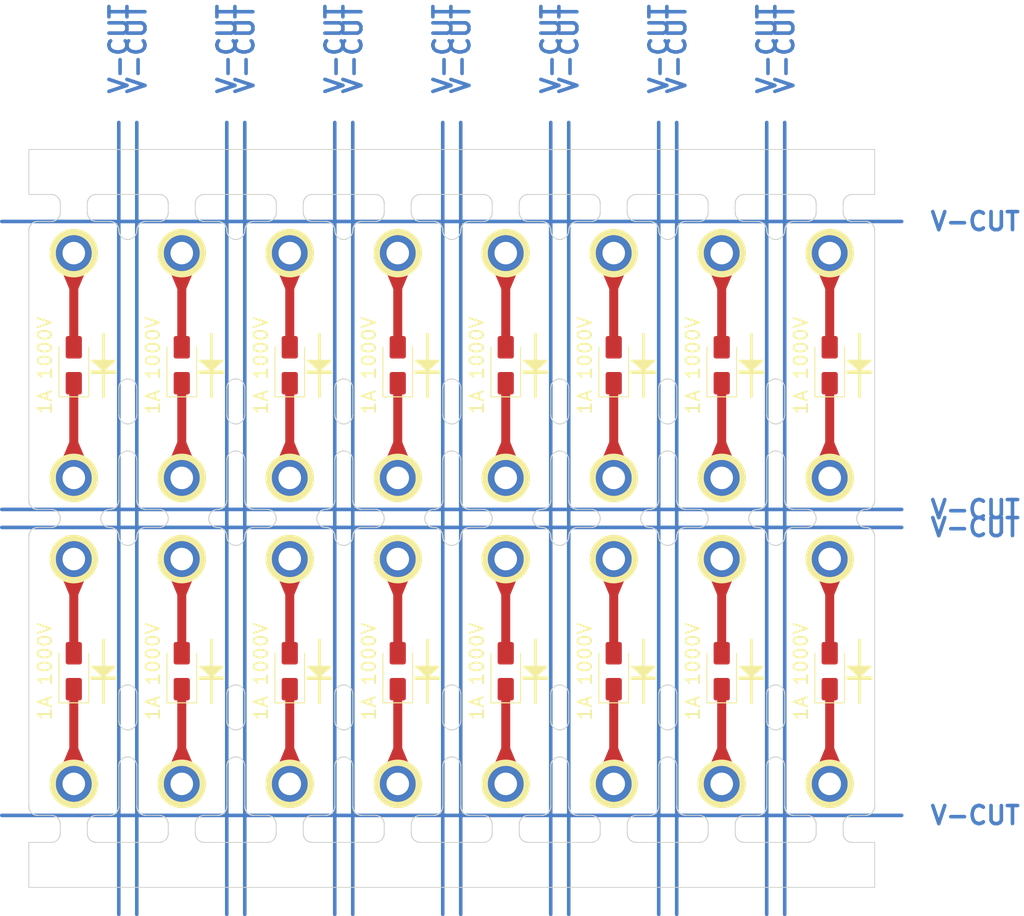
<source format=kicad_pcb>
(kicad_pcb (version 20240108) (generator "pcbnew") (generator_version "8.0")
  (layers (0 "F.Cu" signal) (31 "B.Cu" signal) (34 "B.Paste" user) (35 "F.Paste" user) (36 "B.SilkS" user "B.Silkscreen") (37 "F.SilkS" user "F.Silkscreen") (38 "B.Mask" user) (39 "F.Mask" user) (44 "Edge.Cuts" user))
  (net 0 "")
  (net 1 "Board_0-Net-(D1-A)")
  (net 2 "Board_0-Net-(D1-K)")
  (net 3 "Board_1-Net-(D1-A)")
  (net 4 "Board_1-Net-(D1-K)")
  (net 5 "Board_2-Net-(D1-A)")
  (net 6 "Board_2-Net-(D1-K)")
  (net 7 "Board_3-Net-(D1-A)")
  (net 8 "Board_3-Net-(D1-K)")
  (net 9 "Board_4-Net-(D1-A)")
  (net 10 "Board_4-Net-(D1-K)")
  (net 11 "Board_5-Net-(D1-A)")
  (net 12 "Board_5-Net-(D1-K)")
  (net 13 "Board_6-Net-(D1-A)")
  (net 14 "Board_6-Net-(D1-K)")
  (net 15 "Board_7-Net-(D1-A)")
  (net 16 "Board_7-Net-(D1-K)")
  (net 17 "Board_8-Net-(D1-A)")
  (net 18 "Board_8-Net-(D1-K)")
  (net 19 "Board_9-Net-(D1-A)")
  (net 20 "Board_9-Net-(D1-K)")
  (net 21 "Board_10-Net-(D1-A)")
  (net 22 "Board_10-Net-(D1-K)")
  (net 23 "Board_11-Net-(D1-A)")
  (net 24 "Board_11-Net-(D1-K)")
  (net 25 "Board_12-Net-(D1-A)")
  (net 26 "Board_12-Net-(D1-K)")
  (net 27 "Board_13-Net-(D1-A)")
  (net 28 "Board_13-Net-(D1-K)")
  (net 29 "Board_14-Net-(D1-A)")
  (net 30 "Board_14-Net-(D1-K)")
  (net 31 "Board_15-Net-(D1-A)")
  (net 32 "Board_15-Net-(D1-K)")
  (footprint "Diode_SMD:D_SMA" (layer "F.Cu") (at 154.499988 43.978 90)
    (property "Reference" "D1")
    (property "Value" "SM4007")
  )
  (footprint "Diode_SMD:D_SMA" (layer "F.Cu") (at 154.499988 77.978 90)
    (property "Reference" "D1")
    (property "Value" "SM4007")
  )
  (footprint "Diode_SMD:D_SMA" (layer "F.Cu") (at 118.499988 77.978 90)
    (property "Reference" "D1")
    (property "Value" "SM4007")
  )
  (footprint "MountingHole:MountingHole_2.5mm_Pad" (layer "F.Cu") (at 118.499988 31.516125)
    (property "Reference" "J1")
    (property "Value" "Conn_01x01_Socket")
  )
  (footprint "Diode_SMD:D_SMA" (layer "F.Cu") (at 166.499988 43.978 90)
    (property "Reference" "D1")
    (property "Value" "SM4007")
  )
  (footprint "MountingHole:MountingHole_2.5mm_Pad" (layer "F.Cu") (at 130.499988 65.516125)
    (property "Reference" "J1")
    (property "Value" "Conn_01x01_Socket")
  )
  (footprint "MountingHole:MountingHole_2.5mm_Pad" (layer "F.Cu") (at 142.499988 65.516125)
    (property "Reference" "J1")
    (property "Value" "Conn_01x01_Socket")
  )
  (footprint "MountingHole:MountingHole_2.5mm_Pad" (layer "F.Cu") (at 166.499988 56.5005)
    (property "Reference" "J2")
    (property "Value" "Conn_01x01_Socket")
  )
  (footprint "Diode_SMD:D_SMA" (layer "F.Cu") (at 142.499988 77.978 90)
    (property "Reference" "D1")
    (property "Value" "SM4007")
  )
  (footprint "MountingHole:MountingHole_2.5mm_Pad" (layer "F.Cu") (at 106.499988 56.5005)
    (property "Reference" "J2")
    (property "Value" "Conn_01x01_Socket")
  )
  (footprint "MountingHole:MountingHole_2.5mm_Pad" (layer "F.Cu") (at 178.499988 56.5005)
    (property "Reference" "J2")
    (property "Value" "Conn_01x01_Socket")
  )
  (footprint "MountingHole:MountingHole_2.5mm_Pad" (layer "F.Cu") (at 190.499988 31.516125)
    (property "Reference" "J1")
    (property "Value" "Conn_01x01_Socket")
  )
  (footprint "MountingHole:MountingHole_2.5mm_Pad" (layer "F.Cu") (at 166.499988 31.516125)
    (property "Reference" "J1")
    (property "Value" "Conn_01x01_Socket")
  )
  (footprint "Diode_SMD:D_SMA" (layer "F.Cu") (at 118.499988 43.978 90)
    (property "Reference" "D1")
    (property "Value" "SM4007")
  )
  (footprint "Diode_SMD:D_SMA" (layer "F.Cu") (at 130.499988 43.978 90)
    (property "Reference" "D1")
    (property "Value" "SM4007")
  )
  (footprint "MountingHole:MountingHole_2.5mm_Pad" (layer "F.Cu") (at 154.499988 65.516125)
    (property "Reference" "J1")
    (property "Value" "Conn_01x01_Socket")
  )
  (footprint "MountingHole:MountingHole_2.5mm_Pad" (layer "F.Cu") (at 154.499988 90.5005)
    (property "Reference" "J2")
    (property "Value" "Conn_01x01_Socket")
  )
  (footprint "MountingHole:MountingHole_2.5mm_Pad" (layer "F.Cu") (at 190.499988 65.516125)
    (property "Reference" "J1")
    (property "Value" "Conn_01x01_Socket")
  )
  (footprint "MountingHole:MountingHole_2.5mm_Pad" (layer "F.Cu") (at 178.499988 31.516125)
    (property "Reference" "J1")
    (property "Value" "Conn_01x01_Socket")
  )
  (footprint "MountingHole:MountingHole_2.5mm_Pad" (layer "F.Cu") (at 106.499988 31.516125)
    (property "Reference" "J1")
    (property "Value" "Conn_01x01_Socket")
  )
  (footprint "Diode_SMD:D_SMA" (layer "F.Cu") (at 106.499988 77.978 90)
    (property "Reference" "D1")
    (property "Value" "SM4007")
  )
  (footprint "MountingHole:MountingHole_2.5mm_Pad" (layer "F.Cu") (at 154.499988 31.516125)
    (property "Reference" "J1")
    (property "Value" "Conn_01x01_Socket")
  )
  (footprint "MountingHole:MountingHole_2.5mm_Pad" (layer "F.Cu") (at 106.499988 65.516125)
    (property "Reference" "J1")
    (property "Value" "Conn_01x01_Socket")
  )
  (footprint "MountingHole:MountingHole_2.5mm_Pad" (layer "F.Cu") (at 130.499988 56.5005)
    (property "Reference" "J2")
    (property "Value" "Conn_01x01_Socket")
  )
  (footprint "MountingHole:MountingHole_2.5mm_Pad" (layer "F.Cu") (at 142.499988 90.5005)
    (property "Reference" "J2")
    (property "Value" "Conn_01x01_Socket")
  )
  (footprint "Diode_SMD:D_SMA" (layer "F.Cu") (at 106.499988 43.978 90)
    (property "Reference" "D1")
    (property "Value" "SM4007")
  )
  (footprint "Diode_SMD:D_SMA" (layer "F.Cu") (at 130.499988 77.978 90)
    (property "Reference" "D1")
    (property "Value" "SM4007")
  )
  (footprint "MountingHole:MountingHole_2.5mm_Pad" (layer "F.Cu") (at 118.499988 65.516125)
    (property "Reference" "J1")
    (property "Value" "Conn_01x01_Socket")
  )
  (footprint "Diode_SMD:D_SMA" (layer "F.Cu") (at 166.499988 77.978 90)
    (property "Reference" "D1")
    (property "Value" "SM4007")
  )
  (footprint "MountingHole:MountingHole_2.5mm_Pad" (layer "F.Cu") (at 142.499988 56.5005)
    (property "Reference" "J2")
    (property "Value" "Conn_01x01_Socket")
  )
  (footprint "Diode_SMD:D_SMA" (layer "F.Cu") (at 190.499988 77.978 90)
    (property "Reference" "D1")
    (property "Value" "SM4007")
  )
  (footprint "MountingHole:MountingHole_2.5mm_Pad" (layer "F.Cu") (at 106.499988 90.5005)
    (property "Reference" "J2")
    (property "Value" "Conn_01x01_Socket")
  )
  (footprint "MountingHole:MountingHole_2.5mm_Pad" (layer "F.Cu") (at 130.499988 31.516125)
    (property "Reference" "J1")
    (property "Value" "Conn_01x01_Socket")
  )
  (footprint "Diode_SMD:D_SMA" (layer "F.Cu") (at 178.499988 77.978 90)
    (property "Reference" "D1")
    (property "Value" "SM4007")
  )
  (footprint "Diode_SMD:D_SMA" (layer "F.Cu") (at 190.499988 43.978 90)
    (property "Reference" "D1")
    (property "Value" "SM4007")
  )
  (footprint "MountingHole:MountingHole_2.5mm_Pad" (layer "F.Cu") (at 130.499988 90.5005)
    (property "Reference" "J2")
    (property "Value" "Conn_01x01_Socket")
  )
  (footprint "MountingHole:MountingHole_2.5mm_Pad" (layer "F.Cu") (at 166.499988 65.516125)
    (property "Reference" "J1")
    (property "Value" "Conn_01x01_Socket")
  )
  (footprint "Diode_SMD:D_SMA" (layer "F.Cu") (at 178.499988 43.978 90)
    (property "Reference" "D1")
    (property "Value" "SM4007")
  )
  (footprint "MountingHole:MountingHole_2.5mm_Pad" (layer "F.Cu") (at 118.499988 90.5005)
    (property "Reference" "J2")
    (property "Value" "Conn_01x01_Socket")
  )
  (footprint "MountingHole:MountingHole_2.5mm_Pad" (layer "F.Cu") (at 166.499988 90.5005)
    (property "Reference" "J2")
    (property "Value" "Conn_01x01_Socket")
  )
  (footprint "Diode_SMD:D_SMA" (layer "F.Cu") (at 142.499988 43.978 90)
    (property "Reference" "D1")
    (property "Value" "SM4007")
  )
  (footprint "MountingHole:MountingHole_2.5mm_Pad" (layer "F.Cu") (at 178.499988 90.5005)
    (property "Reference" "J2")
    (property "Value" "Conn_01x01_Socket")
  )
  (footprint "MountingHole:MountingHole_2.5mm_Pad" (layer "F.Cu") (at 154.499988 56.5005)
    (property "Reference" "J2")
    (property "Value" "Conn_01x01_Socket")
  )
  (footprint "MountingHole:MountingHole_2.5mm_Pad" (layer "F.Cu") (at 190.499988 90.5005)
    (property "Reference" "J2")
    (property "Value" "Conn_01x01_Socket")
  )
  (footprint "MountingHole:MountingHole_2.5mm_Pad" (layer "F.Cu") (at 118.499988 56.5005)
    (property "Reference" "J2")
    (property "Value" "Conn_01x01_Socket")
  )
  (footprint "MountingHole:MountingHole_2.5mm_Pad" (layer "F.Cu") (at 142.499988 31.516125)
    (property "Reference" "J1")
    (property "Value" "Conn_01x01_Socket")
  )
  (footprint "MountingHole:MountingHole_2.5mm_Pad" (layer "F.Cu") (at 190.499988 56.5005)
    (property "Reference" "J2")
    (property "Value" "Conn_01x01_Socket")
  )
  (footprint "MountingHole:MountingHole_2.5mm_Pad" (layer "F.Cu") (at 178.499988 65.516125)
    (property "Reference" "J1")
    (property "Value" "Conn_01x01_Socket")
  )
  (gr_line (start 98.499988 60.0005) (end 198.500012 60.0005) (stroke (width 0.4)) (layer "B.Cu"))
  (gr_line (start 123.499988 17) (end 123.499988 105.001525) (stroke (width 0.4)) (layer "B.Cu"))
  (gr_line (start 183.499988 17) (end 183.499988 105.001525) (stroke (width 0.4)) (layer "B.Cu"))
  (gr_line (start 137.499988 17) (end 137.499988 105.001525) (stroke (width 0.4)) (layer "B.Cu"))
  (gr_line (start 111.499988 17) (end 111.499988 105.001525) (stroke (width 0.4)) (layer "B.Cu"))
  (gr_line (start 161.499988 17) (end 161.499988 105.001525) (stroke (width 0.4)) (layer "B.Cu"))
  (gr_line (start 135.499988 17) (end 135.499988 105.001525) (stroke (width 0.4)) (layer "B.Cu"))
  (gr_line (start 98.499988 94.0005) (end 198.500012 94.0005) (stroke (width 0.4)) (layer "B.Cu"))
  (gr_line (start 171.499988 17) (end 171.499988 105.001525) (stroke (width 0.4)) (layer "B.Cu"))
  (gr_line (start 173.499988 17) (end 173.499988 105.001525) (stroke (width 0.4)) (layer "B.Cu"))
  (gr_line (start 125.499988 17) (end 125.499988 105.001525) (stroke (width 0.4)) (layer "B.Cu"))
  (gr_line (start 98.499988 28.0005) (end 198.500012 28.0005) (stroke (width 0.4)) (layer "B.Cu"))
  (gr_line (start 98.499988 62.0005) (end 198.500012 62.0005) (stroke (width 0.4)) (layer "B.Cu"))
  (gr_line (start 159.499988 17) (end 159.499988 105.001525) (stroke (width 0.4)) (layer "B.Cu"))
  (gr_line (start 147.499988 17) (end 147.499988 105.001525) (stroke (width 0.4)) (layer "B.Cu"))
  (gr_line (start 185.499988 17) (end 185.499988 105.001525) (stroke (width 0.4)) (layer "B.Cu"))
  (gr_line (start 149.499988 17) (end 149.499988 105.001525) (stroke (width 0.4)) (layer "B.Cu"))
  (gr_line (start 113.499988 17) (end 113.499988 105.001525) (stroke (width 0.4)) (layer "B.Cu"))
  (gr_circle (center 178.499988 31.516125) (end 180.849988 31.516125) (stroke (width 0.7)) (fill none) (layer "F.SilkS"))
  (gr_circle (center 154.499988 31.516125) (end 156.849988 31.516125) (stroke (width 0.7)) (fill none) (layer "F.SilkS"))
  (gr_line (start 133.799988 44.7505) (end 133.799988 47.5005) (stroke (width 0.3)) (layer "F.SilkS"))
  (gr_line (start 145.799988 77.5005) (end 145.799988 74.5005) (stroke (width 0.3)) (layer "F.SilkS"))
  (gr_circle (center 118.499988 56.5005) (end 120.849988 56.5005) (stroke (width 0.7)) (fill none) (layer "F.SilkS"))
  (gr_line (start 169.799988 44.7505) (end 169.799988 47.5005) (stroke (width 0.3)) (layer "F.SilkS"))
  (gr_poly (pts (xy 156.549988 77.46504) (xy 159.049988 77.46504) (xy 157.799988 78.578056)) (stroke (width 0.2)) (fill solid) (layer "F.SilkS"))
  (gr_poly (pts (xy 108.549988 77.46504) (xy 111.049988 77.46504) (xy 109.799988 78.578056)) (stroke (width 0.2)) (fill solid) (layer "F.SilkS"))
  (gr_circle (center 118.499988 90.5005) (end 120.849988 90.5005) (stroke (width 0.7)) (fill none) (layer "F.SilkS"))
  (gr_line (start 169.799988 78.7505) (end 169.799988 81.5005) (stroke (width 0.3)) (layer "F.SilkS"))
  (gr_circle (center 142.499988 90.5005) (end 144.849988 90.5005) (stroke (width 0.7)) (fill none) (layer "F.SilkS"))
  (gr_circle (center 130.499988 31.516125) (end 132.849988 31.516125) (stroke (width 0.7)) (fill none) (layer "F.SilkS"))
  (gr_line (start 157.799988 78.7505) (end 157.799988 81.5005) (stroke (width 0.3)) (layer "F.SilkS"))
  (gr_circle (center 178.499988 65.516125) (end 180.849988 65.516125) (stroke (width 0.7)) (fill none) (layer "F.SilkS"))
  (gr_line (start 168.549988 44.7505) (end 171.049988 44.7505) (stroke (width 0.4)) (layer "F.SilkS"))
  (gr_circle (center 106.499988 31.516125) (end 108.849988 31.516125) (stroke (width 0.7)) (fill none) (layer "F.SilkS"))
  (gr_line (start 157.799988 43.5005) (end 157.799988 40.5005) (stroke (width 0.3)) (layer "F.SilkS"))
  (gr_line (start 108.549988 44.7505) (end 111.049988 44.7505) (stroke (width 0.4)) (layer "F.SilkS"))
  (gr_circle (center 178.499988 90.5005) (end 180.849988 90.5005) (stroke (width 0.7)) (fill none) (layer "F.SilkS"))
  (gr_poly (pts (xy 156.549988 43.46504) (xy 159.049988 43.46504) (xy 157.799988 44.578056)) (stroke (width 0.2)) (fill solid) (layer "F.SilkS"))
  (gr_line (start 181.799988 44.7505) (end 181.799988 47.5005) (stroke (width 0.3)) (layer "F.SilkS"))
  (gr_line (start 181.799988 77.5005) (end 181.799988 74.5005) (stroke (width 0.3)) (layer "F.SilkS"))
  (gr_line (start 109.799988 43.5005) (end 109.799988 40.5005) (stroke (width 0.3)) (layer "F.SilkS"))
  (gr_line (start 109.799988 78.7505) (end 109.799988 81.5005) (stroke (width 0.3)) (layer "F.SilkS"))
  (gr_circle (center 154.499988 65.516125) (end 156.849988 65.516125) (stroke (width 0.7)) (fill none) (layer "F.SilkS"))
  (gr_line (start 133.799988 77.5005) (end 133.799988 74.5005) (stroke (width 0.3)) (layer "F.SilkS"))
  (gr_circle (center 190.499988 31.516125) (end 192.849988 31.516125) (stroke (width 0.7)) (fill none) (layer "F.SilkS"))
  (gr_line (start 156.549988 44.7505) (end 159.049988 44.7505) (stroke (width 0.4)) (layer "F.SilkS"))
  (gr_poly (pts (xy 168.549988 77.46504) (xy 171.049988 77.46504) (xy 169.799988 78.578056)) (stroke (width 0.2)) (fill solid) (layer "F.SilkS"))
  (gr_poly (pts (xy 108.549988 43.46504) (xy 111.049988 43.46504) (xy 109.799988 44.578056)) (stroke (width 0.2)) (fill solid) (layer "F.SilkS"))
  (gr_circle (center 142.499988 56.5005) (end 144.849988 56.5005) (stroke (width 0.7)) (fill none) (layer "F.SilkS"))
  (gr_circle (center 166.499988 31.516125) (end 168.849988 31.516125) (stroke (width 0.7)) (fill none) (layer "F.SilkS"))
  (gr_circle (center 166.499988 90.5005) (end 168.849988 90.5005) (stroke (width 0.7)) (fill none) (layer "F.SilkS"))
  (gr_circle (center 178.499988 56.5005) (end 180.849988 56.5005) (stroke (width 0.7)) (fill none) (layer "F.SilkS"))
  (gr_line (start 145.799988 43.5005) (end 145.799988 40.5005) (stroke (width 0.3)) (layer "F.SilkS"))
  (gr_line (start 121.799988 43.5005) (end 121.799988 40.5005) (stroke (width 0.3)) (layer "F.SilkS"))
  (gr_circle (center 130.499988 56.5005) (end 132.849988 56.5005) (stroke (width 0.7)) (fill none) (layer "F.SilkS"))
  (gr_line (start 193.799988 78.7505) (end 193.799988 81.5005) (stroke (width 0.3)) (layer "F.SilkS"))
  (gr_circle (center 106.499988 56.5005) (end 108.849988 56.5005) (stroke (width 0.7)) (fill none) (layer "F.SilkS"))
  (gr_circle (center 190.499988 56.5005) (end 192.849988 56.5005) (stroke (width 0.7)) (fill none) (layer "F.SilkS"))
  (gr_line (start 133.799988 43.5005) (end 133.799988 40.5005) (stroke (width 0.3)) (layer "F.SilkS"))
  (gr_line (start 169.799988 43.5005) (end 169.799988 40.5005) (stroke (width 0.3)) (layer "F.SilkS"))
  (gr_line (start 169.799988 77.5005) (end 169.799988 74.5005) (stroke (width 0.3)) (layer "F.SilkS"))
  (gr_line (start 121.799988 77.5005) (end 121.799988 74.5005) (stroke (width 0.3)) (layer "F.SilkS"))
  (gr_line (start 121.799988 44.7505) (end 121.799988 47.5005) (stroke (width 0.3)) (layer "F.SilkS"))
  (gr_line (start 192.549988 44.7505) (end 195.049988 44.7505) (stroke (width 0.4)) (layer "F.SilkS"))
  (gr_circle (center 130.499988 65.516125) (end 132.849988 65.516125) (stroke (width 0.7)) (fill none) (layer "F.SilkS"))
  (gr_line (start 145.799988 78.7505) (end 145.799988 81.5005) (stroke (width 0.3)) (layer "F.SilkS"))
  (gr_line (start 168.549988 78.7505) (end 171.049988 78.7505) (stroke (width 0.4)) (layer "F.SilkS"))
  (gr_line (start 193.799988 43.5005) (end 193.799988 40.5005) (stroke (width 0.3)) (layer "F.SilkS"))
  (gr_poly (pts (xy 180.549988 43.46504) (xy 183.049988 43.46504) (xy 181.799988 44.578056)) (stroke (width 0.2)) (fill solid) (layer "F.SilkS"))
  (gr_line (start 180.549988 78.7505) (end 183.049988 78.7505) (stroke (width 0.4)) (layer "F.SilkS"))
  (gr_circle (center 154.499988 90.5005) (end 156.849988 90.5005) (stroke (width 0.7)) (fill none) (layer "F.SilkS"))
  (gr_line (start 180.549988 44.7505) (end 183.049988 44.7505) (stroke (width 0.4)) (layer "F.SilkS"))
  (gr_line (start 193.799988 77.5005) (end 193.799988 74.5005) (stroke (width 0.3)) (layer "F.SilkS"))
  (gr_poly (pts (xy 168.549988 43.46504) (xy 171.049988 43.46504) (xy 169.799988 44.578056)) (stroke (width 0.2)) (fill solid) (layer "F.SilkS"))
  (gr_circle (center 166.499988 56.5005) (end 168.849988 56.5005) (stroke (width 0.7)) (fill none) (layer "F.SilkS"))
  (gr_circle (center 118.499988 31.516125) (end 120.849988 31.516125) (stroke (width 0.7)) (fill none) (layer "F.SilkS"))
  (gr_line (start 192.549988 78.7505) (end 195.049988 78.7505) (stroke (width 0.4)) (layer "F.SilkS"))
  (gr_line (start 181.799988 43.5005) (end 181.799988 40.5005) (stroke (width 0.3)) (layer "F.SilkS"))
  (gr_circle (center 130.499988 90.5005) (end 132.849988 90.5005) (stroke (width 0.7)) (fill none) (layer "F.SilkS"))
  (gr_line (start 120.549988 44.7505) (end 123.049988 44.7505) (stroke (width 0.4)) (layer "F.SilkS"))
  (gr_poly (pts (xy 132.549988 43.46504) (xy 135.049988 43.46504) (xy 133.799988 44.578056)) (stroke (width 0.2)) (fill solid) (layer "F.SilkS"))
  (gr_line (start 144.549988 44.7505) (end 147.049988 44.7505) (stroke (width 0.4)) (layer "F.SilkS"))
  (gr_line (start 109.799988 77.5005) (end 109.799988 74.5005) (stroke (width 0.3)) (layer "F.SilkS"))
  (gr_line (start 109.799988 44.7505) (end 109.799988 47.5005) (stroke (width 0.3)) (layer "F.SilkS"))
  (gr_line (start 157.799988 77.5005) (end 157.799988 74.5005) (stroke (width 0.3)) (layer "F.SilkS"))
  (gr_poly (pts (xy 144.549988 77.46504) (xy 147.049988 77.46504) (xy 145.799988 78.578056)) (stroke (width 0.2)) (fill solid) (layer "F.SilkS"))
  (gr_circle (center 190.499988 65.516125) (end 192.849988 65.516125) (stroke (width 0.7)) (fill none) (layer "F.SilkS"))
  (gr_poly (pts (xy 120.549988 77.46504) (xy 123.049988 77.46504) (xy 121.799988 78.578056)) (stroke (width 0.2)) (fill solid) (layer "F.SilkS"))
  (gr_line (start 144.549988 78.7505) (end 147.049988 78.7505) (stroke (width 0.4)) (layer "F.SilkS"))
  (gr_circle (center 190.499988 90.5005) (end 192.849988 90.5005) (stroke (width 0.7)) (fill none) (layer "F.SilkS"))
  (gr_poly (pts (xy 132.549988 77.46504) (xy 135.049988 77.46504) (xy 133.799988 78.578056)) (stroke (width 0.2)) (fill solid) (layer "F.SilkS"))
  (gr_line (start 181.799988 78.7505) (end 181.799988 81.5005) (stroke (width 0.3)) (layer "F.SilkS"))
  (gr_circle (center 166.499988 65.516125) (end 168.849988 65.516125) (stroke (width 0.7)) (fill none) (layer "F.SilkS"))
  (gr_circle (center 154.499988 56.5005) (end 156.849988 56.5005) (stroke (width 0.7)) (fill none) (layer "F.SilkS"))
  (gr_poly (pts (xy 120.549988 43.46504) (xy 123.049988 43.46504) (xy 121.799988 44.578056)) (stroke (width 0.2)) (fill solid) (layer "F.SilkS"))
  (gr_circle (center 106.499988 65.516125) (end 108.849988 65.516125) (stroke (width 0.7)) (fill none) (layer "F.SilkS"))
  (gr_circle (center 142.499988 31.516125) (end 144.849988 31.516125) (stroke (width 0.7)) (fill none) (layer "F.SilkS"))
  (gr_line (start 156.549988 78.7505) (end 159.049988 78.7505) (stroke (width 0.4)) (layer "F.SilkS"))
  (gr_circle (center 106.499988 90.5005) (end 108.849988 90.5005) (stroke (width 0.7)) (fill none) (layer "F.SilkS"))
  (gr_line (start 157.799988 44.7505) (end 157.799988 47.5005) (stroke (width 0.3)) (layer "F.SilkS"))
  (gr_line (start 132.549988 78.7505) (end 135.049988 78.7505) (stroke (width 0.4)) (layer "F.SilkS"))
  (gr_poly (pts (xy 192.549988 43.46504) (xy 195.049988 43.46504) (xy 193.799988 44.578056)) (stroke (width 0.2)) (fill solid) (layer "F.SilkS"))
  (gr_line (start 108.549988 78.7505) (end 111.049988 78.7505) (stroke (width 0.4)) (layer "F.SilkS"))
  (gr_line (start 133.799988 78.7505) (end 133.799988 81.5005) (stroke (width 0.3)) (layer "F.SilkS"))
  (gr_line (start 193.799988 44.7505) (end 193.799988 47.5005) (stroke (width 0.3)) (layer "F.SilkS"))
  (gr_line (start 145.799988 44.7505) (end 145.799988 47.5005) (stroke (width 0.3)) (layer "F.SilkS"))
  (gr_line (start 121.799988 78.7505) (end 121.799988 81.5005) (stroke (width 0.3)) (layer "F.SilkS"))
  (gr_line (start 120.549988 78.7505) (end 123.049988 78.7505) (stroke (width 0.4)) (layer "F.SilkS"))
  (gr_poly (pts (xy 192.549988 77.46504) (xy 195.049988 77.46504) (xy 193.799988 78.578056)) (stroke (width 0.2)) (fill solid) (layer "F.SilkS"))
  (gr_circle (center 118.499988 65.516125) (end 120.849988 65.516125) (stroke (width 0.7)) (fill none) (layer "F.SilkS"))
  (gr_circle (center 142.499988 65.516125) (end 144.849988 65.516125) (stroke (width 0.7)) (fill none) (layer "F.SilkS"))
  (gr_poly (pts (xy 180.549988 77.46504) (xy 183.049988 77.46504) (xy 181.799988 78.578056)) (stroke (width 0.2)) (fill solid) (layer "F.SilkS"))
  (gr_line (start 132.549988 44.7505) (end 135.049988 44.7505) (stroke (width 0.4)) (layer "F.SilkS"))
  (gr_poly (pts (xy 144.549988 43.46504) (xy 147.049988 43.46504) (xy 145.799988 44.578056)) (stroke (width 0.2)) (fill solid) (layer "F.SilkS"))
  (gr_line (start 116.000004 60.000504) (end 116.049072 60.001709) (stroke (width 0.1)) (layer "Edge.Cuts"))
  (gr_line (start 136.40198 79.505327) (end 136.450929 79.501717) (stroke (width 0.1)) (layer "Edge.Cuts"))
  (gr_line (start 164.773011 96.635918) (end 164.740951 96.673084) (stroke (width 0.1)) (layer "Edge.Cuts"))
  (gr_line (start 112.59802 45.505327) (end 112.646733 45.511335) (stroke (width 0.1)) (layer "Edge.Cuts"))
  (gr_line (start 148.971406 53.618597) (end 149.014112 53.642789) (stroke (width 0.1)) (layer "Edge.Cuts"))
  (gr_line (start 138.462003 93.999537) (end 138.493656 94.000339) (stroke (width 0.1)) (layer "Edge.Cuts"))
  (gr_line (start 168.04306 96.29181) (end 168.029969 96.244505) (stroke (width 0.1)) (layer "Edge.Cuts"))
  (gr_line (start 116.881921 25.528602) (end 116.903989 25.572444) (stroke (width 0.1)) (layer "Edge.Cuts"))
  (gr_line (start 161.095708 53.69731) (end 161.134402 53.727507) (stroke (width 0.1)) (layer "Edge.Cuts"))
  (gr_line (start 160.720696 29.974964) (end 160.672214 29.984681) (stroke (width 0.1)) (layer "Edge.Cuts"))
  (gr_line (start 182.24384 60.034112) (end 182.291931 60.022586) (stroke (width 0.1)) (layer "Edge.Cuts"))
  (gr_line (start 135.5012 49.549586) (end 135.499995 49.500518) (stroke (width 0.1)) (layer "Edge.Cuts"))
  (gr_line (start 135.618077 80.029114) (end 135.642269 79.986408) (stroke (width 0.1)) (layer "Edge.Cuts"))
  (gr_line (start 102.048369 59.892438) (end 102.071109 59.903593) (stroke (width 0.1)) (layer "Edge.Cuts"))
  (gr_line (start 110.870453 28.071928) (end 110.846019 28.062549) (stroke (width 0.1)) (layer "Edge.Cuts"))
  (gr_line (start 173.157151 29.75338) (end 173.119089 29.784942) (stroke (width 0.1)) (layer "Edge.Cuts"))
  (gr_line (start 183.327731 59.561202) (end 183.341669 59.540053) (stroke (width 0.1)) (layer "Edge.Cuts"))
  (gr_line (start 173.8981 59.798772) (end 173.918514 59.813764) (stroke (width 0.1)) (layer "Edge.Cuts"))
  (gr_line (start 126.411452 93.996331) (end 126.436707 93.998254) (stroke (width 0.1)) (layer "Edge.Cuts"))
  (gr_line (start 164.970031 96.244505) (end 164.95694 96.29181) (stroke (width 0.1)) (layer "Edge.Cuts"))
  (gr_line (start 185.207116 87.793411) (end 185.24096 87.828959) (stroke (width 0.1)) (layer "Edge.Cuts"))
  (gr_line (start 135.475099 28.779858) (end 135.468988 28.754408) (stroke (width 0.1)) (layer "Edge.Cuts"))
  (gr_line (start 136.598023 50.495703) (end 136.549073 50.499314) (stroke (width 0.1)) (layer "Edge.Cuts"))
  (gr_line (start 160.20971 84.457459) (end 160.163105 84.442062) (stroke (width 0.1)) (layer "Edge.Cuts"))
  (gr_line (start 104.514103 96.859253) (end 104.471397 96.883446) (stroke (width 0.1)) (layer "Edge.Cuts"))
  (gr_line (start 137.38193 88.02912) (end 137.403998 88.072962) (stroke (width 0.1)) (layer "Edge.Cuts"))
  (gr_line (start 194.762824 93.965115) (end 194.787175 93.958147) (stroke (width 0.1)) (layer "Edge.Cuts"))
  (gr_line (start 168.950934 27.9993) (end 168.901985 27.995689) (stroke (width 0.1)) (layer "Edge.Cuts"))
  (gr_line (start 138.034499 62.115761) (end 138.011499 62.128249) (stroke (width 0.1)) (layer "Edge.Cuts"))
  (gr_line (start 192.572446 94.096529) (end 192.617318 94.076639) (stroke (width 0.1)) (layer "Edge.Cuts"))
  (gr_line (start 116.92388 27.383203) (end 116.90399 27.428075) (stroke (width 0.1)) (layer "Edge.Cuts"))
  (gr_line (start 162.129531 62.071951) (end 162.105351 62.081967) (stroke (width 0.1)) (layer "Edge.Cuts"))
  (gr_line (start 125.157151 29.75338) (end 125.119089 29.784942) (stroke (width 0.1)) (layer "Edge.Cuts"))
  (gr_line (start 157.715748 60.381182) (end 157.747327 60.343124) (stroke (width 0.1)) (layer "Edge.Cuts"))
  (gr_line (start 160.908062 29.912576) (end 160.862435 29.931631) (stroke (width 0.1)) (layer "Edge.Cuts"))
  (gr_line (start 195.413664 93.406375) (end 195.423652 93.383099) (stroke (width 0.1)) (layer "Edge.Cuts"))
  (gr_line (start 113.500012 92.994172) (end 113.500173 93.006825) (stroke (width 0.1)) (layer "Edge.Cuts"))
  (gr_line (start 173.686734 59.581977) (end 173.701725 59.602392) (stroke (width 0.1)) (layer "Edge.Cuts"))
  (gr_line (start 150.28635 59.977166) (end 150.311161 59.982264) (stroke (width 0.1)) (layer "Edge.Cuts"))
  (gr_line (start 122.787175 93.958147) (end 122.811343 93.950565) (stroke (width 0.1)) (layer "Edge.Cuts"))
  (gr_line (start 108.365608 27.773516) (end 108.328442 27.741457) (stroke (width 0.1)) (layer "Edge.Cuts"))
  (gr_line (start 182.506531 28.000671) (end 182.493442 28.0005) (stroke (width 0.1)) (layer "Edge.Cuts"))
  (gr_line (start 160.35326 87.511342) (end 160.401973 87.505334) (stroke (width 0.1)) (layer "Edge.Cuts"))
  (gr_line (start 108.001205 27.049573) (end 108 27.000505) (stroke (width 0.1)) (layer "Edge.Cuts"))
  (gr_line (start 120.757022 27.970536) (end 120.709717 27.957445) (stroke (width 0.1)) (layer "Edge.Cuts"))
  (gr_line (start 168.029969 27.243486) (end 168.019215 27.195596) (stroke (width 0.1)) (layer "Edge.Cuts"))
  (gr_line (start 171.372273 62.512002) (end 171.359186 62.489336) (stroke (width 0.1)) (layer "Edge.Cuts"))
  (gr_line (start 147.433047 93.359576) (end 147.441844 93.335824) (stroke (width 0.1)) (layer "Edge.Cuts"))
  (gr_line (start 135.500087 63.012724) (end 135.499841 62.99395) (stroke (width 0.1)) (layer "Edge.Cuts"))
  (gr_line (start 111.944421 87.669048) (end 111.985888 87.642789) (stroke (width 0.1)) (layer "Edge.Cuts"))
  (gr_line (start 183.355067 93.518557) (end 183.367916 93.496729) (stroke (width 0.1)) (layer "Edge.Cuts"))
  (gr_line (start 144.292894 27.707612) (end 144.25905 27.672065) (stroke (width 0.1)) (layer "Edge.Cuts"))
  (gr_line (start 125.500009 54.500516) (end 125.500012 58.994172) (stroke (width 0.1)) (layer "Edge.Cuts"))
  (gr_line (start 101.960451 59.842171) (end 101.981947 59.85557) (stroke (width 0.1)) (layer "Edge.Cuts"))
  (gr_line (start 183.529964 49.743499) (end 183.51921 49.695609) (stroke (width 0.1)) (layer "Edge.Cuts"))
  (gr_line (start 160.6951 87.519733) (end 160.74299 87.530487) (stroke (width 0.1)) (layer "Edge.Cuts"))
  (gr_line (start 128.242983 94.030474) (end 128.290288 94.043565) (stroke (width 0.1)) (layer "Edge.Cuts"))
  (gr_line (start 120.096011 25.572444) (end 120.118079 25.528602) (stroke (width 0.1)) (layer "Edge.Cuts"))
  (gr_line (start 123.450036 59.311856) (end 123.457618 59.287689) (stroke (width 0.1)) (layer "Edge.Cuts"))
  (gr_line (start 164.740951 25.32844) (end 164.773011 25.365606) (stroke (width 0.1)) (layer "Edge.Cuts"))
  (gr_line (start 176.740952 94.328946) (end 176.773012 94.366112) (stroke (width 0.1)) (layer "Edge.Cuts"))
  (gr_line (start 147.513006 29.160376) (end 147.506267 29.111392) (stroke (width 0.1)) (layer "Edge.Cuts"))
  (gr_line (start 104.290288 61.957459) (end 104.242983 61.97055) (stroke (width 0.1)) (layer "Edge.Cuts"))
  (gr_line (start 152.098021 61.995704) (end 152.049072 61.999315) (stroke (width 0.1)) (layer "Edge.Cuts"))
  (gr_line (start 111.865601 84.273529) (end 111.828436 84.241469) (stroke (width 0.1)) (layer "Edge.Cuts"))
  (gr_line (start 147.759044 50.172077) (end 147.726984 50.134912) (stroke (width 0.1)) (layer "Edge.Cuts"))
  (gr_line (start 171.642269 79.986408) (end 171.668528 79.944941) (stroke (width 0.1)) (layer "Edge.Cuts"))
  (gr_line (start 195.12192 59.783288) (end 195.14155 59.767281) (stroke (width 0.1)) (layer "Edge.Cuts"))
  (gr_line (start 183.759047 79.828952) (end 183.792891 79.793405) (stroke (width 0.1)) (layer "Edge.Cuts"))
  (gr_line (start 159.529964 83.743499) (end 159.51921 83.695609) (stroke (width 0.1)) (layer "Edge.Cuts"))
  (gr_line (start 171.506267 63.111392) (end 171.501957 63.062134) (stroke (width 0.1)) (layer "Edge.Cuts"))
  (gr_line (start 132.029969 25.757019) (end 132.04306 25.709714) (stroke (width 0.1)) (layer "Edge.Cuts"))
  (gr_line (start 125.658327 93.54004) (end 125.672265 93.561188) (stroke (width 0.1)) (layer "Edge.Cuts"))
  (gr_line (start 108.901985 27.995689) (end 108.853271 27.989681) (stroke (width 0.1)) (layer "Edge.Cuts"))
  (gr_line (start 176.471397 25.118078) (end 176.514103 25.142271) (stroke (width 0.1)) (layer "Edge.Cuts"))
  (gr_line (start 125.683565 62.423515) (end 125.66874 62.445084) (stroke (width 0.1)) (layer "Edge.Cuts"))
  (gr_line (start 125.658327 59.54004) (end 125.672265 59.561188) (stroke (width 0.1)) (layer "Edge.Cuts"))
  (gr_line (start 152.740952 94.328946) (end 152.773012 94.366112) (stroke (width 0.1)) (layer "Edge.Cuts"))
  (gr_line (start 170.928877 93.903615) (end 170.951617 93.89246) (stroke (width 0.1)) (layer "Edge.Cuts"))
  (gr_line (start 114.237158 59.965091) (end 114.261678 59.97144) (stroke (width 0.1)) (layer "Edge.Cuts"))
  (gr_line (start 138.02592 93.880711) (end 138.048369 93.892438) (stroke (width 0.1)) (layer "Edge.Cuts"))
  (gr_line (start 173.566951 93.359568) (end 173.576346 93.383089) (stroke (width 0.1)) (layer "Edge.Cuts"))
  (gr_line (start 144.4043 96.804732) (end 144.365606 96.774535) (stroke (width 0.1)) (layer "Edge.Cuts"))
  (gr_line (start 161.506741 93.114234) (end 161.50994 93.139359) (stroke (width 0.1)) (layer "Edge.Cuts"))
  (gr_line (start 122.905861 59.91419) (end 122.928877 59.903615) (stroke (width 0.1)) (layer "Edge.Cuts"))
  (gr_line (start 159.696784 87.904818) (end 159.726981 87.866124) (stroke (width 0.1)) (layer "Edge.Cuts"))
  (gr_line (start 170.493653 94.000524) (end 170.50632 94.000364) (stroke (width 0.1)) (layer "Edge.Cuts"))
  (gr_line (start 150.057819 62.103879) (end 150.034499 62.115761) (stroke (width 0.1)) (layer "Edge.Cuts"))
  (gr_line (start 108.019215 94.805428) (end 108.029969 94.757538) (stroke (width 0.1)) (layer "Edge.Cuts"))
  (gr_line (start 128.803208 96.597224) (end 128.773011 96.635918) (stroke (width 0.1)) (layer "Edge.Cuts"))
  (gr_line (start 137.292462 29.609542) (end 137.261345 29.647968) (stroke (width 0.1)) (layer "Edge.Cuts"))
  (gr_line (start 140.857729 61.514622) (end 140.83147 61.55609) (stroke (width 0.1)) (layer "Edge.Cuts"))
  (gr_line (start 152.83147 25.444429) (end 152.857729 25.485896) (stroke (width 0.1)) (layer "Edge.Cuts"))
  (gr_line (start 135.558454 46.163621) (end 135.576119 46.117827) (stroke (width 0.1)) (layer "Edge.Cuts"))
  (gr_line (start 171.372273 28.512002) (end 171.359186 28.489336) (stroke (width 0.1)) (layer "Edge.Cuts"))
  (gr_line (start 136.163108 79.558968) (end 136.209713 79.543572) (stroke (width 0.1)) (layer "Edge.Cuts"))
  (gr_line (start 134.787175 59.958147) (end 134.811343 59.950565) (stroke (width 0.1)) (layer "Edge.Cuts"))
  (gr_line (start 121.658425 60.461744) (end 121.68609 60.420754) (stroke (width 0.1)) (layer "Edge.Cuts"))
  (gr_line (start 195.495559 62.90902) (end 195.492823 62.882992) (stroke (width 0.1)) (layer "Edge.Cuts"))
  (gr_line (start 183.101891 93.798792) (end 183.12192 93.783288) (stroke (width 0.1)) (layer "Edge.Cuts"))
  (gr_line (start 102.28635 59.977166) (end 102.311161 59.982264) (stroke (width 0.1)) (layer "Edge.Cuts"))
  (gr_line (start 161.30321 45.904812) (end 161.331472 45.944941) (stroke (width 0.1)) (layer "Edge.Cuts"))
  (gr_line (start 111.359186 28.489336) (end 111.34551 28.46702) (stroke (width 0.1)) (layer "Edge.Cuts"))
  (gr_line (start 125.537785 28.729134) (end 125.531011 28.754414) (stroke (width 0.1)) (layer "Edge.Cuts"))
  (gr_line (start 136.091938 29.912576) (end 136.04731 29.891289) (stroke (width 0.1)) (layer "Edge.Cuts"))
  (gr_line (start 135.510815 88.353786) (end 135.519206 88.305426) (stroke (width 0.1)) (layer "Edge.Cuts"))
  (gr_line (start 144.485897 25.142271) (end 144.528603 25.118078) (stroke (width 0.1)) (layer "Edge.Cuts"))
  (gr_line (start 135.495559 62.90902) (end 135.492823 62.882992) (stroke (width 0.1)) (layer "Edge.Cuts"))
  (gr_line (start 171.160769 93.750782) (end 171.179563 93.733802) (stroke (width 0.1)) (layer "Edge.Cuts"))
  (gr_line (start 183.944427 45.669042) (end 183.985895 45.642783) (stroke (width 0.1)) (layer "Edge.Cuts"))
  (gr_line (start 137.64081 28.489349) (end 137.627724 28.512014) (stroke (width 0.1)) (layer "Edge.Cuts"))
  (gr_line (start 147.792891 79.793405) (end 147.828439 79.75956) (stroke (width 0.1)) (layer "Edge.Cuts"))
  (gr_line (start 125.499913 63.012724) (end 125.498043 63.062134) (stroke (width 0.1)) (layer "Edge.Cuts"))
  (gr_line (start 147.603132 29.441919) (end 147.582365 29.397045) (stroke (width 0.1)) (layer "Edge.Cuts"))
  (gr_line (start 150.081442 62.092612) (end 150.057819 62.103879) (stroke (width 0.1)) (layer "Edge.Cuts"))
  (gr_line (start 137.157151 29.75338) (end 137.119089 29.784942) (stroke (width 0.1)) (layer "Edge.Cuts"))
  (gr_line (start 183.904295 84.303726) (end 183.865601 84.273529) (stroke (width 0.1)) (layer "Edge.Cuts"))
  (gr_line (start 126.153965 28.062572) (end 126.129531 28.071951) (stroke (width 0.1)) (layer "Edge.Cuts"))
  (gr_line (start 135.081475 93.813784) (end 135.101891 93.798792) (stroke (width 0.1)) (layer "Edge.Cuts"))
  (gr_line (start 173.357731 45.986408) (end 173.381923 46.029114) (stroke (width 0.1)) (layer "Edge.Cuts"))
  (gr_line (start 109.501189 60.975575) (end 109.503645 60.926183) (stroke (width 0.1)) (layer "Edge.Cuts"))
  (gr_line (start 160.475277 29.999316) (end 160.425892 29.996872) (stroke (width 0.1)) (layer "Edge.Cuts"))
  (gr_line (start 145.68609 60.420754) (end 145.715748 60.381182) (stroke (width 0.1)) (layer "Edge.Cuts"))
  (gr_line (start 136.672214 29.984681) (end 136.623312 29.99199) (stroke (width 0.1)) (layer "Edge.Cuts"))
  (gr_line (start 149.373909 29.48571) (end 149.348813 29.528314) (stroke (width 0.1)) (layer "Edge.Cuts"))
  (gr_line (start 116.995185 96.099543) (end 116.989177 96.148256) (stroke (width 0.1)) (layer "Edge.Cuts"))
  (gr_line (start 111.29827 93.602408) (end 111.313262 93.581991) (stroke (width 0.1)) (layer "Edge.Cuts"))
  (gr_line (start 135.759047 45.828952) (end 135.792891 45.793405) (stroke (width 0.1)) (layer "Edge.Cuts"))
  (gr_line (start 173.47004 88.257537) (end 173.480794 88.305426) (stroke (width 0.1)) (layer "Edge.Cuts"))
  (gr_line (start 138.408511 62.004975) (end 138.382482 62.007711) (stroke (width 0.1)) (layer "Edge.Cuts"))
  (gr_line (start 185.701725 93.602392) (end 185.717228 93.622422) (stroke (width 0.1)) (layer "Edge.Cuts"))
  (gr_line (start 160.549071 79.501717) (end 160.59802 79.505327) (stroke (width 0.1)) (layer "Edge.Cuts"))
  (gr_line (start 152.555571 25.16853) (end 152.5957 25.196792) (stroke (width 0.1)) (layer "Edge.Cuts"))
  (gr_line (start 147.738655 63.647968) (end 147.707538 63.609542) (stroke (width 0.1)) (layer "Edge.Cuts"))
  (gr_line (start 116.998795 60.951436) (end 117 61.000503) (stroke (width 0.1)) (layer "Edge.Cuts"))
  (gr_line (start 104.92388 94.617821) (end 104.941544 94.663614) (stroke (width 0.1)) (layer "Edge.Cuts"))
  (gr_line (start 150.506532 62.000524) (end 150.493446 62.000696) (stroke (width 0.1)) (layer "Edge.Cuts"))
  (gr_line (start 113.701725 93.602392) (end 113.717228 93.622422) (stroke (width 0.1)) (layer "Edge.Cuts"))
  (gr_line (start 185.171568 53.759567) (end 185.207116 53.793411) (stroke (width 0.1)) (layer "Edge.Cuts"))
  (gr_line (start 152.740951 96.673084) (end 152.707107 96.708632) (stroke (width 0.1)) (layer "Edge.Cuts"))
  (gr_line (start 149.717228 93.622422) (end 149.733234 93.642052) (stroke (width 0.1)) (layer "Edge.Cuts"))
  (gr_line (start 135.26676 93.642068) (end 135.282766 93.622437) (stroke (width 0.1)) (layer "Edge.Cuts"))
  (gr_line (start 162.237158 59.965091) (end 162.261678 59.97144) (stroke (width 0.1)) (layer "Edge.Cuts"))
  (gr_line (start 137.4988 49.549586) (end 137.495189 49.598536) (stroke (width 0.1)) (layer "Edge.Cuts"))
  (gr_line (start 161.134402 53.727507) (end 161.171568 53.759567) (stroke (width 0.1)) (layer "Edge.Cuts"))
  (gr_line (start 159.331256 28.44507) (end 159.316431 28.423501) (stroke (width 0.1)) (layer "Edge.Cuts"))
  (gr_line (start 102.382482 28.007711) (end 102.356534 28.011127) (stroke (width 0.1)) (layer "Edge.Cuts"))
  (gr_line (start 156.259049 25.32844) (end 156.292893 25.292892) (stroke (width 0.1)) (layer "Edge.Cuts"))
  (gr_line (start 192.001205 96.050593) (end 192 96.001525) (stroke (width 0.1)) (layer "Edge.Cuts"))
  (gr_line (start 104.671559 25.259048) (end 104.707107 25.292892) (stroke (width 0.1)) (layer "Edge.Cuts"))
  (gr_line (start 111.696784 87.904818) (end 111.726981 87.866124) (stroke (width 0.1)) (layer "Edge.Cuts"))
  (gr_line (start 123.159172 62.248852) (end 123.139269 62.231854) (stroke (width 0.1)) (layer "Edge.Cuts"))
  (gr_line (start 112.720696 29.974964) (end 112.672214 29.984681) (stroke (width 0.1)) (layer "Edge.Cuts"))
  (gr_line (start 111.34551 62.46702) (end 111.331256 62.44507) (stroke (width 0.1)) (layer "Edge.Cuts"))
  (gr_line (start 125.452392 63.304496) (end 125.436158 63.3512) (stroke (width 0.1)) (layer "Edge.Cuts"))
  (gr_line (start 152.995185 94.902486) (end 152.998795 94.951436) (stroke (width 0.1)) (layer "Edge.Cuts"))
  (gr_line (start 162.003773 59.868419) (end 162.025919 59.880711) (stroke (width 0.1)) (layer "Edge.Cuts"))
  (gr_line (start 146.638851 59.990593) (end 146.663888 59.986757) (stroke (width 0.1)) (layer "Edge.Cuts"))
  (gr_line (start 108.950931 25.001204) (end 108.999999 25) (stroke (width 0.1)) (layer "Edge.Cuts"))
  (gr_line (start 125.603353 28.558334) (end 125.592085 28.581956) (stroke (width 0.1)) (layer "Edge.Cuts"))
  (gr_line (start 168.663112 94.058975) (end 168.709717 94.043579) (stroke (width 0.1)) (layer "Edge.Cuts"))
  (gr_line (start 123.446692 28.679141) (end 123.437954 28.654469) (stroke (width 0.1)) (layer "Edge.Cuts"))
  (gr_line (start 192.757022 27.970536) (end 192.709717 27.957445) (stroke (width 0.1)) (layer "Edge.Cuts"))
  (gr_line (start 140.146731 25.010823) (end 140.195091 25.019214) (stroke (width 0.1)) (layer "Edge.Cuts"))
  (gr_line (start 108.04306 94.710234) (end 108.058456 94.663629) (stroke (width 0.1)) (layer "Edge.Cuts"))
  (gr_line (start 111.668522 53.944947) (end 111.696784 53.904818) (stroke (width 0.1)) (layer "Edge.Cuts"))
  (gr_line (start 137.30321 79.904812) (end 137.331472 79.944941) (stroke (width 0.1)) (layer "Edge.Cuts"))
  (gr_line (start 109.508487 61.123632) (end 109.503613 61.07442) (stroke (width 0.1)) (layer "Edge.Cuts"))
  (gr_line (start 113.441549 49.837408) (end 113.423884 49.883202) (stroke (width 0.1)) (layer "Edge.Cuts"))
  (gr_line (start 171.413664 93.406375) (end 171.423652 93.383099) (stroke (width 0.1)) (layer "Edge.Cuts"))
  (gr_line (start 183.576119 80.117827) (end 183.596009 80.072956) (stroke (width 0.1)) (layer "Edge.Cuts"))
  (gr_line (start 132.226989 25.365606) (end 132.259049 25.32844) (stroke (width 0.1)) (layer "Edge.Cuts"))
  (gr_line (start 156.709717 94.043579) (end 156.757022 94.030488) (stroke (width 0.1)) (layer "Edge.Cuts"))
  (gr_line (start 104.471399 61.88244) (end 104.427558 61.904508) (stroke (width 0.1)) (layer "Edge.Cuts"))
  (gr_line (start 146.506531 62.000671) (end 146.48779 62.000426) (stroke (width 0.1)) (layer "Edge.Cuts"))
  (gr_line (start 182.77136 28.038291) (end 182.74608 28.031518) (stroke (width 0.1)) (layer "Edge.Cuts"))
  (gr_line (start 116.989177 27.147251) (end 116.980785 27.195611) (stroke (width 0.1)) (layer "Edge.Cuts"))
  (gr_line (start 146.974068 59.880733) (end 146.996214 59.86844) (stroke (width 0.1)) (layer "Edge.Cuts"))
  (gr_line (start 161.055579 87.669048) (end 161.095708 87.69731) (stroke (width 0.1)) (layer "Edge.Cuts"))
  (gr_line (start 138.228621 62.038315) (end 138.203527 62.045749) (stroke (width 0.1)) (layer "Edge.Cuts"))
  (gr_line (start 185.87807 93.783268) (end 185.8981 93.798772) (stroke (width 0.1)) (layer "Edge.Cuts"))
  (gr_line (start 144.226989 96.635918) (end 144.196792 96.597224) (stroke (width 0.1)) (layer "Edge.Cuts"))
  (gr_line (start 148.353264 84.489695) (end 148.304904 84.481304) (stroke (width 0.1)) (layer "Edge.Cuts"))
  (gr_line (start 125.66874 28.445084) (end 125.654486 28.467034) (stroke (width 0.1)) (layer "Edge.Cuts"))
  (gr_line (start 112.184078 29.948407) (end 112.137565 29.931631) (stroke (width 0.1)) (layer "Edge.Cuts"))
  (gr_line (start 111.642269 45.986408) (end 111.668528 45.944941) (stroke (width 0.1)) (layer "Edge.Cuts"))
  (gr_line (start 101.922999 28.184087) (end 101.901825 28.199471) (stroke (width 0.1)) (layer "Edge.Cuts"))
  (gr_line (start 171.596006 83.928073) (end 171.576116 83.883202) (stroke (width 0.1)) (layer "Edge.Cuts"))
  (gr_line (start 125.470033 46.25753) (end 125.480787 46.30542) (stroke (width 0.1)) (layer "Edge.Cuts"))
  (gr_line (start 149.207109 79.793405) (end 149.240953 79.828952) (stroke (width 0.1)) (layer "Edge.Cuts"))
  (gr_line (start 171.313262 93.581991) (end 171.327731 93.561202) (stroke (width 0.1)) (layer "Edge.Cuts"))
  (gr_line (start 173.303216 87.904818) (end 173.331478 87.944947) (stroke (width 0.1)) (layer "Edge.Cuts"))
  (gr_line (start 124.353264 84.489695) (end 124.304904 84.481304) (stroke (width 0.1)) (layer "Edge.Cuts"))
  (gr_line (start 183.726988 79.866118) (end 183.759047 79.828952) (stroke (width 0.1)) (layer "Edge.Cuts"))
  (gr_line (start 149.658327 93.54004) (end 149.672265 93.561188) (stroke (width 0.1)) (layer "Edge.Cuts"))
  (gr_line (start 110.996214 59.86844) (end 111.018042 59.855591) (stroke (width 0.1)) (layer "Edge.Cuts"))
  (gr_line (start 113.500005 83.500518) (end 113.4988 83.549586) (stroke (width 0.1)) (layer "Edge.Cuts"))
  (gr_line (start 132.4043 96.804732) (end 132.365606 96.774535) (stroke (width 0.1)) (layer "Edge.Cuts"))
  (gr_line (start 164.427558 94.096516) (end 164.471399 94.118584) (stroke (width 0.1)) (layer "Edge.Cuts"))
  (gr_line (start 108.04306 25.709714) (end 108.058456 25.663109) (stroke (width 0.1)) (layer "Edge.Cuts"))
  (gr_line (start 135.501196 88.451449) (end 135.504807 88.402499) (stroke (width 0.1)) (layer "Edge.Cuts"))
  (gr_line (start 183.865601 84.273529) (end 183.828436 84.241469) (stroke (width 0.1)) (layer "Edge.Cuts"))
  (gr_line (start 159.380208 59.474583) (end 159.391935 59.452132) (stroke (width 0.1)) (layer "Edge.Cuts"))
  (gr_line (start 164.000004 60.000504) (end 164.049072 60.001709) (stroke (width 0.1)) (layer "Edge.Cuts"))
  (gr_line (start 110.563269 59.998279) (end 110.588525 59.996356) (stroke (width 0.1)) (layer "Edge.Cuts"))
  (gr_line (start 158.588525 59.996356) (end 158.613724 59.993793) (stroke (width 0.1)) (layer "Edge.Cuts"))
  (gr_line (start 159.216114 62.302887) (end 159.197608 62.28438) (stroke (width 0.1)) (layer "Edge.Cuts"))
  (gr_line (start 172.50001 53.500518) (end 172.549077 53.501723) (stroke (width 0.1)) (layer "Edge.Cuts"))
  (gr_line (start 108.365606 25.226989) (end 108.4043 25.196792) (stroke (width 0.1)) (layer "Edge.Cuts"))
  (gr_line (start 147.792884 53.793411) (end 147.828432 53.759567) (stroke (width 0.1)) (layer "Edge.Cuts"))
  (gr_line (start 135.216114 62.302887) (end 135.197608 62.28438) (stroke (width 0.1)) (layer "Edge.Cuts"))
  (gr_line (start 176.995185 61.098538) (end 176.989177 61.147251) (stroke (width 0.1)) (layer "Edge.Cuts"))
  (gr_line (start 193.537704 60.731634) (end 193.552175 60.684346) (stroke (width 0.1)) (layer "Edge.Cuts"))
  (gr_line (start 176.427556 96.905514) (end 176.382684 96.925404) (stroke (width 0.1)) (layer "Edge.Cuts"))
  (gr_line (start 152.995185 25.901981) (end 152.998795 25.950931) (stroke (width 0.1)) (layer "Edge.Cuts"))
  (gr_line (start 123.282766 93.622437) (end 123.29827 93.602408) (stroke (width 0.1)) (layer "Edge.Cuts"))
  (gr_line (start 113.134402 87.727507) (end 113.171568 87.759567) (stroke (width 0.1)) (layer "Edge.Cuts"))
  (gr_line (start 120.853269 96.990701) (end 120.804909 96.98231) (stroke (width 0.1)) (layer "Edge.Cuts"))
  (gr_line (start 147.428575 62.630036) (end 147.418558 62.605855) (stroke (width 0.1)) (layer "Edge.Cuts"))
  (gr_line (start 161.240956 84.172077) (end 161.207112 84.207625) (stroke (width 0.1)) (layer "Edge.Cuts"))
  (gr_line (start 147.499827 93.006825) (end 147.499988 92.994172) (stroke (width 0.1)) (layer "Edge.Cuts"))
  (gr_line (start 140.941544 60.663614) (end 140.956941 60.710219) (stroke (width 0.1)) (layer "Edge.Cuts"))
  (gr_line (start 104.995185 61.098538) (end 104.989177 61.147251) (stroke (width 0.1)) (layer "Edge.Cuts"))
  (gr_line (start 182.438372 61.998556) (end 182.389108 61.994245) (stroke (width 0.1)) (layer "Edge.Cuts"))
  (gr_line (start 160.450923 87.501723) (end 160.49999 87.500518) (stroke (width 0.1)) (layer "Edge.Cuts"))
  (gr_line (start 164.707108 61.707626) (end 164.671561 61.74147) (stroke (width 0.1)) (layer "Edge.Cuts"))
  (gr_line (start 171.61807 54.02912) (end 171.642263 53.986415) (stroke (width 0.1)) (layer "Edge.Cuts"))
  (gr_line (start 111.75904 87.828959) (end 111.792884 87.793411) (stroke (width 0.1)) (layer "Edge.Cuts"))
  (gr_line (start 174.164673 93.942349) (end 174.18864 93.950541) (stroke (width 0.1)) (layer "Edge.Cuts"))
  (gr_line (start 159.501196 54.451449) (end 159.504807 54.402499) (stroke (width 0.1)) (layer "Edge.Cuts"))
  (gr_line (start 186.311161 93.982264) (end 186.336091 93.986733) (stroke (width 0.1)) (layer "Edge.Cuts"))
  (gr_line (start 182.821347 62.053812) (end 182.796456 62.045725) (stroke (width 0.1)) (layer "Edge.Cuts"))
  (gr_line (start 122.539238 28.001527) (end 122.506531 28.000671) (stroke (width 0.1)) (layer "Edge.Cuts"))
  (gr_line (start 147.499991 88.500516) (end 147.501196 88.451449) (stroke (width 0.1)) (layer "Edge.Cuts"))
  (gr_line (start 172.163101 53.558974) (end 172.209706 53.543578) (stroke (width 0.1)) (layer "Edge.Cuts"))
  (gr_line (start 137.4988 83.549586) (end 137.495189 83.598536) (stroke (width 0.1)) (layer "Edge.Cuts"))
  (gr_line (start 176.382686 27.924399) (end 176.336893 27.942063) (stroke (width 0.1)) (layer "Edge.Cuts"))
  (gr_line (start 150.27935 28.025432) (end 150.253901 28.031542) (stroke (width 0.1)) (layer "Edge.Cuts"))
  (gr_line (start 124.072442 45.596523) (end 124.117314 45.576632) (stroke (width 0.1)) (layer "Edge.Cuts"))
  (gr_line (start 160.882693 87.576639) (end 160.927564 87.596529) (stroke (width 0.1)) (layer "Edge.Cuts"))
  (gr_line (start 122.72063 62.025408) (end 122.69503 62.019966) (stroke (width 0.1)) (layer "Edge.Cuts"))
  (gr_line (start 172.028598 84.38244) (end 171.985892 84.358247) (stroke (width 0.1)) (layer "Edge.Cuts"))
  (gr_line (start 135.499827 59.006825) (end 135.499988 58.994172) (stroke (width 0.1)) (layer "Edge.Cuts"))
  (gr_line (start 128.634395 27.773529) (end 128.595701 27.803726) (stroke (width 0.1)) (layer "Edge.Cuts"))
  (gr_line (start 160.028598 84.38244) (end 159.985892 84.358247) (stroke (width 0.1)) (layer "Edge.Cuts"))
  (gr_line (start 128.83147 61.55609) (end 128.803208 61.596219) (stroke (width 0.1)) (layer "Edge.Cuts"))
  (gr_line (start 173.765863 28.321889) (end 173.74835 28.341338) (stroke (width 0.1)) (layer "Edge.Cuts"))
  (gr_line (start 180.444431 94.169049) (end 180.485899 94.14279) (stroke (width 0.1)) (layer "Edge.Cuts"))
  (gr_line (start 183.944424 84.331988) (end 183.904295 84.303726) (stroke (width 0.1)) (layer "Edge.Cuts"))
  (gr_line (start 147.34551 28.46702) (end 147.331256 28.44507) (stroke (width 0.1)) (layer "Edge.Cuts"))
  (gr_line (start 161.331472 45.944941) (end 161.357731 45.986408) (stroke (width 0.1)) (layer "Edge.Cuts"))
  (gr_line (start 136.862435 63.931631) (end 136.815922 63.948407) (stroke (width 0.1)) (layer "Edge.Cuts"))
  (gr_line (start 147.828439 79.75956) (end 147.865605 79.727501) (stroke (width 0.1)) (layer "Edge.Cuts"))
  (gr_line (start 147.504811 49.598536) (end 147.5012 49.549586) (stroke (width 0.1)) (layer "Edge.Cuts"))
  (gr_line (start 147.726981 53.866124) (end 147.75904 53.828959) (stroke (width 0.1)) (layer "Edge.Cuts"))
  (gr_line (start 183.26676 93.642068) (end 183.282766 93.622437) (stroke (width 0.1)) (layer "Edge.Cuts"))
  (gr_line (start 144.804912 94.019734) (end 144.853271 94.011343) (stroke (width 0.1)) (layer "Edge.Cuts"))
  (gr_line (start 123.418558 28.605855) (end 123.407913 28.581946) (stroke (width 0.1)) (layer "Edge.Cuts"))
  (gr_line (start 133.552175 60.684346) (end 133.568965 60.637831) (stroke (width 0.1)) (layer "Edge.Cuts"))
  (gr_line (start 159.159172 28.248852) (end 159.139269 28.231854) (stroke (width 0.1)) (layer "Edge.Cuts"))
  (gr_line (start 137.423888 54.117834) (end 137.441553 54.163627) (stroke (width 0.1)) (layer "Edge.Cuts"))
  (gr_line (start 125.531011 28.754414) (end 125.524901 28.779863) (stroke (width 0.1)) (layer "Edge.Cuts"))
  (gr_line (start 112.401973 87.505334) (end 112.450923 87.501723) (stroke (width 0.1)) (layer "Edge.Cuts"))
  (gr_line (start 137.014108 50.358247) (end 136.971402 50.38244) (stroke (width 0.1)) (layer "Edge.Cuts"))
  (gr_line (start 124.07244 50.404508) (end 124.028598 50.38244) (stroke (width 0.1)) (layer "Edge.Cuts"))
  (gr_line (start 185.466298 29.257046) (end 185.452392 29.304496) (stroke (width 0.1)) (layer "Edge.Cuts"))
  (gr_line (start 128.427558 60.096516) (end 128.471399 60.118584) (stroke (width 0.1)) (layer "Edge.Cuts"))
  (gr_line (start 128.427558 61.904508) (end 128.382686 61.924399) (stroke (width 0.1)) (layer "Edge.Cuts"))
  (gr_line (start 122.669295 62.015197) (end 122.643445 62.011102) (stroke (width 0.1)) (layer "Edge.Cuts"))
  (gr_line (start 116.941544 61.33741) (end 116.92388 61.383203) (stroke (width 0.1)) (layer "Edge.Cuts"))
  (gr_line (start 122.69503 28.019966) (end 122.669295 28.015197) (stroke (width 0.1)) (layer "Edge.Cuts"))
  (gr_line (start 185.495189 49.598536) (end 185.489181 49.647249) (stroke (width 0.1)) (layer "Edge.Cuts"))
  (gr_line (start 123.497744 59.063782) (end 123.499026 59.038485) (stroke (width 0.1)) (layer "Edge.Cuts"))
  (gr_line (start 184.3049 53.519733) (end 184.35326 53.511342) (stroke (width 0.1)) (layer "Edge.Cuts"))
  (gr_line (start 128.995185 94.902486) (end 128.998795 94.951436) (stroke (width 0.1)) (layer "Edge.Cuts"))
  (gr_line (start 124.163108 79.558968) (end 124.209713 79.543572) (stroke (width 0.1)) (layer "Edge.Cuts"))
  (gr_line (start 132.22699 94.366125) (end 132.25905 94.328959) (stroke (width 0.1)) (layer "Edge.Cuts"))
  (gr_line (start 125.586334 93.406365) (end 125.596909 93.42938) (stroke (width 0.1)) (layer "Edge.Cuts"))
  (gr_line (start 135.499995 83.500518) (end 135.499998 80.50051) (stroke (width 0.1)) (layer "Edge.Cuts"))
  (gr_line (start 182.591467 28.004951) (end 182.565374 28.002897) (stroke (width 0.1)) (layer "Edge.Cuts"))
  (gr_line (start 176.857729 96.515628) (end 176.83147 96.557095) (stroke (width 0.1)) (layer "Edge.Cuts"))
  (gr_line (start 159.543051 88.210232) (end 159.558447 88.163627) (stroke (width 0.1)) (layer "Edge.Cuts"))
  (gr_line (start 188.998795 27.049588) (end 188.995185 27.098538) (stroke (width 0.1)) (layer "Edge.Cuts"))
  (gr_line (start 159.696787 50.096218) (end 159.668525 50.056088) (stroke (width 0.1)) (layer "Edge.Cuts"))
  (gr_line (start 156.142272 94.486416) (end 156.168531 94.444948) (stroke (width 0.1)) (layer "Edge.Cuts"))
  (gr_line (start 147.828439 45.75956) (end 147.865605 45.727501) (stroke (width 0.1)) (layer "Edge.Cuts"))
  (gr_line (start 132.010824 94.853788) (end 132.019215 94.805428) (stroke (width 0.1)) (layer "Edge.Cuts"))
  (gr_line (start 120.196792 25.4043) (end 120.226989 25.365606) (stroke (width 0.1)) (layer "Edge.Cuts"))
  (gr_line (start 186.493656 60.000339) (end 186.506321 60.0005) (stroke (width 0.1)) (layer "Edge.Cuts"))
  (gr_line (start 135.26676 59.642068) (end 135.282766 59.622437) (stroke (width 0.1)) (layer "Edge.Cuts"))
  (gr_line (start 173.381926 49.971915) (end 173.357734 50.014621) (stroke (width 0.1)) (layer "Edge.Cuts"))
  (gr_line (start 132.25905 27.672065) (end 132.22699 27.634899) (stroke (width 0.1)) (layer "Edge.Cuts"))
  (gr_line (start 134.882585 59.924179) (end 134.905861 59.91419) (stroke (width 0.1)) (layer "Edge.Cuts"))
  (gr_line (start 111.563842 63.3512) (end 111.547608 63.304496) (stroke (width 0.1)) (layer "Edge.Cuts"))
  (gr_line (start 161.519459 28.805463) (end 161.514689 28.831197) (stroke (width 0.1)) (layer "Edge.Cuts"))
  (gr_line (start 138.048369 59.892438) (end 138.071109 59.903593) (stroke (width 0.1)) (layer "Edge.Cuts"))
  (gr_line (start 184.209713 45.543572) (end 184.257017 45.530481) (stroke (width 0.1)) (layer "Edge.Cuts"))
  (gr_line (start 161.480787 80.30542) (end 161.489178 80.35378) (stroke (width 0.1)) (layer "Edge.Cuts"))
  (gr_line (start 195.268642 62.361223) (end 195.251644 62.341321) (stroke (width 0.1)) (layer "Edge.Cuts"))
  (gr_line (start 114.228621 62.038315) (end 114.203527 62.045749) (stroke (width 0.1)) (layer "Edge.Cuts"))
  (gr_line (start 124.95269 63.891289) (end 124.908062 63.912576) (stroke (width 0.1)) (layer "Edge.Cuts"))
  (gr_line (start 136.07244 50.404508) (end 136.028598 50.38244) (stroke (width 0.1)) (layer "Edge.Cuts"))
  (gr_line (start 146.563269 93.998279) (end 146.588525 93.996356) (stroke (width 0.1)) (layer "Edge.Cuts"))
  (gr_line (start 180.617318 27.924385) (end 180.572446 27.904495) (stroke (width 0.1)) (layer "Edge.Cuts"))
  (gr_line (start 101.553307 62.679149) (end 101.545219 62.70404) (stroke (width 0.1)) (layer "Edge.Cuts"))
  (gr_line (start 171.596002 54.072962) (end 171.61807 54.02912) (stroke (width 0.1)) (layer "Edge.Cuts"))
  (gr_line (start 104.634395 61.773529) (end 104.595701 61.803726) (stroke (width 0.1)) (layer "Edge.Cuts"))
  (gr_line (start 184.40198 79.505327) (end 184.450929 79.501717) (stroke (width 0.1)) (layer "Edge.Cuts"))
  (gr_line (start 170.389108 61.994245) (end 170.340117 61.987505) (stroke (width 0.1)) (layer "Edge.Cuts"))
  (gr_line (start 124.549077 53.501723) (end 124.598027 53.505334) (stroke (width 0.1)) (layer "Edge.Cuts"))
  (gr_line (start 112.996213 63.867823) (end 112.95269 63.891289) (stroke (width 0.1)) (layer "Edge.Cuts"))
  (gr_line (start 111.642263 53.986415) (end 111.668522 53.944947) (stroke (width 0.1)) (layer "Edge.Cuts"))
  (gr_line (start 152.382686 94.076625) (end 152.427558 94.096516) (stroke (width 0.1)) (layer "Edge.Cuts"))
  (gr_line (start 183.510819 83.647249) (end 183.504811 83.598536) (stroke (width 0.1)) (layer "Edge.Cuts"))
  (gr_line (start 149.765863 62.321889) (end 149.74835 62.341338) (stroke (width 0.1)) (layer "Edge.Cuts"))
  (gr_line (start 147.197607 62.28438) (end 147.178622 62.266364) (stroke (width 0.1)) (layer "Edge.Cuts"))
  (gr_line (start 149.331472 45.944941) (end 149.357731 45.986408) (stroke (width 0.1)) (layer "Edge.Cuts"))
  (gr_line (start 111.558454 46.163621) (end 111.576119 46.117827) (stroke (width 0.1)) (layer "Edge.Cuts"))
  (gr_line (start 140.671561 61.74147) (end 140.634395 61.773529) (stroke (width 0.1)) (layer "Edge.Cuts"))
  (gr_line (start 158.83531 93.942372) (end 158.859063 93.933575) (stroke (width 0.1)) (layer "Edge.Cuts"))
  (gr_line (start 195.384762 28.535003) (end 195.372273 28.512002) (stroke (width 0.1)) (layer "Edge.Cuts"))
  (gr_line (start 137.500974 93.038484) (end 137.502256 93.06378) (stroke (width 0.1)) (layer "Edge.Cuts"))
  (gr_line (start 164.980785 27.195611) (end 164.970031 27.2435) (stroke (width 0.1)) (layer "Edge.Cuts"))
  (gr_line (start 122.688819 59.982289) (end 122.71363 59.97719) (stroke (width 0.1)) (layer "Edge.Cuts"))
  (gr_line (start 159.413664 59.406375) (end 159.423652 59.383099) (stroke (width 0.1)) (layer "Edge.Cuts"))
  (gr_line (start 161.47004 54.257537) (end 161.480794 54.305426) (stroke (width 0.1)) (layer "Edge.Cuts"))
  (gr_line (start 113.423884 83.883202) (end 113.403994 83.928073) (stroke (width 0.1)) (layer "Edge.Cuts"))
  (gr_line (start 113.403998 54.072962) (end 113.423888 54.117834) (stroke (width 0.1)) (layer "Edge.Cuts"))
  (gr_line (start 161.731352 28.361239) (end 161.714881 28.381578) (stroke (width 0.1)) (layer "Edge.Cuts"))
  (gr_line (start 148.6951 87.519733) (end 148.74299 87.530487) (stroke (width 0.1)) (layer "Edge.Cuts"))
  (gr_line (start 156.118079 25.528602) (end 156.142271 25.485896) (stroke (width 0.1)) (layer "Edge.Cuts"))
  (gr_line (start 137.348813 63.528314) (end 137.321642 63.569625) (stroke (width 0.1)) (layer "Edge.Cuts"))
  (gr_line (start 185.240953 45.828952) (end 185.273012 45.866118) (stroke (width 0.1)) (layer "Edge.Cuts"))
  (gr_line (start 104.83147 27.55609) (end 104.803208 27.596219) (stroke (width 0.1)) (layer "Edge.Cuts"))
  (gr_line (start 138.003773 59.868419) (end 138.025919 59.880711) (stroke (width 0.1)) (layer "Edge.Cuts"))
  (gr_line (start 148.549073 50.499314) (end 148.500006 50.500518) (stroke (width 0.1)) (layer "Edge.Cuts"))
  (gr_line (start 111.759044 84.172077) (end 111.726984 84.134912) (stroke (width 0.1)) (layer "Edge.Cuts"))
  (gr_line (start 171.498984 28.961249) (end 171.497613 28.935113) (stroke (width 0.1)) (layer "Edge.Cuts"))
  (gr_line (start 180.004815 96.099543) (end 180.001205 96.050593) (stroke (width 0.1)) (layer "Edge.Cuts"))
  (gr_line (start 195.178622 62.266364) (end 195.159172 62.248852) (stroke (width 0.1)) (layer "Edge.Cuts"))
  (gr_line (start 136.95269 29.891289) (end 136.908062 29.912576) (stroke (width 0.1)) (layer "Edge.Cuts"))
  (gr_line (start 164.773012 60.366112) (end 164.803208 60.404805) (stroke (width 0.1)) (layer "Edge.Cuts"))
  (gr_line (start 121.891229 60.207841) (end 121.931163 60.178671) (stroke (width 0.1)) (layer "Edge.Cuts"))
  (gr_line (start 124.790294 87.543578) (end 124.836899 87.558974) (stroke (width 0.1)) (layer "Edge.Cuts"))
  (gr_line (start 147.197921 59.716351) (end 147.215831 59.69844) (stroke (width 0.1)) (layer "Edge.Cuts"))
  (gr_line (start 152.671561 60.259554) (end 152.707108 60.293398) (stroke (width 0.1)) (layer "Edge.Cuts"))
  (gr_line (start 171.759047 79.828952) (end 171.792891 79.793405) (stroke (width 0.1)) (layer "Edge.Cuts"))
  (gr_line (start 188.803208 27.596219) (end 188.773012 27.634912) (stroke (width 0.1)) (layer "Edge.Cuts"))
  (gr_line (start 180.617316 25.07612) (end 180.663109 25.058455) (stroke (width 0.1)) (layer "Edge.Cuts"))
  (gr_line (start 183.828439 45.75956) (end 183.865605 45.727501) (stroke (width 0.1)) (layer "Edge.Cuts"))
  (gr_line (start 192.853271 94.011343) (end 192.901985 94.005335) (stroke (width 0.1)) (layer "Edge.Cuts"))
  (gr_line (start 135.504811 83.598536) (end 135.5012 83.549586) (stroke (width 0.1)) (layer "Edge.Cuts"))
  (gr_line (start 150.140921 93.933552) (end 150.164673 93.942349) (stroke (width 0.1)) (layer "Edge.Cuts"))
  (gr_line (start 160.64674 53.511342) (end 160.6951 53.519733) (stroke (width 0.1)) (layer "Edge.Cuts"))
  (gr_line (start 164.555572 60.169035) (end 164.595701 60.197298) (stroke (width 0.1)) (layer "Edge.Cuts"))
  (gr_line (start 183.668522 53.944947) (end 183.696784 53.904818) (stroke (width 0.1)) (layer "Edge.Cuts"))
  (gr_line (start 132.004815 96.099543) (end 132.001205 96.050593) (stroke (width 0.1)) (layer "Edge.Cuts"))
  (gr_line (start 135.985892 50.358247) (end 135.944424 50.331988) (stroke (width 0.1)) (layer "Edge.Cuts"))
  (gr_line (start 123.828439 45.75956) (end 123.865605 45.727501) (stroke (width 0.1)) (layer "Edge.Cuts"))
  (gr_line (start 123.626091 63.48571) (end 123.603132 63.441919) (stroke (width 0.1)) (layer "Edge.Cuts"))
  (gr_line (start 111.828436 84.241469) (end 111.792888 84.207625) (stroke (width 0.1)) (layer "Edge.Cuts"))
  (gr_line (start 195.081475 93.813784) (end 195.101891 93.798792) (stroke (width 0.1)) (layer "Edge.Cuts"))
  (gr_line (start 188.514105 27.858248) (end 188.471399 27.88244) (stroke (width 0.1)) (layer "Edge.Cuts"))
  (gr_line (start 136.327786 63.984681) (end 136.279304 63.974964) (stroke (width 0.1)) (layer "Edge.Cuts"))
  (gr_line (start 159.806394 29.719975) (end 159.771634 29.684809) (stroke (width 0.1)) (layer "Edge.Cuts"))
  (gr_line (start 134.537973 59.999562) (end 134.563269 59.998279) (stroke (width 0.1)) (layer "Edge.Cuts"))
  (gr_line (start 125.014105 79.642783) (end 125.055573 79.669042) (stroke (width 0.1)) (layer "Edge.Cuts"))
  (gr_line (start 128.634395 60.227495) (end 128.671561 60.259554) (stroke (width 0.1)) (layer "Edge.Cuts"))
  (gr_line (start 137.717228 59.622422) (end 137.733234 59.642052) (stroke (width 0.1)) (layer "Edge.Cuts"))
  (gr_line (start 116.290288 94.043565) (end 116.336893 94.058961) (stroke (width 0.1)) (layer "Edge.Cuts"))
  (gr_line (start 122.195976 61.952895) (end 122.149266 61.936657) (stroke (width 0.1)) (layer "Edge.Cuts"))
  (gr_line (start 180.572446 94.096529) (end 180.617318 94.076639) (stroke (width 0.1)) (layer "Edge.Cuts"))
  (gr_line (start 171.081475 93.813784) (end 171.101891 93.798792) (stroke (width 0.1)) (layer "Edge.Cuts"))
  (gr_line (start 159.865601 84.273529) (end 159.828436 84.241469) (stroke (width 0.1)) (layer "Edge.Cuts"))
  (gr_line (start 123.904298 79.697304) (end 123.944427 79.669042) (stroke (width 0.1)) (layer "Edge.Cuts"))
  (gr_line (start 188.740952 27.672078) (end 188.707108 27.707626) (stroke (width 0.1)) (layer "Edge.Cuts"))
  (gr_line (start 110.643445 28.011102) (end 110.617495 28.007686) (stroke (width 0.1)) (layer "Edge.Cuts"))
  (gr_line (start 168.096011 25.572444) (end 168.118079 25.528602) (stroke (width 0.1)) (layer "Edge.Cuts"))
  (gr_line (start 135.904295 50.303726) (end 135.865601 50.273529) (stroke (width 0.1)) (layer "Edge.Cuts"))
  (gr_line (start 144.142271 25.485896) (end 144.16853 25.444429) (stroke (width 0.1)) (layer "Edge.Cuts"))
  (gr_line (start 135.433047 59.359576) (end 135.441844 59.335824) (stroke (width 0.1)) (layer "Edge.Cuts"))
  (gr_line (start 185.014108 50.358247) (end 184.971402 50.38244) (stroke (width 0.1)) (layer "Edge.Cuts"))
  (gr_line (start 148.450929 45.501717) (end 148.499997 45.500512) (stroke (width 0.1)) (layer "Edge.Cuts"))
  (gr_line (start 159.14155 59.767281) (end 159.160769 59.750782) (stroke (width 0.1)) (layer "Edge.Cuts"))
  (gr_line (start 147.759047 45.828952) (end 147.792891 45.793405) (stroke (width 0.1)) (layer "Edge.Cuts"))
  (gr_line (start 188.857729 96.515628) (end 188.83147 96.557095) (stroke (width 0.1)) (layer "Edge.Cuts"))
  (gr_line (start 126.129531 28.071951) (end 126.105351 28.081967) (stroke (width 0.1)) (layer "Edge.Cuts"))
  (gr_line (start 173.698948 28.402342) (end 173.683565 28.423515) (stroke (width 0.1)) (layer "Edge.Cuts"))
  (gr_line (start 111.11893 28.215383) (end 111.098165 28.19945) (stroke (width 0.1)) (layer "Edge.Cuts"))
  (gr_line (start 182.149266 61.936657) (end 182.103415 61.91813) (stroke (width 0.1)) (layer "Edge.Cuts"))
  (gr_line (start 171.327731 59.561202) (end 171.341669 59.540053) (stroke (width 0.1)) (layer "Edge.Cuts"))
  (gr_line (start 173.981947 59.85557) (end 174.003773 59.868419) (stroke (width 0.1)) (layer "Edge.Cuts"))
  (gr_line (start 173.714881 62.381578) (end 173.698948 62.402342) (stroke (width 0.1)) (layer "Edge.Cuts"))
  (gr_line (start 173.500173 93.006825) (end 173.500974 93.038484) (stroke (width 0.1)) (layer "Edge.Cuts"))
  (gr_line (start 173.553307 62.679149) (end 173.545219 62.70404) (stroke (width 0.1)) (layer "Edge.Cuts"))
  (gr_line (start 120.328442 27.741457) (end 120.292894 27.707612) (stroke (width 0.1)) (layer "Edge.Cuts"))
  (gr_line (start 108.901982 25.004815) (end 108.950931 25.001204) (stroke (width 0.1)) (layer "Edge.Cuts"))
  (gr_line (start 123.501196 54.451449) (end 123.504807 54.402499) (stroke (width 0.1)) (layer "Edge.Cuts"))
  (gr_line (start 123.618077 46.029114) (end 123.642269 45.986408) (stroke (width 0.1)) (layer "Edge.Cuts"))
  (gr_line (start 183.69679 79.904812) (end 183.726988 79.866118) (stroke (width 0.1)) (layer "Edge.Cuts"))
  (gr_line (start 113.74835 28.341338) (end 113.731352 28.361239) (stroke (width 0.1)) (layer "Edge.Cuts"))
  (gr_line (start 125.441546 46.163621) (end 125.456942 46.210226) (stroke (width 0.1)) (layer "Edge.Cuts"))
  (gr_line (start 171.12192 59.783288) (end 171.14155 59.767281) (stroke (width 0.1)) (layer "Edge.Cuts"))
  (gr_line (start 193.537591 61.268984) (end 193.525496 61.221033) (stroke (width 0.1)) (layer "Edge.Cuts"))
  (gr_line (start 171.446692 62.679141) (end 171.437954 62.654469) (stroke (width 0.1)) (layer "Edge.Cuts"))
  (gr_line (start 102.493446 62.000696) (end 102.460738 62.001552) (stroke (width 0.1)) (layer "Edge.Cuts"))
  (gr_line (start 171.380208 93.474583) (end 171.391935 93.452132) (stroke (width 0.1)) (layer "Edge.Cuts"))
  (gr_line (start 171.513006 63.160376) (end 171.506267 63.111392) (stroke (width 0.1)) (layer "Edge.Cuts"))
  (gr_line (start 125.417635 29.397045) (end 125.396868 29.441919) (stroke (width 0.1)) (layer "Edge.Cuts"))
  (gr_line (start 149.615235 28.535014) (end 149.603353 28.558334) (stroke (width 0.1)) (layer "Edge.Cuts"))
  (gr_line (start 123.076991 28.184067) (end 123.055421 28.169242) (stroke (width 0.1)) (layer "Edge.Cuts"))
  (gr_line (start 173.403991 46.072956) (end 173.423881 46.117827) (stroke (width 0.1)) (layer "Edge.Cuts"))
  (gr_line (start 128.555571 25.16853) (end 128.5957 25.196792) (stroke (width 0.1)) (layer "Edge.Cuts"))
  (gr_line (start 159.45478 28.704032) (end 159.446692 28.679141) (stroke (width 0.1)) (layer "Edge.Cuts"))
  (gr_line (start 173.558155 59.335815) (end 173.566951 59.359568) (stroke (width 0.1)) (layer "Edge.Cuts"))
  (gr_line (start 195.497613 62.935113) (end 195.495559 62.90902) (stroke (width 0.1)) (layer "Edge.Cuts"))
  (gr_line (start 144.617318 27.924385) (end 144.572446 27.904495) (stroke (width 0.1)) (layer "Edge.Cuts"))
  (gr_line (start 146.669295 28.015197) (end 146.643445 28.011102) (stroke (width 0.1)) (layer "Edge.Cuts"))
  (gr_line (start 149.498043 29.062134) (end 149.493733 29.111392) (stroke (width 0.1)) (layer "Edge.Cuts"))
  (gr_line (start 128.92388 94.617821) (end 128.941544 94.663614) (stroke (width 0.1)) (layer "Edge.Cuts"))
  (gr_line (start 168.004815 27.098522) (end 168.001205 27.049573) (stroke (width 0.1)) (layer "Edge.Cuts"))
  (gr_line (start 149.261345 63.647968) (end 149.228366 63.684809) (stroke (width 0.1)) (layer "Edge.Cuts"))
  (gr_line (start 161.477841 29.208967) (end 161.466298 29.257046) (stroke (width 0.1)) (layer "Edge.Cuts"))
  (gr_line (start 183.423652 59.383098) (end 183.433047 59.359576) (stroke (width 0.1)) (layer "Edge.Cuts"))
  (gr_line (start 184.20971 50.457459) (end 184.163105 50.442062) (stroke (width 0.1)) (layer "Edge.Cuts"))
  (gr_line (start 173.495193 88.402499) (end 173.498804 88.451449) (stroke (width 0.1)) (layer "Edge.Cuts"))
  (gr_line (start 159.497744 59.063782) (end 159.499026 59.038485) (stroke (width 0.1)) (layer "Edge.Cuts"))
  (gr_line (start 152.970031 94.757524) (end 152.980785 94.805413) (stroke (width 0.1)) (layer "Edge.Cuts"))
  (gr_line (start 184.549077 53.501723) (end 184.598027 53.505334) (stroke (width 0.1)) (layer "Edge.Cuts"))
  (gr_line (start 145.503645 60.926183) (end 145.508539 60.876973) (stroke (width 0.1)) (layer "Edge.Cuts"))
  (gr_line (start 140.998795 60.951436) (end 141 61.000503) (stroke (width 0.1)) (layer "Edge.Cuts"))
  (gr_line (start 174.30495 28.019991) (end 174.27935 28.025432) (stroke (width 0.1)) (layer "Edge.Cuts"))
  (gr_line (start 135.055421 62.169242) (end 135.033471 62.154988) (stroke (width 0.1)) (layer "Edge.Cuts"))
  (gr_line (start 101.499988 97.013797) (end 101.499988 101.989252) (stroke (width 0.1)) (layer "Edge.Cuts"))
  (gr_line (start 110.196378 60.048001) (end 110.24384 60.034112) (stroke (width 0.1)) (layer "Edge.Cuts"))
  (gr_line (start 148.695096 50.481304) (end 148.646736 50.489695) (stroke (width 0.1)) (layer "Edge.Cuts"))
  (gr_line (start 161.523341 59.214137) (end 161.529066 59.23881) (stroke (width 0.1)) (layer "Edge.Cuts"))
  (gr_line (start 173.683565 28.423515) (end 173.66874 28.445084) (stroke (width 0.1)) (layer "Edge.Cuts"))
  (gr_line (start 180.010823 25.853268) (end 180.019215 25.804908) (stroke (width 0.1)) (layer "Edge.Cuts"))
  (gr_line (start 125.498804 88.451449) (end 125.500009 88.500516) (stroke (width 0.1)) (layer "Edge.Cuts"))
  (gr_line (start 124.35326 53.511342) (end 124.401973 53.505334) (stroke (width 0.1)) (layer "Edge.Cuts"))
  (gr_line (start 135.513006 29.160376) (end 135.506267 29.111392) (stroke (width 0.1)) (layer "Edge.Cuts"))
  (gr_line (start 171.543051 54.210232) (end 171.558447 54.163627) (stroke (width 0.1)) (layer "Edge.Cuts"))
  (gr_line (start 149.456945 49.790803) (end 149.441549 49.837408) (stroke (width 0.1)) (layer "Edge.Cuts"))
  (gr_line (start 124.137565 29.931631) (end 124.091938 29.912576) (stroke (width 0.1)) (layer "Edge.Cuts"))
  (gr_line (start 113.500173 93.006825) (end 113.500974 93.038484) (stroke (width 0.1)) (layer "Edge.Cuts"))
  (gr_line (start 120.757019 96.971556) (end 120.709715 96.958465) (stroke (width 0.1)) (layer "Edge.Cuts"))
  (gr_line (start 160.768637 29.962863) (end 160.720696 29.974964) (stroke (width 0.1)) (layer "Edge.Cuts"))
  (gr_line (start 101.82137 62.266383) (end 101.802385 62.284398) (stroke (width 0.1)) (layer "Edge.Cuts"))
  (gr_line (start 170.48779 62.000426) (end 170.438372 61.998556) (stroke (width 0.1)) (layer "Edge.Cuts"))
  (gr_line (start 145.747049 61.657582) (end 145.715487 61.619511) (stroke (width 0.1)) (layer "Edge.Cuts"))
  (gr_line (start 116.634394 25.226989) (end 116.671559 25.259048) (stroke (width 0.1)) (layer "Edge.Cuts"))
  (gr_line (start 173.988833 28.141335) (end 173.966518 28.155009) (stroke (width 0.1)) (layer "Edge.Cuts"))
  (gr_line (start 161.562044 28.654478) (end 161.553307 28.679149) (stroke (width 0.1)) (layer "Edge.Cuts"))
  (gr_line (start 159.510815 54.353786) (end 159.519206 54.305426) (stroke (width 0.1)) (layer "Edge.Cuts"))
  (gr_line (start 152.671559 25.259048) (end 152.707107 25.292892) (stroke (width 0.1)) (layer "Edge.Cuts"))
  (gr_line (start 152.903989 96.42908) (end 152.881921 96.472922) (stroke (width 0.1)) (layer "Edge.Cuts"))
  (gr_line (start 149.500002 46.50051) (end 149.500005 49.500518) (stroke (width 0.1)) (layer "Edge.Cuts"))
  (gr_line (start 137.134395 45.727501) (end 137.171561 45.75956) (stroke (width 0.1)) (layer "Edge.Cuts"))
  (gr_line (start 123.384762 62.535003) (end 123.372273 62.512002) (stroke (width 0.1)) (layer "Edge.Cuts"))
  (gr_line (start 136.401977 50.495703) (end 136.353264 50.489695) (stroke (width 0.1)) (layer "Edge.Cuts"))
  (gr_line (start 144.757022 27.970536) (end 144.709717 27.957445) (stroke (width 0.1)) (layer "Edge.Cuts"))
  (gr_line (start 110.506531 28.000671) (end 110.493442 28.0005) (stroke (width 0.1)) (layer "Edge.Cuts"))
  (gr_line (start 159.234131 28.321872) (end 159.216114 28.302887) (stroke (width 0.1)) (layer "Edge.Cuts"))
  (gr_line (start 110.77136 28.038291) (end 110.74608 28.031518) (stroke (width 0.1)) (layer "Edge.Cuts"))
  (gr_line (start 188.471397 96.883446) (end 188.427556 96.905514) (stroke (width 0.1)) (layer "Edge.Cuts"))
  (gr_line (start 185.441549 49.837408) (end 185.423884 49.883202) (stroke (width 0.1)) (layer "Edge.Cuts"))
  (gr_line (start 173.901825 62.199471) (end 173.881061 62.215403) (stroke (width 0.1)) (layer "Edge.Cuts"))
  (gr_line (start 161.470036 83.743499) (end 161.456945 83.790803) (stroke (width 0.1)) (layer "Edge.Cuts"))
  (gr_line (start 149.504179 59.089035) (end 149.506741 59.114234) (stroke (width 0.1)) (layer "Edge.Cuts"))
  (gr_line (start 170.688819 59.982289) (end 170.71363 59.97719) (stroke (width 0.1)) (layer "Edge.Cuts"))
  (gr_line (start 132.019215 96.196616) (end 132.010823 96.148256) (stroke (width 0.1)) (layer "Edge.Cuts"))
  (gr_line (start 145.588035 60.592203) (end 145.609337 60.547573) (stroke (width 0.1)) (layer "Edge.Cuts"))
  (gr_line (start 185.24096 53.828959) (end 185.273019 53.866124) (stroke (width 0.1)) (layer "Edge.Cuts"))
  (gr_line (start 123.771634 63.684809) (end 123.738655 63.647968) (stroke (width 0.1)) (layer "Edge.Cuts"))
  (gr_line (start 148.64674 53.511342) (end 148.6951 53.519733) (stroke (width 0.1)) (layer "Edge.Cuts"))
  (gr_line (start 134.149661 60.064219) (end 134.196378 60.048001) (stroke (width 0.1)) (layer "Edge.Cuts"))
  (gr_line (start 159.69679 45.904812) (end 159.726988 45.866118) (stroke (width 0.1)) (layer "Edge.Cuts"))
  (gr_line (start 137.603353 62.558334) (end 137.592085 62.581956) (stroke (width 0.1)) (layer "Edge.Cuts"))
  (gr_line (start 171.331256 28.44507) (end 171.316431 28.423501) (stroke (width 0.1)) (layer "Edge.Cuts"))
  (gr_line (start 137.452392 63.304496) (end 137.436158 63.3512) (stroke (width 0.1)) (layer "Edge.Cuts"))
  (gr_line (start 134.996214 59.86844) (end 135.018042 59.855591) (stroke (width 0.1)) (layer "Edge.Cuts"))
  (gr_line (start 161.566951 59.359568) (end 161.576346 59.383089) (stroke (width 0.1)) (layer "Edge.Cuts"))
  (gr_line (start 161.489178 80.35378) (end 161.495187 80.402493) (stroke (width 0.1)) (layer "Edge.Cuts"))
  (gr_line (start 174.081442 62.092612) (end 174.057819 62.103879) (stroke (width 0.1)) (layer "Edge.Cuts"))
  (gr_line (start 144.019215 27.195596) (end 144.010824 27.147236) (stroke (width 0.1)) (layer "Edge.Cuts"))
  (gr_line (start 111.500087 29.012724) (end 111.499841 28.99395) (stroke (width 0.1)) (layer "Edge.Cuts"))
  (gr_line (start 137.498804 54.451449) (end 137.500009 54.500516) (stroke (width 0.1)) (layer "Edge.Cuts"))
  (gr_line (start 101.514689 62.831197) (end 101.510594 62.857046) (stroke (width 0.1)) (layer "Edge.Cuts"))
  (gr_line (start 124.028594 87.618597) (end 124.072436 87.596529) (stroke (width 0.1)) (layer "Edge.Cuts"))
  (gr_line (start 112.35326 53.511342) (end 112.401973 53.505334) (stroke (width 0.1)) (layer "Edge.Cuts"))
  (gr_line (start 137.502387 62.935114) (end 137.501016 62.96125) (stroke (width 0.1)) (layer "Edge.Cuts"))
  (gr_line (start 159.495821 93.089038) (end 159.497744 93.063782) (stroke (width 0.1)) (layer "Edge.Cuts"))
  (gr_line (start 185.452392 29.304496) (end 185.436158 29.3512) (stroke (width 0.1)) (layer "Edge.Cuts"))
  (gr_line (start 112.971406 53.618597) (end 113.014112 53.642789) (stroke (width 0.1)) (layer "Edge.Cuts"))
  (gr_line (start 134.291931 60.022586) (end 134.340533 60.013452) (stroke (width 0.1)) (layer "Edge.Cuts"))
  (gr_line (start 157.568812 61.3628) (end 157.552041 61.316278) (stroke (width 0.1)) (layer "Edge.Cuts"))
  (gr_line (start 134.882585 93.924179) (end 134.905861 93.91419) (stroke (width 0.1)) (layer "Edge.Cuts"))
  (gr_line (start 188.471399 60.118584) (end 188.514105 60.142776) (stroke (width 0.1)) (layer "Edge.Cuts"))
  (gr_line (start 113.586334 59.406365) (end 113.596909 59.42938) (stroke (width 0.1)) (layer "Edge.Cuts"))
  (gr_line (start 111.499995 49.500518) (end 111.499998 46.50051) (stroke (width 0.1)) (layer "Edge.Cuts"))
  (gr_line (start 126.105351 28.081967) (end 126.081442 28.092612) (stroke (width 0.1)) (layer "Edge.Cuts"))
  (gr_line (start 123.493259 93.114237) (end 123.495821 93.089038) (stroke (width 0.1)) (layer "Edge.Cuts"))
  (gr_line (start 125.698948 28.402342) (end 125.683565 28.423515) (stroke (width 0.1)) (layer "Edge.Cuts"))
  (gr_line (start 108.292894 27.707612) (end 108.25905 27.672065) (stroke (width 0.1)) (layer "Edge.Cuts"))
  (gr_line (start 136.304907 79.519727) (end 136.353267 79.511335) (stroke (width 0.1)) (layer "Edge.Cuts"))
  (gr_line (start 157.525496 61.221033) (end 157.515787 61.172543) (stroke (width 0.1)) (layer "Edge.Cuts"))
  (gr_line (start 188.671561 60.259554) (end 188.707108 60.293398) (stroke (width 0.1)) (layer "Edge.Cuts"))
  (gr_line (start 140.941544 94.663614) (end 140.956941 94.710219) (stroke (width 0.1)) (layer "Edge.Cuts"))
  (gr_line (start 173.608063 93.452121) (end 173.619789 93.47457) (stroke (width 0.1)) (layer "Edge.Cuts"))
  (gr_line (start 173.988833 62.141335) (end 173.966518 62.155009) (stroke (width 0.1)) (layer "Edge.Cuts"))
  (gr_line (start 136.882693 87.576639) (end 136.927564 87.596529) (stroke (width 0.1)) (layer "Edge.Cuts"))
  (gr_line (start 183.806394 63.719975) (end 183.771634 63.684809) (stroke (width 0.1)) (layer "Edge.Cuts"))
  (gr_line (start 149.403991 46.072956) (end 149.423881 46.117827) (stroke (width 0.1)) (layer "Edge.Cuts"))
  (gr_line (start 164.382686 61.924399) (end 164.336893 61.942063) (stroke (width 0.1)) (layer "Edge.Cuts"))
  (gr_line (start 149.207116 87.793411) (end 149.24096 87.828959) (stroke (width 0.1)) (layer "Edge.Cuts"))
  (gr_line (start 173.571424 62.630045) (end 173.562044 62.654478) (stroke (width 0.1)) (layer "Edge.Cuts"))
  (gr_line (start 164.92388 96.384209) (end 164.903989 96.42908) (stroke (width 0.1)) (layer "Edge.Cuts"))
  (gr_line (start 104.427558 60.096516) (end 104.471399 60.118584) (stroke (width 0.1)) (layer "Edge.Cuts"))
  (gr_line (start 159.437954 62.654469) (end 159.428575 62.630036) (stroke (width 0.1)) (layer "Edge.Cuts"))
  (gr_line (start 132.07612 96.384209) (end 132.058456 96.338415) (stroke (width 0.1)) (layer "Edge.Cuts"))
  (gr_line (start 135.759044 84.172077) (end 135.726984 84.134912) (stroke (width 0.1)) (layer "Edge.Cuts"))
  (gr_line (start 184.95269 29.891289) (end 184.908062 29.912576) (stroke (width 0.1)) (layer "Edge.Cuts"))
  (gr_line (start 180.404302 94.197311) (end 180.444431 94.169049) (stroke (width 0.1)) (layer "Edge.Cuts"))
  (gr_line (start 144.617318 94.076639) (end 144.663112 94.058975) (stroke (width 0.1)) (layer "Edge.Cuts"))
  (gr_line (start 159.52996 54.257537) (end 159.543051 54.210232) (stroke (width 0.1)) (layer "Edge.Cuts"))
  (gr_line (start 182.058536 61.897358) (end 182.014739 61.874393) (stroke (width 0.1)) (layer "Edge.Cuts"))
  (gr_line (start 125.038522 63.842233) (end 124.996213 63.867823) (stroke (width 0.1)) (layer "Edge.Cuts"))
  (gr_line (start 161.82137 62.266383) (end 161.802385 62.284398) (stroke (width 0.1)) (layer "Edge.Cuts"))
  (gr_line (start 136.137565 29.931631) (end 136.091938 29.912576) (stroke (width 0.1)) (layer "Edge.Cuts"))
  (gr_line (start 121.658197 61.538925) (end 121.63261 61.496607) (stroke (width 0.1)) (layer "Edge.Cuts"))
  (gr_line (start 125.038522 29.842233) (end 124.996213 29.867823) (stroke (width 0.1)) (layer "Edge.Cuts"))
  (gr_line (start 137.860721 28.231873) (end 137.84082 28.24887) (stroke (width 0.1)) (layer "Edge.Cuts"))
  (gr_line (start 188.980785 96.196616) (end 188.970031 96.244505) (stroke (width 0.1)) (layer "Edge.Cuts"))
  (gr_line (start 132.709715 96.958465) (end 132.663109 96.943069) (stroke (width 0.1)) (layer "Edge.Cuts"))
  (gr_line (start 111.558447 54.163627) (end 111.576112 54.117834) (stroke (width 0.1)) (layer "Edge.Cuts"))
  (gr_line (start 160.815922 29.948407) (end 160.768637 29.962863) (stroke (width 0.1)) (layer "Edge.Cuts"))
  (gr_line (start 140.707108 94.293398) (end 140.740952 94.328946) (stroke (width 0.1)) (layer "Edge.Cuts"))
  (gr_line (start 144.853269 96.990701) (end 144.804909 96.98231) (stroke (width 0.1)) (layer "Edge.Cuts"))
  (gr_line (start 195.301047 62.402327) (end 195.285113 62.381563) (stroke (width 0.1)) (layer "Edge.Cuts"))
  (gr_line (start 176.970031 61.2435) (end 176.956941 61.290805) (stroke (width 0.1)) (layer "Edge.Cuts"))
  (gr_line (start 159.29827 59.602408) (end 159.313262 59.581991) (stroke (width 0.1)) (layer "Edge.Cuts"))
  (gr_line (start 123.944424 50.331988) (end 123.904295 50.303726) (stroke (width 0.1)) (layer "Edge.Cuts"))
  (gr_line (start 180.096011 96.42908) (end 180.07612 96.384209) (stroke (width 0.1)) (layer "Edge.Cuts"))
  (gr_line (start 148.927558 45.596523) (end 148.971399 45.61859) (stroke (width 0.1)) (layer "Edge.Cuts"))
  (gr_line (start 123.533702 29.257046) (end 123.522159 29.208967) (stroke (width 0.1)) (layer "Edge.Cuts"))
  (gr_line (start 162.153965 28.062572) (end 162.129531 28.071951) (stroke (width 0.1)) (layer "Edge.Cuts"))
  (gr_line (start 185.802071 59.716333) (end 185.820429 59.733784) (stroke (width 0.1)) (layer "Edge.Cuts"))
  (gr_line (start 180.365608 94.227508) (end 180.404302 94.197311) (stroke (width 0.1)) (layer "Edge.Cuts"))
  (gr_line (start 108.485899 94.14279) (end 108.528605 94.118597) (stroke (width 0.1)) (layer "Edge.Cuts"))
  (gr_line (start 113.542381 93.287681) (end 113.549963 93.311849) (stroke (width 0.1)) (layer "Edge.Cuts"))
  (gr_line (start 125.50994 93.139359) (end 125.513775 93.164396) (stroke (width 0.1)) (layer "Edge.Cuts"))
  (gr_line (start 171.457618 59.287689) (end 171.464585 59.263337) (stroke (width 0.1)) (layer "Edge.Cuts"))
  (gr_line (start 152.555572 61.831989) (end 152.514105 61.858248) (stroke (width 0.1)) (layer "Edge.Cuts"))
  (gr_line (start 180.118079 25.528602) (end 180.142271 25.485896) (stroke (width 0.1)) (layer "Edge.Cuts"))
  (gr_line (start 144.709715 96.958465) (end 144.663109 96.943069) (stroke (width 0.1)) (layer "Edge.Cuts"))
  (gr_line (start 132.709717 27.957445) (end 132.663112 27.942049) (stroke (width 0.1)) (layer "Edge.Cuts"))
  (gr_line (start 111.060686 59.828254) (end 111.081475 59.813784) (stroke (width 0.1)) (layer "Edge.Cuts"))
  (gr_line (start 165 95.000503) (end 165 96.001525) (stroke (width 0.1)) (layer "Edge.Cuts"))
  (gr_line (start 176.000004 28.00052) (end 174.506532 28.000524) (stroke (width 0.1)) (layer "Edge.Cuts"))
  (gr_line (start 174.261678 59.97144) (end 174.28635 59.977166) (stroke (width 0.1)) (layer "Edge.Cuts"))
  (gr_line (start 157.515787 61.172543) (end 157.508487 61.123632) (stroke (width 0.1)) (layer "Edge.Cuts"))
  (gr_line (start 160.072442 79.596523) (end 160.117314 79.576632) (stroke (width 0.1)) (layer "Edge.Cuts"))
  (gr_line (start 184.815922 29.948407) (end 184.768637 29.962863) (stroke (width 0.1)) (layer "Edge.Cuts"))
  (gr_line (start 101.608063 59.452121) (end 101.619789 59.47457) (stroke (width 0.1)) (layer "Edge.Cuts"))
  (gr_line (start 183.485311 62.831193) (end 183.480541 62.805458) (stroke (width 0.1)) (layer "Edge.Cuts"))
  (gr_line (start 148.028601 45.61859) (end 148.072442 45.596523) (stroke (width 0.1)) (layer "Edge.Cuts"))
  (gr_line (start 135.626091 29.48571) (end 135.603132 29.441919) (stroke (width 0.1)) (layer "Edge.Cuts"))
  (gr_line (start 101.535414 59.26333) (end 101.542381 59.287681) (stroke (width 0.1)) (layer "Edge.Cuts"))
  (gr_line (start 171.842849 29.75338) (end 171.806394 29.719975) (stroke (width 0.1)) (layer "Edge.Cuts"))
  (gr_line (start 144.901985 27.995689) (end 144.853271 27.989681) (stroke (width 0.1)) (layer "Edge.Cuts"))
  (gr_line (start 171.961478 29.842233) (end 171.920486 29.814584) (stroke (width 0.1)) (layer "Edge.Cuts"))
  (gr_line (start 173.499913 63.012724) (end 173.498043 63.062134) (stroke (width 0.1)) (layer "Edge.Cuts"))
  (gr_line (start 116.049069 97.00032) (end 116.000001 97.001525) (stroke (width 0.1)) (layer "Edge.Cuts"))
  (gr_line (start 102.506321 60.0005) (end 104.000004 60.000504) (stroke (width 0.1)) (layer "Edge.Cuts"))
  (gr_line (start 176.555571 96.832994) (end 176.514103 96.859253) (stroke (width 0.1)) (layer "Edge.Cuts"))
  (gr_line (start 160.279304 63.974964) (end 160.231363 63.962863) (stroke (width 0.1)) (layer "Edge.Cuts"))
  (gr_line (start 184.672214 63.984681) (end 184.623312 63.99199) (stroke (width 0.1)) (layer "Edge.Cuts"))
  (gr_line (start 182.996214 59.86844) (end 183.018042 59.855591) (stroke (width 0.1)) (layer "Edge.Cuts"))
  (gr_line (start 125.456945 83.790803) (end 125.441549 83.837408) (stroke (width 0.1)) (layer "Edge.Cuts"))
  (gr_line (start 134.438372 61.998556) (end 134.389108 61.994245) (stroke (width 0.1)) (layer "Edge.Cuts"))
  (gr_line (start 171.596009 46.072956) (end 171.618077 46.029114) (stroke (width 0.1)) (layer "Edge.Cuts"))
  (gr_line (start 110.149661 60.064219) (end 110.196378 60.048001) (stroke (width 0.1)) (layer "Edge.Cuts"))
  (gr_line (start 195.11893 28.215383) (end 195.098165 28.19945) (stroke (width 0.1)) (layer "Edge.Cuts"))
  (gr_line (start 124.815922 29.948407) (end 124.768637 29.962863) (stroke (width 0.1)) (layer "Edge.Cuts"))
  (gr_line (start 132.804909 25.019214) (end 132.853269 25.010823) (stroke (width 0.1)) (layer "Edge.Cuts"))
  (gr_line (start 116.740952 60.328946) (end 116.773012 60.366112) (stroke (width 0.1)) (layer "Edge.Cuts"))
  (gr_line (start 148.836895 84.442062) (end 148.79029 84.457459) (stroke (width 0.1)) (layer "Edge.Cuts"))
  (gr_line (start 146.563269 59.998279) (end 146.588525 59.996356) (stroke (width 0.1)) (layer "Edge.Cuts"))
  (gr_line (start 183.250262 59.661287) (end 183.26676 59.642068) (stroke (width 0.1)) (layer "Edge.Cuts"))
  (gr_line (start 148.376688 63.99199) (end 148.327786 63.984681) (stroke (width 0.1)) (layer "Edge.Cuts"))
  (gr_line (start 111.543058 80.210226) (end 111.558454 80.163621) (stroke (width 0.1)) (layer "Edge.Cuts"))
  (gr_line (start 135.498984 28.961249) (end 135.497613 28.935113) (stroke (width 0.1)) (layer "Edge.Cuts"))
  (gr_line (start 137.615235 62.535014) (end 137.603353 62.558334) (stroke (width 0.1)) (layer "Edge.Cuts"))
  (gr_line (start 137.303213 84.096218) (end 137.273016 84.134912) (stroke (width 0.1)) (layer "Edge.Cuts"))
  (gr_line (start 128.195094 61.981305) (end 128.146734 61.989696) (stroke (width 0.1)) (layer "Edge.Cuts"))
  (gr_line (start 128.980785 94.805413) (end 128.989177 94.853773) (stroke (width 0.1)) (layer "Edge.Cuts"))
  (gr_line (start 186.493446 28.000696) (end 186.460738 28.001552) (stroke (width 0.1)) (layer "Edge.Cuts"))
  (gr_line (start 101.988833 62.141335) (end 101.966518 62.155009) (stroke (width 0.1)) (layer "Edge.Cuts"))
  (gr_line (start 161.501016 28.96125) (end 161.500159 28.99395) (stroke (width 0.1)) (layer "Edge.Cuts"))
  (gr_line (start 132.572444 25.09601) (end 132.617316 25.07612) (stroke (width 0.1)) (layer "Edge.Cuts"))
  (gr_line (start 116.098021 94.00532) (end 116.146734 94.011328) (stroke (width 0.1)) (layer "Edge.Cuts"))
  (gr_line (start 123.543055 83.790803) (end 123.529964 83.743499) (stroke (width 0.1)) (layer "Edge.Cuts"))
  (gr_line (start 137.558155 59.335815) (end 137.566951 59.359568) (stroke (width 0.1)) (layer "Edge.Cuts"))
  (gr_line (start 180 25.999999) (end 180.001205 25.950931) (stroke (width 0.1)) (layer "Edge.Cuts"))
  (gr_line (start 146.882585 93.924179) (end 146.905861 93.91419) (stroke (width 0.1)) (layer "Edge.Cuts"))
  (gr_line (start 184.742983 45.530481) (end 184.790287 45.543572) (stroke (width 0.1)) (layer "Edge.Cuts"))
  (gr_line (start 124.475277 63.999316) (end 124.425892 63.996872) (stroke (width 0.1)) (layer "Edge.Cuts"))
  (gr_line (start 104.881922 27.471916) (end 104.857729 27.514622) (stroke (width 0.1)) (layer "Edge.Cuts"))
  (gr_line (start 136.500003 79.500512) (end 136.549071 79.501717) (stroke (width 0.1)) (layer "Edge.Cuts"))
  (gr_line (start 149.686734 93.581977) (end 149.701725 93.602392) (stroke (width 0.1)) (layer "Edge.Cuts"))
  (gr_line (start 147.497613 62.935113) (end 147.495559 62.90902) (stroke (width 0.1)) (layer "Edge.Cuts"))
  (gr_line (start 114.048369 93.892438) (end 114.071109 93.903593) (stroke (width 0.1)) (layer "Edge.Cuts"))
  (gr_line (start 126.382482 28.007711) (end 126.356534 28.011127) (stroke (width 0.1)) (layer "Edge.Cuts"))
  (gr_line (start 149.157151 63.75338) (end 149.119089 63.784942) (stroke (width 0.1)) (layer "Edge.Cuts"))
  (gr_line (start 126.1174 93.924156) (end 126.140921 93.933552) (stroke (width 0.1)) (layer "Edge.Cuts"))
  (gr_line (start 128.195091 25.019214) (end 128.242981 25.029968) (stroke (width 0.1)) (layer "Edge.Cuts"))
  (gr_line (start 104.000004 28.00052) (end 102.506532 28.000524) (stroke (width 0.1)) (layer "Edge.Cuts"))
  (gr_line (start 136.927558 45.596523) (end 136.971399 45.61859) (stroke (width 0.1)) (layer "Edge.Cuts"))
  (gr_line (start 147.178622 28.266364) (end 147.159172 28.248852) (stroke (width 0.1)) (layer "Edge.Cuts"))
  (gr_line (start 110.996214 93.86844) (end 111.018042 93.855591) (stroke (width 0.1)) (layer "Edge.Cuts"))
  (gr_line (start 137.765863 28.321889) (end 137.74835 28.341338) (stroke (width 0.1)) (layer "Edge.Cuts"))
  (gr_line (start 116.83147 27.55609) (end 116.803208 27.596219) (stroke (width 0.1)) (layer "Edge.Cuts"))
  (gr_line (start 176.634395 27.773529) (end 176.595701 27.803726) (stroke (width 0.1)) (layer "Edge.Cuts"))
  (gr_line (start 114.071109 93.903593) (end 114.094124 93.914167) (stroke (width 0.1)) (layer "Edge.Cuts"))
  (gr_line (start 183.522159 29.208967) (end 183.513006 29.160376) (stroke (width 0.1)) (layer "Edge.Cuts"))
  (gr_line (start 183.842849 63.75338) (end 183.806394 63.719975) (stroke (width 0.1)) (layer "Edge.Cuts"))
  (gr_line (start 149.436158 29.3512) (end 149.417635 29.397045) (stroke (width 0.1)) (layer "Edge.Cuts"))
  (gr_line (start 172.3049 53.519733) (end 172.35326 53.511342) (stroke (width 0.1)) (layer "Edge.Cuts"))
  (gr_line (start 192.617318 94.076639) (end 192.663112 94.058975) (stroke (width 0.1)) (layer "Edge.Cuts"))
  (gr_line (start 159.446692 28.679141) (end 159.437954 28.654469) (stroke (width 0.1)) (layer "Edge.Cuts"))
  (gr_line (start 149.592085 62.581956) (end 149.58144 62.605865) (stroke (width 0.1)) (layer "Edge.Cuts"))
  (gr_line (start 183.018042 59.855591) (end 183.039537 59.842193) (stroke (width 0.1)) (layer "Edge.Cuts"))
  (gr_line (start 176.514105 27.858248) (end 176.471399 27.88244) (stroke (width 0.1)) (layer "Edge.Cuts"))
  (gr_line (start 136.695093 45.519727) (end 136.742983 45.530481) (stroke (width 0.1)) (layer "Edge.Cuts"))
  (gr_line (start 110.291519 61.97835) (end 110.243433 61.966804) (stroke (width 0.1)) (layer "Edge.Cuts"))
  (gr_line (start 116.471399 94.118584) (end 116.514105 94.142776) (stroke (width 0.1)) (layer "Edge.Cuts"))
  (gr_line (start 122.988489 28.128227) (end 122.965487 28.115738) (stroke (width 0.1)) (layer "Edge.Cuts"))
  (gr_line (start 113.586334 93.406365) (end 113.596909 93.42938) (stroke (width 0.1)) (layer "Edge.Cuts"))
  (gr_line (start 137.321642 29.569625) (end 137.292462 29.609542) (stroke (width 0.1)) (layer "Edge.Cuts"))
  (gr_line (start 113.47004 88.257537) (end 113.480794 88.305426) (stroke (width 0.1)) (layer "Edge.Cuts"))
  (gr_line (start 149.095708 53.69731) (end 149.134402 53.727507) (stroke (width 0.1)) (layer "Edge.Cuts"))
  (gr_line (start 149.523341 93.214137) (end 149.529066 93.23881) (stroke (width 0.1)) (layer "Edge.Cuts"))
  (gr_line (start 161.423881 46.117827) (end 161.441546 46.163621) (stroke (width 0.1)) (layer "Edge.Cuts"))
  (gr_line (start 110.988489 62.128227) (end 110.965487 62.115738) (stroke (width 0.1)) (layer "Edge.Cuts"))
  (gr_line (start 147.626091 29.48571) (end 147.603132 29.441919) (stroke (width 0.1)) (layer "Edge.Cuts"))
  (gr_line (start 128.803208 60.404805) (end 128.83147 60.444934) (stroke (width 0.1)) (layer "Edge.Cuts"))
  (gr_line (start 195.160769 59.750782) (end 195.179563 59.733802) (stroke (width 0.1)) (layer "Edge.Cuts"))
  (gr_line (start 164.857729 25.485896) (end 164.881921 25.528602) (stroke (width 0.1)) (layer "Edge.Cuts"))
  (gr_line (start 160.50001 53.500518) (end 160.549077 53.501723) (stroke (width 0.1)) (layer "Edge.Cuts"))
  (gr_line (start 176.803208 96.597224) (end 176.773011 96.635918) (stroke (width 0.1)) (layer "Edge.Cuts"))
  (gr_line (start 161.436158 63.3512) (end 161.417635 63.397045) (stroke (width 0.1)) (layer "Edge.Cuts"))
  (gr_line (start 171.642269 45.986408) (end 171.668528 45.944941) (stroke (width 0.1)) (layer "Edge.Cuts"))
  (gr_line (start 140.857729 25.485896) (end 140.881921 25.528602) (stroke (width 0.1)) (layer "Edge.Cuts"))
  (gr_line (start 116.671561 94.259554) (end 116.707108 94.293398) (stroke (width 0.1)) (layer "Edge.Cuts"))
  (gr_line (start 112.257014 50.47055) (end 112.20971 50.457459) (stroke (width 0.1)) (layer "Edge.Cuts"))
  (gr_line (start 112.882686 79.576632) (end 112.927558 79.596523) (stroke (width 0.1)) (layer "Edge.Cuts"))
  (gr_line (start 161.74835 28.341338) (end 161.731352 28.361239) (stroke (width 0.1)) (layer "Edge.Cuts"))
  (gr_line (start 171.178622 28.266364) (end 171.159172 28.248852) (stroke (width 0.1)) (layer "Edge.Cuts"))
  (gr_line (start 185.592085 28.581956) (end 185.58144 28.605865) (stroke (width 0.1)) (layer "Edge.Cuts"))
  (gr_line (start 159.944421 53.669048) (end 159.985888 53.642789) (stroke (width 0.1)) (layer "Edge.Cuts"))
  (gr_line (start 146.894634 28.081944) (end 146.870453 28.071928) (stroke (width 0.1)) (layer "Edge.Cuts"))
  (gr_line (start 173.171564 50.241469) (end 173.134399 50.273529) (stroke (width 0.1)) (layer "Edge.Cuts"))
  (gr_line (start 185.502256 93.06378) (end 185.504179 93.089035) (stroke (width 0.1)) (layer "Edge.Cuts"))
  (gr_line (start 150.311161 93.982264) (end 150.336091 93.986733) (stroke (width 0.1)) (layer "Edge.Cuts"))
  (gr_line (start 159.880911 29.784942) (end 159.842849 29.75338) (stroke (width 0.1)) (layer "Edge.Cuts"))
  (gr_line (start 150.436707 93.998254) (end 150.462003 93.999537) (stroke (width 0.1)) (layer "Edge.Cuts"))
  (gr_line (start 148.790287 45.543572) (end 148.836892 45.558968) (stroke (width 0.1)) (layer "Edge.Cuts"))
  (gr_line (start 173.966518 62.155009) (end 173.944568 62.169263) (stroke (width 0.1)) (layer "Edge.Cuts"))
  (gr_line (start 140.555572 61.831989) (end 140.514105 61.858248) (stroke (width 0.1)) (layer "Edge.Cuts"))
  (gr_line (start 157.658425 60.461744) (end 157.68609 60.420754) (stroke (width 0.1)) (layer "Edge.Cuts"))
  (gr_line (start 135.011154 62.141313) (end 134.988489 62.128227) (stroke (width 0.1)) (layer "Edge.Cuts"))
  (gr_line (start 183.500087 63.012724) (end 183.499841 62.99395) (stroke (width 0.1)) (layer "Edge.Cuts"))
  (gr_line (start 149.273016 84.134912) (end 149.240956 84.172077) (stroke (width 0.1)) (layer "Edge.Cuts"))
  (gr_line (start 156.168531 94.444948) (end 156.196793 94.404819) (stroke (width 0.1)) (layer "Edge.Cuts"))
  (gr_line (start 101.500283 24.999705) (end 101.51226 24.999999) (stroke (width 0.1)) (layer "Edge.Cuts"))
  (gr_line (start 147.642266 50.014621) (end 147.618074 49.971915) (stroke (width 0.1)) (layer "Edge.Cuts"))
  (gr_line (start 111.457618 59.287689) (end 111.464585 59.263337) (stroke (width 0.1)) (layer "Edge.Cuts"))
  (gr_line (start 123.519213 80.30542) (end 123.529967 80.25753) (stroke (width 0.1)) (layer "Edge.Cuts"))
  (gr_line (start 183.384762 62.535003) (end 183.372273 62.512002) (stroke (width 0.1)) (layer "Edge.Cuts"))
  (gr_line (start 132.365608 27.773516) (end 132.328442 27.741457) (stroke (width 0.1)) (layer "Edge.Cuts"))
  (gr_line (start 173.207112 84.207625) (end 173.171564 84.241469) (stroke (width 0.1)) (layer "Edge.Cuts"))
  (gr_line (start 104.881922 61.471916) (end 104.857729 61.514622) (stroke (width 0.1)) (layer "Edge.Cuts"))
  (gr_line (start 192.142272 94.486416) (end 192.168531 94.444948) (stroke (width 0.1)) (layer "Edge.Cuts"))
  (gr_line (start 132.757019 96.971556) (end 132.709715 96.958465) (stroke (width 0.1)) (layer "Edge.Cuts"))
  (gr_line (start 104.514103 25.142271) (end 104.555571 25.16853) (stroke (width 0.1)) (layer "Edge.Cuts"))
  (gr_line (start 176.514105 94.142776) (end 176.555572 94.169035) (stroke (width 0.1)) (layer "Edge.Cuts"))
  (gr_line (start 173.436158 29.3512) (end 173.417635 29.397045) (stroke (width 0.1)) (layer "Edge.Cuts"))
  (gr_line (start 159.500087 63.012724) (end 159.499841 62.99395) (stroke (width 0.1)) (layer "Edge.Cuts"))
  (gr_line (start 135.596006 49.928073) (end 135.576116 49.883202) (stroke (width 0.1)) (layer "Edge.Cuts"))
  (gr_line (start 156.617318 94.076639) (end 156.663112 94.058975) (stroke (width 0.1)) (layer "Edge.Cuts"))
  (gr_line (start 152.000004 62.00052) (end 150.506532 62.000524) (stroke (width 0.1)) (layer "Edge.Cuts"))
  (gr_line (start 116.980785 60.805413) (end 116.989177 60.853773) (stroke (width 0.1)) (layer "Edge.Cuts"))
  (gr_line (start 124.184078 63.948407) (end 124.137565 63.931631) (stroke (width 0.1)) (layer "Edge.Cuts"))
  (gr_line (start 171.499998 46.50051) (end 171.501202 46.451443) (stroke (width 0.1)) (layer "Edge.Cuts"))
  (gr_line (start 188.995185 27.098538) (end 188.989177 27.147251) (stroke (width 0.1)) (layer "Edge.Cuts"))
  (gr_line (start 112.072442 79.596523) (end 112.117314 79.576632) (stroke (width 0.1)) (layer "Edge.Cuts"))
  (gr_line (start 101.50994 59.139359) (end 101.513775 59.164396) (stroke (width 0.1)) (layer "Edge.Cuts"))
  (gr_line (start 113.470036 49.743499) (end 113.456945 49.790803) (stroke (width 0.1)) (layer "Edge.Cuts"))
  (gr_line (start 188.773011 96.635918) (end 188.740951 96.673084) (stroke (width 0.1)) (layer "Edge.Cuts"))
  (gr_line (start 111.985895 45.642783) (end 112.028601 45.61859) (stroke (width 0.1)) (layer "Edge.Cuts"))
  (gr_line (start 126.27935 62.025432) (end 126.253901 62.031542) (stroke (width 0.1)) (layer "Edge.Cuts"))
  (gr_line (start 113.423888 88.117834) (end 113.441553 88.163627) (stroke (width 0.1)) (layer "Edge.Cuts"))
  (gr_line (start 194.918544 28.092589) (end 194.894634 28.081944) (stroke (width 0.1)) (layer "Edge.Cuts"))
  (gr_line (start 113.30321 79.904812) (end 113.331472 79.944941) (stroke (width 0.1)) (layer "Edge.Cuts"))
  (gr_line (start 101.513775 93.164396) (end 101.518243 93.189327) (stroke (width 0.1)) (layer "Edge.Cuts"))
  (gr_line (start 135.771634 29.684809) (end 135.738655 29.647968) (stroke (width 0.1)) (layer "Edge.Cuts"))
  (gr_line (start 149.495193 54.402499) (end 149.498804 54.451449) (stroke (width 0.1)) (layer "Edge.Cuts"))
  (gr_line (start 128.857729 25.485896) (end 128.881921 25.528602) (stroke (width 0.1)) (layer "Edge.Cuts"))
  (gr_line (start 183.372273 28.512002) (end 183.359186 28.489336) (stroke (width 0.1)) (layer "Edge.Cuts"))
  (gr_line (start 171.865605 45.727501) (end 171.904298 45.697304) (stroke (width 0.1)) (layer "Edge.Cuts"))
  (gr_line (start 104.740952 60.328946) (end 104.773012 60.366112) (stroke (width 0.1)) (layer "Edge.Cuts"))
  (gr_line (start 176.195094 60.019719) (end 176.242983 60.030474) (stroke (width 0.1)) (layer "Edge.Cuts"))
  (gr_line (start 173.321642 63.569625) (end 173.292462 63.609542) (stroke (width 0.1)) (layer "Edge.Cuts"))
  (gr_line (start 128.098021 27.995704) (end 128.049072 27.999315) (stroke (width 0.1)) (layer "Edge.Cuts"))
  (gr_line (start 176.049069 97.00032) (end 176.000001 97.001525) (stroke (width 0.1)) (layer "Edge.Cuts"))
  (gr_line (start 137.207109 79.793405) (end 137.240953 79.828952) (stroke (width 0.1)) (layer "Edge.Cuts"))
  (gr_line (start 121.890895 61.792926) (end 121.852466 61.761801) (stroke (width 0.1)) (layer "Edge.Cuts"))
  (gr_line (start 188.707107 96.708632) (end 188.671559 96.742476) (stroke (width 0.1)) (layer "Edge.Cuts"))
  (gr_line (start 159.316431 28.423501) (end 159.301047 28.402327) (stroke (width 0.1)) (layer "Edge.Cuts"))
  (gr_line (start 137.506741 59.114234) (end 137.50994 59.139359) (stroke (width 0.1)) (layer "Edge.Cuts"))
  (gr_line (start 125.423888 88.117834) (end 125.441553 88.163627) (stroke (width 0.1)) (layer "Edge.Cuts"))
  (gr_line (start 160.425892 63.996872) (end 160.376688 63.99199) (stroke (width 0.1)) (layer "Edge.Cuts"))
  (gr_line (start 135.437954 62.654469) (end 135.428575 62.630036) (stroke (width 0.1)) (layer "Edge.Cuts"))
  (gr_line (start 123.475099 62.779858) (end 123.468988 62.754408) (stroke (width 0.1)) (layer "Edge.Cuts"))
  (gr_line (start 150.057819 28.103879) (end 150.034499 28.115761) (stroke (width 0.1)) (layer "Edge.Cuts"))
  (gr_line (start 147.920486 29.814584) (end 147.880911 29.784942) (stroke (width 0.1)) (layer "Edge.Cuts"))
  (gr_line (start 192.058456 96.338415) (end 192.04306 96.29181) (stroke (width 0.1)) (layer "Edge.Cuts"))
  (gr_line (start 146.738303 93.971464) (end 146.762824 93.965115) (stroke (width 0.1)) (layer "Edge.Cuts"))
  (gr_line (start 173.858441 59.767262) (end 173.87807 59.783268) (stroke (width 0.1)) (layer "Edge.Cuts"))
  (gr_line (start 180.328441 96.742476) (end 180.292893 96.708632) (stroke (width 0.1)) (layer "Edge.Cuts"))
  (gr_line (start 111.282766 93.622437) (end 111.29827 93.602408) (stroke (width 0.1)) (layer "Edge.Cuts"))
  (gr_line (start 160.209706 53.543578) (end 160.25701 53.530487) (stroke (width 0.1)) (layer "Edge.Cuts"))
  (gr_line (start 160.695096 84.481304) (end 160.646736 84.489695) (stroke (width 0.1)) (layer "Edge.Cuts"))
  (gr_line (start 194.894634 62.081944) (end 194.870453 62.071928) (stroke (width 0.1)) (layer "Edge.Cuts"))
  (gr_line (start 123.495559 28.90902) (end 123.492823 28.882992) (stroke (width 0.1)) (layer "Edge.Cuts"))
  (gr_line (start 140.92388 60.617821) (end 140.941544 60.663614) (stroke (width 0.1)) (layer "Edge.Cuts"))
  (gr_line (start 183.904295 50.303726) (end 183.865601 50.273529) (stroke (width 0.1)) (layer "Edge.Cuts"))
  (gr_line (start 162.057819 62.103879) (end 162.034499 62.115761) (stroke (width 0.1)) (layer "Edge.Cuts"))
  (gr_line (start 116.92388 25.617315) (end 116.941544 25.663109) (stroke (width 0.1)) (layer "Edge.Cuts"))
  (gr_line (start 113.134399 50.273529) (end 113.095705 50.303726) (stroke (width 0.1)) (layer "Edge.Cuts"))
  (gr_line (start 176.92388 27.383203) (end 176.90399 27.428075) (stroke (width 0.1)) (layer "Edge.Cuts"))
  (gr_line (start 173.858441 93.767262) (end 173.87807 93.783268) (stroke (width 0.1)) (layer "Edge.Cuts"))
  (gr_line (start 101.553307 28.679149) (end 101.545219 28.70404) (stroke (width 0.1)) (layer "Edge.Cuts"))
  (gr_line (start 192 25.999999) (end 192.001205 25.950931) (stroke (width 0.1)) (layer "Edge.Cuts"))
  (gr_line (start 120.485897 25.142271) (end 120.528603 25.118078) (stroke (width 0.1)) (layer "Edge.Cuts"))
  (gr_line (start 134.643445 62.011102) (end 134.617495 62.007686) (stroke (width 0.1)) (layer "Edge.Cuts"))
  (gr_line (start 148.95269 63.891289) (end 148.908062 63.912576) (stroke (width 0.1)) (layer "Edge.Cuts"))
  (gr_line (start 113.381926 83.971915) (end 113.357734 84.014621) (stroke (width 0.1)) (layer "Edge.Cuts"))
  (gr_line (start 144.901982 96.996709) (end 144.853269 96.990701) (stroke (width 0.1)) (layer "Edge.Cuts"))
  (gr_line (start 152.95694 96.29181) (end 152.941544 96.338415) (stroke (width 0.1)) (layer "Edge.Cuts"))
  (gr_line (start 161.171568 87.759567) (end 161.207116 87.793411) (stroke (width 0.1)) (layer "Edge.Cuts"))
  (gr_line (start 144.001205 96.050593) (end 144 96.001525) (stroke (width 0.1)) (layer "Edge.Cuts"))
  (gr_line (start 182.103802 60.082727) (end 182.149661 60.064219) (stroke (width 0.1)) (layer "Edge.Cuts"))
  (gr_line (start 133.508539 60.876973) (end 133.51586 60.828066) (stroke (width 0.1)) (layer "Edge.Cuts"))
  (gr_line (start 116.000004 94.000504) (end 116.049072 94.001709) (stroke (width 0.1)) (layer "Edge.Cuts"))
  (gr_line (start 147.69679 45.904812) (end 147.726988 45.866118) (stroke (width 0.1)) (layer "Edge.Cuts"))
  (gr_line (start 111.707538 63.609542) (end 111.678358 63.569625) (stroke (width 0.1)) (layer "Edge.Cuts"))
  (gr_line (start 173.261345 63.647968) (end 173.228366 63.684809) (stroke (width 0.1)) (layer "Edge.Cuts"))
  (gr_line (start 188.471399 94.118584) (end 188.514105 94.142776) (stroke (width 0.1)) (layer "Edge.Cuts"))
  (gr_line (start 102.02592 93.880711) (end 102.048369 93.892438) (stroke (width 0.1)) (layer "Edge.Cuts"))
  (gr_line (start 110.821347 28.053812) (end 110.796456 28.045725) (stroke (width 0.1)) (layer "Edge.Cuts"))
  (gr_line (start 110.669295 28.015197) (end 110.643445 28.011102) (stroke (width 0.1)) (layer "Edge.Cuts"))
  (gr_line (start 132.259049 96.673084) (end 132.226989 96.635918) (stroke (width 0.1)) (layer "Edge.Cuts"))
  (gr_line (start 185.495189 83.598536) (end 185.489181 83.647249) (stroke (width 0.1)) (layer "Edge.Cuts"))
  (gr_line (start 108.096011 27.428061) (end 108.076121 27.383189) (stroke (width 0.1)) (layer "Edge.Cuts"))
  (gr_line (start 161.549963 93.311849) (end 161.558155 93.335815) (stroke (width 0.1)) (layer "Edge.Cuts"))
  (gr_line (start 135.985888 53.642789) (end 136.028594 53.618597) (stroke (width 0.1)) (layer "Edge.Cuts"))
  (gr_line (start 140.634395 60.227495) (end 140.671561 60.259554) (stroke (width 0.1)) (layer "Edge.Cuts"))
  (gr_line (start 172.401973 53.505334) (end 172.450923 53.501723) (stroke (width 0.1)) (layer "Edge.Cuts"))
  (gr_line (start 171.563842 63.3512) (end 171.547608 63.304496) (stroke (width 0.1)) (layer "Edge.Cuts"))
  (gr_line (start 185.456949 88.210232) (end 185.47004 88.257537) (stroke (width 0.1)) (layer "Edge.Cuts"))
  (gr_line (start 145.685846 61.579927) (end 145.658197 61.538925) (stroke (width 0.1)) (layer "Edge.Cuts"))
  (gr_line (start 137.513775 59.164396) (end 137.518243 59.189327) (stroke (width 0.1)) (layer "Edge.Cuts"))
  (gr_line (start 149.134395 79.727501) (end 149.171561 79.75956) (stroke (width 0.1)) (layer "Edge.Cuts"))
  (gr_line (start 192.196792 25.4043) (end 192.226989 25.365606) (stroke (width 0.1)) (layer "Edge.Cuts"))
  (gr_line (start 147.499026 59.038485) (end 147.499827 59.006825) (stroke (width 0.1)) (layer "Edge.Cuts"))
  (gr_line (start 111.251644 62.341321) (end 111.234131 62.321872) (stroke (width 0.1)) (layer "Edge.Cuts"))
  (gr_line (start 170.149266 61.936657) (end 170.103415 61.91813) (stroke (width 0.1)) (layer "Edge.Cuts"))
  (gr_line (start 125.396868 29.441919) (end 125.373909 29.48571) (stroke (width 0.1)) (layer "Edge.Cuts"))
  (gr_line (start 185.423888 54.117834) (end 185.441553 54.163627) (stroke (width 0.1)) (layer "Edge.Cuts"))
  (gr_line (start 149.207112 84.207625) (end 149.171564 84.241469) (stroke (width 0.1)) (layer "Edge.Cuts"))
  (gr_line (start 192.444429 25.16853) (end 192.485897 25.142271) (stroke (width 0.1)) (layer "Edge.Cuts"))
  (gr_line (start 112.231363 63.962863) (end 112.184078 63.948407) (stroke (width 0.1)) (layer "Edge.Cuts"))
  (gr_line (start 136.549077 53.501723) (end 136.598027 53.505334) (stroke (width 0.1)) (layer "Edge.Cuts"))
  (gr_line (start 149.802071 93.716333) (end 149.820429 93.733784) (stroke (width 0.1)) (layer "Edge.Cuts"))
  (gr_line (start 183.492823 62.882992) (end 183.489406 62.857042) (stroke (width 0.1)) (layer "Edge.Cuts"))
  (gr_line (start 185.331475 50.056088) (end 185.303213 50.096218) (stroke (width 0.1)) (layer "Edge.Cuts"))
  (gr_line (start 193.815623 61.728814) (end 193.780455 61.694046) (stroke (width 0.1)) (layer "Edge.Cuts"))
  (gr_line (start 137.566951 93.359568) (end 137.576346 93.383089) (stroke (width 0.1)) (layer "Edge.Cuts"))
  (gr_line (start 137.273019 53.866124) (end 137.303216 53.904818) (stroke (width 0.1)) (layer "Edge.Cuts"))
  (gr_line (start 111.759044 50.172077) (end 111.726984 50.134912) (stroke (width 0.1)) (layer "Edge.Cuts"))
  (gr_line (start 113.014112 53.642789) (end 113.055579 53.669048) (stroke (width 0.1)) (layer "Edge.Cuts"))
  (gr_line (start 158.563269 93.998279) (end 158.588525 93.996356) (stroke (width 0.1)) (layer "Edge.Cuts"))
  (gr_line (start 111.547608 29.304496) (end 111.533702 29.257046) (stroke (width 0.1)) (layer "Edge.Cuts"))
  (gr_line (start 171.668522 87.944947) (end 171.696784 87.904818) (stroke (width 0.1)) (layer "Edge.Cuts"))
  (gr_line (start 161.079514 29.814584) (end 161.038522 29.842233) (stroke (width 0.1)) (layer "Edge.Cuts"))
  (gr_line (start 164.956941 61.290805) (end 164.941544 61.33741) (stroke (width 0.1)) (layer "Edge.Cuts"))
  (gr_line (start 137.901825 28.199471) (end 137.881061 28.215403) (stroke (width 0.1)) (layer "Edge.Cuts"))
  (gr_line (start 171.504813 46.402493) (end 171.510822 46.35378) (stroke (width 0.1)) (layer "Edge.Cuts"))
  (gr_line (start 172.137565 63.931631) (end 172.091938 63.912576) (stroke (width 0.1)) (layer "Edge.Cuts"))
  (gr_line (start 128.995185 27.098538) (end 128.989177 27.147251) (stroke (width 0.1)) (layer "Edge.Cuts"))
  (gr_line (start 135.506267 29.111392) (end 135.501957 29.062134) (stroke (width 0.1)) (layer "Edge.Cuts"))
  (gr_line (start 123.792891 79.793405) (end 123.828439 79.75956) (stroke (width 0.1)) (layer "Edge.Cuts"))
  (gr_line (start 124.672214 29.984681) (end 124.623312 29.99199) (stroke (width 0.1)) (layer "Edge.Cuts"))
  (gr_line (start 111.806394 63.719975) (end 111.771634 63.684809) (stroke (width 0.1)) (layer "Edge.Cuts"))
  (gr_line (start 161.82137 28.266383) (end 161.802385 28.284398) (stroke (width 0.1)) (layer "Edge.Cuts"))
  (gr_line (start 185.303213 84.096218) (end 185.273016 84.134912) (stroke (width 0.1)) (layer "Edge.Cuts"))
  (gr_line (start 111.626091 63.48571) (end 111.603132 63.441919) (stroke (width 0.1)) (layer "Edge.Cuts"))
  (gr_line (start 113.500009 54.500516) (end 113.500012 58.994172) (stroke (width 0.1)) (layer "Edge.Cuts"))
  (gr_line (start 156.528603 96.883446) (end 156.485897 96.859253) (stroke (width 0.1)) (layer "Edge.Cuts"))
  (gr_line (start 172.524723 29.999316) (end 172.475277 29.999316) (stroke (width 0.1)) (layer "Edge.Cuts"))
  (gr_line (start 150.30495 62.019991) (end 150.27935 62.025432) (stroke (width 0.1)) (layer "Edge.Cuts"))
  (gr_line (start 174.228621 28.038315) (end 174.203527 28.045749) (stroke (width 0.1)) (layer "Edge.Cuts"))
  (gr_line (start 159.480541 28.805458) (end 159.475099 28.779858) (stroke (width 0.1)) (layer "Edge.Cuts"))
  (gr_line (start 171.450036 59.311856) (end 171.457618 59.287689) (stroke (width 0.1)) (layer "Edge.Cuts"))
  (gr_line (start 113.64081 62.489349) (end 113.627724 62.512014) (stroke (width 0.1)) (layer "Edge.Cuts"))
  (gr_line (start 173.944568 28.169263) (end 173.922999 28.184087) (stroke (width 0.1)) (layer "Edge.Cuts"))
  (gr_line (start 128.773012 60.366112) (end 128.803208 60.404805) (stroke (width 0.1)) (layer "Edge.Cuts"))
  (gr_line (start 124.64674 53.511342) (end 124.6951 53.519733) (stroke (width 0.1)) (layer "Edge.Cuts"))
  (gr_line (start 136.549077 87.501723) (end 136.598027 87.505334) (stroke (width 0.1)) (layer "Edge.Cuts"))
  (gr_line (start 108.292894 94.293412) (end 108.328442 94.259567) (stroke (width 0.1)) (layer "Edge.Cuts"))
  (gr_line (start 114.164673 93.942349) (end 114.18864 93.950541) (stroke (width 0.1)) (layer "Edge.Cuts"))
  (gr_line (start 185.466298 63.257046) (end 185.452392 63.304496) (stroke (width 0.1)) (layer "Edge.Cuts"))
  (gr_line (start 186.253901 62.031542) (end 186.228621 62.038315) (stroke (width 0.1)) (layer "Edge.Cuts"))
  (gr_line (start 123.407913 62.581946) (end 123.396644 62.558322) (stroke (width 0.1)) (layer "Edge.Cuts"))
  (gr_line (start 128.671561 94.259554) (end 128.707108 94.293398) (stroke (width 0.1)) (layer "Edge.Cuts"))
  (gr_line (start 144.572446 94.096529) (end 144.617318 94.076639) (stroke (width 0.1)) (layer "Edge.Cuts"))
  (gr_line (start 171.480541 28.805458) (end 171.475099 28.779858) (stroke (width 0.1)) (layer "Edge.Cuts"))
  (gr_line (start 146.894634 62.081944) (end 146.870453 62.071928) (stroke (width 0.1)) (layer "Edge.Cuts"))
  (gr_line (start 101.717228 93.622422) (end 101.733234 93.642052) (stroke (width 0.1)) (layer "Edge.Cuts"))
  (gr_line (start 110.058915 60.10348) (end 110.103802 60.082727) (stroke (width 0.1)) (layer "Edge.Cuts"))
  (gr_line (start 188.555572 61.831989) (end 188.514105 61.858248) (stroke (width 0.1)) (layer "Edge.Cuts"))
  (gr_line (start 137.784162 93.698423) (end 137.802071 93.716333) (stroke (width 0.1)) (layer "Edge.Cuts"))
  (gr_line (start 149.922999 28.184087) (end 149.901825 28.199471) (stroke (width 0.1)) (layer "Edge.Cuts"))
  (gr_line (start 102.361128 59.990568) (end 102.386253 59.993768) (stroke (width 0.1)) (layer "Edge.Cuts"))
  (gr_line (start 111.510822 46.35378) (end 111.519213 46.30542) (stroke (width 0.1)) (layer "Edge.Cuts"))
  (gr_line (start 116.382686 61.924399) (end 116.336893 61.942063) (stroke (width 0.1)) (layer "Edge.Cuts"))
  (gr_line (start 174.356534 62.011127) (end 174.330684 62.015221) (stroke (width 0.1)) (layer "Edge.Cuts"))
  (gr_line (start 133.747049 61.657582) (end 133.715487 61.619511) (stroke (width 0.1)) (layer "Edge.Cuts"))
  (gr_line (start 150.434602 62.002922) (end 150.408511 62.004975) (stroke (width 0.1)) (layer "Edge.Cuts"))
  (gr_line (start 171.582365 29.397045) (end 171.563842 29.3512) (stroke (width 0.1)) (layer "Edge.Cuts"))
  (gr_line (start 185.698948 28.402342) (end 185.683565 28.423515) (stroke (width 0.1)) (layer "Edge.Cuts"))
  (gr_line (start 148.971406 87.618597) (end 149.014112 87.642789) (stroke (width 0.1)) (layer "Edge.Cuts"))
  (gr_line (start 112.598027 53.505334) (end 112.64674 53.511342) (stroke (width 0.1)) (layer "Edge.Cuts"))
  (gr_line (start 181.930816 61.822113) (end 181.890895 61.792926) (stroke (width 0.1)) (layer "Edge.Cuts"))
  (gr_line (start 109.972131 61.849291) (end 109.930816 61.822113) (stroke (width 0.1)) (layer "Edge.Cuts"))
  (gr_line (start 113.014112 87.642789) (end 113.055579 87.669048) (stroke (width 0.1)) (layer "Edge.Cuts"))
  (gr_line (start 113.348813 63.528314) (end 113.321642 63.569625) (stroke (width 0.1)) (layer "Edge.Cuts"))
  (gr_line (start 158.811343 93.950565) (end 158.83531 93.942372) (stroke (width 0.1)) (layer "Edge.Cuts"))
  (gr_line (start 188.049072 60.001709) (end 188.098021 60.00532) (stroke (width 0.1)) (layer "Edge.Cuts"))
  (gr_line (start 161.510594 62.857046) (end 161.507177 62.882994) (stroke (width 0.1)) (layer "Edge.Cuts"))
  (gr_line (start 140.634395 61.773529) (end 140.595701 61.803726) (stroke (width 0.1)) (layer "Edge.Cuts"))
  (gr_line (start 137.240953 79.828952) (end 137.273012 79.866118) (stroke (width 0.1)) (layer "Edge.Cuts"))
  (gr_line (start 110.965487 28.115738) (end 110.942167 28.103857) (stroke (width 0.1)) (layer "Edge.Cuts"))
  (gr_line (start 110.71363 93.97719) (end 110.738303 93.971464) (stroke (width 0.1)) (layer "Edge.Cuts"))
  (gr_line (start 173.240953 79.828952) (end 173.273012 79.866118) (stroke (width 0.1)) (layer "Edge.Cuts"))
  (gr_line (start 195.216114 62.302887) (end 195.197608 62.28438) (stroke (width 0.1)) (layer "Edge.Cuts"))
  (gr_line (start 116.514105 61.858248) (end 116.471399 61.88244) (stroke (width 0.1)) (layer "Edge.Cuts"))
  (gr_line (start 113.240953 79.828952) (end 113.273012 79.866118) (stroke (width 0.1)) (layer "Edge.Cuts"))
  (gr_line (start 125.480787 80.30542) (end 125.489178 80.35378) (stroke (width 0.1)) (layer "Edge.Cuts"))
  (gr_line (start 188.049069 97.00032) (end 188.000001 97.001525) (stroke (width 0.1)) (layer "Edge.Cuts"))
  (gr_line (start 104.995185 27.098538) (end 104.989177 27.147251) (stroke (width 0.1)) (layer "Edge.Cuts"))
  (gr_line (start 176.290288 60.043565) (end 176.336893 60.058961) (stroke (width 0.1)) (layer "Edge.Cuts"))
  (gr_line (start 188.995185 96.099543) (end 188.989177 96.148256) (stroke (width 0.1)) (layer "Edge.Cuts"))
  (gr_line (start 135.285113 28.381563) (end 135.268642 28.361223) (stroke (width 0.1)) (layer "Edge.Cuts"))
  (gr_line (start 173.504179 59.089035) (end 173.506741 59.114234) (stroke (width 0.1)) (layer "Edge.Cuts"))
  (gr_line (start 171.52996 88.257537) (end 171.543051 88.210232) (stroke (width 0.1)) (layer "Edge.Cuts"))
  (gr_line (start 111.250262 93.661287) (end 111.26676 93.642068) (stroke (width 0.1)) (layer "Edge.Cuts"))
  (gr_line (start 170.796456 28.045725) (end 170.77136 28.038291) (stroke (width 0.1)) (layer "Edge.Cuts"))
  (gr_line (start 108.010824 27.147236) (end 108.004815 27.098522) (stroke (width 0.1)) (layer "Edge.Cuts"))
  (gr_line (start 128.980785 60.805413) (end 128.989177 60.853773) (stroke (width 0.1)) (layer "Edge.Cuts"))
  (gr_line (start 135.944427 79.669042) (end 135.985895 79.642783) (stroke (width 0.1)) (layer "Edge.Cuts"))
  (gr_line (start 111.61807 54.02912) (end 111.642263 53.986415) (stroke (width 0.1)) (layer "Edge.Cuts"))
  (gr_line (start 156.404302 94.197311) (end 156.444431 94.169049) (stroke (width 0.1)) (layer "Edge.Cuts"))
  (gr_line (start 186.237158 93.965091) (end 186.261678 93.97144) (stroke (width 0.1)) (layer "Edge.Cuts"))
  (gr_line (start 123.250262 59.661287) (end 123.26676 59.642068) (stroke (width 0.1)) (layer "Edge.Cuts"))
  (gr_line (start 128.382684 96.925404) (end 128.336891 96.943069) (stroke (width 0.1)) (layer "Edge.Cuts"))
  (gr_line (start 126.462003 59.999537) (end 126.493656 60.000339) (stroke (width 0.1)) (layer "Edge.Cuts"))
  (gr_line (start 108.528605 27.882427) (end 108.485899 27.858234) (stroke (width 0.1)) (layer "Edge.Cuts"))
  (gr_line (start 149.47004 54.257537) (end 149.480794 54.305426) (stroke (width 0.1)) (layer "Edge.Cuts"))
  (gr_line (start 194.613725 93.993793) (end 194.638851 93.990593) (stroke (width 0.1)) (layer "Edge.Cuts"))
  (gr_line (start 161.839223 93.750763) (end 161.858441 93.767262) (stroke (width 0.1)) (layer "Edge.Cuts"))
  (gr_line (start 126.094124 93.914167) (end 126.1174 93.924156) (stroke (width 0.1)) (layer "Edge.Cuts"))
  (gr_line (start 161.441553 54.163627) (end 161.456949 54.210232) (stroke (width 0.1)) (layer "Edge.Cuts"))
  (gr_line (start 102.361128 93.990568) (end 102.386253 93.993768) (stroke (width 0.1)) (layer "Edge.Cuts"))
  (gr_line (start 111.500087 63.012724) (end 111.499841 62.99395) (stroke (width 0.1)) (layer "Edge.Cuts"))
  (gr_line (start 111.576116 49.883202) (end 111.558451 49.837408) (stroke (width 0.1)) (layer "Edge.Cuts"))
  (gr_line (start 159.576116 83.883202) (end 159.558451 83.837408) (stroke (width 0.1)) (layer "Edge.Cuts"))
  (gr_line (start 149.381926 83.971915) (end 149.357734 84.014621) (stroke (width 0.1)) (layer "Edge.Cuts"))
  (gr_line (start 184.996213 29.867823) (end 184.95269 29.891289) (stroke (width 0.1)) (layer "Edge.Cuts"))
  (gr_line (start 109.568965 60.637831) (end 109.588035 60.592203) (stroke (width 0.1)) (layer "Edge.Cuts"))
  (gr_line (start 108.853271 94.011343) (end 108.901985 94.005335) (stroke (width 0.1)) (layer "Edge.Cuts"))
  (gr_line (start 137.493733 63.111392) (end 137.486994 63.160376) (stroke (width 0.1)) (layer "Edge.Cuts"))
  (gr_line (start 192.999999 97.001525) (end 192.950931 97.00032) (stroke (width 0.1)) (layer "Edge.Cuts"))
  (gr_line (start 134.942167 28.103857) (end 134.918544 28.092589) (stroke (width 0.1)) (layer "Edge.Cuts"))
  (gr_line (start 148.927564 53.596529) (end 148.971406 53.618597) (stroke (width 0.1)) (layer "Edge.Cuts"))
  (gr_line (start 137.489178 80.35378) (end 137.495187 80.402493) (stroke (width 0.1)) (layer "Edge.Cuts"))
  (gr_line (start 124.3049 53.519733) (end 124.35326 53.511342) (stroke (width 0.1)) (layer "Edge.Cuts"))
  (gr_line (start 123.396644 62.558322) (end 123.384762 62.535003) (stroke (width 0.1)) (layer "Edge.Cuts"))
  (gr_line (start 159.215831 93.69844) (end 159.233282 93.680082) (stroke (width 0.1)) (layer "Edge.Cuts"))
  (gr_line (start 113.686734 93.581977) (end 113.701725 93.602392) (stroke (width 0.1)) (layer "Edge.Cuts"))
  (gr_line (start 150.28635 93.977166) (end 150.311161 93.982264) (stroke (width 0.1)) (layer "Edge.Cuts"))
  (gr_line (start 185.055573 79.669042) (end 185.095702 79.697304) (stroke (width 0.1)) (layer "Edge.Cuts"))
  (gr_line (start 160.3049 87.519733) (end 160.35326 87.511342) (stroke (width 0.1)) (layer "Edge.Cuts"))
  (gr_line (start 144.328441 25.259048) (end 144.365606 25.226989) (stroke (width 0.1)) (layer "Edge.Cuts"))
  (gr_line (start 114.493656 60.000339) (end 114.506321 60.0005) (stroke (width 0.1)) (layer "Edge.Cuts"))
  (gr_line (start 195.098165 28.19945) (end 195.076991 28.184067) (stroke (width 0.1)) (layer "Edge.Cuts"))
  (gr_line (start 180.485897 25.142271) (end 180.528603 25.118078) (stroke (width 0.1)) (layer "Edge.Cuts"))
  (gr_line (start 182.918544 28.092589) (end 182.894634 28.081944) (stroke (width 0.1)) (layer "Edge.Cuts"))
  (gr_line (start 173.30321 79.904812) (end 173.331472 79.944941) (stroke (width 0.1)) (layer "Edge.Cuts"))
  (gr_line (start 174.02592 93.880711) (end 174.048369 93.892438) (stroke (width 0.1)) (layer "Edge.Cuts"))
  (gr_line (start 159.510822 46.35378) (end 159.519213 46.30542) (stroke (width 0.1)) (layer "Edge.Cuts"))
  (gr_line (start 195.101891 59.798792) (end 195.12192 59.783288) (stroke (width 0.1)) (layer "Edge.Cuts"))
  (gr_line (start 102.336091 59.986733) (end 102.361128 59.990568) (stroke (width 0.1)) (layer "Edge.Cuts"))
  (gr_line (start 172.231363 63.962863) (end 172.184078 63.948407) (stroke (width 0.1)) (layer "Edge.Cuts"))
  (gr_line (start 168.07612 25.617315) (end 168.096011 25.572444) (stroke (width 0.1)) (layer "Edge.Cuts"))
  (gr_line (start 185.802385 28.284398) (end 185.783879 28.302904) (stroke (width 0.1)) (layer "Edge.Cuts"))
  (gr_line (start 113.493733 63.111392) (end 113.486994 63.160376) (stroke (width 0.1)) (layer "Edge.Cuts"))
  (gr_line (start 171.493259 59.114237) (end 171.495821 59.089038) (stroke (width 0.1)) (layer "Edge.Cuts"))
  (gr_line (start 194.996214 93.86844) (end 195.018042 93.855591) (stroke (width 0.1)) (layer "Edge.Cuts"))
  (gr_line (start 176.857729 61.514622) (end 176.83147 61.55609) (stroke (width 0.1)) (layer "Edge.Cuts"))
  (gr_line (start 172.028598 50.38244) (end 171.985892 50.358247) (stroke (width 0.1)) (layer "Edge.Cuts"))
  (gr_line (start 164.881922 61.471916) (end 164.857729 61.514622) (stroke (width 0.1)) (layer "Edge.Cuts"))
  (gr_line (start 123.437954 62.654469) (end 123.428575 62.630036) (stroke (width 0.1)) (layer "Edge.Cuts"))
  (gr_line (start 137.84082 62.24887) (end 137.82137 62.266383) (stroke (width 0.1)) (layer "Edge.Cuts"))
  (gr_line (start 176.336893 94.058961) (end 176.382686 94.076625) (stroke (width 0.1)) (layer "Edge.Cuts"))
  (gr_line (start 149.095702 45.697304) (end 149.134395 45.727501) (stroke (width 0.1)) (layer "Edge.Cuts"))
  (gr_line (start 113.571424 28.630045) (end 113.562044 28.654478) (stroke (width 0.1)) (layer "Edge.Cuts"))
  (gr_line (start 172.598027 53.505334) (end 172.64674 53.511342) (stroke (width 0.1)) (layer "Edge.Cuts"))
  (gr_line (start 173.672265 59.561188) (end 173.686734 59.581977) (stroke (width 0.1)) (layer "Edge.Cuts"))
  (gr_line (start 195.215831 93.69844) (end 195.233282 93.680082) (stroke (width 0.1)) (layer "Edge.Cuts"))
  (gr_line (start 137.714881 28.381578) (end 137.698948 28.402342) (stroke (width 0.1)) (layer "Edge.Cuts"))
  (gr_line (start 104.995185 25.901981) (end 104.998795 25.950931) (stroke (width 0.1)) (layer "Edge.Cuts"))
  (gr_line (start 125.619789 93.474571) (end 125.632081 93.496717) (stroke (width 0.1)) (layer "Edge.Cuts"))
  (gr_line (start 120.226989 25.365606) (end 120.259049 25.32844) (stroke (width 0.1)) (layer "Edge.Cuts"))
  (gr_line (start 146.015108 60.126426) (end 146.058915 60.10348) (stroke (width 0.1)) (layer "Edge.Cuts"))
  (gr_line (start 161.303213 50.096218) (end 161.273016 50.134912) (stroke (width 0.1)) (layer "Edge.Cuts"))
  (gr_line (start 104.989177 60.853773) (end 104.995185 60.902486) (stroke (width 0.1)) (layer "Edge.Cuts"))
  (gr_line (start 114.034499 28.115761) (end 114.011499 28.128249) (stroke (width 0.1)) (layer "Edge.Cuts"))
  (gr_line (start 112.646736 84.489695) (end 112.598023 84.495703) (stroke (width 0.1)) (layer "Edge.Cuts"))
  (gr_line (start 183.407913 62.581946) (end 183.396644 62.558322) (stroke (width 0.1)) (layer "Edge.Cuts"))
  (gr_line (start 148.524723 29.999316) (end 148.475277 29.999316) (stroke (width 0.1)) (layer "Edge.Cuts"))
  (gr_line (start 147.197921 93.716351) (end 147.215831 93.69844) (stroke (width 0.1)) (layer "Edge.Cuts"))
  (gr_line (start 161.436158 29.3512) (end 161.417635 29.397045) (stroke (width 0.1)) (layer "Edge.Cuts"))
  (gr_line (start 112.836892 79.558968) (end 112.882686 79.576632) (stroke (width 0.1)) (layer "Edge.Cuts"))
  (gr_line (start 161.055573 79.669042) (end 161.095702 79.697304) (stroke (width 0.1)) (layer "Edge.Cuts"))
  (gr_line (start 176.290288 94.043565) (end 176.336893 94.058961) (stroke (width 0.1)) (layer "Edge.Cuts"))
  (gr_line (start 159.547608 63.304496) (end 159.533702 63.257046) (stroke (width 0.1)) (layer "Edge.Cuts"))
  (gr_line (start 113.500012 58.994172) (end 113.500173 59.006825) (stroke (width 0.1)) (layer "Edge.Cuts"))
  (gr_line (start 135.668528 45.944941) (end 135.69679 45.904812) (stroke (width 0.1)) (layer "Edge.Cuts"))
  (gr_line (start 147.29827 59.602408) (end 147.313262 59.581991) (stroke (width 0.1)) (layer "Edge.Cuts"))
  (gr_line (start 150.336091 93.986733) (end 150.361128 93.990568) (stroke (width 0.1)) (layer "Edge.Cuts"))
  (gr_line (start 134.811343 93.950565) (end 134.83531 93.942372) (stroke (width 0.1)) (layer "Edge.Cuts"))
  (gr_line (start 137.357737 87.986415) (end 137.38193 88.02912) (stroke (width 0.1)) (layer "Edge.Cuts"))
  (gr_line (start 147.792891 45.793405) (end 147.828439 45.75956) (stroke (width 0.1)) (layer "Edge.Cuts"))
  (gr_line (start 136.3049 53.519733) (end 136.35326 53.511342) (stroke (width 0.1)) (layer "Edge.Cuts"))
  (gr_line (start 193.525496 61.221033) (end 193.515787 61.172543) (stroke (width 0.1)) (layer "Edge.Cuts"))
  (gr_line (start 116.998795 25.950931) (end 117 25.999999) (stroke (width 0.1)) (layer "Edge.Cuts"))
  (gr_line (start 160.499994 84.500518) (end 160.450927 84.499314) (stroke (width 0.1)) (layer "Edge.Cuts"))
  (gr_line (start 188.980785 60.805413) (end 188.989177 60.853773) (stroke (width 0.1)) (layer "Edge.Cuts"))
  (gr_line (start 104.90399 27.428075) (end 104.881922 27.471916) (stroke (width 0.1)) (layer "Edge.Cuts"))
  (gr_line (start 149.134399 84.273529) (end 149.095705 84.303726) (stroke (width 0.1)) (layer "Edge.Cuts"))
  (gr_line (start 185.596909 59.42938) (end 185.608063 59.452121) (stroke (width 0.1)) (layer "Edge.Cuts"))
  (gr_line (start 185.749732 59.661271) (end 185.766711 59.680064) (stroke (width 0.1)) (layer "Edge.Cuts"))
  (gr_line (start 113.321642 63.569625) (end 113.292462 63.609542) (stroke (width 0.1)) (layer "Edge.Cuts"))
  (gr_line (start 161.553307 28.679149) (end 161.545219 28.70404) (stroke (width 0.1)) (layer "Edge.Cuts"))
  (gr_line (start 125.489185 88.353786) (end 125.495193 88.402499) (stroke (width 0.1)) (layer "Edge.Cuts"))
  (gr_line (start 140.707108 27.707626) (end 140.671561 27.74147) (stroke (width 0.1)) (layer "Edge.Cuts"))
  (gr_line (start 192.292893 25.292892) (end 192.328441 25.259048) (stroke (width 0.1)) (layer "Edge.Cuts"))
  (gr_line (start 161.500159 62.99395) (end 161.499913 63.012724) (stroke (width 0.1)) (layer "Edge.Cuts"))
  (gr_line (start 172.163108 45.558968) (end 172.209713 45.543572) (stroke (width 0.1)) (layer "Edge.Cuts"))
  (gr_line (start 148.450923 87.501723) (end 148.49999 87.500518) (stroke (width 0.1)) (layer "Edge.Cuts"))
  (gr_line (start 152.857729 61.514622) (end 152.83147 61.55609) (stroke (width 0.1)) (layer "Edge.Cuts"))
  (gr_line (start 173.381923 46.029114) (end 173.403991 46.072956) (stroke (width 0.1)) (layer "Edge.Cuts"))
  (gr_line (start 159.018042 93.855591) (end 159.039537 93.842193) (stroke (width 0.1)) (layer "Edge.Cuts"))
  (gr_line (start 133.972131 61.849291) (end 133.930816 61.822113) (stroke (width 0.1)) (layer "Edge.Cuts"))
  (gr_line (start 137.500009 54.500516) (end 137.500012 58.994172) (stroke (width 0.1)) (layer "Edge.Cuts"))
  (gr_line (start 150.011499 62.128249) (end 149.988833 62.141335) (stroke (width 0.1)) (layer "Edge.Cuts"))
  (gr_line (start 101.603353 28.558334) (end 101.592085 28.581956) (stroke (width 0.1)) (layer "Edge.Cuts"))
  (gr_line (start 188.427556 96.905514) (end 188.382684 96.925404) (stroke (width 0.1)) (layer "Edge.Cuts"))
  (gr_line (start 125.506741 59.114234) (end 125.50994 59.139359) (stroke (width 0.1)) (layer "Edge.Cuts"))
  (gr_line (start 128.000001 97.001525) (end 120.999999 97.001525) (stroke (width 0.1)) (layer "Edge.Cuts"))
  (gr_line (start 136.815922 63.948407) (end 136.768637 63.962863) (stroke (width 0.1)) (layer "Edge.Cuts"))
  (gr_line (start 113.535414 59.26333) (end 113.542381 59.287681) (stroke (width 0.1)) (layer "Edge.Cuts"))
  (gr_line (start 112.450927 50.499314) (end 112.401977 50.495703) (stroke (width 0.1)) (layer "Edge.Cuts"))
  (gr_line (start 185.273019 53.866124) (end 185.303216 53.904818) (stroke (width 0.1)) (layer "Edge.Cuts"))
  (gr_line (start 173.014112 53.642789) (end 173.055579 53.669048) (stroke (width 0.1)) (layer "Edge.Cuts"))
  (gr_line (start 171.961478 63.842233) (end 171.920486 63.814584) (stroke (width 0.1)) (layer "Edge.Cuts"))
  (gr_line (start 186.506321 94.0005) (end 188.000004 94.000504) (stroke (width 0.1)) (layer "Edge.Cuts"))
  (gr_line (start 116.773012 61.634912) (end 116.740952 61.672078) (stroke (width 0.1)) (layer "Edge.Cuts"))
  (gr_line (start 133.552041 61.316278) (end 133.537591 61.268984) (stroke (width 0.1)) (layer "Edge.Cuts"))
  (gr_line (start 113.477841 63.208967) (end 113.466298 63.257046) (stroke (width 0.1)) (layer "Edge.Cuts"))
  (gr_line (start 125.502387 62.935114) (end 125.501016 62.96125) (stroke (width 0.1)) (layer "Edge.Cuts"))
  (gr_line (start 111.341669 93.540053) (end 111.355067 93.518557) (stroke (width 0.1)) (layer "Edge.Cuts"))
  (gr_line (start 152.471397 96.883446) (end 152.427556 96.905514) (stroke (width 0.1)) (layer "Edge.Cuts"))
  (gr_line (start 113.441546 80.163621) (end 113.456942 80.210226) (stroke (width 0.1)) (layer "Edge.Cuts"))
  (gr_line (start 136.574108 63.996872) (end 136.524723 63.999316) (stroke (width 0.1)) (layer "Edge.Cuts"))
  (gr_line (start 159.52996 88.257537) (end 159.543051 88.210232) (stroke (width 0.1)) (layer "Edge.Cuts"))
  (gr_line (start 137.524901 28.779863) (end 137.519459 28.805463) (stroke (width 0.1)) (layer "Edge.Cuts"))
  (gr_line (start 111.828436 50.241469) (end 111.792888 50.207625) (stroke (width 0.1)) (layer "Edge.Cuts"))
  (gr_line (start 123.464585 93.263337) (end 123.470933 93.238816) (stroke (width 0.1)) (layer "Edge.Cuts"))
  (gr_line (start 149.749732 93.661271) (end 149.766711 93.680064) (stroke (width 0.1)) (layer "Edge.Cuts"))
  (gr_line (start 137.658327 59.54004) (end 137.672265 59.561188) (stroke (width 0.1)) (layer "Edge.Cuts"))
  (gr_line (start 133.588035 60.592203) (end 133.609337 60.547573) (stroke (width 0.1)) (layer "Edge.Cuts"))
  (gr_line (start 171.618074 49.971915) (end 171.596006 49.928073) (stroke (width 0.1)) (layer "Edge.Cuts"))
  (gr_line (start 149.839223 93.750763) (end 149.858441 93.767262) (stroke (width 0.1)) (layer "Edge.Cuts"))
  (gr_line (start 195.282766 93.622437) (end 195.29827 93.602408) (stroke (width 0.1)) (layer "Edge.Cuts"))
  (gr_line (start 185.733234 59.642052) (end 185.749732 59.661271) (stroke (width 0.1)) (layer "Edge.Cuts"))
  (gr_line (start 172.598023 50.495703) (end 172.549073 50.499314) (stroke (width 0.1)) (layer "Edge.Cuts"))
  (gr_line (start 183.759047 45.828952) (end 183.792891 45.793405) (stroke (width 0.1)) (layer "Edge.Cuts"))
  (gr_line (start 164.5957 25.196792) (end 164.634394 25.226989) (stroke (width 0.1)) (layer "Edge.Cuts"))
  (gr_line (start 171.489406 62.857042) (end 171.485311 62.831193) (stroke (width 0.1)) (layer "Edge.Cuts"))
  (gr_line (start 161.596909 93.42938) (end 161.608063 93.452121) (stroke (width 0.1)) (layer "Edge.Cuts"))
  (gr_line (start 161.500002 80.50051) (end 161.500005 83.500518) (stroke (width 0.1)) (layer "Edge.Cuts"))
  (gr_line (start 110.438793 60.002442) (end 110.488211 60.000593) (stroke (width 0.1)) (layer "Edge.Cuts"))
  (gr_line (start 110.811343 59.950565) (end 110.83531 59.942372) (stroke (width 0.1)) (layer "Edge.Cuts"))
  (gr_line (start 123.499991 88.500516) (end 123.501196 88.451449) (stroke (width 0.1)) (layer "Edge.Cuts"))
  (gr_line (start 183.596002 54.072962) (end 183.61807 54.02912) (stroke (width 0.1)) (layer "Edge.Cuts"))
  (gr_line (start 120.04306 27.29079) (end 120.029969 27.243486) (stroke (width 0.1)) (layer "Edge.Cuts"))
  (gr_line (start 164.514105 27.858248) (end 164.471399 27.88244) (stroke (width 0.1)) (layer "Edge.Cuts"))
  (gr_line (start 135.076991 62.184067) (end 135.055421 62.169242) (stroke (width 0.1)) (layer "Edge.Cuts"))
  (gr_line (start 102.228621 28.038315) (end 102.203527 28.045749) (stroke (width 0.1)) (layer "Edge.Cuts"))
  (gr_line (start 147.842849 63.75338) (end 147.806394 63.719975) (stroke (width 0.1)) (layer "Edge.Cuts"))
  (gr_line (start 111.423652 93.383098) (end 111.433047 93.359576) (stroke (width 0.1)) (layer "Edge.Cuts"))
  (gr_line (start 136.882689 84.424398) (end 136.836895 84.442062) (stroke (width 0.1)) (layer "Edge.Cuts"))
  (gr_line (start 125.504441 28.909023) (end 125.502387 28.935114) (stroke (width 0.1)) (layer "Edge.Cuts"))
  (gr_line (start 112.475277 63.999316) (end 112.425892 63.996872) (stroke (width 0.1)) (layer "Edge.Cuts"))
  (gr_line (start 140.773012 94.366112) (end 140.803208 94.404805) (stroke (width 0.1)) (layer "Edge.Cuts"))
  (gr_line (start 147.642263 87.986415) (end 147.668522 87.944947) (stroke (width 0.1)) (layer "Edge.Cuts"))
  (gr_line (start 156.757022 94.030488) (end 156.804912 94.019734) (stroke (width 0.1)) (layer "Edge.Cuts"))
  (gr_line (start 113.48079 49.695609) (end 113.470036 49.743499) (stroke (width 0.1)) (layer "Edge.Cuts"))
  (gr_line (start 183.69679 45.904812) (end 183.726988 45.866118) (stroke (width 0.1)) (layer "Edge.Cuts"))
  (gr_line (start 184.815922 63.948407) (end 184.768637 63.962863) (stroke (width 0.1)) (layer "Edge.Cuts"))
  (gr_line (start 111.495559 28.90902) (end 111.492823 28.882992) (stroke (width 0.1)) (layer "Edge.Cuts"))
  (gr_line (start 186.27935 28.025432) (end 186.253901 28.031542) (stroke (width 0.1)) (layer "Edge.Cuts"))
  (gr_line (start 150.129531 62.071951) (end 150.105351 62.081967) (stroke (width 0.1)) (layer "Edge.Cuts"))
  (gr_line (start 136.623312 29.99199) (end 136.574108 29.996872) (stroke (width 0.1)) (layer "Edge.Cuts"))
  (gr_line (start 149.423884 83.883202) (end 149.403994 83.928073) (stroke (width 0.1)) (layer "Edge.Cuts"))
  (gr_line (start 160.257014 50.47055) (end 160.20971 50.457459) (stroke (width 0.1)) (layer "Edge.Cuts"))
  (gr_line (start 183.651187 63.528314) (end 183.626091 63.48571) (stroke (width 0.1)) (layer "Edge.Cuts"))
  (gr_line (start 138.253901 28.031542) (end 138.228621 28.038315) (stroke (width 0.1)) (layer "Edge.Cuts"))
  (gr_line (start 183.396644 28.558322) (end 183.384762 28.535003) (stroke (width 0.1)) (layer "Edge.Cuts"))
  (gr_line (start 185.303213 50.096218) (end 185.273016 50.134912) (stroke (width 0.1)) (layer "Edge.Cuts"))
  (gr_line (start 108.328442 27.741457) (end 108.292894 27.707612) (stroke (width 0.1)) (layer "Edge.Cuts"))
  (gr_line (start 104.000001 97.001525) (end 101.51226 97.001525) (stroke (width 0.1)) (layer "Edge.Cuts"))
  (gr_line (start 159.403089 93.429391) (end 159.413664 93.406375) (stroke (width 0.1)) (layer "Edge.Cuts"))
  (gr_line (start 126.071109 59.903593) (end 126.094124 59.914167) (stroke (width 0.1)) (layer "Edge.Cuts"))
  (gr_line (start 125.500173 93.006825) (end 125.500974 93.038484) (stroke (width 0.1)) (layer "Edge.Cuts"))
  (gr_line (start 109.68609 60.420754) (end 109.715748 60.381182) (stroke (width 0.1)) (layer "Edge.Cuts"))
  (gr_line (start 195.428575 28.630036) (end 195.418558 28.605855) (stroke (width 0.1)) (layer "Edge.Cuts"))
  (gr_line (start 133.501189 60.975575) (end 133.503645 60.926183) (stroke (width 0.1)) (layer "Edge.Cuts"))
  (gr_line (start 174.129531 28.071951) (end 174.105351 28.081967) (stroke (width 0.1)) (layer "Edge.Cuts"))
  (gr_line (start 114.336091 93.986733) (end 114.361128 93.990568) (stroke (width 0.1)) (layer "Edge.Cuts"))
  (gr_line (start 113.672265 93.561188) (end 113.686734 93.581977) (stroke (width 0.1)) (layer "Edge.Cuts"))
  (gr_line (start 188.995185 61.098538) (end 188.989177 61.147251) (stroke (width 0.1)) (layer "Edge.Cuts"))
  (gr_line (start 101.802071 93.716333) (end 101.820429 93.733784) (stroke (width 0.1)) (layer "Edge.Cuts"))
  (gr_line (start 137.84082 28.24887) (end 137.82137 28.266383) (stroke (width 0.1)) (layer "Edge.Cuts"))
  (gr_line (start 168.096011 27.428061) (end 168.076121 27.383189) (stroke (width 0.1)) (layer "Edge.Cuts"))
  (gr_line (start 152.803208 27.596219) (end 152.773012 27.634912) (stroke (width 0.1)) (layer "Edge.Cuts"))
  (gr_line (start 195.033471 28.154988) (end 195.011154 28.141313) (stroke (width 0.1)) (layer "Edge.Cuts"))
  (gr_line (start 148.117314 79.576632) (end 148.163108 79.558968) (stroke (width 0.1)) (layer "Edge.Cuts"))
  (gr_line (start 171.543055 49.790803) (end 171.529964 49.743499) (stroke (width 0.1)) (layer "Edge.Cuts"))
  (gr_line (start 147.582365 63.397045) (end 147.563842 63.3512) (stroke (width 0.1)) (layer "Edge.Cuts"))
  (gr_line (start 147.842849 29.75338) (end 147.806394 29.719975) (stroke (width 0.1)) (layer "Edge.Cuts"))
  (gr_line (start 135.301047 62.402327) (end 135.285113 62.381563) (stroke (width 0.1)) (layer "Edge.Cuts"))
  (gr_line (start 183.450036 93.311856) (end 183.457618 93.287689) (stroke (width 0.1)) (layer "Edge.Cuts"))
  (gr_line (start 188.92388 27.383203) (end 188.90399 27.428075) (stroke (width 0.1)) (layer "Edge.Cuts"))
  (gr_line (start 111.596009 80.072956) (end 111.618077 80.029114) (stroke (width 0.1)) (layer "Edge.Cuts"))
  (gr_line (start 159.441844 93.335824) (end 159.450036 93.311856) (stroke (width 0.1)) (layer "Edge.Cuts"))
  (gr_line (start 111.45478 28.704032) (end 111.446692 28.679141) (stroke (width 0.1)) (layer "Edge.Cuts"))
  (gr_line (start 160.92756 50.404508) (end 160.882689 50.424398) (stroke (width 0.1)) (layer "Edge.Cuts"))
  (gr_line (start 146.951617 59.89246) (end 146.974068 59.880733) (stroke (width 0.1)) (layer "Edge.Cuts"))
  (gr_line (start 149.960451 93.842171) (end 149.981947 93.85557) (stroke (width 0.1)) (layer "Edge.Cuts"))
  (gr_line (start 183.457618 59.287689) (end 183.464585 59.263337) (stroke (width 0.1)) (layer "Edge.Cuts"))
  (gr_line (start 116.941544 27.33741) (end 116.92388 27.383203) (stroke (width 0.1)) (layer "Edge.Cuts"))
  (gr_line (start 113.261345 29.647968) (end 113.228366 29.684809) (stroke (width 0.1)) (layer "Edge.Cuts"))
  (gr_line (start 159.282766 93.622437) (end 159.29827 93.602408) (stroke (width 0.1)) (layer "Edge.Cuts"))
  (gr_line (start 171.759044 50.172077) (end 171.726984 50.134912) (stroke (width 0.1)) (layer "Edge.Cuts"))
  (gr_line (start 113.500002 80.50051) (end 113.500005 83.500518) (stroke (width 0.1)) (layer "Edge.Cuts"))
  (gr_line (start 188.881922 60.529108) (end 188.90399 60.572949) (stroke (width 0.1)) (layer "Edge.Cuts"))
  (gr_line (start 164.514103 25.142271) (end 164.555571 25.16853) (stroke (width 0.1)) (layer "Edge.Cuts"))
  (gr_line (start 164.998795 60.951436) (end 165 61.000503) (stroke (width 0.1)) (layer "Edge.Cuts"))
  (gr_line (start 183.12192 93.783288) (end 183.14155 93.767281) (stroke (width 0.1)) (layer "Edge.Cuts"))
  (gr_line (start 158.942167 62.103857) (end 158.918544 62.092589) (stroke (width 0.1)) (layer "Edge.Cuts"))
  (gr_line (start 194.69503 62.019966) (end 194.669295 62.015197) (stroke (width 0.1)) (layer "Edge.Cuts"))
  (gr_line (start 173.486994 63.160376) (end 173.477841 63.208967) (stroke (width 0.1)) (layer "Edge.Cuts"))
  (gr_line (start 162.071109 59.903593) (end 162.094124 59.914167) (stroke (width 0.1)) (layer "Edge.Cuts"))
  (gr_line (start 148.003787 29.867823) (end 147.961478 29.842233) (stroke (width 0.1)) (layer "Edge.Cuts"))
  (gr_line (start 173.331472 79.944941) (end 173.357731 79.986408) (stroke (width 0.1)) (layer "Edge.Cuts"))
  (gr_line (start 183.327731 93.561202) (end 183.341669 93.540053) (stroke (width 0.1)) (layer "Edge.Cuts"))
  (gr_line (start 173.922999 62.184087) (end 173.901825 62.199471) (stroke (width 0.1)) (layer "Edge.Cuts"))
  (gr_line (start 104.773012 94.366112) (end 104.803208 94.404805) (stroke (width 0.1)) (layer "Edge.Cuts"))
  (gr_line (start 185.939303 59.828233) (end 185.960451 59.842171) (stroke (width 0.1)) (layer "Edge.Cuts"))
  (gr_line (start 110.537973 93.999562) (end 110.563269 93.998279) (stroke (width 0.1)) (layer "Edge.Cuts"))
  (gr_line (start 148.574108 29.996872) (end 148.524723 29.999316) (stroke (width 0.1)) (layer "Edge.Cuts"))
  (gr_line (start 184.450923 53.501723) (end 184.49999 53.500518) (stroke (width 0.1)) (layer "Edge.Cuts"))
  (gr_line (start 195.470933 93.238816) (end 195.476658 93.214142) (stroke (width 0.1)) (layer "Edge.Cuts"))
  (gr_line (start 159.234131 62.321872) (end 159.216114 62.302887) (stroke (width 0.1)) (layer "Edge.Cuts"))
  (gr_line (start 132.142271 25.485896) (end 132.16853 25.444429) (stroke (width 0.1)) (layer "Edge.Cuts"))
  (gr_line (start 186.011499 62.128249) (end 185.988833 62.141335) (stroke (width 0.1)) (layer "Edge.Cuts"))
  (gr_line (start 173.480787 46.30542) (end 173.489178 46.35378) (stroke (width 0.1)) (layer "Edge.Cuts"))
  (gr_line (start 172.209706 53.543578) (end 172.25701 53.530487) (stroke (width 0.1)) (layer "Edge.Cuts"))
  (gr_line (start 137.495189 49.598536) (end 137.489181 49.647249) (stroke (width 0.1)) (layer "Edge.Cuts"))
  (gr_line (start 113.303216 53.904818) (end 113.331478 53.944947) (stroke (width 0.1)) (layer "Edge.Cuts"))
  (gr_line (start 171.642263 53.986415) (end 171.668522 53.944947) (stroke (width 0.1)) (layer "Edge.Cuts"))
  (gr_line (start 146.591467 62.004951) (end 146.565374 62.002897) (stroke (width 0.1)) (layer "Edge.Cuts"))
  (gr_line (start 168 96.001525) (end 168 95.000519) (stroke (width 0.1)) (layer "Edge.Cuts"))
  (gr_line (start 183.033471 62.154988) (end 183.011154 62.141313) (stroke (width 0.1)) (layer "Edge.Cuts"))
  (gr_line (start 176.970031 96.244505) (end 176.95694 96.29181) (stroke (width 0.1)) (layer "Edge.Cuts"))
  (gr_line (start 123.359186 28.489336) (end 123.34551 28.46702) (stroke (width 0.1)) (layer "Edge.Cuts"))
  (gr_line (start 125.513775 59.164396) (end 125.518243 59.189327) (stroke (width 0.1)) (layer "Edge.Cuts"))
  (gr_line (start 159.446692 62.679141) (end 159.437954 62.654469) (stroke (width 0.1)) (layer "Edge.Cuts"))
  (gr_line (start 172.927564 53.596529) (end 172.971406 53.618597) (stroke (width 0.1)) (layer "Edge.Cuts"))
  (gr_line (start 113.988833 62.141335) (end 113.966518 62.155009) (stroke (width 0.1)) (layer "Edge.Cuts"))
  (gr_line (start 160.836899 87.558974) (end 160.882693 87.576639) (stroke (width 0.1)) (layer "Edge.Cuts"))
  (gr_line (start 171.331256 62.44507) (end 171.316431 62.423501) (stroke (width 0.1)) (layer "Edge.Cuts"))
  (gr_line (start 125.134402 87.727507) (end 125.171568 87.759567) (stroke (width 0.1)) (layer "Edge.Cuts"))
  (gr_line (start 169.609337 60.547573) (end 169.632819 60.504052) (stroke (width 0.1)) (layer "Edge.Cuts"))
  (gr_line (start 171.497613 62.935113) (end 171.495559 62.90902) (stroke (width 0.1)) (layer "Edge.Cuts"))
  (gr_line (start 172.04731 63.891289) (end 172.003787 63.867823) (stroke (width 0.1)) (layer "Edge.Cuts"))
  (gr_line (start 185.207109 79.793405) (end 185.240953 79.828952) (stroke (width 0.1)) (layer "Edge.Cuts"))
  (gr_line (start 148.598023 84.495703) (end 148.549073 84.499314) (stroke (width 0.1)) (layer "Edge.Cuts"))
  (gr_line (start 123.707538 29.609542) (end 123.678358 29.569625) (stroke (width 0.1)) (layer "Edge.Cuts"))
  (gr_line (start 123.396644 28.558322) (end 123.384762 28.535003) (stroke (width 0.1)) (layer "Edge.Cuts"))
  (gr_line (start 125.38193 88.02912) (end 125.403998 88.072962) (stroke (width 0.1)) (layer "Edge.Cuts"))
  (gr_line (start 147.423652 93.383098) (end 147.433047 93.359576) (stroke (width 0.1)) (layer "Edge.Cuts"))
  (gr_line (start 132.16853 96.557095) (end 132.142271 96.515628) (stroke (width 0.1)) (layer "Edge.Cuts"))
  (gr_line (start 173.615235 62.535014) (end 173.603353 62.558334) (stroke (width 0.1)) (layer "Edge.Cuts"))
  (gr_line (start 150.493656 94.000339) (end 150.506321 94.0005) (stroke (width 0.1)) (layer "Edge.Cuts"))
  (gr_line (start 123.596006 83.928073) (end 123.576116 83.883202) (stroke (width 0.1)) (layer "Edge.Cuts"))
  (gr_line (start 193.587863 61.408437) (end 193.568812 61.3628) (stroke (width 0.1)) (layer "Edge.Cuts"))
  (gr_line (start 161.529066 93.23881) (end 161.535414 93.26333) (stroke (width 0.1)) (layer "Edge.Cuts"))
  (gr_line (start 188.989177 25.853268) (end 188.995185 25.901981) (stroke (width 0.1)) (layer "Edge.Cuts"))
  (gr_line (start 126.094124 59.914167) (end 126.1174 59.924156) (stroke (width 0.1)) (layer "Edge.Cuts"))
  (gr_line (start 109.000002 94.00052) (end 110.493653 94.000524) (stroke (width 0.1)) (layer "Edge.Cuts"))
  (gr_line (start 108 27.000505) (end 108 25.999999) (stroke (width 0.1)) (layer "Edge.Cuts"))
  (gr_line (start 149.273012 79.866118) (end 149.30321 79.904812) (stroke (width 0.1)) (layer "Edge.Cuts"))
  (gr_line (start 173.82137 62.266383) (end 173.802385 62.284398) (stroke (width 0.1)) (layer "Edge.Cuts"))
  (gr_line (start 116.242983 27.97055) (end 116.195094 27.981305) (stroke (width 0.1)) (layer "Edge.Cuts"))
  (gr_line (start 125.562044 28.654478) (end 125.553307 28.679149) (stroke (width 0.1)) (layer "Edge.Cuts"))
  (gr_line (start 195.197607 28.28438) (end 195.178622 28.266364) (stroke (width 0.1)) (layer "Edge.Cuts"))
  (gr_line (start 172.50001 87.500518) (end 172.549077 87.501723) (stroke (width 0.1)) (layer "Edge.Cuts"))
  (gr_line (start 148.028594 87.618597) (end 148.072436 87.596529) (stroke (width 0.1)) (layer "Edge.Cuts"))
  (gr_line (start 125.571424 28.630045) (end 125.562044 28.654478) (stroke (width 0.1)) (layer "Edge.Cuts"))
  (gr_line (start 122.882585 93.924179) (end 122.905861 93.91419) (stroke (width 0.1)) (layer "Edge.Cuts"))
  (gr_line (start 159.828439 79.75956) (end 159.865605 79.727501) (stroke (width 0.1)) (layer "Edge.Cuts"))
  (gr_line (start 183.437954 62.654469) (end 183.428575 62.630036) (stroke (width 0.1)) (layer "Edge.Cuts"))
  (gr_line (start 137.545219 28.70404) (end 137.537785 28.729134) (stroke (width 0.1)) (layer "Edge.Cuts"))
  (gr_line (start 124.35326 87.511342) (end 124.401973 87.505334) (stroke (width 0.1)) (layer "Edge.Cuts"))
  (gr_line (start 185.615235 62.535014) (end 185.603353 62.558334) (stroke (width 0.1)) (layer "Edge.Cuts"))
  (gr_line (start 159.510815 88.353786) (end 159.519206 88.305426) (stroke (width 0.1)) (layer "Edge.Cuts"))
  (gr_line (start 147.596002 54.072962) (end 147.61807 54.02912) (stroke (width 0.1)) (layer "Edge.Cuts"))
  (gr_line (start 114.408511 62.004975) (end 114.382482 62.007711) (stroke (width 0.1)) (layer "Edge.Cuts"))
  (gr_line (start 136.450927 50.499314) (end 136.401977 50.495703) (stroke (width 0.1)) (layer "Edge.Cuts"))
  (gr_line (start 149.500002 80.50051) (end 149.500005 83.500518) (stroke (width 0.1)) (layer "Edge.Cuts"))
  (gr_line (start 120.096011 96.42908) (end 120.07612 96.384209) (stroke (width 0.1)) (layer "Edge.Cuts"))
  (gr_line (start 113.592085 28.581956) (end 113.58144 28.605865) (stroke (width 0.1)) (layer "Edge.Cuts"))
  (gr_line (start 156.058456 25.663109) (end 156.07612 25.617315) (stroke (width 0.1)) (layer "Edge.Cuts"))
  (gr_line (start 192.142271 25.485896) (end 192.16853 25.444429) (stroke (width 0.1)) (layer "Edge.Cuts"))
  (gr_line (start 116.707107 25.292892) (end 116.740951 25.32844) (stroke (width 0.1)) (layer "Edge.Cuts"))
  (gr_line (start 173.495187 80.402493) (end 173.498798 80.451443) (stroke (width 0.1)) (layer "Edge.Cuts"))
  (gr_line (start 149.489181 49.647249) (end 149.48079 49.695609) (stroke (width 0.1)) (layer "Edge.Cuts"))
  (gr_line (start 171.806394 29.719975) (end 171.771634 29.684809) (stroke (width 0.1)) (layer "Edge.Cuts"))
  (gr_line (start 138.493446 28.000696) (end 138.460738 28.001552) (stroke (width 0.1)) (layer "Edge.Cuts"))
  (gr_line (start 159.501957 29.062134) (end 159.500087 29.012724) (stroke (width 0.1)) (layer "Edge.Cuts"))
  (gr_line (start 182.563269 93.998279) (end 182.588525 93.996356) (stroke (width 0.1)) (layer "Edge.Cuts"))
  (gr_line (start 137.981947 93.85557) (end 138.003773 93.868419) (stroke (width 0.1)) (layer "Edge.Cuts"))
  (gr_line (start 184.07244 84.404508) (end 184.028598 84.38244) (stroke (width 0.1)) (layer "Edge.Cuts"))
  (gr_line (start 194.591467 28.004951) (end 194.565374 28.002897) (stroke (width 0.1)) (layer "Edge.Cuts"))
  (gr_line (start 147.500087 63.012724) (end 147.499841 62.99395) (stroke (width 0.1)) (layer "Edge.Cuts"))
  (gr_line (start 135.497613 28.935113) (end 135.495559 28.90902) (stroke (width 0.1)) (layer "Edge.Cuts"))
  (gr_line (start 137.470033 80.25753) (end 137.480787 80.30542) (stroke (width 0.1)) (layer "Edge.Cuts"))
  (gr_line (start 152.242981 25.029968) (end 152.290285 25.043059) (stroke (width 0.1)) (layer "Edge.Cuts"))
  (gr_line (start 168.328441 25.259048) (end 168.365606 25.226989) (stroke (width 0.1)) (layer "Edge.Cuts"))
  (gr_line (start 183.558454 46.163621) (end 183.576119 46.117827) (stroke (width 0.1)) (layer "Edge.Cuts"))
  (gr_line (start 135.69679 45.904812) (end 135.726988 45.866118) (stroke (width 0.1)) (layer "Edge.Cuts"))
  (gr_line (start 195.475099 62.779858) (end 195.468988 62.754408) (stroke (width 0.1)) (layer "Edge.Cuts"))
  (gr_line (start 161.84082 28.24887) (end 161.82137 28.266383) (stroke (width 0.1)) (layer "Edge.Cuts"))
  (gr_line (start 161.038522 29.842233) (end 160.996213 29.867823) (stroke (width 0.1)) (layer "Edge.Cuts"))
  (gr_line (start 164.707108 60.293398) (end 164.740952 60.328946) (stroke (width 0.1)) (layer "Edge.Cuts"))
  (gr_line (start 147.865598 53.727507) (end 147.904292 53.69731) (stroke (width 0.1)) (layer "Edge.Cuts"))
  (gr_line (start 161.901825 28.199471) (end 161.881061 28.215403) (stroke (width 0.1)) (layer "Edge.Cuts"))
  (gr_line (start 113.495189 49.598536) (end 113.489181 49.647249) (stroke (width 0.1)) (layer "Edge.Cuts"))
  (gr_line (start 182.821347 28.053812) (end 182.796456 28.045725) (stroke (width 0.1)) (layer "Edge.Cuts"))
  (gr_line (start 156.572446 27.904495) (end 156.528605 27.882427) (stroke (width 0.1)) (layer "Edge.Cuts"))
  (gr_line (start 169.715748 60.381182) (end 169.747327 60.343124) (stroke (width 0.1)) (layer "Edge.Cuts"))
  (gr_line (start 152.773011 25.365606) (end 152.803208 25.4043) (stroke (width 0.1)) (layer "Edge.Cuts"))
  (gr_line (start 149.698948 62.402342) (end 149.683565 62.423515) (stroke (width 0.1)) (layer "Edge.Cuts"))
  (gr_line (start 135.543051 88.210232) (end 135.558447 88.163627) (stroke (width 0.1)) (layer "Edge.Cuts"))
  (gr_line (start 116.195094 94.019719) (end 116.242983 94.030474) (stroke (width 0.1)) (layer "Edge.Cuts"))
  (gr_line (start 164.146734 60.011328) (end 164.195094 60.019719) (stroke (width 0.1)) (layer "Edge.Cuts"))
  (gr_line (start 161.456945 49.790803) (end 161.441549 49.837408) (stroke (width 0.1)) (layer "Edge.Cuts"))
  (gr_line (start 185.783879 62.302904) (end 185.765863 62.321889) (stroke (width 0.1)) (layer "Edge.Cuts"))
  (gr_line (start 182.669295 62.015197) (end 182.643445 62.011102) (stroke (width 0.1)) (layer "Edge.Cuts"))
  (gr_line (start 158.613725 59.993793) (end 158.638851 59.990593) (stroke (width 0.1)) (layer "Edge.Cuts"))
  (gr_line (start 152.989177 25.853268) (end 152.995185 25.901981) (stroke (width 0.1)) (layer "Edge.Cuts"))
  (gr_line (start 137.58144 28.605865) (end 137.571424 28.630045) (stroke (width 0.1)) (layer "Edge.Cuts"))
  (gr_line (start 111.29827 59.602408) (end 111.313262 59.581991) (stroke (width 0.1)) (layer "Edge.Cuts"))
  (gr_line (start 147.250262 93.661287) (end 147.26676 93.642068) (stroke (width 0.1)) (layer "Edge.Cuts"))
  (gr_line (start 195.250262 93.661287) (end 195.26676 93.642068) (stroke (width 0.1)) (layer "Edge.Cuts"))
  (gr_line (start 183.865605 45.727501) (end 183.904298 45.697304) (stroke (width 0.1)) (layer "Edge.Cuts"))
  (gr_line (start 114.212807 59.958124) (end 114.237158 59.965091) (stroke (width 0.1)) (layer "Edge.Cuts"))
  (gr_line (start 171.316431 62.423501) (end 171.301047 62.402327) (stroke (width 0.1)) (layer "Edge.Cuts"))
  (gr_line (start 161.766711 93.680064) (end 161.784162 93.698423) (stroke (width 0.1)) (layer "Edge.Cuts"))
  (gr_line (start 147.462214 28.729127) (end 147.45478 28.704032) (stroke (width 0.1)) (layer "Edge.Cuts"))
  (gr_line (start 138.129531 28.071951) (end 138.105351 28.081967) (stroke (width 0.1)) (layer "Edge.Cuts"))
  (gr_line (start 111.792884 87.793411) (end 111.828432 87.759567) (stroke (width 0.1)) (layer "Edge.Cuts"))
  (gr_line (start 148.35326 53.511342) (end 148.401973 53.505334) (stroke (width 0.1)) (layer "Edge.Cuts"))
  (gr_line (start 149.66874 28.445084) (end 149.654486 28.467034) (stroke (width 0.1)) (layer "Edge.Cuts"))
  (gr_line (start 161.558155 93.335815) (end 161.566951 93.359568) (stroke (width 0.1)) (layer "Edge.Cuts"))
  (gr_line (start 193.609337 60.547573) (end 193.632819 60.504052) (stroke (width 0.1)) (layer "Edge.Cuts"))
  (gr_line (start 112.450923 53.501723) (end 112.49999 53.500518) (stroke (width 0.1)) (layer "Edge.Cuts"))
  (gr_line (start 140.998795 94.951436) (end 141 95.000503) (stroke (width 0.1)) (layer "Edge.Cuts"))
  (gr_line (start 134.69503 28.019966) (end 134.669295 28.015197) (stroke (width 0.1)) (layer "Edge.Cuts"))
  (gr_line (start 126.212807 59.958124) (end 126.237158 59.965091) (stroke (width 0.1)) (layer "Edge.Cuts"))
  (gr_line (start 114.330684 62.015221) (end 114.30495 62.019991) (stroke (width 0.1)) (layer "Edge.Cuts"))
  (gr_line (start 141 25.999999) (end 141 27.000521) (stroke (width 0.1)) (layer "Edge.Cuts"))
  (gr_line (start 183.738655 63.647968) (end 183.707538 63.609542) (stroke (width 0.1)) (layer "Edge.Cuts"))
  (gr_line (start 180.010824 94.853788) (end 180.019215 94.805428) (stroke (width 0.1)) (layer "Edge.Cuts"))
  (gr_line (start 125.095708 53.69731) (end 125.134402 53.727507) (stroke (width 0.1)) (layer "Edge.Cuts"))
  (gr_line (start 185.436158 29.3512) (end 185.417635 29.397045) (stroke (width 0.1)) (layer "Edge.Cuts"))
  (gr_line (start 195.433047 59.359576) (end 195.441844 59.335824) (stroke (width 0.1)) (layer "Edge.Cuts"))
  (gr_line (start 147.316431 28.423501) (end 147.301047 28.402327) (stroke (width 0.1)) (layer "Edge.Cuts"))
  (gr_line (start 132.118079 25.528602) (end 132.142271 25.485896) (stroke (width 0.1)) (layer "Edge.Cuts"))
  (gr_line (start 183.233282 59.680082) (end 183.250262 59.661287) (stroke (width 0.1)) (layer "Edge.Cuts"))
  (gr_line (start 188.242981 25.029968) (end 188.290285 25.043059) (stroke (width 0.1)) (layer "Edge.Cuts"))
  (gr_line (start 113.922999 28.184087) (end 113.901825 28.199471) (stroke (width 0.1)) (layer "Edge.Cuts"))
  (gr_line (start 161.055576 50.331988) (end 161.014108 50.358247) (stroke (width 0.1)) (layer "Edge.Cuts"))
  (gr_line (start 104.956941 27.290805) (end 104.941544 27.33741) (stroke (width 0.1)) (layer "Edge.Cuts"))
  (gr_line (start 125.014108 50.358247) (end 124.971402 50.38244) (stroke (width 0.1)) (layer "Edge.Cuts"))
  (gr_line (start 173.396868 63.441919) (end 173.373909 63.48571) (stroke (width 0.1)) (layer "Edge.Cuts"))
  (gr_line (start 138.408511 28.004975) (end 138.382482 28.007711) (stroke (width 0.1)) (layer "Edge.Cuts"))
  (gr_line (start 184.927564 53.596529) (end 184.971406 53.618597) (stroke (width 0.1)) (layer "Edge.Cuts"))
  (gr_line (start 168.259049 96.673084) (end 168.226989 96.635918) (stroke (width 0.1)) (layer "Edge.Cuts"))
  (gr_line (start 183.197607 28.28438) (end 183.178622 28.266364) (stroke (width 0.1)) (layer "Edge.Cuts"))
  (gr_line (start 159.510822 80.35378) (end 159.519213 80.30542) (stroke (width 0.1)) (layer "Edge.Cuts"))
  (gr_line (start 113.381923 80.029114) (end 113.403991 80.072956) (stroke (width 0.1)) (layer "Edge.Cuts"))
  (gr_line (start 172.500003 79.500512) (end 172.549071 79.501717) (stroke (width 0.1)) (layer "Edge.Cuts"))
  (gr_line (start 101.531011 28.754414) (end 101.524901 28.779863) (stroke (width 0.1)) (layer "Edge.Cuts"))
  (gr_line (start 122.762824 59.965115) (end 122.787175 59.958147) (stroke (width 0.1)) (layer "Edge.Cuts"))
  (gr_line (start 111.880911 63.784942) (end 111.842849 63.75338) (stroke (width 0.1)) (layer "Edge.Cuts"))
  (gr_line (start 192.196793 94.404819) (end 192.22699 94.366125) (stroke (width 0.1)) (layer "Edge.Cuts"))
  (gr_line (start 147.618074 83.971915) (end 147.596006 83.928073) (stroke (width 0.1)) (layer "Edge.Cuts"))
  (gr_line (start 149.489185 54.353786) (end 149.495193 54.402499) (stroke (width 0.1)) (layer "Edge.Cuts"))
  (gr_line (start 149.922999 62.184087) (end 149.901825 62.199471) (stroke (width 0.1)) (layer "Edge.Cuts"))
  (gr_line (start 183.499995 49.500518) (end 183.499998 46.50051) (stroke (width 0.1)) (layer "Edge.Cuts"))
  (gr_line (start 121.501179 61.025028) (end 121.501189 60.975575) (stroke (width 0.1)) (layer "Edge.Cuts"))
  (gr_line (start 137.510594 62.857046) (end 137.507177 62.882994) (stroke (width 0.1)) (layer "Edge.Cuts"))
  (gr_line (start 185.403998 88.072962) (end 185.423888 88.117834) (stroke (width 0.1)) (layer "Edge.Cuts"))
  (gr_line (start 193.81593 60.271921) (end 193.852787 60.23895) (stroke (width 0.1)) (layer "Edge.Cuts"))
  (gr_line (start 125.733234 93.642052) (end 125.749732 93.661271) (stroke (width 0.1)) (layer "Edge.Cuts"))
  (gr_line (start 170.537973 59.999562) (end 170.563269 59.998279) (stroke (width 0.1)) (layer "Edge.Cuts"))
  (gr_line (start 108.804912 94.019734) (end 108.853271 94.011343) (stroke (width 0.1)) (layer "Edge.Cuts"))
  (gr_line (start 152.195091 25.019214) (end 152.242981 25.029968) (stroke (width 0.1)) (layer "Edge.Cuts"))
  (gr_line (start 162.18864 93.950541) (end 162.212807 93.958124) (stroke (width 0.1)) (layer "Edge.Cuts"))
  (gr_line (start 128.941544 27.33741) (end 128.92388 27.383203) (stroke (width 0.1)) (layer "Edge.Cuts"))
  (gr_line (start 164.903989 25.572444) (end 164.92388 25.617315) (stroke (width 0.1)) (layer "Edge.Cuts"))
  (gr_line (start 171.576116 83.883202) (end 171.558451 83.837408) (stroke (width 0.1)) (layer "Edge.Cuts"))
  (gr_line (start 171.29827 93.602408) (end 171.313262 93.581991) (stroke (width 0.1)) (layer "Edge.Cuts"))
  (gr_line (start 171.367916 93.496729) (end 171.380208 93.474583) (stroke (width 0.1)) (layer "Edge.Cuts"))
  (gr_line (start 116.146734 60.011328) (end 116.195094 60.019719) (stroke (width 0.1)) (layer "Edge.Cuts"))
  (gr_line (start 185.014108 84.358247) (end 184.971402 84.38244) (stroke (width 0.1)) (layer "Edge.Cuts"))
  (gr_line (start 136.163105 84.442062) (end 136.117311 84.424398) (stroke (width 0.1)) (layer "Edge.Cuts"))
  (gr_line (start 101.87807 59.783268) (end 101.8981 59.798772) (stroke (width 0.1)) (layer "Edge.Cuts"))
  (gr_line (start 170.71363 93.97719) (end 170.738303 93.971464) (stroke (width 0.1)) (layer "Edge.Cuts"))
  (gr_line (start 192.757022 94.030488) (end 192.804912 94.019734) (stroke (width 0.1)) (layer "Edge.Cuts"))
  (gr_line (start 164.382684 96.925404) (end 164.336891 96.943069) (stroke (width 0.1)) (layer "Edge.Cuts"))
  (gr_line (start 156.999999 25) (end 164.000001 25) (stroke (width 0.1)) (layer "Edge.Cuts"))
  (gr_line (start 116.671561 61.74147) (end 116.634395 61.773529) (stroke (width 0.1)) (layer "Edge.Cuts"))
  (gr_line (start 125.493733 63.111392) (end 125.486994 63.160376) (stroke (width 0.1)) (layer "Edge.Cuts"))
  (gr_line (start 161.524901 28.779863) (end 161.519459 28.805463) (stroke (width 0.1)) (layer "Edge.Cuts"))
  (gr_line (start 147.011154 28.141313) (end 146.988489 28.128227) (stroke (width 0.1)) (layer "Edge.Cuts"))
  (gr_line (start 195.48774 20) (end 101.51226 20) (stroke (width 0.1)) (layer "Edge.Cuts"))
  (gr_line (start 144.010823 96.148256) (end 144.004815 96.099543) (stroke (width 0.1)) (layer "Edge.Cuts"))
  (gr_line (start 159.865601 50.273529) (end 159.828436 50.241469) (stroke (width 0.1)) (layer "Edge.Cuts"))
  (gr_line (start 183.179563 59.733802) (end 183.197921 59.716351) (stroke (width 0.1)) (layer "Edge.Cuts"))
  (gr_line (start 182.291519 61.97835) (end 182.243433 61.966804) (stroke (width 0.1)) (layer "Edge.Cuts"))
  (gr_line (start 195.462214 62.729127) (end 195.45478 62.704032) (stroke (width 0.1)) (layer "Edge.Cuts"))
  (gr_line (start 161.562044 62.654478) (end 161.553307 62.679149) (stroke (width 0.1)) (layer "Edge.Cuts"))
  (gr_line (start 112.598023 84.495703) (end 112.549073 84.499314) (stroke (width 0.1)) (layer "Edge.Cuts"))
  (gr_line (start 137.403998 54.072962) (end 137.423888 54.117834) (stroke (width 0.1)) (layer "Edge.Cuts"))
  (gr_line (start 195.480541 28.805458) (end 195.475099 28.779858) (stroke (width 0.1)) (layer "Edge.Cuts"))
  (gr_line (start 137.542381 59.287681) (end 137.549963 59.311849) (stroke (width 0.1)) (layer "Edge.Cuts"))
  (gr_line (start 159.501957 63.062134) (end 159.500087 63.012724) (stroke (width 0.1)) (layer "Edge.Cuts"))
  (gr_line (start 183.519213 46.30542) (end 183.529967 46.25753) (stroke (width 0.1)) (layer "Edge.Cuts"))
  (gr_line (start 149.820429 93.733784) (end 149.839223 93.750763) (stroke (width 0.1)) (layer "Edge.Cuts"))
  (gr_line (start 137.014105 45.642783) (end 137.055573 45.669042) (stroke (width 0.1)) (layer "Edge.Cuts"))
  (gr_line (start 149.535414 59.26333) (end 149.542381 59.287681) (stroke (width 0.1)) (layer "Edge.Cuts"))
  (gr_line (start 147.510815 88.353786) (end 147.519206 88.305426) (stroke (width 0.1)) (layer "Edge.Cuts"))
  (gr_line (start 122.951617 93.89246) (end 122.974068 93.880733) (stroke (width 0.1)) (layer "Edge.Cuts"))
  (gr_line (start 125.615235 28.535014) (end 125.603353 28.558334) (stroke (width 0.1)) (layer "Edge.Cuts"))
  (gr_line (start 125.571424 62.630045) (end 125.562044 62.654478) (stroke (width 0.1)) (layer "Edge.Cuts"))
  (gr_line (start 101.529066 59.23881) (end 101.535414 59.26333) (stroke (width 0.1)) (layer "Edge.Cuts"))
  (gr_line (start 135.437954 28.654469) (end 135.428575 28.630036) (stroke (width 0.1)) (layer "Edge.Cuts"))
  (gr_line (start 128.881922 94.529108) (end 128.90399 94.572949) (stroke (width 0.1)) (layer "Edge.Cuts"))
  (gr_line (start 183.464585 93.263337) (end 183.470933 93.238816) (stroke (width 0.1)) (layer "Edge.Cuts"))
  (gr_line (start 125.518243 59.189327) (end 125.523341 59.214137) (stroke (width 0.1)) (layer "Edge.Cuts"))
  (gr_line (start 111.726981 87.866124) (end 111.75904 87.828959) (stroke (width 0.1)) (layer "Edge.Cuts"))
  (gr_line (start 128.595701 61.803726) (end 128.555572 61.831989) (stroke (width 0.1)) (layer "Edge.Cuts"))
  (gr_line (start 111.668528 79.944941) (end 111.69679 79.904812) (stroke (width 0.1)) (layer "Edge.Cuts"))
  (gr_line (start 173.500012 92.994172) (end 173.500173 93.006825) (stroke (width 0.1)) (layer "Edge.Cuts"))
  (gr_line (start 183.26676 59.642068) (end 183.282766 59.622437) (stroke (width 0.1)) (layer "Edge.Cuts"))
  (gr_line (start 188.471399 61.88244) (end 188.427558 61.904508) (stroke (width 0.1)) (layer "Edge.Cuts"))
  (gr_line (start 128.146734 27.989696) (end 128.098021 27.995704) (stroke (width 0.1)) (layer "Edge.Cuts"))
  (gr_line (start 185.498804 88.451449) (end 185.500009 88.500516) (stroke (width 0.1)) (layer "Edge.Cuts"))
  (gr_line (start 134.846019 28.062549) (end 134.821347 28.053812) (stroke (width 0.1)) (layer "Edge.Cuts"))
  (gr_line (start 159.961478 63.842233) (end 159.920486 63.814584) (stroke (width 0.1)) (layer "Edge.Cuts"))
  (gr_line (start 104.098018 25.004815) (end 104.146731 25.010823) (stroke (width 0.1)) (layer "Edge.Cuts"))
  (gr_line (start 108.142272 94.486416) (end 108.168531 94.444948) (stroke (width 0.1)) (layer "Edge.Cuts"))
  (gr_line (start 147.726988 79.866118) (end 147.759047 79.828952) (stroke (width 0.1)) (layer "Edge.Cuts"))
  (gr_line (start 132.853271 27.989681) (end 132.804912 27.98129) (stroke (width 0.1)) (layer "Edge.Cuts"))
  (gr_line (start 137.504179 93.089035) (end 137.506741 93.114234) (stroke (width 0.1)) (layer "Edge.Cuts"))
  (gr_line (start 128.195094 27.981305) (end 128.146734 27.989696) (stroke (width 0.1)) (layer "Edge.Cuts"))
  (gr_line (start 135.250262 93.661287) (end 135.26676 93.642068) (stroke (width 0.1)) (layer "Edge.Cuts"))
  (gr_line (start 111.522159 29.208967) (end 111.513006 29.160376) (stroke (width 0.1)) (layer "Edge.Cuts"))
  (gr_line (start 123.504811 83.598536) (end 123.5012 83.549586) (stroke (width 0.1)) (layer "Edge.Cuts"))
  (gr_line (start 184.25701 53.530487) (end 184.3049 53.519733) (stroke (width 0.1)) (layer "Edge.Cuts"))
  (gr_line (start 170.72063 62.025408) (end 170.69503 62.019966) (stroke (width 0.1)) (layer "Edge.Cuts"))
  (gr_line (start 123.407913 28.581946) (end 123.396644 28.558322) (stroke (width 0.1)) (layer "Edge.Cuts"))
  (gr_line (start 113.403998 88.072962) (end 113.423888 88.117834) (stroke (width 0.1)) (layer "Edge.Cuts"))
  (gr_line (start 195.433047 93.359576) (end 195.441844 93.335824) (stroke (width 0.1)) (layer "Edge.Cuts"))
  (gr_line (start 102.1174 59.924156) (end 102.140921 59.933552) (stroke (width 0.1)) (layer "Edge.Cuts"))
  (gr_line (start 195.14155 93.767281) (end 195.160769 93.750782) (stroke (width 0.1)) (layer "Edge.Cuts"))
  (gr_line (start 170.72063 28.025408) (end 170.69503 28.019966) (stroke (width 0.1)) (layer "Edge.Cuts"))
  (gr_line (start 164.740952 94.328946) (end 164.773012 94.366112) (stroke (width 0.1)) (layer "Edge.Cuts"))
  (gr_line (start 181.852787 60.23895) (end 181.891229 60.207841) (stroke (width 0.1)) (layer "Edge.Cuts"))
  (gr_line (start 192.196793 27.596205) (end 192.168531 27.556076) (stroke (width 0.1)) (layer "Edge.Cuts"))
  (gr_line (start 145.568965 60.637831) (end 145.588035 60.592203) (stroke (width 0.1)) (layer "Edge.Cuts"))
  (gr_line (start 185.456949 54.210232) (end 185.47004 54.257537) (stroke (width 0.1)) (layer "Edge.Cuts"))
  (gr_line (start 104.382686 61.924399) (end 104.336893 61.942063) (stroke (width 0.1)) (layer "Edge.Cuts"))
  (gr_line (start 123.519206 88.305426) (end 123.52996 88.257537) (stroke (width 0.1)) (layer "Edge.Cuts"))
  (gr_line (start 110.688819 93.982289) (end 110.71363 93.97719) (stroke (width 0.1)) (layer "Edge.Cuts"))
  (gr_line (start 135.792884 87.793411) (end 135.828432 87.759567) (stroke (width 0.1)) (layer "Edge.Cuts"))
  (gr_line (start 124.646736 84.489695) (end 124.598023 84.495703) (stroke (width 0.1)) (layer "Edge.Cuts"))
  (gr_line (start 137.506741 93.114234) (end 137.50994 93.139359) (stroke (width 0.1)) (layer "Edge.Cuts"))
  (gr_line (start 135.11893 28.215383) (end 135.098165 28.19945) (stroke (width 0.1)) (layer "Edge.Cuts"))
  (gr_line (start 192.663109 25.058455) (end 192.709715 25.043059) (stroke (width 0.1)) (layer "Edge.Cuts"))
  (gr_line (start 128.336891 96.943069) (end 128.290285 96.958465) (stroke (width 0.1)) (layer "Edge.Cuts"))
  (gr_line (start 114.081442 62.092612) (end 114.057819 62.103879) (stroke (width 0.1)) (layer "Edge.Cuts"))
  (gr_line (start 183.462214 28.729127) (end 183.45478 28.704032) (stroke (width 0.1)) (layer "Edge.Cuts"))
  (gr_line (start 125.500005 83.500518) (end 125.4988 83.549586) (stroke (width 0.1)) (layer "Edge.Cuts"))
  (gr_line (start 176.555571 25.16853) (end 176.5957 25.196792) (stroke (width 0.1)) (layer "Edge.Cuts"))
  (gr_line (start 123.462214 28.729127) (end 123.45478 28.704032) (stroke (width 0.1)) (layer "Edge.Cuts"))
  (gr_line (start 123.618074 49.971915) (end 123.596006 49.928073) (stroke (width 0.1)) (layer "Edge.Cuts"))
  (gr_line (start 136.257014 50.47055) (end 136.20971 50.457459) (stroke (width 0.1)) (layer "Edge.Cuts"))
  (gr_line (start 108.142271 96.515628) (end 108.118079 96.472922) (stroke (width 0.1)) (layer "Edge.Cuts"))
  (gr_line (start 180.901985 94.005335) (end 180.950934 94.001724) (stroke (width 0.1)) (layer "Edge.Cuts"))
  (gr_line (start 188.049072 94.001709) (end 188.098021 94.00532) (stroke (width 0.1)) (layer "Edge.Cuts"))
  (gr_line (start 195.11893 62.215383) (end 195.098165 62.19945) (stroke (width 0.1)) (layer "Edge.Cuts"))
  (gr_line (start 134.488211 60.000593) (end 134.50632 60.000364) (stroke (width 0.1)) (layer "Edge.Cuts"))
  (gr_line (start 156.292893 25.292892) (end 156.328441 25.259048) (stroke (width 0.1)) (layer "Edge.Cuts"))
  (gr_line (start 159.696787 84.096218) (end 159.668525 84.056088) (stroke (width 0.1)) (layer "Edge.Cuts"))
  (gr_line (start 113.489178 80.35378) (end 113.495187 80.402493) (stroke (width 0.1)) (layer "Edge.Cuts"))
  (gr_line (start 157.537704 60.731634) (end 157.552175 60.684346) (stroke (width 0.1)) (layer "Edge.Cuts"))
  (gr_line (start 123.626091 29.48571) (end 123.603132 29.441919) (stroke (width 0.1)) (layer "Edge.Cuts"))
  (gr_line (start 122.71363 59.97719) (end 122.738303 59.971464) (stroke (width 0.1)) (layer "Edge.Cuts"))
  (gr_line (start 159.159172 62.248852) (end 159.139269 62.231854) (stroke (width 0.1)) (layer "Edge.Cuts"))
  (gr_line (start 149.403994 49.928073) (end 149.381926 49.971915) (stroke (width 0.1)) (layer "Edge.Cuts"))
  (gr_line (start 137.64081 62.489349) (end 137.627724 62.512014) (stroke (width 0.1)) (layer "Edge.Cuts"))
  (gr_line (start 137.783879 28.302904) (end 137.765863 28.321889) (stroke (width 0.1)) (layer "Edge.Cuts"))
  (gr_line (start 194.787175 93.958147) (end 194.811343 93.950565) (stroke (width 0.1)) (layer "Edge.Cuts"))
  (gr_line (start 135.160769 59.750782) (end 135.179563 59.733802) (stroke (width 0.1)) (layer "Edge.Cuts"))
  (gr_line (start 188.427558 94.096516) (end 188.471399 94.118584) (stroke (width 0.1)) (layer "Edge.Cuts"))
  (gr_line (start 160.742986 50.47055) (end 160.695096 50.481304) (stroke (width 0.1)) (layer "Edge.Cuts"))
  (gr_line (start 111.504811 83.598536) (end 111.5012 83.549586) (stroke (width 0.1)) (layer "Edge.Cuts"))
  (gr_line (start 111.418558 28.605855) (end 111.407913 28.581946) (stroke (width 0.1)) (layer "Edge.Cuts"))
  (gr_line (start 184.598023 50.495703) (end 184.549073 50.499314) (stroke (width 0.1)) (layer "Edge.Cuts"))
  (gr_line (start 183.865601 50.273529) (end 183.828436 50.241469) (stroke (width 0.1)) (layer "Edge.Cuts"))
  (gr_line (start 137.820429 93.733784) (end 137.839223 93.750763) (stroke (width 0.1)) (layer "Edge.Cuts"))
  (gr_line (start 183.178622 28.266364) (end 183.159172 28.248852) (stroke (width 0.1)) (layer "Edge.Cuts"))
  (gr_line (start 188.195094 27.981305) (end 188.146734 27.989696) (stroke (width 0.1)) (layer "Edge.Cuts"))
  (gr_line (start 114.462003 93.999537) (end 114.493656 94.000339) (stroke (width 0.1)) (layer "Edge.Cuts"))
  (gr_line (start 120.196793 27.596205) (end 120.168531 27.556076) (stroke (width 0.1)) (layer "Edge.Cuts"))
  (gr_line (start 124.646733 45.511335) (end 124.695093 45.519727) (stroke (width 0.1)) (layer "Edge.Cuts"))
  (gr_line (start 110.103415 61.91813) (end 110.058536 61.897358) (stroke (width 0.1)) (layer "Edge.Cuts"))
  (gr_line (start 113.273016 50.134912) (end 113.240956 50.172077) (stroke (width 0.1)) (layer "Edge.Cuts"))
  (gr_line (start 134.638851 59.990593) (end 134.663888 59.986757) (stroke (width 0.1)) (layer "Edge.Cuts"))
  (gr_line (start 152.195094 61.981305) (end 152.146734 61.989696) (stroke (width 0.1)) (layer "Edge.Cuts"))
  (gr_line (start 158.918544 28.092589) (end 158.894634 28.081944) (stroke (width 0.1)) (layer "Edge.Cuts"))
  (gr_line (start 161.658327 59.54004) (end 161.672265 59.561188) (stroke (width 0.1)) (layer "Edge.Cuts"))
  (gr_line (start 172.695093 79.519727) (end 172.742983 79.530481) (stroke (width 0.1)) (layer "Edge.Cuts"))
  (gr_line (start 135.603132 29.441919) (end 135.582365 29.397045) (stroke (width 0.1)) (layer "Edge.Cuts"))
  (gr_line (start 160.598027 53.505334) (end 160.64674 53.511342) (stroke (width 0.1)) (layer "Edge.Cuts"))
  (gr_line (start 133.609146 61.453075) (end 133.587863 61.408437) (stroke (width 0.1)) (layer "Edge.Cuts"))
  (gr_line (start 183.529967 80.25753) (end 183.543058 80.210226) (stroke (width 0.1)) (layer "Edge.Cuts"))
  (gr_line (start 148.209713 79.543572) (end 148.257017 79.530481) (stroke (width 0.1)) (layer "Edge.Cuts"))
  (gr_line (start 124.25701 53.530487) (end 124.3049 53.519733) (stroke (width 0.1)) (layer "Edge.Cuts"))
  (gr_line (start 185.658327 93.54004) (end 185.672265 93.561188) (stroke (width 0.1)) (layer "Edge.Cuts"))
  (gr_line (start 121.715487 61.619511) (end 121.685846 61.579927) (stroke (width 0.1)) (layer "Edge.Cuts"))
  (gr_line (start 104.290288 94.043565) (end 104.336893 94.058961) (stroke (width 0.1)) (layer "Edge.Cuts"))
  (gr_line (start 173.498043 63.062134) (end 173.493733 63.111392) (stroke (width 0.1)) (layer "Edge.Cuts"))
  (gr_line (start 173.331472 45.944941) (end 173.357731 45.986408) (stroke (width 0.1)) (layer "Edge.Cuts"))
  (gr_line (start 149.495187 80.402493) (end 149.498798 80.451443) (stroke (width 0.1)) (layer "Edge.Cuts"))
  (gr_line (start 174.011499 62.128249) (end 173.988833 62.141335) (stroke (width 0.1)) (layer "Edge.Cuts"))
  (gr_line (start 112.927564 53.596529) (end 112.971406 53.618597) (stroke (width 0.1)) (layer "Edge.Cuts"))
  (gr_line (start 111.499827 59.006825) (end 111.499988 58.994172) (stroke (width 0.1)) (layer "Edge.Cuts"))
  (gr_line (start 149.58144 62.605865) (end 149.571424 62.630045) (stroke (width 0.1)) (layer "Edge.Cuts"))
  (gr_line (start 185.784162 93.698423) (end 185.802071 93.716333) (stroke (width 0.1)) (layer "Edge.Cuts"))
  (gr_line (start 188.634394 25.226989) (end 188.671559 25.259048) (stroke (width 0.1)) (layer "Edge.Cuts"))
  (gr_line (start 159.101891 93.798792) (end 159.12192 93.783288) (stroke (width 0.1)) (layer "Edge.Cuts"))
  (gr_line (start 149.84082 62.24887) (end 149.82137 62.266383) (stroke (width 0.1)) (layer "Edge.Cuts"))
  (gr_line (start 101.549963 93.311849) (end 101.558155 93.335815) (stroke (width 0.1)) (layer "Edge.Cuts"))
  (gr_line (start 147.492823 62.882992) (end 147.489406 62.857042) (stroke (width 0.1)) (layer "Edge.Cuts"))
  (gr_line (start 137.273016 50.134912) (end 137.240956 50.172077) (stroke (width 0.1)) (layer "Edge.Cuts"))
  (gr_line (start 133.000002 28.000504) (end 132.950934 27.9993) (stroke (width 0.1)) (layer "Edge.Cuts"))
  (gr_line (start 158.796456 28.045725) (end 158.77136 28.038291) (stroke (width 0.1)) (layer "Edge.Cuts"))
  (gr_line (start 182.688819 93.982289) (end 182.71363 93.97719) (stroke (width 0.1)) (layer "Edge.Cuts"))
  (gr_line (start 140.803208 27.596219) (end 140.773012 27.634912) (stroke (width 0.1)) (layer "Edge.Cuts"))
  (gr_line (start 125.596909 93.42938) (end 125.608063 93.452121) (stroke (width 0.1)) (layer "Edge.Cuts"))
  (gr_line (start 137.456942 80.210226) (end 137.470033 80.25753) (stroke (width 0.1)) (layer "Edge.Cuts"))
  (gr_line (start 109.588035 60.592203) (end 109.609337 60.547573) (stroke (width 0.1)) (layer "Edge.Cuts"))
  (gr_line (start 156.365608 94.227508) (end 156.404302 94.197311) (stroke (width 0.1)) (layer "Edge.Cuts"))
  (gr_line (start 172.549073 50.499314) (end 172.500006 50.500518) (stroke (width 0.1)) (layer "Edge.Cuts"))
  (gr_line (start 140.881921 25.528602) (end 140.903989 25.572444) (stroke (width 0.1)) (layer "Edge.Cuts"))
  (gr_line (start 158.811343 59.950565) (end 158.83531 59.942372) (stroke (width 0.1)) (layer "Edge.Cuts"))
  (gr_line (start 137.627724 28.512014) (end 137.615235 28.535014) (stroke (width 0.1)) (layer "Edge.Cuts"))
  (gr_line (start 120.004815 94.902502) (end 120.010824 94.853788) (stroke (width 0.1)) (layer "Edge.Cuts"))
  (gr_line (start 162.178636 28.053836) (end 162.153965 28.062572) (stroke (width 0.1)) (layer "Edge.Cuts"))
  (gr_line (start 161.922999 62.184087) (end 161.901825 62.199471) (stroke (width 0.1)) (layer "Edge.Cuts"))
  (gr_line (start 152.707108 94.293398) (end 152.740952 94.328946) (stroke (width 0.1)) (layer "Edge.Cuts"))
  (gr_line (start 122.77136 62.038291) (end 122.74608 62.031518) (stroke (width 0.1)) (layer "Edge.Cuts"))
  (gr_line (start 128.83147 96.557095) (end 128.803208 96.597224) (stroke (width 0.1)) (layer "Edge.Cuts"))
  (gr_line (start 164.83147 61.55609) (end 164.803208 61.596219) (stroke (width 0.1)) (layer "Edge.Cuts"))
  (gr_line (start 161.537785 62.729134) (end 161.531011 62.754414) (stroke (width 0.1)) (layer "Edge.Cuts"))
  (gr_line (start 171.920486 63.814584) (end 171.880911 63.784942) (stroke (width 0.1)) (layer "Edge.Cuts"))
  (gr_line (start 125.881061 62.215403) (end 125.860721 62.231873) (stroke (width 0.1)) (layer "Edge.Cuts"))
  (gr_line (start 128.290288 27.957459) (end 128.242983 27.97055) (stroke (width 0.1)) (layer "Edge.Cuts"))
  (gr_line (start 171.464585 93.263337) (end 171.470933 93.238816) (stroke (width 0.1)) (layer "Edge.Cuts"))
  (gr_line (start 149.480787 46.30542) (end 149.489178 46.35378) (stroke (width 0.1)) (layer "Edge.Cuts"))
  (gr_line (start 147.355067 59.518557) (end 147.367916 59.496729) (stroke (width 0.1)) (layer "Edge.Cuts"))
  (gr_line (start 124.450927 50.499314) (end 124.401977 50.495703) (stroke (width 0.1)) (layer "Edge.Cuts"))
  (gr_line (start 104.595701 61.803726) (end 104.555572 61.831989) (stroke (width 0.1)) (layer "Edge.Cuts"))
  (gr_line (start 180.528603 96.883446) (end 180.485897 96.859253) (stroke (width 0.1)) (layer "Edge.Cuts"))
  (gr_line (start 183.547608 29.304496) (end 183.533702 29.257046) (stroke (width 0.1)) (layer "Edge.Cuts"))
  (gr_line (start 172.927564 87.596529) (end 172.971406 87.618597) (stroke (width 0.1)) (layer "Edge.Cuts"))
  (gr_line (start 158.613725 93.993793) (end 158.638851 93.990593) (stroke (width 0.1)) (layer "Edge.Cuts"))
  (gr_line (start 173.596909 59.42938) (end 173.608063 59.452121) (stroke (width 0.1)) (layer "Edge.Cuts"))
  (gr_line (start 134.015108 60.126426) (end 134.058915 60.10348) (stroke (width 0.1)) (layer "Edge.Cuts"))
  (gr_line (start 185.456945 49.790803) (end 185.441549 49.837408) (stroke (width 0.1)) (layer "Edge.Cuts"))
  (gr_line (start 114.034499 62.115761) (end 114.011499 62.128249) (stroke (width 0.1)) (layer "Edge.Cuts"))
  (gr_line (start 126.493446 62.000696) (end 126.460738 62.001552) (stroke (width 0.1)) (layer "Edge.Cuts"))
  (gr_line (start 147.596009 80.072956) (end 147.618077 80.029114) (stroke (width 0.1)) (layer "Edge.Cuts"))
  (gr_line (start 149.901825 62.199471) (end 149.881061 62.215403) (stroke (width 0.1)) (layer "Edge.Cuts"))
  (gr_line (start 124.07244 84.404508) (end 124.028598 84.38244) (stroke (width 0.1)) (layer "Edge.Cuts"))
  (gr_line (start 125.576346 93.383089) (end 125.586334 93.406365) (stroke (width 0.1)) (layer "Edge.Cuts"))
  (gr_line (start 134.928877 93.903615) (end 134.951617 93.89246) (stroke (width 0.1)) (layer "Edge.Cuts"))
  (gr_line (start 173.498804 54.451449) (end 173.500009 54.500516) (stroke (width 0.1)) (layer "Edge.Cuts"))
  (gr_line (start 158.859063 59.933575) (end 158.882585 59.924179) (stroke (width 0.1)) (layer "Edge.Cuts"))
  (gr_line (start 176.555572 94.169035) (end 176.595701 94.197298) (stroke (width 0.1)) (layer "Edge.Cuts"))
  (gr_line (start 159.499988 58.994172) (end 159.499991 54.500516) (stroke (width 0.1)) (layer "Edge.Cuts"))
  (gr_line (start 168.4043 25.196792) (end 168.444429 25.16853) (stroke (width 0.1)) (layer "Edge.Cuts"))
  (gr_line (start 112.79029 50.457459) (end 112.742986 50.47055) (stroke (width 0.1)) (layer "Edge.Cuts"))
  (gr_line (start 104.242983 60.030474) (end 104.290288 60.043565) (stroke (width 0.1)) (layer "Edge.Cuts"))
  (gr_line (start 182.870453 62.071928) (end 182.846019 62.062549) (stroke (width 0.1)) (layer "Edge.Cuts"))
  (gr_line (start 159.011154 62.141313) (end 158.988489 62.128227) (stroke (width 0.1)) (layer "Edge.Cuts"))
  (gr_line (start 183.961478 63.842233) (end 183.920486 63.814584) (stroke (width 0.1)) (layer "Edge.Cuts"))
  (gr_line (start 162.253901 28.031542) (end 162.228621 28.038315) (stroke (width 0.1)) (layer "Edge.Cuts"))
  (gr_line (start 113.171564 84.241469) (end 113.134399 84.273529) (stroke (width 0.1)) (layer "Edge.Cuts"))
  (gr_line (start 186.212807 93.958124) (end 186.237158 93.965091) (stroke (width 0.1)) (layer "Edge.Cuts"))
  (gr_line (start 125.303216 87.904818) (end 125.331478 87.944947) (stroke (width 0.1)) (layer "Edge.Cuts"))
  (gr_line (start 171.543058 46.210226) (end 171.558454 46.163621) (stroke (width 0.1)) (layer "Edge.Cuts"))
  (gr_line (start 135.468988 62.754408) (end 135.462214 62.729128) (stroke (width 0.1)) (layer "Edge.Cuts"))
  (gr_line (start 137.881061 62.215403) (end 137.860721 62.231873) (stroke (width 0.1)) (layer "Edge.Cuts"))
  (gr_line (start 185.417635 63.397045) (end 185.396868 63.441919) (stroke (width 0.1)) (layer "Edge.Cuts"))
  (gr_line (start 136.549071 45.501717) (end 136.59802 45.505327) (stroke (width 0.1)) (layer "Edge.Cuts"))
  (gr_line (start 149.441546 80.163621) (end 149.456942 80.210226) (stroke (width 0.1)) (layer "Edge.Cuts"))
  (gr_line (start 108.804909 96.98231) (end 108.757019 96.971556) (stroke (width 0.1)) (layer "Edge.Cuts"))
  (gr_line (start 113.531011 28.754414) (end 113.524901 28.779863) (stroke (width 0.1)) (layer "Edge.Cuts"))
  (gr_line (start 148.971402 50.38244) (end 148.92756 50.404508) (stroke (width 0.1)) (layer "Edge.Cuts"))
  (gr_line (start 138.506532 28.000524) (end 138.493446 28.000696) (stroke (width 0.1)) (layer "Edge.Cuts"))
  (gr_line (start 136.74299 87.530487) (end 136.790294 87.543578) (stroke (width 0.1)) (layer "Edge.Cuts"))
  (gr_line (start 135.985892 84.358247) (end 135.944424 84.331988) (stroke (width 0.1)) (layer "Edge.Cuts"))
  (gr_line (start 116.634395 94.227495) (end 116.671561 94.259554) (stroke (width 0.1)) (layer "Edge.Cuts"))
  (gr_line (start 108.058456 27.337395) (end 108.04306 27.29079) (stroke (width 0.1)) (layer "Edge.Cuts"))
  (gr_line (start 110.821347 62.053812) (end 110.796456 62.045725) (stroke (width 0.1)) (layer "Edge.Cuts"))
  (gr_line (start 180.16853 25.444429) (end 180.196792 25.4043) (stroke (width 0.1)) (layer "Edge.Cuts"))
  (gr_line (start 137.586334 59.406365) (end 137.596909 59.42938) (stroke (width 0.1)) (layer "Edge.Cuts"))
  (gr_line (start 174.164673 59.942349) (end 174.18864 59.950541) (stroke (width 0.1)) (layer "Edge.Cuts"))
  (gr_line (start 123.920486 29.814584) (end 123.880911 29.784942) (stroke (width 0.1)) (layer "Edge.Cuts"))
  (gr_line (start 148.836899 87.558974) (end 148.882693 87.576639) (stroke (width 0.1)) (layer "Edge.Cuts"))
  (gr_line (start 101.603353 62.558334) (end 101.592085 62.581956) (stroke (width 0.1)) (layer "Edge.Cuts"))
  (gr_line (start 132.853269 96.990701) (end 132.804909 96.98231) (stroke (width 0.1)) (layer "Edge.Cuts"))
  (gr_line (start 159.367916 59.496729) (end 159.380208 59.474583) (stroke (width 0.1)) (layer "Edge.Cuts"))
  (gr_line (start 102.506532 28.000524) (end 102.493446 28.000696) (stroke (width 0.1)) (layer "Edge.Cuts"))
  (gr_line (start 135.501957 29.062134) (end 135.500087 29.012724) (stroke (width 0.1)) (layer "Edge.Cuts"))
  (gr_line (start 161.423884 83.883202) (end 161.403994 83.928073) (stroke (width 0.1)) (layer "Edge.Cuts"))
  (gr_line (start 125.055573 79.669042) (end 125.095702 79.697304) (stroke (width 0.1)) (layer "Edge.Cuts"))
  (gr_line (start 102.034499 62.115761) (end 102.011499 62.128249) (stroke (width 0.1)) (layer "Edge.Cuts"))
  (gr_line (start 125.495193 54.402499) (end 125.498804 54.451449) (stroke (width 0.1)) (layer "Edge.Cuts"))
  (gr_line (start 109.000002 28.000504) (end 108.950934 27.9993) (stroke (width 0.1)) (layer "Edge.Cuts"))
  (gr_line (start 136.072442 79.596523) (end 136.117314 79.576632) (stroke (width 0.1)) (layer "Edge.Cuts"))
  (gr_line (start 192.950931 25.001204) (end 192.999999 25) (stroke (width 0.1)) (layer "Edge.Cuts"))
  (gr_line (start 160.882686 79.576632) (end 160.927558 79.596523) (stroke (width 0.1)) (layer "Edge.Cuts"))
  (gr_line (start 113.486994 29.160376) (end 113.477841 29.208967) (stroke (width 0.1)) (layer "Edge.Cuts"))
  (gr_line (start 111.668528 45.944941) (end 111.69679 45.904812) (stroke (width 0.1)) (layer "Edge.Cuts"))
  (gr_line (start 185.014112 87.642789) (end 185.055579 87.669048) (stroke (width 0.1)) (layer "Edge.Cuts"))
  (gr_line (start 110.015108 60.126426) (end 110.058915 60.10348) (stroke (width 0.1)) (layer "Edge.Cuts"))
  (gr_line (start 113.501016 28.96125) (end 113.500159 28.99395) (stroke (width 0.1)) (layer "Edge.Cuts"))
  (gr_line (start 123.603132 29.441919) (end 123.582365 29.397045) (stroke (width 0.1)) (layer "Edge.Cuts"))
  (gr_line (start 195.34551 28.46702) (end 195.331256 28.44507) (stroke (width 0.1)) (layer "Edge.Cuts"))
  (gr_line (start 160.695093 79.519727) (end 160.742983 79.530481) (stroke (width 0.1)) (layer "Edge.Cuts"))
  (gr_line (start 140.242983 94.030474) (end 140.290288 94.043565) (stroke (width 0.1)) (layer "Edge.Cuts"))
  (gr_line (start 138.153965 28.062572) (end 138.129531 28.071951) (stroke (width 0.1)) (layer "Edge.Cuts"))
  (gr_line (start 194.663888 93.986757) (end 194.688819 93.982289) (stroke (width 0.1)) (layer "Edge.Cuts"))
  (gr_line (start 147.944427 45.669042) (end 147.985895 45.642783) (stroke (width 0.1)) (layer "Edge.Cuts"))
  (gr_line (start 116.195091 96.98231) (end 116.146731 96.990701) (stroke (width 0.1)) (layer "Edge.Cuts"))
  (gr_line (start 195.316431 28.423501) (end 195.301047 28.402327) (stroke (width 0.1)) (layer "Edge.Cuts"))
  (gr_line (start 183.413664 59.406375) (end 183.423652 59.383099) (stroke (width 0.1)) (layer "Edge.Cuts"))
  (gr_line (start 173.480787 80.30542) (end 173.489178 80.35378) (stroke (width 0.1)) (layer "Edge.Cuts"))
  (gr_line (start 171.26676 93.642068) (end 171.282766 93.622437) (stroke (width 0.1)) (layer "Edge.Cuts"))
  (gr_line (start 188.857729 27.514622) (end 188.83147 27.55609) (stroke (width 0.1)) (layer "Edge.Cuts"))
  (gr_line (start 150.203527 28.045749) (end 150.178636 28.053836) (stroke (width 0.1)) (layer "Edge.Cuts"))
  (gr_line (start 132.22699 27.634899) (end 132.196793 27.596205) (stroke (width 0.1)) (layer "Edge.Cuts"))
  (gr_line (start 109.747327 60.343124) (end 109.780748 60.306674) (stroke (width 0.1)) (layer "Edge.Cuts"))
  (gr_line (start 137.535414 59.26333) (end 137.542381 59.287681) (stroke (width 0.1)) (layer "Edge.Cuts"))
  (gr_line (start 111.101891 93.798792) (end 111.12192 93.783288) (stroke (width 0.1)) (layer "Edge.Cuts"))
  (gr_line (start 110.69503 62.019966) (end 110.669295 62.015197) (stroke (width 0.1)) (layer "Edge.Cuts"))
  (gr_line (start 147.501957 29.062134) (end 147.500087 29.012724) (stroke (width 0.1)) (layer "Edge.Cuts"))
  (gr_line (start 170.014739 61.874393) (end 169.972131 61.849291) (stroke (width 0.1)) (layer "Edge.Cuts"))
  (gr_line (start 171.34551 28.46702) (end 171.331256 28.44507) (stroke (width 0.1)) (layer "Edge.Cuts"))
  (gr_line (start 170.591467 28.004951) (end 170.565374 28.002897) (stroke (width 0.1)) (layer "Edge.Cuts"))
  (gr_line (start 195.403089 59.429391) (end 195.413664 59.406375) (stroke (width 0.1)) (layer "Edge.Cuts"))
  (gr_line (start 195.282766 59.622437) (end 195.29827 59.602408) (stroke (width 0.1)) (layer "Edge.Cuts"))
  (gr_line (start 145.609337 60.547573) (end 145.632819 60.504052) (stroke (width 0.1)) (layer "Edge.Cuts"))
  (gr_line (start 113.456945 83.790803) (end 113.441549 83.837408) (stroke (width 0.1)) (layer "Edge.Cuts"))
  (gr_line (start 125.480794 88.305426) (end 125.489185 88.353786) (stroke (width 0.1)) (layer "Edge.Cuts"))
  (gr_line (start 173.502387 62.935114) (end 173.501016 62.96125) (stroke (width 0.1)) (layer "Edge.Cuts"))
  (gr_line (start 148.768637 63.962863) (end 148.720696 63.974964) (stroke (width 0.1)) (layer "Edge.Cuts"))
  (gr_line (start 150.02592 93.880711) (end 150.048369 93.892438) (stroke (width 0.1)) (layer "Edge.Cuts"))
  (gr_line (start 120.259049 25.32844) (end 120.292893 25.292892) (stroke (width 0.1)) (layer "Edge.Cuts"))
  (gr_line (start 188.92388 96.384209) (end 188.903989 96.42908) (stroke (width 0.1)) (layer "Edge.Cuts"))
  (gr_line (start 162.434602 62.002922) (end 162.408511 62.004975) (stroke (width 0.1)) (layer "Edge.Cuts"))
  (gr_line (start 188.83147 25.444429) (end 188.857729 25.485896) (stroke (width 0.1)) (layer "Edge.Cuts"))
  (gr_line (start 144.444429 96.832994) (end 144.4043 96.804732) (stroke (width 0.1)) (layer "Edge.Cuts"))
  (gr_line (start 124.971399 79.61859) (end 125.014105 79.642783) (stroke (width 0.1)) (layer "Edge.Cuts"))
  (gr_line (start 149.331475 84.056088) (end 149.303213 84.096218) (stroke (width 0.1)) (layer "Edge.Cuts"))
  (gr_line (start 123.596002 88.072962) (end 123.61807 88.02912) (stroke (width 0.1)) (layer "Edge.Cuts"))
  (gr_line (start 146.195976 61.952895) (end 146.149266 61.936657) (stroke (width 0.1)) (layer "Edge.Cuts"))
  (gr_line (start 152.970031 60.757524) (end 152.980785 60.805413) (stroke (width 0.1)) (layer "Edge.Cuts"))
  (gr_line (start 144.019215 96.196616) (end 144.010823 96.148256) (stroke (width 0.1)) (layer "Edge.Cuts"))
  (gr_line (start 120.142271 25.485896) (end 120.16853 25.444429) (stroke (width 0.1)) (layer "Edge.Cuts"))
  (gr_line (start 192.365608 94.227508) (end 192.404302 94.197311) (stroke (width 0.1)) (layer "Edge.Cuts"))
  (gr_line (start 173.507177 28.882994) (end 173.504441 28.909023) (stroke (width 0.1)) (layer "Edge.Cuts"))
  (gr_line (start 183.865598 53.727507) (end 183.904292 53.69731) (stroke (width 0.1)) (layer "Edge.Cuts"))
  (gr_line (start 110.72063 28.025408) (end 110.69503 28.019966) (stroke (width 0.1)) (layer "Edge.Cuts"))
  (gr_line (start 135.696784 87.904818) (end 135.726981 87.866124) (stroke (width 0.1)) (layer "Edge.Cuts"))
  (gr_line (start 125.095702 45.697304) (end 125.134395 45.727501) (stroke (width 0.1)) (layer "Edge.Cuts"))
  (gr_line (start 138.382482 28.007711) (end 138.356534 28.011127) (stroke (width 0.1)) (layer "Edge.Cuts"))
  (gr_line (start 101.64081 62.489349) (end 101.627724 62.512014) (stroke (width 0.1)) (layer "Edge.Cuts"))
  (gr_line (start 101.518243 93.189327) (end 101.523341 93.214137) (stroke (width 0.1)) (layer "Edge.Cuts"))
  (gr_line (start 171.596009 80.072956) (end 171.618077 80.029114) (stroke (width 0.1)) (layer "Edge.Cuts"))
  (gr_line (start 183.642266 84.014621) (end 183.618074 83.971915) (stroke (width 0.1)) (layer "Edge.Cuts"))
  (gr_line (start 137.571424 62.630045) (end 137.562044 62.654478) (stroke (width 0.1)) (layer "Edge.Cuts"))
  (gr_line (start 128.941544 96.338415) (end 128.92388 96.384209) (stroke (width 0.1)) (layer "Edge.Cuts"))
  (gr_line (start 147.771634 29.684809) (end 147.738655 29.647968) (stroke (width 0.1)) (layer "Edge.Cuts"))
  (gr_line (start 104.83147 96.557095) (end 104.803208 96.597224) (stroke (width 0.1)) (layer "Edge.Cuts"))
  (gr_line (start 123.499995 83.500518) (end 123.499998 80.50051) (stroke (width 0.1)) (layer "Edge.Cuts"))
  (gr_line (start 123.603132 63.441919) (end 123.582365 63.397045) (stroke (width 0.1)) (layer "Edge.Cuts"))
  (gr_line (start 126.411452 59.996331) (end 126.436707 59.998254) (stroke (width 0.1)) (layer "Edge.Cuts"))
  (gr_line (start 149.134399 50.273529) (end 149.095705 50.303726) (stroke (width 0.1)) (layer "Edge.Cuts"))
  (gr_line (start 161.542381 93.287681) (end 161.549963 93.311849) (stroke (width 0.1)) (layer "Edge.Cuts"))
  (gr_line (start 185.273012 79.866118) (end 185.30321 79.904812) (stroke (width 0.1)) (layer "Edge.Cuts"))
  (gr_line (start 156.004815 96.099543) (end 156.001205 96.050593) (stroke (width 0.1)) (layer "Edge.Cuts"))
  (gr_line (start 180.142271 25.485896) (end 180.16853 25.444429) (stroke (width 0.1)) (layer "Edge.Cuts"))
  (gr_line (start 144.118079 25.528602) (end 144.142271 25.485896) (stroke (width 0.1)) (layer "Edge.Cuts"))
  (gr_line (start 125.357737 53.986415) (end 125.38193 54.02912) (stroke (width 0.1)) (layer "Edge.Cuts"))
  (gr_line (start 101.765863 28.321889) (end 101.74835 28.341338) (stroke (width 0.1)) (layer "Edge.Cuts"))
  (gr_line (start 183.806394 29.719975) (end 183.771634 29.684809) (stroke (width 0.1)) (layer "Edge.Cuts"))
  (gr_line (start 182.196378 60.048001) (end 182.24384 60.034112) (stroke (width 0.1)) (layer "Edge.Cuts"))
  (gr_line (start 123.506267 63.111392) (end 123.501957 63.062134) (stroke (width 0.1)) (layer "Edge.Cuts"))
  (gr_line (start 132.804912 27.98129) (end 132.757022 27.970536) (stroke (width 0.1)) (layer "Edge.Cuts"))
  (gr_line (start 156.22699 94.366125) (end 156.25905 94.328959) (stroke (width 0.1)) (layer "Edge.Cuts"))
  (gr_line (start 137.396868 63.441919) (end 137.373909 63.48571) (stroke (width 0.1)) (layer "Edge.Cuts"))
  (gr_line (start 122.058536 61.897358) (end 122.014739 61.874393) (stroke (width 0.1)) (layer "Edge.Cuts"))
  (gr_line (start 125.766711 93.680064) (end 125.784162 93.698423) (stroke (width 0.1)) (layer "Edge.Cuts"))
  (gr_line (start 170.149661 60.064219) (end 170.196378 60.048001) (stroke (width 0.1)) (layer "Edge.Cuts"))
  (gr_line (start 140.000001 97.001525) (end 132.999999 97.001525) (stroke (width 0.1)) (layer "Edge.Cuts"))
  (gr_line (start 120.663109 25.058455) (end 120.709715 25.043059) (stroke (width 0.1)) (layer "Edge.Cuts"))
  (gr_line (start 140.740952 27.672078) (end 140.707108 27.707626) (stroke (width 0.1)) (layer "Edge.Cuts"))
  (gr_line (start 123.726984 84.134912) (end 123.696787 84.096218) (stroke (width 0.1)) (layer "Edge.Cuts"))
  (gr_line (start 172.742986 84.47055) (end 172.695096 84.481304) (stroke (width 0.1)) (layer "Edge.Cuts"))
  (gr_line (start 188.195091 96.98231) (end 188.146731 96.990701) (stroke (width 0.1)) (layer "Edge.Cuts"))
  (gr_line (start 149.357737 87.986415) (end 149.38193 88.02912) (stroke (width 0.1)) (layer "Edge.Cuts"))
  (gr_line (start 180.485899 27.858234) (end 180.444431 27.831975) (stroke (width 0.1)) (layer "Edge.Cuts"))
  (gr_line (start 126.493446 28.000696) (end 126.460738 28.001552) (stroke (width 0.1)) (layer "Edge.Cuts"))
  (gr_line (start 156.572446 94.096529) (end 156.617318 94.076639) (stroke (width 0.1)) (layer "Edge.Cuts"))
  (gr_line (start 183.493259 59.114237) (end 183.495821 59.089038) (stroke (width 0.1)) (layer "Edge.Cuts"))
  (gr_line (start 123.391935 59.452132) (end 123.403089 59.429391) (stroke (width 0.1)) (layer "Edge.Cuts"))
  (gr_line (start 135.726981 87.866124) (end 135.75904 87.828959) (stroke (width 0.1)) (layer "Edge.Cuts"))
  (gr_line (start 149.592085 28.581956) (end 149.58144 28.605865) (stroke (width 0.1)) (layer "Edge.Cuts"))
  (gr_line (start 123.618077 80.029114) (end 123.642269 79.986408) (stroke (width 0.1)) (layer "Edge.Cuts"))
  (gr_line (start 111.160769 59.750782) (end 111.179563 59.733802) (stroke (width 0.1)) (layer "Edge.Cuts"))
  (gr_line (start 112.524723 63.999316) (end 112.475277 63.999316) (stroke (width 0.1)) (layer "Edge.Cuts"))
  (gr_line (start 110.846019 62.062549) (end 110.821347 62.053812) (stroke (width 0.1)) (layer "Edge.Cuts"))
  (gr_line (start 114.18864 59.950541) (end 114.212807 59.958124) (stroke (width 0.1)) (layer "Edge.Cuts"))
  (gr_line (start 158.77136 62.038291) (end 158.74608 62.031518) (stroke (width 0.1)) (layer "Edge.Cuts"))
  (gr_line (start 180.010824 27.147236) (end 180.004815 27.098522) (stroke (width 0.1)) (layer "Edge.Cuts"))
  (gr_line (start 149.303213 50.096218) (end 149.273016 50.134912) (stroke (width 0.1)) (layer "Edge.Cuts"))
  (gr_line (start 160.6951 53.519733) (end 160.74299 53.530487) (stroke (width 0.1)) (layer "Edge.Cuts"))
  (gr_line (start 162.386253 59.993768) (end 162.411452 59.996331) (stroke (width 0.1)) (layer "Edge.Cuts"))
  (gr_line (start 152.92388 94.617821) (end 152.941544 94.663614) (stroke (width 0.1)) (layer "Edge.Cuts"))
  (gr_line (start 113.055573 79.669042) (end 113.095702 79.697304) (stroke (width 0.1)) (layer "Edge.Cuts"))
  (gr_line (start 159.11893 28.215383) (end 159.098165 28.19945) (stroke (width 0.1)) (layer "Edge.Cuts"))
  (gr_line (start 168.663109 25.058455) (end 168.709715 25.043059) (stroke (width 0.1)) (layer "Edge.Cuts"))
  (gr_line (start 116.95694 96.29181) (end 116.941544 96.338415) (stroke (width 0.1)) (layer "Edge.Cuts"))
  (gr_line (start 111.216114 28.302887) (end 111.197608 28.28438) (stroke (width 0.1)) (layer "Edge.Cuts"))
  (gr_line (start 116.83147 25.444429) (end 116.857729 25.485896) (stroke (width 0.1)) (layer "Edge.Cuts"))
  (gr_line (start 195.380208 59.474583) (end 195.391935 59.452132) (stroke (width 0.1)) (layer "Edge.Cuts"))
  (gr_line (start 102.493656 60.000339) (end 102.506321 60.0005) (stroke (width 0.1)) (layer "Edge.Cuts"))
  (gr_line (start 172.927558 45.596523) (end 172.971399 45.61859) (stroke (width 0.1)) (layer "Edge.Cuts"))
  (gr_line (start 111.576116 83.883202) (end 111.558451 83.837408) (stroke (width 0.1)) (layer "Edge.Cuts"))
  (gr_line (start 185.501016 62.96125) (end 185.500159 62.99395) (stroke (width 0.1)) (layer "Edge.Cuts"))
  (gr_line (start 140.707108 60.293398) (end 140.740952 60.328946) (stroke (width 0.1)) (layer "Edge.Cuts"))
  (gr_line (start 104.707108 60.293398) (end 104.740952 60.328946) (stroke (width 0.1)) (layer "Edge.Cuts"))
  (gr_line (start 188.803208 61.596219) (end 188.773012 61.634912) (stroke (width 0.1)) (layer "Edge.Cuts"))
  (gr_line (start 113.207116 53.793411) (end 113.24096 53.828959) (stroke (width 0.1)) (layer "Edge.Cuts"))
  (gr_line (start 152.90399 94.572949) (end 152.92388 94.617821) (stroke (width 0.1)) (layer "Edge.Cuts"))
  (gr_line (start 101.82137 28.266383) (end 101.802385 28.284398) (stroke (width 0.1)) (layer "Edge.Cuts"))
  (gr_line (start 159.197607 62.28438) (end 159.178622 62.266364) (stroke (width 0.1)) (layer "Edge.Cuts"))
  (gr_line (start 101.683565 62.423515) (end 101.66874 62.445084) (stroke (width 0.1)) (layer "Edge.Cuts"))
  (gr_line (start 137.698948 62.402342) (end 137.683565 62.423515) (stroke (width 0.1)) (layer "Edge.Cuts"))
  (gr_line (start 112.815922 63.948407) (end 112.768637 63.962863) (stroke (width 0.1)) (layer "Edge.Cuts"))
  (gr_line (start 136.996213 29.867823) (end 136.95269 29.891289) (stroke (width 0.1)) (layer "Edge.Cuts"))
  (gr_line (start 173.157151 63.75338) (end 173.119089 63.784942) (stroke (width 0.1)) (layer "Edge.Cuts"))
  (gr_line (start 168.328442 27.741457) (end 168.292894 27.707612) (stroke (width 0.1)) (layer "Edge.Cuts"))
  (gr_line (start 113.119089 63.784942) (end 113.079514 63.814584) (stroke (width 0.1)) (layer "Edge.Cuts"))
  (gr_line (start 109.537591 61.268984) (end 109.525496 61.221033) (stroke (width 0.1)) (layer "Edge.Cuts"))
  (gr_line (start 136.836895 84.442062) (end 136.79029 84.457459) (stroke (width 0.1)) (layer "Edge.Cuts"))
  (gr_line (start 192.901985 94.005335) (end 192.950934 94.001724) (stroke (width 0.1)) (layer "Edge.Cuts"))
  (gr_line (start 182.014739 61.874393) (end 181.972131 61.849291) (stroke (width 0.1)) (layer "Edge.Cuts"))
  (gr_line (start 137.470036 49.743499) (end 137.456945 49.790803) (stroke (width 0.1)) (layer "Edge.Cuts"))
  (gr_line (start 132.001205 94.951451) (end 132.004815 94.902502) (stroke (width 0.1)) (layer "Edge.Cuts"))
  (gr_line (start 173.452392 63.304496) (end 173.436158 63.3512) (stroke (width 0.1)) (layer "Edge.Cuts"))
  (gr_line (start 135.233282 59.680082) (end 135.250262 59.661287) (stroke (width 0.1)) (layer "Edge.Cuts"))
  (gr_line (start 124.790294 53.543578) (end 124.836899 53.558974) (stroke (width 0.1)) (layer "Edge.Cuts"))
  (gr_line (start 194.539238 62.001527) (end 194.506531 62.000671) (stroke (width 0.1)) (layer "Edge.Cuts"))
  (gr_line (start 122.389108 61.994245) (end 122.340117 61.987505) (stroke (width 0.1)) (layer "Edge.Cuts"))
  (gr_line (start 171.011154 28.141313) (end 170.988489 28.128227) (stroke (width 0.1)) (layer "Edge.Cuts"))
  (gr_line (start 136.304907 45.519727) (end 136.353267 45.511335) (stroke (width 0.1)) (layer "Edge.Cuts"))
  (gr_line (start 183.642269 45.986408) (end 183.668528 45.944941) (stroke (width 0.1)) (layer "Edge.Cuts"))
  (gr_line (start 194.796456 62.045725) (end 194.77136 62.038291) (stroke (width 0.1)) (layer "Edge.Cuts"))
  (gr_line (start 125.373909 29.48571) (end 125.348813 29.528314) (stroke (width 0.1)) (layer "Edge.Cuts"))
  (gr_line (start 123.285113 62.381563) (end 123.268642 62.361223) (stroke (width 0.1)) (layer "Edge.Cuts"))
  (gr_line (start 135.668522 53.944947) (end 135.696784 53.904818) (stroke (width 0.1)) (layer "Edge.Cuts"))
  (gr_line (start 173.331475 50.056088) (end 173.303213 50.096218) (stroke (width 0.1)) (layer "Edge.Cuts"))
  (gr_line (start 148.92756 50.404508) (end 148.882689 50.424398) (stroke (width 0.1)) (layer "Edge.Cuts"))
  (gr_line (start 132.444431 94.169049) (end 132.485899 94.14279) (stroke (width 0.1)) (layer "Edge.Cuts"))
  (gr_line (start 170.796456 62.045725) (end 170.77136 62.038291) (stroke (width 0.1)) (layer "Edge.Cuts"))
  (gr_line (start 177 61.000521) (end 176.998795 61.049588) (stroke (width 0.1)) (layer "Edge.Cuts"))
  (gr_line (start 162.011499 62.128249) (end 161.988833 62.141335) (stroke (width 0.1)) (layer "Edge.Cuts"))
  (gr_line (start 116.098021 27.995704) (end 116.049072 27.999315) (stroke (width 0.1)) (layer "Edge.Cuts"))
  (gr_line (start 162.27935 62.025432) (end 162.253901 62.031542) (stroke (width 0.1)) (layer "Edge.Cuts"))
  (gr_line (start 149.537785 28.729134) (end 149.531011 28.754414) (stroke (width 0.1)) (layer "Edge.Cuts"))
  (gr_line (start 140.290288 60.043565) (end 140.336893 60.058961) (stroke (width 0.1)) (layer "Edge.Cuts"))
  (gr_line (start 135.055421 28.169242) (end 135.033471 28.154988) (stroke (width 0.1)) (layer "Edge.Cuts"))
  (gr_line (start 149.74835 28.341338) (end 149.731352 28.361239) (stroke (width 0.1)) (layer "Edge.Cuts"))
  (gr_line (start 125.228366 63.684809) (end 125.193606 63.719975) (stroke (width 0.1)) (layer "Edge.Cuts"))
  (gr_line (start 124.072442 79.596523) (end 124.117314 79.576632) (stroke (width 0.1)) (layer "Edge.Cuts"))
  (gr_line (start 188.707108 94.293398) (end 188.740952 94.328946) (stroke (width 0.1)) (layer "Edge.Cuts"))
  (gr_line (start 137.498798 80.451443) (end 137.500002 80.50051) (stroke (width 0.1)) (layer "Edge.Cuts"))
  (gr_line (start 186.105351 28.081967) (end 186.081442 28.092612) (stroke (width 0.1)) (layer "Edge.Cuts"))
  (gr_line (start 149.881061 62.215403) (end 149.860721 62.231873) (stroke (width 0.1)) (layer "Edge.Cuts"))
  (gr_line (start 135.499988 58.994172) (end 135.499991 54.500516) (stroke (width 0.1)) (layer "Edge.Cuts"))
  (gr_line (start 123.506267 29.111392) (end 123.501957 29.062134) (stroke (width 0.1)) (layer "Edge.Cuts"))
  (gr_line (start 147.490059 59.139363) (end 147.493259 59.114237) (stroke (width 0.1)) (layer "Edge.Cuts"))
  (gr_line (start 125.403998 88.072962) (end 125.423888 88.117834) (stroke (width 0.1)) (layer "Edge.Cuts"))
  (gr_line (start 135.865601 50.273529) (end 135.828436 50.241469) (stroke (width 0.1)) (layer "Edge.Cuts"))
  (gr_line (start 174.436707 59.998254) (end 174.462003 59.999537) (stroke (width 0.1)) (layer "Edge.Cuts"))
  (gr_line (start 104.427558 61.904508) (end 104.382686 61.924399) (stroke (width 0.1)) (layer "Edge.Cuts"))
  (gr_line (start 183.250262 93.661287) (end 183.26676 93.642068) (stroke (width 0.1)) (layer "Edge.Cuts"))
  (gr_line (start 159.464585 59.263337) (end 159.470933 59.238816) (stroke (width 0.1)) (layer "Edge.Cuts"))
  (gr_line (start 192.804912 27.98129) (end 192.757022 27.970536) (stroke (width 0.1)) (layer "Edge.Cuts"))
  (gr_line (start 185.619789 93.474571) (end 185.632081 93.496717) (stroke (width 0.1)) (layer "Edge.Cuts"))
  (gr_line (start 102.28635 93.977166) (end 102.311161 93.982264) (stroke (width 0.1)) (layer "Edge.Cuts"))
  (gr_line (start 172.07244 84.404508) (end 172.028598 84.38244) (stroke (width 0.1)) (layer "Edge.Cuts"))
  (gr_line (start 173.403998 88.072962) (end 173.423888 88.117834) (stroke (width 0.1)) (layer "Edge.Cuts"))
  (gr_line (start 186.034499 62.115761) (end 186.011499 62.128249) (stroke (width 0.1)) (layer "Edge.Cuts"))
  (gr_line (start 158.846019 28.062549) (end 158.821347 28.053812) (stroke (width 0.1)) (layer "Edge.Cuts"))
  (gr_line (start 120.709715 25.043059) (end 120.757019 25.029968) (stroke (width 0.1)) (layer "Edge.Cuts"))
  (gr_line (start 108.04306 27.29079) (end 108.029969 27.243486) (stroke (width 0.1)) (layer "Edge.Cuts"))
  (gr_line (start 144.485897 96.859253) (end 144.444429 96.832994) (stroke (width 0.1)) (layer "Edge.Cuts"))
  (gr_line (start 140.195094 94.019719) (end 140.242983 94.030474) (stroke (width 0.1)) (layer "Edge.Cuts"))
  (gr_line (start 132.444429 96.832994) (end 132.4043 96.804732) (stroke (width 0.1)) (layer "Edge.Cuts"))
  (gr_line (start 158.195976 61.952895) (end 158.149266 61.936657) (stroke (width 0.1)) (layer "Edge.Cuts"))
  (gr_line (start 149.502256 59.06378) (end 149.504179 59.089035) (stroke (width 0.1)) (layer "Edge.Cuts"))
  (gr_line (start 173.436158 63.3512) (end 173.417635 63.397045) (stroke (width 0.1)) (layer "Edge.Cuts"))
  (gr_line (start 111.944424 84.331988) (end 111.904295 84.303726) (stroke (width 0.1)) (layer "Edge.Cuts"))
  (gr_line (start 140.427556 25.09601) (end 140.471397 25.118078) (stroke (width 0.1)) (layer "Edge.Cuts"))
  (gr_line (start 183.519213 80.30542) (end 183.529967 80.25753) (stroke (width 0.1)) (layer "Edge.Cuts"))
  (gr_line (start 112.790294 53.543578) (end 112.836899 53.558974) (stroke (width 0.1)) (layer "Edge.Cuts"))
  (gr_line (start 137.87807 59.783268) (end 137.8981 59.798772) (stroke (width 0.1)) (layer "Edge.Cuts"))
  (gr_line (start 135.499998 80.50051) (end 135.501202 80.451443) (stroke (width 0.1)) (layer "Edge.Cuts"))
  (gr_line (start 135.250262 59.661287) (end 135.26676 59.642068) (stroke (width 0.1)) (layer "Edge.Cuts"))
  (gr_line (start 147.499988 58.994172) (end 147.499991 54.500516) (stroke (width 0.1)) (layer "Edge.Cuts"))
  (gr_line (start 135.251644 62.341321) (end 135.234131 62.321872) (stroke (width 0.1)) (layer "Edge.Cuts"))
  (gr_line (start 149.783879 28.302904) (end 149.765863 28.321889) (stroke (width 0.1)) (layer "Edge.Cuts"))
  (gr_line (start 123.380208 59.474583) (end 123.391935 59.452132) (stroke (width 0.1)) (layer "Edge.Cuts"))
  (gr_line (start 125.423884 83.883202) (end 125.403994 83.928073) (stroke (width 0.1)) (layer "Edge.Cuts"))
  (gr_line (start 161.500159 28.99395) (end 161.499913 29.012724) (stroke (width 0.1)) (layer "Edge.Cuts"))
  (gr_line (start 171.806394 63.719975) (end 171.771634 63.684809) (stroke (width 0.1)) (layer "Edge.Cuts"))
  (gr_line (start 114.203527 62.045749) (end 114.178636 62.053836) (stroke (width 0.1)) (layer "Edge.Cuts"))
  (gr_line (start 113.542381 59.287681) (end 113.549963 59.311849) (stroke (width 0.1)) (layer "Edge.Cuts"))
  (gr_line (start 144.029969 27.243486) (end 144.019215 27.195596) (stroke (width 0.1)) (layer "Edge.Cuts"))
  (gr_line (start 123.504813 46.402493) (end 123.510822 46.35378) (stroke (width 0.1)) (layer "Edge.Cuts"))
  (gr_line (start 135.464585 93.263337) (end 135.470933 93.238816) (stroke (width 0.1)) (layer "Edge.Cuts"))
  (gr_line (start 185.489185 88.353786) (end 185.495193 88.402499) (stroke (width 0.1)) (layer "Edge.Cuts"))
  (gr_line (start 171.437954 28.654469) (end 171.428575 28.630036) (stroke (width 0.1)) (layer "Edge.Cuts"))
  (gr_line (start 173.802071 93.716333) (end 173.820429 93.733784) (stroke (width 0.1)) (layer "Edge.Cuts"))
  (gr_line (start 147.464585 59.263337) (end 147.470933 59.238816) (stroke (width 0.1)) (layer "Edge.Cuts"))
  (gr_line (start 147.446692 28.679141) (end 147.437954 28.654469) (stroke (width 0.1)) (layer "Edge.Cuts"))
  (gr_line (start 172.376688 29.99199) (end 172.327786 29.984681) (stroke (width 0.1)) (layer "Edge.Cuts"))
  (gr_line (start 124.524723 29.999316) (end 124.475277 29.999316) (stroke (width 0.1)) (layer "Edge.Cuts"))
  (gr_line (start 171.098165 62.19945) (end 171.076991 62.184067) (stroke (width 0.1)) (layer "Edge.Cuts"))
  (gr_line (start 126.081442 28.092612) (end 126.057819 28.103879) (stroke (width 0.1)) (layer "Edge.Cuts"))
  (gr_line (start 148.549077 53.501723) (end 148.598027 53.505334) (stroke (width 0.1)) (layer "Edge.Cuts"))
  (gr_line (start 164.000004 28.00052) (end 162.506532 28.000524) (stroke (width 0.1)) (layer "Edge.Cuts"))
  (gr_line (start 184.257017 79.530481) (end 184.304907 79.519727) (stroke (width 0.1)) (layer "Edge.Cuts"))
  (gr_line (start 125.436158 29.3512) (end 125.417635 29.397045) (stroke (width 0.1)) (layer "Edge.Cuts"))
  (gr_line (start 171.51921 83.695609) (end 171.510819 83.647249) (stroke (width 0.1)) (layer "Edge.Cuts"))
  (gr_line (start 180.142272 27.514608) (end 180.118079 27.471902) (stroke (width 0.1)) (layer "Edge.Cuts"))
  (gr_line (start 125.686734 93.581977) (end 125.701725 93.602392) (stroke (width 0.1)) (layer "Edge.Cuts"))
  (gr_line (start 108.485897 25.142271) (end 108.528603 25.118078) (stroke (width 0.1)) (layer "Edge.Cuts"))
  (gr_line (start 111.904295 50.303726) (end 111.865601 50.273529) (stroke (width 0.1)) (layer "Edge.Cuts"))
  (gr_line (start 104.595701 60.197298) (end 104.634395 60.227495) (stroke (width 0.1)) (layer "Edge.Cuts"))
  (gr_line (start 168.572446 27.904495) (end 168.528605 27.882427) (stroke (width 0.1)) (layer "Edge.Cuts"))
  (gr_line (start 136.50001 53.500518) (end 136.549077 53.501723) (stroke (width 0.1)) (layer "Edge.Cuts"))
  (gr_line (start 148.500003 79.500512) (end 148.549071 79.501717) (stroke (width 0.1)) (layer "Edge.Cuts"))
  (gr_line (start 149.562044 28.654478) (end 149.553307 28.679149) (stroke (width 0.1)) (layer "Edge.Cuts"))
  (gr_line (start 185.292462 29.609542) (end 185.261345 29.647968) (stroke (width 0.1)) (layer "Edge.Cuts"))
  (gr_line (start 114.261678 59.97144) (end 114.28635 59.977166) (stroke (width 0.1)) (layer "Edge.Cuts"))
  (gr_line (start 170.870453 28.071928) (end 170.846019 28.062549) (stroke (width 0.1)) (layer "Edge.Cuts"))
  (gr_line (start 161.698948 28.402342) (end 161.683565 28.423515) (stroke (width 0.1)) (layer "Edge.Cuts"))
  (gr_line (start 128.514105 27.858248) (end 128.471399 27.88244) (stroke (width 0.1)) (layer "Edge.Cuts"))
  (gr_line (start 162.460738 28.001552) (end 162.434602 28.002922) (stroke (width 0.1)) (layer "Edge.Cuts"))
  (gr_line (start 194.243433 61.966804) (end 194.195976 61.952895) (stroke (width 0.1)) (layer "Edge.Cuts"))
  (gr_line (start 169.81593 60.271921) (end 169.852787 60.23895) (stroke (width 0.1)) (layer "Edge.Cuts"))
  (gr_line (start 122.942167 28.103857) (end 122.918544 28.092589) (stroke (width 0.1)) (layer "Edge.Cuts"))
  (gr_line (start 172.304907 45.519727) (end 172.353267 45.511335) (stroke (width 0.1)) (layer "Edge.Cuts"))
  (gr_line (start 185.717228 93.622422) (end 185.733234 93.642052) (stroke (width 0.1)) (layer "Edge.Cuts"))
  (gr_line (start 183.499827 59.006825) (end 183.499988 58.994172) (stroke (width 0.1)) (layer "Edge.Cuts"))
  (gr_line (start 159.29827 93.602408) (end 159.313262 93.581991) (stroke (width 0.1)) (layer "Edge.Cuts"))
  (gr_line (start 171.626091 63.48571) (end 171.603132 63.441919) (stroke (width 0.1)) (layer "Edge.Cuts"))
  (gr_line (start 170.539238 28.001527) (end 170.506531 28.000671) (stroke (width 0.1)) (layer "Edge.Cuts"))
  (gr_line (start 164.941544 25.663109) (end 164.95694 25.709714) (stroke (width 0.1)) (layer "Edge.Cuts"))
  (gr_line (start 173.470036 49.743499) (end 173.456945 49.790803) (stroke (width 0.1)) (layer "Edge.Cuts"))
  (gr_line (start 126.493656 60.000339) (end 126.506321 60.0005) (stroke (width 0.1)) (layer "Edge.Cuts"))
  (gr_line (start 171.558447 88.163627) (end 171.576112 88.117834) (stroke (width 0.1)) (layer "Edge.Cuts"))
  (gr_line (start 122.83531 93.942372) (end 122.859063 93.933575) (stroke (width 0.1)) (layer "Edge.Cuts"))
  (gr_line (start 181.890895 61.792926) (end 181.852466 61.761801) (stroke (width 0.1)) (layer "Edge.Cuts"))
  (gr_line (start 176.956941 27.290805) (end 176.941544 27.33741) (stroke (width 0.1)) (layer "Edge.Cuts"))
  (gr_line (start 172.64674 87.511342) (end 172.6951 87.519733) (stroke (width 0.1)) (layer "Edge.Cuts"))
  (gr_line (start 108.259049 25.32844) (end 108.292893 25.292892) (stroke (width 0.1)) (layer "Edge.Cuts"))
  (gr_line (start 180.196792 96.597224) (end 180.16853 96.557095) (stroke (width 0.1)) (layer "Edge.Cuts"))
  (gr_line (start 120.528605 94.118597) (end 120.572446 94.096529) (stroke (width 0.1)) (layer "Edge.Cuts"))
  (gr_line (start 173.495193 54.402499) (end 173.498804 54.451449) (stroke (width 0.1)) (layer "Edge.Cuts"))
  (gr_line (start 188.514103 96.859253) (end 188.471397 96.883446) (stroke (width 0.1)) (layer "Edge.Cuts"))
  (gr_line (start 120.757019 25.029968) (end 120.804909 25.019214) (stroke (width 0.1)) (layer "Edge.Cuts"))
  (gr_line (start 181.747049 61.657582) (end 181.715487 61.619511) (stroke (width 0.1)) (layer "Edge.Cuts"))
  (gr_line (start 164.95694 25.709714) (end 164.970031 25.757019) (stroke (width 0.1)) (layer "Edge.Cuts"))
  (gr_line (start 120.029969 96.244505) (end 120.019215 96.196616) (stroke (width 0.1)) (layer "Edge.Cuts"))
  (gr_line (start 146.617495 62.007686) (end 146.591467 62.004951) (stroke (width 0.1)) (layer "Edge.Cuts"))
  (gr_line (start 135.519206 88.305426) (end 135.52996 88.257537) (stroke (width 0.1)) (layer "Edge.Cuts"))
  (gr_line (start 116.881921 96.472922) (end 116.857729 96.515628) (stroke (width 0.1)) (layer "Edge.Cuts"))
  (gr_line (start 180.196793 94.404819) (end 180.22699 94.366125) (stroke (width 0.1)) (layer "Edge.Cuts"))
  (gr_line (start 176.773012 60.366112) (end 176.803208 60.404805) (stroke (width 0.1)) (layer "Edge.Cuts"))
  (gr_line (start 183.642263 53.986415) (end 183.668522 53.944947) (stroke (width 0.1)) (layer "Edge.Cuts"))
  (gr_line (start 149.273012 45.866118) (end 149.30321 45.904812) (stroke (width 0.1)) (layer "Edge.Cuts"))
  (gr_line (start 161.500002 46.50051) (end 161.500005 49.500518) (stroke (width 0.1)) (layer "Edge.Cuts"))
  (gr_line (start 111.11893 62.215383) (end 111.098165 62.19945) (stroke (width 0.1)) (layer "Edge.Cuts"))
  (gr_line (start 101.519459 28.805463) (end 101.514689 28.831197) (stroke (width 0.1)) (layer "Edge.Cuts"))
  (gr_line (start 120.901982 96.996709) (end 120.853269 96.990701) (stroke (width 0.1)) (layer "Edge.Cuts"))
  (gr_line (start 171.547608 29.304496) (end 171.533702 29.257046) (stroke (width 0.1)) (layer "Edge.Cuts"))
  (gr_line (start 137.441553 54.163627) (end 137.456949 54.210232) (stroke (width 0.1)) (layer "Edge.Cuts"))
  (gr_line (start 176.471399 60.118584) (end 176.514105 60.142776) (stroke (width 0.1)) (layer "Edge.Cuts"))
  (gr_line (start 185.228366 63.684809) (end 185.193606 63.719975) (stroke (width 0.1)) (layer "Edge.Cuts"))
  (gr_line (start 161.038522 63.842233) (end 160.996213 63.867823) (stroke (width 0.1)) (layer "Edge.Cuts"))
  (gr_line (start 140.881922 94.529108) (end 140.90399 94.572949) (stroke (width 0.1)) (layer "Edge.Cuts"))
  (gr_line (start 137.802385 62.284398) (end 137.783879 62.302904) (stroke (width 0.1)) (layer "Edge.Cuts"))
  (gr_line (start 195.215831 59.69844) (end 195.233282 59.680082) (stroke (width 0.1)) (layer "Edge.Cuts"))
  (gr_line (start 172.882693 53.576639) (end 172.927564 53.596529) (stroke (width 0.1)) (layer "Edge.Cuts"))
  (gr_line (start 152.956941 27.290805) (end 152.941544 27.33741) (stroke (width 0.1)) (layer "Edge.Cuts"))
  (gr_line (start 173.038522 29.842233) (end 172.996213 29.867823) (stroke (width 0.1)) (layer "Edge.Cuts"))
  (gr_line (start 125.654486 62.467034) (end 125.64081 62.489349) (stroke (width 0.1)) (layer "Edge.Cuts"))
  (gr_line (start 137.501016 62.96125) (end 137.500159 62.99395) (stroke (width 0.1)) (layer "Edge.Cuts"))
  (gr_line (start 122.563269 59.998279) (end 122.588525 59.996356) (stroke (width 0.1)) (layer "Edge.Cuts"))
  (gr_line (start 113.452392 63.304496) (end 113.436158 63.3512) (stroke (width 0.1)) (layer "Edge.Cuts"))
  (gr_line (start 104.989177 25.853268) (end 104.995185 25.901981) (stroke (width 0.1)) (layer "Edge.Cuts"))
  (gr_line (start 185.48079 83.695609) (end 185.470036 83.743499) (stroke (width 0.1)) (layer "Edge.Cuts"))
  (gr_line (start 161.396868 29.441919) (end 161.373909 29.48571) (stroke (width 0.1)) (layer "Edge.Cuts"))
  (gr_line (start 161.717228 59.622422) (end 161.733234 59.642052) (stroke (width 0.1)) (layer "Edge.Cuts"))
  (gr_line (start 122.389527 60.006732) (end 122.438793 60.002442) (stroke (width 0.1)) (layer "Edge.Cuts"))
  (gr_line (start 128.90399 61.428075) (end 128.881922 61.471916) (stroke (width 0.1)) (layer "Edge.Cuts"))
  (gr_line (start 136.279304 63.974964) (end 136.231363 63.962863) (stroke (width 0.1)) (layer "Edge.Cuts"))
  (gr_line (start 161.452392 29.304496) (end 161.436158 29.3512) (stroke (width 0.1)) (layer "Edge.Cuts"))
  (gr_line (start 123.543051 54.210232) (end 123.558447 54.163627) (stroke (width 0.1)) (layer "Edge.Cuts"))
  (gr_line (start 111.501202 46.451443) (end 111.504813 46.402493) (stroke (width 0.1)) (layer "Edge.Cuts"))
  (gr_line (start 171.626091 29.48571) (end 171.603132 29.441919) (stroke (width 0.1)) (layer "Edge.Cuts"))
  (gr_line (start 195.178622 28.266364) (end 195.159172 28.248852) (stroke (width 0.1)) (layer "Edge.Cuts"))
  (gr_line (start 112.450929 79.501717) (end 112.499997 79.500512) (stroke (width 0.1)) (layer "Edge.Cuts"))
  (gr_line (start 134.014739 61.874393) (end 133.972131 61.849291) (stroke (width 0.1)) (layer "Edge.Cuts"))
  (gr_line (start 144.292894 94.293412) (end 144.328442 94.259567) (stroke (width 0.1)) (layer "Edge.Cuts"))
  (gr_line (start 140.92388 96.384209) (end 140.903989 96.42908) (stroke (width 0.1)) (layer "Edge.Cuts"))
  (gr_line (start 132.16853 25.444429) (end 132.196792 25.4043) (stroke (width 0.1)) (layer "Edge.Cuts"))
  (gr_line (start 150.462003 93.999537) (end 150.493656 94.000339) (stroke (width 0.1)) (layer "Edge.Cuts"))
  (gr_line (start 168.328441 96.742476) (end 168.292893 96.708632) (stroke (width 0.1)) (layer "Edge.Cuts"))
  (gr_line (start 125.498798 46.451443) (end 125.500002 46.50051) (stroke (width 0.1)) (layer "Edge.Cuts"))
  (gr_line (start 158.951617 93.89246) (end 158.974068 93.880733) (stroke (width 0.1)) (layer "Edge.Cuts"))
  (gr_line (start 181.852466 61.761801) (end 181.815623 61.728814) (stroke (width 0.1)) (layer "Edge.Cuts"))
  (gr_line (start 149.566951 93.359568) (end 149.576346 93.383089) (stroke (width 0.1)) (layer "Edge.Cuts"))
  (gr_line (start 176.92388 61.383203) (end 176.90399 61.428075) (stroke (width 0.1)) (layer "Edge.Cuts"))
  (gr_line (start 159.251644 28.341321) (end 159.234131 28.321872) (stroke (width 0.1)) (layer "Edge.Cuts"))
  (gr_line (start 193.568812 61.3628) (end 193.552041 61.316278) (stroke (width 0.1)) (layer "Edge.Cuts"))
  (gr_line (start 124.209713 45.543572) (end 124.257017 45.530481) (stroke (width 0.1)) (layer "Edge.Cuts"))
  (gr_line (start 161.783879 28.302904) (end 161.765863 28.321889) (stroke (width 0.1)) (layer "Edge.Cuts"))
  (gr_line (start 149.207116 53.793411) (end 149.24096 53.828959) (stroke (width 0.1)) (layer "Edge.Cuts"))
  (gr_line (start 152.970031 61.2435) (end 152.956941 61.290805) (stroke (width 0.1)) (layer "Edge.Cuts"))
  (gr_line (start 195.48774 24.999999) (end 195.499717 24.999705) (stroke (width 0.1)) (layer "Edge.Cuts"))
  (gr_line (start 124.279304 29.974964) (end 124.231363 29.962863) (stroke (width 0.1)) (layer "Edge.Cuts"))
  (gr_line (start 185.535414 93.26333) (end 185.542381 93.287681) (stroke (width 0.1)) (layer "Edge.Cuts"))
  (gr_line (start 180.617316 96.925404) (end 180.572444 96.905514) (stroke (width 0.1)) (layer "Edge.Cuts"))
  (gr_line (start 135.499026 59.038485) (end 135.499827 59.006825) (stroke (width 0.1)) (layer "Edge.Cuts"))
  (gr_line (start 184.500003 79.500512) (end 184.549071 79.501717) (stroke (width 0.1)) (layer "Edge.Cuts"))
  (gr_line (start 170.50632 94.000364) (end 170.537973 93.999562) (stroke (width 0.1)) (layer "Edge.Cuts"))
  (gr_line (start 111.475099 28.779858) (end 111.468988 28.754408) (stroke (width 0.1)) (layer "Edge.Cuts"))
  (gr_line (start 128.336893 27.942063) (end 128.290288 27.957459) (stroke (width 0.1)) (layer "Edge.Cuts"))
  (gr_line (start 194.058915 60.10348) (end 194.103802 60.082727) (stroke (width 0.1)) (layer "Edge.Cuts"))
  (gr_line (start 135.372273 62.512002) (end 135.359186 62.489336) (stroke (width 0.1)) (layer "Edge.Cuts"))
  (gr_line (start 185.74835 62.341338) (end 185.731352 62.361239) (stroke (width 0.1)) (layer "Edge.Cuts"))
  (gr_line (start 128.92388 96.384209) (end 128.903989 96.42908) (stroke (width 0.1)) (layer "Edge.Cuts"))
  (gr_line (start 101.499988 63.007051) (end 101.500012 92.994172) (stroke (width 0.1)) (layer "Edge.Cuts"))
  (gr_line (start 159.828432 87.759567) (end 159.865598 87.727507) (stroke (width 0.1)) (layer "Edge.Cuts"))
  (gr_line (start 164.555572 61.831989) (end 164.514105 61.858248) (stroke (width 0.1)) (layer "Edge.Cuts"))
  (gr_line (start 188.195091 25.019214) (end 188.242981 25.029968) (stroke (width 0.1)) (layer "Edge.Cuts"))
  (gr_line (start 113.765863 28.321889) (end 113.74835 28.341338) (stroke (width 0.1)) (layer "Edge.Cuts"))
  (gr_line (start 113.731352 28.361239) (end 113.714881 28.381578) (stroke (width 0.1)) (layer "Edge.Cuts"))
  (gr_line (start 135.51921 49.695609) (end 135.510819 49.647249) (stroke (width 0.1)) (layer "Edge.Cuts"))
  (gr_line (start 173.586334 93.406365) (end 173.596909 93.42938) (stroke (width 0.1)) (layer "Edge.Cuts"))
  (gr_line (start 168.058456 25.663109) (end 168.07612 25.617315) (stroke (width 0.1)) (layer "Edge.Cuts"))
  (gr_line (start 171.476658 59.214142) (end 171.481757 59.189332) (stroke (width 0.1)) (layer "Edge.Cuts"))
  (gr_line (start 132.168531 27.556076) (end 132.142272 27.514608) (stroke (width 0.1)) (layer "Edge.Cuts"))
  (gr_line (start 113.498043 29.062134) (end 113.493733 29.111392) (stroke (width 0.1)) (layer "Edge.Cuts"))
  (gr_line (start 150.105351 62.081967) (end 150.081442 62.092612) (stroke (width 0.1)) (layer "Edge.Cuts"))
  (gr_line (start 172.996213 63.867823) (end 172.95269 63.891289) (stroke (width 0.1)) (layer "Edge.Cuts"))
  (gr_line (start 150.30495 28.019991) (end 150.27935 28.025432) (stroke (width 0.1)) (layer "Edge.Cuts"))
  (gr_line (start 108.617316 96.925404) (end 108.572444 96.905514) (stroke (width 0.1)) (layer "Edge.Cuts"))
  (gr_line (start 110.340117 61.987505) (end 110.291519 61.97835) (stroke (width 0.1)) (layer "Edge.Cuts"))
  (gr_line (start 195.179563 59.733802) (end 195.197921 59.716351) (stroke (width 0.1)) (layer "Edge.Cuts"))
  (gr_line (start 173.608063 59.452121) (end 173.619789 59.47457) (stroke (width 0.1)) (layer "Edge.Cuts"))
  (gr_line (start 184.028594 53.618597) (end 184.072436 53.596529) (stroke (width 0.1)) (layer "Edge.Cuts"))
  (gr_line (start 124.163105 84.442062) (end 124.117311 84.424398) (stroke (width 0.1)) (layer "Edge.Cuts"))
  (gr_line (start 137.24096 53.828959) (end 137.273019 53.866124) (stroke (width 0.1)) (layer "Edge.Cuts"))
  (gr_line (start 182.894634 62.081944) (end 182.870453 62.071928) (stroke (width 0.1)) (layer "Edge.Cuts"))
  (gr_line (start 111.651187 29.528314) (end 111.626091 29.48571) (stroke (width 0.1)) (layer "Edge.Cuts"))
  (gr_line (start 112.072442 45.596523) (end 112.117314 45.576632) (stroke (width 0.1)) (layer "Edge.Cuts"))
  (gr_line (start 161.981947 59.85557) (end 162.003773 59.868419) (stroke (width 0.1)) (layer "Edge.Cuts"))
  (gr_line (start 136.091938 63.912576) (end 136.04731 63.891289) (stroke (width 0.1)) (layer "Edge.Cuts"))
  (gr_line (start 192.22699 94.366125) (end 192.25905 94.328959) (stroke (width 0.1)) (layer "Edge.Cuts"))
  (gr_line (start 170.340117 61.987505) (end 170.291519 61.97835) (stroke (width 0.1)) (layer "Edge.Cuts"))
  (gr_line (start 185.331478 53.944947) (end 185.357737 53.986415) (stroke (width 0.1)) (layer "Edge.Cuts"))
  (gr_line (start 144.096011 27.428061) (end 144.076121 27.383189) (stroke (width 0.1)) (layer "Edge.Cuts"))
  (gr_line (start 126.356534 62.011127) (end 126.330684 62.015221) (stroke (width 0.1)) (layer "Edge.Cuts"))
  (gr_line (start 183.492823 28.882992) (end 183.489406 28.857042) (stroke (width 0.1)) (layer "Edge.Cuts"))
  (gr_line (start 164.989177 61.147251) (end 164.980785 61.195611) (stroke (width 0.1)) (layer "Edge.Cuts"))
  (gr_line (start 149.48079 49.695609) (end 149.470036 49.743499) (stroke (width 0.1)) (layer "Edge.Cuts"))
  (gr_line (start 147.668525 84.056088) (end 147.642266 84.014621) (stroke (width 0.1)) (layer "Edge.Cuts"))
  (gr_line (start 161.014112 53.642789) (end 161.055579 53.669048) (stroke (width 0.1)) (layer "Edge.Cuts"))
  (gr_line (start 171.475099 62.779858) (end 171.468988 62.754408) (stroke (width 0.1)) (layer "Edge.Cuts"))
  (gr_line (start 135.341669 93.540053) (end 135.355067 93.518557) (stroke (width 0.1)) (layer "Edge.Cuts"))
  (gr_line (start 123.441844 93.335824) (end 123.450036 93.311856) (stroke (width 0.1)) (layer "Edge.Cuts"))
  (gr_line (start 161.619789 93.474571) (end 161.632081 93.496717) (stroke (width 0.1)) (layer "Edge.Cuts"))
  (gr_line (start 172.353264 84.489695) (end 172.304904 84.481304) (stroke (width 0.1)) (layer "Edge.Cuts"))
  (gr_line (start 173.683565 62.423515) (end 173.66874 62.445084) (stroke (width 0.1)) (layer "Edge.Cuts"))
  (gr_line (start 111.626091 29.48571) (end 111.603132 29.441919) (stroke (width 0.1)) (layer "Edge.Cuts"))
  (gr_line (start 122.72063 28.025408) (end 122.69503 28.019966) (stroke (width 0.1)) (layer "Edge.Cuts"))
  (gr_line (start 112.137565 29.931631) (end 112.091938 29.912576) (stroke (width 0.1)) (layer "Edge.Cuts"))
  (gr_line (start 135.139269 62.231854) (end 135.11893 62.215383) (stroke (width 0.1)) (layer "Edge.Cuts"))
  (gr_line (start 135.707538 29.609542) (end 135.678358 29.569625) (stroke (width 0.1)) (layer "Edge.Cuts"))
  (gr_line (start 133.515787 61.172543) (end 133.508487 61.123632) (stroke (width 0.1)) (layer "Edge.Cuts"))
  (gr_line (start 135.159172 62.248852) (end 135.139269 62.231854) (stroke (width 0.1)) (layer "Edge.Cuts"))
  (gr_line (start 173.134395 45.727501) (end 173.171561 45.75956) (stroke (width 0.1)) (layer "Edge.Cuts"))
  (gr_line (start 186.178636 28.053836) (end 186.153965 28.062572) (stroke (width 0.1)) (layer "Edge.Cuts"))
  (gr_line (start 171.457618 93.287689) (end 171.464585 93.263337) (stroke (width 0.1)) (layer "Edge.Cuts"))
  (gr_line (start 149.470033 46.25753) (end 149.480787 46.30542) (stroke (width 0.1)) (layer "Edge.Cuts"))
  (gr_line (start 149.357731 45.986408) (end 149.381923 46.029114) (stroke (width 0.1)) (layer "Edge.Cuts"))
  (gr_line (start 180.196793 27.596205) (end 180.168531 27.556076) (stroke (width 0.1)) (layer "Edge.Cuts"))
  (gr_line (start 134.762824 93.965115) (end 134.787175 93.958147) (stroke (width 0.1)) (layer "Edge.Cuts"))
  (gr_line (start 192.196792 96.597224) (end 192.16853 96.557095) (stroke (width 0.1)) (layer "Edge.Cuts"))
  (gr_line (start 180.04306 96.29181) (end 180.029969 96.244505) (stroke (width 0.1)) (layer "Edge.Cuts"))
  (gr_line (start 135.904292 53.69731) (end 135.944421 53.669048) (stroke (width 0.1)) (layer "Edge.Cuts"))
  (gr_line (start 184.50001 53.500518) (end 184.549077 53.501723) (stroke (width 0.1)) (layer "Edge.Cuts"))
  (gr_line (start 101.981947 93.85557) (end 102.003773 93.868419) (stroke (width 0.1)) (layer "Edge.Cuts"))
  (gr_line (start 132.010823 25.853268) (end 132.019215 25.804908) (stroke (width 0.1)) (layer "Edge.Cuts"))
  (gr_line (start 159.985892 84.358247) (end 159.944424 84.331988) (stroke (width 0.1)) (layer "Edge.Cuts"))
  (gr_line (start 185.480787 80.30542) (end 185.489178 80.35378) (stroke (width 0.1)) (layer "Edge.Cuts"))
  (gr_line (start 113.441546 46.163621) (end 113.456942 46.210226) (stroke (width 0.1)) (layer "Edge.Cuts"))
  (gr_line (start 137.858441 93.767262) (end 137.87807 93.783268) (stroke (width 0.1)) (layer "Edge.Cuts"))
  (gr_line (start 140.941544 96.338415) (end 140.92388 96.384209) (stroke (width 0.1)) (layer "Edge.Cuts"))
  (gr_line (start 164.471397 96.883446) (end 164.427556 96.905514) (stroke (width 0.1)) (layer "Edge.Cuts"))
  (gr_line (start 136.646733 45.511335) (end 136.695093 45.519727) (stroke (width 0.1)) (layer "Edge.Cuts"))
  (gr_line (start 116.098018 96.996709) (end 116.049069 97.00032) (stroke (width 0.1)) (layer "Edge.Cuts"))
  (gr_line (start 123.668528 79.944941) (end 123.69679 79.904812) (stroke (width 0.1)) (layer "Edge.Cuts"))
  (gr_line (start 170.738303 93.971464) (end 170.762824 93.965115) (stroke (width 0.1)) (layer "Edge.Cuts"))
  (gr_line (start 184.598027 87.505334) (end 184.64674 87.511342) (stroke (width 0.1)) (layer "Edge.Cuts"))
  (gr_line (start 123.642269 79.986408) (end 123.668528 79.944941) (stroke (width 0.1)) (layer "Edge.Cuts"))
  (gr_line (start 164.336893 27.942063) (end 164.290288 27.957459) (stroke (width 0.1)) (layer "Edge.Cuts"))
  (gr_line (start 122.539238 62.001527) (end 122.506531 62.000671) (stroke (width 0.1)) (layer "Edge.Cuts"))
  (gr_line (start 192.617318 27.924385) (end 192.572446 27.904495) (stroke (width 0.1)) (layer "Edge.Cuts"))
  (gr_line (start 102.261678 93.97144) (end 102.28635 93.977166) (stroke (width 0.1)) (layer "Edge.Cuts"))
  (gr_line (start 123.726988 79.866118) (end 123.759047 79.828952) (stroke (width 0.1)) (layer "Edge.Cuts"))
  (gr_line (start 128.773012 61.634912) (end 128.740952 61.672078) (stroke (width 0.1)) (layer "Edge.Cuts"))
  (gr_line (start 104.634395 94.227495) (end 104.671561 94.259554) (stroke (width 0.1)) (layer "Edge.Cuts"))
  (gr_line (start 168.001205 96.050593) (end 168 96.001525) (stroke (width 0.1)) (layer "Edge.Cuts"))
  (gr_line (start 173.498798 46.451443) (end 173.500002 46.50051) (stroke (width 0.1)) (layer "Edge.Cuts"))
  (gr_line (start 136.117307 53.576639) (end 136.163101 53.558974) (stroke (width 0.1)) (layer "Edge.Cuts"))
  (gr_line (start 112.768637 29.962863) (end 112.720696 29.974964) (stroke (width 0.1)) (layer "Edge.Cuts"))
  (gr_line (start 126.203527 28.045749) (end 126.178636 28.053836) (stroke (width 0.1)) (layer "Edge.Cuts"))
  (gr_line (start 195.313262 93.581991) (end 195.327731 93.561202) (stroke (width 0.1)) (layer "Edge.Cuts"))
  (gr_line (start 137.055573 45.669042) (end 137.095702 45.697304) (stroke (width 0.1)) (layer "Edge.Cuts"))
  (gr_line (start 185.766711 59.680064) (end 185.784162 59.698423) (stroke (width 0.1)) (layer "Edge.Cuts"))
  (gr_line (start 168.901985 27.995689) (end 168.853271 27.989681) (stroke (width 0.1)) (layer "Edge.Cuts"))
  (gr_line (start 148.3049 53.519733) (end 148.35326 53.511342) (stroke (width 0.1)) (layer "Edge.Cuts"))
  (gr_line (start 180.528605 94.118597) (end 180.572446 94.096529) (stroke (width 0.1)) (layer "Edge.Cuts"))
  (gr_line (start 161.510594 28.857046) (end 161.507177 28.882994) (stroke (width 0.1)) (layer "Edge.Cuts"))
  (gr_line (start 171.603132 29.441919) (end 171.582365 29.397045) (stroke (width 0.1)) (layer "Edge.Cuts"))
  (gr_line (start 183.359186 62.489336) (end 183.34551 62.46702) (stroke (width 0.1)) (layer "Edge.Cuts"))
  (gr_line (start 113.30321 45.904812) (end 113.331472 45.944941) (stroke (width 0.1)) (layer "Edge.Cuts"))
  (gr_line (start 111.481757 59.189332) (end 111.486225 59.1644) (stroke (width 0.1)) (layer "Edge.Cuts"))
  (gr_line (start 188.471399 27.88244) (end 188.427558 27.904508) (stroke (width 0.1)) (layer "Edge.Cuts"))
  (gr_line (start 152.146734 61.989696) (end 152.098021 61.995704) (stroke (width 0.1)) (layer "Edge.Cuts"))
  (gr_line (start 112.117314 79.576632) (end 112.163108 79.558968) (stroke (width 0.1)) (layer "Edge.Cuts"))
  (gr_line (start 123.367916 59.496729) (end 123.380208 59.474583) (stroke (width 0.1)) (layer "Edge.Cuts"))
  (gr_line (start 123.52996 54.257537) (end 123.543051 54.210232) (stroke (width 0.1)) (layer "Edge.Cuts"))
  (gr_line (start 152.049072 94.001709) (end 152.098021 94.00532) (stroke (width 0.1)) (layer "Edge.Cuts"))
  (gr_line (start 116.595701 94.197298) (end 116.634395 94.227495) (stroke (width 0.1)) (layer "Edge.Cuts"))
  (gr_line (start 135.504807 54.402499) (end 135.510815 54.353786) (stroke (width 0.1)) (layer "Edge.Cuts"))
  (gr_line (start 108.142271 25.485896) (end 108.16853 25.444429) (stroke (width 0.1)) (layer "Edge.Cuts"))
  (gr_line (start 168.019215 25.804908) (end 168.029969 25.757019) (stroke (width 0.1)) (layer "Edge.Cuts"))
  (gr_line (start 159.490059 59.139363) (end 159.493259 59.114237) (stroke (width 0.1)) (layer "Edge.Cuts"))
  (gr_line (start 128.989177 94.853773) (end 128.995185 94.902486) (stroke (width 0.1)) (layer "Edge.Cuts"))
  (gr_line (start 147.457618 59.287689) (end 147.464585 59.263337) (stroke (width 0.1)) (layer "Edge.Cuts"))
  (gr_line (start 176.382686 94.076625) (end 176.427558 94.096516) (stroke (width 0.1)) (layer "Edge.Cuts"))
  (gr_line (start 114.105351 28.081967) (end 114.081442 28.092612) (stroke (width 0.1)) (layer "Edge.Cuts"))
  (gr_line (start 120.07612 96.384209) (end 120.058456 96.338415) (stroke (width 0.1)) (layer "Edge.Cuts"))
  (gr_line (start 148.79029 84.457459) (end 148.742986 84.47055) (stroke (width 0.1)) (layer "Edge.Cuts"))
  (gr_line (start 188.903989 25.572444) (end 188.92388 25.617315) (stroke (width 0.1)) (layer "Edge.Cuts"))
  (gr_line (start 148.117314 45.576632) (end 148.163108 45.558968) (stroke (width 0.1)) (layer "Edge.Cuts"))
  (gr_line (start 194.988489 62.128227) (end 194.965487 62.115738) (stroke (width 0.1)) (layer "Edge.Cuts"))
  (gr_line (start 168.196792 25.4043) (end 168.226989 25.365606) (stroke (width 0.1)) (layer "Edge.Cuts"))
  (gr_line (start 185.171568 87.759567) (end 185.207116 87.793411) (stroke (width 0.1)) (layer "Edge.Cuts"))
  (gr_line (start 183.480541 62.805458) (end 183.475099 62.779858) (stroke (width 0.1)) (layer "Edge.Cuts"))
  (gr_line (start 111.493259 93.114237) (end 111.495821 93.089038) (stroke (width 0.1)) (layer "Edge.Cuts"))
  (gr_line (start 147.696784 87.904818) (end 147.726981 87.866124) (stroke (width 0.1)) (layer "Edge.Cuts"))
  (gr_line (start 173.498043 29.062134) (end 173.493733 29.111392) (stroke (width 0.1)) (layer "Edge.Cuts"))
  (gr_line (start 183.696787 84.096218) (end 183.668525 84.056088) (stroke (width 0.1)) (layer "Edge.Cuts"))
  (gr_line (start 172.695096 50.481304) (end 172.646736 50.489695) (stroke (width 0.1)) (layer "Edge.Cuts"))
  (gr_line (start 160.353267 79.511335) (end 160.40198 79.505327) (stroke (width 0.1)) (layer "Edge.Cuts"))
  (gr_line (start 185.501016 28.96125) (end 185.500159 28.99395) (stroke (width 0.1)) (layer "Edge.Cuts"))
  (gr_line (start 188.146731 96.990701) (end 188.098018 96.996709) (stroke (width 0.1)) (layer "Edge.Cuts"))
  (gr_line (start 111.563842 29.3512) (end 111.547608 29.304496) (stroke (width 0.1)) (layer "Edge.Cuts"))
  (gr_line (start 111.596002 88.072962) (end 111.61807 88.02912) (stroke (width 0.1)) (layer "Edge.Cuts"))
  (gr_line (start 171.726984 50.134912) (end 171.696787 50.096218) (stroke (width 0.1)) (layer "Edge.Cuts"))
  (gr_line (start 137.456945 83.790803) (end 137.441549 83.837408) (stroke (width 0.1)) (layer "Edge.Cuts"))
  (gr_line (start 146.787175 93.958147) (end 146.811343 93.950565) (stroke (width 0.1)) (layer "Edge.Cuts"))
  (gr_line (start 176.989177 60.853773) (end 176.995185 60.902486) (stroke (width 0.1)) (layer "Edge.Cuts"))
  (gr_line (start 173.207109 79.793405) (end 173.240953 79.828952) (stroke (width 0.1)) (layer "Edge.Cuts"))
  (gr_line (start 183.696784 53.904818) (end 183.726981 53.866124) (stroke (width 0.1)) (layer "Edge.Cuts"))
  (gr_line (start 135.197607 62.28438) (end 135.178622 62.266364) (stroke (width 0.1)) (layer "Edge.Cuts"))
  (gr_line (start 110.058536 61.897358) (end 110.014739 61.874393) (stroke (width 0.1)) (layer "Edge.Cuts"))
  (gr_line (start 135.476658 59.214142) (end 135.481757 59.189332) (stroke (width 0.1)) (layer "Edge.Cuts"))
  (gr_line (start 172.475277 63.999316) (end 172.425892 63.996872) (stroke (width 0.1)) (layer "Edge.Cuts"))
  (gr_line (start 140.970031 60.757524) (end 140.980785 60.805413) (stroke (width 0.1)) (layer "Edge.Cuts"))
  (gr_line (start 140.514105 94.142776) (end 140.555572 94.169035) (stroke (width 0.1)) (layer "Edge.Cuts"))
  (gr_line (start 150.237158 93.965091) (end 150.261678 93.97144) (stroke (width 0.1)) (layer "Edge.Cuts"))
  (gr_line (start 168.168531 94.444948) (end 168.196793 94.404819) (stroke (width 0.1)) (layer "Edge.Cuts"))
  (gr_line (start 148.623312 63.99199) (end 148.574108 63.996872) (stroke (width 0.1)) (layer "Edge.Cuts"))
  (gr_line (start 162.212807 59.958124) (end 162.237158 59.965091) (stroke (width 0.1)) (layer "Edge.Cuts"))
  (gr_line (start 164.514105 61.858248) (end 164.471399 61.88244) (stroke (width 0.1)) (layer "Edge.Cuts"))
  (gr_line (start 111.865605 79.727501) (end 111.904298 79.697304) (stroke (width 0.1)) (layer "Edge.Cuts"))
  (gr_line (start 136.927558 79.596523) (end 136.971399 79.61859) (stroke (width 0.1)) (layer "Edge.Cuts"))
  (gr_line (start 114.164673 59.942349) (end 114.18864 59.950541) (stroke (width 0.1)) (layer "Edge.Cuts"))
  (gr_line (start 171.504813 80.402493) (end 171.510822 80.35378) (stroke (width 0.1)) (layer "Edge.Cuts"))
  (gr_line (start 135.301047 28.402327) (end 135.285113 28.381563) (stroke (width 0.1)) (layer "Edge.Cuts"))
  (gr_line (start 104.740951 25.32844) (end 104.773011 25.365606) (stroke (width 0.1)) (layer "Edge.Cuts"))
  (gr_line (start 171.160769 59.750782) (end 171.179563 59.733802) (stroke (width 0.1)) (layer "Edge.Cuts"))
  (gr_line (start 102.27935 28.025432) (end 102.253901 28.031542) (stroke (width 0.1)) (layer "Edge.Cuts"))
  (gr_line (start 171.101891 93.798792) (end 171.12192 93.783288) (stroke (width 0.1)) (layer "Edge.Cuts"))
  (gr_line (start 150.253901 28.031542) (end 150.228621 28.038315) (stroke (width 0.1)) (layer "Edge.Cuts"))
  (gr_line (start 137.193606 63.719975) (end 137.157151 63.75338) (stroke (width 0.1)) (layer "Edge.Cuts"))
  (gr_line (start 149.698948 28.402342) (end 149.683565 28.423515) (stroke (width 0.1)) (layer "Edge.Cuts"))
  (gr_line (start 111.497613 62.935113) (end 111.495559 62.90902) (stroke (width 0.1)) (layer "Edge.Cuts"))
  (gr_line (start 156.404302 27.803713) (end 156.365608 27.773516) (stroke (width 0.1)) (layer "Edge.Cuts"))
  (gr_line (start 125.095705 50.303726) (end 125.055576 50.331988) (stroke (width 0.1)) (layer "Edge.Cuts"))
  (gr_line (start 182.74608 62.031518) (end 182.72063 62.025408) (stroke (width 0.1)) (layer "Edge.Cuts"))
  (gr_line (start 183.489406 62.857042) (end 183.485311 62.831193) (stroke (width 0.1)) (layer "Edge.Cuts"))
  (gr_line (start 152.857729 60.486402) (end 152.881922 60.529108) (stroke (width 0.1)) (layer "Edge.Cuts"))
  (gr_line (start 123.696787 50.096218) (end 123.668525 50.056088) (stroke (width 0.1)) (layer "Edge.Cuts"))
  (gr_line (start 171.576119 46.117827) (end 171.596009 46.072956) (stroke (width 0.1)) (layer "Edge.Cuts"))
  (gr_line (start 150.212807 93.958124) (end 150.237158 93.965091) (stroke (width 0.1)) (layer "Edge.Cuts"))
  (gr_line (start 136.209713 79.543572) (end 136.257017 79.530481) (stroke (width 0.1)) (layer "Edge.Cuts"))
  (gr_line (start 110.918544 28.092589) (end 110.894634 28.081944) (stroke (width 0.1)) (layer "Edge.Cuts"))
  (gr_line (start 120.485899 94.14279) (end 120.528605 94.118597) (stroke (width 0.1)) (layer "Edge.Cuts"))
  (gr_line (start 149.603353 62.558334) (end 149.592085 62.581956) (stroke (width 0.1)) (layer "Edge.Cuts"))
  (gr_line (start 184.971406 53.618597) (end 185.014112 53.642789) (stroke (width 0.1)) (layer "Edge.Cuts"))
  (gr_line (start 173.24096 87.828959) (end 173.273019 87.866124) (stroke (width 0.1)) (layer "Edge.Cuts"))
  (gr_line (start 137.608063 93.452121) (end 137.619789 93.47457) (stroke (width 0.1)) (layer "Edge.Cuts"))
  (gr_line (start 144.004815 94.902502) (end 144.010824 94.853788) (stroke (width 0.1)) (layer "Edge.Cuts"))
  (gr_line (start 134.24384 60.034112) (end 134.291931 60.022586) (stroke (width 0.1)) (layer "Edge.Cuts"))
  (gr_line (start 174.18864 93.950541) (end 174.212807 93.958124) (stroke (width 0.1)) (layer "Edge.Cuts"))
  (gr_line (start 104.740952 94.328946) (end 104.773012 94.366112) (stroke (width 0.1)) (layer "Edge.Cuts"))
  (gr_line (start 104.92388 25.617315) (end 104.941544 25.663109) (stroke (width 0.1)) (layer "Edge.Cuts"))
  (gr_line (start 136.598023 84.495703) (end 136.549073 84.499314) (stroke (width 0.1)) (layer "Edge.Cuts"))
  (gr_line (start 152.941544 96.338415) (end 152.92388 96.384209) (stroke (width 0.1)) (layer "Edge.Cuts"))
  (gr_line (start 186.386253 93.993768) (end 186.411452 93.996331) (stroke (width 0.1)) (layer "Edge.Cuts"))
  (gr_line (start 122.103415 61.91813) (end 122.058536 61.897358) (stroke (width 0.1)) (layer "Edge.Cuts"))
  (gr_line (start 171.316431 28.423501) (end 171.301047 28.402327) (stroke (width 0.1)) (layer "Edge.Cuts"))
  (gr_line (start 150.228621 28.038315) (end 150.203527 28.045749) (stroke (width 0.1)) (layer "Edge.Cuts"))
  (gr_line (start 108.004815 96.099543) (end 108.001205 96.050593) (stroke (width 0.1)) (layer "Edge.Cuts"))
  (gr_line (start 182.69503 28.019966) (end 182.669295 28.015197) (stroke (width 0.1)) (layer "Edge.Cuts"))
  (gr_line (start 161.014105 45.642783) (end 161.055573 45.669042) (stroke (width 0.1)) (layer "Edge.Cuts"))
  (gr_line (start 171.396644 62.558322) (end 171.384762 62.535003) (stroke (width 0.1)) (layer "Edge.Cuts"))
  (gr_line (start 180.226989 96.635918) (end 180.196792 96.597224) (stroke (width 0.1)) (layer "Edge.Cuts"))
  (gr_line (start 147.985895 45.642783) (end 148.028601 45.61859) (stroke (width 0.1)) (layer "Edge.Cuts"))
  (gr_line (start 132.950931 25.001204) (end 132.999999 25) (stroke (width 0.1)) (layer "Edge.Cuts"))
  (gr_line (start 123.726981 53.866124) (end 123.75904 53.828959) (stroke (width 0.1)) (layer "Edge.Cuts"))
  (gr_line (start 184.882693 53.576639) (end 184.927564 53.596529) (stroke (width 0.1)) (layer "Edge.Cuts"))
  (gr_line (start 111.759047 79.828952) (end 111.792891 79.793405) (stroke (width 0.1)) (layer "Edge.Cuts"))
  (gr_line (start 147.428575 28.630036) (end 147.418558 28.605855) (stroke (width 0.1)) (layer "Edge.Cuts"))
  (gr_line (start 110.588525 59.996356) (end 110.613724 59.993793) (stroke (width 0.1)) (layer "Edge.Cuts"))
  (gr_line (start 182.506531 62.000671) (end 182.48779 62.000426) (stroke (width 0.1)) (layer "Edge.Cuts"))
  (gr_line (start 144.019215 94.805428) (end 144.029969 94.757538) (stroke (width 0.1)) (layer "Edge.Cuts"))
  (gr_line (start 123.576119 80.117827) (end 123.596009 80.072956) (stroke (width 0.1)) (layer "Edge.Cuts"))
  (gr_line (start 171.510815 88.353786) (end 171.519206 88.305426) (stroke (width 0.1)) (layer "Edge.Cuts"))
  (gr_line (start 120 95.000519) (end 120.001205 94.951451) (stroke (width 0.1)) (layer "Edge.Cuts"))
  (gr_line (start 183.101891 59.798792) (end 183.12192 59.783288) (stroke (width 0.1)) (layer "Edge.Cuts"))
  (gr_line (start 161.292462 63.609542) (end 161.261345 63.647968) (stroke (width 0.1)) (layer "Edge.Cuts"))
  (gr_line (start 116.740952 61.672078) (end 116.707108 61.707626) (stroke (width 0.1)) (layer "Edge.Cuts"))
  (gr_line (start 194.882585 93.924179) (end 194.905861 93.91419) (stroke (width 0.1)) (layer "Edge.Cuts"))
  (gr_line (start 147.060686 93.828254) (end 147.081475 93.813784) (stroke (width 0.1)) (layer "Edge.Cuts"))
  (gr_line (start 195.457618 93.287689) (end 195.464585 93.263337) (stroke (width 0.1)) (layer "Edge.Cuts"))
  (gr_line (start 192.029969 25.757019) (end 192.04306 25.709714) (stroke (width 0.1)) (layer "Edge.Cuts"))
  (gr_line (start 160.137565 29.931631) (end 160.091938 29.912576) (stroke (width 0.1)) (layer "Edge.Cuts"))
  (gr_line (start 161.683565 62.423515) (end 161.66874 62.445084) (stroke (width 0.1)) (layer "Edge.Cuts"))
  (gr_line (start 183.904298 79.697304) (end 183.944427 79.669042) (stroke (width 0.1)) (layer "Edge.Cuts"))
  (gr_line (start 176.634395 94.227495) (end 176.671561 94.259554) (stroke (width 0.1)) (layer "Edge.Cuts"))
  (gr_line (start 125.922999 28.184087) (end 125.901825 28.199471) (stroke (width 0.1)) (layer "Edge.Cuts"))
  (gr_line (start 156.328441 25.259048) (end 156.365606 25.226989) (stroke (width 0.1)) (layer "Edge.Cuts"))
  (gr_line (start 148.327786 29.984681) (end 148.279304 29.974964) (stroke (width 0.1)) (layer "Edge.Cuts"))
  (gr_line (start 170.643445 28.011102) (end 170.617495 28.007686) (stroke (width 0.1)) (layer "Edge.Cuts"))
  (gr_line (start 173.489178 46.35378) (end 173.495187 46.402493) (stroke (width 0.1)) (layer "Edge.Cuts"))
  (gr_line (start 185.193606 63.719975) (end 185.157151 63.75338) (stroke (width 0.1)) (layer "Edge.Cuts"))
  (gr_line (start 192.528603 96.883446) (end 192.485897 96.859253) (stroke (width 0.1)) (layer "Edge.Cuts"))
  (gr_line (start 125.495189 49.598536) (end 125.489181 49.647249) (stroke (width 0.1)) (layer "Edge.Cuts"))
  (gr_line (start 161.4988 49.549586) (end 161.495189 49.598536) (stroke (width 0.1)) (layer "Edge.Cuts"))
  (gr_line (start 149.500009 88.500516) (end 149.500012 92.994172) (stroke (width 0.1)) (layer "Edge.Cuts"))
  (gr_line (start 111.495821 93.089038) (end 111.497744 93.063782) (stroke (width 0.1)) (layer "Edge.Cuts"))
  (gr_line (start 161.134402 87.727507) (end 161.171568 87.759567) (stroke (width 0.1)) (layer "Edge.Cuts"))
  (gr_line (start 144.259049 96.673084) (end 144.226989 96.635918) (stroke (width 0.1)) (layer "Edge.Cuts"))
  (gr_line (start 140.989177 25.853268) (end 140.995185 25.901981) (stroke (width 0.1)) (layer "Edge.Cuts"))
  (gr_line (start 183.139269 28.231854) (end 183.11893 28.215383) (stroke (width 0.1)) (layer "Edge.Cuts"))
  (gr_line (start 111.313262 59.581991) (end 111.327731 59.561202) (stroke (width 0.1)) (layer "Edge.Cuts"))
  (gr_line (start 149.303216 53.904818) (end 149.331478 53.944947) (stroke (width 0.1)) (layer "Edge.Cuts"))
  (gr_line (start 161.545219 62.70404) (end 161.537785 62.729134) (stroke (width 0.1)) (layer "Edge.Cuts"))
  (gr_line (start 176.5957 25.196792) (end 176.634394 25.226989) (stroke (width 0.1)) (layer "Edge.Cuts"))
  (gr_line (start 146.588525 59.996356) (end 146.613724 59.993793) (stroke (width 0.1)) (layer "Edge.Cuts"))
  (gr_line (start 110.50632 94.000364) (end 110.537973 93.999562) (stroke (width 0.1)) (layer "Edge.Cuts"))
  (gr_line (start 104.941544 60.663614) (end 104.956941 60.710219) (stroke (width 0.1)) (layer "Edge.Cuts"))
  (gr_line (start 185.672265 59.561188) (end 185.686734 59.581977) (stroke (width 0.1)) (layer "Edge.Cuts"))
  (gr_line (start 176.881922 61.471916) (end 176.857729 61.514622) (stroke (width 0.1)) (layer "Edge.Cuts"))
  (gr_line (start 171.215831 93.69844) (end 171.233282 93.680082) (stroke (width 0.1)) (layer "Edge.Cuts"))
  (gr_line (start 148.815922 29.948407) (end 148.768637 29.962863) (stroke (width 0.1)) (layer "Edge.Cuts"))
  (gr_line (start 183.576116 83.883202) (end 183.558451 83.837408) (stroke (width 0.1)) (layer "Edge.Cuts"))
  (gr_line (start 169.503645 60.926183) (end 169.508539 60.876973) (stroke (width 0.1)) (layer "Edge.Cuts"))
  (gr_line (start 158.537973 93.999562) (end 158.563269 93.998279) (stroke (width 0.1)) (layer "Edge.Cuts"))
  (gr_line (start 149.423881 80.117827) (end 149.441546 80.163621) (stroke (width 0.1)) (layer "Edge.Cuts"))
  (gr_line (start 182.846019 62.062549) (end 182.821347 62.053812) (stroke (width 0.1)) (layer "Edge.Cuts"))
  (gr_line (start 128.970031 61.2435) (end 128.956941 61.290805) (stroke (width 0.1)) (layer "Edge.Cuts"))
  (gr_line (start 170.588525 59.996356) (end 170.613724 59.993793) (stroke (width 0.1)) (layer "Edge.Cuts"))
  (gr_line (start 186.081442 28.092612) (end 186.057819 28.103879) (stroke (width 0.1)) (layer "Edge.Cuts"))
  (gr_line (start 117 61.000521) (end 116.998795 61.049588) (stroke (width 0.1)) (layer "Edge.Cuts"))
  (gr_line (start 174.02592 59.880711) (end 174.048369 59.892438) (stroke (width 0.1)) (layer "Edge.Cuts"))
  (gr_line (start 149.38193 54.02912) (end 149.403998 54.072962) (stroke (width 0.1)) (layer "Edge.Cuts"))
  (gr_line (start 135.529967 46.25753) (end 135.543058 46.210226) (stroke (width 0.1)) (layer "Edge.Cuts"))
  (gr_line (start 156.485899 94.14279) (end 156.528605 94.118597) (stroke (width 0.1)) (layer "Edge.Cuts"))
  (gr_line (start 112.908062 29.912576) (end 112.862435 29.931631) (stroke (width 0.1)) (layer "Edge.Cuts"))
  (gr_line (start 152.427558 27.904508) (end 152.382686 27.924399) (stroke (width 0.1)) (layer "Edge.Cuts"))
  (gr_line (start 125.207116 87.793411) (end 125.24096 87.828959) (stroke (width 0.1)) (layer "Edge.Cuts"))
  (gr_line (start 134.438793 60.002442) (end 134.488211 60.000593) (stroke (width 0.1)) (layer "Edge.Cuts"))
  (gr_line (start 135.865605 45.727501) (end 135.904298 45.697304) (stroke (width 0.1)) (layer "Edge.Cuts"))
  (gr_line (start 176.427558 60.096516) (end 176.471399 60.118584) (stroke (width 0.1)) (layer "Edge.Cuts"))
  (gr_line (start 173.470033 46.25753) (end 173.480787 46.30542) (stroke (width 0.1)) (layer "Edge.Cuts"))
  (gr_line (start 111.407913 28.581946) (end 111.396644 28.558322) (stroke (width 0.1)) (layer "Edge.Cuts"))
  (gr_line (start 114.1174 93.924156) (end 114.140921 93.933552) (stroke (width 0.1)) (layer "Edge.Cuts"))
  (gr_line (start 185.498798 46.451443) (end 185.500002 46.50051) (stroke (width 0.1)) (layer "Edge.Cuts"))
  (gr_line (start 174.203527 62.045749) (end 174.178636 62.053836) (stroke (width 0.1)) (layer "Edge.Cuts"))
  (gr_line (start 137.632081 93.496717) (end 137.644929 93.518544) (stroke (width 0.1)) (layer "Edge.Cuts"))
  (gr_line (start 152.980785 61.195611) (end 152.970031 61.2435) (stroke (width 0.1)) (layer "Edge.Cuts"))
  (gr_line (start 146.942167 62.103857) (end 146.918544 62.092589) (stroke (width 0.1)) (layer "Edge.Cuts"))
  (gr_line (start 133.537591 61.268984) (end 133.525496 61.221033) (stroke (width 0.1)) (layer "Edge.Cuts"))
  (gr_line (start 111.098165 62.19945) (end 111.076991 62.184067) (stroke (width 0.1)) (layer "Edge.Cuts"))
  (gr_line (start 159.51921 83.695609) (end 159.510819 83.647249) (stroke (width 0.1)) (layer "Edge.Cuts"))
  (gr_line (start 101.717228 59.622422) (end 101.733234 59.642052) (stroke (width 0.1)) (layer "Edge.Cuts"))
  (gr_line (start 132.485899 94.14279) (end 132.528605 94.118597) (stroke (width 0.1)) (layer "Edge.Cuts"))
  (gr_line (start 160.790294 87.543578) (end 160.836899 87.558974) (stroke (width 0.1)) (layer "Edge.Cuts"))
  (gr_line (start 174.261678 93.97144) (end 174.28635 93.977166) (stroke (width 0.1)) (layer "Edge.Cuts"))
  (gr_line (start 144.058456 96.338415) (end 144.04306 96.29181) (stroke (width 0.1)) (layer "Edge.Cuts"))
  (gr_line (start 161.531011 62.754414) (end 161.524901 62.779863) (stroke (width 0.1)) (layer "Edge.Cuts"))
  (gr_line (start 116.382686 27.924399) (end 116.336893 27.942063) (stroke (width 0.1)) (layer "Edge.Cuts"))
  (gr_line (start 148.137565 29.931631) (end 148.091938 29.912576) (stroke (width 0.1)) (layer "Edge.Cuts"))
  (gr_line (start 184.971406 87.618597) (end 185.014112 87.642789) (stroke (width 0.1)) (layer "Edge.Cuts"))
  (gr_line (start 110.493442 28.0005) (end 109.000002 28.000504) (stroke (width 0.1)) (layer "Edge.Cuts"))
  (gr_line (start 171.576116 49.883202) (end 171.558451 49.837408) (stroke (width 0.1)) (layer "Edge.Cuts"))
  (gr_line (start 173.504179 93.089035) (end 173.506741 93.114234) (stroke (width 0.1)) (layer "Edge.Cuts"))
  (gr_line (start 147.450036 59.311856) (end 147.457618 59.287689) (stroke (width 0.1)) (layer "Edge.Cuts"))
  (gr_line (start 101.531011 62.754414) (end 101.524901 62.779863) (stroke (width 0.1)) (layer "Edge.Cuts"))
  (gr_line (start 146.617495 28.007686) (end 146.591467 28.004951) (stroke (width 0.1)) (layer "Edge.Cuts"))
  (gr_line (start 159.596006 83.928073) (end 159.576116 83.883202) (stroke (width 0.1)) (layer "Edge.Cuts"))
  (gr_line (start 134.243433 61.966804) (end 134.195976 61.952895) (stroke (width 0.1)) (layer "Edge.Cuts"))
  (gr_line (start 185.119089 63.784942) (end 185.079514 63.814584) (stroke (width 0.1)) (layer "Edge.Cuts"))
  (gr_line (start 111.178622 28.266364) (end 111.159172 28.248852) (stroke (width 0.1)) (layer "Edge.Cuts"))
  (gr_line (start 144.572446 27.904495) (end 144.528605 27.882427) (stroke (width 0.1)) (layer "Edge.Cuts"))
  (gr_line (start 149.456949 88.210232) (end 149.47004 88.257537) (stroke (width 0.1)) (layer "Edge.Cuts"))
  (gr_line (start 108.004815 25.901981) (end 108.010823 25.853268) (stroke (width 0.1)) (layer "Edge.Cuts"))
  (gr_line (start 159.75904 87.828959) (end 159.792884 87.793411) (stroke (width 0.1)) (layer "Edge.Cuts"))
  (gr_line (start 184.072436 53.596529) (end 184.117307 53.576639) (stroke (width 0.1)) (layer "Edge.Cuts"))
  (gr_line (start 111.678358 29.569625) (end 111.651187 29.528314) (stroke (width 0.1)) (layer "Edge.Cuts"))
  (gr_line (start 159.26676 93.642068) (end 159.282766 93.622437) (stroke (width 0.1)) (layer "Edge.Cuts"))
  (gr_line (start 157.632819 60.504052) (end 157.658425 60.461744) (stroke (width 0.1)) (layer "Edge.Cuts"))
  (gr_line (start 147.678358 63.569625) (end 147.651187 63.528314) (stroke (width 0.1)) (layer "Edge.Cuts"))
  (gr_line (start 159.470933 93.238816) (end 159.476658 93.214142) (stroke (width 0.1)) (layer "Edge.Cuts"))
  (gr_line (start 184.04731 29.891289) (end 184.003787 29.867823) (stroke (width 0.1)) (layer "Edge.Cuts"))
  (gr_line (start 184.768637 29.962863) (end 184.720696 29.974964) (stroke (width 0.1)) (layer "Edge.Cuts"))
  (gr_line (start 171.282766 59.622437) (end 171.29827 59.602408) (stroke (width 0.1)) (layer "Edge.Cuts"))
  (gr_line (start 194.669295 28.015197) (end 194.643445 28.011102) (stroke (width 0.1)) (layer "Edge.Cuts"))
  (gr_line (start 195.499827 59.006825) (end 195.499988 58.994172) (stroke (width 0.1)) (layer "Edge.Cuts"))
  (gr_line (start 161.480787 46.30542) (end 161.489178 46.35378) (stroke (width 0.1)) (layer "Edge.Cuts"))
  (gr_line (start 135.558447 54.163627) (end 135.576112 54.117834) (stroke (width 0.1)) (layer "Edge.Cuts"))
  (gr_line (start 173.47004 54.257537) (end 173.480794 54.305426) (stroke (width 0.1)) (layer "Edge.Cuts"))
  (gr_line (start 137.644929 59.518544) (end 137.658327 59.54004) (stroke (width 0.1)) (layer "Edge.Cuts"))
  (gr_line (start 184.50001 87.500518) (end 184.549077 87.501723) (stroke (width 0.1)) (layer "Edge.Cuts"))
  (gr_line (start 120.196792 96.597224) (end 120.16853 96.557095) (stroke (width 0.1)) (layer "Edge.Cuts"))
  (gr_line (start 135.355067 93.518557) (end 135.367916 93.496729) (stroke (width 0.1)) (layer "Edge.Cuts"))
  (gr_line (start 172.091938 29.912576) (end 172.04731 29.891289) (stroke (width 0.1)) (layer "Edge.Cuts"))
  (gr_line (start 123.759044 50.172077) (end 123.726984 50.134912) (stroke (width 0.1)) (layer "Edge.Cuts"))
  (gr_line (start 160.927558 45.596523) (end 160.971399 45.61859) (stroke (width 0.1)) (layer "Edge.Cuts"))
  (gr_line (start 161.553307 62.679149) (end 161.545219 62.70404) (stroke (width 0.1)) (layer "Edge.Cuts"))
  (gr_line (start 144.804909 96.98231) (end 144.757019 96.971556) (stroke (width 0.1)) (layer "Edge.Cuts"))
  (gr_line (start 125.500012 58.994172) (end 125.500173 59.006825) (stroke (width 0.1)) (layer "Edge.Cuts"))
  (gr_line (start 126.361128 59.990568) (end 126.386253 59.993768) (stroke (width 0.1)) (layer "Edge.Cuts"))
  (gr_line (start 125.357734 50.014621) (end 125.331475 50.056088) (stroke (width 0.1)) (layer "Edge.Cuts"))
  (gr_line (start 137.48079 49.695609) (end 137.470036 49.743499) (stroke (width 0.1)) (layer "Edge.Cuts"))
  (gr_line (start 111.985892 50.358247) (end 111.944424 50.331988) (stroke (width 0.1)) (layer "Edge.Cuts"))
  (gr_line (start 124.882693 53.576639) (end 124.927564 53.596529) (stroke (width 0.1)) (layer "Edge.Cuts"))
  (gr_line (start 141 96.001525) (end 140.998795 96.050593) (stroke (width 0.1)) (layer "Edge.Cuts"))
  (gr_line (start 116.382686 94.076625) (end 116.427558 94.096516) (stroke (width 0.1)) (layer "Edge.Cuts"))
  (gr_line (start 159.499991 54.500516) (end 159.501196 54.451449) (stroke (width 0.1)) (layer "Edge.Cuts"))
  (gr_line (start 101.586334 59.406365) (end 101.596909 59.42938) (stroke (width 0.1)) (layer "Edge.Cuts"))
  (gr_line (start 120.572444 96.905514) (end 120.528603 96.883446) (stroke (width 0.1)) (layer "Edge.Cuts"))
  (gr_line (start 140.427556 96.905514) (end 140.382684 96.925404) (stroke (width 0.1)) (layer "Edge.Cuts"))
  (gr_line (start 137.417635 29.397045) (end 137.396868 29.441919) (stroke (width 0.1)) (layer "Edge.Cuts"))
  (gr_line (start 144.485899 27.858234) (end 144.444431 27.831975) (stroke (width 0.1)) (layer "Edge.Cuts"))
  (gr_line (start 176.427558 94.096516) (end 176.471399 94.118584) (stroke (width 0.1)) (layer "Edge.Cuts"))
  (gr_line (start 173.519459 28.805463) (end 173.514689 28.831197) (stroke (width 0.1)) (layer "Edge.Cuts"))
  (gr_line (start 174.237158 93.965091) (end 174.261678 93.97144) (stroke (width 0.1)) (layer "Edge.Cuts"))
  (gr_line (start 111.12192 59.783288) (end 111.14155 59.767281) (stroke (width 0.1)) (layer "Edge.Cuts"))
  (gr_line (start 174.493656 60.000339) (end 174.506321 60.0005) (stroke (width 0.1)) (layer "Edge.Cuts"))
  (gr_line (start 137.988833 62.141335) (end 137.966518 62.155009) (stroke (width 0.1)) (layer "Edge.Cuts"))
  (gr_line (start 161.733234 93.642052) (end 161.749732 93.661271) (stroke (width 0.1)) (layer "Edge.Cuts"))
  (gr_line (start 183.14155 93.767281) (end 183.160769 93.750782) (stroke (width 0.1)) (layer "Edge.Cuts"))
  (gr_line (start 168.226989 96.635918) (end 168.196792 96.597224) (stroke (width 0.1)) (layer "Edge.Cuts"))
  (gr_line (start 116.773012 27.634912) (end 116.740952 27.672078) (stroke (width 0.1)) (layer "Edge.Cuts"))
  (gr_line (start 135.039537 93.842193) (end 135.060686 93.828254) (stroke (width 0.1)) (layer "Edge.Cuts"))
  (gr_line (start 152.336891 25.058455) (end 152.382684 25.07612) (stroke (width 0.1)) (layer "Edge.Cuts"))
  (gr_line (start 135.642269 79.986408) (end 135.668528 79.944941) (stroke (width 0.1)) (layer "Edge.Cuts"))
  (gr_line (start 137.489181 83.647249) (end 137.48079 83.695609) (stroke (width 0.1)) (layer "Edge.Cuts"))
  (gr_line (start 152.146734 60.011328) (end 152.195094 60.019719) (stroke (width 0.1)) (layer "Edge.Cuts"))
  (gr_line (start 164.857729 96.515628) (end 164.83147 96.557095) (stroke (width 0.1)) (layer "Edge.Cuts"))
  (gr_line (start 152.146731 25.010823) (end 152.195091 25.019214) (stroke (width 0.1)) (layer "Edge.Cuts"))
  (gr_line (start 123.759047 45.828952) (end 123.792891 45.793405) (stroke (width 0.1)) (layer "Edge.Cuts"))
  (gr_line (start 149.981947 59.85557) (end 150.003773 59.868419) (stroke (width 0.1)) (layer "Edge.Cuts"))
  (gr_line (start 110.811343 93.950565) (end 110.83531 93.942372) (stroke (width 0.1)) (layer "Edge.Cuts"))
  (gr_line (start 140.773012 60.366112) (end 140.803208 60.404805) (stroke (width 0.1)) (layer "Edge.Cuts"))
  (gr_line (start 156.804909 25.019214) (end 156.853269 25.010823) (stroke (width 0.1)) (layer "Edge.Cuts"))
  (gr_line (start 194.617495 28.007686) (end 194.591467 28.004951) (stroke (width 0.1)) (layer "Edge.Cuts"))
  (gr_line (start 113.658327 93.54004) (end 113.672265 93.561188) (stroke (width 0.1)) (layer "Edge.Cuts"))
  (gr_line (start 156.528605 27.882427) (end 156.485899 27.858234) (stroke (width 0.1)) (layer "Edge.Cuts"))
  (gr_line (start 128.146734 60.011328) (end 128.195094 60.019719) (stroke (width 0.1)) (layer "Edge.Cuts"))
  (gr_line (start 110.50632 60.000364) (end 110.537973 59.999562) (stroke (width 0.1)) (layer "Edge.Cuts"))
  (gr_line (start 116.881922 60.529108) (end 116.90399 60.572949) (stroke (width 0.1)) (layer "Edge.Cuts"))
  (gr_line (start 159.506267 29.111392) (end 159.501957 29.062134) (stroke (width 0.1)) (layer "Edge.Cuts"))
  (gr_line (start 111.603132 63.441919) (end 111.582365 63.397045) (stroke (width 0.1)) (layer "Edge.Cuts"))
  (gr_line (start 195.499717 20.000294) (end 195.48774 20) (stroke (width 0.1)) (layer "Edge.Cuts"))
  (gr_line (start 134.905861 93.91419) (end 134.928877 93.903615) (stroke (width 0.1)) (layer "Edge.Cuts"))
  (gr_line (start 132.04306 27.29079) (end 132.029969 27.243486) (stroke (width 0.1)) (layer "Edge.Cuts"))
  (gr_line (start 114.460738 62.001552) (end 114.434602 62.002922) (stroke (width 0.1)) (layer "Edge.Cuts"))
  (gr_line (start 185.38193 88.02912) (end 185.403998 88.072962) (stroke (width 0.1)) (layer "Edge.Cuts"))
  (gr_line (start 176.146734 60.011328) (end 176.195094 60.019719) (stroke (width 0.1)) (layer "Edge.Cuts"))
  (gr_line (start 164.471399 60.118584) (end 164.514105 60.142776) (stroke (width 0.1)) (layer "Edge.Cuts"))
  (gr_line (start 161.207109 45.793405) (end 161.240953 45.828952) (stroke (width 0.1)) (layer "Edge.Cuts"))
  (gr_line (start 146.83531 59.942372) (end 146.859063 59.933575) (stroke (width 0.1)) (layer "Edge.Cuts"))
  (gr_line (start 162.071109 93.903593) (end 162.094124 93.914167) (stroke (width 0.1)) (layer "Edge.Cuts"))
  (gr_line (start 161.820429 93.733784) (end 161.839223 93.750763) (stroke (width 0.1)) (layer "Edge.Cuts"))
  (gr_line (start 137.079514 29.814584) (end 137.038522 29.842233) (stroke (width 0.1)) (layer "Edge.Cuts"))
  (gr_line (start 102.011499 28.128249) (end 101.988833 28.141335) (stroke (width 0.1)) (layer "Edge.Cuts"))
  (gr_line (start 123.486225 93.1644) (end 123.490059 93.139363) (stroke (width 0.1)) (layer "Edge.Cuts"))
  (gr_line (start 102.081442 28.092612) (end 102.057819 28.103879) (stroke (width 0.1)) (layer "Edge.Cuts"))
  (gr_line (start 174.048369 59.892438) (end 174.071109 59.903593) (stroke (width 0.1)) (layer "Edge.Cuts"))
  (gr_line (start 125.436158 63.3512) (end 125.417635 63.397045) (stroke (width 0.1)) (layer "Edge.Cuts"))
  (gr_line (start 113.193606 63.719975) (end 113.157151 63.75338) (stroke (width 0.1)) (layer "Edge.Cuts"))
  (gr_line (start 176.970031 94.757524) (end 176.980785 94.805413) (stroke (width 0.1)) (layer "Edge.Cuts"))
  (gr_line (start 136.720696 29.974964) (end 136.672214 29.984681) (stroke (width 0.1)) (layer "Edge.Cuts"))
  (gr_line (start 172.25701 53.530487) (end 172.3049 53.519733) (stroke (width 0.1)) (layer "Edge.Cuts"))
  (gr_line (start 159.250262 93.661287) (end 159.26676 93.642068) (stroke (width 0.1)) (layer "Edge.Cuts"))
  (gr_line (start 123.250262 93.661287) (end 123.26676 93.642068) (stroke (width 0.1)) (layer "Edge.Cuts"))
  (gr_line (start 171.944424 50.331988) (end 171.904295 50.303726) (stroke (width 0.1)) (layer "Edge.Cuts"))
  (gr_line (start 161.403998 88.072962) (end 161.423888 88.117834) (stroke (width 0.1)) (layer "Edge.Cuts"))
  (gr_line (start 113.615235 28.535014) (end 113.603353 28.558334) (stroke (width 0.1)) (layer "Edge.Cuts"))
  (gr_line (start 149.545219 28.70404) (end 149.537785 28.729134) (stroke (width 0.1)) (layer "Edge.Cuts"))
  (gr_line (start 171.543055 83.790803) (end 171.529964 83.743499) (stroke (width 0.1)) (layer "Edge.Cuts"))
  (gr_line (start 136.672214 63.984681) (end 136.623312 63.99199) (stroke (width 0.1)) (layer "Edge.Cuts"))
  (gr_line (start 125.441549 49.837408) (end 125.423884 49.883202) (stroke (width 0.1)) (layer "Edge.Cuts"))
  (gr_line (start 185.586334 93.406365) (end 185.596909 93.42938) (stroke (width 0.1)) (layer "Edge.Cuts"))
  (gr_line (start 160.742983 45.530481) (end 160.790287 45.543572) (stroke (width 0.1)) (layer "Edge.Cuts"))
  (gr_line (start 137.820429 59.733784) (end 137.839223 59.750763) (stroke (width 0.1)) (layer "Edge.Cuts"))
  (gr_line (start 144.25905 94.328959) (end 144.292894 94.293412) (stroke (width 0.1)) (layer "Edge.Cuts"))
  (gr_line (start 168.001205 94.951451) (end 168.004815 94.902502) (stroke (width 0.1)) (layer "Edge.Cuts"))
  (gr_line (start 123.033471 28.154988) (end 123.011154 28.141313) (stroke (width 0.1)) (layer "Edge.Cuts"))
  (gr_line (start 135.563842 29.3512) (end 135.547608 29.304496) (stroke (width 0.1)) (layer "Edge.Cuts"))
  (gr_line (start 171.726981 87.866124) (end 171.75904 87.828959) (stroke (width 0.1)) (layer "Edge.Cuts"))
  (gr_line (start 185.095702 45.697304) (end 185.134395 45.727501) (stroke (width 0.1)) (layer "Edge.Cuts"))
  (gr_line (start 183.316431 28.423501) (end 183.301047 28.402327) (stroke (width 0.1)) (layer "Edge.Cuts"))
  (gr_line (start 110.613725 59.993793) (end 110.638851 59.990593) (stroke (width 0.1)) (layer "Edge.Cuts"))
  (gr_line (start 160.95269 63.891289) (end 160.908062 63.912576) (stroke (width 0.1)) (layer "Edge.Cuts"))
  (gr_line (start 149.504441 62.909023) (end 149.502387 62.935114) (stroke (width 0.1)) (layer "Edge.Cuts"))
  (gr_line (start 159.51921 49.695609) (end 159.510819 49.647249) (stroke (width 0.1)) (layer "Edge.Cuts"))
  (gr_line (start 110.71363 59.97719) (end 110.738303 59.971464) (stroke (width 0.1)) (layer "Edge.Cuts"))
  (gr_line (start 138.311161 59.982264) (end 138.336091 59.986733) (stroke (width 0.1)) (layer "Edge.Cuts"))
  (gr_line (start 168.950931 97.00032) (end 168.901982 96.996709) (stroke (width 0.1)) (layer "Edge.Cuts"))
  (gr_line (start 124.209713 79.543572) (end 124.257017 79.530481) (stroke (width 0.1)) (layer "Edge.Cuts"))
  (gr_line (start 135.367916 59.496729) (end 135.380208 59.474583) (stroke (width 0.1)) (layer "Edge.Cuts"))
  (gr_line (start 123.499827 93.006825) (end 123.499988 92.994172) (stroke (width 0.1)) (layer "Edge.Cuts"))
  (gr_line (start 120.901985 27.995689) (end 120.853271 27.989681) (stroke (width 0.1)) (layer "Edge.Cuts"))
  (gr_line (start 113.498043 63.062134) (end 113.493733 63.111392) (stroke (width 0.1)) (layer "Edge.Cuts"))
  (gr_line (start 124.549073 84.499314) (end 124.500006 84.500518) (stroke (width 0.1)) (layer "Edge.Cuts"))
  (gr_line (start 132.04306 96.29181) (end 132.029969 96.244505) (stroke (width 0.1)) (layer "Edge.Cuts"))
  (gr_line (start 125.157151 63.75338) (end 125.119089 63.784942) (stroke (width 0.1)) (layer "Edge.Cuts"))
  (gr_line (start 164.671559 25.259048) (end 164.707107 25.292892) (stroke (width 0.1)) (layer "Edge.Cuts"))
  (gr_line (start 160.50001 87.500518) (end 160.549077 87.501723) (stroke (width 0.1)) (layer "Edge.Cuts"))
  (gr_line (start 120.001205 27.049573) (end 120 27.000505) (stroke (width 0.1)) (layer "Edge.Cuts"))
  (gr_line (start 161.30321 79.904812) (end 161.331472 79.944941) (stroke (width 0.1)) (layer "Edge.Cuts"))
  (gr_line (start 192.901982 96.996709) (end 192.853269 96.990701) (stroke (width 0.1)) (layer "Edge.Cuts"))
  (gr_line (start 135.215831 93.69844) (end 135.233282 93.680082) (stroke (width 0.1)) (layer "Edge.Cuts"))
  (gr_line (start 104.195094 60.019719) (end 104.242983 60.030474) (stroke (width 0.1)) (layer "Edge.Cuts"))
  (gr_line (start 185.518243 93.189327) (end 185.523341 93.214137) (stroke (width 0.1)) (layer "Edge.Cuts"))
  (gr_line (start 185.48079 49.695609) (end 185.470036 49.743499) (stroke (width 0.1)) (layer "Edge.Cuts"))
  (gr_line (start 135.792891 45.793405) (end 135.828439 45.75956) (stroke (width 0.1)) (layer "Edge.Cuts"))
  (gr_line (start 111.904292 87.69731) (end 111.944421 87.669048) (stroke (width 0.1)) (layer "Edge.Cuts"))
  (gr_line (start 125.627724 62.512014) (end 125.615235 62.535014) (stroke (width 0.1)) (layer "Edge.Cuts"))
  (gr_line (start 185.500005 49.500518) (end 185.4988 49.549586) (stroke (width 0.1)) (layer "Edge.Cuts"))
  (gr_line (start 110.563269 93.998279) (end 110.588525 93.996356) (stroke (width 0.1)) (layer "Edge.Cuts"))
  (gr_line (start 110.74608 28.031518) (end 110.72063 28.025408) (stroke (width 0.1)) (layer "Edge.Cuts"))
  (gr_line (start 182.149661 60.064219) (end 182.196378 60.048001) (stroke (width 0.1)) (layer "Edge.Cuts"))
  (gr_line (start 101.608063 93.452121) (end 101.619789 93.47457) (stroke (width 0.1)) (layer "Edge.Cuts"))
  (gr_line (start 150.203527 62.045749) (end 150.178636 62.053836) (stroke (width 0.1)) (layer "Edge.Cuts"))
  (gr_line (start 185.489178 80.35378) (end 185.495187 80.402493) (stroke (width 0.1)) (layer "Edge.Cuts"))
  (gr_line (start 150.27935 62.025432) (end 150.253901 62.031542) (stroke (width 0.1)) (layer "Edge.Cuts"))
  (gr_line (start 123.522159 29.208967) (end 123.513006 29.160376) (stroke (width 0.1)) (layer "Edge.Cuts"))
  (gr_line (start 176.857729 27.514622) (end 176.83147 27.55609) (stroke (width 0.1)) (layer "Edge.Cuts"))
  (gr_line (start 123.499827 59.006825) (end 123.499988 58.994172) (stroke (width 0.1)) (layer "Edge.Cuts"))
  (gr_line (start 132.617318 27.924385) (end 132.572446 27.904495) (stroke (width 0.1)) (layer "Edge.Cuts"))
  (gr_line (start 125.303213 84.096218) (end 125.273016 84.134912) (stroke (width 0.1)) (layer "Edge.Cuts"))
  (gr_line (start 184.695096 84.481304) (end 184.646736 84.489695) (stroke (width 0.1)) (layer "Edge.Cuts"))
  (gr_line (start 128.242981 96.971556) (end 128.195091 96.98231) (stroke (width 0.1)) (layer "Edge.Cuts"))
  (gr_line (start 125.498043 29.062134) (end 125.493733 29.111392) (stroke (width 0.1)) (layer "Edge.Cuts"))
  (gr_line (start 161.486994 29.160376) (end 161.477841 29.208967) (stroke (width 0.1)) (layer "Edge.Cuts"))
  (gr_line (start 185.357737 87.986415) (end 185.38193 88.02912) (stroke (width 0.1)) (layer "Edge.Cuts"))
  (gr_line (start 176.000004 60.000504) (end 176.049072 60.001709) (stroke (width 0.1)) (layer "Edge.Cuts"))
  (gr_line (start 137.500002 46.50051) (end 137.500005 49.500518) (stroke (width 0.1)) (layer "Edge.Cuts"))
  (gr_line (start 111.396644 28.558322) (end 111.384762 28.535003) (stroke (width 0.1)) (layer "Edge.Cuts"))
  (gr_line (start 136.35326 87.511342) (end 136.401973 87.505334) (stroke (width 0.1)) (layer "Edge.Cuts"))
  (gr_line (start 113.171568 87.759567) (end 113.207116 87.793411) (stroke (width 0.1)) (layer "Edge.Cuts"))
  (gr_line (start 126.105351 62.081967) (end 126.081442 62.092612) (stroke (width 0.1)) (layer "Edge.Cuts"))
  (gr_line (start 111.668525 84.056088) (end 111.642266 84.014621) (stroke (width 0.1)) (layer "Edge.Cuts"))
  (gr_line (start 111.45478 62.704032) (end 111.446692 62.679141) (stroke (width 0.1)) (layer "Edge.Cuts"))
  (gr_line (start 111.558454 80.163621) (end 111.576119 80.117827) (stroke (width 0.1)) (layer "Edge.Cuts"))
  (gr_line (start 104.857729 25.485896) (end 104.881921 25.528602) (stroke (width 0.1)) (layer "Edge.Cuts"))
  (gr_line (start 184.209706 87.543578) (end 184.25701 87.530487) (stroke (width 0.1)) (layer "Edge.Cuts"))
  (gr_line (start 101.500283 102.00123) (end 101.51226 102.001524) (stroke (width 0.1)) (layer "Edge.Cuts"))
  (gr_line (start 161.381926 83.971915) (end 161.357734 84.014621) (stroke (width 0.1)) (layer "Edge.Cuts"))
  (gr_line (start 140.242983 61.97055) (end 140.195094 61.981305) (stroke (width 0.1)) (layer "Edge.Cuts"))
  (gr_line (start 125.452392 29.304496) (end 125.436158 29.3512) (stroke (width 0.1)) (layer "Edge.Cuts"))
  (gr_line (start 134.738303 93.971464) (end 134.762824 93.965115) (stroke (width 0.1)) (layer "Edge.Cuts"))
  (gr_line (start 172.646736 50.489695) (end 172.598023 50.495703) (stroke (width 0.1)) (layer "Edge.Cuts"))
  (gr_line (start 195.29827 59.602408) (end 195.313262 59.581991) (stroke (width 0.1)) (layer "Edge.Cuts"))
  (gr_line (start 135.5012 83.549586) (end 135.499995 83.500518) (stroke (width 0.1)) (layer "Edge.Cuts"))
  (gr_line (start 192.001205 25.950931) (end 192.004815 25.901981) (stroke (width 0.1)) (layer "Edge.Cuts"))
  (gr_line (start 164.941544 60.663614) (end 164.956941 60.710219) (stroke (width 0.1)) (layer "Edge.Cuts"))
  (gr_line (start 136.836899 53.558974) (end 136.882693 53.576639) (stroke (width 0.1)) (layer "Edge.Cuts"))
  (gr_line (start 193.715748 60.381182) (end 193.747327 60.343124) (stroke (width 0.1)) (layer "Edge.Cuts"))
  (gr_line (start 147.519213 46.30542) (end 147.529967 46.25753) (stroke (width 0.1)) (layer "Edge.Cuts"))
  (gr_line (start 185.24096 87.828959) (end 185.273019 87.866124) (stroke (width 0.1)) (layer "Edge.Cuts"))
  (gr_line (start 161.502387 62.935114) (end 161.501016 62.96125) (stroke (width 0.1)) (layer "Edge.Cuts"))
  (gr_line (start 149.500173 59.006825) (end 149.500974 59.038484) (stroke (width 0.1)) (layer "Edge.Cuts"))
  (gr_line (start 171.642266 84.014621) (end 171.618074 83.971915) (stroke (width 0.1)) (layer "Edge.Cuts"))
  (gr_line (start 194.870453 28.071928) (end 194.846019 28.062549) (stroke (width 0.1)) (layer "Edge.Cuts"))
  (gr_line (start 112.6951 87.519733) (end 112.74299 87.530487) (stroke (width 0.1)) (layer "Edge.Cuts"))
  (gr_line (start 160.768637 63.962863) (end 160.720696 63.974964) (stroke (width 0.1)) (layer "Edge.Cuts"))
  (gr_line (start 128.336893 94.058961) (end 128.382686 94.076625) (stroke (width 0.1)) (layer "Edge.Cuts"))
  (gr_line (start 149.535414 93.26333) (end 149.542381 93.287681) (stroke (width 0.1)) (layer "Edge.Cuts"))
  (gr_line (start 180.010823 96.148256) (end 180.004815 96.099543) (stroke (width 0.1)) (layer "Edge.Cuts"))
  (gr_line (start 138.261678 59.97144) (end 138.28635 59.977166) (stroke (width 0.1)) (layer "Edge.Cuts"))
  (gr_line (start 135.558447 88.163627) (end 135.576112 88.117834) (stroke (width 0.1)) (layer "Edge.Cuts"))
  (gr_line (start 186.164673 93.942349) (end 186.18864 93.950541) (stroke (width 0.1)) (layer "Edge.Cuts"))
  (gr_line (start 111.486225 59.1644) (end 111.490059 59.139363) (stroke (width 0.1)) (layer "Edge.Cuts"))
  (gr_line (start 111.372273 28.512002) (end 111.359186 28.489336) (stroke (width 0.1)) (layer "Edge.Cuts"))
  (gr_line (start 192.019215 96.196616) (end 192.010823 96.148256) (stroke (width 0.1)) (layer "Edge.Cuts"))
  (gr_line (start 112.353267 45.511335) (end 112.40198 45.505327) (stroke (width 0.1)) (layer "Edge.Cuts"))
  (gr_line (start 149.4988 49.549586) (end 149.495189 49.598536) (stroke (width 0.1)) (layer "Edge.Cuts"))
  (gr_line (start 111.596002 54.072962) (end 111.61807 54.02912) (stroke (width 0.1)) (layer "Edge.Cuts"))
  (gr_line (start 168.617316 96.925404) (end 168.572444 96.905514) (stroke (width 0.1)) (layer "Edge.Cuts"))
  (gr_line (start 182.643445 62.011102) (end 182.617495 62.007686) (stroke (width 0.1)) (layer "Edge.Cuts"))
  (gr_line (start 156.196792 25.4043) (end 156.226989 25.365606) (stroke (width 0.1)) (layer "Edge.Cuts"))
  (gr_line (start 195.327731 59.561202) (end 195.341669 59.540053) (stroke (width 0.1)) (layer "Edge.Cuts"))
  (gr_line (start 113.357731 45.986408) (end 113.381923 46.029114) (stroke (width 0.1)) (layer "Edge.Cuts"))
  (gr_line (start 174.382482 62.007711) (end 174.356534 62.011127) (stroke (width 0.1)) (layer "Edge.Cuts"))
  (gr_line (start 160.401973 53.505334) (end 160.450923 53.501723) (stroke (width 0.1)) (layer "Edge.Cuts"))
  (gr_line (start 147.499995 49.500518) (end 147.499998 46.50051) (stroke (width 0.1)) (layer "Edge.Cuts"))
  (gr_line (start 132.617316 25.07612) (end 132.663109 25.058455) (stroke (width 0.1)) (layer "Edge.Cuts"))
  (gr_line (start 173.477841 63.208967) (end 173.466298 63.257046) (stroke (width 0.1)) (layer "Edge.Cuts"))
  (gr_line (start 112.257014 84.47055) (end 112.20971 84.457459) (stroke (width 0.1)) (layer "Edge.Cuts"))
  (gr_line (start 177 95.000503) (end 177 96.001525) (stroke (width 0.1)) (layer "Edge.Cuts"))
  (gr_line (start 149.348813 63.528314) (end 149.321642 63.569625) (stroke (width 0.1)) (layer "Edge.Cuts"))
  (gr_line (start 158.928877 59.903615) (end 158.951617 59.89246) (stroke (width 0.1)) (layer "Edge.Cuts"))
  (gr_line (start 144.663109 96.943069) (end 144.617316 96.925404) (stroke (width 0.1)) (layer "Edge.Cuts"))
  (gr_line (start 188.290285 25.043059) (end 188.336891 25.058455) (stroke (width 0.1)) (layer "Edge.Cuts"))
  (gr_line (start 160.598023 84.495703) (end 160.549073 84.499314) (stroke (width 0.1)) (layer "Edge.Cuts"))
  (gr_line (start 104.555572 94.169035) (end 104.595701 94.197298) (stroke (width 0.1)) (layer "Edge.Cuts"))
  (gr_line (start 176.000001 25) (end 176.049069 25.001204) (stroke (width 0.1)) (layer "Edge.Cuts"))
  (gr_line (start 159.678358 63.569625) (end 159.651187 63.528314) (stroke (width 0.1)) (layer "Edge.Cuts"))
  (gr_line (start 194.905861 59.91419) (end 194.928877 59.903615) (stroke (width 0.1)) (layer "Edge.Cuts"))
  (gr_line (start 123.26676 93.642068) (end 123.282766 93.622437) (stroke (width 0.1)) (layer "Edge.Cuts"))
  (gr_line (start 125.988833 62.141335) (end 125.966518 62.155009) (stroke (width 0.1)) (layer "Edge.Cuts"))
  (gr_line (start 173.441546 80.163621) (end 173.456942 80.210226) (stroke (width 0.1)) (layer "Edge.Cuts"))
  (gr_line (start 185.441549 83.837408) (end 185.423884 83.883202) (stroke (width 0.1)) (layer "Edge.Cuts"))
  (gr_line (start 108.058456 25.663109) (end 108.07612 25.617315) (stroke (width 0.1)) (layer "Edge.Cuts"))
  (gr_line (start 124.353267 45.511335) (end 124.40198 45.505327) (stroke (width 0.1)) (layer "Edge.Cuts"))
  (gr_line (start 184.836895 84.442062) (end 184.79029 84.457459) (stroke (width 0.1)) (layer "Edge.Cuts"))
  (gr_line (start 144.168531 27.556076) (end 144.142272 27.514608) (stroke (width 0.1)) (layer "Edge.Cuts"))
  (gr_line (start 147.69679 79.904812) (end 147.726988 79.866118) (stroke (width 0.1)) (layer "Edge.Cuts"))
  (gr_line (start 180.901982 96.996709) (end 180.853269 96.990701) (stroke (width 0.1)) (layer "Edge.Cuts"))
  (gr_line (start 171.5012 83.549586) (end 171.499995 83.500518) (stroke (width 0.1)) (layer "Edge.Cuts"))
  (gr_line (start 123.792884 53.793411) (end 123.828432 53.759567) (stroke (width 0.1)) (layer "Edge.Cuts"))
  (gr_line (start 168.365606 96.774535) (end 168.328441 96.742476) (stroke (width 0.1)) (layer "Edge.Cuts"))
  (gr_line (start 121.63261 61.496607) (end 121.609146 61.453075) (stroke (width 0.1)) (layer "Edge.Cuts"))
  (gr_line (start 146.389108 61.994245) (end 146.340117 61.987505) (stroke (width 0.1)) (layer "Edge.Cuts"))
  (gr_line (start 148.836892 45.558968) (end 148.882686 45.576632) (stroke (width 0.1)) (layer "Edge.Cuts"))
  (gr_line (start 149.500005 83.500518) (end 149.4988 83.549586) (stroke (width 0.1)) (layer "Edge.Cuts"))
  (gr_line (start 194.50632 60.000364) (end 194.537973 59.999562) (stroke (width 0.1)) (layer "Edge.Cuts"))
  (gr_line (start 185.134399 50.273529) (end 185.095705 50.303726) (stroke (width 0.1)) (layer "Edge.Cuts"))
  (gr_line (start 148.742983 45.530481) (end 148.790287 45.543572) (stroke (width 0.1)) (layer "Edge.Cuts"))
  (gr_line (start 164.595701 61.803726) (end 164.555572 61.831989) (stroke (width 0.1)) (layer "Edge.Cuts"))
  (gr_line (start 137.486994 29.160376) (end 137.477841 29.208967) (stroke (width 0.1)) (layer "Edge.Cuts"))
  (gr_line (start 145.508539 60.876973) (end 145.51586 60.828066) (stroke (width 0.1)) (layer "Edge.Cuts"))
  (gr_line (start 148.25701 87.530487) (end 148.3049 87.519733) (stroke (width 0.1)) (layer "Edge.Cuts"))
  (gr_line (start 101.839223 59.750763) (end 101.858441 59.767262) (stroke (width 0.1)) (layer "Edge.Cuts"))
  (gr_line (start 150.094124 93.914167) (end 150.1174 93.924156) (stroke (width 0.1)) (layer "Edge.Cuts"))
  (gr_line (start 125.119089 63.784942) (end 125.079514 63.814584) (stroke (width 0.1)) (layer "Edge.Cuts"))
  (gr_line (start 137.545219 62.70404) (end 137.537785 62.729134) (stroke (width 0.1)) (layer "Edge.Cuts"))
  (gr_line (start 152.707108 27.707626) (end 152.671561 27.74147) (stroke (width 0.1)) (layer "Edge.Cuts"))
  (gr_line (start 111.216114 62.302887) (end 111.197608 62.28438) (stroke (width 0.1)) (layer "Edge.Cuts"))
  (gr_line (start 195.490059 59.139363) (end 195.493259 59.114237) (stroke (width 0.1)) (layer "Edge.Cuts"))
  (gr_line (start 147.533702 63.257046) (end 147.522159 63.208967) (stroke (width 0.1)) (layer "Edge.Cuts"))
  (gr_line (start 126.081442 62.092612) (end 126.057819 62.103879) (stroke (width 0.1)) (layer "Edge.Cuts"))
  (gr_line (start 164.857729 94.486402) (end 164.881922 94.529108) (stroke (width 0.1)) (layer "Edge.Cuts"))
  (gr_line (start 111.396644 62.558322) (end 111.384762 62.535003) (stroke (width 0.1)) (layer "Edge.Cuts"))
  (gr_line (start 186.140921 59.933552) (end 186.164673 59.942349) (stroke (width 0.1)) (layer "Edge.Cuts"))
  (gr_line (start 150.434602 28.002922) (end 150.408511 28.004975) (stroke (width 0.1)) (layer "Edge.Cuts"))
  (gr_line (start 123.75904 87.828959) (end 123.792884 87.793411) (stroke (width 0.1)) (layer "Edge.Cuts"))
  (gr_line (start 170.77136 62.038291) (end 170.74608 62.031518) (stroke (width 0.1)) (layer "Edge.Cuts"))
  (gr_line (start 185.381926 83.971915) (end 185.357734 84.014621) (stroke (width 0.1)) (layer "Edge.Cuts"))
  (gr_line (start 192.328442 94.259567) (end 192.365608 94.227508) (stroke (width 0.1)) (layer "Edge.Cuts"))
  (gr_line (start 159.771634 29.684809) (end 159.738655 29.647968) (stroke (width 0.1)) (layer "Edge.Cuts"))
  (gr_line (start 137.535414 93.26333) (end 137.542381 93.287681) (stroke (width 0.1)) (layer "Edge.Cuts"))
  (gr_line (start 140.90399 94.572949) (end 140.92388 94.617821) (stroke (width 0.1)) (layer "Edge.Cuts"))
  (gr_line (start 111.178622 62.266364) (end 111.159172 62.248852) (stroke (width 0.1)) (layer "Edge.Cuts"))
  (gr_line (start 186.382482 28.007711) (end 186.356534 28.011127) (stroke (width 0.1)) (layer "Edge.Cuts"))
  (gr_line (start 101.749732 93.661271) (end 101.766711 93.680064) (stroke (width 0.1)) (layer "Edge.Cuts"))
  (gr_line (start 188.803208 96.597224) (end 188.773011 96.635918) (stroke (width 0.1)) (layer "Edge.Cuts"))
  (gr_line (start 164.995185 61.098538) (end 164.989177 61.147251) (stroke (width 0.1)) (layer "Edge.Cuts"))
  (gr_line (start 140.427558 27.904508) (end 140.382686 27.924399) (stroke (width 0.1)) (layer "Edge.Cuts"))
  (gr_line (start 113.858441 93.767262) (end 113.87807 93.783268) (stroke (width 0.1)) (layer "Edge.Cuts"))
  (gr_line (start 160.499994 50.500518) (end 160.450927 50.499314) (stroke (width 0.1)) (layer "Edge.Cuts"))
  (gr_line (start 193.931163 60.178671) (end 193.972489 60.15151) (stroke (width 0.1)) (layer "Edge.Cuts"))
  (gr_line (start 181.632819 60.504052) (end 181.658425 60.461744) (stroke (width 0.1)) (layer "Edge.Cuts"))
  (gr_line (start 150.081442 28.092612) (end 150.057819 28.103879) (stroke (width 0.1)) (layer "Edge.Cuts"))
  (gr_line (start 111.039537 59.842193) (end 111.060686 59.828254) (stroke (width 0.1)) (layer "Edge.Cuts"))
  (gr_line (start 101.939303 59.828233) (end 101.960451 59.842171) (stroke (width 0.1)) (layer "Edge.Cuts"))
  (gr_line (start 180.853269 25.010823) (end 180.901982 25.004815) (stroke (width 0.1)) (layer "Edge.Cuts"))
  (gr_line (start 113.714881 28.381578) (end 113.698948 28.402342) (stroke (width 0.1)) (layer "Edge.Cuts"))
  (gr_line (start 147.576119 46.117827) (end 147.596009 46.072956) (stroke (width 0.1)) (layer "Edge.Cuts"))
  (gr_line (start 136.790294 53.543578) (end 136.836899 53.558974) (stroke (width 0.1)) (layer "Edge.Cuts"))
  (gr_line (start 195.011154 62.141313) (end 194.988489 62.128227) (stroke (width 0.1)) (layer "Edge.Cuts"))
  (gr_line (start 138.140921 59.933552) (end 138.164673 59.942349) (stroke (width 0.1)) (layer "Edge.Cuts"))
  (gr_line (start 145.552175 60.684346) (end 145.568965 60.637831) (stroke (width 0.1)) (layer "Edge.Cuts"))
  (gr_line (start 194.905861 93.91419) (end 194.928877 93.903615) (stroke (width 0.1)) (layer "Edge.Cuts"))
  (gr_line (start 149.504441 28.909023) (end 149.502387 28.935114) (stroke (width 0.1)) (layer "Edge.Cuts"))
  (gr_line (start 192.168531 94.444948) (end 192.196793 94.404819) (stroke (width 0.1)) (layer "Edge.Cuts"))
  (gr_line (start 101.499988 20.012272) (end 101.499988 24.987727) (stroke (width 0.1)) (layer "Edge.Cuts"))
  (gr_line (start 111.499998 80.50051) (end 111.501202 80.451443) (stroke (width 0.1)) (layer "Edge.Cuts"))
  (gr_line (start 170.058915 60.10348) (end 170.103802 60.082727) (stroke (width 0.1)) (layer "Edge.Cuts"))
  (gr_line (start 176.980785 27.195611) (end 176.970031 27.2435) (stroke (width 0.1)) (layer "Edge.Cuts"))
  (gr_line (start 104.773011 96.635918) (end 104.740951 96.673084) (stroke (width 0.1)) (layer "Edge.Cuts"))
  (gr_line (start 180.950931 25.001204) (end 180.999999 25) (stroke (width 0.1)) (layer "Edge.Cuts"))
  (gr_line (start 137.24096 87.828959) (end 137.273019 87.866124) (stroke (width 0.1)) (layer "Edge.Cuts"))
  (gr_line (start 193.890895 61.792926) (end 193.852466 61.761801) (stroke (width 0.1)) (layer "Edge.Cuts"))
  (gr_line (start 124.231363 29.962863) (end 124.184078 29.948407) (stroke (width 0.1)) (layer "Edge.Cuts"))
  (gr_line (start 113.802071 59.716333) (end 113.820429 59.733784) (stroke (width 0.1)) (layer "Edge.Cuts"))
  (gr_line (start 146.340533 60.013452) (end 146.389527 60.006732) (stroke (width 0.1)) (layer "Edge.Cuts"))
  (gr_line (start 192.663112 27.942049) (end 192.617318 27.924385) (stroke (width 0.1)) (layer "Edge.Cuts"))
  (gr_line (start 156.444429 96.832994) (end 156.4043 96.804732) (stroke (width 0.1)) (layer "Edge.Cuts"))
  (gr_line (start 185.47004 88.257537) (end 185.480794 88.305426) (stroke (width 0.1)) (layer "Edge.Cuts"))
  (gr_line (start 149.50994 93.139359) (end 149.513775 93.164396) (stroke (width 0.1)) (layer "Edge.Cuts"))
  (gr_line (start 138.493446 62.000696) (end 138.460738 62.001552) (stroke (width 0.1)) (layer "Edge.Cuts"))
  (gr_line (start 171.423652 93.383098) (end 171.433047 93.359576) (stroke (width 0.1)) (layer "Edge.Cuts"))
  (gr_line (start 135.759044 50.172077) (end 135.726984 50.134912) (stroke (width 0.1)) (layer "Edge.Cuts"))
  (gr_line (start 185.498804 54.451449) (end 185.500009 54.500516) (stroke (width 0.1)) (layer "Edge.Cuts"))
  (gr_line (start 159.582365 63.397045) (end 159.563842 63.3512) (stroke (width 0.1)) (layer "Edge.Cuts"))
  (gr_line (start 184.184078 29.948407) (end 184.137565 29.931631) (stroke (width 0.1)) (layer "Edge.Cuts"))
  (gr_line (start 101.714881 62.381578) (end 101.698948 62.402342) (stroke (width 0.1)) (layer "Edge.Cuts"))
  (gr_line (start 108.010823 25.853268) (end 108.019215 25.804908) (stroke (width 0.1)) (layer "Edge.Cuts"))
  (gr_line (start 113.24096 53.828959) (end 113.273019 53.866124) (stroke (width 0.1)) (layer "Edge.Cuts"))
  (gr_line (start 183.495559 28.90902) (end 183.492823 28.882992) (stroke (width 0.1)) (layer "Edge.Cuts"))
  (gr_line (start 173.549963 59.311849) (end 173.558155 59.335815) (stroke (width 0.1)) (layer "Edge.Cuts"))
  (gr_line (start 180.328442 94.259567) (end 180.365608 94.227508) (stroke (width 0.1)) (layer "Edge.Cuts"))
  (gr_line (start 123.481757 93.189332) (end 123.486225 93.1644) (stroke (width 0.1)) (layer "Edge.Cuts"))
  (gr_line (start 180.001205 94.951451) (end 180.004815 94.902502) (stroke (width 0.1)) (layer "Edge.Cuts"))
  (gr_line (start 159.060686 59.828254) (end 159.081475 59.813784) (stroke (width 0.1)) (layer "Edge.Cuts"))
  (gr_line (start 104.998795 96.050593) (end 104.995185 96.099543) (stroke (width 0.1)) (layer "Edge.Cuts"))
  (gr_line (start 184.836892 79.558968) (end 184.882686 79.576632) (stroke (width 0.1)) (layer "Edge.Cuts"))
  (gr_line (start 148.072436 53.596529) (end 148.117307 53.576639) (stroke (width 0.1)) (layer "Edge.Cuts"))
  (gr_line (start 185.654486 28.467034) (end 185.64081 28.489349) (stroke (width 0.1)) (layer "Edge.Cuts"))
  (gr_line (start 164.195091 96.98231) (end 164.146731 96.990701) (stroke (width 0.1)) (layer "Edge.Cuts"))
  (gr_line (start 125.717228 59.622422) (end 125.733234 59.642052) (stroke (width 0.1)) (layer "Edge.Cuts"))
  (gr_line (start 111.985895 79.642783) (end 112.028601 79.61859) (stroke (width 0.1)) (layer "Edge.Cuts"))
  (gr_line (start 125.357734 84.014621) (end 125.331475 84.056088) (stroke (width 0.1)) (layer "Edge.Cuts"))
  (gr_line (start 101.766711 59.680064) (end 101.784162 59.698423) (stroke (width 0.1)) (layer "Edge.Cuts"))
  (gr_line (start 170.905861 59.91419) (end 170.928877 59.903615) (stroke (width 0.1)) (layer "Edge.Cuts"))
  (gr_line (start 171.519213 80.30542) (end 171.529967 80.25753) (stroke (width 0.1)) (layer "Edge.Cuts"))
  (gr_line (start 173.519459 62.805463) (end 173.514689 62.831197) (stroke (width 0.1)) (layer "Edge.Cuts"))
  (gr_line (start 124.549073 50.499314) (end 124.500006 50.500518) (stroke (width 0.1)) (layer "Edge.Cuts"))
  (gr_line (start 122.942167 62.103857) (end 122.918544 62.092589) (stroke (width 0.1)) (layer "Edge.Cuts"))
  (gr_line (start 146.493653 94.000524) (end 146.50632 94.000364) (stroke (width 0.1)) (layer "Edge.Cuts"))
  (gr_line (start 159.504807 88.402499) (end 159.510815 88.353786) (stroke (width 0.1)) (layer "Edge.Cuts"))
  (gr_line (start 162.460738 62.001552) (end 162.434602 62.002922) (stroke (width 0.1)) (layer "Edge.Cuts"))
  (gr_line (start 116.514105 27.858248) (end 116.471399 27.88244) (stroke (width 0.1)) (layer "Edge.Cuts"))
  (gr_line (start 188.998795 25.950931) (end 189 25.999999) (stroke (width 0.1)) (layer "Edge.Cuts"))
  (gr_line (start 159.433047 59.359576) (end 159.441844 59.335824) (stroke (width 0.1)) (layer "Edge.Cuts"))
  (gr_line (start 140.595701 60.197298) (end 140.634395 60.227495) (stroke (width 0.1)) (layer "Edge.Cuts"))
  (gr_line (start 169.972489 60.15151) (end 170.015108 60.126426) (stroke (width 0.1)) (layer "Edge.Cuts"))
  (gr_line (start 116.049069 25.001204) (end 116.098018 25.004815) (stroke (width 0.1)) (layer "Edge.Cuts"))
  (gr_line (start 180.196792 25.4043) (end 180.226989 25.365606) (stroke (width 0.1)) (layer "Edge.Cuts"))
  (gr_line (start 101.683565 28.423515) (end 101.66874 28.445084) (stroke (width 0.1)) (layer "Edge.Cuts"))
  (gr_line (start 113.466298 63.257046) (end 113.452392 63.304496) (stroke (width 0.1)) (layer "Edge.Cuts"))
  (gr_line (start 147.576119 80.117827) (end 147.596009 80.072956) (stroke (width 0.1)) (layer "Edge.Cuts"))
  (gr_line (start 149.48079 83.695609) (end 149.470036 83.743499) (stroke (width 0.1)) (layer "Edge.Cuts"))
  (gr_line (start 188.000001 97.001525) (end 180.999999 97.001525) (stroke (width 0.1)) (layer "Edge.Cuts"))
  (gr_line (start 164.290288 94.043565) (end 164.336893 94.058961) (stroke (width 0.1)) (layer "Edge.Cuts"))
  (gr_line (start 172.304907 79.519727) (end 172.353267 79.511335) (stroke (width 0.1)) (layer "Edge.Cuts"))
  (gr_line (start 160.137565 63.931631) (end 160.091938 63.912576) (stroke (width 0.1)) (layer "Edge.Cuts"))
  (gr_line (start 173.524901 62.779863) (end 173.519459 62.805463) (stroke (width 0.1)) (layer "Edge.Cuts"))
  (gr_line (start 102.460738 28.001552) (end 102.434602 28.002922) (stroke (width 0.1)) (layer "Edge.Cuts"))
  (gr_line (start 111.14155 59.767281) (end 111.160769 59.750782) (stroke (width 0.1)) (layer "Edge.Cuts"))
  (gr_line (start 136.3049 87.519733) (end 136.35326 87.511342) (stroke (width 0.1)) (layer "Edge.Cuts"))
  (gr_line (start 125.331472 79.944941) (end 125.357731 79.986408) (stroke (width 0.1)) (layer "Edge.Cuts"))
  (gr_line (start 120.001205 96.050593) (end 120 96.001525) (stroke (width 0.1)) (layer "Edge.Cuts"))
  (gr_line (start 158.103802 60.082727) (end 158.149661 60.064219) (stroke (width 0.1)) (layer "Edge.Cuts"))
  (gr_line (start 147.039537 93.842193) (end 147.060686 93.828254) (stroke (width 0.1)) (layer "Edge.Cuts"))
  (gr_line (start 160.672214 29.984681) (end 160.623312 29.99199) (stroke (width 0.1)) (layer "Edge.Cuts"))
  (gr_line (start 188.671561 27.74147) (end 188.634395 27.773529) (stroke (width 0.1)) (layer "Edge.Cuts"))
  (gr_line (start 152.707107 25.292892) (end 152.740951 25.32844) (stroke (width 0.1)) (layer "Edge.Cuts"))
  (gr_line (start 136.695096 50.481304) (end 136.646736 50.489695) (stroke (width 0.1)) (layer "Edge.Cuts"))
  (gr_line (start 183.558451 83.837408) (end 183.543055 83.790803) (stroke (width 0.1)) (layer "Edge.Cuts"))
  (gr_line (start 104.146734 61.989696) (end 104.098021 61.995704) (stroke (width 0.1)) (layer "Edge.Cuts"))
  (gr_line (start 171.504811 49.598536) (end 171.5012 49.549586) (stroke (width 0.1)) (layer "Edge.Cuts"))
  (gr_line (start 108.572446 27.904495) (end 108.528605 27.882427) (stroke (width 0.1)) (layer "Edge.Cuts"))
  (gr_line (start 158.389527 60.006732) (end 158.438793 60.002442) (stroke (width 0.1)) (layer "Edge.Cuts"))
  (gr_line (start 124.072436 87.596529) (end 124.117307 87.576639) (stroke (width 0.1)) (layer "Edge.Cuts"))
  (gr_line (start 147.316431 62.423501) (end 147.301047 62.402327) (stroke (width 0.1)) (layer "Edge.Cuts"))
  (gr_line (start 147.522159 63.208967) (end 147.513006 63.160376) (stroke (width 0.1)) (layer "Edge.Cuts"))
  (gr_line (start 185.506741 93.114234) (end 185.50994 93.139359) (stroke (width 0.1)) (layer "Edge.Cuts"))
  (gr_line (start 149.537785 62.729134) (end 149.531011 62.754414) (stroke (width 0.1)) (layer "Edge.Cuts"))
  (gr_line (start 135.961478 29.842233) (end 135.920486 29.814584) (stroke (width 0.1)) (layer "Edge.Cuts"))
  (gr_line (start 147.792888 50.207625) (end 147.759044 50.172077) (stroke (width 0.1)) (layer "Edge.Cuts"))
  (gr_line (start 126.071109 93.903593) (end 126.094124 93.914167) (stroke (width 0.1)) (layer "Edge.Cuts"))
  (gr_line (start 147.160769 59.750782) (end 147.179563 59.733802) (stroke (width 0.1)) (layer "Edge.Cuts"))
  (gr_line (start 156.950934 27.9993) (end 156.901985 27.995689) (stroke (width 0.1)) (layer "Edge.Cuts"))
  (gr_line (start 168.757022 27.970536) (end 168.709717 27.957445) (stroke (width 0.1)) (layer "Edge.Cuts"))
  (gr_line (start 159.533702 63.257046) (end 159.522159 63.208967) (stroke (width 0.1)) (layer "Edge.Cuts"))
  (gr_line (start 171.499991 88.500516) (end 171.501196 88.451449) (stroke (width 0.1)) (layer "Edge.Cuts"))
  (gr_line (start 113.495193 88.402499) (end 113.498804 88.451449) (stroke (width 0.1)) (layer "Edge.Cuts"))
  (gr_line (start 159.34551 28.46702) (end 159.331256 28.44507) (stroke (width 0.1)) (layer "Edge.Cuts"))
  (gr_line (start 157.609337 60.547573) (end 157.632819 60.504052) (stroke (width 0.1)) (layer "Edge.Cuts"))
  (gr_line (start 113.403994 49.928073) (end 113.381926 49.971915) (stroke (width 0.1)) (layer "Edge.Cuts"))
  (gr_line (start 125.586334 59.406365) (end 125.596909 59.42938) (stroke (width 0.1)) (layer "Edge.Cuts"))
  (gr_line (start 185.055573 45.669042) (end 185.095702 45.697304) (stroke (width 0.1)) (layer "Edge.Cuts"))
  (gr_line (start 116.049072 61.999315) (end 116.000004 62.00052) (stroke (width 0.1)) (layer "Edge.Cuts"))
  (gr_line (start 183.865598 87.727507) (end 183.904292 87.69731) (stroke (width 0.1)) (layer "Edge.Cuts"))
  (gr_line (start 161.507177 28.882994) (end 161.504441 28.909023) (stroke (width 0.1)) (layer "Edge.Cuts"))
  (gr_line (start 112.862435 63.931631) (end 112.815922 63.948407) (stroke (width 0.1)) (layer "Edge.Cuts"))
  (gr_line (start 184.695093 45.519727) (end 184.742983 45.530481) (stroke (width 0.1)) (layer "Edge.Cuts"))
  (gr_line (start 122.48779 62.000426) (end 122.438372 61.998556) (stroke (width 0.1)) (layer "Edge.Cuts"))
  (gr_line (start 188.941544 60.663614) (end 188.956941 60.710219) (stroke (width 0.1)) (layer "Edge.Cuts"))
  (gr_line (start 159.331256 62.44507) (end 159.316431 62.423501) (stroke (width 0.1)) (layer "Edge.Cuts"))
  (gr_line (start 173.586334 59.406365) (end 173.596909 59.42938) (stroke (width 0.1)) (layer "Edge.Cuts"))
  (gr_line (start 169.931163 60.178671) (end 169.972489 60.15151) (stroke (width 0.1)) (layer "Edge.Cuts"))
  (gr_line (start 149.441549 49.837408) (end 149.423884 49.883202) (stroke (width 0.1)) (layer "Edge.Cuts"))
  (gr_line (start 123.510819 83.647249) (end 123.504811 83.598536) (stroke (width 0.1)) (layer "Edge.Cuts"))
  (gr_line (start 183.495821 93.089038) (end 183.497744 93.063782) (stroke (width 0.1)) (layer "Edge.Cuts"))
  (gr_line (start 161.686734 93.581977) (end 161.701725 93.602392) (stroke (width 0.1)) (layer "Edge.Cuts"))
  (gr_line (start 122.613725 59.993793) (end 122.638851 59.990593) (stroke (width 0.1)) (layer "Edge.Cuts"))
  (gr_line (start 112.450927 84.499314) (end 112.401977 84.495703) (stroke (width 0.1)) (layer "Edge.Cuts"))
  (gr_line (start 161.501016 62.96125) (end 161.500159 62.99395) (stroke (width 0.1)) (layer "Edge.Cuts"))
  (gr_line (start 150.408511 28.004975) (end 150.382482 28.007711) (stroke (width 0.1)) (layer "Edge.Cuts"))
  (gr_line (start 184.742986 84.47055) (end 184.695096 84.481304) (stroke (width 0.1)) (layer "Edge.Cuts"))
  (gr_line (start 185.632081 59.496717) (end 185.644929 59.518544) (stroke (width 0.1)) (layer "Edge.Cuts"))
  (gr_line (start 144.365606 96.774535) (end 144.328441 96.742476) (stroke (width 0.1)) (layer "Edge.Cuts"))
  (gr_line (start 104.857729 94.486402) (end 104.881922 94.529108) (stroke (width 0.1)) (layer "Edge.Cuts"))
  (gr_line (start 186.493656 94.000339) (end 186.506321 94.0005) (stroke (width 0.1)) (layer "Edge.Cuts"))
  (gr_line (start 140.998795 27.049588) (end 140.995185 27.098538) (stroke (width 0.1)) (layer "Edge.Cuts"))
  (gr_line (start 114.27935 62.025432) (end 114.253901 62.031542) (stroke (width 0.1)) (layer "Edge.Cuts"))
  (gr_line (start 147.944424 50.331988) (end 147.904295 50.303726) (stroke (width 0.1)) (layer "Edge.Cuts"))
  (gr_line (start 128.427558 94.096516) (end 128.471399 94.118584) (stroke (width 0.1)) (layer "Edge.Cuts"))
  (gr_line (start 164.427556 96.905514) (end 164.382684 96.925404) (stroke (width 0.1)) (layer "Edge.Cuts"))
  (gr_line (start 108.757019 96.971556) (end 108.709715 96.958465) (stroke (width 0.1)) (layer "Edge.Cuts"))
  (gr_line (start 140.049069 25.001204) (end 140.098018 25.004815) (stroke (width 0.1)) (layer "Edge.Cuts"))
  (gr_line (start 170.811343 59.950565) (end 170.83531 59.942372) (stroke (width 0.1)) (layer "Edge.Cuts"))
  (gr_line (start 113.261345 63.647968) (end 113.228366 63.684809) (stroke (width 0.1)) (layer "Edge.Cuts"))
  (gr_line (start 152.290288 61.957459) (end 152.242983 61.97055) (stroke (width 0.1)) (layer "Edge.Cuts"))
  (gr_line (start 173.095702 45.697304) (end 173.134395 45.727501) (stroke (width 0.1)) (layer "Edge.Cuts"))
  (gr_line (start 176.740952 27.672078) (end 176.707108 27.707626) (stroke (width 0.1)) (layer "Edge.Cuts"))
  (gr_line (start 125.545219 62.70404) (end 125.537785 62.729134) (stroke (width 0.1)) (layer "Edge.Cuts"))
  (gr_line (start 102.071109 93.903593) (end 102.094124 93.914167) (stroke (width 0.1)) (layer "Edge.Cuts"))
  (gr_line (start 185.58144 28.605865) (end 185.571424 28.630045) (stroke (width 0.1)) (layer "Edge.Cuts"))
  (gr_line (start 181.000002 28.000504) (end 180.950934 27.9993) (stroke (width 0.1)) (layer "Edge.Cuts"))
  (gr_line (start 101.549963 59.311849) (end 101.558155 59.335815) (stroke (width 0.1)) (layer "Edge.Cuts"))
  (gr_line (start 104.471397 96.883446) (end 104.427556 96.905514) (stroke (width 0.1)) (layer "Edge.Cuts"))
  (gr_line (start 123.522159 63.208967) (end 123.513006 63.160376) (stroke (width 0.1)) (layer "Edge.Cuts"))
  (gr_line (start 140.195091 25.019214) (end 140.242981 25.029968) (stroke (width 0.1)) (layer "Edge.Cuts"))
  (gr_line (start 184.882689 84.424398) (end 184.836895 84.442062) (stroke (width 0.1)) (layer "Edge.Cuts"))
  (gr_line (start 184.92756 50.404508) (end 184.882689 50.424398) (stroke (width 0.1)) (layer "Edge.Cuts"))
  (gr_line (start 126.408511 62.004975) (end 126.382482 62.007711) (stroke (width 0.1)) (layer "Edge.Cuts"))
  (gr_line (start 113.273019 53.866124) (end 113.303216 53.904818) (stroke (width 0.1)) (layer "Edge.Cuts"))
  (gr_line (start 124.500003 79.500512) (end 124.549071 79.501717) (stroke (width 0.1)) (layer "Edge.Cuts"))
  (gr_line (start 161.500009 54.500516) (end 161.500012 58.994172) (stroke (width 0.1)) (layer "Edge.Cuts"))
  (gr_line (start 132.001205 25.950931) (end 132.004815 25.901981) (stroke (width 0.1)) (layer "Edge.Cuts"))
  (gr_line (start 133.685846 61.579927) (end 133.658197 61.538925) (stroke (width 0.1)) (layer "Edge.Cuts"))
  (gr_line (start 182.493442 28.0005) (end 181.000002 28.000504) (stroke (width 0.1)) (layer "Edge.Cuts"))
  (gr_line (start 113.456949 54.210232) (end 113.47004 54.257537) (stroke (width 0.1)) (layer "Edge.Cuts"))
  (gr_line (start 160.163105 84.442062) (end 160.117311 84.424398) (stroke (width 0.1)) (layer "Edge.Cuts"))
  (gr_line (start 149.171564 50.241469) (end 149.134399 50.273529) (stroke (width 0.1)) (layer "Edge.Cuts"))
  (gr_line (start 195.234131 28.321872) (end 195.216114 28.302887) (stroke (width 0.1)) (layer "Edge.Cuts"))
  (gr_line (start 188.857729 61.514622) (end 188.83147 61.55609) (stroke (width 0.1)) (layer "Edge.Cuts"))
  (gr_line (start 140.471397 96.883446) (end 140.427556 96.905514) (stroke (width 0.1)) (layer "Edge.Cuts"))
  (gr_line (start 160.882686 45.576632) (end 160.927558 45.596523) (stroke (width 0.1)) (layer "Edge.Cuts"))
  (gr_line (start 173.502387 28.935114) (end 173.501016 28.96125) (stroke (width 0.1)) (layer "Edge.Cuts"))
  (gr_line (start 108.04306 96.29181) (end 108.029969 96.244505) (stroke (width 0.1)) (layer "Edge.Cuts"))
  (gr_line (start 182.951617 59.89246) (end 182.974068 59.880733) (stroke (width 0.1)) (layer "Edge.Cuts"))
  (gr_line (start 137.500002 80.50051) (end 137.500005 83.500518) (stroke (width 0.1)) (layer "Edge.Cuts"))
  (gr_line (start 174.212807 93.958124) (end 174.237158 93.965091) (stroke (width 0.1)) (layer "Edge.Cuts"))
  (gr_line (start 147.642263 53.986415) (end 147.668522 53.944947) (stroke (width 0.1)) (layer "Edge.Cuts"))
  (gr_line (start 111.331256 62.44507) (end 111.316431 62.423501) (stroke (width 0.1)) (layer "Edge.Cuts"))
  (gr_line (start 171.519213 46.30542) (end 171.529967 46.25753) (stroke (width 0.1)) (layer "Edge.Cuts"))
  (gr_line (start 111.285113 62.381563) (end 111.268642 62.361223) (stroke (width 0.1)) (layer "Edge.Cuts"))
  (gr_line (start 135.510822 80.35378) (end 135.519213 80.30542) (stroke (width 0.1)) (layer "Edge.Cuts"))
  (gr_line (start 159.098165 28.19945) (end 159.076991 28.184067) (stroke (width 0.1)) (layer "Edge.Cuts"))
  (gr_line (start 101.632081 59.496717) (end 101.644929 59.518544) (stroke (width 0.1)) (layer "Edge.Cuts"))
  (gr_line (start 113.966518 62.155009) (end 113.944568 62.169263) (stroke (width 0.1)) (layer "Edge.Cuts"))
  (gr_line (start 104.146734 60.011328) (end 104.195094 60.019719) (stroke (width 0.1)) (layer "Edge.Cuts"))
  (gr_line (start 160.574108 29.996872) (end 160.524723 29.999316) (stroke (width 0.1)) (layer "Edge.Cuts"))
  (gr_line (start 174.048369 93.892438) (end 174.071109 93.903593) (stroke (width 0.1)) (layer "Edge.Cuts"))
  (gr_line (start 157.931163 60.178671) (end 157.972489 60.15151) (stroke (width 0.1)) (layer "Edge.Cuts"))
  (gr_line (start 108.617316 25.07612) (end 108.663109 25.058455) (stroke (width 0.1)) (layer "Edge.Cuts"))
  (gr_line (start 116.382684 96.925404) (end 116.336891 96.943069) (stroke (width 0.1)) (layer "Edge.Cuts"))
  (gr_line (start 134.787175 93.958147) (end 134.811343 93.950565) (stroke (width 0.1)) (layer "Edge.Cuts"))
  (gr_line (start 125.4988 83.549586) (end 125.495189 83.598536) (stroke (width 0.1)) (layer "Edge.Cuts"))
  (gr_line (start 113.566951 59.359568) (end 113.576346 59.383089) (stroke (width 0.1)) (layer "Edge.Cuts"))
  (gr_line (start 173.357737 53.986415) (end 173.38193 54.02912) (stroke (width 0.1)) (layer "Edge.Cuts"))
  (gr_line (start 171.428575 62.630036) (end 171.418558 62.605855) (stroke (width 0.1)) (layer "Edge.Cuts"))
  (gr_line (start 161.939303 59.828233) (end 161.960451 59.842171) (stroke (width 0.1)) (layer "Edge.Cuts"))
  (gr_line (start 161.632081 59.496717) (end 161.644929 59.518544) (stroke (width 0.1)) (layer "Edge.Cuts"))
  (gr_line (start 168.663112 27.942049) (end 168.617318 27.924385) (stroke (width 0.1)) (layer "Edge.Cuts"))
  (gr_line (start 137.303216 53.904818) (end 137.331478 53.944947) (stroke (width 0.1)) (layer "Edge.Cuts"))
  (gr_line (start 104.336893 94.058961) (end 104.382686 94.076625) (stroke (width 0.1)) (layer "Edge.Cuts"))
  (gr_line (start 113.683565 28.423515) (end 113.66874 28.445084) (stroke (width 0.1)) (layer "Edge.Cuts"))
  (gr_line (start 184.882693 87.576639) (end 184.927564 87.596529) (stroke (width 0.1)) (layer "Edge.Cuts"))
  (gr_line (start 111.492823 62.882992) (end 111.489406 62.857042) (stroke (width 0.1)) (layer "Edge.Cuts"))
  (gr_line (start 102.386253 59.993768) (end 102.411452 59.996331) (stroke (width 0.1)) (layer "Edge.Cuts"))
  (gr_line (start 111.642269 79.986408) (end 111.668528 79.944941) (stroke (width 0.1)) (layer "Edge.Cuts"))
  (gr_line (start 183.498984 62.961249) (end 183.497613 62.935113) (stroke (width 0.1)) (layer "Edge.Cuts"))
  (gr_line (start 136.59802 45.505327) (end 136.646733 45.511335) (stroke (width 0.1)) (layer "Edge.Cuts"))
  (gr_line (start 135.792888 84.207625) (end 135.759044 84.172077) (stroke (width 0.1)) (layer "Edge.Cuts"))
  (gr_line (start 176.995185 96.099543) (end 176.989177 96.148256) (stroke (width 0.1)) (layer "Edge.Cuts"))
  (gr_line (start 159.498984 28.961249) (end 159.497613 28.935113) (stroke (width 0.1)) (layer "Edge.Cuts"))
  (gr_line (start 149.498804 88.451449) (end 149.500009 88.500516) (stroke (width 0.1)) (layer "Edge.Cuts"))
  (gr_line (start 123.355067 93.518557) (end 123.367916 93.496729) (stroke (width 0.1)) (layer "Edge.Cuts"))
  (gr_line (start 180.528605 27.882427) (end 180.485899 27.858234) (stroke (width 0.1)) (layer "Edge.Cuts"))
  (gr_line (start 111.504811 49.598536) (end 111.5012 49.549586) (stroke (width 0.1)) (layer "Edge.Cuts"))
  (gr_line (start 184.95269 63.891289) (end 184.908062 63.912576) (stroke (width 0.1)) (layer "Edge.Cuts"))
  (gr_line (start 101.504441 62.909023) (end 101.502387 62.935114) (stroke (width 0.1)) (layer "Edge.Cuts"))
  (gr_line (start 128.514105 60.142776) (end 128.555572 60.169035) (stroke (width 0.1)) (layer "Edge.Cuts"))
  (gr_line (start 152.098021 94.00532) (end 152.146734 94.011328) (stroke (width 0.1)) (layer "Edge.Cuts"))
  (gr_line (start 144 25.999999) (end 144.001205 25.950931) (stroke (width 0.1)) (layer "Edge.Cuts"))
  (gr_line (start 173.134402 53.727507) (end 173.171568 53.759567) (stroke (width 0.1)) (layer "Edge.Cuts"))
  (gr_line (start 193.501189 60.975575) (end 193.503645 60.926183) (stroke (width 0.1)) (layer "Edge.Cuts"))
  (gr_line (start 108.444431 94.169049) (end 108.485899 94.14279) (stroke (width 0.1)) (layer "Edge.Cuts"))
  (gr_line (start 176.514105 61.858248) (end 176.471399 61.88244) (stroke (width 0.1)) (layer "Edge.Cuts"))
  (gr_line (start 113.714881 62.381578) (end 113.698948 62.402342) (stroke (width 0.1)) (layer "Edge.Cuts"))
  (gr_line (start 136.79029 50.457459) (end 136.742986 50.47055) (stroke (width 0.1)) (layer "Edge.Cuts"))
  (gr_line (start 113.423881 80.117827) (end 113.441546 80.163621) (stroke (width 0.1)) (layer "Edge.Cuts"))
  (gr_line (start 132.365606 25.226989) (end 132.4043 25.196792) (stroke (width 0.1)) (layer "Edge.Cuts"))
  (gr_line (start 125.765863 28.321889) (end 125.74835 28.341338) (stroke (width 0.1)) (layer "Edge.Cuts"))
  (gr_line (start 123.792888 84.207625) (end 123.759044 84.172077) (stroke (width 0.1)) (layer "Edge.Cuts"))
  (gr_line (start 152.098018 25.004815) (end 152.146731 25.010823) (stroke (width 0.1)) (layer "Edge.Cuts"))
  (gr_line (start 125.381923 80.029114) (end 125.403991 80.072956) (stroke (width 0.1)) (layer "Edge.Cuts"))
  (gr_line (start 125.456942 46.210226) (end 125.470033 46.25753) (stroke (width 0.1)) (layer "Edge.Cuts"))
  (gr_line (start 183.75904 53.828959) (end 183.792884 53.793411) (stroke (width 0.1)) (layer "Edge.Cuts"))
  (gr_line (start 137.500012 92.994172) (end 137.500173 93.006825) (stroke (width 0.1)) (layer "Edge.Cuts"))
  (gr_line (start 160.549077 87.501723) (end 160.598027 87.505334) (stroke (width 0.1)) (layer "Edge.Cuts"))
  (gr_line (start 138.386253 93.993768) (end 138.411452 93.996331) (stroke (width 0.1)) (layer "Edge.Cuts"))
  (gr_line (start 122.149266 61.936657) (end 122.103415 61.91813) (stroke (width 0.1)) (layer "Edge.Cuts"))
  (gr_line (start 152.995185 27.098538) (end 152.989177 27.147251) (stroke (width 0.1)) (layer "Edge.Cuts"))
  (gr_line (start 114.048369 59.892438) (end 114.071109 59.903593) (stroke (width 0.1)) (layer "Edge.Cuts"))
  (gr_line (start 104.671559 96.742476) (end 104.634394 96.774535) (stroke (width 0.1)) (layer "Edge.Cuts"))
  (gr_line (start 136.003787 29.867823) (end 135.961478 29.842233) (stroke (width 0.1)) (layer "Edge.Cuts"))
  (gr_line (start 128.382686 27.924399) (end 128.336893 27.942063) (stroke (width 0.1)) (layer "Edge.Cuts"))
  (gr_line (start 122.928877 93.903615) (end 122.951617 93.89246) (stroke (width 0.1)) (layer "Edge.Cuts"))
  (gr_line (start 195.498984 62.961249) (end 195.497613 62.935113) (stroke (width 0.1)) (layer "Edge.Cuts"))
  (gr_line (start 137.731352 62.361239) (end 137.714881 62.381578) (stroke (width 0.1)) (layer "Edge.Cuts"))
  (gr_line (start 171.499026 93.038485) (end 171.499827 93.006825) (stroke (width 0.1)) (layer "Edge.Cuts"))
  (gr_line (start 145.780748 60.306674) (end 145.81593 60.271921) (stroke (width 0.1)) (layer "Edge.Cuts"))
  (gr_line (start 161.502256 93.06378) (end 161.504179 93.089035) (stroke (width 0.1)) (layer "Edge.Cuts"))
  (gr_line (start 164.555572 94.169035) (end 164.595701 94.197298) (stroke (width 0.1)) (layer "Edge.Cuts"))
  (gr_line (start 148.04731 63.891289) (end 148.003787 63.867823) (stroke (width 0.1)) (layer "Edge.Cuts"))
  (gr_line (start 111.423652 59.383098) (end 111.433047 59.359576) (stroke (width 0.1)) (layer "Edge.Cuts"))
  (gr_line (start 123.547608 29.304496) (end 123.533702 29.257046) (stroke (width 0.1)) (layer "Edge.Cuts"))
  (gr_line (start 156.004815 27.098522) (end 156.001205 27.049573) (stroke (width 0.1)) (layer "Edge.Cuts"))
  (gr_line (start 148.996213 63.867823) (end 148.95269 63.891289) (stroke (width 0.1)) (layer "Edge.Cuts"))
  (gr_line (start 185.514689 28.831197) (end 185.510594 28.857046) (stroke (width 0.1)) (layer "Edge.Cuts"))
  (gr_line (start 124.742983 45.530481) (end 124.790287 45.543572) (stroke (width 0.1)) (layer "Edge.Cuts"))
  (gr_line (start 194.014739 61.874393) (end 193.972131 61.849291) (stroke (width 0.1)) (layer "Edge.Cuts"))
  (gr_line (start 183.476658 59.214142) (end 183.481757 59.189332) (stroke (width 0.1)) (layer "Edge.Cuts"))
  (gr_line (start 162.311161 93.982264) (end 162.336091 93.986733) (stroke (width 0.1)) (layer "Edge.Cuts"))
  (gr_line (start 171.403089 93.429391) (end 171.413664 93.406375) (stroke (width 0.1)) (layer "Edge.Cuts"))
  (gr_line (start 140.555572 60.169035) (end 140.595701 60.197298) (stroke (width 0.1)) (layer "Edge.Cuts"))
  (gr_line (start 123.558454 46.163621) (end 123.576119 46.117827) (stroke (width 0.1)) (layer "Edge.Cuts"))
  (gr_line (start 125.784162 59.698423) (end 125.802071 59.716333) (stroke (width 0.1)) (layer "Edge.Cuts"))
  (gr_line (start 173.055576 50.331988) (end 173.014108 50.358247) (stroke (width 0.1)) (layer "Edge.Cuts"))
  (gr_line (start 123.485311 28.831193) (end 123.480541 28.805458) (stroke (width 0.1)) (layer "Edge.Cuts"))
  (gr_line (start 176.242983 27.97055) (end 176.195094 27.981305) (stroke (width 0.1)) (layer "Edge.Cuts"))
  (gr_line (start 125.441549 83.837408) (end 125.423884 83.883202) (stroke (width 0.1)) (layer "Edge.Cuts"))
  (gr_line (start 125.644929 59.518544) (end 125.658327 59.54004) (stroke (width 0.1)) (layer "Edge.Cuts"))
  (gr_line (start 102.203527 28.045749) (end 102.178636 28.053836) (stroke (width 0.1)) (layer "Edge.Cuts"))
  (gr_line (start 112.072436 53.596529) (end 112.117307 53.576639) (stroke (width 0.1)) (layer "Edge.Cuts"))
  (gr_line (start 170.565374 28.002897) (end 170.539238 28.001527) (stroke (width 0.1)) (layer "Edge.Cuts"))
  (gr_line (start 135.316431 62.423501) (end 135.301047 62.402327) (stroke (width 0.1)) (layer "Edge.Cuts"))
  (gr_line (start 173.171564 84.241469) (end 173.134399 84.273529) (stroke (width 0.1)) (layer "Edge.Cuts"))
  (gr_line (start 152.707107 96.708632) (end 152.671559 96.742476) (stroke (width 0.1)) (layer "Edge.Cuts"))
  (gr_line (start 116.857729 94.486402) (end 116.881922 94.529108) (stroke (width 0.1)) (layer "Edge.Cuts"))
  (gr_line (start 149.079514 29.814584) (end 149.038522 29.842233) (stroke (width 0.1)) (layer "Edge.Cuts"))
  (gr_line (start 185.4988 49.549586) (end 185.495189 49.598536) (stroke (width 0.1)) (layer "Edge.Cuts"))
  (gr_line (start 164.634395 60.227495) (end 164.671561 60.259554) (stroke (width 0.1)) (layer "Edge.Cuts"))
  (gr_line (start 173.506741 93.114234) (end 173.50994 93.139359) (stroke (width 0.1)) (layer "Edge.Cuts"))
  (gr_line (start 124.091938 29.912576) (end 124.04731 29.891289) (stroke (width 0.1)) (layer "Edge.Cuts"))
  (gr_line (start 147.268642 62.361223) (end 147.251644 62.341321) (stroke (width 0.1)) (layer "Edge.Cuts"))
  (gr_line (start 116.995185 27.098538) (end 116.989177 27.147251) (stroke (width 0.1)) (layer "Edge.Cuts"))
  (gr_line (start 158.663888 93.986757) (end 158.688819 93.982289) (stroke (width 0.1)) (layer "Edge.Cuts"))
  (gr_line (start 171.251644 28.341321) (end 171.234131 28.321872) (stroke (width 0.1)) (layer "Edge.Cuts"))
  (gr_line (start 172.450929 79.501717) (end 172.499997 79.500512) (stroke (width 0.1)) (layer "Edge.Cuts"))
  (gr_line (start 133.508487 61.123632) (end 133.503613 61.07442) (stroke (width 0.1)) (layer "Edge.Cuts"))
  (gr_line (start 116.634395 61.773529) (end 116.595701 61.803726) (stroke (width 0.1)) (layer "Edge.Cuts"))
  (gr_line (start 111.51921 49.695609) (end 111.510819 49.647249) (stroke (width 0.1)) (layer "Edge.Cuts"))
  (gr_line (start 128.881922 61.471916) (end 128.857729 61.514622) (stroke (width 0.1)) (layer "Edge.Cuts"))
  (gr_line (start 116.595701 61.803726) (end 116.555572 61.831989) (stroke (width 0.1)) (layer "Edge.Cuts"))
  (gr_line (start 149.558155 93.335815) (end 149.566951 93.359568) (stroke (width 0.1)) (layer "Edge.Cuts"))
  (gr_line (start 185.619789 59.474571) (end 185.632081 59.496717) (stroke (width 0.1)) (layer "Edge.Cuts"))
  (gr_line (start 195.372273 62.512002) (end 195.359186 62.489336) (stroke (width 0.1)) (layer "Edge.Cuts"))
  (gr_line (start 185.014112 53.642789) (end 185.055579 53.669048) (stroke (width 0.1)) (layer "Edge.Cuts"))
  (gr_line (start 113.518243 93.189327) (end 113.523341 93.214137) (stroke (width 0.1)) (layer "Edge.Cuts"))
  (gr_line (start 123.865601 84.273529) (end 123.828436 84.241469) (stroke (width 0.1)) (layer "Edge.Cuts"))
  (gr_line (start 185.524901 62.779863) (end 185.519459 62.805463) (stroke (width 0.1)) (layer "Edge.Cuts"))
  (gr_line (start 137.683565 28.423515) (end 137.66874 28.445084) (stroke (width 0.1)) (layer "Edge.Cuts"))
  (gr_line (start 108.709717 94.043579) (end 108.757022 94.030488) (stroke (width 0.1)) (layer "Edge.Cuts"))
  (gr_line (start 123.331256 28.44507) (end 123.316431 28.423501) (stroke (width 0.1)) (layer "Edge.Cuts"))
  (gr_line (start 147.596002 88.072962) (end 147.61807 88.02912) (stroke (width 0.1)) (layer "Edge.Cuts"))
  (gr_line (start 185.500012 58.994172) (end 185.500173 59.006825) (stroke (width 0.1)) (layer "Edge.Cuts"))
  (gr_line (start 161.504179 59.089035) (end 161.506741 59.114234) (stroke (width 0.1)) (layer "Edge.Cuts"))
  (gr_line (start 125.766711 59.680064) (end 125.784162 59.698423) (stroke (width 0.1)) (layer "Edge.Cuts"))
  (gr_line (start 161.66874 28.445084) (end 161.654486 28.467034) (stroke (width 0.1)) (layer "Edge.Cuts"))
  (gr_line (start 192.901982 25.004815) (end 192.950931 25.001204) (stroke (width 0.1)) (layer "Edge.Cuts"))
  (gr_line (start 104.83147 60.444934) (end 104.857729 60.486402) (stroke (width 0.1)) (layer "Edge.Cuts"))
  (gr_line (start 101.84082 62.24887) (end 101.82137 62.266383) (stroke (width 0.1)) (layer "Edge.Cuts"))
  (gr_line (start 171.543051 88.210232) (end 171.558447 88.163627) (stroke (width 0.1)) (layer "Edge.Cuts"))
  (gr_line (start 164.242981 96.971556) (end 164.195091 96.98231) (stroke (width 0.1)) (layer "Edge.Cuts"))
  (gr_line (start 147.367916 93.496729) (end 147.380208 93.474583) (stroke (width 0.1)) (layer "Edge.Cuts"))
  (gr_line (start 124.720696 29.974964) (end 124.672214 29.984681) (stroke (width 0.1)) (layer "Edge.Cuts"))
  (gr_line (start 171.792884 87.793411) (end 171.828432 87.759567) (stroke (width 0.1)) (layer "Edge.Cuts"))
  (gr_line (start 114.493446 28.000696) (end 114.460738 28.001552) (stroke (width 0.1)) (layer "Edge.Cuts"))
  (gr_line (start 168.019215 27.195596) (end 168.010824 27.147236) (stroke (width 0.1)) (layer "Edge.Cuts"))
  (gr_line (start 113.523341 59.214137) (end 113.529066 59.23881) (stroke (width 0.1)) (layer "Edge.Cuts"))
  (gr_line (start 116.980785 61.195611) (end 116.970031 61.2435) (stroke (width 0.1)) (layer "Edge.Cuts"))
  (gr_line (start 156.001205 94.951451) (end 156.004815 94.902502) (stroke (width 0.1)) (layer "Edge.Cuts"))
  (gr_line (start 147.139269 62.231854) (end 147.11893 62.215383) (stroke (width 0.1)) (layer "Edge.Cuts"))
  (gr_line (start 123.433047 93.359576) (end 123.441844 93.335824) (stroke (width 0.1)) (layer "Edge.Cuts"))
  (gr_line (start 149.545219 62.70404) (end 149.537785 62.729134) (stroke (width 0.1)) (layer "Edge.Cuts"))
  (gr_line (start 181.552175 60.684346) (end 181.568965 60.637831) (stroke (width 0.1)) (layer "Edge.Cuts"))
  (gr_line (start 164.773012 94.366112) (end 164.803208 94.404805) (stroke (width 0.1)) (layer "Edge.Cuts"))
  (gr_line (start 159.418558 28.605855) (end 159.407913 28.581946) (stroke (width 0.1)) (layer "Edge.Cuts"))
  (gr_line (start 170.894634 62.081944) (end 170.870453 62.071928) (stroke (width 0.1)) (layer "Edge.Cuts"))
  (gr_line (start 161.171561 45.75956) (end 161.207109 45.793405) (stroke (width 0.1)) (layer "Edge.Cuts"))
  (gr_line (start 104.471399 27.88244) (end 104.427558 27.904508) (stroke (width 0.1)) (layer "Edge.Cuts"))
  (gr_line (start 180 27.000505) (end 180 25.999999) (stroke (width 0.1)) (layer "Edge.Cuts"))
  (gr_line (start 120.010824 94.853788) (end 120.019215 94.805428) (stroke (width 0.1)) (layer "Edge.Cuts"))
  (gr_line (start 183.738655 29.647968) (end 183.707538 29.609542) (stroke (width 0.1)) (layer "Edge.Cuts"))
  (gr_line (start 173.498798 80.451443) (end 173.500002 80.50051) (stroke (width 0.1)) (layer "Edge.Cuts"))
  (gr_line (start 164.634394 25.226989) (end 164.671559 25.259048) (stroke (width 0.1)) (layer "Edge.Cuts"))
  (gr_line (start 124.598027 53.505334) (end 124.64674 53.511342) (stroke (width 0.1)) (layer "Edge.Cuts"))
  (gr_line (start 116.336893 60.058961) (end 116.382686 60.076625) (stroke (width 0.1)) (layer "Edge.Cuts"))
  (gr_line (start 102.311161 93.982264) (end 102.336091 93.986733) (stroke (width 0.1)) (layer "Edge.Cuts"))
  (gr_line (start 188.989177 96.148256) (end 188.980785 96.196616) (stroke (width 0.1)) (layer "Edge.Cuts"))
  (gr_line (start 185.331478 87.944947) (end 185.357737 87.986415) (stroke (width 0.1)) (layer "Edge.Cuts"))
  (gr_line (start 140.970031 61.2435) (end 140.956941 61.290805) (stroke (width 0.1)) (layer "Edge.Cuts"))
  (gr_line (start 125.466298 63.257046) (end 125.452392 63.304496) (stroke (width 0.1)) (layer "Edge.Cuts"))
  (gr_line (start 188.803208 60.404805) (end 188.83147 60.444934) (stroke (width 0.1)) (layer "Edge.Cuts"))
  (gr_line (start 135.480541 62.805458) (end 135.475099 62.779858) (stroke (width 0.1)) (layer "Edge.Cuts"))
  (gr_line (start 156.001205 27.049573) (end 156 27.000505) (stroke (width 0.1)) (layer "Edge.Cuts"))
  (gr_line (start 120.950931 25.001204) (end 120.999999 25) (stroke (width 0.1)) (layer "Edge.Cuts"))
  (gr_line (start 114.493446 62.000696) (end 114.460738 62.001552) (stroke (width 0.1)) (layer "Edge.Cuts"))
  (gr_line (start 148.163101 87.558974) (end 148.209706 87.543578) (stroke (width 0.1)) (layer "Edge.Cuts"))
  (gr_line (start 181.931163 60.178671) (end 181.972489 60.15151) (stroke (width 0.1)) (layer "Edge.Cuts"))
  (gr_line (start 140.671559 96.742476) (end 140.634394 96.774535) (stroke (width 0.1)) (layer "Edge.Cuts"))
  (gr_line (start 140.000004 60.000504) (end 140.049072 60.001709) (stroke (width 0.1)) (layer "Edge.Cuts"))
  (gr_line (start 185.82137 62.266383) (end 185.802385 62.284398) (stroke (width 0.1)) (layer "Edge.Cuts"))
  (gr_line (start 111.499827 93.006825) (end 111.499988 92.994172) (stroke (width 0.1)) (layer "Edge.Cuts"))
  (gr_line (start 101.802385 62.284398) (end 101.783879 62.302904) (stroke (width 0.1)) (layer "Edge.Cuts"))
  (gr_line (start 148.257014 50.47055) (end 148.20971 50.457459) (stroke (width 0.1)) (layer "Edge.Cuts"))
  (gr_line (start 152.382686 27.924399) (end 152.336893 27.942063) (stroke (width 0.1)) (layer "Edge.Cuts"))
  (gr_line (start 171.880911 63.784942) (end 171.842849 63.75338) (stroke (width 0.1)) (layer "Edge.Cuts"))
  (gr_line (start 104.956941 94.710219) (end 104.970031 94.757524) (stroke (width 0.1)) (layer "Edge.Cuts"))
  (gr_line (start 147.558447 54.163627) (end 147.576112 54.117834) (stroke (width 0.1)) (layer "Edge.Cuts"))
  (gr_line (start 183.533702 29.257046) (end 183.522159 29.208967) (stroke (width 0.1)) (layer "Edge.Cuts"))
  (gr_line (start 112.672214 29.984681) (end 112.623312 29.99199) (stroke (width 0.1)) (layer "Edge.Cuts"))
  (gr_line (start 188.336893 61.942063) (end 188.290288 61.957459) (stroke (width 0.1)) (layer "Edge.Cuts"))
  (gr_line (start 180.076121 94.617835) (end 180.096011 94.572963) (stroke (width 0.1)) (layer "Edge.Cuts"))
  (gr_line (start 159.510819 49.647249) (end 159.504811 49.598536) (stroke (width 0.1)) (layer "Edge.Cuts"))
  (gr_line (start 120.617318 27.924385) (end 120.572446 27.904495) (stroke (width 0.1)) (layer "Edge.Cuts"))
  (gr_line (start 123.533702 63.257046) (end 123.522159 63.208967) (stroke (width 0.1)) (layer "Edge.Cuts"))
  (gr_line (start 195.033471 62.154988) (end 195.011154 62.141313) (stroke (width 0.1)) (layer "Edge.Cuts"))
  (gr_line (start 173.731352 28.361239) (end 173.714881 28.381578) (stroke (width 0.1)) (layer "Edge.Cuts"))
  (gr_line (start 144.196792 96.597224) (end 144.16853 96.557095) (stroke (width 0.1)) (layer "Edge.Cuts"))
  (gr_line (start 185.8981 59.798772) (end 185.918514 59.813764) (stroke (width 0.1)) (layer "Edge.Cuts"))
  (gr_line (start 148.499994 50.500518) (end 148.450927 50.499314) (stroke (width 0.1)) (layer "Edge.Cuts"))
  (gr_line (start 193.715487 61.619511) (end 193.685846 61.579927) (stroke (width 0.1)) (layer "Edge.Cuts"))
  (gr_line (start 183.582365 29.397045) (end 183.563842 29.3512) (stroke (width 0.1)) (layer "Edge.Cuts"))
  (gr_line (start 159.039537 59.842193) (end 159.060686 59.828254) (stroke (width 0.1)) (layer "Edge.Cuts"))
  (gr_line (start 125.292462 63.609542) (end 125.261345 63.647968) (stroke (width 0.1)) (layer "Edge.Cuts"))
  (gr_line (start 152.555572 60.169035) (end 152.595701 60.197298) (stroke (width 0.1)) (layer "Edge.Cuts"))
  (gr_line (start 176.098021 27.995704) (end 176.049072 27.999315) (stroke (width 0.1)) (layer "Edge.Cuts"))
  (gr_line (start 112.117307 53.576639) (end 112.163101 53.558974) (stroke (width 0.1)) (layer "Edge.Cuts"))
  (gr_line (start 113.766711 93.680064) (end 113.784162 93.698423) (stroke (width 0.1)) (layer "Edge.Cuts"))
  (gr_line (start 137.686734 59.581977) (end 137.701725 59.602392) (stroke (width 0.1)) (layer "Edge.Cuts"))
  (gr_line (start 128.471397 96.883446) (end 128.427556 96.905514) (stroke (width 0.1)) (layer "Edge.Cuts"))
  (gr_line (start 159.865598 53.727507) (end 159.904292 53.69731) (stroke (width 0.1)) (layer "Edge.Cuts"))
  (gr_line (start 173.489181 83.647249) (end 173.48079 83.695609) (stroke (width 0.1)) (layer "Edge.Cuts"))
  (gr_line (start 168.029969 25.757019) (end 168.04306 25.709714) (stroke (width 0.1)) (layer "Edge.Cuts"))
  (gr_line (start 135.678358 29.569625) (end 135.651187 29.528314) (stroke (width 0.1)) (layer "Edge.Cuts"))
  (gr_line (start 128.049069 25.001204) (end 128.098018 25.004815) (stroke (width 0.1)) (layer "Edge.Cuts"))
  (gr_line (start 185.566951 59.359568) (end 185.576346 59.383089) (stroke (width 0.1)) (layer "Edge.Cuts"))
  (gr_line (start 176.740951 25.32844) (end 176.773011 25.365606) (stroke (width 0.1)) (layer "Edge.Cuts"))
  (gr_line (start 184.401977 84.495703) (end 184.353264 84.489695) (stroke (width 0.1)) (layer "Edge.Cuts"))
  (gr_line (start 128.998795 60.951436) (end 129 61.000503) (stroke (width 0.1)) (layer "Edge.Cuts"))
  (gr_line (start 111.018042 59.855591) (end 111.039537 59.842193) (stroke (width 0.1)) (layer "Edge.Cuts"))
  (gr_line (start 152.83147 61.55609) (end 152.803208 61.596219) (stroke (width 0.1)) (layer "Edge.Cuts"))
  (gr_line (start 171.865601 84.273529) (end 171.828436 84.241469) (stroke (width 0.1)) (layer "Edge.Cuts"))
  (gr_line (start 135.331256 28.44507) (end 135.316431 28.423501) (stroke (width 0.1)) (layer "Edge.Cuts"))
  (gr_line (start 195.160769 93.750782) (end 195.179563 93.733802) (stroke (width 0.1)) (layer "Edge.Cuts"))
  (gr_line (start 146.928877 59.903615) (end 146.951617 59.89246) (stroke (width 0.1)) (layer "Edge.Cuts"))
  (gr_line (start 184.327786 63.984681) (end 184.279304 63.974964) (stroke (width 0.1)) (layer "Edge.Cuts"))
  (gr_line (start 164.707107 25.292892) (end 164.740951 25.32844) (stroke (width 0.1)) (layer "Edge.Cuts"))
  (gr_line (start 183.29827 59.602408) (end 183.313262 59.581991) (stroke (width 0.1)) (layer "Edge.Cuts"))
  (gr_line (start 176.049072 61.999315) (end 176.000004 62.00052) (stroke (width 0.1)) (layer "Edge.Cuts"))
  (gr_line (start 135.486225 59.1644) (end 135.490059 59.139363) (stroke (width 0.1)) (layer "Edge.Cuts"))
  (gr_line (start 110.591467 62.004951) (end 110.565374 62.002897) (stroke (width 0.1)) (layer "Edge.Cuts"))
  (gr_line (start 158.988489 62.128227) (end 158.965487 62.115738) (stroke (width 0.1)) (layer "Edge.Cuts"))
  (gr_line (start 111.380208 93.474583) (end 111.391935 93.452132) (stroke (width 0.1)) (layer "Edge.Cuts"))
  (gr_line (start 113.357737 53.986415) (end 113.38193 54.02912) (stroke (width 0.1)) (layer "Edge.Cuts"))
  (gr_line (start 116.195094 27.981305) (end 116.146734 27.989696) (stroke (width 0.1)) (layer "Edge.Cuts"))
  (gr_line (start 149.802071 59.716333) (end 149.820429 59.733784) (stroke (width 0.1)) (layer "Edge.Cuts"))
  (gr_line (start 128.773011 96.635918) (end 128.740951 96.673084) (stroke (width 0.1)) (layer "Edge.Cuts"))
  (gr_line (start 194.77136 28.038291) (end 194.74608 28.031518) (stroke (width 0.1)) (layer "Edge.Cuts"))
  (gr_line (start 125.456942 80.210226) (end 125.470033 80.25753) (stroke (width 0.1)) (layer "Edge.Cuts"))
  (gr_line (start 173.562044 28.654478) (end 173.553307 28.679149) (stroke (width 0.1)) (layer "Edge.Cuts"))
  (gr_line (start 125.507177 62.882994) (end 125.504441 62.909023) (stroke (width 0.1)) (layer "Edge.Cuts"))
  (gr_line (start 144.485899 94.14279) (end 144.528605 94.118597) (stroke (width 0.1)) (layer "Edge.Cuts"))
  (gr_line (start 104.195091 96.98231) (end 104.146731 96.990701) (stroke (width 0.1)) (layer "Edge.Cuts"))
  (gr_line (start 120.010823 25.853268) (end 120.019215 25.804908) (stroke (width 0.1)) (layer "Edge.Cuts"))
  (gr_line (start 125.014108 84.358247) (end 124.971402 84.38244) (stroke (width 0.1)) (layer "Edge.Cuts"))
  (gr_line (start 146.811343 93.950565) (end 146.83531 93.942372) (stroke (width 0.1)) (layer "Edge.Cuts"))
  (gr_line (start 147.865605 45.727501) (end 147.904298 45.697304) (stroke (width 0.1)) (layer "Edge.Cuts"))
  (gr_line (start 126.261678 93.97144) (end 126.28635 93.977166) (stroke (width 0.1)) (layer "Edge.Cuts"))
  (gr_line (start 111.316431 62.423501) (end 111.301047 62.402327) (stroke (width 0.1)) (layer "Edge.Cuts"))
  (gr_line (start 164.956941 60.710219) (end 164.970031 60.757524) (stroke (width 0.1)) (layer "Edge.Cuts"))
  (gr_line (start 183.14155 59.767281) (end 183.160769 59.750782) (stroke (width 0.1)) (layer "Edge.Cuts"))
  (gr_line (start 113.731352 62.361239) (end 113.714881 62.381578) (stroke (width 0.1)) (layer "Edge.Cuts"))
  (gr_line (start 162.493656 60.000339) (end 162.506321 60.0005) (stroke (width 0.1)) (layer "Edge.Cuts"))
  (gr_line (start 173.4988 83.549586) (end 173.495189 83.598536) (stroke (width 0.1)) (layer "Edge.Cuts"))
  (gr_line (start 120.804909 96.98231) (end 120.757019 96.971556) (stroke (width 0.1)) (layer "Edge.Cuts"))
  (gr_line (start 174.493446 62.000696) (end 174.460738 62.001552) (stroke (width 0.1)) (layer "Edge.Cuts"))
  (gr_line (start 161.207112 50.207625) (end 161.171564 50.241469) (stroke (width 0.1)) (layer "Edge.Cuts"))
  (gr_line (start 162.140921 59.933552) (end 162.164673 59.942349) (stroke (width 0.1)) (layer "Edge.Cuts"))
  (gr_line (start 192.07612 25.617315) (end 192.096011 25.572444) (stroke (width 0.1)) (layer "Edge.Cuts"))
  (gr_line (start 184.091938 29.912576) (end 184.04731 29.891289) (stroke (width 0.1)) (layer "Edge.Cuts"))
  (gr_line (start 117 25.999999) (end 117 27.000521) (stroke (width 0.1)) (layer "Edge.Cuts"))
  (gr_line (start 123.865598 87.727507) (end 123.904292 87.69731) (stroke (width 0.1)) (layer "Edge.Cuts"))
  (gr_line (start 123.726984 50.134912) (end 123.696787 50.096218) (stroke (width 0.1)) (layer "Edge.Cuts"))
  (gr_line (start 116.980785 96.196616) (end 116.970031 96.244505) (stroke (width 0.1)) (layer "Edge.Cuts"))
  (gr_line (start 102.330684 62.015221) (end 102.30495 62.019991) (stroke (width 0.1)) (layer "Edge.Cuts"))
  (gr_line (start 136.790287 45.543572) (end 136.836892 45.558968) (stroke (width 0.1)) (layer "Edge.Cuts"))
  (gr_line (start 168.901982 25.004815) (end 168.950931 25.001204) (stroke (width 0.1)) (layer "Edge.Cuts"))
  (gr_line (start 140.956941 94.710219) (end 140.970031 94.757524) (stroke (width 0.1)) (layer "Edge.Cuts"))
  (gr_line (start 111.497744 59.063782) (end 111.499026 59.038485) (stroke (width 0.1)) (layer "Edge.Cuts"))
  (gr_line (start 120.663109 96.943069) (end 120.617316 96.925404) (stroke (width 0.1)) (layer "Edge.Cuts"))
  (gr_line (start 110.539238 62.001527) (end 110.506531 62.000671) (stroke (width 0.1)) (layer "Edge.Cuts"))
  (gr_line (start 108.019215 25.804908) (end 108.029969 25.757019) (stroke (width 0.1)) (layer "Edge.Cuts"))
  (gr_line (start 159.519206 54.305426) (end 159.52996 54.257537) (stroke (width 0.1)) (layer "Edge.Cuts"))
  (gr_line (start 148.04731 29.891289) (end 148.003787 29.867823) (stroke (width 0.1)) (layer "Edge.Cuts"))
  (gr_line (start 135.285113 62.381563) (end 135.268642 62.361223) (stroke (width 0.1)) (layer "Edge.Cuts"))
  (gr_line (start 171.828432 53.759567) (end 171.865598 53.727507) (stroke (width 0.1)) (layer "Edge.Cuts"))
  (gr_line (start 188.336893 27.942063) (end 188.290288 27.957459) (stroke (width 0.1)) (layer "Edge.Cuts"))
  (gr_line (start 173.839223 59.750763) (end 173.858441 59.767262) (stroke (width 0.1)) (layer "Edge.Cuts"))
  (gr_line (start 123.216114 62.302887) (end 123.197608 62.28438) (stroke (width 0.1)) (layer "Edge.Cuts"))
  (gr_line (start 137.038522 29.842233) (end 136.996213 29.867823) (stroke (width 0.1)) (layer "Edge.Cuts"))
  (gr_line (start 114.30495 28.019991) (end 114.27935 28.025432) (stroke (width 0.1)) (layer "Edge.Cuts"))
  (gr_line (start 164.998795 61.049588) (end 164.995185 61.098538) (stroke (width 0.1)) (layer "Edge.Cuts"))
  (gr_line (start 183.726984 50.134912) (end 183.696787 50.096218) (stroke (width 0.1)) (layer "Edge.Cuts"))
  (gr_line (start 147.792884 87.793411) (end 147.828432 87.759567) (stroke (width 0.1)) (layer "Edge.Cuts"))
  (gr_line (start 149.079514 63.814584) (end 149.038522 63.842233) (stroke (width 0.1)) (layer "Edge.Cuts"))
  (gr_line (start 147.499988 92.994172) (end 147.499991 88.500516) (stroke (width 0.1)) (layer "Edge.Cuts"))
  (gr_line (start 156.168531 27.556076) (end 156.142272 27.514608) (stroke (width 0.1)) (layer "Edge.Cuts"))
  (gr_line (start 194.928877 59.903615) (end 194.951617 59.89246) (stroke (width 0.1)) (layer "Edge.Cuts"))
  (gr_line (start 164.290285 25.043059) (end 164.336891 25.058455) (stroke (width 0.1)) (layer "Edge.Cuts"))
  (gr_line (start 185.513775 59.164396) (end 185.518243 59.189327) (stroke (width 0.1)) (layer "Edge.Cuts"))
  (gr_line (start 113.8981 93.798772) (end 113.918514 93.813764) (stroke (width 0.1)) (layer "Edge.Cuts"))
  (gr_line (start 113.802385 28.284398) (end 113.783879 28.302904) (stroke (width 0.1)) (layer "Edge.Cuts"))
  (gr_line (start 112.117314 45.576632) (end 112.163108 45.558968) (stroke (width 0.1)) (layer "Edge.Cuts"))
  (gr_line (start 102.434602 28.002922) (end 102.408511 28.004975) (stroke (width 0.1)) (layer "Edge.Cuts"))
  (gr_line (start 135.233282 93.680082) (end 135.250262 93.661287) (stroke (width 0.1)) (layer "Edge.Cuts"))
  (gr_line (start 156.444431 27.831975) (end 156.404302 27.803713) (stroke (width 0.1)) (layer "Edge.Cuts"))
  (gr_line (start 185.207116 53.793411) (end 185.24096 53.828959) (stroke (width 0.1)) (layer "Edge.Cuts"))
  (gr_line (start 137.939303 59.828233) (end 137.960451 59.842171) (stroke (width 0.1)) (layer "Edge.Cuts"))
  (gr_line (start 129 27.000521) (end 128.998795 27.049588) (stroke (width 0.1)) (layer "Edge.Cuts"))
  (gr_line (start 171.233282 59.680082) (end 171.250262 59.661287) (stroke (width 0.1)) (layer "Edge.Cuts"))
  (gr_line (start 135.642266 84.014621) (end 135.618074 83.971915) (stroke (width 0.1)) (layer "Edge.Cuts"))
  (gr_line (start 113.553307 62.679149) (end 113.545219 62.70404) (stroke (width 0.1)) (layer "Edge.Cuts"))
  (gr_line (start 128.881921 25.528602) (end 128.903989 25.572444) (stroke (width 0.1)) (layer "Edge.Cuts"))
  (gr_line (start 121.815623 61.728814) (end 121.780455 61.694046) (stroke (width 0.1)) (layer "Edge.Cuts"))
  (gr_line (start 120.804912 94.019734) (end 120.853271 94.011343) (stroke (width 0.1)) (layer "Edge.Cuts"))
  (gr_line (start 193.780455 61.694046) (end 193.747049 61.657582) (stroke (width 0.1)) (layer "Edge.Cuts"))
  (gr_line (start 132 25.999999) (end 132.001205 25.950931) (stroke (width 0.1)) (layer "Edge.Cuts"))
  (gr_line (start 138.361128 59.990568) (end 138.386253 59.993768) (stroke (width 0.1)) (layer "Edge.Cuts"))
  (gr_line (start 114.237158 93.965091) (end 114.261678 93.97144) (stroke (width 0.1)) (layer "Edge.Cuts"))
  (gr_line (start 146.846019 62.062549) (end 146.821347 62.053812) (stroke (width 0.1)) (layer "Edge.Cuts"))
  (gr_line (start 137.592085 62.581956) (end 137.58144 62.605865) (stroke (width 0.1)) (layer "Edge.Cuts"))
  (gr_line (start 158.565374 28.002897) (end 158.539238 28.001527) (stroke (width 0.1)) (layer "Edge.Cuts"))
  (gr_line (start 124.184078 29.948407) (end 124.137565 29.931631) (stroke (width 0.1)) (layer "Edge.Cuts"))
  (gr_line (start 135.828432 53.759567) (end 135.865598 53.727507) (stroke (width 0.1)) (layer "Edge.Cuts"))
  (gr_line (start 147.12192 59.783288) (end 147.14155 59.767281) (stroke (width 0.1)) (layer "Edge.Cuts"))
  (gr_line (start 180.804909 96.98231) (end 180.757019 96.971556) (stroke (width 0.1)) (layer "Edge.Cuts"))
  (gr_line (start 171.060686 93.828254) (end 171.081475 93.813784) (stroke (width 0.1)) (layer "Edge.Cuts"))
  (gr_line (start 161.423888 54.117834) (end 161.441553 54.163627) (stroke (width 0.1)) (layer "Edge.Cuts"))
  (gr_line (start 164.595701 94.197298) (end 164.634395 94.227495) (stroke (width 0.1)) (layer "Edge.Cuts"))
  (gr_line (start 188.773012 61.634912) (end 188.740952 61.672078) (stroke (width 0.1)) (layer "Edge.Cuts"))
  (gr_line (start 180.999999 25) (end 188.000001 25) (stroke (width 0.1)) (layer "Edge.Cuts"))
  (gr_line (start 183.519206 54.305426) (end 183.52996 54.257537) (stroke (width 0.1)) (layer "Edge.Cuts"))
  (gr_line (start 147.944427 79.669042) (end 147.985895 79.642783) (stroke (width 0.1)) (layer "Edge.Cuts"))
  (gr_line (start 152.941544 94.663614) (end 152.956941 94.710219) (stroke (width 0.1)) (layer "Edge.Cuts"))
  (gr_line (start 185.486994 63.160376) (end 185.477841 63.208967) (stroke (width 0.1)) (layer "Edge.Cuts"))
  (gr_line (start 124.695096 50.481304) (end 124.646736 50.489695) (stroke (width 0.1)) (layer "Edge.Cuts"))
  (gr_line (start 173.66874 28.445084) (end 173.654486 28.467034) (stroke (width 0.1)) (layer "Edge.Cuts"))
  (gr_line (start 172.574108 29.996872) (end 172.524723 29.999316) (stroke (width 0.1)) (layer "Edge.Cuts"))
  (gr_line (start 149.477841 29.208967) (end 149.466298 29.257046) (stroke (width 0.1)) (layer "Edge.Cuts"))
  (gr_line (start 158.905861 59.91419) (end 158.928877 59.903615) (stroke (width 0.1)) (layer "Edge.Cuts"))
  (gr_line (start 145.81593 60.271921) (end 145.852787 60.23895) (stroke (width 0.1)) (layer "Edge.Cuts"))
  (gr_line (start 162.30495 28.019991) (end 162.27935 28.025432) (stroke (width 0.1)) (layer "Edge.Cuts"))
  (gr_line (start 147.696787 50.096218) (end 147.668525 50.056088) (stroke (width 0.1)) (layer "Edge.Cuts"))
  (gr_line (start 123.495559 62.90902) (end 123.492823 62.882992) (stroke (width 0.1)) (layer "Edge.Cuts"))
  (gr_line (start 168.485899 94.14279) (end 168.528605 94.118597) (stroke (width 0.1)) (layer "Edge.Cuts"))
  (gr_line (start 192.096011 94.572963) (end 192.118079 94.529122) (stroke (width 0.1)) (layer "Edge.Cuts"))
  (gr_line (start 145.815623 61.728814) (end 145.780455 61.694046) (stroke (width 0.1)) (layer "Edge.Cuts"))
  (gr_line (start 128.83147 27.55609) (end 128.803208 27.596219) (stroke (width 0.1)) (layer "Edge.Cuts"))
  (gr_line (start 123.500087 29.012724) (end 123.499841 28.99395) (stroke (width 0.1)) (layer "Edge.Cuts"))
  (gr_line (start 161.644929 59.518544) (end 161.658327 59.54004) (stroke (width 0.1)) (layer "Edge.Cuts"))
  (gr_line (start 176.903989 25.572444) (end 176.92388 25.617315) (stroke (width 0.1)) (layer "Edge.Cuts"))
  (gr_line (start 132.328442 94.259567) (end 132.365608 94.227508) (stroke (width 0.1)) (layer "Edge.Cuts"))
  (gr_line (start 172.862435 63.931631) (end 172.815922 63.948407) (stroke (width 0.1)) (layer "Edge.Cuts"))
  (gr_line (start 157.588035 60.592203) (end 157.609337 60.547573) (stroke (width 0.1)) (layer "Edge.Cuts"))
  (gr_line (start 101.632081 93.496717) (end 101.644929 93.518544) (stroke (width 0.1)) (layer "Edge.Cuts"))
  (gr_line (start 188.514105 60.142776) (end 188.555572 60.169035) (stroke (width 0.1)) (layer "Edge.Cuts"))
  (gr_line (start 184.598023 84.495703) (end 184.549073 84.499314) (stroke (width 0.1)) (layer "Edge.Cuts"))
  (gr_line (start 112.549071 45.501717) (end 112.59802 45.505327) (stroke (width 0.1)) (layer "Edge.Cuts"))
  (gr_line (start 111.499991 88.500516) (end 111.501196 88.451449) (stroke (width 0.1)) (layer "Edge.Cuts"))
  (gr_line (start 185.055579 87.669048) (end 185.095708 87.69731) (stroke (width 0.1)) (layer "Edge.Cuts"))
  (gr_line (start 149.240956 50.172077) (end 149.207112 50.207625) (stroke (width 0.1)) (layer "Edge.Cuts"))
  (gr_line (start 147.499026 93.038485) (end 147.499827 93.006825) (stroke (width 0.1)) (layer "Edge.Cuts"))
  (gr_line (start 138.212807 93.958124) (end 138.237158 93.965091) (stroke (width 0.1)) (layer "Edge.Cuts"))
  (gr_line (start 111.75904 53.828959) (end 111.792884 53.793411) (stroke (width 0.1)) (layer "Edge.Cuts"))
  (gr_line (start 149.939303 59.828233) (end 149.960451 59.842171) (stroke (width 0.1)) (layer "Edge.Cuts"))
  (gr_line (start 124.92756 50.404508) (end 124.882689 50.424398) (stroke (width 0.1)) (layer "Edge.Cuts"))
  (gr_line (start 136.231363 29.962863) (end 136.184078 29.948407) (stroke (width 0.1)) (layer "Edge.Cuts"))
  (gr_line (start 170.591467 62.004951) (end 170.565374 62.002897) (stroke (width 0.1)) (layer "Edge.Cuts"))
  (gr_line (start 101.519459 62.805463) (end 101.514689 62.831197) (stroke (width 0.1)) (layer "Edge.Cuts"))
  (gr_line (start 110.738303 59.971464) (end 110.762824 59.965115) (stroke (width 0.1)) (layer "Edge.Cuts"))
  (gr_line (start 125.784162 93.698423) (end 125.802071 93.716333) (stroke (width 0.1)) (layer "Edge.Cuts"))
  (gr_line (start 149.273019 87.866124) (end 149.303216 87.904818) (stroke (width 0.1)) (layer "Edge.Cuts"))
  (gr_line (start 147.944421 87.669048) (end 147.985888 87.642789) (stroke (width 0.1)) (layer "Edge.Cuts"))
  (gr_line (start 113.495193 54.402499) (end 113.498804 54.451449) (stroke (width 0.1)) (layer "Edge.Cuts"))
  (gr_line (start 183.159172 28.248852) (end 183.139269 28.231854) (stroke (width 0.1)) (layer "Edge.Cuts"))
  (gr_line (start 138.28635 93.977166) (end 138.311161 93.982264) (stroke (width 0.1)) (layer "Edge.Cuts"))
  (gr_line (start 192.804909 25.019214) (end 192.853269 25.010823) (stroke (width 0.1)) (layer "Edge.Cuts"))
  (gr_line (start 111.533702 63.257046) (end 111.522159 63.208967) (stroke (width 0.1)) (layer "Edge.Cuts"))
  (gr_line (start 171.481757 93.189332) (end 171.486225 93.1644) (stroke (width 0.1)) (layer "Edge.Cuts"))
  (gr_line (start 138.048369 93.892438) (end 138.071109 93.903593) (stroke (width 0.1)) (layer "Edge.Cuts"))
  (gr_line (start 195.441844 59.335824) (end 195.450036 59.311856) (stroke (width 0.1)) (layer "Edge.Cuts"))
  (gr_line (start 183.428575 62.630036) (end 183.418558 62.605855) (stroke (width 0.1)) (layer "Edge.Cuts"))
  (gr_line (start 158.738303 59.971464) (end 158.762824 59.965115) (stroke (width 0.1)) (layer "Edge.Cuts"))
  (gr_line (start 173.553307 28.679149) (end 173.545219 28.70404) (stroke (width 0.1)) (layer "Edge.Cuts"))
  (gr_line (start 137.576346 93.383089) (end 137.586334 93.406365) (stroke (width 0.1)) (layer "Edge.Cuts"))
  (gr_line (start 156.804912 27.98129) (end 156.757022 27.970536) (stroke (width 0.1)) (layer "Edge.Cuts"))
  (gr_line (start 148.50001 53.500518) (end 148.549077 53.501723) (stroke (width 0.1)) (layer "Edge.Cuts"))
  (gr_line (start 176.098021 94.00532) (end 176.146734 94.011328) (stroke (width 0.1)) (layer "Edge.Cuts"))
  (gr_line (start 124.401973 53.505334) (end 124.450923 53.501723) (stroke (width 0.1)) (layer "Edge.Cuts"))
  (gr_line (start 169.632819 60.504052) (end 169.658425 60.461744) (stroke (width 0.1)) (layer "Edge.Cuts"))
  (gr_line (start 147.904298 79.697304) (end 147.944427 79.669042) (stroke (width 0.1)) (layer "Edge.Cuts"))
  (gr_line (start 176.941544 27.33741) (end 176.92388 27.383203) (stroke (width 0.1)) (layer "Edge.Cuts"))
  (gr_line (start 152.336891 96.943069) (end 152.290285 96.958465) (stroke (width 0.1)) (layer "Edge.Cuts"))
  (gr_line (start 137.802071 59.716333) (end 137.820429 59.733784) (stroke (width 0.1)) (layer "Edge.Cuts"))
  (gr_line (start 104.671561 27.74147) (end 104.634395 27.773529) (stroke (width 0.1)) (layer "Edge.Cuts"))
  (gr_line (start 173.477841 29.208967) (end 173.466298 29.257046) (stroke (width 0.1)) (layer "Edge.Cuts"))
  (gr_line (start 123.61807 54.02912) (end 123.642263 53.986415) (stroke (width 0.1)) (layer "Edge.Cuts"))
  (gr_line (start 160.072436 53.596529) (end 160.117307 53.576639) (stroke (width 0.1)) (layer "Edge.Cuts"))
  (gr_line (start 162.436707 93.998254) (end 162.462003 93.999537) (stroke (width 0.1)) (layer "Edge.Cuts"))
  (gr_line (start 195.367916 59.496729) (end 195.380208 59.474583) (stroke (width 0.1)) (layer "Edge.Cuts"))
  (gr_line (start 185.820429 93.733784) (end 185.839223 93.750763) (stroke (width 0.1)) (layer "Edge.Cuts"))
  (gr_line (start 186.361128 59.990568) (end 186.386253 59.993768) (stroke (width 0.1)) (layer "Edge.Cuts"))
  (gr_line (start 123.423652 93.383098) (end 123.433047 93.359576) (stroke (width 0.1)) (layer "Edge.Cuts"))
  (gr_line (start 168.226989 25.365606) (end 168.259049 25.32844) (stroke (width 0.1)) (layer "Edge.Cuts"))
  (gr_line (start 152.336893 94.058961) (end 152.382686 94.076625) (stroke (width 0.1)) (layer "Edge.Cuts"))
  (gr_line (start 188.90399 94.572949) (end 188.92388 94.617821) (stroke (width 0.1)) (layer "Edge.Cuts"))
  (gr_line (start 164.049072 94.001709) (end 164.098021 94.00532) (stroke (width 0.1)) (layer "Edge.Cuts"))
  (gr_line (start 181.587863 61.408437) (end 181.568812 61.3628) (stroke (width 0.1)) (layer "Edge.Cuts"))
  (gr_line (start 185.519459 62.805463) (end 185.514689 62.831197) (stroke (width 0.1)) (layer "Edge.Cuts"))
  (gr_line (start 128.049069 97.00032) (end 128.000001 97.001525) (stroke (width 0.1)) (layer "Edge.Cuts"))
  (gr_line (start 161.403998 54.072962) (end 161.423888 54.117834) (stroke (width 0.1)) (layer "Edge.Cuts"))
  (gr_line (start 123.251644 28.341321) (end 123.234131 28.321872) (stroke (width 0.1)) (layer "Edge.Cuts"))
  (gr_line (start 156.901982 96.996709) (end 156.853269 96.990701) (stroke (width 0.1)) (layer "Edge.Cuts"))
  (gr_line (start 176.555572 27.831989) (end 176.514105 27.858248) (stroke (width 0.1)) (layer "Edge.Cuts"))
  (gr_line (start 152.049069 25.001204) (end 152.098018 25.004815) (stroke (width 0.1)) (layer "Edge.Cuts"))
  (gr_line (start 104.881921 96.472922) (end 104.857729 96.515628) (stroke (width 0.1)) (layer "Edge.Cuts"))
  (gr_line (start 134.588525 93.996356) (end 134.613724 93.993793) (stroke (width 0.1)) (layer "Edge.Cuts"))
  (gr_line (start 111.603132 29.441919) (end 111.582365 29.397045) (stroke (width 0.1)) (layer "Edge.Cuts"))
  (gr_line (start 147.985888 53.642789) (end 148.028594 53.618597) (stroke (width 0.1)) (layer "Edge.Cuts"))
  (gr_line (start 128.995185 25.901981) (end 128.998795 25.950931) (stroke (width 0.1)) (layer "Edge.Cuts"))
  (gr_line (start 159.501202 46.451443) (end 159.504813 46.402493) (stroke (width 0.1)) (layer "Edge.Cuts"))
  (gr_line (start 171.437954 62.654469) (end 171.428575 62.630036) (stroke (width 0.1)) (layer "Edge.Cuts"))
  (gr_line (start 168.444429 25.16853) (end 168.485897 25.142271) (stroke (width 0.1)) (layer "Edge.Cuts"))
  (gr_line (start 112.163101 87.558974) (end 112.209706 87.543578) (stroke (width 0.1)) (layer "Edge.Cuts"))
  (gr_line (start 158.50632 60.000364) (end 158.537973 59.999562) (stroke (width 0.1)) (layer "Edge.Cuts"))
  (gr_line (start 171.985888 53.642789) (end 172.028594 53.618597) (stroke (width 0.1)) (layer "Edge.Cuts"))
  (gr_line (start 173.495189 49.598536) (end 173.489181 49.647249) (stroke (width 0.1)) (layer "Edge.Cuts"))
  (gr_line (start 136.35326 53.511342) (end 136.401973 53.505334) (stroke (width 0.1)) (layer "Edge.Cuts"))
  (gr_line (start 192.572444 96.905514) (end 192.528603 96.883446) (stroke (width 0.1)) (layer "Edge.Cuts"))
  (gr_line (start 185.562044 62.654478) (end 185.553307 62.679149) (stroke (width 0.1)) (layer "Edge.Cuts"))
  (gr_line (start 149.944568 62.169263) (end 149.922999 62.184087) (stroke (width 0.1)) (layer "Edge.Cuts"))
  (gr_line (start 104.595701 27.803726) (end 104.555572 27.831989) (stroke (width 0.1)) (layer "Edge.Cuts"))
  (gr_line (start 183.52996 88.257537) (end 183.543051 88.210232) (stroke (width 0.1)) (layer "Edge.Cuts"))
  (gr_line (start 144.259049 25.32844) (end 144.292893 25.292892) (stroke (width 0.1)) (layer "Edge.Cuts"))
  (gr_line (start 111.179563 93.733802) (end 111.197921 93.716351) (stroke (width 0.1)) (layer "Edge.Cuts"))
  (gr_line (start 134.894634 28.081944) (end 134.870453 28.071928) (stroke (width 0.1)) (layer "Edge.Cuts"))
  (gr_line (start 149.381926 49.971915) (end 149.357734 50.014621) (stroke (width 0.1)) (layer "Edge.Cuts"))
  (gr_line (start 173.802385 62.284398) (end 173.783879 62.302904) (stroke (width 0.1)) (layer "Edge.Cuts"))
  (gr_line (start 111.384762 28.535003) (end 111.372273 28.512002) (stroke (width 0.1)) (layer "Edge.Cuts"))
  (gr_line (start 186.311161 59.982264) (end 186.336091 59.986733) (stroke (width 0.1)) (layer "Edge.Cuts"))
  (gr_line (start 104.707108 61.707626) (end 104.671561 61.74147) (stroke (width 0.1)) (layer "Edge.Cuts"))
  (gr_line (start 159.513006 29.160376) (end 159.506267 29.111392) (stroke (width 0.1)) (layer "Edge.Cuts"))
  (gr_line (start 157.508539 60.876973) (end 157.51586 60.828066) (stroke (width 0.1)) (layer "Edge.Cuts"))
  (gr_line (start 116.000001 25) (end 116.049069 25.001204) (stroke (width 0.1)) (layer "Edge.Cuts"))
  (gr_line (start 174.1174 93.924156) (end 174.140921 93.933552) (stroke (width 0.1)) (layer "Edge.Cuts"))
  (gr_line (start 195.301047 28.402327) (end 195.285113 28.381563) (stroke (width 0.1)) (layer "Edge.Cuts"))
  (gr_line (start 161.456949 88.210232) (end 161.47004 88.257537) (stroke (width 0.1)) (layer "Edge.Cuts"))
  (gr_line (start 125.566951 93.359568) (end 125.576346 93.383089) (stroke (width 0.1)) (layer "Edge.Cuts"))
  (gr_line (start 136.257017 45.530481) (end 136.304907 45.519727) (stroke (width 0.1)) (layer "Edge.Cuts"))
  (gr_line (start 137.498043 29.062134) (end 137.493733 29.111392) (stroke (width 0.1)) (layer "Edge.Cuts"))
  (gr_line (start 113.84082 28.24887) (end 113.82137 28.266383) (stroke (width 0.1)) (layer "Edge.Cuts"))
  (gr_line (start 170.882585 59.924179) (end 170.905861 59.91419) (stroke (width 0.1)) (layer "Edge.Cuts"))
  (gr_line (start 124.072436 53.596529) (end 124.117307 53.576639) (stroke (width 0.1)) (layer "Edge.Cuts"))
  (gr_line (start 183.944427 79.669042) (end 183.985895 79.642783) (stroke (width 0.1)) (layer "Edge.Cuts"))
  (gr_line (start 164.290288 61.957459) (end 164.242983 61.97055) (stroke (width 0.1)) (layer "Edge.Cuts"))
  (gr_line (start 185.470036 83.743499) (end 185.456945 83.790803) (stroke (width 0.1)) (layer "Edge.Cuts"))
  (gr_line (start 173.207116 53.793411) (end 173.24096 53.828959) (stroke (width 0.1)) (layer "Edge.Cuts"))
  (gr_line (start 173.357734 84.014621) (end 173.331475 84.056088) (stroke (width 0.1)) (layer "Edge.Cuts"))
  (gr_line (start 144.001205 25.950931) (end 144.004815 25.901981) (stroke (width 0.1)) (layer "Edge.Cuts"))
  (gr_line (start 183.313262 59.581991) (end 183.327731 59.561202) (stroke (width 0.1)) (layer "Edge.Cuts"))
  (gr_line (start 156.058456 27.337395) (end 156.04306 27.29079) (stroke (width 0.1)) (layer "Edge.Cuts"))
  (gr_line (start 162.27935 28.025432) (end 162.253901 28.031542) (stroke (width 0.1)) (layer "Edge.Cuts"))
  (gr_line (start 148.549077 87.501723) (end 148.598027 87.505334) (stroke (width 0.1)) (layer "Edge.Cuts"))
  (gr_line (start 152.382684 25.07612) (end 152.427556 25.09601) (stroke (width 0.1)) (layer "Edge.Cuts"))
  (gr_line (start 132.444431 27.831975) (end 132.404302 27.803713) (stroke (width 0.1)) (layer "Edge.Cuts"))
  (gr_line (start 135.498984 62.961249) (end 135.497613 62.935113) (stroke (width 0.1)) (layer "Edge.Cuts"))
  (gr_line (start 145.000002 28.000504) (end 144.950934 27.9993) (stroke (width 0.1)) (layer "Edge.Cuts"))
  (gr_line (start 108 95.000519) (end 108.001205 94.951451) (stroke (width 0.1)) (layer "Edge.Cuts"))
  (gr_line (start 184.163101 53.558974) (end 184.209706 53.543578) (stroke (width 0.1)) (layer "Edge.Cuts"))
  (gr_line (start 195.098165 62.19945) (end 195.076991 62.184067) (stroke (width 0.1)) (layer "Edge.Cuts"))
  (gr_line (start 113.207116 87.793411) (end 113.24096 87.828959) (stroke (width 0.1)) (layer "Edge.Cuts"))
  (gr_line (start 164.671561 60.259554) (end 164.707108 60.293398) (stroke (width 0.1)) (layer "Edge.Cuts"))
  (gr_line (start 146.905861 59.91419) (end 146.928877 59.903615) (stroke (width 0.1)) (layer "Edge.Cuts"))
  (gr_line (start 134.613725 59.993793) (end 134.638851 59.990593) (stroke (width 0.1)) (layer "Edge.Cuts"))
  (gr_line (start 137.513775 93.164396) (end 137.518243 93.189327) (stroke (width 0.1)) (layer "Edge.Cuts"))
  (gr_line (start 113.095705 50.303726) (end 113.055576 50.331988) (stroke (width 0.1)) (layer "Edge.Cuts"))
  (gr_line (start 149.50994 59.139359) (end 149.513775 59.164396) (stroke (width 0.1)) (layer "Edge.Cuts"))
  (gr_line (start 125.87807 59.783268) (end 125.8981 59.798772) (stroke (width 0.1)) (layer "Edge.Cuts"))
  (gr_line (start 104.514105 27.858248) (end 104.471399 27.88244) (stroke (width 0.1)) (layer "Edge.Cuts"))
  (gr_line (start 194.340533 60.013452) (end 194.389527 60.006732) (stroke (width 0.1)) (layer "Edge.Cuts"))
  (gr_line (start 124.257014 50.47055) (end 124.20971 50.457459) (stroke (width 0.1)) (layer "Edge.Cuts"))
  (gr_line (start 137.477841 63.208967) (end 137.466298 63.257046) (stroke (width 0.1)) (layer "Edge.Cuts"))
  (gr_line (start 156.010823 25.853268) (end 156.019215 25.804908) (stroke (width 0.1)) (layer "Edge.Cuts"))
  (gr_line (start 162.02592 93.880711) (end 162.048369 93.892438) (stroke (width 0.1)) (layer "Edge.Cuts"))
  (gr_line (start 137.436158 63.3512) (end 137.417635 63.397045) (stroke (width 0.1)) (layer "Edge.Cuts"))
  (gr_line (start 113.456945 49.790803) (end 113.441549 49.837408) (stroke (width 0.1)) (layer "Edge.Cuts"))
  (gr_line (start 147.558451 49.837408) (end 147.543055 49.790803) (stroke (width 0.1)) (layer "Edge.Cuts"))
  (gr_line (start 146.688819 93.982289) (end 146.71363 93.97719) (stroke (width 0.1)) (layer "Edge.Cuts"))
  (gr_line (start 113.510594 62.857046) (end 113.507177 62.882994) (stroke (width 0.1)) (layer "Edge.Cuts"))
  (gr_line (start 173.499913 29.012724) (end 173.498043 29.062134) (stroke (width 0.1)) (layer "Edge.Cuts"))
  (gr_line (start 159.543058 80.210226) (end 159.558454 80.163621) (stroke (width 0.1)) (layer "Edge.Cuts"))
  (gr_line (start 110.340533 60.013452) (end 110.389527 60.006732) (stroke (width 0.1)) (layer "Edge.Cuts"))
  (gr_line (start 157.508487 61.123632) (end 157.503613 61.07442) (stroke (width 0.1)) (layer "Edge.Cuts"))
  (gr_line (start 176.382684 96.925404) (end 176.336891 96.943069) (stroke (width 0.1)) (layer "Edge.Cuts"))
  (gr_line (start 160.646733 79.511335) (end 160.695093 79.519727) (stroke (width 0.1)) (layer "Edge.Cuts"))
  (gr_line (start 171.506267 29.111392) (end 171.501957 29.062134) (stroke (width 0.1)) (layer "Edge.Cuts"))
  (gr_line (start 184.790287 79.543572) (end 184.836892 79.558968) (stroke (width 0.1)) (layer "Edge.Cuts"))
  (gr_line (start 164.195091 25.019214) (end 164.242981 25.029968) (stroke (width 0.1)) (layer "Edge.Cuts"))
  (gr_line (start 123.668522 87.944947) (end 123.696784 87.904818) (stroke (width 0.1)) (layer "Edge.Cuts"))
  (gr_line (start 147.418558 62.605855) (end 147.407913 62.581946) (stroke (width 0.1)) (layer "Edge.Cuts"))
  (gr_line (start 137.571424 28.630045) (end 137.562044 28.654478) (stroke (width 0.1)) (layer "Edge.Cuts"))
  (gr_line (start 195.493259 59.114237) (end 195.495821 59.089038) (stroke (width 0.1)) (layer "Edge.Cuts"))
  (gr_line (start 168.076121 94.617835) (end 168.096011 94.572963) (stroke (width 0.1)) (layer "Edge.Cuts"))
  (gr_line (start 137.619789 93.474571) (end 137.632081 93.496717) (stroke (width 0.1)) (layer "Edge.Cuts"))
  (gr_line (start 137.38193 54.02912) (end 137.403998 54.072962) (stroke (width 0.1)) (layer "Edge.Cuts"))
  (gr_line (start 188.049072 61.999315) (end 188.000004 62.00052) (stroke (width 0.1)) (layer "Edge.Cuts"))
  (gr_line (start 111.529964 83.743499) (end 111.51921 83.695609) (stroke (width 0.1)) (layer "Edge.Cuts"))
  (gr_line (start 188.95694 96.29181) (end 188.941544 96.338415) (stroke (width 0.1)) (layer "Edge.Cuts"))
  (gr_line (start 185.348813 29.528314) (end 185.321642 29.569625) (stroke (width 0.1)) (layer "Edge.Cuts"))
  (gr_line (start 110.882585 93.924179) (end 110.905861 93.91419) (stroke (width 0.1)) (layer "Edge.Cuts"))
  (gr_line (start 149.055576 84.331988) (end 149.014108 84.358247) (stroke (width 0.1)) (layer "Edge.Cuts"))
  (gr_line (start 158.71363 59.97719) (end 158.738303 59.971464) (stroke (width 0.1)) (layer "Edge.Cuts"))
  (gr_line (start 192.485897 25.142271) (end 192.528603 25.118078) (stroke (width 0.1)) (layer "Edge.Cuts"))
  (gr_line (start 114.382482 62.007711) (end 114.356534 62.011127) (stroke (width 0.1)) (layer "Edge.Cuts"))
  (gr_line (start 148.231363 29.962863) (end 148.184078 29.948407) (stroke (width 0.1)) (layer "Edge.Cuts"))
  (gr_line (start 195.45478 28.704032) (end 195.446692 28.679141) (stroke (width 0.1)) (layer "Edge.Cuts"))
  (gr_line (start 108.004815 27.098522) (end 108.001205 27.049573) (stroke (width 0.1)) (layer "Edge.Cuts"))
  (gr_line (start 104.941544 25.663109) (end 104.95694 25.709714) (stroke (width 0.1)) (layer "Edge.Cuts"))
  (gr_line (start 156.757019 25.029968) (end 156.804909 25.019214) (stroke (width 0.1)) (layer "Edge.Cuts"))
  (gr_line (start 183.437954 28.654469) (end 183.428575 28.630036) (stroke (width 0.1)) (layer "Edge.Cuts"))
  (gr_line (start 164.970031 60.757524) (end 164.980785 60.805413) (stroke (width 0.1)) (layer "Edge.Cuts"))
  (gr_line (start 145.587863 61.408437) (end 145.568812 61.3628) (stroke (width 0.1)) (layer "Edge.Cuts"))
  (gr_line (start 192.404302 27.803713) (end 192.365608 27.773516) (stroke (width 0.1)) (layer "Edge.Cuts"))
  (gr_line (start 182.669295 28.015197) (end 182.643445 28.011102) (stroke (width 0.1)) (layer "Edge.Cuts"))
  (gr_line (start 134.506531 28.000671) (end 134.493442 28.0005) (stroke (width 0.1)) (layer "Edge.Cuts"))
  (gr_line (start 186.261678 93.97144) (end 186.28635 93.977166) (stroke (width 0.1)) (layer "Edge.Cuts"))
  (gr_line (start 123.372273 62.512002) (end 123.359186 62.489336) (stroke (width 0.1)) (layer "Edge.Cuts"))
  (gr_line (start 147.707538 63.609542) (end 147.678358 63.569625) (stroke (width 0.1)) (layer "Edge.Cuts"))
  (gr_line (start 181.972489 60.15151) (end 182.015108 60.126426) (stroke (width 0.1)) (layer "Edge.Cuts"))
  (gr_line (start 164.970031 61.2435) (end 164.956941 61.290805) (stroke (width 0.1)) (layer "Edge.Cuts"))
  (gr_line (start 173.701725 93.602392) (end 173.717228 93.622422) (stroke (width 0.1)) (layer "Edge.Cuts"))
  (gr_line (start 185.504179 93.089035) (end 185.506741 93.114234) (stroke (width 0.1)) (layer "Edge.Cuts"))
  (gr_line (start 125.331475 84.056088) (end 125.303213 84.096218) (stroke (width 0.1)) (layer "Edge.Cuts"))
  (gr_line (start 125.553307 62.679149) (end 125.545219 62.70404) (stroke (width 0.1)) (layer "Edge.Cuts"))
  (gr_line (start 161.119089 63.784942) (end 161.079514 63.814584) (stroke (width 0.1)) (layer "Edge.Cuts"))
  (gr_line (start 159.529967 80.25753) (end 159.543058 80.210226) (stroke (width 0.1)) (layer "Edge.Cuts"))
  (gr_line (start 137.30321 45.904812) (end 137.331472 45.944941) (stroke (width 0.1)) (layer "Edge.Cuts"))
  (gr_line (start 132.04306 94.710234) (end 132.058456 94.663629) (stroke (width 0.1)) (layer "Edge.Cuts"))
  (gr_line (start 122.617495 28.007686) (end 122.591467 28.004951) (stroke (width 0.1)) (layer "Edge.Cuts"))
  (gr_line (start 161.500974 59.038484) (end 161.502256 59.06378) (stroke (width 0.1)) (layer "Edge.Cuts"))
  (gr_line (start 111.215831 59.69844) (end 111.233282 59.680082) (stroke (width 0.1)) (layer "Edge.Cuts"))
  (gr_line (start 134.669295 62.015197) (end 134.643445 62.011102) (stroke (width 0.1)) (layer "Edge.Cuts"))
  (gr_line (start 125.498043 63.062134) (end 125.493733 63.111392) (stroke (width 0.1)) (layer "Edge.Cuts"))
  (gr_line (start 140.980785 27.195611) (end 140.970031 27.2435) (stroke (width 0.1)) (layer "Edge.Cuts"))
  (gr_line (start 125.303213 50.096218) (end 125.273016 50.134912) (stroke (width 0.1)) (layer "Edge.Cuts"))
  (gr_line (start 194.859063 59.933575) (end 194.882585 59.924179) (stroke (width 0.1)) (layer "Edge.Cuts"))
  (gr_line (start 144.709715 25.043059) (end 144.757019 25.029968) (stroke (width 0.1)) (layer "Edge.Cuts"))
  (gr_line (start 185.966518 62.155009) (end 185.944568 62.169263) (stroke (width 0.1)) (layer "Edge.Cuts"))
  (gr_line (start 184.04731 63.891289) (end 184.003787 63.867823) (stroke (width 0.1)) (layer "Edge.Cuts"))
  (gr_line (start 171.359186 62.489336) (end 171.34551 62.46702) (stroke (width 0.1)) (layer "Edge.Cuts"))
  (gr_line (start 159.268642 62.361223) (end 159.251644 62.341321) (stroke (width 0.1)) (layer "Edge.Cuts"))
  (gr_line (start 124.163105 50.442062) (end 124.117311 50.424398) (stroke (width 0.1)) (layer "Edge.Cuts"))
  (gr_line (start 133.503613 61.07442) (end 133.501179 61.025028) (stroke (width 0.1)) (layer "Edge.Cuts"))
  (gr_line (start 111.384762 62.535003) (end 111.372273 62.512002) (stroke (width 0.1)) (layer "Edge.Cuts"))
  (gr_line (start 161.095705 84.303726) (end 161.055576 84.331988) (stroke (width 0.1)) (layer "Edge.Cuts"))
  (gr_line (start 164.970031 27.2435) (end 164.956941 27.290805) (stroke (width 0.1)) (layer "Edge.Cuts"))
  (gr_line (start 188.773012 94.366112) (end 188.803208 94.404805) (stroke (width 0.1)) (layer "Edge.Cuts"))
  (gr_line (start 148.327786 63.984681) (end 148.279304 63.974964) (stroke (width 0.1)) (layer "Edge.Cuts"))
  (gr_line (start 188.555572 60.169035) (end 188.595701 60.197298) (stroke (width 0.1)) (layer "Edge.Cuts"))
  (gr_line (start 188.857729 25.485896) (end 188.881921 25.528602) (stroke (width 0.1)) (layer "Edge.Cuts"))
  (gr_line (start 176.92388 94.617821) (end 176.941544 94.663614) (stroke (width 0.1)) (layer "Edge.Cuts"))
  (gr_line (start 164.980785 94.805413) (end 164.989177 94.853773) (stroke (width 0.1)) (layer "Edge.Cuts"))
  (gr_line (start 192.663112 94.058975) (end 192.709717 94.043579) (stroke (width 0.1)) (layer "Edge.Cuts"))
  (gr_line (start 134.340117 61.987505) (end 134.291519 61.97835) (stroke (width 0.1)) (layer "Edge.Cuts"))
  (gr_line (start 123.327731 93.561202) (end 123.341669 93.540053) (stroke (width 0.1)) (layer "Edge.Cuts"))
  (gr_line (start 158.50632 94.000364) (end 158.537973 93.999562) (stroke (width 0.1)) (layer "Edge.Cuts"))
  (gr_line (start 172.790287 45.543572) (end 172.836892 45.558968) (stroke (width 0.1)) (layer "Edge.Cuts"))
  (gr_line (start 159.45478 62.704032) (end 159.446692 62.679141) (stroke (width 0.1)) (layer "Edge.Cuts"))
  (gr_line (start 185.240956 50.172077) (end 185.207112 50.207625) (stroke (width 0.1)) (layer "Edge.Cuts"))
  (gr_line (start 164.242983 60.030474) (end 164.290288 60.043565) (stroke (width 0.1)) (layer "Edge.Cuts"))
  (gr_line (start 124.908062 29.912576) (end 124.862435 29.931631) (stroke (width 0.1)) (layer "Edge.Cuts"))
  (gr_line (start 186.493446 62.000696) (end 186.460738 62.001552) (stroke (width 0.1)) (layer "Edge.Cuts"))
  (gr_line (start 147.596006 49.928073) (end 147.576116 49.883202) (stroke (width 0.1)) (layer "Edge.Cuts"))
  (gr_line (start 123.492823 62.882992) (end 123.489406 62.857042) (stroke (width 0.1)) (layer "Edge.Cuts"))
  (gr_line (start 159.493259 59.114237) (end 159.495821 59.089038) (stroke (width 0.1)) (layer "Edge.Cuts"))
  (gr_line (start 136.184078 63.948407) (end 136.137565 63.931631) (stroke (width 0.1)) (layer "Edge.Cuts"))
  (gr_line (start 149.331478 53.944947) (end 149.357737 53.986415) (stroke (width 0.1)) (layer "Edge.Cuts"))
  (gr_line (start 160.425892 29.996872) (end 160.376688 29.99199) (stroke (width 0.1)) (layer "Edge.Cuts"))
  (gr_line (start 185.529066 59.23881) (end 185.535414 59.26333) (stroke (width 0.1)) (layer "Edge.Cuts"))
  (gr_line (start 113.171564 50.241469) (end 113.134399 50.273529) (stroke (width 0.1)) (layer "Edge.Cuts"))
  (gr_line (start 108.328441 25.259048) (end 108.365606 25.226989) (stroke (width 0.1)) (layer "Edge.Cuts"))
  (gr_line (start 125.456945 49.790803) (end 125.441549 49.837408) (stroke (width 0.1)) (layer "Edge.Cuts"))
  (gr_line (start 108.950931 97.00032) (end 108.901982 96.996709) (stroke (width 0.1)) (layer "Edge.Cuts"))
  (gr_line (start 171.726988 45.866118) (end 171.759047 45.828952) (stroke (width 0.1)) (layer "Edge.Cuts"))
  (gr_line (start 149.510594 28.857046) (end 149.507177 28.882994) (stroke (width 0.1)) (layer "Edge.Cuts"))
  (gr_line (start 184.304907 79.519727) (end 184.353267 79.511335) (stroke (width 0.1)) (layer "Edge.Cuts"))
  (gr_line (start 135.806394 29.719975) (end 135.771634 29.684809) (stroke (width 0.1)) (layer "Edge.Cuts"))
  (gr_line (start 172.028594 87.618597) (end 172.072436 87.596529) (stroke (width 0.1)) (layer "Edge.Cuts"))
  (gr_line (start 113.079514 29.814584) (end 113.038522 29.842233) (stroke (width 0.1)) (layer "Edge.Cuts"))
  (gr_line (start 111.462214 62.729127) (end 111.45478 62.704032) (stroke (width 0.1)) (layer "Edge.Cuts"))
  (gr_line (start 128.773011 25.365606) (end 128.803208 25.4043) (stroke (width 0.1)) (layer "Edge.Cuts"))
  (gr_line (start 149.014108 50.358247) (end 148.971402 50.38244) (stroke (width 0.1)) (layer "Edge.Cuts"))
  (gr_line (start 124.353264 50.489695) (end 124.304904 50.481304) (stroke (width 0.1)) (layer "Edge.Cuts"))
  (gr_line (start 184.971399 45.61859) (end 185.014105 45.642783) (stroke (width 0.1)) (layer "Edge.Cuts"))
  (gr_line (start 125.30321 79.904812) (end 125.331472 79.944941) (stroke (width 0.1)) (layer "Edge.Cuts"))
  (gr_line (start 148.401973 53.505334) (end 148.450923 53.501723) (stroke (width 0.1)) (layer "Edge.Cuts"))
  (gr_line (start 140.514103 25.142271) (end 140.555571 25.16853) (stroke (width 0.1)) (layer "Edge.Cuts"))
  (gr_line (start 152.90399 61.428075) (end 152.881922 61.471916) (stroke (width 0.1)) (layer "Edge.Cuts"))
  (gr_line (start 174.382482 28.007711) (end 174.356534 28.011127) (stroke (width 0.1)) (layer "Edge.Cuts"))
  (gr_line (start 171.499998 80.50051) (end 171.501202 80.451443) (stroke (width 0.1)) (layer "Edge.Cuts"))
  (gr_line (start 186.408511 62.004975) (end 186.382482 62.007711) (stroke (width 0.1)) (layer "Edge.Cuts"))
  (gr_line (start 112.598023 50.495703) (end 112.549073 50.499314) (stroke (width 0.1)) (layer "Edge.Cuts"))
  (gr_line (start 122.846019 28.062549) (end 122.821347 28.053812) (stroke (width 0.1)) (layer "Edge.Cuts"))
  (gr_line (start 132.196792 96.597224) (end 132.16853 96.557095) (stroke (width 0.1)) (layer "Edge.Cuts"))
  (gr_line (start 147.61807 88.02912) (end 147.642263 87.986415) (stroke (width 0.1)) (layer "Edge.Cuts"))
  (gr_line (start 124.882686 45.576632) (end 124.927558 45.596523) (stroke (width 0.1)) (layer "Edge.Cuts"))
  (gr_line (start 171.678358 63.569625) (end 171.651187 63.528314) (stroke (width 0.1)) (layer "Edge.Cuts"))
  (gr_line (start 145.515787 61.172543) (end 145.508487 61.123632) (stroke (width 0.1)) (layer "Edge.Cuts"))
  (gr_line (start 173.74835 62.341338) (end 173.731352 62.361239) (stroke (width 0.1)) (layer "Edge.Cuts"))
  (gr_line (start 168 27.000505) (end 168 25.999999) (stroke (width 0.1)) (layer "Edge.Cuts"))
  (gr_line (start 176.336893 61.942063) (end 176.290288 61.957459) (stroke (width 0.1)) (layer "Edge.Cuts"))
  (gr_line (start 114.011499 28.128249) (end 113.988833 28.141335) (stroke (width 0.1)) (layer "Edge.Cuts"))
  (gr_line (start 176.998795 94.951436) (end 177 95.000503) (stroke (width 0.1)) (layer "Edge.Cuts"))
  (gr_line (start 185.839223 93.750763) (end 185.858441 93.767262) (stroke (width 0.1)) (layer "Edge.Cuts"))
  (gr_line (start 140.595701 61.803726) (end 140.555572 61.831989) (stroke (width 0.1)) (layer "Edge.Cuts"))
  (gr_line (start 120.572444 25.09601) (end 120.617316 25.07612) (stroke (width 0.1)) (layer "Edge.Cuts"))
  (gr_line (start 176.382684 25.07612) (end 176.427556 25.09601) (stroke (width 0.1)) (layer "Edge.Cuts"))
  (gr_line (start 192.709715 96.958465) (end 192.663109 96.943069) (stroke (width 0.1)) (layer "Edge.Cuts"))
  (gr_line (start 147.470933 93.238816) (end 147.476658 93.214142) (stroke (width 0.1)) (layer "Edge.Cuts"))
  (gr_line (start 192.292893 96.708632) (end 192.259049 96.673084) (stroke (width 0.1)) (layer "Edge.Cuts"))
  (gr_line (start 137.480787 46.30542) (end 137.489178 46.35378) (stroke (width 0.1)) (layer "Edge.Cuts"))
  (gr_line (start 185.417635 29.397045) (end 185.396868 29.441919) (stroke (width 0.1)) (layer "Edge.Cuts"))
  (gr_line (start 124.117307 87.576639) (end 124.163101 87.558974) (stroke (width 0.1)) (layer "Edge.Cuts"))
  (gr_line (start 104.195094 94.019719) (end 104.242983 94.030474) (stroke (width 0.1)) (layer "Edge.Cuts"))
  (gr_line (start 116.471399 60.118584) (end 116.514105 60.142776) (stroke (width 0.1)) (layer "Edge.Cuts"))
  (gr_line (start 116.471399 27.88244) (end 116.427558 27.904508) (stroke (width 0.1)) (layer "Edge.Cuts"))
  (gr_line (start 121.588035 60.592203) (end 121.609337 60.547573) (stroke (width 0.1)) (layer "Edge.Cuts"))
  (gr_line (start 159.792884 87.793411) (end 159.828432 87.759567) (stroke (width 0.1)) (layer "Edge.Cuts"))
  (gr_line (start 156.485899 27.858234) (end 156.444431 27.831975) (stroke (width 0.1)) (layer "Edge.Cuts"))
  (gr_line (start 164.803208 27.596219) (end 164.773012 27.634912) (stroke (width 0.1)) (layer "Edge.Cuts"))
  (gr_line (start 156.076121 94.617835) (end 156.096011 94.572963) (stroke (width 0.1)) (layer "Edge.Cuts"))
  (gr_line (start 161.523341 93.214137) (end 161.529066 93.23881) (stroke (width 0.1)) (layer "Edge.Cuts"))
  (gr_line (start 102.212807 59.958124) (end 102.237158 59.965091) (stroke (width 0.1)) (layer "Edge.Cuts"))
  (gr_line (start 182.894634 28.081944) (end 182.870453 28.071928) (stroke (width 0.1)) (layer "Edge.Cuts"))
  (gr_line (start 104.95694 96.29181) (end 104.941544 96.338415) (stroke (width 0.1)) (layer "Edge.Cuts"))
  (gr_line (start 134.918544 62.092589) (end 134.894634 62.081944) (stroke (width 0.1)) (layer "Edge.Cuts"))
  (gr_line (start 156.444429 25.16853) (end 156.485897 25.142271) (stroke (width 0.1)) (layer "Edge.Cuts"))
  (gr_line (start 194.565374 62.002897) (end 194.539238 62.001527) (stroke (width 0.1)) (layer "Edge.Cuts"))
  (gr_line (start 158.928877 93.903615) (end 158.951617 93.89246) (stroke (width 0.1)) (layer "Edge.Cuts"))
  (gr_line (start 161.766711 59.680064) (end 161.784162 59.698423) (stroke (width 0.1)) (layer "Edge.Cuts"))
  (gr_line (start 184.475277 63.999316) (end 184.425892 63.996872) (stroke (width 0.1)) (layer "Edge.Cuts"))
  (gr_line (start 116.049072 60.001709) (end 116.098021 60.00532) (stroke (width 0.1)) (layer "Edge.Cuts"))
  (gr_line (start 172.882689 50.424398) (end 172.836895 50.442062) (stroke (width 0.1)) (layer "Edge.Cuts"))
  (gr_line (start 116.146734 27.989696) (end 116.098021 27.995704) (stroke (width 0.1)) (layer "Edge.Cuts"))
  (gr_line (start 152.634395 94.227495) (end 152.671561 94.259554) (stroke (width 0.1)) (layer "Edge.Cuts"))
  (gr_line (start 123.985895 45.642783) (end 124.028601 45.61859) (stroke (width 0.1)) (layer "Edge.Cuts"))
  (gr_line (start 122.565374 62.002897) (end 122.539238 62.001527) (stroke (width 0.1)) (layer "Edge.Cuts"))
  (gr_line (start 113.66874 62.445084) (end 113.654486 62.467034) (stroke (width 0.1)) (layer "Edge.Cuts"))
  (gr_line (start 125.207112 84.207625) (end 125.171564 84.241469) (stroke (width 0.1)) (layer "Edge.Cuts"))
  (gr_line (start 147.563842 63.3512) (end 147.547608 63.304496) (stroke (width 0.1)) (layer "Edge.Cuts"))
  (gr_line (start 147.880911 29.784942) (end 147.842849 29.75338) (stroke (width 0.1)) (layer "Edge.Cuts"))
  (gr_line (start 105 95.000503) (end 105 96.001525) (stroke (width 0.1)) (layer "Edge.Cuts"))
  (gr_line (start 150.460738 28.001552) (end 150.434602 28.002922) (stroke (width 0.1)) (layer "Edge.Cuts"))
  (gr_line (start 137.733234 93.642052) (end 137.749732 93.661271) (stroke (width 0.1)) (layer "Edge.Cuts"))
  (gr_line (start 169.747327 60.343124) (end 169.780748 60.306674) (stroke (width 0.1)) (layer "Edge.Cuts"))
  (gr_line (start 156.485897 96.859253) (end 156.444429 96.832994) (stroke (width 0.1)) (layer "Edge.Cuts"))
  (gr_line (start 192 95.000519) (end 192.001205 94.951451) (stroke (width 0.1)) (layer "Edge.Cuts"))
  (gr_line (start 172.117314 45.576632) (end 172.163108 45.558968) (stroke (width 0.1)) (layer "Edge.Cuts"))
  (gr_line (start 159.384762 62.535003) (end 159.372273 62.512002) (stroke (width 0.1)) (layer "Edge.Cuts"))
  (gr_line (start 124.257017 45.530481) (end 124.304907 45.519727) (stroke (width 0.1)) (layer "Edge.Cuts"))
  (gr_line (start 156.004815 25.901981) (end 156.010823 25.853268) (stroke (width 0.1)) (layer "Edge.Cuts"))
  (gr_line (start 164.989177 96.148256) (end 164.980785 96.196616) (stroke (width 0.1)) (layer "Edge.Cuts"))
  (gr_line (start 122.291931 60.022586) (end 122.340533 60.013452) (stroke (width 0.1)) (layer "Edge.Cuts"))
  (gr_line (start 192.485897 96.859253) (end 192.444429 96.832994) (stroke (width 0.1)) (layer "Edge.Cuts"))
  (gr_line (start 192.019215 27.195596) (end 192.010824 27.147236) (stroke (width 0.1)) (layer "Edge.Cuts"))
  (gr_line (start 147.543058 80.210226) (end 147.558454 80.163621) (stroke (width 0.1)) (layer "Edge.Cuts"))
  (gr_line (start 148.598027 53.505334) (end 148.64674 53.511342) (stroke (width 0.1)) (layer "Edge.Cuts"))
  (gr_line (start 145.658425 60.461744) (end 145.68609 60.420754) (stroke (width 0.1)) (layer "Edge.Cuts"))
  (gr_line (start 157.815623 61.728814) (end 157.780455 61.694046) (stroke (width 0.1)) (layer "Edge.Cuts"))
  (gr_line (start 195.060686 59.828254) (end 195.081475 59.813784) (stroke (width 0.1)) (layer "Edge.Cuts"))
  (gr_line (start 185.193606 29.719975) (end 185.157151 29.75338) (stroke (width 0.1)) (layer "Edge.Cuts"))
  (gr_line (start 135.403089 93.429391) (end 135.413664 93.406375) (stroke (width 0.1)) (layer "Edge.Cuts"))
  (gr_line (start 121.503613 61.07442) (end 121.501179 61.025028) (stroke (width 0.1)) (layer "Edge.Cuts"))
  (gr_line (start 111.501196 88.451449) (end 111.504807 88.402499) (stroke (width 0.1)) (layer "Edge.Cuts"))
  (gr_line (start 137.47004 54.257537) (end 137.480794 54.305426) (stroke (width 0.1)) (layer "Edge.Cuts"))
  (gr_line (start 149.500012 58.994172) (end 149.500173 59.006825) (stroke (width 0.1)) (layer "Edge.Cuts"))
  (gr_line (start 194.669295 62.015197) (end 194.643445 62.011102) (stroke (width 0.1)) (layer "Edge.Cuts"))
  (gr_line (start 120.444431 27.831975) (end 120.404302 27.803713) (stroke (width 0.1)) (layer "Edge.Cuts"))
  (gr_line (start 194.787175 59.958147) (end 194.811343 59.950565) (stroke (width 0.1)) (layer "Edge.Cuts"))
  (gr_line (start 185.749732 93.661271) (end 185.766711 93.680064) (stroke (width 0.1)) (layer "Edge.Cuts"))
  (gr_line (start 173.456942 46.210226) (end 173.470033 46.25753) (stroke (width 0.1)) (layer "Edge.Cuts"))
  (gr_line (start 125.480787 46.30542) (end 125.489178 46.35378) (stroke (width 0.1)) (layer "Edge.Cuts"))
  (gr_line (start 132.058456 94.663629) (end 132.076121 94.617835) (stroke (width 0.1)) (layer "Edge.Cuts"))
  (gr_line (start 124.304907 45.519727) (end 124.353267 45.511335) (stroke (width 0.1)) (layer "Edge.Cuts"))
  (gr_line (start 149.802385 62.284398) (end 149.783879 62.302904) (stroke (width 0.1)) (layer "Edge.Cuts"))
  (gr_line (start 173.701725 59.602392) (end 173.717228 59.622422) (stroke (width 0.1)) (layer "Edge.Cuts"))
  (gr_line (start 147.501957 63.062134) (end 147.500087 63.012724) (stroke (width 0.1)) (layer "Edge.Cuts"))
  (gr_line (start 146.014739 61.874393) (end 145.972131 61.849291) (stroke (width 0.1)) (layer "Edge.Cuts"))
  (gr_line (start 111.481757 93.189332) (end 111.486225 93.1644) (stroke (width 0.1)) (layer "Edge.Cuts"))
  (gr_line (start 113.839223 93.750763) (end 113.858441 93.767262) (stroke (width 0.1)) (layer "Edge.Cuts"))
  (gr_line (start 112.92756 50.404508) (end 112.882689 50.424398) (stroke (width 0.1)) (layer "Edge.Cuts"))
  (gr_line (start 176.242981 25.029968) (end 176.290285 25.043059) (stroke (width 0.1)) (layer "Edge.Cuts"))
  (gr_line (start 160.836895 50.442062) (end 160.79029 50.457459) (stroke (width 0.1)) (layer "Edge.Cuts"))
  (gr_line (start 125.714881 62.381578) (end 125.698948 62.402342) (stroke (width 0.1)) (layer "Edge.Cuts"))
  (gr_line (start 128.595701 27.803726) (end 128.555572 27.831989) (stroke (width 0.1)) (layer "Edge.Cuts"))
  (gr_line (start 126.361128 93.990568) (end 126.386253 93.993768) (stroke (width 0.1)) (layer "Edge.Cuts"))
  (gr_line (start 140.555571 25.16853) (end 140.5957 25.196792) (stroke (width 0.1)) (layer "Edge.Cuts"))
  (gr_line (start 111.498984 28.961249) (end 111.497613 28.935113) (stroke (width 0.1)) (layer "Edge.Cuts"))
  (gr_line (start 152.382684 96.925404) (end 152.336891 96.943069) (stroke (width 0.1)) (layer "Edge.Cuts"))
  (gr_line (start 168.292893 25.292892) (end 168.328441 25.259048) (stroke (width 0.1)) (layer "Edge.Cuts"))
  (gr_line (start 126.237158 59.965091) (end 126.261678 59.97144) (stroke (width 0.1)) (layer "Edge.Cuts"))
  (gr_line (start 116.290288 27.957459) (end 116.242983 27.97055) (stroke (width 0.1)) (layer "Edge.Cuts"))
  (gr_line (start 164.671561 94.259554) (end 164.707108 94.293398) (stroke (width 0.1)) (layer "Edge.Cuts"))
  (gr_line (start 183.961478 29.842233) (end 183.920486 29.814584) (stroke (width 0.1)) (layer "Edge.Cuts"))
  (gr_line (start 123.792884 87.793411) (end 123.828432 87.759567) (stroke (width 0.1)) (layer "Edge.Cuts"))
  (gr_line (start 138.506532 62.000524) (end 138.493446 62.000696) (stroke (width 0.1)) (layer "Edge.Cuts"))
  (gr_line (start 173.615235 28.535014) (end 173.603353 28.558334) (stroke (width 0.1)) (layer "Edge.Cuts"))
  (gr_line (start 147.34551 62.46702) (end 147.331256 62.44507) (stroke (width 0.1)) (layer "Edge.Cuts"))
  (gr_line (start 138.1174 93.924156) (end 138.140921 93.933552) (stroke (width 0.1)) (layer "Edge.Cuts"))
  (gr_line (start 137.514689 28.831197) (end 137.510594 28.857046) (stroke (width 0.1)) (layer "Edge.Cuts"))
  (gr_line (start 147.726981 87.866124) (end 147.75904 87.828959) (stroke (width 0.1)) (layer "Edge.Cuts"))
  (gr_line (start 124.304907 79.519727) (end 124.353267 79.511335) (stroke (width 0.1)) (layer "Edge.Cuts"))
  (gr_line (start 134.74608 62.031518) (end 134.72063 62.025408) (stroke (width 0.1)) (layer "Edge.Cuts"))
  (gr_line (start 144.058456 25.663109) (end 144.07612 25.617315) (stroke (width 0.1)) (layer "Edge.Cuts"))
  (gr_line (start 121.747327 60.343124) (end 121.780748 60.306674) (stroke (width 0.1)) (layer "Edge.Cuts"))
  (gr_line (start 164.382686 27.924399) (end 164.336893 27.942063) (stroke (width 0.1)) (layer "Edge.Cuts"))
  (gr_line (start 124.768637 63.962863) (end 124.720696 63.974964) (stroke (width 0.1)) (layer "Edge.Cuts"))
  (gr_line (start 164.941544 96.338415) (end 164.92388 96.384209) (stroke (width 0.1)) (layer "Edge.Cuts"))
  (gr_line (start 168.22699 27.634899) (end 168.196793 27.596205) (stroke (width 0.1)) (layer "Edge.Cuts"))
  (gr_line (start 156.010823 96.148256) (end 156.004815 96.099543) (stroke (width 0.1)) (layer "Edge.Cuts"))
  (gr_line (start 186.1174 59.924156) (end 186.140921 59.933552) (stroke (width 0.1)) (layer "Edge.Cuts"))
  (gr_line (start 135.651187 63.528314) (end 135.626091 63.48571) (stroke (width 0.1)) (layer "Edge.Cuts"))
  (gr_line (start 137.357734 84.014621) (end 137.331475 84.056088) (stroke (width 0.1)) (layer "Edge.Cuts"))
  (gr_line (start 172.92756 50.404508) (end 172.882689 50.424398) (stroke (width 0.1)) (layer "Edge.Cuts"))
  (gr_line (start 183.498984 28.961249) (end 183.497613 28.935113) (stroke (width 0.1)) (layer "Edge.Cuts"))
  (gr_line (start 108.058456 94.663629) (end 108.076121 94.617835) (stroke (width 0.1)) (layer "Edge.Cuts"))
  (gr_line (start 134.103802 60.082727) (end 134.149661 60.064219) (stroke (width 0.1)) (layer "Edge.Cuts"))
  (gr_line (start 135.384762 62.535003) (end 135.372273 62.512002) (stroke (width 0.1)) (layer "Edge.Cuts"))
  (gr_line (start 152.471399 27.88244) (end 152.427558 27.904508) (stroke (width 0.1)) (layer "Edge.Cuts"))
  (gr_line (start 113.470033 46.25753) (end 113.480787 46.30542) (stroke (width 0.1)) (layer "Edge.Cuts"))
  (gr_line (start 162.506532 28.000524) (end 162.493446 28.000696) (stroke (width 0.1)) (layer "Edge.Cuts"))
  (gr_line (start 132.076121 27.383189) (end 132.058456 27.337395) (stroke (width 0.1)) (layer "Edge.Cuts"))
  (gr_line (start 183.596006 49.928073) (end 183.576116 49.883202) (stroke (width 0.1)) (layer "Edge.Cuts"))
  (gr_line (start 189 95.000503) (end 189 96.001525) (stroke (width 0.1)) (layer "Edge.Cuts"))
  (gr_line (start 172.549071 45.501717) (end 172.59802 45.505327) (stroke (width 0.1)) (layer "Edge.Cuts"))
  (gr_line (start 113.820429 93.733784) (end 113.839223 93.750763) (stroke (width 0.1)) (layer "Edge.Cuts"))
  (gr_line (start 188.000004 94.000504) (end 188.049072 94.001709) (stroke (width 0.1)) (layer "Edge.Cuts"))
  (gr_line (start 125.477841 63.208967) (end 125.466298 63.257046) (stroke (width 0.1)) (layer "Edge.Cuts"))
  (gr_line (start 183.468988 62.754408) (end 183.462214 62.729128) (stroke (width 0.1)) (layer "Edge.Cuts"))
  (gr_line (start 176.555572 60.169035) (end 176.595701 60.197298) (stroke (width 0.1)) (layer "Edge.Cuts"))
  (gr_line (start 116.995185 60.902486) (end 116.998795 60.951436) (stroke (width 0.1)) (layer "Edge.Cuts"))
  (gr_line (start 149.918514 59.813764) (end 149.939303 59.828233) (stroke (width 0.1)) (layer "Edge.Cuts"))
  (gr_line (start 135.842849 29.75338) (end 135.806394 29.719975) (stroke (width 0.1)) (layer "Edge.Cuts"))
  (gr_line (start 159.920486 29.814584) (end 159.880911 29.784942) (stroke (width 0.1)) (layer "Edge.Cuts"))
  (gr_line (start 123.828432 87.759567) (end 123.865598 87.727507) (stroke (width 0.1)) (layer "Edge.Cuts"))
  (gr_line (start 123.985895 79.642783) (end 124.028601 79.61859) (stroke (width 0.1)) (layer "Edge.Cuts"))
  (gr_line (start 110.74608 62.031518) (end 110.72063 62.025408) (stroke (width 0.1)) (layer "Edge.Cuts"))
  (gr_line (start 161.24096 87.828959) (end 161.273019 87.866124) (stroke (width 0.1)) (layer "Edge.Cuts"))
  (gr_line (start 111.501957 29.062134) (end 111.500087 29.012724) (stroke (width 0.1)) (layer "Edge.Cuts"))
  (gr_line (start 147.327731 59.561202) (end 147.341669 59.540053) (stroke (width 0.1)) (layer "Edge.Cuts"))
  (gr_line (start 110.83531 93.942372) (end 110.859063 93.933575) (stroke (width 0.1)) (layer "Edge.Cuts"))
  (gr_line (start 171.499841 62.99395) (end 171.498984 62.961249) (stroke (width 0.1)) (layer "Edge.Cuts"))
  (gr_line (start 111.558447 88.163627) (end 111.576112 88.117834) (stroke (width 0.1)) (layer "Edge.Cuts"))
  (gr_line (start 123.828439 79.75956) (end 123.865605 79.727501) (stroke (width 0.1)) (layer "Edge.Cuts"))
  (gr_line (start 171.842849 63.75338) (end 171.806394 63.719975) (stroke (width 0.1)) (layer "Edge.Cuts"))
  (gr_line (start 132.001205 96.050593) (end 132 96.001525) (stroke (width 0.1)) (layer "Edge.Cuts"))
  (gr_line (start 173.014112 87.642789) (end 173.055579 87.669048) (stroke (width 0.1)) (layer "Edge.Cuts"))
  (gr_line (start 135.678358 63.569625) (end 135.651187 63.528314) (stroke (width 0.1)) (layer "Edge.Cuts"))
  (gr_line (start 149.510594 62.857046) (end 149.507177 62.882994) (stroke (width 0.1)) (layer "Edge.Cuts"))
  (gr_line (start 147.642269 45.986408) (end 147.668528 45.944941) (stroke (width 0.1)) (layer "Edge.Cuts"))
  (gr_line (start 137.499913 63.012724) (end 137.498043 63.062134) (stroke (width 0.1)) (layer "Edge.Cuts"))
  (gr_line (start 188.146734 61.989696) (end 188.098021 61.995704) (stroke (width 0.1)) (layer "Edge.Cuts"))
  (gr_line (start 111.446692 28.679141) (end 111.437954 28.654469) (stroke (width 0.1)) (layer "Edge.Cuts"))
  (gr_line (start 160.74299 87.530487) (end 160.790294 87.543578) (stroke (width 0.1)) (layer "Edge.Cuts"))
  (gr_line (start 110.796456 28.045725) (end 110.77136 28.038291) (stroke (width 0.1)) (layer "Edge.Cuts"))
  (gr_line (start 122.643445 28.011102) (end 122.617495 28.007686) (stroke (width 0.1)) (layer "Edge.Cuts"))
  (gr_line (start 140.671561 27.74147) (end 140.634395 27.773529) (stroke (width 0.1)) (layer "Edge.Cuts"))
  (gr_line (start 113.939303 59.828233) (end 113.960451 59.842171) (stroke (width 0.1)) (layer "Edge.Cuts"))
  (gr_line (start 173.531011 62.754414) (end 173.524901 62.779863) (stroke (width 0.1)) (layer "Edge.Cuts"))
  (gr_line (start 102.003773 93.868419) (end 102.025919 93.880711) (stroke (width 0.1)) (layer "Edge.Cuts"))
  (gr_line (start 183.301047 62.402327) (end 183.285113 62.381563) (stroke (width 0.1)) (layer "Edge.Cuts"))
  (gr_line (start 174.493446 28.000696) (end 174.460738 28.001552) (stroke (width 0.1)) (layer "Edge.Cuts"))
  (gr_line (start 116.146731 25.010823) (end 116.195091 25.019214) (stroke (width 0.1)) (layer "Edge.Cuts"))
  (gr_line (start 116.857729 60.486402) (end 116.881922 60.529108) (stroke (width 0.1)) (layer "Edge.Cuts"))
  (gr_line (start 158.762824 93.965115) (end 158.787175 93.958147) (stroke (width 0.1)) (layer "Edge.Cuts"))
  (gr_line (start 172.836899 87.558974) (end 172.882693 87.576639) (stroke (width 0.1)) (layer "Edge.Cuts"))
  (gr_line (start 160.091938 63.912576) (end 160.04731 63.891289) (stroke (width 0.1)) (layer "Edge.Cuts"))
  (gr_line (start 148.072436 87.596529) (end 148.117307 87.576639) (stroke (width 0.1)) (layer "Edge.Cuts"))
  (gr_line (start 104.049069 25.001204) (end 104.098018 25.004815) (stroke (width 0.1)) (layer "Edge.Cuts"))
  (gr_line (start 185.171564 84.241469) (end 185.134399 84.273529) (stroke (width 0.1)) (layer "Edge.Cuts"))
  (gr_line (start 147.081475 59.813784) (end 147.101891 59.798792) (stroke (width 0.1)) (layer "Edge.Cuts"))
  (gr_line (start 162.382482 28.007711) (end 162.356534 28.011127) (stroke (width 0.1)) (layer "Edge.Cuts"))
  (gr_line (start 128.336893 60.058961) (end 128.382686 60.076625) (stroke (width 0.1)) (layer "Edge.Cuts"))
  (gr_line (start 140.803208 94.404805) (end 140.83147 94.444934) (stroke (width 0.1)) (layer "Edge.Cuts"))
  (gr_line (start 182.537973 59.999562) (end 182.563269 59.998279) (stroke (width 0.1)) (layer "Edge.Cuts"))
  (gr_line (start 124.971406 87.618597) (end 125.014112 87.642789) (stroke (width 0.1)) (layer "Edge.Cuts"))
  (gr_line (start 123.576112 88.117834) (end 123.596002 88.072962) (stroke (width 0.1)) (layer "Edge.Cuts"))
  (gr_line (start 176.740952 60.328946) (end 176.773012 60.366112) (stroke (width 0.1)) (layer "Edge.Cuts"))
  (gr_line (start 159.642263 87.986415) (end 159.668522 87.944947) (stroke (width 0.1)) (layer "Edge.Cuts"))
  (gr_line (start 171.492823 28.882992) (end 171.489406 28.857042) (stroke (width 0.1)) (layer "Edge.Cuts"))
  (gr_line (start 135.428575 28.630036) (end 135.418558 28.605855) (stroke (width 0.1)) (layer "Edge.Cuts"))
  (gr_line (start 113.802385 62.284398) (end 113.783879 62.302904) (stroke (width 0.1)) (layer "Edge.Cuts"))
  (gr_line (start 114.02592 93.880711) (end 114.048369 93.892438) (stroke (width 0.1)) (layer "Edge.Cuts"))
  (gr_line (start 194.539238 28.001527) (end 194.506531 28.000671) (stroke (width 0.1)) (layer "Edge.Cuts"))
  (gr_line (start 171.101891 59.798792) (end 171.12192 59.783288) (stroke (width 0.1)) (layer "Edge.Cuts"))
  (gr_line (start 148.74299 53.530487) (end 148.790294 53.543578) (stroke (width 0.1)) (layer "Edge.Cuts"))
  (gr_line (start 122.537973 93.999562) (end 122.563269 93.998279) (stroke (width 0.1)) (layer "Edge.Cuts"))
  (gr_line (start 120.950934 94.001724) (end 121.000002 94.00052) (stroke (width 0.1)) (layer "Edge.Cuts"))
  (gr_line (start 173.571424 28.630045) (end 173.562044 28.654478) (stroke (width 0.1)) (layer "Edge.Cuts"))
  (gr_line (start 170.69503 28.019966) (end 170.669295 28.015197) (stroke (width 0.1)) (layer "Edge.Cuts"))
  (gr_line (start 158.859063 93.933575) (end 158.882585 93.924179) (stroke (width 0.1)) (layer "Edge.Cuts"))
  (gr_line (start 112.450923 87.501723) (end 112.49999 87.500518) (stroke (width 0.1)) (layer "Edge.Cuts"))
  (gr_line (start 111.485311 28.831193) (end 111.480541 28.805458) (stroke (width 0.1)) (layer "Edge.Cuts"))
  (gr_line (start 164.995185 94.902486) (end 164.998795 94.951436) (stroke (width 0.1)) (layer "Edge.Cuts"))
  (gr_line (start 147.159172 62.248852) (end 147.139269 62.231854) (stroke (width 0.1)) (layer "Edge.Cuts"))
  (gr_line (start 135.489406 28.857042) (end 135.485311 28.831193) (stroke (width 0.1)) (layer "Edge.Cuts"))
  (gr_line (start 180.029969 27.243486) (end 180.019215 27.195596) (stroke (width 0.1)) (layer "Edge.Cuts"))
  (gr_line (start 120.999999 97.001525) (end 120.950931 97.00032) (stroke (width 0.1)) (layer "Edge.Cuts"))
  (gr_line (start 146.389527 60.006732) (end 146.438793 60.002442) (stroke (width 0.1)) (layer "Edge.Cuts"))
  (gr_line (start 158.905861 93.91419) (end 158.928877 93.903615) (stroke (width 0.1)) (layer "Edge.Cuts"))
  (gr_line (start 114.411452 93.996331) (end 114.436707 93.998254) (stroke (width 0.1)) (layer "Edge.Cuts"))
  (gr_line (start 108.029969 96.244505) (end 108.019215 96.196616) (stroke (width 0.1)) (layer "Edge.Cuts"))
  (gr_line (start 116.555572 60.169035) (end 116.595701 60.197298) (stroke (width 0.1)) (layer "Edge.Cuts"))
  (gr_line (start 138.164673 93.942349) (end 138.18864 93.950541) (stroke (width 0.1)) (layer "Edge.Cuts"))
  (gr_line (start 182.103415 61.91813) (end 182.058536 61.897358) (stroke (width 0.1)) (layer "Edge.Cuts"))
  (gr_line (start 140.595701 27.803726) (end 140.555572 27.831989) (stroke (width 0.1)) (layer "Edge.Cuts"))
  (gr_line (start 176.5957 96.804732) (end 176.555571 96.832994) (stroke (width 0.1)) (layer "Edge.Cuts"))
  (gr_line (start 101.502256 59.06378) (end 101.504179 59.089035) (stroke (width 0.1)) (layer "Edge.Cuts"))
  (gr_line (start 140.000004 94.000504) (end 140.049072 94.001709) (stroke (width 0.1)) (layer "Edge.Cuts"))
  (gr_line (start 110.988489 28.128227) (end 110.965487 28.115738) (stroke (width 0.1)) (layer "Edge.Cuts"))
  (gr_line (start 137.839223 93.750763) (end 137.858441 93.767262) (stroke (width 0.1)) (layer "Edge.Cuts"))
  (gr_line (start 172.836895 50.442062) (end 172.79029 50.457459) (stroke (width 0.1)) (layer "Edge.Cuts"))
  (gr_line (start 170.643445 62.011102) (end 170.617495 62.007686) (stroke (width 0.1)) (layer "Edge.Cuts"))
  (gr_line (start 173.038522 63.842233) (end 172.996213 63.867823) (stroke (width 0.1)) (layer "Edge.Cuts"))
  (gr_line (start 184.353267 45.511335) (end 184.40198 45.505327) (stroke (width 0.1)) (layer "Edge.Cuts"))
  (gr_line (start 113.82137 62.266383) (end 113.802385 62.284398) (stroke (width 0.1)) (layer "Edge.Cuts"))
  (gr_line (start 185.381923 46.029114) (end 185.403991 46.072956) (stroke (width 0.1)) (layer "Edge.Cuts"))
  (gr_line (start 104.336893 60.058961) (end 104.382686 60.076625) (stroke (width 0.1)) (layer "Edge.Cuts"))
  (gr_line (start 193.972489 60.15151) (end 194.015108 60.126426) (stroke (width 0.1)) (layer "Edge.Cuts"))
  (gr_line (start 176.881921 96.472922) (end 176.857729 96.515628) (stroke (width 0.1)) (layer "Edge.Cuts"))
  (gr_line (start 162.493446 28.000696) (end 162.460738 28.001552) (stroke (width 0.1)) (layer "Edge.Cuts"))
  (gr_line (start 188.098018 25.004815) (end 188.146731 25.010823) (stroke (width 0.1)) (layer "Edge.Cuts"))
  (gr_line (start 172.742983 45.530481) (end 172.790287 45.543572) (stroke (width 0.1)) (layer "Edge.Cuts"))
  (gr_line (start 110.243433 61.966804) (end 110.195976 61.952895) (stroke (width 0.1)) (layer "Edge.Cuts"))
  (gr_line (start 144.226989 25.365606) (end 144.259049 25.32844) (stroke (width 0.1)) (layer "Edge.Cuts"))
  (gr_line (start 158.563269 59.998279) (end 158.588525 59.996356) (stroke (width 0.1)) (layer "Edge.Cuts"))
  (gr_line (start 185.502387 62.935114) (end 185.501016 62.96125) (stroke (width 0.1)) (layer "Edge.Cuts"))
  (gr_line (start 149.403998 88.072962) (end 149.423888 88.117834) (stroke (width 0.1)) (layer "Edge.Cuts"))
  (gr_line (start 123.771634 29.684809) (end 123.738655 29.647968) (stroke (width 0.1)) (layer "Edge.Cuts"))
  (gr_line (start 192 27.000505) (end 192 25.999999) (stroke (width 0.1)) (layer "Edge.Cuts"))
  (gr_line (start 137.658327 93.54004) (end 137.672265 93.561188) (stroke (width 0.1)) (layer "Edge.Cuts"))
  (gr_line (start 192.259049 25.32844) (end 192.292893 25.292892) (stroke (width 0.1)) (layer "Edge.Cuts"))
  (gr_line (start 170.50632 60.000364) (end 170.537973 59.999562) (stroke (width 0.1)) (layer "Edge.Cuts"))
  (gr_line (start 176.83147 27.55609) (end 176.803208 27.596219) (stroke (width 0.1)) (layer "Edge.Cuts"))
  (gr_line (start 135.485311 62.831193) (end 135.480541 62.805458) (stroke (width 0.1)) (layer "Edge.Cuts"))
  (gr_line (start 173.489181 49.647249) (end 173.48079 49.695609) (stroke (width 0.1)) (layer "Edge.Cuts"))
  (gr_line (start 160.574108 63.996872) (end 160.524723 63.999316) (stroke (width 0.1)) (layer "Edge.Cuts"))
  (gr_line (start 137.207116 53.793411) (end 137.24096 53.828959) (stroke (width 0.1)) (layer "Edge.Cuts"))
  (gr_line (start 185.535414 59.26333) (end 185.542381 59.287681) (stroke (width 0.1)) (layer "Edge.Cuts"))
  (gr_line (start 108.444429 25.16853) (end 108.485897 25.142271) (stroke (width 0.1)) (layer "Edge.Cuts"))
  (gr_line (start 108.404302 94.197311) (end 108.444431 94.169049) (stroke (width 0.1)) (layer "Edge.Cuts"))
  (gr_line (start 123.75904 53.828959) (end 123.792884 53.793411) (stroke (width 0.1)) (layer "Edge.Cuts"))
  (gr_line (start 148.401977 84.495703) (end 148.353264 84.489695) (stroke (width 0.1)) (layer "Edge.Cuts"))
  (gr_line (start 185.901825 62.199471) (end 185.881061 62.215403) (stroke (width 0.1)) (layer "Edge.Cuts"))
  (gr_line (start 188.595701 60.197298) (end 188.634395 60.227495) (stroke (width 0.1)) (layer "Edge.Cuts"))
  (gr_line (start 173.30321 45.904812) (end 173.331472 45.944941) (stroke (width 0.1)) (layer "Edge.Cuts"))
  (gr_line (start 113.331472 79.944941) (end 113.357731 79.986408) (stroke (width 0.1)) (layer "Edge.Cuts"))
  (gr_line (start 123.668522 53.944947) (end 123.696784 53.904818) (stroke (width 0.1)) (layer "Edge.Cuts"))
  (gr_line (start 101.500282 97.00182) (end 101.499988 97.013797) (stroke (width 0.1)) (layer "Edge.Cuts"))
  (gr_line (start 148.908062 63.912576) (end 148.862435 63.931631) (stroke (width 0.1)) (layer "Edge.Cuts"))
  (gr_line (start 183.865605 79.727501) (end 183.904298 79.697304) (stroke (width 0.1)) (layer "Edge.Cuts"))
  (gr_line (start 126.382482 62.007711) (end 126.356534 62.011127) (stroke (width 0.1)) (layer "Edge.Cuts"))
  (gr_line (start 101.513775 59.164396) (end 101.518243 59.189327) (stroke (width 0.1)) (layer "Edge.Cuts"))
  (gr_line (start 136.549073 84.499314) (end 136.500006 84.500518) (stroke (width 0.1)) (layer "Edge.Cuts"))
  (gr_line (start 104.555571 96.832994) (end 104.514103 96.859253) (stroke (width 0.1)) (layer "Edge.Cuts"))
  (gr_line (start 116.555572 94.169035) (end 116.595701 94.197298) (stroke (width 0.1)) (layer "Edge.Cuts"))
  (gr_line (start 146.796456 28.045725) (end 146.77136 28.038291) (stroke (width 0.1)) (layer "Edge.Cuts"))
  (gr_line (start 116.773011 25.365606) (end 116.803208 25.4043) (stroke (width 0.1)) (layer "Edge.Cuts"))
  (gr_line (start 125.134395 79.727501) (end 125.171561 79.75956) (stroke (width 0.1)) (layer "Edge.Cuts"))
  (gr_line (start 137.240956 50.172077) (end 137.207112 50.207625) (stroke (width 0.1)) (layer "Edge.Cuts"))
  (gr_line (start 160.790287 79.543572) (end 160.836892 79.558968) (stroke (width 0.1)) (layer "Edge.Cuts"))
  (gr_line (start 172.35326 87.511342) (end 172.401973 87.505334) (stroke (width 0.1)) (layer "Edge.Cuts"))
  (gr_line (start 116.000004 62.00052) (end 114.506532 62.000524) (stroke (width 0.1)) (layer "Edge.Cuts"))
  (gr_line (start 158.74608 28.031518) (end 158.72063 28.025408) (stroke (width 0.1)) (layer "Edge.Cuts"))
  (gr_line (start 147.499841 28.99395) (end 147.498984 28.961249) (stroke (width 0.1)) (layer "Edge.Cuts"))
  (gr_line (start 170.669295 62.015197) (end 170.643445 62.011102) (stroke (width 0.1)) (layer "Edge.Cuts"))
  (gr_line (start 171.313262 59.581991) (end 171.327731 59.561202) (stroke (width 0.1)) (layer "Edge.Cuts"))
  (gr_line (start 186.203527 28.045749) (end 186.178636 28.053836) (stroke (width 0.1)) (layer "Edge.Cuts"))
  (gr_line (start 122.565374 28.002897) (end 122.539238 28.001527) (stroke (width 0.1)) (layer "Edge.Cuts"))
  (gr_line (start 195.464585 59.263337) (end 195.470933 59.238816) (stroke (width 0.1)) (layer "Edge.Cuts"))
  (gr_line (start 125.802071 93.716333) (end 125.820429 93.733784) (stroke (width 0.1)) (layer "Edge.Cuts"))
  (gr_line (start 112.623312 29.99199) (end 112.574108 29.996872) (stroke (width 0.1)) (layer "Edge.Cuts"))
  (gr_line (start 104.471399 60.118584) (end 104.514105 60.142776) (stroke (width 0.1)) (layer "Edge.Cuts"))
  (gr_line (start 101.783879 62.302904) (end 101.765863 62.321889) (stroke (width 0.1)) (layer "Edge.Cuts"))
  (gr_line (start 183.501202 46.451443) (end 183.504813 46.402493) (stroke (width 0.1)) (layer "Edge.Cuts"))
  (gr_line (start 188.941544 25.663109) (end 188.95694 25.709714) (stroke (width 0.1)) (layer "Edge.Cuts"))
  (gr_line (start 128.970031 25.757019) (end 128.980785 25.804908) (stroke (width 0.1)) (layer "Edge.Cuts"))
  (gr_line (start 149.714881 62.381578) (end 149.698948 62.402342) (stroke (width 0.1)) (layer "Edge.Cuts"))
  (gr_line (start 159.499995 49.500518) (end 159.499998 46.50051) (stroke (width 0.1)) (layer "Edge.Cuts"))
  (gr_line (start 101.939303 93.828233) (end 101.960451 93.842171) (stroke (width 0.1)) (layer "Edge.Cuts"))
  (gr_line (start 113.357737 87.986415) (end 113.38193 88.02912) (stroke (width 0.1)) (layer "Edge.Cuts"))
  (gr_line (start 125.207116 53.793411) (end 125.24096 53.828959) (stroke (width 0.1)) (layer "Edge.Cuts"))
  (gr_line (start 149.261345 29.647968) (end 149.228366 29.684809) (stroke (width 0.1)) (layer "Edge.Cuts"))
  (gr_line (start 185.495193 88.402499) (end 185.498804 88.451449) (stroke (width 0.1)) (layer "Edge.Cuts"))
  (gr_line (start 147.642266 84.014621) (end 147.618074 83.971915) (stroke (width 0.1)) (layer "Edge.Cuts"))
  (gr_line (start 188.336893 94.058961) (end 188.382686 94.076625) (stroke (width 0.1)) (layer "Edge.Cuts"))
  (gr_line (start 132.196793 94.404819) (end 132.22699 94.366125) (stroke (width 0.1)) (layer "Edge.Cuts"))
  (gr_line (start 136.927564 87.596529) (end 136.971406 87.618597) (stroke (width 0.1)) (layer "Edge.Cuts"))
  (gr_line (start 113.498798 80.451443) (end 113.500002 80.50051) (stroke (width 0.1)) (layer "Edge.Cuts"))
  (gr_line (start 140.671561 94.259554) (end 140.707108 94.293398) (stroke (width 0.1)) (layer "Edge.Cuts"))
  (gr_line (start 148.475277 29.999316) (end 148.425892 29.996872) (stroke (width 0.1)) (layer "Edge.Cuts"))
  (gr_line (start 156.019215 27.195596) (end 156.010824 27.147236) (stroke (width 0.1)) (layer "Edge.Cuts"))
  (gr_line (start 173.654486 62.467034) (end 173.64081 62.489349) (stroke (width 0.1)) (layer "Edge.Cuts"))
  (gr_line (start 137.396868 29.441919) (end 137.373909 29.48571) (stroke (width 0.1)) (layer "Edge.Cuts"))
  (gr_line (start 193.658197 61.538925) (end 193.63261 61.496607) (stroke (width 0.1)) (layer "Edge.Cuts"))
  (gr_line (start 132.118079 27.471902) (end 132.096011 27.428061) (stroke (width 0.1)) (layer "Edge.Cuts"))
  (gr_line (start 128.803208 94.404805) (end 128.83147 94.444934) (stroke (width 0.1)) (layer "Edge.Cuts"))
  (gr_line (start 108.444429 96.832994) (end 108.4043 96.804732) (stroke (width 0.1)) (layer "Edge.Cuts"))
  (gr_line (start 172.279304 63.974964) (end 172.231363 63.962863) (stroke (width 0.1)) (layer "Edge.Cuts"))
  (gr_line (start 113.4988 83.549586) (end 113.495189 83.598536) (stroke (width 0.1)) (layer "Edge.Cuts"))
  (gr_line (start 164.707107 96.708632) (end 164.671559 96.742476) (stroke (width 0.1)) (layer "Edge.Cuts"))
  (gr_line (start 132.528605 94.118597) (end 132.572446 94.096529) (stroke (width 0.1)) (layer "Edge.Cuts"))
  (gr_line (start 113.510594 28.857046) (end 113.507177 28.882994) (stroke (width 0.1)) (layer "Edge.Cuts"))
  (gr_line (start 148.304907 79.519727) (end 148.353267 79.511335) (stroke (width 0.1)) (layer "Edge.Cuts"))
  (gr_line (start 157.609146 61.453075) (end 157.587863 61.408437) (stroke (width 0.1)) (layer "Edge.Cuts"))
  (gr_line (start 160.117311 84.424398) (end 160.07244 84.404508) (stroke (width 0.1)) (layer "Edge.Cuts"))
  (gr_line (start 164.707108 27.707626) (end 164.671561 27.74147) (stroke (width 0.1)) (layer "Edge.Cuts"))
  (gr_line (start 135.576116 49.883202) (end 135.558451 49.837408) (stroke (width 0.1)) (layer "Edge.Cuts"))
  (gr_line (start 135.543055 83.790803) (end 135.529964 83.743499) (stroke (width 0.1)) (layer "Edge.Cuts"))
  (gr_line (start 168.444431 94.169049) (end 168.485899 94.14279) (stroke (width 0.1)) (layer "Edge.Cuts"))
  (gr_line (start 120.444429 96.832994) (end 120.4043 96.804732) (stroke (width 0.1)) (layer "Edge.Cuts"))
  (gr_line (start 161.38193 54.02912) (end 161.403998 54.072962) (stroke (width 0.1)) (layer "Edge.Cuts"))
  (gr_line (start 112.327786 63.984681) (end 112.279304 63.974964) (stroke (width 0.1)) (layer "Edge.Cuts"))
  (gr_line (start 128.555571 96.832994) (end 128.514103 96.859253) (stroke (width 0.1)) (layer "Edge.Cuts"))
  (gr_line (start 152.92388 96.384209) (end 152.903989 96.42908) (stroke (width 0.1)) (layer "Edge.Cuts"))
  (gr_line (start 134.870453 28.071928) (end 134.846019 28.062549) (stroke (width 0.1)) (layer "Edge.Cuts"))
  (gr_line (start 162.153965 62.062572) (end 162.129531 62.071951) (stroke (width 0.1)) (layer "Edge.Cuts"))
  (gr_line (start 159.197921 93.716351) (end 159.215831 93.69844) (stroke (width 0.1)) (layer "Edge.Cuts"))
  (gr_line (start 164.098021 60.00532) (end 164.146734 60.011328) (stroke (width 0.1)) (layer "Edge.Cuts"))
  (gr_line (start 164.998795 27.049588) (end 164.995185 27.098538) (stroke (width 0.1)) (layer "Edge.Cuts"))
  (gr_line (start 185.157151 63.75338) (end 185.119089 63.784942) (stroke (width 0.1)) (layer "Edge.Cuts"))
  (gr_line (start 128.941544 25.663109) (end 128.95694 25.709714) (stroke (width 0.1)) (layer "Edge.Cuts"))
  (gr_line (start 109.658425 60.461744) (end 109.68609 60.420754) (stroke (width 0.1)) (layer "Edge.Cuts"))
  (gr_line (start 180.259049 96.673084) (end 180.226989 96.635918) (stroke (width 0.1)) (layer "Edge.Cuts"))
  (gr_line (start 149.30321 79.904812) (end 149.331472 79.944941) (stroke (width 0.1)) (layer "Edge.Cuts"))
  (gr_line (start 152.92388 25.617315) (end 152.941544 25.663109) (stroke (width 0.1)) (layer "Edge.Cuts"))
  (gr_line (start 137.348813 29.528314) (end 137.321642 29.569625) (stroke (width 0.1)) (layer "Edge.Cuts"))
  (gr_line (start 183.576119 46.117827) (end 183.596009 46.072956) (stroke (width 0.1)) (layer "Edge.Cuts"))
  (gr_line (start 183.985892 50.358247) (end 183.944424 50.331988) (stroke (width 0.1)) (layer "Edge.Cuts"))
  (gr_line (start 171.391935 93.452132) (end 171.403089 93.429391) (stroke (width 0.1)) (layer "Edge.Cuts"))
  (gr_line (start 121.972131 61.849291) (end 121.930816 61.822113) (stroke (width 0.1)) (layer "Edge.Cuts"))
  (gr_line (start 173.881061 28.215403) (end 173.860721 28.231873) (stroke (width 0.1)) (layer "Edge.Cuts"))
  (gr_line (start 105 27.000521) (end 104.998795 27.049588) (stroke (width 0.1)) (layer "Edge.Cuts"))
  (gr_line (start 123.501202 80.451443) (end 123.504813 80.402493) (stroke (width 0.1)) (layer "Edge.Cuts"))
  (gr_line (start 182.613725 93.993793) (end 182.638851 93.990593) (stroke (width 0.1)) (layer "Edge.Cuts"))
  (gr_line (start 102.081442 62.092612) (end 102.057819 62.103879) (stroke (width 0.1)) (layer "Edge.Cuts"))
  (gr_line (start 135.828432 87.759567) (end 135.865598 87.727507) (stroke (width 0.1)) (layer "Edge.Cuts"))
  (gr_line (start 188.857729 94.486402) (end 188.881922 94.529108) (stroke (width 0.1)) (layer "Edge.Cuts"))
  (gr_line (start 147.668522 53.944947) (end 147.696784 53.904818) (stroke (width 0.1)) (layer "Edge.Cuts"))
  (gr_line (start 182.291931 60.022586) (end 182.340533 60.013452) (stroke (width 0.1)) (layer "Edge.Cuts"))
  (gr_line (start 182.951617 93.89246) (end 182.974068 93.880733) (stroke (width 0.1)) (layer "Edge.Cuts"))
  (gr_line (start 185.64081 28.489349) (end 185.627724 28.512014) (stroke (width 0.1)) (layer "Edge.Cuts"))
  (gr_line (start 171.985895 79.642783) (end 172.028601 79.61859) (stroke (width 0.1)) (layer "Edge.Cuts"))
  (gr_line (start 147.055421 28.169242) (end 147.033471 28.154988) (stroke (width 0.1)) (layer "Edge.Cuts"))
  (gr_line (start 158.48779 62.000426) (end 158.438372 61.998556) (stroke (width 0.1)) (layer "Edge.Cuts"))
  (gr_line (start 148.072442 45.596523) (end 148.117314 45.576632) (stroke (width 0.1)) (layer "Edge.Cuts"))
  (gr_line (start 188.989177 94.853773) (end 188.995185 94.902486) (stroke (width 0.1)) (layer "Edge.Cuts"))
  (gr_line (start 171.504807 88.402499) (end 171.510815 88.353786) (stroke (width 0.1)) (layer "Edge.Cuts"))
  (gr_line (start 192.001205 27.049573) (end 192 27.000505) (stroke (width 0.1)) (layer "Edge.Cuts"))
  (gr_line (start 184.137565 29.931631) (end 184.091938 29.912576) (stroke (width 0.1)) (layer "Edge.Cuts"))
  (gr_line (start 185.477841 29.208967) (end 185.466298 29.257046) (stroke (width 0.1)) (layer "Edge.Cuts"))
  (gr_line (start 140.998795 61.049588) (end 140.995185 61.098538) (stroke (width 0.1)) (layer "Edge.Cuts"))
  (gr_line (start 150.034499 62.115761) (end 150.011499 62.128249) (stroke (width 0.1)) (layer "Edge.Cuts"))
  (gr_line (start 101.658327 59.54004) (end 101.672265 59.561188) (stroke (width 0.1)) (layer "Edge.Cuts"))
  (gr_line (start 104.242983 61.97055) (end 104.195094 61.981305) (stroke (width 0.1)) (layer "Edge.Cuts"))
  (gr_line (start 181.537704 60.731634) (end 181.552175 60.684346) (stroke (width 0.1)) (layer "Edge.Cuts"))
  (gr_line (start 101.701725 59.602392) (end 101.717228 59.622422) (stroke (width 0.1)) (layer "Edge.Cuts"))
  (gr_line (start 125.357731 45.986408) (end 125.381923 46.029114) (stroke (width 0.1)) (layer "Edge.Cuts"))
  (gr_line (start 121.537591 61.268984) (end 121.525496 61.221033) (stroke (width 0.1)) (layer "Edge.Cuts"))
  (gr_line (start 176.989177 27.147251) (end 176.980785 27.195611) (stroke (width 0.1)) (layer "Edge.Cuts"))
  (gr_line (start 125.519459 62.805463) (end 125.514689 62.831197) (stroke (width 0.1)) (layer "Edge.Cuts"))
  (gr_line (start 183.497744 59.063782) (end 183.499026 59.038485) (stroke (width 0.1)) (layer "Edge.Cuts"))
  (gr_line (start 184.279304 63.974964) (end 184.231363 63.962863) (stroke (width 0.1)) (layer "Edge.Cuts"))
  (gr_line (start 134.50632 94.000364) (end 134.537973 93.999562) (stroke (width 0.1)) (layer "Edge.Cuts"))
  (gr_line (start 117 95.000503) (end 117 96.001525) (stroke (width 0.1)) (layer "Edge.Cuts"))
  (gr_line (start 171.985892 84.358247) (end 171.944424 84.331988) (stroke (width 0.1)) (layer "Edge.Cuts"))
  (gr_line (start 137.055579 87.669048) (end 137.095708 87.69731) (stroke (width 0.1)) (layer "Edge.Cuts"))
  (gr_line (start 138.436707 59.998254) (end 138.462003 59.999537) (stroke (width 0.1)) (layer "Edge.Cuts"))
  (gr_line (start 192.617316 96.925404) (end 192.572444 96.905514) (stroke (width 0.1)) (layer "Edge.Cuts"))
  (gr_line (start 104.5957 25.196792) (end 104.634394 25.226989) (stroke (width 0.1)) (layer "Edge.Cuts"))
  (gr_line (start 113.627724 62.512014) (end 113.615235 62.535014) (stroke (width 0.1)) (layer "Edge.Cuts"))
  (gr_line (start 174.011499 28.128249) (end 173.988833 28.141335) (stroke (width 0.1)) (layer "Edge.Cuts"))
  (gr_line (start 140.90399 27.428075) (end 140.881922 27.471916) (stroke (width 0.1)) (layer "Edge.Cuts"))
  (gr_line (start 147.828436 84.241469) (end 147.792888 84.207625) (stroke (width 0.1)) (layer "Edge.Cuts"))
  (gr_line (start 140.803208 25.4043) (end 140.83147 25.444429) (stroke (width 0.1)) (layer "Edge.Cuts"))
  (gr_line (start 122.762824 93.965115) (end 122.787175 93.958147) (stroke (width 0.1)) (layer "Edge.Cuts"))
  (gr_line (start 192.010823 96.148256) (end 192.004815 96.099543) (stroke (width 0.1)) (layer "Edge.Cuts"))
  (gr_line (start 183.707538 63.609542) (end 183.678358 63.569625) (stroke (width 0.1)) (layer "Edge.Cuts"))
  (gr_line (start 195.462214 28.729127) (end 195.45478 28.704032) (stroke (width 0.1)) (layer "Edge.Cuts"))
  (gr_line (start 128.740951 25.32844) (end 128.773011 25.365606) (stroke (width 0.1)) (layer "Edge.Cuts"))
  (gr_line (start 176.941544 94.663614) (end 176.956941 94.710219) (stroke (width 0.1)) (layer "Edge.Cuts"))
  (gr_line (start 192.709715 25.043059) (end 192.757019 25.029968) (stroke (width 0.1)) (layer "Edge.Cuts"))
  (gr_line (start 144.07612 25.617315) (end 144.096011 25.572444) (stroke (width 0.1)) (layer "Edge.Cuts"))
  (gr_line (start 188.90399 61.428075) (end 188.881922 61.471916) (stroke (width 0.1)) (layer "Edge.Cuts"))
  (gr_line (start 152.595701 94.197298) (end 152.634395 94.227495) (stroke (width 0.1)) (layer "Edge.Cuts"))
  (gr_line (start 149.531011 28.754414) (end 149.524901 28.779863) (stroke (width 0.1)) (layer "Edge.Cuts"))
  (gr_line (start 144.663109 25.058455) (end 144.709715 25.043059) (stroke (width 0.1)) (layer "Edge.Cuts"))
  (gr_line (start 162.094124 93.914167) (end 162.1174 93.924156) (stroke (width 0.1)) (layer "Edge.Cuts"))
  (gr_line (start 111.234131 28.321872) (end 111.216114 28.302887) (stroke (width 0.1)) (layer "Edge.Cuts"))
  (gr_line (start 161.228366 29.684809) (end 161.193606 29.719975) (stroke (width 0.1)) (layer "Edge.Cuts"))
  (gr_line (start 137.74835 28.341338) (end 137.731352 28.361239) (stroke (width 0.1)) (layer "Edge.Cuts"))
  (gr_line (start 101.504441 28.909023) (end 101.502387 28.935114) (stroke (width 0.1)) (layer "Edge.Cuts"))
  (gr_line (start 183.179563 93.733802) (end 183.197921 93.716351) (stroke (width 0.1)) (layer "Edge.Cuts"))
  (gr_line (start 168.950934 94.001724) (end 169.000002 94.00052) (stroke (width 0.1)) (layer "Edge.Cuts"))
  (gr_line (start 149.566951 59.359568) (end 149.576346 59.383089) (stroke (width 0.1)) (layer "Edge.Cuts"))
  (gr_line (start 180.572446 27.904495) (end 180.528605 27.882427) (stroke (width 0.1)) (layer "Edge.Cuts"))
  (gr_line (start 123.499998 80.50051) (end 123.501202 80.451443) (stroke (width 0.1)) (layer "Edge.Cuts"))
  (gr_line (start 158.996214 59.86844) (end 159.018042 59.855591) (stroke (width 0.1)) (layer "Edge.Cuts"))
  (gr_line (start 162.164673 93.942349) (end 162.18864 93.950541) (stroke (width 0.1)) (layer "Edge.Cuts"))
  (gr_line (start 159.771634 63.684809) (end 159.738655 63.647968) (stroke (width 0.1)) (layer "Edge.Cuts"))
  (gr_line (start 164.740951 96.673084) (end 164.707107 96.708632) (stroke (width 0.1)) (layer "Edge.Cuts"))
  (gr_line (start 112.028594 53.618597) (end 112.072436 53.596529) (stroke (width 0.1)) (layer "Edge.Cuts"))
  (gr_line (start 128.707108 27.707626) (end 128.671561 27.74147) (stroke (width 0.1)) (layer "Edge.Cuts"))
  (gr_line (start 148.450927 50.499314) (end 148.401977 50.495703) (stroke (width 0.1)) (layer "Edge.Cuts"))
  (gr_line (start 173.095705 84.303726) (end 173.055576 84.331988) (stroke (width 0.1)) (layer "Edge.Cuts"))
  (gr_line (start 135.101891 93.798792) (end 135.12192 93.783288) (stroke (width 0.1)) (layer "Edge.Cuts"))
  (gr_line (start 195.480541 62.805458) (end 195.475099 62.779858) (stroke (width 0.1)) (layer "Edge.Cuts"))
  (gr_line (start 123.678358 29.569625) (end 123.651187 29.528314) (stroke (width 0.1)) (layer "Edge.Cuts"))
  (gr_line (start 182.617495 28.007686) (end 182.591467 28.004951) (stroke (width 0.1)) (layer "Edge.Cuts"))
  (gr_line (start 128.382684 25.07612) (end 128.427556 25.09601) (stroke (width 0.1)) (layer "Edge.Cuts"))
  (gr_line (start 125.30321 45.904812) (end 125.331472 45.944941) (stroke (width 0.1)) (layer "Edge.Cuts"))
  (gr_line (start 135.485311 28.831193) (end 135.480541 28.805458) (stroke (width 0.1)) (layer "Edge.Cuts"))
  (gr_line (start 161.423884 49.883202) (end 161.403994 49.928073) (stroke (width 0.1)) (layer "Edge.Cuts"))
  (gr_line (start 150.253901 62.031542) (end 150.228621 62.038315) (stroke (width 0.1)) (layer "Edge.Cuts"))
  (gr_line (start 111.69679 79.904812) (end 111.726988 79.866118) (stroke (width 0.1)) (layer "Edge.Cuts"))
  (gr_line (start 180.058456 94.663629) (end 180.076121 94.617835) (stroke (width 0.1)) (layer "Edge.Cuts"))
  (gr_line (start 145.63261 61.496607) (end 145.609146 61.453075) (stroke (width 0.1)) (layer "Edge.Cuts"))
  (gr_line (start 125.820429 93.733784) (end 125.839223 93.750763) (stroke (width 0.1)) (layer "Edge.Cuts"))
  (gr_line (start 128.290288 94.043565) (end 128.336893 94.058961) (stroke (width 0.1)) (layer "Edge.Cuts"))
  (gr_line (start 173.802385 28.284398) (end 173.783879 28.302904) (stroke (width 0.1)) (layer "Edge.Cuts"))
  (gr_line (start 176.881922 94.529108) (end 176.90399 94.572949) (stroke (width 0.1)) (layer "Edge.Cuts"))
  (gr_line (start 126.27935 28.025432) (end 126.253901 28.031542) (stroke (width 0.1)) (layer "Edge.Cuts"))
  (gr_line (start 168.029969 94.757538) (end 168.04306 94.710234) (stroke (width 0.1)) (layer "Edge.Cuts"))
  (gr_line (start 125.381926 49.971915) (end 125.357734 50.014621) (stroke (width 0.1)) (layer "Edge.Cuts"))
  (gr_line (start 161.58144 62.605865) (end 161.571424 62.630045) (stroke (width 0.1)) (layer "Edge.Cuts"))
  (gr_line (start 123.215831 59.69844) (end 123.233282 59.680082) (stroke (width 0.1)) (layer "Edge.Cuts"))
  (gr_line (start 116.970031 96.244505) (end 116.95694 96.29181) (stroke (width 0.1)) (layer "Edge.Cuts"))
  (gr_line (start 181.508539 60.876973) (end 181.51586 60.828066) (stroke (width 0.1)) (layer "Edge.Cuts"))
  (gr_line (start 164.427558 60.096516) (end 164.471399 60.118584) (stroke (width 0.1)) (layer "Edge.Cuts"))
  (gr_line (start 144.010824 94.853788) (end 144.019215 94.805428) (stroke (width 0.1)) (layer "Edge.Cuts"))
  (gr_line (start 126.434602 62.002922) (end 126.408511 62.004975) (stroke (width 0.1)) (layer "Edge.Cuts"))
  (gr_line (start 182.974068 59.880733) (end 182.996214 59.86844) (stroke (width 0.1)) (layer "Edge.Cuts"))
  (gr_line (start 180.058456 96.338415) (end 180.04306 96.29181) (stroke (width 0.1)) (layer "Edge.Cuts"))
  (gr_line (start 180.118079 27.471902) (end 180.096011 27.428061) (stroke (width 0.1)) (layer "Edge.Cuts"))
  (gr_line (start 126.048369 93.892438) (end 126.071109 93.903593) (stroke (width 0.1)) (layer "Edge.Cuts"))
  (gr_line (start 170.859063 59.933575) (end 170.882585 59.924179) (stroke (width 0.1)) (layer "Edge.Cuts"))
  (gr_line (start 192.226989 96.635918) (end 192.196792 96.597224) (stroke (width 0.1)) (layer "Edge.Cuts"))
  (gr_line (start 161.014112 87.642789) (end 161.055579 87.669048) (stroke (width 0.1)) (layer "Edge.Cuts"))
  (gr_line (start 101.820429 59.733784) (end 101.839223 59.750763) (stroke (width 0.1)) (layer "Edge.Cuts"))
  (gr_line (start 125.499913 29.012724) (end 125.498043 29.062134) (stroke (width 0.1)) (layer "Edge.Cuts"))
  (gr_line (start 184.401977 50.495703) (end 184.353264 50.489695) (stroke (width 0.1)) (layer "Edge.Cuts"))
  (gr_line (start 158.821347 28.053812) (end 158.796456 28.045725) (stroke (width 0.1)) (layer "Edge.Cuts"))
  (gr_line (start 104.956941 60.710219) (end 104.970031 60.757524) (stroke (width 0.1)) (layer "Edge.Cuts"))
  (gr_line (start 182.928877 59.903615) (end 182.951617 59.89246) (stroke (width 0.1)) (layer "Edge.Cuts"))
  (gr_line (start 171.076991 62.184067) (end 171.055421 62.169242) (stroke (width 0.1)) (layer "Edge.Cuts"))
  (gr_line (start 147.499998 80.50051) (end 147.501202 80.451443) (stroke (width 0.1)) (layer "Edge.Cuts"))
  (gr_line (start 149.441553 54.163627) (end 149.456949 54.210232) (stroke (width 0.1)) (layer "Edge.Cuts"))
  (gr_line (start 124.401973 87.505334) (end 124.450923 87.501723) (stroke (width 0.1)) (layer "Edge.Cuts"))
  (gr_line (start 156.118079 94.529122) (end 156.142272 94.486416) (stroke (width 0.1)) (layer "Edge.Cuts"))
  (gr_line (start 126.178636 62.053836) (end 126.153965 62.062572) (stroke (width 0.1)) (layer "Edge.Cuts"))
  (gr_line (start 174.311161 59.982264) (end 174.336091 59.986733) (stroke (width 0.1)) (layer "Edge.Cuts"))
  (gr_line (start 188.146731 25.010823) (end 188.195091 25.019214) (stroke (width 0.1)) (layer "Edge.Cuts"))
  (gr_line (start 152.290288 27.957459) (end 152.242983 27.97055) (stroke (width 0.1)) (layer "Edge.Cuts"))
  (gr_line (start 185.519459 28.805463) (end 185.514689 28.831197) (stroke (width 0.1)) (layer "Edge.Cuts"))
  (gr_line (start 132.485897 96.859253) (end 132.444429 96.832994) (stroke (width 0.1)) (layer "Edge.Cuts"))
  (gr_line (start 134.762824 59.965115) (end 134.787175 59.958147) (stroke (width 0.1)) (layer "Edge.Cuts"))
  (gr_line (start 185.348813 63.528314) (end 185.321642 63.569625) (stroke (width 0.1)) (layer "Edge.Cuts"))
  (gr_line (start 183.642266 50.014621) (end 183.618074 49.971915) (stroke (width 0.1)) (layer "Edge.Cuts"))
  (gr_line (start 183.499995 83.500518) (end 183.499998 80.50051) (stroke (width 0.1)) (layer "Edge.Cuts"))
  (gr_line (start 112.35326 87.511342) (end 112.401973 87.505334) (stroke (width 0.1)) (layer "Edge.Cuts"))
  (gr_line (start 185.944568 62.169263) (end 185.922999 62.184087) (stroke (width 0.1)) (layer "Edge.Cuts"))
  (gr_line (start 124.672214 63.984681) (end 124.623312 63.99199) (stroke (width 0.1)) (layer "Edge.Cuts"))
  (gr_line (start 170.918544 62.092589) (end 170.894634 62.081944) (stroke (width 0.1)) (layer "Edge.Cuts"))
  (gr_line (start 185.549963 59.311849) (end 185.558155 59.335815) (stroke (width 0.1)) (layer "Edge.Cuts"))
  (gr_line (start 195.26676 59.642068) (end 195.282766 59.622437) (stroke (width 0.1)) (layer "Edge.Cuts"))
  (gr_line (start 169.972131 61.849291) (end 169.930816 61.822113) (stroke (width 0.1)) (layer "Edge.Cuts"))
  (gr_line (start 176.195091 25.019214) (end 176.242981 25.029968) (stroke (width 0.1)) (layer "Edge.Cuts"))
  (gr_line (start 176.514105 60.142776) (end 176.555572 60.169035) (stroke (width 0.1)) (layer "Edge.Cuts"))
  (gr_line (start 111.489406 62.857042) (end 111.485311 62.831193) (stroke (width 0.1)) (layer "Edge.Cuts"))
  (gr_line (start 125.273016 84.134912) (end 125.240956 84.172077) (stroke (width 0.1)) (layer "Edge.Cuts"))
  (gr_line (start 188.595701 27.803726) (end 188.555572 27.831989) (stroke (width 0.1)) (layer "Edge.Cuts"))
  (gr_line (start 184.028594 87.618597) (end 184.072436 87.596529) (stroke (width 0.1)) (layer "Edge.Cuts"))
  (gr_line (start 137.500974 59.038484) (end 137.502256 59.06378) (stroke (width 0.1)) (layer "Edge.Cuts"))
  (gr_line (start 183.668525 50.056088) (end 183.642266 50.014621) (stroke (width 0.1)) (layer "Edge.Cuts"))
  (gr_line (start 125.518243 93.189327) (end 125.523341 93.214137) (stroke (width 0.1)) (layer "Edge.Cuts"))
  (gr_line (start 123.316431 28.423501) (end 123.301047 28.402327) (stroke (width 0.1)) (layer "Edge.Cuts"))
  (gr_line (start 137.918514 59.813764) (end 137.939303 59.828233) (stroke (width 0.1)) (layer "Edge.Cuts"))
  (gr_line (start 134.617495 62.007686) (end 134.591467 62.004951) (stroke (width 0.1)) (layer "Edge.Cuts"))
  (gr_line (start 101.766711 93.680064) (end 101.784162 93.698423) (stroke (width 0.1)) (layer "Edge.Cuts"))
  (gr_line (start 140.83147 94.444934) (end 140.857729 94.486402) (stroke (width 0.1)) (layer "Edge.Cuts"))
  (gr_line (start 184.574108 63.996872) (end 184.524723 63.999316) (stroke (width 0.1)) (layer "Edge.Cuts"))
  (gr_line (start 183.576112 88.117834) (end 183.596002 88.072962) (stroke (width 0.1)) (layer "Edge.Cuts"))
  (gr_line (start 170.996214 93.86844) (end 171.018042 93.855591) (stroke (width 0.1)) (layer "Edge.Cuts"))
  (gr_line (start 186.034499 28.115761) (end 186.011499 28.128249) (stroke (width 0.1)) (layer "Edge.Cuts"))
  (gr_line (start 123.678358 63.569625) (end 123.651187 63.528314) (stroke (width 0.1)) (layer "Edge.Cuts"))
  (gr_line (start 136.695093 79.519727) (end 136.742983 79.530481) (stroke (width 0.1)) (layer "Edge.Cuts"))
  (gr_line (start 149.504179 93.089035) (end 149.506741 93.114234) (stroke (width 0.1)) (layer "Edge.Cuts"))
  (gr_line (start 140.707107 96.708632) (end 140.671559 96.742476) (stroke (width 0.1)) (layer "Edge.Cuts"))
  (gr_line (start 183.501196 54.451449) (end 183.504807 54.402499) (stroke (width 0.1)) (layer "Edge.Cuts"))
  (gr_line (start 126.506321 94.0005) (end 128.000004 94.000504) (stroke (width 0.1)) (layer "Edge.Cuts"))
  (gr_line (start 148.50001 87.500518) (end 148.549077 87.501723) (stroke (width 0.1)) (layer "Edge.Cuts"))
  (gr_line (start 147.233282 93.680082) (end 147.250262 93.661287) (stroke (width 0.1)) (layer "Edge.Cuts"))
  (gr_line (start 173.423884 49.883202) (end 173.403994 49.928073) (stroke (width 0.1)) (layer "Edge.Cuts"))
  (gr_line (start 136.209706 87.543578) (end 136.25701 87.530487) (stroke (width 0.1)) (layer "Edge.Cuts"))
  (gr_line (start 123.160769 93.750782) (end 123.179563 93.733802) (stroke (width 0.1)) (layer "Edge.Cuts"))
  (gr_line (start 135.29827 93.602408) (end 135.313262 93.581991) (stroke (width 0.1)) (layer "Edge.Cuts"))
  (gr_line (start 133.503645 60.926183) (end 133.508539 60.876973) (stroke (width 0.1)) (layer "Edge.Cuts"))
  (gr_line (start 147.359186 62.489336) (end 147.34551 62.46702) (stroke (width 0.1)) (layer "Edge.Cuts"))
  (gr_line (start 170.103415 61.91813) (end 170.058536 61.897358) (stroke (width 0.1)) (layer "Edge.Cuts"))
  (gr_line (start 138.203527 62.045749) (end 138.178636 62.053836) (stroke (width 0.1)) (layer "Edge.Cuts"))
  (gr_line (start 152.998795 27.049588) (end 152.995185 27.098538) (stroke (width 0.1)) (layer "Edge.Cuts"))
  (gr_line (start 168.709717 94.043579) (end 168.757022 94.030488) (stroke (width 0.1)) (layer "Edge.Cuts"))
  (gr_line (start 168.004815 94.902502) (end 168.010824 94.853788) (stroke (width 0.1)) (layer "Edge.Cuts"))
  (gr_line (start 174.386253 59.993768) (end 174.411452 59.996331) (stroke (width 0.1)) (layer "Edge.Cuts"))
  (gr_line (start 132.118079 96.472922) (end 132.096011 96.42908) (stroke (width 0.1)) (layer "Edge.Cuts"))
  (gr_line (start 159.522159 29.208967) (end 159.513006 29.160376) (stroke (width 0.1)) (layer "Edge.Cuts"))
  (gr_line (start 125.731352 62.361239) (end 125.714881 62.381578) (stroke (width 0.1)) (layer "Edge.Cuts"))
  (gr_line (start 125.273019 53.866124) (end 125.303216 53.904818) (stroke (width 0.1)) (layer "Edge.Cuts"))
  (gr_line (start 171.792888 50.207625) (end 171.759044 50.172077) (stroke (width 0.1)) (layer "Edge.Cuts"))
  (gr_line (start 180.709717 94.043579) (end 180.757022 94.030488) (stroke (width 0.1)) (layer "Edge.Cuts"))
  (gr_line (start 173.403991 80.072956) (end 173.423881 80.117827) (stroke (width 0.1)) (layer "Edge.Cuts"))
  (gr_line (start 111.407913 62.581946) (end 111.396644 62.558322) (stroke (width 0.1)) (layer "Edge.Cuts"))
  (gr_line (start 171.543058 80.210226) (end 171.558454 80.163621) (stroke (width 0.1)) (layer "Edge.Cuts"))
  (gr_line (start 111.101891 59.798792) (end 111.12192 59.783288) (stroke (width 0.1)) (layer "Edge.Cuts"))
  (gr_line (start 169.780748 60.306674) (end 169.81593 60.271921) (stroke (width 0.1)) (layer "Edge.Cuts"))
  (gr_line (start 126.506321 60.0005) (end 128.000004 60.000504) (stroke (width 0.1)) (layer "Edge.Cuts"))
  (gr_line (start 164.595701 60.197298) (end 164.634395 60.227495) (stroke (width 0.1)) (layer "Edge.Cuts"))
  (gr_line (start 174.27935 62.025432) (end 174.253901 62.031542) (stroke (width 0.1)) (layer "Edge.Cuts"))
  (gr_line (start 183.510815 88.353786) (end 183.519206 88.305426) (stroke (width 0.1)) (layer "Edge.Cuts"))
  (gr_line (start 140.146734 61.989696) (end 140.098021 61.995704) (stroke (width 0.1)) (layer "Edge.Cuts"))
  (gr_line (start 183.828432 87.759567) (end 183.865598 87.727507) (stroke (width 0.1)) (layer "Edge.Cuts"))
  (gr_line (start 192.259049 96.673084) (end 192.226989 96.635918) (stroke (width 0.1)) (layer "Edge.Cuts"))
  (gr_line (start 124.500003 45.500512) (end 124.549071 45.501717) (stroke (width 0.1)) (layer "Edge.Cuts"))
  (gr_line (start 140.83147 25.444429) (end 140.857729 25.485896) (stroke (width 0.1)) (layer "Edge.Cuts"))
  (gr_line (start 173.545219 62.70404) (end 173.537785 62.729134) (stroke (width 0.1)) (layer "Edge.Cuts"))
  (gr_line (start 188.146734 60.011328) (end 188.195094 60.019719) (stroke (width 0.1)) (layer "Edge.Cuts"))
  (gr_line (start 123.380208 93.474583) (end 123.391935 93.452132) (stroke (width 0.1)) (layer "Edge.Cuts"))
  (gr_line (start 170.663888 59.986757) (end 170.688819 59.982289) (stroke (width 0.1)) (layer "Edge.Cuts"))
  (gr_line (start 185.038522 29.842233) (end 184.996213 29.867823) (stroke (width 0.1)) (layer "Edge.Cuts"))
  (gr_line (start 176.242983 61.97055) (end 176.195094 61.981305) (stroke (width 0.1)) (layer "Edge.Cuts"))
  (gr_line (start 137.944568 28.169263) (end 137.922999 28.184087) (stroke (width 0.1)) (layer "Edge.Cuts"))
  (gr_line (start 135.944424 50.331988) (end 135.904295 50.303726) (stroke (width 0.1)) (layer "Edge.Cuts"))
  (gr_line (start 125.504179 93.089035) (end 125.506741 93.114234) (stroke (width 0.1)) (layer "Edge.Cuts"))
  (gr_line (start 147.618077 46.029114) (end 147.642269 45.986408) (stroke (width 0.1)) (layer "Edge.Cuts"))
  (gr_line (start 125.64081 28.489349) (end 125.627724 28.512014) (stroke (width 0.1)) (layer "Edge.Cuts"))
  (gr_line (start 161.403991 46.072956) (end 161.423881 46.117827) (stroke (width 0.1)) (layer "Edge.Cuts"))
  (gr_line (start 108.528603 25.118078) (end 108.572444 25.09601) (stroke (width 0.1)) (layer "Edge.Cuts"))
  (gr_line (start 149.403991 80.072956) (end 149.423881 80.117827) (stroke (width 0.1)) (layer "Edge.Cuts"))
  (gr_line (start 182.72063 28.025408) (end 182.69503 28.019966) (stroke (width 0.1)) (layer "Edge.Cuts"))
  (gr_line (start 173.537785 62.729134) (end 173.531011 62.754414) (stroke (width 0.1)) (layer "Edge.Cuts"))
  (gr_line (start 164.049072 61.999315) (end 164.000004 62.00052) (stroke (width 0.1)) (layer "Edge.Cuts"))
  (gr_line (start 146.539238 62.001527) (end 146.506531 62.000671) (stroke (width 0.1)) (layer "Edge.Cuts"))
  (gr_line (start 194.738303 59.971464) (end 194.762824 59.965115) (stroke (width 0.1)) (layer "Edge.Cuts"))
  (gr_line (start 111.055421 28.169242) (end 111.033471 28.154988) (stroke (width 0.1)) (layer "Edge.Cuts"))
  (gr_line (start 184.117311 50.424398) (end 184.07244 50.404508) (stroke (width 0.1)) (layer "Edge.Cuts"))
  (gr_line (start 123.501202 46.451443) (end 123.504813 46.402493) (stroke (width 0.1)) (layer "Edge.Cuts"))
  (gr_line (start 135.865601 84.273529) (end 135.828436 84.241469) (stroke (width 0.1)) (layer "Edge.Cuts"))
  (gr_line (start 183.499991 88.500516) (end 183.501196 88.451449) (stroke (width 0.1)) (layer "Edge.Cuts"))
  (gr_line (start 176.83147 96.557095) (end 176.803208 96.597224) (stroke (width 0.1)) (layer "Edge.Cuts"))
  (gr_line (start 170.340533 60.013452) (end 170.389527 60.006732) (stroke (width 0.1)) (layer "Edge.Cuts"))
  (gr_line (start 128.881922 60.529108) (end 128.90399 60.572949) (stroke (width 0.1)) (layer "Edge.Cuts"))
  (gr_line (start 116.382686 60.076625) (end 116.427558 60.096516) (stroke (width 0.1)) (layer "Edge.Cuts"))
  (gr_line (start 132.404302 27.803713) (end 132.365608 27.773516) (stroke (width 0.1)) (layer "Edge.Cuts"))
  (gr_line (start 173.644929 59.518544) (end 173.658327 59.54004) (stroke (width 0.1)) (layer "Edge.Cuts"))
  (gr_line (start 171.285113 28.381563) (end 171.268642 28.361223) (stroke (width 0.1)) (layer "Edge.Cuts"))
  (gr_line (start 171.533702 63.257046) (end 171.522159 63.208967) (stroke (width 0.1)) (layer "Edge.Cuts"))
  (gr_line (start 152.980785 27.195611) (end 152.970031 27.2435) (stroke (width 0.1)) (layer "Edge.Cuts"))
  (gr_line (start 152.881922 27.471916) (end 152.857729 27.514622) (stroke (width 0.1)) (layer "Edge.Cuts"))
  (gr_line (start 184.327786 29.984681) (end 184.279304 29.974964) (stroke (width 0.1)) (layer "Edge.Cuts"))
  (gr_line (start 183.475099 62.779858) (end 183.468988 62.754408) (stroke (width 0.1)) (layer "Edge.Cuts"))
  (gr_line (start 171.603132 63.441919) (end 171.582365 63.397045) (stroke (width 0.1)) (layer "Edge.Cuts"))
  (gr_line (start 180.365608 27.773516) (end 180.328442 27.741457) (stroke (width 0.1)) (layer "Edge.Cuts"))
  (gr_line (start 186.462003 93.999537) (end 186.493656 94.000339) (stroke (width 0.1)) (layer "Edge.Cuts"))
  (gr_line (start 113.513775 93.164396) (end 113.518243 93.189327) (stroke (width 0.1)) (layer "Edge.Cuts"))
  (gr_line (start 102.462003 59.999537) (end 102.493656 60.000339) (stroke (width 0.1)) (layer "Edge.Cuts"))
  (gr_line (start 140.92388 61.383203) (end 140.90399 61.428075) (stroke (width 0.1)) (layer "Edge.Cuts"))
  (gr_line (start 125.24096 53.828959) (end 125.273019 53.866124) (stroke (width 0.1)) (layer "Edge.Cuts"))
  (gr_line (start 124.574108 29.996872) (end 124.524723 29.999316) (stroke (width 0.1)) (layer "Edge.Cuts"))
  (gr_line (start 112.971399 45.61859) (end 113.014105 45.642783) (stroke (width 0.1)) (layer "Edge.Cuts"))
  (gr_line (start 185.518243 59.189327) (end 185.523341 59.214137) (stroke (width 0.1)) (layer "Edge.Cuts"))
  (gr_line (start 137.357731 79.986408) (end 137.381923 80.029114) (stroke (width 0.1)) (layer "Edge.Cuts"))
  (gr_line (start 114.336091 59.986733) (end 114.361128 59.990568) (stroke (width 0.1)) (layer "Edge.Cuts"))
  (gr_line (start 123.470933 59.238816) (end 123.476658 59.214142) (stroke (width 0.1)) (layer "Edge.Cuts"))
  (gr_line (start 120.168531 94.444948) (end 120.196793 94.404819) (stroke (width 0.1)) (layer "Edge.Cuts"))
  (gr_line (start 183.522159 63.208967) (end 183.513006 63.160376) (stroke (width 0.1)) (layer "Edge.Cuts"))
  (gr_line (start 181.525589 60.77958) (end 181.537704 60.731634) (stroke (width 0.1)) (layer "Edge.Cuts"))
  (gr_line (start 168.292894 27.707612) (end 168.25905 27.672065) (stroke (width 0.1)) (layer "Edge.Cuts"))
  (gr_line (start 161.529066 59.23881) (end 161.535414 59.26333) (stroke (width 0.1)) (layer "Edge.Cuts"))
  (gr_line (start 110.928877 93.903615) (end 110.951617 93.89246) (stroke (width 0.1)) (layer "Edge.Cuts"))
  (gr_line (start 172.40198 45.505327) (end 172.450929 45.501717) (stroke (width 0.1)) (layer "Edge.Cuts"))
  (gr_line (start 140.956941 60.710219) (end 140.970031 60.757524) (stroke (width 0.1)) (layer "Edge.Cuts"))
  (gr_line (start 137.502387 28.935114) (end 137.501016 28.96125) (stroke (width 0.1)) (layer "Edge.Cuts"))
  (gr_line (start 164.098018 96.996709) (end 164.049069 97.00032) (stroke (width 0.1)) (layer "Edge.Cuts"))
  (gr_line (start 188.83147 94.444934) (end 188.857729 94.486402) (stroke (width 0.1)) (layer "Edge.Cuts"))
  (gr_line (start 140.471399 27.88244) (end 140.427558 27.904508) (stroke (width 0.1)) (layer "Edge.Cuts"))
  (gr_line (start 104.049072 27.999315) (end 104.000004 28.00052) (stroke (width 0.1)) (layer "Edge.Cuts"))
  (gr_line (start 156.029969 25.757019) (end 156.04306 25.709714) (stroke (width 0.1)) (layer "Edge.Cuts"))
  (gr_line (start 123.498984 62.961249) (end 123.497613 62.935113) (stroke (width 0.1)) (layer "Edge.Cuts"))
  (gr_line (start 147.468988 28.754408) (end 147.462214 28.729128) (stroke (width 0.1)) (layer "Edge.Cuts"))
  (gr_line (start 135.618074 83.971915) (end 135.596006 83.928073) (stroke (width 0.1)) (layer "Edge.Cuts"))
  (gr_line (start 137.529066 59.23881) (end 137.535414 59.26333) (stroke (width 0.1)) (layer "Edge.Cuts"))
  (gr_line (start 138.436707 93.998254) (end 138.462003 93.999537) (stroke (width 0.1)) (layer "Edge.Cuts"))
  (gr_line (start 192.019215 25.804908) (end 192.029969 25.757019) (stroke (width 0.1)) (layer "Edge.Cuts"))
  (gr_line (start 157.503645 60.926183) (end 157.508539 60.876973) (stroke (width 0.1)) (layer "Edge.Cuts"))
  (gr_line (start 185.571424 62.630045) (end 185.562044 62.654478) (stroke (width 0.1)) (layer "Edge.Cuts"))
  (gr_line (start 146.996214 59.86844) (end 147.018042 59.855591) (stroke (width 0.1)) (layer "Edge.Cuts"))
  (gr_line (start 152.92388 27.383203) (end 152.90399 27.428075) (stroke (width 0.1)) (layer "Edge.Cuts"))
  (gr_line (start 172.6951 87.519733) (end 172.74299 87.530487) (stroke (width 0.1)) (layer "Edge.Cuts"))
  (gr_line (start 192.04306 94.710234) (end 192.058456 94.663629) (stroke (width 0.1)) (layer "Edge.Cuts"))
  (gr_line (start 114.506532 62.000524) (end 114.493446 62.000696) (stroke (width 0.1)) (layer "Edge.Cuts"))
  (gr_line (start 171.197607 62.28438) (end 171.178622 62.266364) (stroke (width 0.1)) (layer "Edge.Cuts"))
  (gr_line (start 156.019215 96.196616) (end 156.010823 96.148256) (stroke (width 0.1)) (layer "Edge.Cuts"))
  (gr_line (start 140.970031 25.757019) (end 140.980785 25.804908) (stroke (width 0.1)) (layer "Edge.Cuts"))
  (gr_line (start 132.292893 25.292892) (end 132.328441 25.259048) (stroke (width 0.1)) (layer "Edge.Cuts"))
  (gr_line (start 137.766711 93.680064) (end 137.784162 93.698423) (stroke (width 0.1)) (layer "Edge.Cuts"))
  (gr_line (start 185.918514 93.813764) (end 185.939303 93.828233) (stroke (width 0.1)) (layer "Edge.Cuts"))
  (gr_line (start 186.02592 93.880711) (end 186.048369 93.892438) (stroke (width 0.1)) (layer "Edge.Cuts"))
  (gr_line (start 160.450929 79.501717) (end 160.499997 79.500512) (stroke (width 0.1)) (layer "Edge.Cuts"))
  (gr_line (start 149.171568 53.759567) (end 149.207116 53.793411) (stroke (width 0.1)) (layer "Edge.Cuts"))
  (gr_line (start 148.646733 45.511335) (end 148.695093 45.519727) (stroke (width 0.1)) (layer "Edge.Cuts"))
  (gr_line (start 110.291931 60.022586) (end 110.340533 60.013452) (stroke (width 0.1)) (layer "Edge.Cuts"))
  (gr_line (start 137.82137 28.266383) (end 137.802385 28.284398) (stroke (width 0.1)) (layer "Edge.Cuts"))
  (gr_line (start 170.196378 60.048001) (end 170.24384 60.034112) (stroke (width 0.1)) (layer "Edge.Cuts"))
  (gr_line (start 180.999999 97.001525) (end 180.950931 97.00032) (stroke (width 0.1)) (layer "Edge.Cuts"))
  (gr_line (start 185.66874 28.445084) (end 185.654486 28.467034) (stroke (width 0.1)) (layer "Edge.Cuts"))
  (gr_line (start 123.865605 45.727501) (end 123.904298 45.697304) (stroke (width 0.1)) (layer "Edge.Cuts"))
  (gr_line (start 149.518243 93.189327) (end 149.523341 93.214137) (stroke (width 0.1)) (layer "Edge.Cuts"))
  (gr_line (start 122.796456 62.045725) (end 122.77136 62.038291) (stroke (width 0.1)) (layer "Edge.Cuts"))
  (gr_line (start 128.382686 60.076625) (end 128.427558 60.096516) (stroke (width 0.1)) (layer "Edge.Cuts"))
  (gr_line (start 120.804912 27.98129) (end 120.757022 27.970536) (stroke (width 0.1)) (layer "Edge.Cuts"))
  (gr_line (start 186.18864 59.950541) (end 186.212807 59.958124) (stroke (width 0.1)) (layer "Edge.Cuts"))
  (gr_line (start 140.803208 61.596219) (end 140.773012 61.634912) (stroke (width 0.1)) (layer "Edge.Cuts"))
  (gr_line (start 185.207112 84.207625) (end 185.171564 84.241469) (stroke (width 0.1)) (layer "Edge.Cuts"))
  (gr_line (start 114.140921 93.933552) (end 114.164673 93.942349) (stroke (width 0.1)) (layer "Edge.Cuts"))
  (gr_line (start 159.726981 53.866124) (end 159.75904 53.828959) (stroke (width 0.1)) (layer "Edge.Cuts"))
  (gr_line (start 185.507177 62.882994) (end 185.504441 62.909023) (stroke (width 0.1)) (layer "Edge.Cuts"))
  (gr_line (start 161.456949 54.210232) (end 161.47004 54.257537) (stroke (width 0.1)) (layer "Edge.Cuts"))
  (gr_line (start 161.489178 46.35378) (end 161.495187 46.402493) (stroke (width 0.1)) (layer "Edge.Cuts"))
  (gr_line (start 195.234131 62.321872) (end 195.216114 62.302887) (stroke (width 0.1)) (layer "Edge.Cuts"))
  (gr_line (start 149.84082 28.24887) (end 149.82137 28.266383) (stroke (width 0.1)) (layer "Edge.Cuts"))
  (gr_line (start 135.707538 63.609542) (end 135.678358 63.569625) (stroke (width 0.1)) (layer "Edge.Cuts"))
  (gr_line (start 168.804912 27.98129) (end 168.757022 27.970536) (stroke (width 0.1)) (layer "Edge.Cuts"))
  (gr_line (start 140.995185 94.902486) (end 140.998795 94.951436) (stroke (width 0.1)) (layer "Edge.Cuts"))
  (gr_line (start 194.389527 60.006732) (end 194.438793 60.002442) (stroke (width 0.1)) (layer "Edge.Cuts"))
  (gr_line (start 147.52996 88.257537) (end 147.543051 88.210232) (stroke (width 0.1)) (layer "Edge.Cuts"))
  (gr_line (start 135.418558 28.605855) (end 135.407913 28.581946) (stroke (width 0.1)) (layer "Edge.Cuts"))
  (gr_line (start 194.103802 60.082727) (end 194.149661 60.064219) (stroke (width 0.1)) (layer "Edge.Cuts"))
  (gr_line (start 135.178622 62.266364) (end 135.159172 62.248852) (stroke (width 0.1)) (layer "Edge.Cuts"))
  (gr_line (start 128.92388 61.383203) (end 128.90399 61.428075) (stroke (width 0.1)) (layer "Edge.Cuts"))
  (gr_line (start 176.634394 25.226989) (end 176.671559 25.259048) (stroke (width 0.1)) (layer "Edge.Cuts"))
  (gr_line (start 159.726988 79.866118) (end 159.759047 79.828952) (stroke (width 0.1)) (layer "Edge.Cuts"))
  (gr_line (start 169.815623 61.728814) (end 169.780455 61.694046) (stroke (width 0.1)) (layer "Edge.Cuts"))
  (gr_line (start 173.273016 50.134912) (end 173.240956 50.172077) (stroke (width 0.1)) (layer "Edge.Cuts"))
  (gr_line (start 171.462214 28.729127) (end 171.45478 28.704032) (stroke (width 0.1)) (layer "Edge.Cuts"))
  (gr_line (start 184.882689 50.424398) (end 184.836895 50.442062) (stroke (width 0.1)) (layer "Edge.Cuts"))
  (gr_line (start 135.331256 62.44507) (end 135.316431 62.423501) (stroke (width 0.1)) (layer "Edge.Cuts"))
  (gr_line (start 174.462003 59.999537) (end 174.493656 60.000339) (stroke (width 0.1)) (layer "Edge.Cuts"))
  (gr_line (start 171.828432 87.759567) (end 171.865598 87.727507) (stroke (width 0.1)) (layer "Edge.Cuts"))
  (gr_line (start 135.14155 59.767281) (end 135.160769 59.750782) (stroke (width 0.1)) (layer "Edge.Cuts"))
  (gr_line (start 128.857729 61.514622) (end 128.83147 61.55609) (stroke (width 0.1)) (layer "Edge.Cuts"))
  (gr_line (start 172.163108 79.558968) (end 172.209713 79.543572) (stroke (width 0.1)) (layer "Edge.Cuts"))
  (gr_line (start 135.45478 62.704032) (end 135.446692 62.679141) (stroke (width 0.1)) (layer "Edge.Cuts"))
  (gr_line (start 164.989177 94.853773) (end 164.995185 94.902486) (stroke (width 0.1)) (layer "Edge.Cuts"))
  (gr_line (start 120.292893 25.292892) (end 120.328441 25.259048) (stroke (width 0.1)) (layer "Edge.Cuts"))
  (gr_line (start 168.004815 25.901981) (end 168.010823 25.853268) (stroke (width 0.1)) (layer "Edge.Cuts"))
  (gr_line (start 125.500173 59.006825) (end 125.500974 59.038484) (stroke (width 0.1)) (layer "Edge.Cuts"))
  (gr_line (start 180.019215 96.196616) (end 180.010823 96.148256) (stroke (width 0.1)) (layer "Edge.Cuts"))
  (gr_line (start 134.965487 28.115738) (end 134.942167 28.103857) (stroke (width 0.1)) (layer "Edge.Cuts"))
  (gr_line (start 161.654486 62.467034) (end 161.64081 62.489349) (stroke (width 0.1)) (layer "Edge.Cuts"))
  (gr_line (start 160.117314 79.576632) (end 160.163108 79.558968) (stroke (width 0.1)) (layer "Edge.Cuts"))
  (gr_line (start 192.950934 94.001724) (end 193.000002 94.00052) (stroke (width 0.1)) (layer "Edge.Cuts"))
  (gr_line (start 111.341669 59.540053) (end 111.355067 59.518557) (stroke (width 0.1)) (layer "Edge.Cuts"))
  (gr_line (start 132.25905 94.328959) (end 132.292894 94.293412) (stroke (width 0.1)) (layer "Edge.Cuts"))
  (gr_line (start 195.396644 28.558322) (end 195.384762 28.535003) (stroke (width 0.1)) (layer "Edge.Cuts"))
  (gr_line (start 128.998795 27.049588) (end 128.995185 27.098538) (stroke (width 0.1)) (layer "Edge.Cuts"))
  (gr_line (start 160.304904 50.481304) (end 160.257014 50.47055) (stroke (width 0.1)) (layer "Edge.Cuts"))
  (gr_line (start 162.228621 62.038315) (end 162.203527 62.045749) (stroke (width 0.1)) (layer "Edge.Cuts"))
  (gr_line (start 128.90399 27.428075) (end 128.881922 27.471916) (stroke (width 0.1)) (layer "Edge.Cuts"))
  (gr_line (start 158.942167 28.103857) (end 158.918544 28.092589) (stroke (width 0.1)) (layer "Edge.Cuts"))
  (gr_line (start 113.079514 63.814584) (end 113.038522 63.842233) (stroke (width 0.1)) (layer "Edge.Cuts"))
  (gr_line (start 148.401973 87.505334) (end 148.450923 87.501723) (stroke (width 0.1)) (layer "Edge.Cuts"))
  (gr_line (start 134.493653 94.000524) (end 134.50632 94.000364) (stroke (width 0.1)) (layer "Edge.Cuts"))
  (gr_line (start 113.783879 62.302904) (end 113.765863 62.321889) (stroke (width 0.1)) (layer "Edge.Cuts"))
  (gr_line (start 147.282766 93.622437) (end 147.29827 93.602408) (stroke (width 0.1)) (layer "Edge.Cuts"))
  (gr_line (start 183.510819 49.647249) (end 183.504811 49.598536) (stroke (width 0.1)) (layer "Edge.Cuts"))
  (gr_line (start 112.836892 45.558968) (end 112.882686 45.576632) (stroke (width 0.1)) (layer "Edge.Cuts"))
  (gr_line (start 101.502387 62.935114) (end 101.501016 62.96125) (stroke (width 0.1)) (layer "Edge.Cuts"))
  (gr_line (start 171.490059 59.139363) (end 171.493259 59.114237) (stroke (width 0.1)) (layer "Edge.Cuts"))
  (gr_line (start 186.436707 93.998254) (end 186.462003 93.999537) (stroke (width 0.1)) (layer "Edge.Cuts"))
  (gr_line (start 135.413664 59.406375) (end 135.423652 59.383099) (stroke (width 0.1)) (layer "Edge.Cuts"))
  (gr_line (start 161.820429 59.733784) (end 161.839223 59.750763) (stroke (width 0.1)) (layer "Edge.Cuts"))
  (gr_line (start 102.30495 28.019991) (end 102.27935 28.025432) (stroke (width 0.1)) (layer "Edge.Cuts"))
  (gr_line (start 192.118079 27.471902) (end 192.096011 27.428061) (stroke (width 0.1)) (layer "Edge.Cuts"))
  (gr_line (start 159.828439 45.75956) (end 159.865605 45.727501) (stroke (width 0.1)) (layer "Edge.Cuts"))
  (gr_line (start 158.870453 28.071928) (end 158.846019 28.062549) (stroke (width 0.1)) (layer "Edge.Cuts"))
  (gr_line (start 134.988489 28.128227) (end 134.965487 28.115738) (stroke (width 0.1)) (layer "Edge.Cuts"))
  (gr_line (start 141 95.000503) (end 141 96.001525) (stroke (width 0.1)) (layer "Edge.Cuts"))
  (gr_line (start 111.464585 59.263337) (end 111.470933 59.238816) (stroke (width 0.1)) (layer "Edge.Cuts"))
  (gr_line (start 125.014112 87.642789) (end 125.055579 87.669048) (stroke (width 0.1)) (layer "Edge.Cuts"))
  (gr_line (start 159.759044 84.172077) (end 159.726984 84.134912) (stroke (width 0.1)) (layer "Edge.Cuts"))
  (gr_line (start 149.357737 53.986415) (end 149.38193 54.02912) (stroke (width 0.1)) (layer "Edge.Cuts"))
  (gr_line (start 171.69679 79.904812) (end 171.726988 79.866118) (stroke (width 0.1)) (layer "Edge.Cuts"))
  (gr_line (start 102.178636 28.053836) (end 102.153965 28.062572) (stroke (width 0.1)) (layer "Edge.Cuts"))
  (gr_line (start 172.137565 29.931631) (end 172.091938 29.912576) (stroke (width 0.1)) (layer "Edge.Cuts"))
  (gr_line (start 149.506741 59.114234) (end 149.50994 59.139359) (stroke (width 0.1)) (layer "Edge.Cuts"))
  (gr_line (start 120.901982 25.004815) (end 120.950931 25.001204) (stroke (width 0.1)) (layer "Edge.Cuts"))
  (gr_line (start 120.444429 25.16853) (end 120.485897 25.142271) (stroke (width 0.1)) (layer "Edge.Cuts"))
  (gr_line (start 185.644929 59.518544) (end 185.658327 59.54004) (stroke (width 0.1)) (layer "Edge.Cuts"))
  (gr_line (start 110.565374 28.002897) (end 110.539238 28.001527) (stroke (width 0.1)) (layer "Edge.Cuts"))
  (gr_line (start 148.163105 84.442062) (end 148.117311 84.424398) (stroke (width 0.1)) (layer "Edge.Cuts"))
  (gr_line (start 180.328441 25.259048) (end 180.365606 25.226989) (stroke (width 0.1)) (layer "Edge.Cuts"))
  (gr_line (start 176.471399 27.88244) (end 176.427558 27.904508) (stroke (width 0.1)) (layer "Edge.Cuts"))
  (gr_line (start 159.668528 79.944941) (end 159.69679 79.904812) (stroke (width 0.1)) (layer "Edge.Cuts"))
  (gr_line (start 125.470033 80.25753) (end 125.480787 80.30542) (stroke (width 0.1)) (layer "Edge.Cuts"))
  (gr_line (start 181.715748 60.381182) (end 181.747327 60.343124) (stroke (width 0.1)) (layer "Edge.Cuts"))
  (gr_line (start 122.591467 62.004951) (end 122.565374 62.002897) (stroke (width 0.1)) (layer "Edge.Cuts"))
  (gr_line (start 111.018042 93.855591) (end 111.039537 93.842193) (stroke (width 0.1)) (layer "Edge.Cuts"))
  (gr_line (start 123.139269 28.231854) (end 123.11893 28.215383) (stroke (width 0.1)) (layer "Edge.Cuts"))
  (gr_line (start 128.995185 96.099543) (end 128.989177 96.148256) (stroke (width 0.1)) (layer "Edge.Cuts"))
  (gr_line (start 161.423881 80.117827) (end 161.441546 80.163621) (stroke (width 0.1)) (layer "Edge.Cuts"))
  (gr_line (start 184.231363 63.962863) (end 184.184078 63.948407) (stroke (width 0.1)) (layer "Edge.Cuts"))
  (gr_line (start 111.726988 45.866118) (end 111.759047 45.828952) (stroke (width 0.1)) (layer "Edge.Cuts"))
  (gr_line (start 149.731352 62.361239) (end 149.714881 62.381578) (stroke (width 0.1)) (layer "Edge.Cuts"))
  (gr_line (start 158.196378 60.048001) (end 158.24384 60.034112) (stroke (width 0.1)) (layer "Edge.Cuts"))
  (gr_line (start 172.499994 84.500518) (end 172.450927 84.499314) (stroke (width 0.1)) (layer "Edge.Cuts"))
  (gr_line (start 152.555572 94.169035) (end 152.595701 94.197298) (stroke (width 0.1)) (layer "Edge.Cuts"))
  (gr_line (start 120.226989 96.635918) (end 120.196792 96.597224) (stroke (width 0.1)) (layer "Edge.Cuts"))
  (gr_line (start 111.510822 80.35378) (end 111.519213 80.30542) (stroke (width 0.1)) (layer "Edge.Cuts"))
  (gr_line (start 160.072436 87.596529) (end 160.117307 87.576639) (stroke (width 0.1)) (layer "Edge.Cuts"))
  (gr_line (start 159.441844 59.335824) (end 159.450036 59.311856) (stroke (width 0.1)) (layer "Edge.Cuts"))
  (gr_line (start 159.301047 62.402327) (end 159.285113 62.381563) (stroke (width 0.1)) (layer "Edge.Cuts"))
  (gr_line (start 125.441546 80.163621) (end 125.456942 80.210226) (stroke (width 0.1)) (layer "Edge.Cuts"))
  (gr_line (start 158.882585 59.924179) (end 158.905861 59.91419) (stroke (width 0.1)) (layer "Edge.Cuts"))
  (gr_line (start 152.998795 94.951436) (end 153 95.000503) (stroke (width 0.1)) (layer "Edge.Cuts"))
  (gr_line (start 186.02592 59.880711) (end 186.048369 59.892438) (stroke (width 0.1)) (layer "Edge.Cuts"))
  (gr_line (start 120.004815 25.901981) (end 120.010823 25.853268) (stroke (width 0.1)) (layer "Edge.Cuts"))
  (gr_line (start 192.4043 25.196792) (end 192.444429 25.16853) (stroke (width 0.1)) (layer "Edge.Cuts"))
  (gr_line (start 137.66874 62.445084) (end 137.654486 62.467034) (stroke (width 0.1)) (layer "Edge.Cuts"))
  (gr_line (start 160.40198 79.505327) (end 160.450929 79.501717) (stroke (width 0.1)) (layer "Edge.Cuts"))
  (gr_line (start 137.839223 59.750763) (end 137.858441 59.767262) (stroke (width 0.1)) (layer "Edge.Cuts"))
  (gr_line (start 116.998795 94.951436) (end 117 95.000503) (stroke (width 0.1)) (layer "Edge.Cuts"))
  (gr_line (start 125.119089 29.784942) (end 125.079514 29.814584) (stroke (width 0.1)) (layer "Edge.Cuts"))
  (gr_line (start 124.74299 87.530487) (end 124.790294 87.543578) (stroke (width 0.1)) (layer "Edge.Cuts"))
  (gr_line (start 185.240953 79.828952) (end 185.273012 79.866118) (stroke (width 0.1)) (layer "Edge.Cuts"))
  (gr_line (start 184.072436 87.596529) (end 184.117307 87.576639) (stroke (width 0.1)) (layer "Edge.Cuts"))
  (gr_line (start 158.988489 28.128227) (end 158.965487 28.115738) (stroke (width 0.1)) (layer "Edge.Cuts"))
  (gr_line (start 188.740952 94.328946) (end 188.773012 94.366112) (stroke (width 0.1)) (layer "Edge.Cuts"))
  (gr_line (start 147.529967 80.25753) (end 147.543058 80.210226) (stroke (width 0.1)) (layer "Edge.Cuts"))
  (gr_line (start 123.34551 62.46702) (end 123.331256 62.44507) (stroke (width 0.1)) (layer "Edge.Cuts"))
  (gr_line (start 176.290288 27.957459) (end 176.242983 27.97055) (stroke (width 0.1)) (layer "Edge.Cuts"))
  (gr_line (start 144.25905 27.672065) (end 144.22699 27.634899) (stroke (width 0.1)) (layer "Edge.Cuts"))
  (gr_line (start 164.740952 61.672078) (end 164.707108 61.707626) (stroke (width 0.1)) (layer "Edge.Cuts"))
  (gr_line (start 122.965487 28.115738) (end 122.942167 28.103857) (stroke (width 0.1)) (layer "Edge.Cuts"))
  (gr_line (start 149.228366 63.684809) (end 149.193606 63.719975) (stroke (width 0.1)) (layer "Edge.Cuts"))
  (gr_line (start 112.742986 84.47055) (end 112.695096 84.481304) (stroke (width 0.1)) (layer "Edge.Cuts"))
  (gr_line (start 125.918514 93.813764) (end 125.939303 93.828233) (stroke (width 0.1)) (layer "Edge.Cuts"))
  (gr_line (start 152.970031 27.2435) (end 152.956941 27.290805) (stroke (width 0.1)) (layer "Edge.Cuts"))
  (gr_line (start 172.20971 50.457459) (end 172.163105 50.442062) (stroke (width 0.1)) (layer "Edge.Cuts"))
  (gr_line (start 195.285113 28.381563) (end 195.268642 28.361223) (stroke (width 0.1)) (layer "Edge.Cuts"))
  (gr_line (start 132.444429 25.16853) (end 132.485897 25.142271) (stroke (width 0.1)) (layer "Edge.Cuts"))
  (gr_line (start 101.514689 28.831197) (end 101.510594 28.857046) (stroke (width 0.1)) (layer "Edge.Cuts"))
  (gr_line (start 149.452392 29.304496) (end 149.436158 29.3512) (stroke (width 0.1)) (layer "Edge.Cuts"))
  (gr_line (start 183.828436 50.241469) (end 183.792888 50.207625) (stroke (width 0.1)) (layer "Edge.Cuts"))
  (gr_line (start 120.709715 96.958465) (end 120.663109 96.943069) (stroke (width 0.1)) (layer "Edge.Cuts"))
  (gr_line (start 125.441553 88.163627) (end 125.456949 88.210232) (stroke (width 0.1)) (layer "Edge.Cuts"))
  (gr_line (start 140.857729 96.515628) (end 140.83147 96.557095) (stroke (width 0.1)) (layer "Edge.Cuts"))
  (gr_line (start 137.193606 29.719975) (end 137.157151 29.75338) (stroke (width 0.1)) (layer "Edge.Cuts"))
  (gr_line (start 147.403089 93.429391) (end 147.413664 93.406375) (stroke (width 0.1)) (layer "Edge.Cuts"))
  (gr_line (start 159.543055 49.790803) (end 159.529964 49.743499) (stroke (width 0.1)) (layer "Edge.Cuts"))
  (gr_line (start 111.499998 46.50051) (end 111.501202 46.451443) (stroke (width 0.1)) (layer "Edge.Cuts"))
  (gr_line (start 111.510815 54.353786) (end 111.519206 54.305426) (stroke (width 0.1)) (layer "Edge.Cuts"))
  (gr_line (start 193.747327 60.343124) (end 193.780748 60.306674) (stroke (width 0.1)) (layer "Edge.Cuts"))
  (gr_line (start 104.857729 60.486402) (end 104.881922 60.529108) (stroke (width 0.1)) (layer "Edge.Cuts"))
  (gr_line (start 138.253901 62.031542) (end 138.228621 62.038315) (stroke (width 0.1)) (layer "Edge.Cuts"))
  (gr_line (start 183.407913 28.581946) (end 183.396644 28.558322) (stroke (width 0.1)) (layer "Edge.Cuts"))
  (gr_line (start 126.18864 93.950541) (end 126.212807 93.958124) (stroke (width 0.1)) (layer "Edge.Cuts"))
  (gr_line (start 113.558155 93.335815) (end 113.566951 93.359568) (stroke (width 0.1)) (layer "Edge.Cuts"))
  (gr_line (start 149.500974 93.038484) (end 149.502256 93.06378) (stroke (width 0.1)) (layer "Edge.Cuts"))
  (gr_line (start 110.974068 93.880733) (end 110.996214 93.86844) (stroke (width 0.1)) (layer "Edge.Cuts"))
  (gr_line (start 125.403994 49.928073) (end 125.381926 49.971915) (stroke (width 0.1)) (layer "Edge.Cuts"))
  (gr_line (start 148.072442 79.596523) (end 148.117314 79.576632) (stroke (width 0.1)) (layer "Edge.Cuts"))
  (gr_line (start 152.773011 96.635918) (end 152.740951 96.673084) (stroke (width 0.1)) (layer "Edge.Cuts"))
  (gr_line (start 183.501957 29.062134) (end 183.500087 29.012724) (stroke (width 0.1)) (layer "Edge.Cuts"))
  (gr_line (start 159.497613 28.935113) (end 159.495559 28.90902) (stroke (width 0.1)) (layer "Edge.Cuts"))
  (gr_line (start 122.974068 59.880733) (end 122.996214 59.86844) (stroke (width 0.1)) (layer "Edge.Cuts"))
  (gr_line (start 124.695096 84.481304) (end 124.646736 84.489695) (stroke (width 0.1)) (layer "Edge.Cuts"))
  (gr_line (start 182.83531 59.942372) (end 182.859063 59.933575) (stroke (width 0.1)) (layer "Edge.Cuts"))
  (gr_line (start 137.423881 46.117827) (end 137.441546 46.163621) (stroke (width 0.1)) (layer "Edge.Cuts"))
  (gr_line (start 181.501189 60.975575) (end 181.503645 60.926183) (stroke (width 0.1)) (layer "Edge.Cuts"))
  (gr_line (start 116.83147 60.444934) (end 116.857729 60.486402) (stroke (width 0.1)) (layer "Edge.Cuts"))
  (gr_line (start 135.159172 28.248852) (end 135.139269 28.231854) (stroke (width 0.1)) (layer "Edge.Cuts"))
  (gr_line (start 125.513775 93.164396) (end 125.518243 93.189327) (stroke (width 0.1)) (layer "Edge.Cuts"))
  (gr_line (start 161.592085 62.581956) (end 161.58144 62.605865) (stroke (width 0.1)) (layer "Edge.Cuts"))
  (gr_line (start 161.381926 49.971915) (end 161.357734 50.014621) (stroke (width 0.1)) (layer "Edge.Cuts"))
  (gr_line (start 112.574108 29.996872) (end 112.524723 29.999316) (stroke (width 0.1)) (layer "Edge.Cuts"))
  (gr_line (start 137.8981 93.798772) (end 137.918514 93.813764) (stroke (width 0.1)) (layer "Edge.Cuts"))
  (gr_line (start 174.361128 59.990568) (end 174.386253 59.993768) (stroke (width 0.1)) (layer "Edge.Cuts"))
  (gr_line (start 172.598023 84.495703) (end 172.549073 84.499314) (stroke (width 0.1)) (layer "Edge.Cuts"))
  (gr_line (start 124.882689 50.424398) (end 124.836895 50.442062) (stroke (width 0.1)) (layer "Edge.Cuts"))
  (gr_line (start 122.77136 28.038291) (end 122.74608 28.031518) (stroke (width 0.1)) (layer "Edge.Cuts"))
  (gr_line (start 137.698948 28.402342) (end 137.683565 28.423515) (stroke (width 0.1)) (layer "Edge.Cuts"))
  (gr_line (start 149.519459 28.805463) (end 149.514689 28.831197) (stroke (width 0.1)) (layer "Edge.Cuts"))
  (gr_line (start 161.608063 59.452121) (end 161.619789 59.47457) (stroke (width 0.1)) (layer "Edge.Cuts"))
  (gr_line (start 170.613725 93.993793) (end 170.638851 93.990593) (stroke (width 0.1)) (layer "Edge.Cuts"))
  (gr_line (start 149.714881 28.381578) (end 149.698948 28.402342) (stroke (width 0.1)) (layer "Edge.Cuts"))
  (gr_line (start 188.881921 25.528602) (end 188.903989 25.572444) (stroke (width 0.1)) (layer "Edge.Cuts"))
  (gr_line (start 135.098165 28.19945) (end 135.076991 28.184067) (stroke (width 0.1)) (layer "Edge.Cuts"))
  (gr_line (start 113.537785 62.729134) (end 113.531011 62.754414) (stroke (width 0.1)) (layer "Edge.Cuts"))
  (gr_line (start 137.436158 29.3512) (end 137.417635 29.397045) (stroke (width 0.1)) (layer "Edge.Cuts"))
  (gr_line (start 125.858441 59.767262) (end 125.87807 59.783268) (stroke (width 0.1)) (layer "Edge.Cuts"))
  (gr_line (start 126.30495 62.019991) (end 126.27935 62.025432) (stroke (width 0.1)) (layer "Edge.Cuts"))
  (gr_line (start 174.178636 28.053836) (end 174.153965 28.062572) (stroke (width 0.1)) (layer "Edge.Cuts"))
  (gr_line (start 140.989177 61.147251) (end 140.980785 61.195611) (stroke (width 0.1)) (layer "Edge.Cuts"))
  (gr_line (start 135.828436 50.241469) (end 135.792888 50.207625) (stroke (width 0.1)) (layer "Edge.Cuts"))
  (gr_line (start 123.285113 28.381563) (end 123.268642 28.361223) (stroke (width 0.1)) (layer "Edge.Cuts"))
  (gr_line (start 173.273019 87.866124) (end 173.303216 87.904818) (stroke (width 0.1)) (layer "Edge.Cuts"))
  (gr_line (start 123.26676 59.642068) (end 123.282766 59.622437) (stroke (width 0.1)) (layer "Edge.Cuts"))
  (gr_line (start 128.242981 25.029968) (end 128.290285 25.043059) (stroke (width 0.1)) (layer "Edge.Cuts"))
  (gr_line (start 171.75904 53.828959) (end 171.792884 53.793411) (stroke (width 0.1)) (layer "Edge.Cuts"))
  (gr_line (start 148.882686 79.576632) (end 148.927558 79.596523) (stroke (width 0.1)) (layer "Edge.Cuts"))
  (gr_line (start 188.90399 60.572949) (end 188.92388 60.617821) (stroke (width 0.1)) (layer "Edge.Cuts"))
  (gr_line (start 162.336091 93.986733) (end 162.361128 93.990568) (stroke (width 0.1)) (layer "Edge.Cuts"))
  (gr_line (start 188.881921 96.472922) (end 188.857729 96.515628) (stroke (width 0.1)) (layer "Edge.Cuts"))
  (gr_line (start 116.95694 25.709714) (end 116.970031 25.757019) (stroke (width 0.1)) (layer "Edge.Cuts"))
  (gr_line (start 171.407913 62.581946) (end 171.396644 62.558322) (stroke (width 0.1)) (layer "Edge.Cuts"))
  (gr_line (start 137.524901 62.779863) (end 137.519459 62.805463) (stroke (width 0.1)) (layer "Edge.Cuts"))
  (gr_line (start 152.000001 25) (end 152.049069 25.001204) (stroke (width 0.1)) (layer "Edge.Cuts"))
  (gr_line (start 171.450036 93.311856) (end 171.457618 93.287689) (stroke (width 0.1)) (layer "Edge.Cuts"))
  (gr_line (start 176.92388 60.617821) (end 176.941544 60.663614) (stroke (width 0.1)) (layer "Edge.Cuts"))
  (gr_line (start 147.904295 84.303726) (end 147.865601 84.273529) (stroke (width 0.1)) (layer "Edge.Cuts"))
  (gr_line (start 171.081475 59.813784) (end 171.101891 59.798792) (stroke (width 0.1)) (layer "Edge.Cuts"))
  (gr_line (start 186.057819 62.103879) (end 186.034499 62.115761) (stroke (width 0.1)) (layer "Edge.Cuts"))
  (gr_line (start 161.603353 62.558334) (end 161.592085 62.581956) (stroke (width 0.1)) (layer "Edge.Cuts"))
  (gr_line (start 183.513006 63.160376) (end 183.506267 63.111392) (stroke (width 0.1)) (layer "Edge.Cuts"))
  (gr_line (start 135.396644 62.558322) (end 135.384762 62.535003) (stroke (width 0.1)) (layer "Edge.Cuts"))
  (gr_line (start 159.522159 63.208967) (end 159.513006 63.160376) (stroke (width 0.1)) (layer "Edge.Cuts"))
  (gr_line (start 172.209713 45.543572) (end 172.257017 45.530481) (stroke (width 0.1)) (layer "Edge.Cuts"))
  (gr_line (start 149.480794 88.305426) (end 149.489185 88.353786) (stroke (width 0.1)) (layer "Edge.Cuts"))
  (gr_line (start 111.403089 93.429391) (end 111.413664 93.406375) (stroke (width 0.1)) (layer "Edge.Cuts"))
  (gr_line (start 122.663888 93.986757) (end 122.688819 93.982289) (stroke (width 0.1)) (layer "Edge.Cuts"))
  (gr_line (start 108.16853 25.444429) (end 108.196792 25.4043) (stroke (width 0.1)) (layer "Edge.Cuts"))
  (gr_line (start 135.178622 28.266364) (end 135.159172 28.248852) (stroke (width 0.1)) (layer "Edge.Cuts"))
  (gr_line (start 195.407913 62.581946) (end 195.396644 62.558322) (stroke (width 0.1)) (layer "Edge.Cuts"))
  (gr_line (start 128.471397 25.118078) (end 128.514103 25.142271) (stroke (width 0.1)) (layer "Edge.Cuts"))
  (gr_line (start 136.598027 53.505334) (end 136.64674 53.511342) (stroke (width 0.1)) (layer "Edge.Cuts"))
  (gr_line (start 132.757022 94.030488) (end 132.804912 94.019734) (stroke (width 0.1)) (layer "Edge.Cuts"))
  (gr_line (start 121.552041 61.316278) (end 121.537591 61.268984) (stroke (width 0.1)) (layer "Edge.Cuts"))
  (gr_line (start 138.081442 62.092612) (end 138.057819 62.103879) (stroke (width 0.1)) (layer "Edge.Cuts"))
  (gr_line (start 116.242983 61.97055) (end 116.195094 61.981305) (stroke (width 0.1)) (layer "Edge.Cuts"))
  (gr_line (start 110.905861 59.91419) (end 110.928877 59.903615) (stroke (width 0.1)) (layer "Edge.Cuts"))
  (gr_line (start 171.178622 62.266364) (end 171.159172 62.248852) (stroke (width 0.1)) (layer "Edge.Cuts"))
  (gr_line (start 111.437954 62.654469) (end 111.428575 62.630036) (stroke (width 0.1)) (layer "Edge.Cuts"))
  (gr_line (start 161.698948 62.402342) (end 161.683565 62.423515) (stroke (width 0.1)) (layer "Edge.Cuts"))
  (gr_line (start 129 61.000521) (end 128.998795 61.049588) (stroke (width 0.1)) (layer "Edge.Cuts"))
  (gr_line (start 144.118079 94.529122) (end 144.142272 94.486416) (stroke (width 0.1)) (layer "Edge.Cuts"))
  (gr_line (start 149.292462 29.609542) (end 149.261345 29.647968) (stroke (width 0.1)) (layer "Edge.Cuts"))
  (gr_line (start 134.539238 62.001527) (end 134.506531 62.000671) (stroke (width 0.1)) (layer "Edge.Cuts"))
  (gr_line (start 169.930816 61.822113) (end 169.890895 61.792926) (stroke (width 0.1)) (layer "Edge.Cuts"))
  (gr_line (start 135.45478 28.704032) (end 135.446692 28.679141) (stroke (width 0.1)) (layer "Edge.Cuts"))
  (gr_line (start 149.733234 59.642052) (end 149.749732 59.661271) (stroke (width 0.1)) (layer "Edge.Cuts"))
  (gr_line (start 172.672214 63.984681) (end 172.623312 63.99199) (stroke (width 0.1)) (layer "Edge.Cuts"))
  (gr_line (start 128.941544 60.663614) (end 128.956941 60.710219) (stroke (width 0.1)) (layer "Edge.Cuts"))
  (gr_line (start 114.386253 59.993768) (end 114.411452 59.996331) (stroke (width 0.1)) (layer "Edge.Cuts"))
  (gr_line (start 108.010823 96.148256) (end 108.004815 96.099543) (stroke (width 0.1)) (layer "Edge.Cuts"))
  (gr_line (start 159.285113 28.381563) (end 159.268642 28.361223) (stroke (width 0.1)) (layer "Edge.Cuts"))
  (gr_line (start 192.663109 96.943069) (end 192.617316 96.925404) (stroke (width 0.1)) (layer "Edge.Cuts"))
  (gr_line (start 172.908062 63.912576) (end 172.862435 63.931631) (stroke (width 0.1)) (layer "Edge.Cuts"))
  (gr_line (start 112.742983 79.530481) (end 112.790287 79.543572) (stroke (width 0.1)) (layer "Edge.Cuts"))
  (gr_line (start 140.671561 60.259554) (end 140.707108 60.293398) (stroke (width 0.1)) (layer "Edge.Cuts"))
  (gr_line (start 113.502256 59.06378) (end 113.504179 59.089035) (stroke (width 0.1)) (layer "Edge.Cuts"))
  (gr_line (start 185.171561 79.75956) (end 185.207109 79.793405) (stroke (width 0.1)) (layer "Edge.Cuts"))
  (gr_line (start 112.720696 63.974964) (end 112.672214 63.984681) (stroke (width 0.1)) (layer "Edge.Cuts"))
  (gr_line (start 125.500002 46.50051) (end 125.500005 49.500518) (stroke (width 0.1)) (layer "Edge.Cuts"))
  (gr_line (start 149.303216 87.904818) (end 149.331478 87.944947) (stroke (width 0.1)) (layer "Edge.Cuts"))
  (gr_line (start 171.510815 54.353786) (end 171.519206 54.305426) (stroke (width 0.1)) (layer "Edge.Cuts"))
  (gr_line (start 111.582365 29.397045) (end 111.563842 29.3512) (stroke (width 0.1)) (layer "Edge.Cuts"))
  (gr_line (start 161.586334 59.406365) (end 161.596909 59.42938) (stroke (width 0.1)) (layer "Edge.Cuts"))
  (gr_line (start 173.922999 28.184087) (end 173.901825 28.199471) (stroke (width 0.1)) (layer "Edge.Cuts"))
  (gr_line (start 172.3049 87.519733) (end 172.35326 87.511342) (stroke (width 0.1)) (layer "Edge.Cuts"))
  (gr_line (start 184.59802 45.505327) (end 184.646733 45.511335) (stroke (width 0.1)) (layer "Edge.Cuts"))
  (gr_line (start 183.268642 28.361223) (end 183.251644 28.341321) (stroke (width 0.1)) (layer "Edge.Cuts"))
  (gr_line (start 108.617318 27.924385) (end 108.572446 27.904495) (stroke (width 0.1)) (layer "Edge.Cuts"))
  (gr_line (start 147.501202 80.451443) (end 147.504813 80.402493) (stroke (width 0.1)) (layer "Edge.Cuts"))
  (gr_line (start 140.427558 60.096516) (end 140.471399 60.118584) (stroke (width 0.1)) (layer "Edge.Cuts"))
  (gr_line (start 183.576116 49.883202) (end 183.558451 49.837408) (stroke (width 0.1)) (layer "Edge.Cuts"))
  (gr_line (start 149.30321 45.904812) (end 149.331472 45.944941) (stroke (width 0.1)) (layer "Edge.Cuts"))
  (gr_line (start 137.592085 28.581956) (end 137.58144 28.605865) (stroke (width 0.1)) (layer "Edge.Cuts"))
  (gr_line (start 140.146734 27.989696) (end 140.098021 27.995704) (stroke (width 0.1)) (layer "Edge.Cuts"))
  (gr_line (start 158.643445 62.011102) (end 158.617495 62.007686) (stroke (width 0.1)) (layer "Edge.Cuts"))
  (gr_line (start 135.904295 84.303726) (end 135.865601 84.273529) (stroke (width 0.1)) (layer "Edge.Cuts"))
  (gr_line (start 126.330684 28.015221) (end 126.30495 28.019991) (stroke (width 0.1)) (layer "Edge.Cuts"))
  (gr_line (start 111.313262 93.581991) (end 111.327731 93.561202) (stroke (width 0.1)) (layer "Edge.Cuts"))
  (gr_line (start 137.466298 29.257046) (end 137.452392 29.304496) (stroke (width 0.1)) (layer "Edge.Cuts"))
  (gr_line (start 150.18864 59.950541) (end 150.212807 59.958124) (stroke (width 0.1)) (layer "Edge.Cuts"))
  (gr_line (start 152.195091 96.98231) (end 152.146731 96.990701) (stroke (width 0.1)) (layer "Edge.Cuts"))
  (gr_line (start 137.493733 29.111392) (end 137.486994 29.160376) (stroke (width 0.1)) (layer "Edge.Cuts"))
  (gr_line (start 161.749732 59.661271) (end 161.766711 59.680064) (stroke (width 0.1)) (layer "Edge.Cuts"))
  (gr_line (start 146.438372 61.998556) (end 146.389108 61.994245) (stroke (width 0.1)) (layer "Edge.Cuts"))
  (gr_line (start 123.504811 49.598536) (end 123.5012 49.549586) (stroke (width 0.1)) (layer "Edge.Cuts"))
  (gr_line (start 149.193606 29.719975) (end 149.157151 29.75338) (stroke (width 0.1)) (layer "Edge.Cuts"))
  (gr_line (start 137.644929 93.518544) (end 137.658327 93.54004) (stroke (width 0.1)) (layer "Edge.Cuts"))
  (gr_line (start 159.558447 88.163627) (end 159.576112 88.117834) (stroke (width 0.1)) (layer "Edge.Cuts"))
  (gr_line (start 185.562044 28.654478) (end 185.553307 28.679149) (stroke (width 0.1)) (layer "Edge.Cuts"))
  (gr_line (start 192.004815 27.098522) (end 192.001205 27.049573) (stroke (width 0.1)) (layer "Edge.Cuts"))
  (gr_line (start 185.500012 92.994172) (end 185.500173 93.006825) (stroke (width 0.1)) (layer "Edge.Cuts"))
  (gr_line (start 195.500012 29.007051) (end 195.499841 28.99395) (stroke (width 0.1)) (layer "Edge.Cuts"))
  (gr_line (start 152.941544 25.663109) (end 152.95694 25.709714) (stroke (width 0.1)) (layer "Edge.Cuts"))
  (gr_line (start 185.456945 83.790803) (end 185.441549 83.837408) (stroke (width 0.1)) (layer "Edge.Cuts"))
  (gr_line (start 147.179563 59.733802) (end 147.197921 59.716351) (stroke (width 0.1)) (layer "Edge.Cuts"))
  (gr_line (start 126.336091 59.986733) (end 126.361128 59.990568) (stroke (width 0.1)) (layer "Edge.Cuts"))
  (gr_line (start 123.504807 54.402499) (end 123.510815 54.353786) (stroke (width 0.1)) (layer "Edge.Cuts"))
  (gr_line (start 136.646736 50.489695) (end 136.598023 50.495703) (stroke (width 0.1)) (layer "Edge.Cuts"))
  (gr_line (start 161.493733 29.111392) (end 161.486994 29.160376) (stroke (width 0.1)) (layer "Edge.Cuts"))
  (gr_line (start 128.555572 94.169035) (end 128.595701 94.197298) (stroke (width 0.1)) (layer "Edge.Cuts"))
  (gr_line (start 140.707107 25.292892) (end 140.740951 25.32844) (stroke (width 0.1)) (layer "Edge.Cuts"))
  (gr_line (start 176.998795 27.049588) (end 176.995185 27.098538) (stroke (width 0.1)) (layer "Edge.Cuts"))
  (gr_line (start 170.195976 61.952895) (end 170.149266 61.936657) (stroke (width 0.1)) (layer "Edge.Cuts"))
  (gr_line (start 135.558454 80.163621) (end 135.576119 80.117827) (stroke (width 0.1)) (layer "Edge.Cuts"))
  (gr_line (start 188.242983 61.97055) (end 188.195094 61.981305) (stroke (width 0.1)) (layer "Edge.Cuts"))
  (gr_line (start 160.003787 63.867823) (end 159.961478 63.842233) (stroke (width 0.1)) (layer "Edge.Cuts"))
  (gr_line (start 111.233282 93.680082) (end 111.250262 93.661287) (stroke (width 0.1)) (layer "Edge.Cuts"))
  (gr_line (start 195.499988 58.994172) (end 195.500012 29.007051) (stroke (width 0.1)) (layer "Edge.Cuts"))
  (gr_line (start 152.956941 61.290805) (end 152.941544 61.33741) (stroke (width 0.1)) (layer "Edge.Cuts"))
  (gr_line (start 161.535414 93.26333) (end 161.542381 93.287681) (stroke (width 0.1)) (layer "Edge.Cuts"))
  (gr_line (start 195.499026 59.038485) (end 195.499827 59.006825) (stroke (width 0.1)) (layer "Edge.Cuts"))
  (gr_line (start 183.726981 87.866124) (end 183.75904 87.828959) (stroke (width 0.1)) (layer "Edge.Cuts"))
  (gr_line (start 186.434602 28.002922) (end 186.408511 28.004975) (stroke (width 0.1)) (layer "Edge.Cuts"))
  (gr_line (start 174.212807 59.958124) (end 174.237158 59.965091) (stroke (width 0.1)) (layer "Edge.Cuts"))
  (gr_line (start 125.87807 93.783268) (end 125.8981 93.798772) (stroke (width 0.1)) (layer "Edge.Cuts"))
  (gr_line (start 138.462003 59.999537) (end 138.493656 60.000339) (stroke (width 0.1)) (layer "Edge.Cuts"))
  (gr_line (start 171.504811 83.598536) (end 171.5012 83.549586) (stroke (width 0.1)) (layer "Edge.Cuts"))
  (gr_line (start 134.870453 62.071928) (end 134.846019 62.062549) (stroke (width 0.1)) (layer "Edge.Cuts"))
  (gr_line (start 171.216114 28.302887) (end 171.197608 28.28438) (stroke (width 0.1)) (layer "Edge.Cuts"))
  (gr_line (start 147.413664 59.406375) (end 147.423652 59.383099) (stroke (width 0.1)) (layer "Edge.Cuts"))
  (gr_line (start 188.000004 28.00052) (end 186.506532 28.000524) (stroke (width 0.1)) (layer "Edge.Cuts"))
  (gr_line (start 125.348813 29.528314) (end 125.321642 29.569625) (stroke (width 0.1)) (layer "Edge.Cuts"))
  (gr_line (start 116.634394 96.774535) (end 116.5957 96.804732) (stroke (width 0.1)) (layer "Edge.Cuts"))
  (gr_line (start 173.981947 93.85557) (end 174.003773 93.868419) (stroke (width 0.1)) (layer "Edge.Cuts"))
  (gr_line (start 168.142271 96.515628) (end 168.118079 96.472922) (stroke (width 0.1)) (layer "Edge.Cuts"))
  (gr_line (start 161.303216 87.904818) (end 161.331478 87.944947) (stroke (width 0.1)) (layer "Edge.Cuts"))
  (gr_line (start 171.642266 50.014621) (end 171.618074 49.971915) (stroke (width 0.1)) (layer "Edge.Cuts"))
  (gr_line (start 161.944568 28.169263) (end 161.922999 28.184087) (stroke (width 0.1)) (layer "Edge.Cuts"))
  (gr_line (start 144 95.000519) (end 144.001205 94.951451) (stroke (width 0.1)) (layer "Edge.Cuts"))
  (gr_line (start 101.558155 93.335815) (end 101.566951 93.359568) (stroke (width 0.1)) (layer "Edge.Cuts"))
  (gr_line (start 183.12192 59.783288) (end 183.14155 59.767281) (stroke (width 0.1)) (layer "Edge.Cuts"))
  (gr_line (start 114.434602 62.002922) (end 114.408511 62.004975) (stroke (width 0.1)) (layer "Edge.Cuts"))
  (gr_line (start 194.821347 62.053812) (end 194.796456 62.045725) (stroke (width 0.1)) (layer "Edge.Cuts"))
  (gr_line (start 176.195094 94.019719) (end 176.242983 94.030474) (stroke (width 0.1)) (layer "Edge.Cuts"))
  (gr_line (start 102.330684 28.015221) (end 102.30495 28.019991) (stroke (width 0.1)) (layer "Edge.Cuts"))
  (gr_line (start 137.357734 50.014621) (end 137.331475 50.056088) (stroke (width 0.1)) (layer "Edge.Cuts"))
  (gr_line (start 149.303213 84.096218) (end 149.273016 84.134912) (stroke (width 0.1)) (layer "Edge.Cuts"))
  (gr_line (start 111.327731 59.561202) (end 111.341669 59.540053) (stroke (width 0.1)) (layer "Edge.Cuts"))
  (gr_line (start 161.498043 63.062134) (end 161.493733 63.111392) (stroke (width 0.1)) (layer "Edge.Cuts"))
  (gr_line (start 185.500173 59.006825) (end 185.500974 59.038484) (stroke (width 0.1)) (layer "Edge.Cuts"))
  (gr_line (start 136.425892 29.996872) (end 136.376688 29.99199) (stroke (width 0.1)) (layer "Edge.Cuts"))
  (gr_line (start 126.28635 59.977166) (end 126.311161 59.982264) (stroke (width 0.1)) (layer "Edge.Cuts"))
  (gr_line (start 185.357731 79.986408) (end 185.381923 80.029114) (stroke (width 0.1)) (layer "Edge.Cuts"))
  (gr_line (start 113.381926 49.971915) (end 113.357734 50.014621) (stroke (width 0.1)) (layer "Edge.Cuts"))
  (gr_line (start 111.462214 28.729127) (end 111.45478 28.704032) (stroke (width 0.1)) (layer "Edge.Cuts"))
  (gr_line (start 182.859063 59.933575) (end 182.882585 59.924179) (stroke (width 0.1)) (layer "Edge.Cuts"))
  (gr_line (start 108.196793 27.596205) (end 108.168531 27.556076) (stroke (width 0.1)) (layer "Edge.Cuts"))
  (gr_line (start 136.862435 29.931631) (end 136.815922 29.948407) (stroke (width 0.1)) (layer "Edge.Cuts"))
  (gr_line (start 184.304907 45.519727) (end 184.353267 45.511335) (stroke (width 0.1)) (layer "Edge.Cuts"))
  (gr_line (start 148.59802 79.505327) (end 148.646733 79.511335) (stroke (width 0.1)) (layer "Edge.Cuts"))
  (gr_line (start 184.720696 29.974964) (end 184.672214 29.984681) (stroke (width 0.1)) (layer "Edge.Cuts"))
  (gr_line (start 152.671561 61.74147) (end 152.634395 61.773529) (stroke (width 0.1)) (layer "Edge.Cuts"))
  (gr_line (start 156.25905 94.328959) (end 156.292894 94.293412) (stroke (width 0.1)) (layer "Edge.Cuts"))
  (gr_line (start 159.738655 29.647968) (end 159.707538 29.609542) (stroke (width 0.1)) (layer "Edge.Cuts"))
  (gr_line (start 116.980785 94.805413) (end 116.989177 94.853773) (stroke (width 0.1)) (layer "Edge.Cuts"))
  (gr_line (start 111.098165 28.19945) (end 111.076991 28.184067) (stroke (width 0.1)) (layer "Edge.Cuts"))
  (gr_line (start 152.941544 27.33741) (end 152.92388 27.383203) (stroke (width 0.1)) (layer "Edge.Cuts"))
  (gr_line (start 172.549073 84.499314) (end 172.500006 84.500518) (stroke (width 0.1)) (layer "Edge.Cuts"))
  (gr_line (start 193.685846 61.579927) (end 193.658197 61.538925) (stroke (width 0.1)) (layer "Edge.Cuts"))
  (gr_line (start 116.989177 25.853268) (end 116.995185 25.901981) (stroke (width 0.1)) (layer "Edge.Cuts"))
  (gr_line (start 156.22699 27.634899) (end 156.196793 27.596205) (stroke (width 0.1)) (layer "Edge.Cuts"))
  (gr_line (start 109.685846 61.579927) (end 109.658197 61.538925) (stroke (width 0.1)) (layer "Edge.Cuts"))
  (gr_line (start 149.701725 59.602392) (end 149.717228 59.622422) (stroke (width 0.1)) (layer "Edge.Cuts"))
  (gr_line (start 171.944427 79.669042) (end 171.985895 79.642783) (stroke (width 0.1)) (layer "Edge.Cuts"))
  (gr_line (start 176.098021 61.995704) (end 176.049072 61.999315) (stroke (width 0.1)) (layer "Edge.Cuts"))
  (gr_line (start 152.881922 61.471916) (end 152.857729 61.514622) (stroke (width 0.1)) (layer "Edge.Cuts"))
  (gr_line (start 156.328442 27.741457) (end 156.292894 27.707612) (stroke (width 0.1)) (layer "Edge.Cuts"))
  (gr_line (start 101.500974 59.038484) (end 101.502256 59.06378) (stroke (width 0.1)) (layer "Edge.Cuts"))
  (gr_line (start 124.815922 63.948407) (end 124.768637 63.962863) (stroke (width 0.1)) (layer "Edge.Cuts"))
  (gr_line (start 192.058456 27.337395) (end 192.04306 27.29079) (stroke (width 0.1)) (layer "Edge.Cuts"))
  (gr_line (start 185.357737 53.986415) (end 185.38193 54.02912) (stroke (width 0.1)) (layer "Edge.Cuts"))
  (gr_line (start 165 27.000521) (end 164.998795 27.049588) (stroke (width 0.1)) (layer "Edge.Cuts"))
  (gr_line (start 116.5957 96.804732) (end 116.555571 96.832994) (stroke (width 0.1)) (layer "Edge.Cuts"))
  (gr_line (start 104.803208 61.596219) (end 104.773012 61.634912) (stroke (width 0.1)) (layer "Edge.Cuts"))
  (gr_line (start 183.52996 54.257537) (end 183.543051 54.210232) (stroke (width 0.1)) (layer "Edge.Cuts"))
  (gr_line (start 145.715487 61.619511) (end 145.685846 61.579927) (stroke (width 0.1)) (layer "Edge.Cuts"))
  (gr_line (start 171.468988 62.754408) (end 171.462214 62.729128) (stroke (width 0.1)) (layer "Edge.Cuts"))
  (gr_line (start 132.196793 27.596205) (end 132.168531 27.556076) (stroke (width 0.1)) (layer "Edge.Cuts"))
  (gr_line (start 152.803208 60.404805) (end 152.83147 60.444934) (stroke (width 0.1)) (layer "Edge.Cuts"))
  (gr_line (start 110.905861 93.91419) (end 110.928877 93.903615) (stroke (width 0.1)) (layer "Edge.Cuts"))
  (gr_line (start 102.411452 93.996331) (end 102.436707 93.998254) (stroke (width 0.1)) (layer "Edge.Cuts"))
  (gr_line (start 159.828436 84.241469) (end 159.792888 84.207625) (stroke (width 0.1)) (layer "Edge.Cuts"))
  (gr_line (start 162.411452 93.996331) (end 162.436707 93.998254) (stroke (width 0.1)) (layer "Edge.Cuts"))
  (gr_line (start 147.504813 46.402493) (end 147.510822 46.35378) (stroke (width 0.1)) (layer "Edge.Cuts"))
  (gr_line (start 161.518243 93.189327) (end 161.523341 93.214137) (stroke (width 0.1)) (layer "Edge.Cuts"))
  (gr_line (start 120.950931 97.00032) (end 120.901982 96.996709) (stroke (width 0.1)) (layer "Edge.Cuts"))
  (gr_line (start 123.61807 88.02912) (end 123.642263 87.986415) (stroke (width 0.1)) (layer "Edge.Cuts"))
  (gr_line (start 159.792884 53.793411) (end 159.828432 53.759567) (stroke (width 0.1)) (layer "Edge.Cuts"))
  (gr_line (start 184.35326 53.511342) (end 184.401973 53.505334) (stroke (width 0.1)) (layer "Edge.Cuts"))
  (gr_line (start 124.64674 87.511342) (end 124.6951 87.519733) (stroke (width 0.1)) (layer "Edge.Cuts"))
  (gr_line (start 185.357734 84.014621) (end 185.331475 84.056088) (stroke (width 0.1)) (layer "Edge.Cuts"))
  (gr_line (start 113.717228 59.622422) (end 113.733234 59.642052) (stroke (width 0.1)) (layer "Edge.Cuts"))
  (gr_line (start 180.663112 27.942049) (end 180.617318 27.924385) (stroke (width 0.1)) (layer "Edge.Cuts"))
  (gr_line (start 194.821347 28.053812) (end 194.796456 28.045725) (stroke (width 0.1)) (layer "Edge.Cuts"))
  (gr_line (start 156.901982 25.004815) (end 156.950931 25.001204) (stroke (width 0.1)) (layer "Edge.Cuts"))
  (gr_line (start 140.514105 61.858248) (end 140.471399 61.88244) (stroke (width 0.1)) (layer "Edge.Cuts"))
  (gr_line (start 111.668525 50.056088) (end 111.642266 50.014621) (stroke (width 0.1)) (layer "Edge.Cuts"))
  (gr_line (start 137.523341 93.214137) (end 137.529066 93.23881) (stroke (width 0.1)) (layer "Edge.Cuts"))
  (gr_line (start 169.891229 60.207841) (end 169.931163 60.178671) (stroke (width 0.1)) (layer "Edge.Cuts"))
  (gr_line (start 156.528603 25.118078) (end 156.572444 25.09601) (stroke (width 0.1)) (layer "Edge.Cuts"))
  (gr_line (start 113.502387 62.935114) (end 113.501016 62.96125) (stroke (width 0.1)) (layer "Edge.Cuts"))
  (gr_line (start 149.501016 28.96125) (end 149.500159 28.99395) (stroke (width 0.1)) (layer "Edge.Cuts"))
  (gr_line (start 152.471399 94.118584) (end 152.514105 94.142776) (stroke (width 0.1)) (layer "Edge.Cuts"))
  (gr_line (start 188.989177 27.147251) (end 188.980785 27.195611) (stroke (width 0.1)) (layer "Edge.Cuts"))
  (gr_line (start 113.881061 28.215403) (end 113.860721 28.231873) (stroke (width 0.1)) (layer "Edge.Cuts"))
  (gr_line (start 183.543058 46.210226) (end 183.558454 46.163621) (stroke (width 0.1)) (layer "Edge.Cuts"))
  (gr_line (start 158.058536 61.897358) (end 158.014739 61.874393) (stroke (width 0.1)) (layer "Edge.Cuts"))
  (gr_line (start 147.618077 80.029114) (end 147.642269 79.986408) (stroke (width 0.1)) (layer "Edge.Cuts"))
  (gr_line (start 158.663888 59.986757) (end 158.688819 59.982289) (stroke (width 0.1)) (layer "Edge.Cuts"))
  (gr_line (start 138.356534 62.011127) (end 138.330684 62.015221) (stroke (width 0.1)) (layer "Edge.Cuts"))
  (gr_line (start 152.707108 61.707626) (end 152.671561 61.74147) (stroke (width 0.1)) (layer "Edge.Cuts"))
  (gr_line (start 152.95694 25.709714) (end 152.970031 25.757019) (stroke (width 0.1)) (layer "Edge.Cuts"))
  (gr_line (start 112.07244 50.404508) (end 112.028598 50.38244) (stroke (width 0.1)) (layer "Edge.Cuts"))
  (gr_line (start 195.489406 62.857042) (end 195.485311 62.831193) (stroke (width 0.1)) (layer "Edge.Cuts"))
  (gr_line (start 109.501179 61.025028) (end 109.501189 60.975575) (stroke (width 0.1)) (layer "Edge.Cuts"))
  (gr_line (start 195.489406 28.857042) (end 195.485311 28.831193) (stroke (width 0.1)) (layer "Edge.Cuts"))
  (gr_line (start 147.29827 93.602408) (end 147.313262 93.581991) (stroke (width 0.1)) (layer "Edge.Cuts"))
  (gr_line (start 157.747049 61.657582) (end 157.715487 61.619511) (stroke (width 0.1)) (layer "Edge.Cuts"))
  (gr_line (start 162.253901 62.031542) (end 162.228621 62.038315) (stroke (width 0.1)) (layer "Edge.Cuts"))
  (gr_line (start 137.922999 28.184087) (end 137.901825 28.199471) (stroke (width 0.1)) (layer "Edge.Cuts"))
  (gr_line (start 180.058456 25.663109) (end 180.07612 25.617315) (stroke (width 0.1)) (layer "Edge.Cuts"))
  (gr_line (start 116.242981 96.971556) (end 116.195091 96.98231) (stroke (width 0.1)) (layer "Edge.Cuts"))
  (gr_line (start 129 96.001525) (end 128.998795 96.050593) (stroke (width 0.1)) (layer "Edge.Cuts"))
  (gr_line (start 125.495189 83.598536) (end 125.489181 83.647249) (stroke (width 0.1)) (layer "Edge.Cuts"))
  (gr_line (start 185.321642 63.569625) (end 185.292462 63.609542) (stroke (width 0.1)) (layer "Edge.Cuts"))
  (gr_line (start 158.996214 93.86844) (end 159.018042 93.855591) (stroke (width 0.1)) (layer "Edge.Cuts"))
  (gr_line (start 128.514103 96.859253) (end 128.471397 96.883446) (stroke (width 0.1)) (layer "Edge.Cuts"))
  (gr_line (start 135.391935 93.452132) (end 135.403089 93.429391) (stroke (width 0.1)) (layer "Edge.Cuts"))
  (gr_line (start 159.076991 62.184067) (end 159.055421 62.169242) (stroke (width 0.1)) (layer "Edge.Cuts"))
  (gr_line (start 123.944424 84.331988) (end 123.904295 84.303726) (stroke (width 0.1)) (layer "Edge.Cuts"))
  (gr_line (start 193.552041 61.316278) (end 193.537591 61.268984) (stroke (width 0.1)) (layer "Edge.Cuts"))
  (gr_line (start 114.436707 93.998254) (end 114.462003 93.999537) (stroke (width 0.1)) (layer "Edge.Cuts"))
  (gr_line (start 136.882689 50.424398) (end 136.836895 50.442062) (stroke (width 0.1)) (layer "Edge.Cuts"))
  (gr_line (start 181.568965 60.637831) (end 181.588035 60.592203) (stroke (width 0.1)) (layer "Edge.Cuts"))
  (gr_line (start 112.971399 79.61859) (end 113.014105 79.642783) (stroke (width 0.1)) (layer "Edge.Cuts"))
  (gr_line (start 104.146731 96.990701) (end 104.098018 96.996709) (stroke (width 0.1)) (layer "Edge.Cuts"))
  (gr_line (start 161.495193 88.402499) (end 161.498804 88.451449) (stroke (width 0.1)) (layer "Edge.Cuts"))
  (gr_line (start 123.493259 59.114237) (end 123.495821 59.089038) (stroke (width 0.1)) (layer "Edge.Cuts"))
  (gr_line (start 147.437954 62.654469) (end 147.428575 62.630036) (stroke (width 0.1)) (layer "Edge.Cuts"))
  (gr_line (start 186.336091 59.986733) (end 186.361128 59.990568) (stroke (width 0.1)) (layer "Edge.Cuts"))
  (gr_line (start 116.514103 96.859253) (end 116.471397 96.883446) (stroke (width 0.1)) (layer "Edge.Cuts"))
  (gr_line (start 182.539238 62.001527) (end 182.506531 62.000671) (stroke (width 0.1)) (layer "Edge.Cuts"))
  (gr_line (start 184.695096 50.481304) (end 184.646736 50.489695) (stroke (width 0.1)) (layer "Edge.Cuts"))
  (gr_line (start 113.615235 62.535014) (end 113.603353 62.558334) (stroke (width 0.1)) (layer "Edge.Cuts"))
  (gr_line (start 125.944568 28.169263) (end 125.922999 28.184087) (stroke (width 0.1)) (layer "Edge.Cuts"))
  (gr_line (start 173.423881 80.117827) (end 173.441546 80.163621) (stroke (width 0.1)) (layer "Edge.Cuts"))
  (gr_line (start 140.146731 96.990701) (end 140.098018 96.996709) (stroke (width 0.1)) (layer "Edge.Cuts"))
  (gr_line (start 159.081475 93.813784) (end 159.101891 93.798792) (stroke (width 0.1)) (layer "Edge.Cuts"))
  (gr_line (start 102.153965 28.062572) (end 102.129531 28.071951) (stroke (width 0.1)) (layer "Edge.Cuts"))
  (gr_line (start 128.098021 60.00532) (end 128.146734 60.011328) (stroke (width 0.1)) (layer "Edge.Cuts"))
  (gr_line (start 185.452392 63.304496) (end 185.436158 63.3512) (stroke (width 0.1)) (layer "Edge.Cuts"))
  (gr_line (start 121.000002 28.000504) (end 120.950934 27.9993) (stroke (width 0.1)) (layer "Edge.Cuts"))
  (gr_line (start 125.095705 84.303726) (end 125.055576 84.331988) (stroke (width 0.1)) (layer "Edge.Cuts"))
  (gr_line (start 148.450929 79.501717) (end 148.499997 79.500512) (stroke (width 0.1)) (layer "Edge.Cuts"))
  (gr_line (start 159.499995 83.500518) (end 159.499998 80.50051) (stroke (width 0.1)) (layer "Edge.Cuts"))
  (gr_line (start 174.140921 93.933552) (end 174.164673 93.942349) (stroke (width 0.1)) (layer "Edge.Cuts"))
  (gr_line (start 156.259049 96.673084) (end 156.226989 96.635918) (stroke (width 0.1)) (layer "Edge.Cuts"))
  (gr_line (start 161.504441 62.909023) (end 161.502387 62.935114) (stroke (width 0.1)) (layer "Edge.Cuts"))
  (gr_line (start 157.587863 61.408437) (end 157.568812 61.3628) (stroke (width 0.1)) (layer "Edge.Cuts"))
  (gr_line (start 137.207109 45.793405) (end 137.240953 45.828952) (stroke (width 0.1)) (layer "Edge.Cuts"))
  (gr_line (start 128.290285 25.043059) (end 128.336891 25.058455) (stroke (width 0.1)) (layer "Edge.Cuts"))
  (gr_line (start 113.918514 93.813764) (end 113.939303 93.828233) (stroke (width 0.1)) (layer "Edge.Cuts"))
  (gr_line (start 159.464585 93.263337) (end 159.470933 93.238816) (stroke (width 0.1)) (layer "Edge.Cuts"))
  (gr_line (start 158.015108 60.126426) (end 158.058915 60.10348) (stroke (width 0.1)) (layer "Edge.Cuts"))
  (gr_line (start 171.197921 59.716351) (end 171.215831 59.69844) (stroke (width 0.1)) (layer "Edge.Cuts"))
  (gr_line (start 170.787175 59.958147) (end 170.811343 59.950565) (stroke (width 0.1)) (layer "Edge.Cuts"))
  (gr_line (start 171.5012 49.549586) (end 171.499995 49.500518) (stroke (width 0.1)) (layer "Edge.Cuts"))
  (gr_line (start 125.523341 59.214137) (end 125.529066 59.23881) (stroke (width 0.1)) (layer "Edge.Cuts"))
  (gr_line (start 122.859063 59.933575) (end 122.882585 59.924179) (stroke (width 0.1)) (layer "Edge.Cuts"))
  (gr_line (start 137.273012 45.866118) (end 137.30321 45.904812) (stroke (width 0.1)) (layer "Edge.Cuts"))
  (gr_line (start 157.780748 60.306674) (end 157.81593 60.271921) (stroke (width 0.1)) (layer "Edge.Cuts"))
  (gr_line (start 102.493446 28.000696) (end 102.460738 28.001552) (stroke (width 0.1)) (layer "Edge.Cuts"))
  (gr_line (start 192.999999 25) (end 195.48774 25) (stroke (width 0.1)) (layer "Edge.Cuts"))
  (gr_line (start 172.549077 87.501723) (end 172.598027 87.505334) (stroke (width 0.1)) (layer "Edge.Cuts"))
  (gr_line (start 147.497744 93.063782) (end 147.499026 93.038485) (stroke (width 0.1)) (layer "Edge.Cuts"))
  (gr_line (start 171.418558 28.605855) (end 171.407913 28.581946) (stroke (width 0.1)) (layer "Edge.Cuts"))
  (gr_line (start 113.87807 93.783268) (end 113.8981 93.798772) (stroke (width 0.1)) (layer "Edge.Cuts"))
  (gr_line (start 128.707107 96.708632) (end 128.671559 96.742476) (stroke (width 0.1)) (layer "Edge.Cuts"))
  (gr_line (start 137.403998 88.072962) (end 137.423888 88.117834) (stroke (width 0.1)) (layer "Edge.Cuts"))
  (gr_line (start 125.273012 79.866118) (end 125.30321 79.904812) (stroke (width 0.1)) (layer "Edge.Cuts"))
  (gr_line (start 169.715487 61.619511) (end 169.685846 61.579927) (stroke (width 0.1)) (layer "Edge.Cuts"))
  (gr_line (start 101.765863 62.321889) (end 101.74835 62.341338) (stroke (width 0.1)) (layer "Edge.Cuts"))
  (gr_line (start 172.908062 29.912576) (end 172.862435 29.931631) (stroke (width 0.1)) (layer "Edge.Cuts"))
  (gr_line (start 192.804909 96.98231) (end 192.757019 96.971556) (stroke (width 0.1)) (layer "Edge.Cuts"))
  (gr_line (start 111.543051 88.210232) (end 111.558447 88.163627) (stroke (width 0.1)) (layer "Edge.Cuts"))
  (gr_line (start 160.927558 79.596523) (end 160.971399 79.61859) (stroke (width 0.1)) (layer "Edge.Cuts"))
  (gr_line (start 116.195094 61.981305) (end 116.146734 61.989696) (stroke (width 0.1)) (layer "Edge.Cuts"))
  (gr_line (start 113.134402 53.727507) (end 113.171568 53.759567) (stroke (width 0.1)) (layer "Edge.Cuts"))
  (gr_line (start 101.644929 59.518544) (end 101.658327 59.54004) (stroke (width 0.1)) (layer "Edge.Cuts"))
  (gr_line (start 188.336891 96.943069) (end 188.290285 96.958465) (stroke (width 0.1)) (layer "Edge.Cuts"))
  (gr_line (start 183.499841 28.99395) (end 183.498984 28.961249) (stroke (width 0.1)) (layer "Edge.Cuts"))
  (gr_line (start 172.25701 87.530487) (end 172.3049 87.519733) (stroke (width 0.1)) (layer "Edge.Cuts"))
  (gr_line (start 125.466298 29.257046) (end 125.452392 29.304496) (stroke (width 0.1)) (layer "Edge.Cuts"))
  (gr_line (start 162.386253 93.993768) (end 162.411452 93.996331) (stroke (width 0.1)) (layer "Edge.Cuts"))
  (gr_line (start 104.555572 61.831989) (end 104.514105 61.858248) (stroke (width 0.1)) (layer "Edge.Cuts"))
  (gr_line (start 109.508539 60.876973) (end 109.51586 60.828066) (stroke (width 0.1)) (layer "Edge.Cuts"))
  (gr_line (start 192.528605 94.118597) (end 192.572446 94.096529) (stroke (width 0.1)) (layer "Edge.Cuts"))
  (gr_line (start 149.055573 79.669042) (end 149.095702 79.697304) (stroke (width 0.1)) (layer "Edge.Cuts"))
  (gr_line (start 195.055421 28.169242) (end 195.033471 28.154988) (stroke (width 0.1)) (layer "Edge.Cuts"))
  (gr_line (start 148.07244 50.404508) (end 148.028598 50.38244) (stroke (width 0.1)) (layer "Edge.Cuts"))
  (gr_line (start 158.617495 62.007686) (end 158.591467 62.004951) (stroke (width 0.1)) (layer "Edge.Cuts"))
  (gr_line (start 152.146731 96.990701) (end 152.098018 96.996709) (stroke (width 0.1)) (layer "Edge.Cuts"))
  (gr_line (start 149.672265 59.561188) (end 149.686734 59.581977) (stroke (width 0.1)) (layer "Edge.Cuts"))
  (gr_line (start 171.510819 83.647249) (end 171.504811 83.598536) (stroke (width 0.1)) (layer "Edge.Cuts"))
  (gr_line (start 116.941544 94.663614) (end 116.956941 94.710219) (stroke (width 0.1)) (layer "Edge.Cuts"))
  (gr_line (start 114.081442 28.092612) (end 114.057819 28.103879) (stroke (width 0.1)) (layer "Edge.Cuts"))
  (gr_line (start 162.336091 59.986733) (end 162.361128 59.990568) (stroke (width 0.1)) (layer "Edge.Cuts"))
  (gr_line (start 114.382482 28.007711) (end 114.356534 28.011127) (stroke (width 0.1)) (layer "Edge.Cuts"))
  (gr_line (start 102.228621 62.038315) (end 102.203527 62.045749) (stroke (width 0.1)) (layer "Edge.Cuts"))
  (gr_line (start 168.999999 25) (end 176.000001 25) (stroke (width 0.1)) (layer "Edge.Cuts"))
  (gr_line (start 111.696784 53.904818) (end 111.726981 53.866124) (stroke (width 0.1)) (layer "Edge.Cuts"))
  (gr_line (start 112.028601 45.61859) (end 112.072442 45.596523) (stroke (width 0.1)) (layer "Edge.Cuts"))
  (gr_line (start 194.591467 62.004951) (end 194.565374 62.002897) (stroke (width 0.1)) (layer "Edge.Cuts"))
  (gr_line (start 148.695093 79.519727) (end 148.742983 79.530481) (stroke (width 0.1)) (layer "Edge.Cuts"))
  (gr_line (start 120.853269 25.010823) (end 120.901982 25.004815) (stroke (width 0.1)) (layer "Edge.Cuts"))
  (gr_line (start 111.468988 28.754408) (end 111.462214 28.729128) (stroke (width 0.1)) (layer "Edge.Cuts"))
  (gr_line (start 152.881921 25.528602) (end 152.903989 25.572444) (stroke (width 0.1)) (layer "Edge.Cuts"))
  (gr_line (start 183.642263 87.986415) (end 183.668522 87.944947) (stroke (width 0.1)) (layer "Edge.Cuts"))
  (gr_line (start 120.444431 94.169049) (end 120.485899 94.14279) (stroke (width 0.1)) (layer "Edge.Cuts"))
  (gr_line (start 176.90399 94.572949) (end 176.92388 94.617821) (stroke (width 0.1)) (layer "Edge.Cuts"))
  (gr_line (start 137.079514 63.814584) (end 137.038522 63.842233) (stroke (width 0.1)) (layer "Edge.Cuts"))
  (gr_line (start 180.757019 25.029968) (end 180.804909 25.019214) (stroke (width 0.1)) (layer "Edge.Cuts"))
  (gr_line (start 128.989177 25.853268) (end 128.995185 25.901981) (stroke (width 0.1)) (layer "Edge.Cuts"))
  (gr_line (start 132.019215 25.804908) (end 132.029969 25.757019) (stroke (width 0.1)) (layer "Edge.Cuts"))
  (gr_line (start 112.836895 84.442062) (end 112.79029 84.457459) (stroke (width 0.1)) (layer "Edge.Cuts"))
  (gr_line (start 157.852787 60.23895) (end 157.891229 60.207841) (stroke (width 0.1)) (layer "Edge.Cuts"))
  (gr_line (start 136.971406 53.618597) (end 137.014112 53.642789) (stroke (width 0.1)) (layer "Edge.Cuts"))
  (gr_line (start 108.663112 94.058975) (end 108.709717 94.043579) (stroke (width 0.1)) (layer "Edge.Cuts"))
  (gr_line (start 149.055573 45.669042) (end 149.095702 45.697304) (stroke (width 0.1)) (layer "Edge.Cuts"))
  (gr_line (start 112.40198 45.505327) (end 112.450929 45.501717) (stroke (width 0.1)) (layer "Edge.Cuts"))
  (gr_line (start 149.441546 46.163621) (end 149.456942 46.210226) (stroke (width 0.1)) (layer "Edge.Cuts"))
  (gr_line (start 113.014108 50.358247) (end 112.971402 50.38244) (stroke (width 0.1)) (layer "Edge.Cuts"))
  (gr_line (start 101.592085 28.581956) (end 101.58144 28.605865) (stroke (width 0.1)) (layer "Edge.Cuts"))
  (gr_line (start 146.762824 59.965115) (end 146.787175 59.958147) (stroke (width 0.1)) (layer "Edge.Cuts"))
  (gr_line (start 147.985888 87.642789) (end 148.028594 87.618597) (stroke (width 0.1)) (layer "Edge.Cuts"))
  (gr_line (start 123.865598 53.727507) (end 123.904292 53.69731) (stroke (width 0.1)) (layer "Edge.Cuts"))
  (gr_line (start 185.576346 59.383089) (end 185.586334 59.406365) (stroke (width 0.1)) (layer "Edge.Cuts"))
  (gr_line (start 161.500009 88.500516) (end 161.500012 92.994172) (stroke (width 0.1)) (layer "Edge.Cuts"))
  (gr_line (start 183.450036 59.311856) (end 183.457618 59.287689) (stroke (width 0.1)) (layer "Edge.Cuts"))
  (gr_line (start 148.184078 29.948407) (end 148.137565 29.931631) (stroke (width 0.1)) (layer "Edge.Cuts"))
  (gr_line (start 195.039537 59.842193) (end 195.060686 59.828254) (stroke (width 0.1)) (layer "Edge.Cuts"))
  (gr_line (start 120.029969 25.757019) (end 120.04306 25.709714) (stroke (width 0.1)) (layer "Edge.Cuts"))
  (gr_line (start 104.707108 94.293398) (end 104.740952 94.328946) (stroke (width 0.1)) (layer "Edge.Cuts"))
  (gr_line (start 157.525589 60.77958) (end 157.537704 60.731634) (stroke (width 0.1)) (layer "Edge.Cuts"))
  (gr_line (start 112.425892 29.996872) (end 112.376688 29.99199) (stroke (width 0.1)) (layer "Edge.Cuts"))
  (gr_line (start 104.336893 27.942063) (end 104.290288 27.957459) (stroke (width 0.1)) (layer "Edge.Cuts"))
  (gr_line (start 192.292894 27.707612) (end 192.25905 27.672065) (stroke (width 0.1)) (layer "Edge.Cuts"))
  (gr_line (start 125.82137 62.266383) (end 125.802385 62.284398) (stroke (width 0.1)) (layer "Edge.Cuts"))
  (gr_line (start 176.998795 60.951436) (end 177 61.000503) (stroke (width 0.1)) (layer "Edge.Cuts"))
  (gr_line (start 159.642263 53.986415) (end 159.668522 53.944947) (stroke (width 0.1)) (layer "Edge.Cuts"))
  (gr_line (start 161.860721 28.231873) (end 161.84082 28.24887) (stroke (width 0.1)) (layer "Edge.Cuts"))
  (gr_line (start 112.20971 50.457459) (end 112.163105 50.442062) (stroke (width 0.1)) (layer "Edge.Cuts"))
  (gr_line (start 159.792891 45.793405) (end 159.828439 45.75956) (stroke (width 0.1)) (layer "Edge.Cuts"))
  (gr_line (start 140.941544 25.663109) (end 140.95694 25.709714) (stroke (width 0.1)) (layer "Edge.Cuts"))
  (gr_line (start 152.555572 27.831989) (end 152.514105 27.858248) (stroke (width 0.1)) (layer "Edge.Cuts"))
  (gr_line (start 120.292894 94.293412) (end 120.328442 94.259567) (stroke (width 0.1)) (layer "Edge.Cuts"))
  (gr_line (start 113.357734 50.014621) (end 113.331475 50.056088) (stroke (width 0.1)) (layer "Edge.Cuts"))
  (gr_line (start 185.207109 45.793405) (end 185.240953 45.828952) (stroke (width 0.1)) (layer "Edge.Cuts"))
  (gr_line (start 152.382686 60.076625) (end 152.427558 60.096516) (stroke (width 0.1)) (layer "Edge.Cuts"))
  (gr_line (start 109.890895 61.792926) (end 109.852466 61.761801) (stroke (width 0.1)) (layer "Edge.Cuts"))
  (gr_line (start 122.638851 59.990593) (end 122.663888 59.986757) (stroke (width 0.1)) (layer "Edge.Cuts"))
  (gr_line (start 128.980785 25.804908) (end 128.989177 25.853268) (stroke (width 0.1)) (layer "Edge.Cuts"))
  (gr_line (start 111.668522 87.944947) (end 111.696784 87.904818) (stroke (width 0.1)) (layer "Edge.Cuts"))
  (gr_line (start 144.404302 27.803713) (end 144.365608 27.773516) (stroke (width 0.1)) (layer "Edge.Cuts"))
  (gr_line (start 137.480794 54.305426) (end 137.489185 54.353786) (stroke (width 0.1)) (layer "Edge.Cuts"))
  (gr_line (start 125.261345 63.647968) (end 125.228366 63.684809) (stroke (width 0.1)) (layer "Edge.Cuts"))
  (gr_line (start 159.457618 93.287689) (end 159.464585 93.263337) (stroke (width 0.1)) (layer "Edge.Cuts"))
  (gr_line (start 135.519213 46.30542) (end 135.529967 46.25753) (stroke (width 0.1)) (layer "Edge.Cuts"))
  (gr_line (start 113.698948 62.402342) (end 113.683565 62.423515) (stroke (width 0.1)) (layer "Edge.Cuts"))
  (gr_line (start 171.423652 59.383098) (end 171.433047 59.359576) (stroke (width 0.1)) (layer "Edge.Cuts"))
  (gr_line (start 192.16853 25.444429) (end 192.196792 25.4043) (stroke (width 0.1)) (layer "Edge.Cuts"))
  (gr_line (start 112.07244 84.404508) (end 112.028598 84.38244) (stroke (width 0.1)) (layer "Edge.Cuts"))
  (gr_line (start 123.441844 59.335824) (end 123.450036 59.311856) (stroke (width 0.1)) (layer "Edge.Cuts"))
  (gr_line (start 158.617495 28.007686) (end 158.591467 28.004951) (stroke (width 0.1)) (layer "Edge.Cuts"))
  (gr_line (start 183.696787 50.096218) (end 183.668525 50.056088) (stroke (width 0.1)) (layer "Edge.Cuts"))
  (gr_line (start 173.566951 59.359568) (end 173.576346 59.383089) (stroke (width 0.1)) (layer "Edge.Cuts"))
  (gr_line (start 158.243433 61.966804) (end 158.195976 61.952895) (stroke (width 0.1)) (layer "Edge.Cuts"))
  (gr_line (start 173.500009 88.500516) (end 173.500012 92.994172) (stroke (width 0.1)) (layer "Edge.Cuts"))
  (gr_line (start 135.441844 59.335824) (end 135.450036 59.311856) (stroke (width 0.1)) (layer "Edge.Cuts"))
  (gr_line (start 111.34551 28.46702) (end 111.331256 28.44507) (stroke (width 0.1)) (layer "Edge.Cuts"))
  (gr_line (start 137.717228 93.622422) (end 137.733234 93.642052) (stroke (width 0.1)) (layer "Edge.Cuts"))
  (gr_line (start 126.28635 93.977166) (end 126.311161 93.982264) (stroke (width 0.1)) (layer "Edge.Cuts"))
  (gr_line (start 148.790294 53.543578) (end 148.836899 53.558974) (stroke (width 0.1)) (layer "Edge.Cuts"))
  (gr_line (start 122.537973 59.999562) (end 122.563269 59.998279) (stroke (width 0.1)) (layer "Edge.Cuts"))
  (gr_line (start 112.882693 53.576639) (end 112.927564 53.596529) (stroke (width 0.1)) (layer "Edge.Cuts"))
  (gr_line (start 137.881061 28.215403) (end 137.860721 28.231873) (stroke (width 0.1)) (layer "Edge.Cuts"))
  (gr_line (start 146.493442 28.0005) (end 145.000002 28.000504) (stroke (width 0.1)) (layer "Edge.Cuts"))
  (gr_line (start 102.253901 28.031542) (end 102.228621 28.038315) (stroke (width 0.1)) (layer "Edge.Cuts"))
  (gr_line (start 164.707108 94.293398) (end 164.740952 94.328946) (stroke (width 0.1)) (layer "Edge.Cuts"))
  (gr_line (start 149.766711 59.680064) (end 149.784162 59.698423) (stroke (width 0.1)) (layer "Edge.Cuts"))
  (gr_line (start 173.881061 62.215403) (end 173.860721 62.231873) (stroke (width 0.1)) (layer "Edge.Cuts"))
  (gr_line (start 150.411452 93.996331) (end 150.436707 93.998254) (stroke (width 0.1)) (layer "Edge.Cuts"))
  (gr_line (start 113.658327 59.54004) (end 113.672265 59.561188) (stroke (width 0.1)) (layer "Edge.Cuts"))
  (gr_line (start 135.011154 28.141313) (end 134.988489 28.128227) (stroke (width 0.1)) (layer "Edge.Cuts"))
  (gr_line (start 160.971402 50.38244) (end 160.92756 50.404508) (stroke (width 0.1)) (layer "Edge.Cuts"))
  (gr_line (start 195.476658 59.214142) (end 195.481757 59.189332) (stroke (width 0.1)) (layer "Edge.Cuts"))
  (gr_line (start 134.149266 61.936657) (end 134.103415 61.91813) (stroke (width 0.1)) (layer "Edge.Cuts"))
  (gr_line (start 152.671559 96.742476) (end 152.634394 96.774535) (stroke (width 0.1)) (layer "Edge.Cuts"))
  (gr_line (start 159.481757 59.189332) (end 159.486225 59.1644) (stroke (width 0.1)) (layer "Edge.Cuts"))
  (gr_line (start 161.500005 49.500518) (end 161.4988 49.549586) (stroke (width 0.1)) (layer "Edge.Cuts"))
  (gr_line (start 104.514105 94.142776) (end 104.555572 94.169035) (stroke (width 0.1)) (layer "Edge.Cuts"))
  (gr_line (start 149.207112 50.207625) (end 149.171564 50.241469) (stroke (width 0.1)) (layer "Edge.Cuts"))
  (gr_line (start 140.514105 60.142776) (end 140.555572 60.169035) (stroke (width 0.1)) (layer "Edge.Cuts"))
  (gr_line (start 116.336893 27.942063) (end 116.290288 27.957459) (stroke (width 0.1)) (layer "Edge.Cuts"))
  (gr_line (start 161.014108 84.358247) (end 160.971402 84.38244) (stroke (width 0.1)) (layer "Edge.Cuts"))
  (gr_line (start 140.382686 27.924399) (end 140.336893 27.942063) (stroke (width 0.1)) (layer "Edge.Cuts"))
  (gr_line (start 111.642266 50.014621) (end 111.618074 49.971915) (stroke (width 0.1)) (layer "Edge.Cuts"))
  (gr_line (start 173.119089 29.784942) (end 173.079514 29.814584) (stroke (width 0.1)) (layer "Edge.Cuts"))
  (gr_line (start 101.988833 28.141335) (end 101.966518 28.155009) (stroke (width 0.1)) (layer "Edge.Cuts"))
  (gr_line (start 124.6951 53.519733) (end 124.74299 53.530487) (stroke (width 0.1)) (layer "Edge.Cuts"))
  (gr_line (start 113.171561 45.75956) (end 113.207109 45.793405) (stroke (width 0.1)) (layer "Edge.Cuts"))
  (gr_line (start 147.865601 84.273529) (end 147.828436 84.241469) (stroke (width 0.1)) (layer "Edge.Cuts"))
  (gr_line (start 150.153965 28.062572) (end 150.129531 28.071951) (stroke (width 0.1)) (layer "Edge.Cuts"))
  (gr_line (start 112.882693 87.576639) (end 112.927564 87.596529) (stroke (width 0.1)) (layer "Edge.Cuts"))
  (gr_line (start 114.228621 28.038315) (end 114.203527 28.045749) (stroke (width 0.1)) (layer "Edge.Cuts"))
  (gr_line (start 113.939303 93.828233) (end 113.960451 93.842171) (stroke (width 0.1)) (layer "Edge.Cuts"))
  (gr_line (start 120.076121 94.617835) (end 120.096011 94.572963) (stroke (width 0.1)) (layer "Edge.Cuts"))
  (gr_line (start 171.771634 63.684809) (end 171.738655 63.647968) (stroke (width 0.1)) (layer "Edge.Cuts"))
  (gr_line (start 171.726981 53.866124) (end 171.75904 53.828959) (stroke (width 0.1)) (layer "Edge.Cuts"))
  (gr_line (start 135.69679 79.904812) (end 135.726988 79.866118) (stroke (width 0.1)) (layer "Edge.Cuts"))
  (gr_line (start 148.6951 53.519733) (end 148.74299 53.530487) (stroke (width 0.1)) (layer "Edge.Cuts"))
  (gr_line (start 173.014105 45.642783) (end 173.055573 45.669042) (stroke (width 0.1)) (layer "Edge.Cuts"))
  (gr_line (start 183.726984 84.134912) (end 183.696787 84.096218) (stroke (width 0.1)) (layer "Edge.Cuts"))
  (gr_line (start 183.792884 53.793411) (end 183.828432 53.759567) (stroke (width 0.1)) (layer "Edge.Cuts"))
  (gr_line (start 101.8981 93.798772) (end 101.918514 93.813764) (stroke (width 0.1)) (layer "Edge.Cuts"))
  (gr_line (start 188.290288 61.957459) (end 188.242983 61.97055) (stroke (width 0.1)) (layer "Edge.Cuts"))
  (gr_line (start 114.1174 59.924156) (end 114.140921 59.933552) (stroke (width 0.1)) (layer "Edge.Cuts"))
  (gr_line (start 120.663112 27.942049) (end 120.617318 27.924385) (stroke (width 0.1)) (layer "Edge.Cuts"))
  (gr_line (start 173.466298 63.257046) (end 173.452392 63.304496) (stroke (width 0.1)) (layer "Edge.Cuts"))
  (gr_line (start 160.3049 53.519733) (end 160.35326 53.511342) (stroke (width 0.1)) (layer "Edge.Cuts"))
  (gr_line (start 112.695093 79.519727) (end 112.742983 79.530481) (stroke (width 0.1)) (layer "Edge.Cuts"))
  (gr_line (start 173.273019 53.866124) (end 173.303216 53.904818) (stroke (width 0.1)) (layer "Edge.Cuts"))
  (gr_line (start 112.598027 87.505334) (end 112.64674 87.511342) (stroke (width 0.1)) (layer "Edge.Cuts"))
  (gr_line (start 108.259049 96.673084) (end 108.226989 96.635918) (stroke (width 0.1)) (layer "Edge.Cuts"))
  (gr_line (start 182.588525 93.996356) (end 182.613724 93.993793) (stroke (width 0.1)) (layer "Edge.Cuts"))
  (gr_line (start 123.018042 59.855591) (end 123.039537 59.842193) (stroke (width 0.1)) (layer "Edge.Cuts"))
  (gr_line (start 112.500003 79.500512) (end 112.549071 79.501717) (stroke (width 0.1)) (layer "Edge.Cuts"))
  (gr_line (start 113.717228 93.622422) (end 113.733234 93.642052) (stroke (width 0.1)) (layer "Edge.Cuts"))
  (gr_line (start 149.498798 80.451443) (end 149.500002 80.50051) (stroke (width 0.1)) (layer "Edge.Cuts"))
  (gr_line (start 104.995185 96.099543) (end 104.989177 96.148256) (stroke (width 0.1)) (layer "Edge.Cuts"))
  (gr_line (start 158.438372 61.998556) (end 158.389108 61.994245) (stroke (width 0.1)) (layer "Edge.Cuts"))
  (gr_line (start 183.61807 54.02912) (end 183.642263 53.986415) (stroke (width 0.1)) (layer "Edge.Cuts"))
  (gr_line (start 114.153965 28.062572) (end 114.129531 28.071951) (stroke (width 0.1)) (layer "Edge.Cuts"))
  (gr_line (start 168.572444 25.09601) (end 168.617316 25.07612) (stroke (width 0.1)) (layer "Edge.Cuts"))
  (gr_line (start 136.524723 29.999316) (end 136.475277 29.999316) (stroke (width 0.1)) (layer "Edge.Cuts"))
  (gr_line (start 120.485899 27.858234) (end 120.444431 27.831975) (stroke (width 0.1)) (layer "Edge.Cuts"))
  (gr_line (start 149.423881 46.117827) (end 149.441546 46.163621) (stroke (width 0.1)) (layer "Edge.Cuts"))
  (gr_line (start 149.549963 93.311849) (end 149.558155 93.335815) (stroke (width 0.1)) (layer "Edge.Cuts"))
  (gr_line (start 137.500173 93.006825) (end 137.500974 93.038484) (stroke (width 0.1)) (layer "Edge.Cuts"))
  (gr_line (start 183.707538 29.609542) (end 183.678358 29.569625) (stroke (width 0.1)) (layer "Edge.Cuts"))
  (gr_line (start 101.500012 58.994172) (end 101.500173 59.006825) (stroke (width 0.1)) (layer "Edge.Cuts"))
  (gr_line (start 137.608063 59.452121) (end 137.619789 59.47457) (stroke (width 0.1)) (layer "Edge.Cuts"))
  (gr_line (start 111.543055 49.790803) (end 111.529964 49.743499) (stroke (width 0.1)) (layer "Edge.Cuts"))
  (gr_line (start 184.996213 63.867823) (end 184.95269 63.891289) (stroke (width 0.1)) (layer "Edge.Cuts"))
  (gr_line (start 176.903989 96.42908) (end 176.881921 96.472922) (stroke (width 0.1)) (layer "Edge.Cuts"))
  (gr_line (start 173.441549 49.837408) (end 173.423884 49.883202) (stroke (width 0.1)) (layer "Edge.Cuts"))
  (gr_line (start 173.592085 62.581956) (end 173.58144 62.605865) (stroke (width 0.1)) (layer "Edge.Cuts"))
  (gr_line (start 112.028601 79.61859) (end 112.072442 79.596523) (stroke (width 0.1)) (layer "Edge.Cuts"))
  (gr_line (start 147.52996 54.257537) (end 147.543051 54.210232) (stroke (width 0.1)) (layer "Edge.Cuts"))
  (gr_line (start 173.518243 59.189327) (end 173.523341 59.214137) (stroke (width 0.1)) (layer "Edge.Cuts"))
  (gr_line (start 124.50001 53.500518) (end 124.549077 53.501723) (stroke (width 0.1)) (layer "Edge.Cuts"))
  (gr_line (start 135.464585 59.263337) (end 135.470933 59.238816) (stroke (width 0.1)) (layer "Edge.Cuts"))
  (gr_line (start 132.528603 96.883446) (end 132.485897 96.859253) (stroke (width 0.1)) (layer "Edge.Cuts"))
  (gr_line (start 164.471397 25.118078) (end 164.514103 25.142271) (stroke (width 0.1)) (layer "Edge.Cuts"))
  (gr_line (start 124.028594 53.618597) (end 124.072436 53.596529) (stroke (width 0.1)) (layer "Edge.Cuts"))
  (gr_line (start 181.68609 60.420754) (end 181.715748 60.381182) (stroke (width 0.1)) (layer "Edge.Cuts"))
  (gr_line (start 135.500087 29.012724) (end 135.499841 28.99395) (stroke (width 0.1)) (layer "Edge.Cuts"))
  (gr_line (start 173.470033 80.25753) (end 173.480787 80.30542) (stroke (width 0.1)) (layer "Edge.Cuts"))
  (gr_line (start 120.528605 27.882427) (end 120.485899 27.858234) (stroke (width 0.1)) (layer "Edge.Cuts"))
  (gr_line (start 183.944424 50.331988) (end 183.904295 50.303726) (stroke (width 0.1)) (layer "Edge.Cuts"))
  (gr_line (start 140.195091 96.98231) (end 140.146731 96.990701) (stroke (width 0.1)) (layer "Edge.Cuts"))
  (gr_line (start 125.489185 54.353786) (end 125.495193 54.402499) (stroke (width 0.1)) (layer "Edge.Cuts"))
  (gr_line (start 124.79029 50.457459) (end 124.742986 50.47055) (stroke (width 0.1)) (layer "Edge.Cuts"))
  (gr_line (start 135.582365 29.397045) (end 135.563842 29.3512) (stroke (width 0.1)) (layer "Edge.Cuts"))
  (gr_line (start 161.495187 80.402493) (end 161.498798 80.451443) (stroke (width 0.1)) (layer "Edge.Cuts"))
  (gr_line (start 146.613725 93.993793) (end 146.638851 93.990593) (stroke (width 0.1)) (layer "Edge.Cuts"))
  (gr_line (start 149.228366 29.684809) (end 149.193606 29.719975) (stroke (width 0.1)) (layer "Edge.Cuts"))
  (gr_line (start 126.212807 93.958124) (end 126.237158 93.965091) (stroke (width 0.1)) (layer "Edge.Cuts"))
  (gr_line (start 123.985888 87.642789) (end 124.028594 87.618597) (stroke (width 0.1)) (layer "Edge.Cuts"))
  (gr_line (start 101.586334 93.406365) (end 101.596909 93.42938) (stroke (width 0.1)) (layer "Edge.Cuts"))
  (gr_line (start 125.331478 87.944947) (end 125.357737 87.986415) (stroke (width 0.1)) (layer "Edge.Cuts"))
  (gr_line (start 113.513775 59.164396) (end 113.518243 59.189327) (stroke (width 0.1)) (layer "Edge.Cuts"))
  (gr_line (start 132.142272 94.486416) (end 132.168531 94.444948) (stroke (width 0.1)) (layer "Edge.Cuts"))
  (gr_line (start 132.617318 94.076639) (end 132.663112 94.058975) (stroke (width 0.1)) (layer "Edge.Cuts"))
  (gr_line (start 162.203527 28.045749) (end 162.178636 28.053836) (stroke (width 0.1)) (layer "Edge.Cuts"))
  (gr_line (start 149.171561 79.75956) (end 149.207109 79.793405) (stroke (width 0.1)) (layer "Edge.Cuts"))
  (gr_line (start 122.918544 28.092589) (end 122.894634 28.081944) (stroke (width 0.1)) (layer "Edge.Cuts"))
  (gr_line (start 173.303216 53.904818) (end 173.331478 53.944947) (stroke (width 0.1)) (layer "Edge.Cuts"))
  (gr_line (start 194.438372 61.998556) (end 194.389108 61.994245) (stroke (width 0.1)) (layer "Edge.Cuts"))
  (gr_line (start 193.658425 60.461744) (end 193.68609 60.420754) (stroke (width 0.1)) (layer "Edge.Cuts"))
  (gr_line (start 150.311161 59.982264) (end 150.336091 59.986733) (stroke (width 0.1)) (layer "Edge.Cuts"))
  (gr_line (start 146.918544 62.092589) (end 146.894634 62.081944) (stroke (width 0.1)) (layer "Edge.Cuts"))
  (gr_line (start 185.273019 87.866124) (end 185.303216 87.904818) (stroke (width 0.1)) (layer "Edge.Cuts"))
  (gr_line (start 183.403089 93.429391) (end 183.413664 93.406375) (stroke (width 0.1)) (layer "Edge.Cuts"))
  (gr_line (start 137.918514 93.813764) (end 137.939303 93.828233) (stroke (width 0.1)) (layer "Edge.Cuts"))
  (gr_line (start 170.821347 28.053812) (end 170.796456 28.045725) (stroke (width 0.1)) (layer "Edge.Cuts"))
  (gr_line (start 182.389108 61.994245) (end 182.340117 61.987505) (stroke (width 0.1)) (layer "Edge.Cuts"))
  (gr_line (start 108.328442 94.259567) (end 108.365608 94.227508) (stroke (width 0.1)) (layer "Edge.Cuts"))
  (gr_line (start 176.471399 94.118584) (end 176.514105 94.142776) (stroke (width 0.1)) (layer "Edge.Cuts"))
  (gr_line (start 180.485897 96.859253) (end 180.444429 96.832994) (stroke (width 0.1)) (layer "Edge.Cuts"))
  (gr_line (start 195.12192 93.783288) (end 195.14155 93.767281) (stroke (width 0.1)) (layer "Edge.Cuts"))
  (gr_line (start 172.327786 29.984681) (end 172.279304 29.974964) (stroke (width 0.1)) (layer "Edge.Cuts"))
  (gr_line (start 148.425892 29.996872) (end 148.376688 29.99199) (stroke (width 0.1)) (layer "Edge.Cuts"))
  (gr_line (start 183.018042 93.855591) (end 183.039537 93.842193) (stroke (width 0.1)) (layer "Edge.Cuts"))
  (gr_line (start 147.759047 79.828952) (end 147.792891 79.793405) (stroke (width 0.1)) (layer "Edge.Cuts"))
  (gr_line (start 194.72063 28.025408) (end 194.69503 28.019966) (stroke (width 0.1)) (layer "Edge.Cuts"))
  (gr_line (start 173.901825 28.199471) (end 173.881061 28.215403) (stroke (width 0.1)) (layer "Edge.Cuts"))
  (gr_line (start 111.506267 29.111392) (end 111.501957 29.062134) (stroke (width 0.1)) (layer "Edge.Cuts"))
  (gr_line (start 183.944421 87.669048) (end 183.985888 87.642789) (stroke (width 0.1)) (layer "Edge.Cuts"))
  (gr_line (start 184.908062 29.912576) (end 184.862435 29.931631) (stroke (width 0.1)) (layer "Edge.Cuts"))
  (gr_line (start 160.003787 29.867823) (end 159.961478 29.842233) (stroke (width 0.1)) (layer "Edge.Cuts"))
  (gr_line (start 126.034499 28.115761) (end 126.011499 28.128249) (stroke (width 0.1)) (layer "Edge.Cuts"))
  (gr_line (start 195.327731 93.561202) (end 195.341669 93.540053) (stroke (width 0.1)) (layer "Edge.Cuts"))
  (gr_line (start 111.441844 59.335824) (end 111.450036 59.311856) (stroke (width 0.1)) (layer "Edge.Cuts"))
  (gr_line (start 122.996214 93.86844) (end 123.018042 93.855591) (stroke (width 0.1)) (layer "Edge.Cuts"))
  (gr_line (start 180.04306 94.710234) (end 180.058456 94.663629) (stroke (width 0.1)) (layer "Edge.Cuts"))
  (gr_line (start 147.403089 59.429391) (end 147.413664 59.406375) (stroke (width 0.1)) (layer "Edge.Cuts"))
  (gr_line (start 174.105351 28.081967) (end 174.081442 28.092612) (stroke (width 0.1)) (layer "Edge.Cuts"))
  (gr_line (start 125.498798 80.451443) (end 125.500002 80.50051) (stroke (width 0.1)) (layer "Edge.Cuts"))
  (gr_line (start 144.04306 94.710234) (end 144.058456 94.663629) (stroke (width 0.1)) (layer "Edge.Cuts"))
  (gr_line (start 152.970031 25.757019) (end 152.980785 25.804908) (stroke (width 0.1)) (layer "Edge.Cuts"))
  (gr_line (start 176.956941 60.710219) (end 176.970031 60.757524) (stroke (width 0.1)) (layer "Edge.Cuts"))
  (gr_line (start 104.098021 61.995704) (end 104.049072 61.999315) (stroke (width 0.1)) (layer "Edge.Cuts"))
  (gr_line (start 121.525589 60.77958) (end 121.537704 60.731634) (stroke (width 0.1)) (layer "Edge.Cuts"))
  (gr_line (start 195.359186 28.489336) (end 195.34551 28.46702) (stroke (width 0.1)) (layer "Edge.Cuts"))
  (gr_line (start 173.423881 46.117827) (end 173.441546 46.163621) (stroke (width 0.1)) (layer "Edge.Cuts"))
  (gr_line (start 150.048369 59.892438) (end 150.071109 59.903593) (stroke (width 0.1)) (layer "Edge.Cuts"))
  (gr_line (start 110.506531 62.000671) (end 110.48779 62.000426) (stroke (width 0.1)) (layer "Edge.Cuts"))
  (gr_line (start 176.970031 27.2435) (end 176.956941 27.290805) (stroke (width 0.1)) (layer "Edge.Cuts"))
  (gr_line (start 173.686734 93.581977) (end 173.701725 93.602392) (stroke (width 0.1)) (layer "Edge.Cuts"))
  (gr_line (start 192.950934 27.9993) (end 192.901985 27.995689) (stroke (width 0.1)) (layer "Edge.Cuts"))
  (gr_line (start 146.539238 28.001527) (end 146.506531 28.000671) (stroke (width 0.1)) (layer "Edge.Cuts"))
  (gr_line (start 125.683565 28.423515) (end 125.66874 28.445084) (stroke (width 0.1)) (layer "Edge.Cuts"))
  (gr_line (start 132.029969 27.243486) (end 132.019215 27.195596) (stroke (width 0.1)) (layer "Edge.Cuts"))
  (gr_line (start 159.178622 62.266364) (end 159.159172 62.248852) (stroke (width 0.1)) (layer "Edge.Cuts"))
  (gr_line (start 111.055421 62.169242) (end 111.033471 62.154988) (stroke (width 0.1)) (layer "Edge.Cuts"))
  (gr_line (start 111.464585 93.263337) (end 111.470933 93.238816) (stroke (width 0.1)) (layer "Edge.Cuts"))
  (gr_line (start 156.757019 96.971556) (end 156.709715 96.958465) (stroke (width 0.1)) (layer "Edge.Cuts"))
  (gr_line (start 161.858441 59.767262) (end 161.87807 59.783268) (stroke (width 0.1)) (layer "Edge.Cuts"))
  (gr_line (start 135.880911 29.784942) (end 135.842849 29.75338) (stroke (width 0.1)) (layer "Edge.Cuts"))
  (gr_line (start 185.261345 29.647968) (end 185.228366 29.684809) (stroke (width 0.1)) (layer "Edge.Cuts"))
  (gr_line (start 123.69679 45.904812) (end 123.726988 45.866118) (stroke (width 0.1)) (layer "Edge.Cuts"))
  (gr_line (start 116.980785 27.195611) (end 116.970031 27.2435) (stroke (width 0.1)) (layer "Edge.Cuts"))
  (gr_line (start 101.784162 59.698423) (end 101.802071 59.716333) (stroke (width 0.1)) (layer "Edge.Cuts"))
  (gr_line (start 125.608063 93.452121) (end 125.619789 93.47457) (stroke (width 0.1)) (layer "Edge.Cuts"))
  (gr_line (start 111.792888 84.207625) (end 111.759044 84.172077) (stroke (width 0.1)) (layer "Edge.Cuts"))
  (gr_line (start 145.972489 60.15151) (end 146.015108 60.126426) (stroke (width 0.1)) (layer "Edge.Cuts"))
  (gr_line (start 161.765863 28.321889) (end 161.74835 28.341338) (stroke (width 0.1)) (layer "Edge.Cuts"))
  (gr_line (start 171.367916 59.496729) (end 171.380208 59.474583) (stroke (width 0.1)) (layer "Edge.Cuts"))
  (gr_line (start 152.336893 27.942063) (end 152.290288 27.957459) (stroke (width 0.1)) (layer "Edge.Cuts"))
  (gr_line (start 159.101891 59.798792) (end 159.12192 59.783288) (stroke (width 0.1)) (layer "Edge.Cuts"))
  (gr_line (start 122.50632 94.000364) (end 122.537973 93.999562) (stroke (width 0.1)) (layer "Edge.Cuts"))
  (gr_line (start 161.8981 59.798772) (end 161.918514 59.813764) (stroke (width 0.1)) (layer "Edge.Cuts"))
  (gr_line (start 113.055573 45.669042) (end 113.095702 45.697304) (stroke (width 0.1)) (layer "Edge.Cuts"))
  (gr_line (start 126.140921 93.933552) (end 126.164673 93.942349) (stroke (width 0.1)) (layer "Edge.Cuts"))
  (gr_line (start 123.327731 59.561202) (end 123.341669 59.540053) (stroke (width 0.1)) (layer "Edge.Cuts"))
  (gr_line (start 147.792888 84.207625) (end 147.759044 84.172077) (stroke (width 0.1)) (layer "Edge.Cuts"))
  (gr_line (start 164.336893 61.942063) (end 164.290288 61.957459) (stroke (width 0.1)) (layer "Edge.Cuts"))
  (gr_line (start 112.304907 79.519727) (end 112.353267 79.511335) (stroke (width 0.1)) (layer "Edge.Cuts"))
  (gr_line (start 183.331256 62.44507) (end 183.316431 62.423501) (stroke (width 0.1)) (layer "Edge.Cuts"))
  (gr_line (start 172.95269 63.891289) (end 172.908062 63.912576) (stroke (width 0.1)) (layer "Edge.Cuts"))
  (gr_line (start 126.436707 93.998254) (end 126.462003 93.999537) (stroke (width 0.1)) (layer "Edge.Cuts"))
  (gr_line (start 147.522159 29.208967) (end 147.513006 29.160376) (stroke (width 0.1)) (layer "Edge.Cuts"))
  (gr_line (start 148.40198 79.505327) (end 148.450929 79.501717) (stroke (width 0.1)) (layer "Edge.Cuts"))
  (gr_line (start 172.549071 79.501717) (end 172.59802 79.505327) (stroke (width 0.1)) (layer "Edge.Cuts"))
  (gr_line (start 144.328441 96.742476) (end 144.292893 96.708632) (stroke (width 0.1)) (layer "Edge.Cuts"))
  (gr_line (start 164.998795 96.050593) (end 164.995185 96.099543) (stroke (width 0.1)) (layer "Edge.Cuts"))
  (gr_line (start 183.497613 62.935113) (end 183.495559 62.90902) (stroke (width 0.1)) (layer "Edge.Cuts"))
  (gr_line (start 147.828432 53.759567) (end 147.865598 53.727507) (stroke (width 0.1)) (layer "Edge.Cuts"))
  (gr_line (start 188.707108 27.707626) (end 188.671561 27.74147) (stroke (width 0.1)) (layer "Edge.Cuts"))
  (gr_line (start 102.1174 93.924156) (end 102.140921 93.933552) (stroke (width 0.1)) (layer "Edge.Cuts"))
  (gr_line (start 161.658327 93.54004) (end 161.672265 93.561188) (stroke (width 0.1)) (layer "Edge.Cuts"))
  (gr_line (start 173.48079 83.695609) (end 173.470036 83.743499) (stroke (width 0.1)) (layer "Edge.Cuts"))
  (gr_line (start 137.171564 84.241469) (end 137.134399 84.273529) (stroke (width 0.1)) (layer "Edge.Cuts"))
  (gr_line (start 185.30321 45.904812) (end 185.331472 45.944941) (stroke (width 0.1)) (layer "Edge.Cuts"))
  (gr_line (start 114.462003 59.999537) (end 114.493656 60.000339) (stroke (width 0.1)) (layer "Edge.Cuts"))
  (gr_line (start 182.643445 28.011102) (end 182.617495 28.007686) (stroke (width 0.1)) (layer "Edge.Cuts"))
  (gr_line (start 159.396644 62.558322) (end 159.384762 62.535003) (stroke (width 0.1)) (layer "Edge.Cuts"))
  (gr_line (start 114.361128 59.990568) (end 114.386253 59.993768) (stroke (width 0.1)) (layer "Edge.Cuts"))
  (gr_line (start 192.076121 94.617835) (end 192.096011 94.572963) (stroke (width 0.1)) (layer "Edge.Cuts"))
  (gr_line (start 172.184078 29.948407) (end 172.137565 29.931631) (stroke (width 0.1)) (layer "Edge.Cuts"))
  (gr_line (start 148.117307 53.576639) (end 148.163101 53.558974) (stroke (width 0.1)) (layer "Edge.Cuts"))
  (gr_line (start 172.790287 79.543572) (end 172.836892 79.558968) (stroke (width 0.1)) (layer "Edge.Cuts"))
  (gr_line (start 101.858441 59.767262) (end 101.87807 59.783268) (stroke (width 0.1)) (layer "Edge.Cuts"))
  (gr_line (start 136.742986 84.47055) (end 136.695096 84.481304) (stroke (width 0.1)) (layer "Edge.Cuts"))
  (gr_line (start 114.094124 93.914167) (end 114.1174 93.924156) (stroke (width 0.1)) (layer "Edge.Cuts"))
  (gr_line (start 170.438793 60.002442) (end 170.488211 60.000593) (stroke (width 0.1)) (layer "Edge.Cuts"))
  (gr_line (start 180.118079 96.472922) (end 180.096011 96.42908) (stroke (width 0.1)) (layer "Edge.Cuts"))
  (gr_line (start 192.004815 25.901981) (end 192.010823 25.853268) (stroke (width 0.1)) (layer "Edge.Cuts"))
  (gr_line (start 150.386253 93.993768) (end 150.411452 93.996331) (stroke (width 0.1)) (layer "Edge.Cuts"))
  (gr_line (start 164.000001 25) (end 164.049069 25.001204) (stroke (width 0.1)) (layer "Edge.Cuts"))
  (gr_line (start 128.146734 61.989696) (end 128.098021 61.995704) (stroke (width 0.1)) (layer "Edge.Cuts"))
  (gr_line (start 116.740951 96.673084) (end 116.707107 96.708632) (stroke (width 0.1)) (layer "Edge.Cuts"))
  (gr_line (start 195.159172 28.248852) (end 195.139269 28.231854) (stroke (width 0.1)) (layer "Edge.Cuts"))
  (gr_line (start 104.555571 25.16853) (end 104.5957 25.196792) (stroke (width 0.1)) (layer "Edge.Cuts"))
  (gr_line (start 192.365608 27.773516) (end 192.328442 27.741457) (stroke (width 0.1)) (layer "Edge.Cuts"))
  (gr_line (start 161.477841 63.208967) (end 161.466298 63.257046) (stroke (width 0.1)) (layer "Edge.Cuts"))
  (gr_line (start 132.029969 94.757538) (end 132.04306 94.710234) (stroke (width 0.1)) (layer "Edge.Cuts"))
  (gr_line (start 192.04306 96.29181) (end 192.029969 96.244505) (stroke (width 0.1)) (layer "Edge.Cuts"))
  (gr_line (start 124.790287 45.543572) (end 124.836892 45.558968) (stroke (width 0.1)) (layer "Edge.Cuts"))
  (gr_line (start 183.380208 59.474583) (end 183.391935 59.452132) (stroke (width 0.1)) (layer "Edge.Cuts"))
  (gr_line (start 137.944568 62.169263) (end 137.922999 62.184087) (stroke (width 0.1)) (layer "Edge.Cuts"))
  (gr_line (start 194.870453 62.071928) (end 194.846019 62.062549) (stroke (width 0.1)) (layer "Edge.Cuts"))
  (gr_line (start 112.304904 84.481304) (end 112.257014 84.47055) (stroke (width 0.1)) (layer "Edge.Cuts"))
  (gr_line (start 183.34551 62.46702) (end 183.331256 62.44507) (stroke (width 0.1)) (layer "Edge.Cuts"))
  (gr_line (start 113.619789 93.474571) (end 113.632081 93.496717) (stroke (width 0.1)) (layer "Edge.Cuts"))
  (gr_line (start 158.389108 61.994245) (end 158.340117 61.987505) (stroke (width 0.1)) (layer "Edge.Cuts"))
  (gr_line (start 123.492823 28.882992) (end 123.489406 28.857042) (stroke (width 0.1)) (layer "Edge.Cuts"))
  (gr_line (start 195.464585 93.263337) (end 195.470933 93.238816) (stroke (width 0.1)) (layer "Edge.Cuts"))
  (gr_line (start 104.595701 94.197298) (end 104.634395 94.227495) (stroke (width 0.1)) (layer "Edge.Cuts"))
  (gr_line (start 174.094124 93.914167) (end 174.1174 93.924156) (stroke (width 0.1)) (layer "Edge.Cuts"))
  (gr_line (start 147.462214 62.729127) (end 147.45478 62.704032) (stroke (width 0.1)) (layer "Edge.Cuts"))
  (gr_line (start 183.543055 83.790803) (end 183.529964 83.743499) (stroke (width 0.1)) (layer "Edge.Cuts"))
  (gr_line (start 121.000002 94.00052) (end 122.493653 94.000524) (stroke (width 0.1)) (layer "Edge.Cuts"))
  (gr_line (start 176.803208 60.404805) (end 176.83147 60.444934) (stroke (width 0.1)) (layer "Edge.Cuts"))
  (gr_line (start 161.988833 28.141335) (end 161.966518 28.155009) (stroke (width 0.1)) (layer "Edge.Cuts"))
  (gr_line (start 193.63261 61.496607) (end 193.609146 61.453075) (stroke (width 0.1)) (layer "Edge.Cuts"))
  (gr_line (start 161.802385 62.284398) (end 161.783879 62.302904) (stroke (width 0.1)) (layer "Edge.Cuts"))
  (gr_line (start 112.04731 63.891289) (end 112.003787 63.867823) (stroke (width 0.1)) (layer "Edge.Cuts"))
  (gr_line (start 159.457618 59.287689) (end 159.464585 59.263337) (stroke (width 0.1)) (layer "Edge.Cuts"))
  (gr_line (start 159.499026 93.038485) (end 159.499827 93.006825) (stroke (width 0.1)) (layer "Edge.Cuts"))
  (gr_line (start 136.6951 87.519733) (end 136.74299 87.530487) (stroke (width 0.1)) (layer "Edge.Cuts"))
  (gr_line (start 136.971399 45.61859) (end 137.014105 45.642783) (stroke (width 0.1)) (layer "Edge.Cuts"))
  (gr_line (start 123.543051 88.210232) (end 123.558447 88.163627) (stroke (width 0.1)) (layer "Edge.Cuts"))
  (gr_line (start 147.407913 62.581946) (end 147.396644 62.558322) (stroke (width 0.1)) (layer "Edge.Cuts"))
  (gr_line (start 138.228621 28.038315) (end 138.203527 28.045749) (stroke (width 0.1)) (layer "Edge.Cuts"))
  (gr_line (start 148.971402 84.38244) (end 148.92756 84.404508) (stroke (width 0.1)) (layer "Edge.Cuts"))
  (gr_line (start 111.26676 59.642068) (end 111.282766 59.622437) (stroke (width 0.1)) (layer "Edge.Cuts"))
  (gr_line (start 173.518243 93.189327) (end 173.523341 93.214137) (stroke (width 0.1)) (layer "Edge.Cuts"))
  (gr_line (start 168.757019 96.971556) (end 168.709715 96.958465) (stroke (width 0.1)) (layer "Edge.Cuts"))
  (gr_line (start 137.261345 63.647968) (end 137.228366 63.684809) (stroke (width 0.1)) (layer "Edge.Cuts"))
  (gr_line (start 112.209706 53.543578) (end 112.25701 53.530487) (stroke (width 0.1)) (layer "Edge.Cuts"))
  (gr_line (start 137.228366 63.684809) (end 137.193606 63.719975) (stroke (width 0.1)) (layer "Edge.Cuts"))
  (gr_line (start 112.117311 84.424398) (end 112.07244 84.404508) (stroke (width 0.1)) (layer "Edge.Cuts"))
  (gr_line (start 147.985892 84.358247) (end 147.944424 84.331988) (stroke (width 0.1)) (layer "Edge.Cuts"))
  (gr_line (start 161.918514 59.813764) (end 161.939303 59.828233) (stroke (width 0.1)) (layer "Edge.Cuts"))
  (gr_line (start 102.129531 62.071951) (end 102.105351 62.081967) (stroke (width 0.1)) (layer "Edge.Cuts"))
  (gr_line (start 149.403994 83.928073) (end 149.381926 83.971915) (stroke (width 0.1)) (layer "Edge.Cuts"))
  (gr_line (start 159.492823 28.882992) (end 159.489406 28.857042) (stroke (width 0.1)) (layer "Edge.Cuts"))
  (gr_line (start 147.510819 83.647249) (end 147.504811 83.598536) (stroke (width 0.1)) (layer "Edge.Cuts"))
  (gr_line (start 183.470933 93.238816) (end 183.476658 93.214142) (stroke (width 0.1)) (layer "Edge.Cuts"))
  (gr_line (start 184.836892 45.558968) (end 184.882686 45.576632) (stroke (width 0.1)) (layer "Edge.Cuts"))
  (gr_line (start 114.356534 28.011127) (end 114.330684 28.015221) (stroke (width 0.1)) (layer "Edge.Cuts"))
  (gr_line (start 104.90399 60.572949) (end 104.92388 60.617821) (stroke (width 0.1)) (layer "Edge.Cuts"))
  (gr_line (start 173.273016 84.134912) (end 173.240956 84.172077) (stroke (width 0.1)) (layer "Edge.Cuts"))
  (gr_line (start 159.139269 28.231854) (end 159.11893 28.215383) (stroke (width 0.1)) (layer "Edge.Cuts"))
  (gr_line (start 149.518243 59.189327) (end 149.523341 59.214137) (stroke (width 0.1)) (layer "Edge.Cuts"))
  (gr_line (start 104.998795 60.951436) (end 105 61.000503) (stroke (width 0.1)) (layer "Edge.Cuts"))
  (gr_line (start 170.821347 62.053812) (end 170.796456 62.045725) (stroke (width 0.1)) (layer "Edge.Cuts"))
  (gr_line (start 146.103802 60.082727) (end 146.149661 60.064219) (stroke (width 0.1)) (layer "Edge.Cuts"))
  (gr_line (start 113.014105 79.642783) (end 113.055573 79.669042) (stroke (width 0.1)) (layer "Edge.Cuts"))
  (gr_line (start 185.988833 62.141335) (end 185.966518 62.155009) (stroke (width 0.1)) (layer "Edge.Cuts"))
  (gr_line (start 101.506741 59.114234) (end 101.50994 59.139359) (stroke (width 0.1)) (layer "Edge.Cuts"))
  (gr_line (start 195.355067 93.518557) (end 195.367916 93.496729) (stroke (width 0.1)) (layer "Edge.Cuts"))
  (gr_line (start 188.773012 27.634912) (end 188.740952 27.672078) (stroke (width 0.1)) (layer "Edge.Cuts"))
  (gr_line (start 111.497744 93.063782) (end 111.499026 93.038485) (stroke (width 0.1)) (layer "Edge.Cuts"))
  (gr_line (start 194.83531 59.942372) (end 194.859063 59.933575) (stroke (width 0.1)) (layer "Edge.Cuts"))
  (gr_line (start 185.486994 29.160376) (end 185.477841 29.208967) (stroke (width 0.1)) (layer "Edge.Cuts"))
  (gr_line (start 113.331478 87.944947) (end 113.357737 87.986415) (stroke (width 0.1)) (layer "Edge.Cuts"))
  (gr_line (start 164.773011 25.365606) (end 164.803208 25.4043) (stroke (width 0.1)) (layer "Edge.Cuts"))
  (gr_line (start 194.613725 59.993793) (end 194.638851 59.990593) (stroke (width 0.1)) (layer "Edge.Cuts"))
  (gr_line (start 116.671559 96.742476) (end 116.634394 96.774535) (stroke (width 0.1)) (layer "Edge.Cuts"))
  (gr_line (start 159.726988 45.866118) (end 159.759047 45.828952) (stroke (width 0.1)) (layer "Edge.Cuts"))
  (gr_line (start 159.359186 62.489336) (end 159.34551 62.46702) (stroke (width 0.1)) (layer "Edge.Cuts"))
  (gr_line (start 148.836892 79.558968) (end 148.882686 79.576632) (stroke (width 0.1)) (layer "Edge.Cuts"))
  (gr_line (start 186.048369 93.892438) (end 186.071109 93.903593) (stroke (width 0.1)) (layer "Edge.Cuts"))
  (gr_line (start 113.495187 46.402493) (end 113.498798 46.451443) (stroke (width 0.1)) (layer "Edge.Cuts"))
  (gr_line (start 173.802071 59.716333) (end 173.820429 59.733784) (stroke (width 0.1)) (layer "Edge.Cuts"))
  (gr_line (start 149.357734 84.014621) (end 149.331475 84.056088) (stroke (width 0.1)) (layer "Edge.Cuts"))
  (gr_line (start 173.193606 29.719975) (end 173.157151 29.75338) (stroke (width 0.1)) (layer "Edge.Cuts"))
  (gr_line (start 173.134395 79.727501) (end 173.171561 79.75956) (stroke (width 0.1)) (layer "Edge.Cuts"))
  (gr_line (start 184.971402 50.38244) (end 184.92756 50.404508) (stroke (width 0.1)) (layer "Edge.Cuts"))
  (gr_line (start 108.25905 94.328959) (end 108.292894 94.293412) (stroke (width 0.1)) (layer "Edge.Cuts"))
  (gr_line (start 113.537785 28.729134) (end 113.531011 28.754414) (stroke (width 0.1)) (layer "Edge.Cuts"))
  (gr_line (start 159.726981 87.866124) (end 159.75904 87.828959) (stroke (width 0.1)) (layer "Edge.Cuts"))
  (gr_line (start 168.485897 96.859253) (end 168.444429 96.832994) (stroke (width 0.1)) (layer "Edge.Cuts"))
  (gr_line (start 168.058456 27.337395) (end 168.04306 27.29079) (stroke (width 0.1)) (layer "Edge.Cuts"))
  (gr_line (start 146.870453 28.071928) (end 146.846019 28.062549) (stroke (width 0.1)) (layer "Edge.Cuts"))
  (gr_line (start 126.140921 59.933552) (end 126.164673 59.942349) (stroke (width 0.1)) (layer "Edge.Cuts"))
  (gr_line (start 160.257017 79.530481) (end 160.304907 79.519727) (stroke (width 0.1)) (layer "Edge.Cuts"))
  (gr_line (start 182.974068 93.880733) (end 182.996214 93.86844) (stroke (width 0.1)) (layer "Edge.Cuts"))
  (gr_line (start 102.261678 59.97144) (end 102.28635 59.977166) (stroke (width 0.1)) (layer "Edge.Cuts"))
  (gr_line (start 182.591467 62.004951) (end 182.565374 62.002897) (stroke (width 0.1)) (layer "Edge.Cuts"))
  (gr_line (start 171.69679 45.904812) (end 171.726988 45.866118) (stroke (width 0.1)) (layer "Edge.Cuts"))
  (gr_line (start 123.582365 63.397045) (end 123.563842 63.3512) (stroke (width 0.1)) (layer "Edge.Cuts"))
  (gr_line (start 125.701725 59.602392) (end 125.717228 59.622422) (stroke (width 0.1)) (layer "Edge.Cuts"))
  (gr_line (start 174.411452 59.996331) (end 174.436707 59.998254) (stroke (width 0.1)) (layer "Edge.Cuts"))
  (gr_line (start 195.486225 59.1644) (end 195.490059 59.139363) (stroke (width 0.1)) (layer "Edge.Cuts"))
  (gr_line (start 140.382686 60.076625) (end 140.427558 60.096516) (stroke (width 0.1)) (layer "Edge.Cuts"))
  (gr_line (start 137.495187 46.402493) (end 137.498798 46.451443) (stroke (width 0.1)) (layer "Edge.Cuts"))
  (gr_line (start 123.519206 54.305426) (end 123.52996 54.257537) (stroke (width 0.1)) (layer "Edge.Cuts"))
  (gr_line (start 164.92388 60.617821) (end 164.941544 60.663614) (stroke (width 0.1)) (layer "Edge.Cuts"))
  (gr_line (start 135.726984 84.134912) (end 135.696787 84.096218) (stroke (width 0.1)) (layer "Edge.Cuts"))
  (gr_line (start 161.549963 59.311849) (end 161.558155 59.335815) (stroke (width 0.1)) (layer "Edge.Cuts"))
  (gr_line (start 135.268642 28.361223) (end 135.251644 28.341321) (stroke (width 0.1)) (layer "Edge.Cuts"))
  (gr_line (start 111.513006 63.160376) (end 111.506267 63.111392) (stroke (width 0.1)) (layer "Edge.Cuts"))
  (gr_line (start 120.999999 25) (end 128.000001 25) (stroke (width 0.1)) (layer "Edge.Cuts"))
  (gr_line (start 162.361128 93.990568) (end 162.386253 93.993768) (stroke (width 0.1)) (layer "Edge.Cuts"))
  (gr_line (start 170.928877 59.903615) (end 170.951617 59.89246) (stroke (width 0.1)) (layer "Edge.Cuts"))
  (gr_line (start 172.836899 53.558974) (end 172.882693 53.576639) (stroke (width 0.1)) (layer "Edge.Cuts"))
  (gr_line (start 159.355067 59.518557) (end 159.367916 59.496729) (stroke (width 0.1)) (layer "Edge.Cuts"))
  (gr_line (start 128.634395 61.773529) (end 128.595701 61.803726) (stroke (width 0.1)) (layer "Edge.Cuts"))
  (gr_line (start 170.738303 59.971464) (end 170.762824 59.965115) (stroke (width 0.1)) (layer "Edge.Cuts"))
  (gr_line (start 152.671561 27.74147) (end 152.634395 27.773529) (stroke (width 0.1)) (layer "Edge.Cuts"))
  (gr_line (start 137.802385 28.284398) (end 137.783879 28.302904) (stroke (width 0.1)) (layer "Edge.Cuts"))
  (gr_line (start 158.965487 28.115738) (end 158.942167 28.103857) (stroke (width 0.1)) (layer "Edge.Cuts"))
  (gr_line (start 126.386253 59.993768) (end 126.411452 59.996331) (stroke (width 0.1)) (layer "Edge.Cuts"))
  (gr_line (start 147.498984 62.961249) (end 147.497613 62.935113) (stroke (width 0.1)) (layer "Edge.Cuts"))
  (gr_line (start 124.163101 87.558974) (end 124.209706 87.543578) (stroke (width 0.1)) (layer "Edge.Cuts"))
  (gr_line (start 112.646733 79.511335) (end 112.695093 79.519727) (stroke (width 0.1)) (layer "Edge.Cuts"))
  (gr_line (start 132.485899 27.858234) (end 132.444431 27.831975) (stroke (width 0.1)) (layer "Edge.Cuts"))
  (gr_line (start 194.811343 59.950565) (end 194.83531 59.942372) (stroke (width 0.1)) (layer "Edge.Cuts"))
  (gr_line (start 193.51586 60.828066) (end 193.525589 60.77958) (stroke (width 0.1)) (layer "Edge.Cuts"))
  (gr_line (start 188.049069 25.001204) (end 188.098018 25.004815) (stroke (width 0.1)) (layer "Edge.Cuts"))
  (gr_line (start 123.707538 63.609542) (end 123.678358 63.569625) (stroke (width 0.1)) (layer "Edge.Cuts"))
  (gr_line (start 132.196792 25.4043) (end 132.226989 25.365606) (stroke (width 0.1)) (layer "Edge.Cuts"))
  (gr_line (start 134.951617 59.89246) (end 134.974068 59.880733) (stroke (width 0.1)) (layer "Edge.Cuts"))
  (gr_line (start 128.000004 94.000504) (end 128.049072 94.001709) (stroke (width 0.1)) (layer "Edge.Cuts"))
  (gr_line (start 104.803208 96.597224) (end 104.773011 96.635918) (stroke (width 0.1)) (layer "Edge.Cuts"))
  (gr_line (start 160.117311 50.424398) (end 160.07244 50.404508) (stroke (width 0.1)) (layer "Edge.Cuts"))
  (gr_line (start 116.471399 61.88244) (end 116.427558 61.904508) (stroke (width 0.1)) (layer "Edge.Cuts"))
  (gr_line (start 101.981947 59.85557) (end 102.003773 59.868419) (stroke (width 0.1)) (layer "Edge.Cuts"))
  (gr_line (start 186.408511 28.004975) (end 186.382482 28.007711) (stroke (width 0.1)) (layer "Edge.Cuts"))
  (gr_line (start 148.836899 53.558974) (end 148.882693 53.576639) (stroke (width 0.1)) (layer "Edge.Cuts"))
  (gr_line (start 146.149266 61.936657) (end 146.103415 61.91813) (stroke (width 0.1)) (layer "Edge.Cuts"))
  (gr_line (start 104.382684 96.925404) (end 104.336891 96.943069) (stroke (width 0.1)) (layer "Edge.Cuts"))
  (gr_line (start 124.996213 29.867823) (end 124.95269 29.891289) (stroke (width 0.1)) (layer "Edge.Cuts"))
  (gr_line (start 123.428575 62.630036) (end 123.418558 62.605855) (stroke (width 0.1)) (layer "Edge.Cuts"))
  (gr_line (start 161.134399 50.273529) (end 161.095705 50.303726) (stroke (width 0.1)) (layer "Edge.Cuts"))
  (gr_line (start 116.049072 94.001709) (end 116.098021 94.00532) (stroke (width 0.1)) (layer "Edge.Cuts"))
  (gr_line (start 164.514103 96.859253) (end 164.471397 96.883446) (stroke (width 0.1)) (layer "Edge.Cuts"))
  (gr_line (start 160.163108 79.558968) (end 160.209713 79.543572) (stroke (width 0.1)) (layer "Edge.Cuts"))
  (gr_line (start 171.865598 53.727507) (end 171.904292 53.69731) (stroke (width 0.1)) (layer "Edge.Cuts"))
  (gr_line (start 148.646736 84.489695) (end 148.598023 84.495703) (stroke (width 0.1)) (layer "Edge.Cuts"))
  (gr_line (start 173.513775 93.164396) (end 173.518243 93.189327) (stroke (width 0.1)) (layer "Edge.Cuts"))
  (gr_line (start 185.566951 93.359568) (end 185.576346 93.383089) (stroke (width 0.1)) (layer "Edge.Cuts"))
  (gr_line (start 123.464585 59.263337) (end 123.470933 59.238816) (stroke (width 0.1)) (layer "Edge.Cuts"))
  (gr_line (start 102.212807 93.958124) (end 102.237158 93.965091) (stroke (width 0.1)) (layer "Edge.Cuts"))
  (gr_line (start 180.22699 27.634899) (end 180.196793 27.596205) (stroke (width 0.1)) (layer "Edge.Cuts"))
  (gr_line (start 126.178636 28.053836) (end 126.153965 28.062572) (stroke (width 0.1)) (layer "Edge.Cuts"))
  (gr_line (start 128.857729 60.486402) (end 128.881922 60.529108) (stroke (width 0.1)) (layer "Edge.Cuts"))
  (gr_line (start 135.576112 88.117834) (end 135.596002 88.072962) (stroke (width 0.1)) (layer "Edge.Cuts"))
  (gr_line (start 125.84082 28.24887) (end 125.82137 28.266383) (stroke (width 0.1)) (layer "Edge.Cuts"))
  (gr_line (start 137.714881 62.381578) (end 137.698948 62.402342) (stroke (width 0.1)) (layer "Edge.Cuts"))
  (gr_line (start 159.499998 80.50051) (end 159.501202 80.451443) (stroke (width 0.1)) (layer "Edge.Cuts"))
  (gr_line (start 186.261678 59.97144) (end 186.28635 59.977166) (stroke (width 0.1)) (layer "Edge.Cuts"))
  (gr_line (start 147.413664 93.406375) (end 147.423652 93.383099) (stroke (width 0.1)) (layer "Edge.Cuts"))
  (gr_line (start 108.853271 27.989681) (end 108.804912 27.98129) (stroke (width 0.1)) (layer "Edge.Cuts"))
  (gr_line (start 161.470036 49.743499) (end 161.456945 49.790803) (stroke (width 0.1)) (layer "Edge.Cuts"))
  (gr_line (start 194.488211 60.000593) (end 194.50632 60.000364) (stroke (width 0.1)) (layer "Edge.Cuts"))
  (gr_line (start 147.543051 54.210232) (end 147.558447 54.163627) (stroke (width 0.1)) (layer "Edge.Cuts"))
  (gr_line (start 111.543058 46.210226) (end 111.558454 46.163621) (stroke (width 0.1)) (layer "Edge.Cuts"))
  (gr_line (start 186.057819 28.103879) (end 186.034499 28.115761) (stroke (width 0.1)) (layer "Edge.Cuts"))
  (gr_line (start 138.071109 93.903593) (end 138.094124 93.914167) (stroke (width 0.1)) (layer "Edge.Cuts"))
  (gr_line (start 140.471399 60.118584) (end 140.514105 60.142776) (stroke (width 0.1)) (layer "Edge.Cuts"))
  (gr_line (start 108.663109 25.058455) (end 108.709715 25.043059) (stroke (width 0.1)) (layer "Edge.Cuts"))
  (gr_line (start 171.582365 63.397045) (end 171.563842 63.3512) (stroke (width 0.1)) (layer "Edge.Cuts"))
  (gr_line (start 164.980785 96.196616) (end 164.970031 96.244505) (stroke (width 0.1)) (layer "Edge.Cuts"))
  (gr_line (start 156.853271 94.011343) (end 156.901985 94.005335) (stroke (width 0.1)) (layer "Edge.Cuts"))
  (gr_line (start 171.576112 54.117834) (end 171.596002 54.072962) (stroke (width 0.1)) (layer "Edge.Cuts"))
  (gr_line (start 185.4988 83.549586) (end 185.495189 83.598536) (stroke (width 0.1)) (layer "Edge.Cuts"))
  (gr_line (start 160.862435 29.931631) (end 160.815922 29.948407) (stroke (width 0.1)) (layer "Edge.Cuts"))
  (gr_line (start 136.499994 84.500518) (end 136.450927 84.499314) (stroke (width 0.1)) (layer "Edge.Cuts"))
  (gr_line (start 138.27935 28.025432) (end 138.253901 28.031542) (stroke (width 0.1)) (layer "Edge.Cuts"))
  (gr_line (start 112.499994 84.500518) (end 112.450927 84.499314) (stroke (width 0.1)) (layer "Edge.Cuts"))
  (gr_line (start 149.480787 80.30542) (end 149.489178 80.35378) (stroke (width 0.1)) (layer "Edge.Cuts"))
  (gr_line (start 152.90399 60.572949) (end 152.92388 60.617821) (stroke (width 0.1)) (layer "Edge.Cuts"))
  (gr_line (start 147.341669 93.540053) (end 147.355067 93.518557) (stroke (width 0.1)) (layer "Edge.Cuts"))
  (gr_line (start 125.615235 62.535014) (end 125.603353 62.558334) (stroke (width 0.1)) (layer "Edge.Cuts"))
  (gr_line (start 173.014108 84.358247) (end 172.971402 84.38244) (stroke (width 0.1)) (layer "Edge.Cuts"))
  (gr_line (start 168.04306 94.710234) (end 168.058456 94.663629) (stroke (width 0.1)) (layer "Edge.Cuts"))
  (gr_line (start 101.918514 59.813764) (end 101.939303 59.828233) (stroke (width 0.1)) (layer "Edge.Cuts"))
  (gr_line (start 123.543058 46.210226) (end 123.558454 46.163621) (stroke (width 0.1)) (layer "Edge.Cuts"))
  (gr_line (start 171.759044 84.172077) (end 171.726984 84.134912) (stroke (width 0.1)) (layer "Edge.Cuts"))
  (gr_line (start 112.59802 79.505327) (end 112.646733 79.511335) (stroke (width 0.1)) (layer "Edge.Cuts"))
  (gr_line (start 136.50001 87.500518) (end 136.549077 87.501723) (stroke (width 0.1)) (layer "Edge.Cuts"))
  (gr_line (start 186.003773 93.868419) (end 186.025919 93.880711) (stroke (width 0.1)) (layer "Edge.Cuts"))
  (gr_line (start 113.331472 45.944941) (end 113.357731 45.986408) (stroke (width 0.1)) (layer "Edge.Cuts"))
  (gr_line (start 152.857729 94.486402) (end 152.881922 94.529108) (stroke (width 0.1)) (layer "Edge.Cuts"))
  (gr_line (start 159.944424 84.331988) (end 159.904295 84.303726) (stroke (width 0.1)) (layer "Edge.Cuts"))
  (gr_line (start 125.749732 59.661271) (end 125.766711 59.680064) (stroke (width 0.1)) (layer "Edge.Cuts"))
  (gr_line (start 173.273012 45.866118) (end 173.30321 45.904812) (stroke (width 0.1)) (layer "Edge.Cuts"))
  (gr_line (start 126.253901 28.031542) (end 126.228621 28.038315) (stroke (width 0.1)) (layer "Edge.Cuts"))
  (gr_line (start 156.04306 96.29181) (end 156.029969 96.244505) (stroke (width 0.1)) (layer "Edge.Cuts"))
  (gr_line (start 172.971399 45.61859) (end 173.014105 45.642783) (stroke (width 0.1)) (layer "Edge.Cuts"))
  (gr_line (start 149.055579 87.669048) (end 149.095708 87.69731) (stroke (width 0.1)) (layer "Edge.Cuts"))
  (gr_line (start 185.608063 59.452121) (end 185.619789 59.47457) (stroke (width 0.1)) (layer "Edge.Cuts"))
  (gr_line (start 132.528603 25.118078) (end 132.572444 25.09601) (stroke (width 0.1)) (layer "Edge.Cuts"))
  (gr_line (start 185.981947 59.85557) (end 186.003773 59.868419) (stroke (width 0.1)) (layer "Edge.Cuts"))
  (gr_line (start 123.098165 28.19945) (end 123.076991 28.184067) (stroke (width 0.1)) (layer "Edge.Cuts"))
  (gr_line (start 135.34551 28.46702) (end 135.331256 28.44507) (stroke (width 0.1)) (layer "Edge.Cuts"))
  (gr_line (start 123.179563 59.733802) (end 123.197921 59.716351) (stroke (width 0.1)) (layer "Edge.Cuts"))
  (gr_line (start 125.500005 49.500518) (end 125.4988 49.549586) (stroke (width 0.1)) (layer "Edge.Cuts"))
  (gr_line (start 174.153965 28.062572) (end 174.129531 28.071951) (stroke (width 0.1)) (layer "Edge.Cuts"))
  (gr_line (start 133.658197 61.538925) (end 133.63261 61.496607) (stroke (width 0.1)) (layer "Edge.Cuts"))
  (gr_line (start 124.450929 79.501717) (end 124.499997 79.500512) (stroke (width 0.1)) (layer "Edge.Cuts"))
  (gr_line (start 152.195094 94.019719) (end 152.242983 94.030474) (stroke (width 0.1)) (layer "Edge.Cuts"))
  (gr_line (start 156.292893 96.708632) (end 156.259049 96.673084) (stroke (width 0.1)) (layer "Edge.Cuts"))
  (gr_line (start 173.331478 87.944947) (end 173.357737 87.986415) (stroke (width 0.1)) (layer "Edge.Cuts"))
  (gr_line (start 113.8981 59.798772) (end 113.918514 59.813764) (stroke (width 0.1)) (layer "Edge.Cuts"))
  (gr_line (start 140.555572 27.831989) (end 140.514105 27.858248) (stroke (width 0.1)) (layer "Edge.Cuts"))
  (gr_line (start 183.920486 29.814584) (end 183.880911 29.784942) (stroke (width 0.1)) (layer "Edge.Cuts"))
  (gr_line (start 171.499988 58.994172) (end 171.499991 54.500516) (stroke (width 0.1)) (layer "Edge.Cuts"))
  (gr_line (start 171.696787 50.096218) (end 171.668525 50.056088) (stroke (width 0.1)) (layer "Edge.Cuts"))
  (gr_line (start 173.535414 59.26333) (end 173.542381 59.287681) (stroke (width 0.1)) (layer "Edge.Cuts"))
  (gr_line (start 148.279304 63.974964) (end 148.231363 63.962863) (stroke (width 0.1)) (layer "Edge.Cuts"))
  (gr_line (start 173.820429 59.733784) (end 173.839223 59.750763) (stroke (width 0.1)) (layer "Edge.Cuts"))
  (gr_line (start 147.476658 93.214142) (end 147.481757 93.189332) (stroke (width 0.1)) (layer "Edge.Cuts"))
  (gr_line (start 158.83531 59.942372) (end 158.859063 59.933575) (stroke (width 0.1)) (layer "Edge.Cuts"))
  (gr_line (start 135.359186 62.489336) (end 135.34551 62.46702) (stroke (width 0.1)) (layer "Edge.Cuts"))
  (gr_line (start 182.195976 61.952895) (end 182.149266 61.936657) (stroke (width 0.1)) (layer "Edge.Cuts"))
  (gr_line (start 172.163101 87.558974) (end 172.209706 87.543578) (stroke (width 0.1)) (layer "Edge.Cuts"))
  (gr_line (start 161.500974 93.038484) (end 161.502256 93.06378) (stroke (width 0.1)) (layer "Edge.Cuts"))
  (gr_line (start 121.632819 60.504052) (end 121.658425 60.461744) (stroke (width 0.1)) (layer "Edge.Cuts"))
  (gr_line (start 128.336893 61.942063) (end 128.290288 61.957459) (stroke (width 0.1)) (layer "Edge.Cuts"))
  (gr_line (start 177 27.000521) (end 176.998795 27.049588) (stroke (width 0.1)) (layer "Edge.Cuts"))
  (gr_line (start 156.096011 27.428061) (end 156.076121 27.383189) (stroke (width 0.1)) (layer "Edge.Cuts"))
  (gr_line (start 181.000002 94.00052) (end 182.493653 94.000524) (stroke (width 0.1)) (layer "Edge.Cuts"))
  (gr_line (start 140.998795 96.050593) (end 140.995185 96.099543) (stroke (width 0.1)) (layer "Edge.Cuts"))
  (gr_line (start 172.450929 45.501717) (end 172.499997 45.500512) (stroke (width 0.1)) (layer "Edge.Cuts"))
  (gr_line (start 173.456949 88.210232) (end 173.47004 88.257537) (stroke (width 0.1)) (layer "Edge.Cuts"))
  (gr_line (start 176.941544 96.338415) (end 176.92388 96.384209) (stroke (width 0.1)) (layer "Edge.Cuts"))
  (gr_line (start 172.92756 84.404508) (end 172.882689 84.424398) (stroke (width 0.1)) (layer "Edge.Cuts"))
  (gr_line (start 182.796456 62.045725) (end 182.77136 62.038291) (stroke (width 0.1)) (layer "Edge.Cuts"))
  (gr_line (start 161.498798 80.451443) (end 161.500002 80.50051) (stroke (width 0.1)) (layer "Edge.Cuts"))
  (gr_line (start 137.095708 53.69731) (end 137.134402 53.727507) (stroke (width 0.1)) (layer "Edge.Cuts"))
  (gr_line (start 111.499841 62.99395) (end 111.498984 62.961249) (stroke (width 0.1)) (layer "Edge.Cuts"))
  (gr_line (start 156.663112 94.058975) (end 156.709717 94.043579) (stroke (width 0.1)) (layer "Edge.Cuts"))
  (gr_line (start 104.514105 61.858248) (end 104.471399 61.88244) (stroke (width 0.1)) (layer "Edge.Cuts"))
  (gr_line (start 120.804909 25.019214) (end 120.853269 25.010823) (stroke (width 0.1)) (layer "Edge.Cuts"))
  (gr_line (start 188.5957 96.804732) (end 188.555571 96.832994) (stroke (width 0.1)) (layer "Edge.Cuts"))
  (gr_line (start 125.38193 54.02912) (end 125.403998 54.072962) (stroke (width 0.1)) (layer "Edge.Cuts"))
  (gr_line (start 185.303216 87.904818) (end 185.331478 87.944947) (stroke (width 0.1)) (layer "Edge.Cuts"))
  (gr_line (start 173.765863 62.321889) (end 173.74835 62.341338) (stroke (width 0.1)) (layer "Edge.Cuts"))
  (gr_line (start 170.882585 93.924179) (end 170.905861 93.91419) (stroke (width 0.1)) (layer "Edge.Cuts"))
  (gr_line (start 184.279304 29.974964) (end 184.231363 29.962863) (stroke (width 0.1)) (layer "Edge.Cuts"))
  (gr_line (start 160.184078 29.948407) (end 160.137565 29.931631) (stroke (width 0.1)) (layer "Edge.Cuts"))
  (gr_line (start 176.995185 60.902486) (end 176.998795 60.951436) (stroke (width 0.1)) (layer "Edge.Cuts"))
  (gr_line (start 194.50632 94.000364) (end 194.537973 93.999562) (stroke (width 0.1)) (layer "Edge.Cuts"))
  (gr_line (start 164.5957 96.804732) (end 164.555571 96.832994) (stroke (width 0.1)) (layer "Edge.Cuts"))
  (gr_line (start 112.117307 87.576639) (end 112.163101 87.558974) (stroke (width 0.1)) (layer "Edge.Cuts"))
  (gr_line (start 144.617316 96.925404) (end 144.572444 96.905514) (stroke (width 0.1)) (layer "Edge.Cuts"))
  (gr_line (start 144.663112 94.058975) (end 144.709717 94.043579) (stroke (width 0.1)) (layer "Edge.Cuts"))
  (gr_line (start 124.209706 53.543578) (end 124.25701 53.530487) (stroke (width 0.1)) (layer "Edge.Cuts"))
  (gr_line (start 112.971402 50.38244) (end 112.92756 50.404508) (stroke (width 0.1)) (layer "Edge.Cuts"))
  (gr_line (start 184.209706 53.543578) (end 184.25701 53.530487) (stroke (width 0.1)) (layer "Edge.Cuts"))
  (gr_line (start 120.029969 27.243486) (end 120.019215 27.195596) (stroke (width 0.1)) (layer "Edge.Cuts"))
  (gr_line (start 183.489406 28.857042) (end 183.485311 28.831193) (stroke (width 0.1)) (layer "Edge.Cuts"))
  (gr_line (start 171.497744 93.063782) (end 171.499026 93.038485) (stroke (width 0.1)) (layer "Edge.Cuts"))
  (gr_line (start 112.353264 84.489695) (end 112.304904 84.481304) (stroke (width 0.1)) (layer "Edge.Cuts"))
  (gr_line (start 134.617495 28.007686) (end 134.591467 28.004951) (stroke (width 0.1)) (layer "Edge.Cuts"))
  (gr_line (start 140.290288 27.957459) (end 140.242983 27.97055) (stroke (width 0.1)) (layer "Edge.Cuts"))
  (gr_line (start 123.428575 28.630036) (end 123.418558 28.605855) (stroke (width 0.1)) (layer "Edge.Cuts"))
  (gr_line (start 134.493442 28.0005) (end 133.000002 28.000504) (stroke (width 0.1)) (layer "Edge.Cuts"))
  (gr_line (start 188.514105 61.858248) (end 188.471399 61.88244) (stroke (width 0.1)) (layer "Edge.Cuts"))
  (gr_line (start 135.547608 29.304496) (end 135.533702 29.257046) (stroke (width 0.1)) (layer "Edge.Cuts"))
  (gr_line (start 112.163108 79.558968) (end 112.209713 79.543572) (stroke (width 0.1)) (layer "Edge.Cuts"))
  (gr_line (start 168.196792 96.597224) (end 168.16853 96.557095) (stroke (width 0.1)) (layer "Edge.Cuts"))
  (gr_line (start 183.678358 63.569625) (end 183.651187 63.528314) (stroke (width 0.1)) (layer "Edge.Cuts"))
  (gr_line (start 128.92388 27.383203) (end 128.90399 27.428075) (stroke (width 0.1)) (layer "Edge.Cuts"))
  (gr_line (start 135.726988 45.866118) (end 135.759047 45.828952) (stroke (width 0.1)) (layer "Edge.Cuts"))
  (gr_line (start 164.773012 27.634912) (end 164.740952 27.672078) (stroke (width 0.1)) (layer "Edge.Cuts"))
  (gr_line (start 171.341669 59.540053) (end 171.355067 59.518557) (stroke (width 0.1)) (layer "Edge.Cuts"))
  (gr_line (start 132.019215 27.195596) (end 132.010824 27.147236) (stroke (width 0.1)) (layer "Edge.Cuts"))
  (gr_line (start 147.433047 59.359576) (end 147.441844 59.335824) (stroke (width 0.1)) (layer "Edge.Cuts"))
  (gr_line (start 140.049072 27.999315) (end 140.000004 28.00052) (stroke (width 0.1)) (layer "Edge.Cuts"))
  (gr_line (start 183.771634 63.684809) (end 183.738655 63.647968) (stroke (width 0.1)) (layer "Edge.Cuts"))
  (gr_line (start 176.098021 60.00532) (end 176.146734 60.011328) (stroke (width 0.1)) (layer "Edge.Cuts"))
  (gr_line (start 183.098165 62.19945) (end 183.076991 62.184067) (stroke (width 0.1)) (layer "Edge.Cuts"))
  (gr_line (start 101.66874 28.445084) (end 101.654486 28.467034) (stroke (width 0.1)) (layer "Edge.Cuts"))
  (gr_line (start 110.894634 62.081944) (end 110.870453 62.071928) (stroke (width 0.1)) (layer "Edge.Cuts"))
  (gr_line (start 184.64674 53.511342) (end 184.6951 53.519733) (stroke (width 0.1)) (layer "Edge.Cuts"))
  (gr_line (start 182.015108 60.126426) (end 182.058915 60.10348) (stroke (width 0.1)) (layer "Edge.Cuts"))
  (gr_line (start 148.475277 63.999316) (end 148.425892 63.996872) (stroke (width 0.1)) (layer "Edge.Cuts"))
  (gr_line (start 160.028601 45.61859) (end 160.072442 45.596523) (stroke (width 0.1)) (layer "Edge.Cuts"))
  (gr_line (start 183.11893 62.215383) (end 183.098165 62.19945) (stroke (width 0.1)) (layer "Edge.Cuts"))
  (gr_line (start 112.25701 53.530487) (end 112.3049 53.519733) (stroke (width 0.1)) (layer "Edge.Cuts"))
  (gr_line (start 149.441553 88.163627) (end 149.456949 88.210232) (stroke (width 0.1)) (layer "Edge.Cuts"))
  (gr_line (start 159.880911 63.784942) (end 159.842849 63.75338) (stroke (width 0.1)) (layer "Edge.Cuts"))
  (gr_line (start 153 95.000503) (end 153 96.001525) (stroke (width 0.1)) (layer "Edge.Cuts"))
  (gr_line (start 158.340117 61.987505) (end 158.291519 61.97835) (stroke (width 0.1)) (layer "Edge.Cuts"))
  (gr_line (start 108.292893 96.708632) (end 108.259049 96.673084) (stroke (width 0.1)) (layer "Edge.Cuts"))
  (gr_line (start 183.011154 62.141313) (end 182.988489 62.128227) (stroke (width 0.1)) (layer "Edge.Cuts"))
  (gr_line (start 136.072436 87.596529) (end 136.117307 87.576639) (stroke (width 0.1)) (layer "Edge.Cuts"))
  (gr_line (start 184.163108 45.558968) (end 184.209713 45.543572) (stroke (width 0.1)) (layer "Edge.Cuts"))
  (gr_line (start 161.396868 63.441919) (end 161.373909 63.48571) (stroke (width 0.1)) (layer "Edge.Cuts"))
  (gr_line (start 168.25905 94.328959) (end 168.292894 94.293412) (stroke (width 0.1)) (layer "Edge.Cuts"))
  (gr_line (start 146.821347 62.053812) (end 146.796456 62.045725) (stroke (width 0.1)) (layer "Edge.Cuts"))
  (gr_line (start 171.355067 59.518557) (end 171.367916 59.496729) (stroke (width 0.1)) (layer "Edge.Cuts"))
  (gr_line (start 162.048369 59.892438) (end 162.071109 59.903593) (stroke (width 0.1)) (layer "Edge.Cuts"))
  (gr_line (start 168.901985 94.005335) (end 168.950934 94.001724) (stroke (width 0.1)) (layer "Edge.Cuts"))
  (gr_line (start 185.592085 62.581956) (end 185.58144 62.605865) (stroke (width 0.1)) (layer "Edge.Cuts"))
  (gr_line (start 101.731352 62.361239) (end 101.714881 62.381578) (stroke (width 0.1)) (layer "Edge.Cuts"))
  (gr_line (start 194.195976 61.952895) (end 194.149266 61.936657) (stroke (width 0.1)) (layer "Edge.Cuts"))
  (gr_line (start 152.773012 94.366112) (end 152.803208 94.404805) (stroke (width 0.1)) (layer "Edge.Cuts"))
  (gr_line (start 111.618077 80.029114) (end 111.642269 79.986408) (stroke (width 0.1)) (layer "Edge.Cuts"))
  (gr_line (start 156.096011 94.572963) (end 156.118079 94.529122) (stroke (width 0.1)) (layer "Edge.Cuts"))
  (gr_line (start 133.81593 60.271921) (end 133.852787 60.23895) (stroke (width 0.1)) (layer "Edge.Cuts"))
  (gr_line (start 128.671559 25.259048) (end 128.707107 25.292892) (stroke (width 0.1)) (layer "Edge.Cuts"))
  (gr_line (start 135.519206 54.305426) (end 135.52996 54.257537) (stroke (width 0.1)) (layer "Edge.Cuts"))
  (gr_line (start 120.096011 94.572963) (end 120.118079 94.529122) (stroke (width 0.1)) (layer "Edge.Cuts"))
  (gr_line (start 164.427556 25.09601) (end 164.471397 25.118078) (stroke (width 0.1)) (layer "Edge.Cuts"))
  (gr_line (start 147.61807 54.02912) (end 147.642263 53.986415) (stroke (width 0.1)) (layer "Edge.Cuts"))
  (gr_line (start 144.07612 96.384209) (end 144.058456 96.338415) (stroke (width 0.1)) (layer "Edge.Cuts"))
  (gr_line (start 171.904292 53.69731) (end 171.944421 53.669048) (stroke (width 0.1)) (layer "Edge.Cuts"))
  (gr_line (start 101.87807 93.783268) (end 101.8981 93.798772) (stroke (width 0.1)) (layer "Edge.Cuts"))
  (gr_line (start 111.327731 93.561202) (end 111.341669 93.540053) (stroke (width 0.1)) (layer "Edge.Cuts"))
  (gr_line (start 123.651187 63.528314) (end 123.626091 63.48571) (stroke (width 0.1)) (layer "Edge.Cuts"))
  (gr_line (start 135.543051 54.210232) (end 135.558447 54.163627) (stroke (width 0.1)) (layer "Edge.Cuts"))
  (gr_line (start 124.882686 79.576632) (end 124.927558 79.596523) (stroke (width 0.1)) (layer "Edge.Cuts"))
  (gr_line (start 121.515787 61.172543) (end 121.508487 61.123632) (stroke (width 0.1)) (layer "Edge.Cuts"))
  (gr_line (start 123.470933 93.238816) (end 123.476658 93.214142) (stroke (width 0.1)) (layer "Edge.Cuts"))
  (gr_line (start 195.499841 62.99395) (end 195.498984 62.961249) (stroke (width 0.1)) (layer "Edge.Cuts"))
  (gr_line (start 135.529964 83.743499) (end 135.51921 83.695609) (stroke (width 0.1)) (layer "Edge.Cuts"))
  (gr_line (start 185.644929 93.518544) (end 185.658327 93.54004) (stroke (width 0.1)) (layer "Edge.Cuts"))
  (gr_line (start 161.514689 28.831197) (end 161.510594 28.857046) (stroke (width 0.1)) (layer "Edge.Cuts"))
  (gr_line (start 185.714881 62.381578) (end 185.698948 62.402342) (stroke (width 0.1)) (layer "Edge.Cuts"))
  (gr_line (start 168.804909 25.019214) (end 168.853269 25.010823) (stroke (width 0.1)) (layer "Edge.Cuts"))
  (gr_line (start 192.058456 94.663629) (end 192.076121 94.617835) (stroke (width 0.1)) (layer "Edge.Cuts"))
  (gr_line (start 160.028598 50.38244) (end 159.985892 50.358247) (stroke (width 0.1)) (layer "Edge.Cuts"))
  (gr_line (start 104.989177 27.147251) (end 104.980785 27.195611) (stroke (width 0.1)) (layer "Edge.Cuts"))
  (gr_line (start 152.803208 25.4043) (end 152.83147 25.444429) (stroke (width 0.1)) (layer "Edge.Cuts"))
  (gr_line (start 120.4043 25.196792) (end 120.444429 25.16853) (stroke (width 0.1)) (layer "Edge.Cuts"))
  (gr_line (start 150.506321 60.0005) (end 152.000004 60.000504) (stroke (width 0.1)) (layer "Edge.Cuts"))
  (gr_line (start 172.574108 63.996872) (end 172.524723 63.999316) (stroke (width 0.1)) (layer "Edge.Cuts"))
  (gr_line (start 173.456945 49.790803) (end 173.441549 49.837408) (stroke (width 0.1)) (layer "Edge.Cuts"))
  (gr_line (start 174.203527 28.045749) (end 174.178636 28.053836) (stroke (width 0.1)) (layer "Edge.Cuts"))
  (gr_line (start 170.506531 62.000671) (end 170.48779 62.000426) (stroke (width 0.1)) (layer "Edge.Cuts"))
  (gr_line (start 145.972131 61.849291) (end 145.930816 61.822113) (stroke (width 0.1)) (layer "Edge.Cuts"))
  (gr_line (start 193.68609 60.420754) (end 193.715748 60.381182) (stroke (width 0.1)) (layer "Edge.Cuts"))
  (gr_line (start 104.970031 25.757019) (end 104.980785 25.804908) (stroke (width 0.1)) (layer "Edge.Cuts"))
  (gr_line (start 120.019215 27.195596) (end 120.010824 27.147236) (stroke (width 0.1)) (layer "Edge.Cuts"))
  (gr_line (start 173.632081 59.496717) (end 173.644929 59.518544) (stroke (width 0.1)) (layer "Edge.Cuts"))
  (gr_line (start 104.970031 96.244505) (end 104.95694 96.29181) (stroke (width 0.1)) (layer "Edge.Cuts"))
  (gr_line (start 137.596909 59.42938) (end 137.608063 59.452121) (stroke (width 0.1)) (layer "Edge.Cuts"))
  (gr_line (start 168.365608 94.227508) (end 168.404302 94.197311) (stroke (width 0.1)) (layer "Edge.Cuts"))
  (gr_line (start 113.922999 62.184087) (end 113.901825 62.199471) (stroke (width 0.1)) (layer "Edge.Cuts"))
  (gr_line (start 188.242981 96.971556) (end 188.195091 96.98231) (stroke (width 0.1)) (layer "Edge.Cuts"))
  (gr_line (start 113.228366 63.684809) (end 113.193606 63.719975) (stroke (width 0.1)) (layer "Edge.Cuts"))
  (gr_line (start 113.644929 93.518544) (end 113.658327 93.54004) (stroke (width 0.1)) (layer "Edge.Cuts"))
  (gr_line (start 152.514103 96.859253) (end 152.471397 96.883446) (stroke (width 0.1)) (layer "Edge.Cuts"))
  (gr_line (start 184.003787 29.867823) (end 183.961478 29.842233) (stroke (width 0.1)) (layer "Edge.Cuts"))
  (gr_line (start 111.470933 93.238816) (end 111.476658 93.214142) (stroke (width 0.1)) (layer "Edge.Cuts"))
  (gr_line (start 147.668522 87.944947) (end 147.696784 87.904818) (stroke (width 0.1)) (layer "Edge.Cuts"))
  (gr_line (start 168.019215 94.805428) (end 168.029969 94.757538) (stroke (width 0.1)) (layer "Edge.Cuts"))
  (gr_line (start 147.160769 93.750782) (end 147.179563 93.733802) (stroke (width 0.1)) (layer "Edge.Cuts"))
  (gr_line (start 126.164673 93.942349) (end 126.18864 93.950541) (stroke (width 0.1)) (layer "Edge.Cuts"))
  (gr_line (start 162.034499 62.115761) (end 162.011499 62.128249) (stroke (width 0.1)) (layer "Edge.Cuts"))
  (gr_line (start 195.233282 93.680082) (end 195.250262 93.661287) (stroke (width 0.1)) (layer "Edge.Cuts"))
  (gr_line (start 123.500087 63.012724) (end 123.499841 62.99395) (stroke (width 0.1)) (layer "Edge.Cuts"))
  (gr_line (start 111.759047 45.828952) (end 111.792891 45.793405) (stroke (width 0.1)) (layer "Edge.Cuts"))
  (gr_line (start 123.476658 59.214142) (end 123.481757 59.189332) (stroke (width 0.1)) (layer "Edge.Cuts"))
  (gr_line (start 133.715487 61.619511) (end 133.685846 61.579927) (stroke (width 0.1)) (layer "Edge.Cuts"))
  (gr_line (start 128.000004 28.00052) (end 126.506532 28.000524) (stroke (width 0.1)) (layer "Edge.Cuts"))
  (gr_line (start 172.04731 29.891289) (end 172.003787 29.867823) (stroke (width 0.1)) (layer "Edge.Cuts"))
  (gr_line (start 171.529964 49.743499) (end 171.51921 49.695609) (stroke (width 0.1)) (layer "Edge.Cuts"))
  (gr_line (start 184.353264 84.489695) (end 184.304904 84.481304) (stroke (width 0.1)) (layer "Edge.Cuts"))
  (gr_line (start 156.019215 25.804908) (end 156.029969 25.757019) (stroke (width 0.1)) (layer "Edge.Cuts"))
  (gr_line (start 174.1174 59.924156) (end 174.140921 59.933552) (stroke (width 0.1)) (layer "Edge.Cuts"))
  (gr_line (start 160.74299 53.530487) (end 160.790294 53.543578) (stroke (width 0.1)) (layer "Edge.Cuts"))
  (gr_line (start 147.759044 84.172077) (end 147.726984 84.134912) (stroke (width 0.1)) (layer "Edge.Cuts"))
  (gr_line (start 152.92388 60.617821) (end 152.941544 60.663614) (stroke (width 0.1)) (layer "Edge.Cuts"))
  (gr_line (start 149.499913 29.012724) (end 149.498043 29.062134) (stroke (width 0.1)) (layer "Edge.Cuts"))
  (gr_line (start 128.595701 94.197298) (end 128.634395 94.227495) (stroke (width 0.1)) (layer "Edge.Cuts"))
  (gr_line (start 140.555571 96.832994) (end 140.514103 96.859253) (stroke (width 0.1)) (layer "Edge.Cuts"))
  (gr_line (start 102.386253 93.993768) (end 102.411452 93.996331) (stroke (width 0.1)) (layer "Edge.Cuts"))
  (gr_line (start 112.50001 87.500518) (end 112.549077 87.501723) (stroke (width 0.1)) (layer "Edge.Cuts"))
  (gr_line (start 138.434602 28.002922) (end 138.408511 28.004975) (stroke (width 0.1)) (layer "Edge.Cuts"))
  (gr_line (start 183.944421 53.669048) (end 183.985888 53.642789) (stroke (width 0.1)) (layer "Edge.Cuts"))
  (gr_line (start 171.792884 53.793411) (end 171.828432 53.759567) (stroke (width 0.1)) (layer "Edge.Cuts"))
  (gr_line (start 146.951617 93.89246) (end 146.974068 93.880733) (stroke (width 0.1)) (layer "Edge.Cuts"))
  (gr_line (start 111.642266 84.014621) (end 111.618074 83.971915) (stroke (width 0.1)) (layer "Edge.Cuts"))
  (gr_line (start 180.950931 97.00032) (end 180.901982 96.996709) (stroke (width 0.1)) (layer "Edge.Cuts"))
  (gr_line (start 125.749732 93.661271) (end 125.766711 93.680064) (stroke (width 0.1)) (layer "Edge.Cuts"))
  (gr_line (start 195.391935 59.452132) (end 195.403089 59.429391) (stroke (width 0.1)) (layer "Edge.Cuts"))
  (gr_line (start 159.407913 62.581946) (end 159.396644 62.558322) (stroke (width 0.1)) (layer "Edge.Cuts"))
  (gr_line (start 122.243433 61.966804) (end 122.195976 61.952895) (stroke (width 0.1)) (layer "Edge.Cuts"))
  (gr_line (start 112.137565 63.931631) (end 112.091938 63.912576) (stroke (width 0.1)) (layer "Edge.Cuts"))
  (gr_line (start 120.757022 94.030488) (end 120.804912 94.019734) (stroke (width 0.1)) (layer "Edge.Cuts"))
  (gr_line (start 104.427556 25.09601) (end 104.471397 25.118078) (stroke (width 0.1)) (layer "Edge.Cuts"))
  (gr_line (start 169.568812 61.3628) (end 169.552041 61.316278) (stroke (width 0.1)) (layer "Edge.Cuts"))
  (gr_line (start 152.146734 94.011328) (end 152.195094 94.019719) (stroke (width 0.1)) (layer "Edge.Cuts"))
  (gr_line (start 171.495559 28.90902) (end 171.492823 28.882992) (stroke (width 0.1)) (layer "Edge.Cuts"))
  (gr_line (start 112.304904 50.481304) (end 112.257014 50.47055) (stroke (width 0.1)) (layer "Edge.Cuts"))
  (gr_line (start 133.537704 60.731634) (end 133.552175 60.684346) (stroke (width 0.1)) (layer "Edge.Cuts"))
  (gr_line (start 125.74835 28.341338) (end 125.731352 28.361239) (stroke (width 0.1)) (layer "Edge.Cuts"))
  (gr_line (start 147.197607 28.28438) (end 147.178622 28.266364) (stroke (width 0.1)) (layer "Edge.Cuts"))
  (gr_line (start 188.998795 94.951436) (end 189 95.000503) (stroke (width 0.1)) (layer "Edge.Cuts"))
  (gr_line (start 176.881921 25.528602) (end 176.903989 25.572444) (stroke (width 0.1)) (layer "Edge.Cuts"))
  (gr_line (start 147.582365 29.397045) (end 147.563842 29.3512) (stroke (width 0.1)) (layer "Edge.Cuts"))
  (gr_line (start 185.47004 54.257537) (end 185.480794 54.305426) (stroke (width 0.1)) (layer "Edge.Cuts"))
  (gr_line (start 145.715748 60.381182) (end 145.747327 60.343124) (stroke (width 0.1)) (layer "Edge.Cuts"))
  (gr_line (start 185.134395 79.727501) (end 185.171561 79.75956) (stroke (width 0.1)) (layer "Edge.Cuts"))
  (gr_line (start 170.951617 93.89246) (end 170.974068 93.880733) (stroke (width 0.1)) (layer "Edge.Cuts"))
  (gr_line (start 116.471397 25.118078) (end 116.514103 25.142271) (stroke (width 0.1)) (layer "Edge.Cuts"))
  (gr_line (start 185.498043 63.062134) (end 185.493733 63.111392) (stroke (width 0.1)) (layer "Edge.Cuts"))
  (gr_line (start 185.802071 93.716333) (end 185.820429 93.733784) (stroke (width 0.1)) (layer "Edge.Cuts"))
  (gr_line (start 112.549077 87.501723) (end 112.598027 87.505334) (stroke (width 0.1)) (layer "Edge.Cuts"))
  (gr_line (start 185.558155 59.335815) (end 185.566951 59.359568) (stroke (width 0.1)) (layer "Edge.Cuts"))
  (gr_line (start 108.572444 96.905514) (end 108.528603 96.883446) (stroke (width 0.1)) (layer "Edge.Cuts"))
  (gr_line (start 134.811343 59.950565) (end 134.83531 59.942372) (stroke (width 0.1)) (layer "Edge.Cuts"))
  (gr_line (start 164.980785 60.805413) (end 164.989177 60.853773) (stroke (width 0.1)) (layer "Edge.Cuts"))
  (gr_line (start 126.311161 93.982264) (end 126.336091 93.986733) (stroke (width 0.1)) (layer "Edge.Cuts"))
  (gr_line (start 113.477841 29.208967) (end 113.466298 29.257046) (stroke (width 0.1)) (layer "Edge.Cuts"))
  (gr_line (start 134.928877 59.903615) (end 134.951617 59.89246) (stroke (width 0.1)) (layer "Edge.Cuts"))
  (gr_line (start 123.480541 62.805458) (end 123.475099 62.779858) (stroke (width 0.1)) (layer "Edge.Cuts"))
  (gr_line (start 161.456942 80.210226) (end 161.470033 80.25753) (stroke (width 0.1)) (layer "Edge.Cuts"))
  (gr_line (start 125.519459 28.805463) (end 125.514689 28.831197) (stroke (width 0.1)) (layer "Edge.Cuts"))
  (gr_line (start 161.500012 58.994172) (end 161.500173 59.006825) (stroke (width 0.1)) (layer "Edge.Cuts"))
  (gr_line (start 137.095702 45.697304) (end 137.134395 45.727501) (stroke (width 0.1)) (layer "Edge.Cuts"))
  (gr_line (start 176.707107 96.708632) (end 176.671559 96.742476) (stroke (width 0.1)) (layer "Edge.Cuts"))
  (gr_line (start 135.696784 53.904818) (end 135.726981 53.866124) (stroke (width 0.1)) (layer "Edge.Cuts"))
  (gr_line (start 135.499841 62.99395) (end 135.498984 62.961249) (stroke (width 0.1)) (layer "Edge.Cuts"))
  (gr_line (start 160.209706 87.543578) (end 160.25701 87.530487) (stroke (width 0.1)) (layer "Edge.Cuts"))
  (gr_line (start 126.228621 62.038315) (end 126.203527 62.045749) (stroke (width 0.1)) (layer "Edge.Cuts"))
  (gr_line (start 195.500012 101.989252) (end 195.500012 97.013797) (stroke (width 0.1)) (layer "Edge.Cuts"))
  (gr_line (start 113.839223 59.750763) (end 113.858441 59.767262) (stroke (width 0.1)) (layer "Edge.Cuts"))
  (gr_line (start 152.195094 27.981305) (end 152.146734 27.989696) (stroke (width 0.1)) (layer "Edge.Cuts"))
  (gr_line (start 149.784162 93.698423) (end 149.802071 93.716333) (stroke (width 0.1)) (layer "Edge.Cuts"))
  (gr_line (start 147.018042 59.855591) (end 147.039537 59.842193) (stroke (width 0.1)) (layer "Edge.Cuts"))
  (gr_line (start 152.514105 60.142776) (end 152.555572 60.169035) (stroke (width 0.1)) (layer "Edge.Cuts"))
  (gr_line (start 171.738655 63.647968) (end 171.707538 63.609542) (stroke (width 0.1)) (layer "Edge.Cuts"))
  (gr_line (start 182.638851 93.990593) (end 182.663888 93.986757) (stroke (width 0.1)) (layer "Edge.Cuts"))
  (gr_line (start 184.549071 79.501717) (end 184.59802 79.505327) (stroke (width 0.1)) (layer "Edge.Cuts"))
  (gr_line (start 184.836899 87.558974) (end 184.882693 87.576639) (stroke (width 0.1)) (layer "Edge.Cuts"))
  (gr_line (start 183.828432 53.759567) (end 183.865598 53.727507) (stroke (width 0.1)) (layer "Edge.Cuts"))
  (gr_line (start 112.64674 53.511342) (end 112.6951 53.519733) (stroke (width 0.1)) (layer "Edge.Cuts"))
  (gr_line (start 162.212807 93.958124) (end 162.237158 93.965091) (stroke (width 0.1)) (layer "Edge.Cuts"))
  (gr_line (start 148.137565 63.931631) (end 148.091938 63.912576) (stroke (width 0.1)) (layer "Edge.Cuts"))
  (gr_line (start 123.233282 93.680082) (end 123.250262 93.661287) (stroke (width 0.1)) (layer "Edge.Cuts"))
  (gr_line (start 145.632819 60.504052) (end 145.658425 60.461744) (stroke (width 0.1)) (layer "Edge.Cuts"))
  (gr_line (start 173.523341 93.214137) (end 173.529066 93.23881) (stroke (width 0.1)) (layer "Edge.Cuts"))
  (gr_line (start 162.493446 62.000696) (end 162.460738 62.001552) (stroke (width 0.1)) (layer "Edge.Cuts"))
  (gr_line (start 184.927558 79.596523) (end 184.971399 79.61859) (stroke (width 0.1)) (layer "Edge.Cuts"))
  (gr_line (start 183.792891 79.793405) (end 183.828439 79.75956) (stroke (width 0.1)) (layer "Edge.Cuts"))
  (gr_line (start 194.291931 60.022586) (end 194.340533 60.013452) (stroke (width 0.1)) (layer "Edge.Cuts"))
  (gr_line (start 149.858441 93.767262) (end 149.87807 93.783268) (stroke (width 0.1)) (layer "Edge.Cuts"))
  (gr_line (start 174.003773 93.868419) (end 174.025919 93.880711) (stroke (width 0.1)) (layer "Edge.Cuts"))
  (gr_line (start 176.881922 27.471916) (end 176.857729 27.514622) (stroke (width 0.1)) (layer "Edge.Cuts"))
  (gr_line (start 111.486225 93.1644) (end 111.490059 93.139363) (stroke (width 0.1)) (layer "Edge.Cuts"))
  (gr_line (start 104.471397 25.118078) (end 104.514103 25.142271) (stroke (width 0.1)) (layer "Edge.Cuts"))
  (gr_line (start 173.456949 54.210232) (end 173.47004 54.257537) (stroke (width 0.1)) (layer "Edge.Cuts"))
  (gr_line (start 173.171561 79.75956) (end 173.207109 79.793405) (stroke (width 0.1)) (layer "Edge.Cuts"))
  (gr_line (start 133.568812 61.3628) (end 133.552041 61.316278) (stroke (width 0.1)) (layer "Edge.Cuts"))
  (gr_line (start 135.828436 84.241469) (end 135.792888 84.207625) (stroke (width 0.1)) (layer "Edge.Cuts"))
  (gr_line (start 120.058456 25.663109) (end 120.07612 25.617315) (stroke (width 0.1)) (layer "Edge.Cuts"))
  (gr_line (start 123.497613 28.935113) (end 123.495559 28.90902) (stroke (width 0.1)) (layer "Edge.Cuts"))
  (gr_line (start 176.773011 96.635918) (end 176.740951 96.673084) (stroke (width 0.1)) (layer "Edge.Cuts"))
  (gr_line (start 171.904298 79.697304) (end 171.944427 79.669042) (stroke (width 0.1)) (layer "Edge.Cuts"))
  (gr_line (start 120.07612 25.617315) (end 120.096011 25.572444) (stroke (width 0.1)) (layer "Edge.Cuts"))
  (gr_line (start 120.058456 27.337395) (end 120.04306 27.29079) (stroke (width 0.1)) (layer "Edge.Cuts"))
  (gr_line (start 128.000004 60.000504) (end 128.049072 60.001709) (stroke (width 0.1)) (layer "Edge.Cuts"))
  (gr_line (start 173.495189 83.598536) (end 173.489181 83.647249) (stroke (width 0.1)) (layer "Edge.Cuts"))
  (gr_line (start 132 95.000519) (end 132.001205 94.951451) (stroke (width 0.1)) (layer "Edge.Cuts"))
  (gr_line (start 171.501196 88.451449) (end 171.504807 88.402499) (stroke (width 0.1)) (layer "Edge.Cuts"))
  (gr_line (start 172.815922 63.948407) (end 172.768637 63.962863) (stroke (width 0.1)) (layer "Edge.Cuts"))
  (gr_line (start 158.882585 93.924179) (end 158.905861 93.91419) (stroke (width 0.1)) (layer "Edge.Cuts"))
  (gr_line (start 116.098018 25.004815) (end 116.146731 25.010823) (stroke (width 0.1)) (layer "Edge.Cuts"))
  (gr_line (start 185.988833 28.141335) (end 185.966518 28.155009) (stroke (width 0.1)) (layer "Edge.Cuts"))
  (gr_line (start 136.882686 79.576632) (end 136.927558 79.596523) (stroke (width 0.1)) (layer "Edge.Cuts"))
  (gr_line (start 148.091938 63.912576) (end 148.04731 63.891289) (stroke (width 0.1)) (layer "Edge.Cuts"))
  (gr_line (start 147.880911 63.784942) (end 147.842849 63.75338) (stroke (width 0.1)) (layer "Edge.Cuts"))
  (gr_line (start 123.197921 93.716351) (end 123.215831 93.69844) (stroke (width 0.1)) (layer "Edge.Cuts"))
  (gr_line (start 159.14155 93.767281) (end 159.160769 93.750782) (stroke (width 0.1)) (layer "Edge.Cuts"))
  (gr_line (start 194.588525 93.996356) (end 194.613724 93.993793) (stroke (width 0.1)) (layer "Edge.Cuts"))
  (gr_line (start 124.836899 87.558974) (end 124.882693 87.576639) (stroke (width 0.1)) (layer "Edge.Cuts"))
  (gr_line (start 135.651187 29.528314) (end 135.626091 29.48571) (stroke (width 0.1)) (layer "Edge.Cuts"))
  (gr_line (start 128.290288 61.957459) (end 128.242983 61.97055) (stroke (width 0.1)) (layer "Edge.Cuts"))
  (gr_line (start 123.558454 80.163621) (end 123.576119 80.117827) (stroke (width 0.1)) (layer "Edge.Cuts"))
  (gr_line (start 171.499995 83.500518) (end 171.499998 80.50051) (stroke (width 0.1)) (layer "Edge.Cuts"))
  (gr_line (start 159.828436 50.241469) (end 159.792888 50.207625) (stroke (width 0.1)) (layer "Edge.Cuts"))
  (gr_line (start 136.549071 79.501717) (end 136.59802 79.505327) (stroke (width 0.1)) (layer "Edge.Cuts"))
  (gr_line (start 116.970031 60.757524) (end 116.980785 60.805413) (stroke (width 0.1)) (layer "Edge.Cuts"))
  (gr_line (start 111.316431 28.423501) (end 111.301047 28.402327) (stroke (width 0.1)) (layer "Edge.Cuts"))
  (gr_line (start 173.417635 63.397045) (end 173.396868 63.441919) (stroke (width 0.1)) (layer "Edge.Cuts"))
  (gr_line (start 140.000004 28.00052) (end 138.506532 28.000524) (stroke (width 0.1)) (layer "Edge.Cuts"))
  (gr_line (start 122.965487 62.115738) (end 122.942167 62.103857) (stroke (width 0.1)) (layer "Edge.Cuts"))
  (gr_line (start 183.446692 62.679141) (end 183.437954 62.654469) (stroke (width 0.1)) (layer "Edge.Cuts"))
  (gr_line (start 173.303213 84.096218) (end 173.273016 84.134912) (stroke (width 0.1)) (layer "Edge.Cuts"))
  (gr_line (start 172.742986 50.47055) (end 172.695096 50.481304) (stroke (width 0.1)) (layer "Edge.Cuts"))
  (gr_line (start 161.157151 63.75338) (end 161.119089 63.784942) (stroke (width 0.1)) (layer "Edge.Cuts"))
  (gr_line (start 157.537591 61.268984) (end 157.525496 61.221033) (stroke (width 0.1)) (layer "Edge.Cuts"))
  (gr_line (start 135.944424 84.331988) (end 135.904295 84.303726) (stroke (width 0.1)) (layer "Edge.Cuts"))
  (gr_line (start 176.970031 60.757524) (end 176.980785 60.805413) (stroke (width 0.1)) (layer "Edge.Cuts"))
  (gr_line (start 149.423884 49.883202) (end 149.403994 49.928073) (stroke (width 0.1)) (layer "Edge.Cuts"))
  (gr_line (start 173.918514 59.813764) (end 173.939303 59.828233) (stroke (width 0.1)) (layer "Edge.Cuts"))
  (gr_line (start 114.203527 28.045749) (end 114.178636 28.053836) (stroke (width 0.1)) (layer "Edge.Cuts"))
  (gr_line (start 159.985895 79.642783) (end 160.028601 79.61859) (stroke (width 0.1)) (layer "Edge.Cuts"))
  (gr_line (start 192.04306 27.29079) (end 192.029969 27.243486) (stroke (width 0.1)) (layer "Edge.Cuts"))
  (gr_line (start 188.336893 60.058961) (end 188.382686 60.076625) (stroke (width 0.1)) (layer "Edge.Cuts"))
  (gr_line (start 159.504807 54.402499) (end 159.510815 54.353786) (stroke (width 0.1)) (layer "Edge.Cuts"))
  (gr_line (start 113.396868 29.441919) (end 113.373909 29.48571) (stroke (width 0.1)) (layer "Edge.Cuts"))
  (gr_line (start 134.591467 28.004951) (end 134.565374 28.002897) (stroke (width 0.1)) (layer "Edge.Cuts"))
  (gr_line (start 195.391935 93.452132) (end 195.403089 93.429391) (stroke (width 0.1)) (layer "Edge.Cuts"))
  (gr_line (start 195.216114 28.302887) (end 195.197608 28.28438) (stroke (width 0.1)) (layer "Edge.Cuts"))
  (gr_line (start 108.226989 25.365606) (end 108.259049 25.32844) (stroke (width 0.1)) (layer "Edge.Cuts"))
  (gr_line (start 180.029969 96.244505) (end 180.019215 96.196616) (stroke (width 0.1)) (layer "Edge.Cuts"))
  (gr_line (start 124.20971 84.457459) (end 124.163105 84.442062) (stroke (width 0.1)) (layer "Edge.Cuts"))
  (gr_line (start 185.504441 28.909023) (end 185.502387 28.935114) (stroke (width 0.1)) (layer "Edge.Cuts"))
  (gr_line (start 128.195094 94.019719) (end 128.242983 94.030474) (stroke (width 0.1)) (layer "Edge.Cuts"))
  (gr_line (start 147.486225 93.1644) (end 147.490059 93.139363) (stroke (width 0.1)) (layer "Edge.Cuts"))
  (gr_line (start 137.134399 84.273529) (end 137.095705 84.303726) (stroke (width 0.1)) (layer "Edge.Cuts"))
  (gr_line (start 110.638851 93.990593) (end 110.663888 93.986757) (stroke (width 0.1)) (layer "Edge.Cuts"))
  (gr_line (start 135.039537 59.842193) (end 135.060686 59.828254) (stroke (width 0.1)) (layer "Edge.Cuts"))
  (gr_line (start 146.588525 93.996356) (end 146.613724 93.993793) (stroke (width 0.1)) (layer "Edge.Cuts"))
  (gr_line (start 164.83147 25.444429) (end 164.857729 25.485896) (stroke (width 0.1)) (layer "Edge.Cuts"))
  (gr_line (start 137.627724 62.512014) (end 137.615235 62.535014) (stroke (width 0.1)) (layer "Edge.Cuts"))
  (gr_line (start 120.853271 94.011343) (end 120.901985 94.005335) (stroke (width 0.1)) (layer "Edge.Cuts"))
  (gr_line (start 135.251644 28.341321) (end 135.234131 28.321872) (stroke (width 0.1)) (layer "Edge.Cuts"))
  (gr_line (start 170.74608 28.031518) (end 170.72063 28.025408) (stroke (width 0.1)) (layer "Edge.Cuts"))
  (gr_line (start 132.010824 27.147236) (end 132.004815 27.098522) (stroke (width 0.1)) (layer "Edge.Cuts"))
  (gr_line (start 183.626091 29.48571) (end 183.603132 29.441919) (stroke (width 0.1)) (layer "Edge.Cuts"))
  (gr_line (start 137.441553 88.163627) (end 137.456949 88.210232) (stroke (width 0.1)) (layer "Edge.Cuts"))
  (gr_line (start 125.373909 63.48571) (end 125.348813 63.528314) (stroke (width 0.1)) (layer "Edge.Cuts"))
  (gr_line (start 185.553307 28.679149) (end 185.545219 28.70404) (stroke (width 0.1)) (layer "Edge.Cuts"))
  (gr_line (start 182.50632 60.000364) (end 182.537973 59.999562) (stroke (width 0.1)) (layer "Edge.Cuts"))
  (gr_line (start 185.441546 46.163621) (end 185.456942 46.210226) (stroke (width 0.1)) (layer "Edge.Cuts"))
  (gr_line (start 159.75904 53.828959) (end 159.792884 53.793411) (stroke (width 0.1)) (layer "Edge.Cuts"))
  (gr_line (start 183.160769 93.750782) (end 183.179563 93.733802) (stroke (width 0.1)) (layer "Edge.Cuts"))
  (gr_line (start 137.357737 53.986415) (end 137.38193 54.02912) (stroke (width 0.1)) (layer "Edge.Cuts"))
  (gr_line (start 138.493656 60.000339) (end 138.506321 60.0005) (stroke (width 0.1)) (layer "Edge.Cuts"))
  (gr_line (start 173.658327 93.54004) (end 173.672265 93.561188) (stroke (width 0.1)) (layer "Edge.Cuts"))
  (gr_line (start 123.828436 84.241469) (end 123.792888 84.207625) (stroke (width 0.1)) (layer "Edge.Cuts"))
  (gr_line (start 128.634394 96.774535) (end 128.5957 96.804732) (stroke (width 0.1)) (layer "Edge.Cuts"))
  (gr_line (start 147.486225 59.1644) (end 147.490059 59.139363) (stroke (width 0.1)) (layer "Edge.Cuts"))
  (gr_line (start 160.209713 45.543572) (end 160.257017 45.530481) (stroke (width 0.1)) (layer "Edge.Cuts"))
  (gr_line (start 176.382686 61.924399) (end 176.336893 61.942063) (stroke (width 0.1)) (layer "Edge.Cuts"))
  (gr_line (start 185.423881 80.117827) (end 185.441546 80.163621) (stroke (width 0.1)) (layer "Edge.Cuts"))
  (gr_line (start 101.698948 62.402342) (end 101.683565 62.423515) (stroke (width 0.1)) (layer "Edge.Cuts"))
  (gr_line (start 109.891229 60.207841) (end 109.931163 60.178671) (stroke (width 0.1)) (layer "Edge.Cuts"))
  (gr_line (start 183.055421 28.169242) (end 183.033471 28.154988) (stroke (width 0.1)) (layer "Edge.Cuts"))
  (gr_line (start 116.998795 96.050593) (end 116.995185 96.099543) (stroke (width 0.1)) (layer "Edge.Cuts"))
  (gr_line (start 123.558447 54.163627) (end 123.576112 54.117834) (stroke (width 0.1)) (layer "Edge.Cuts"))
  (gr_line (start 132.096011 96.42908) (end 132.07612 96.384209) (stroke (width 0.1)) (layer "Edge.Cuts"))
  (gr_line (start 180.365606 25.226989) (end 180.4043 25.196792) (stroke (width 0.1)) (layer "Edge.Cuts"))
  (gr_line (start 124.425892 63.996872) (end 124.376688 63.99199) (stroke (width 0.1)) (layer "Edge.Cuts"))
  (gr_line (start 144.757019 96.971556) (end 144.709715 96.958465) (stroke (width 0.1)) (layer "Edge.Cuts"))
  (gr_line (start 134.74608 28.031518) (end 134.72063 28.025408) (stroke (width 0.1)) (layer "Edge.Cuts"))
  (gr_line (start 185.403998 54.072962) (end 185.423888 54.117834) (stroke (width 0.1)) (layer "Edge.Cuts"))
  (gr_line (start 116.803208 96.597224) (end 116.773011 96.635918) (stroke (width 0.1)) (layer "Edge.Cuts"))
  (gr_line (start 149.596909 93.42938) (end 149.608063 93.452121) (stroke (width 0.1)) (layer "Edge.Cuts"))
  (gr_line (start 148.672214 63.984681) (end 148.623312 63.99199) (stroke (width 0.1)) (layer "Edge.Cuts"))
  (gr_line (start 135.11893 62.215383) (end 135.098165 62.19945) (stroke (width 0.1)) (layer "Edge.Cuts"))
  (gr_line (start 109.587863 61.408437) (end 109.568812 61.3628) (stroke (width 0.1)) (layer "Edge.Cuts"))
  (gr_line (start 185.357731 45.986408) (end 185.381923 46.029114) (stroke (width 0.1)) (layer "Edge.Cuts"))
  (gr_line (start 104.290288 60.043565) (end 104.336893 60.058961) (stroke (width 0.1)) (layer "Edge.Cuts"))
  (gr_line (start 138.382482 62.007711) (end 138.356534 62.011127) (stroke (width 0.1)) (layer "Edge.Cuts"))
  (gr_line (start 140.098018 96.996709) (end 140.049069 97.00032) (stroke (width 0.1)) (layer "Edge.Cuts"))
  (gr_line (start 144.853271 27.989681) (end 144.804912 27.98129) (stroke (width 0.1)) (layer "Edge.Cuts"))
  (gr_line (start 123.842849 29.75338) (end 123.806394 29.719975) (stroke (width 0.1)) (layer "Edge.Cuts"))
  (gr_line (start 128.740951 96.673084) (end 128.707107 96.708632) (stroke (width 0.1)) (layer "Edge.Cuts"))
  (gr_line (start 169.852787 60.23895) (end 169.891229 60.207841) (stroke (width 0.1)) (layer "Edge.Cuts"))
  (gr_line (start 195.14155 59.767281) (end 195.160769 59.750782) (stroke (width 0.1)) (layer "Edge.Cuts"))
  (gr_line (start 125.608063 59.452121) (end 125.619789 59.47457) (stroke (width 0.1)) (layer "Edge.Cuts"))
  (gr_line (start 173.193606 63.719975) (end 173.157151 63.75338) (stroke (width 0.1)) (layer "Edge.Cuts"))
  (gr_line (start 108.999999 25) (end 116.000001 25) (stroke (width 0.1)) (layer "Edge.Cuts"))
  (gr_line (start 135.944427 45.669042) (end 135.985895 45.642783) (stroke (width 0.1)) (layer "Edge.Cuts"))
  (gr_line (start 159.407913 28.581946) (end 159.396644 28.558322) (stroke (width 0.1)) (layer "Edge.Cuts"))
  (gr_line (start 101.510594 28.857046) (end 101.507177 28.882994) (stroke (width 0.1)) (layer "Edge.Cuts"))
  (gr_line (start 135.596006 83.928073) (end 135.576116 83.883202) (stroke (width 0.1)) (layer "Edge.Cuts"))
  (gr_line (start 112.40198 79.505327) (end 112.450929 79.501717) (stroke (width 0.1)) (layer "Edge.Cuts"))
  (gr_line (start 104.382686 27.924399) (end 104.336893 27.942063) (stroke (width 0.1)) (layer "Edge.Cuts"))
  (gr_line (start 140.740951 25.32844) (end 140.773011 25.365606) (stroke (width 0.1)) (layer "Edge.Cuts"))
  (gr_line (start 149.860721 62.231873) (end 149.84082 62.24887) (stroke (width 0.1)) (layer "Edge.Cuts"))
  (gr_line (start 147.806394 29.719975) (end 147.771634 29.684809) (stroke (width 0.1)) (layer "Edge.Cuts"))
  (gr_line (start 137.553307 28.679149) (end 137.545219 28.70404) (stroke (width 0.1)) (layer "Edge.Cuts"))
  (gr_line (start 159.160769 93.750782) (end 159.179563 93.733802) (stroke (width 0.1)) (layer "Edge.Cuts"))
  (gr_line (start 113.901825 62.199471) (end 113.881061 62.215403) (stroke (width 0.1)) (layer "Edge.Cuts"))
  (gr_line (start 135.522159 63.208967) (end 135.513006 63.160376) (stroke (width 0.1)) (layer "Edge.Cuts"))
  (gr_line (start 148.862435 29.931631) (end 148.815922 29.948407) (stroke (width 0.1)) (layer "Edge.Cuts"))
  (gr_line (start 185.714881 28.381578) (end 185.698948 28.402342) (stroke (width 0.1)) (layer "Edge.Cuts"))
  (gr_line (start 156.485897 25.142271) (end 156.528603 25.118078) (stroke (width 0.1)) (layer "Edge.Cuts"))
  (gr_line (start 150.460738 62.001552) (end 150.434602 62.002922) (stroke (width 0.1)) (layer "Edge.Cuts"))
  (gr_line (start 193.930816 61.822113) (end 193.890895 61.792926) (stroke (width 0.1)) (layer "Edge.Cuts"))
  (gr_line (start 168.804909 96.98231) (end 168.757019 96.971556) (stroke (width 0.1)) (layer "Edge.Cuts"))
  (gr_line (start 161.273019 53.866124) (end 161.303216 53.904818) (stroke (width 0.1)) (layer "Edge.Cuts"))
  (gr_line (start 180.118079 94.529122) (end 180.142272 94.486416) (stroke (width 0.1)) (layer "Edge.Cuts"))
  (gr_line (start 156 27.000505) (end 156 25.999999) (stroke (width 0.1)) (layer "Edge.Cuts"))
  (gr_line (start 149.193606 63.719975) (end 149.157151 63.75338) (stroke (width 0.1)) (layer "Edge.Cuts"))
  (gr_line (start 132.572444 96.905514) (end 132.528603 96.883446) (stroke (width 0.1)) (layer "Edge.Cuts"))
  (gr_line (start 138.164673 59.942349) (end 138.18864 59.950541) (stroke (width 0.1)) (layer "Edge.Cuts"))
  (gr_line (start 171.475099 28.779858) (end 171.468988 28.754408) (stroke (width 0.1)) (layer "Edge.Cuts"))
  (gr_line (start 144.804909 25.019214) (end 144.853269 25.010823) (stroke (width 0.1)) (layer "Edge.Cuts"))
  (gr_line (start 171.985888 87.642789) (end 172.028594 87.618597) (stroke (width 0.1)) (layer "Edge.Cuts"))
  (gr_line (start 159.642266 84.014621) (end 159.618074 83.971915) (stroke (width 0.1)) (layer "Edge.Cuts"))
  (gr_line (start 150.493446 28.000696) (end 150.460738 28.001552) (stroke (width 0.1)) (layer "Edge.Cuts"))
  (gr_line (start 111.433047 93.359576) (end 111.441844 93.335824) (stroke (width 0.1)) (layer "Edge.Cuts"))
  (gr_line (start 138.460738 28.001552) (end 138.434602 28.002922) (stroke (width 0.1)) (layer "Edge.Cuts"))
  (gr_line (start 188.098021 94.00532) (end 188.146734 94.011328) (stroke (width 0.1)) (layer "Edge.Cuts"))
  (gr_line (start 185.403991 46.072956) (end 185.423881 46.117827) (stroke (width 0.1)) (layer "Edge.Cuts"))
  (gr_line (start 195.179563 93.733802) (end 195.197921 93.716351) (stroke (width 0.1)) (layer "Edge.Cuts"))
  (gr_line (start 184.401973 53.505334) (end 184.450923 53.501723) (stroke (width 0.1)) (layer "Edge.Cuts"))
  (gr_line (start 170.846019 62.062549) (end 170.821347 62.053812) (stroke (width 0.1)) (layer "Edge.Cuts"))
  (gr_line (start 181.525496 61.221033) (end 181.515787 61.172543) (stroke (width 0.1)) (layer "Edge.Cuts"))
  (gr_line (start 160.971399 79.61859) (end 161.014105 79.642783) (stroke (width 0.1)) (layer "Edge.Cuts"))
  (gr_line (start 192.365606 96.774535) (end 192.328441 96.742476) (stroke (width 0.1)) (layer "Edge.Cuts"))
  (gr_line (start 171.29827 59.602408) (end 171.313262 59.581991) (stroke (width 0.1)) (layer "Edge.Cuts"))
  (gr_line (start 186.253901 28.031542) (end 186.228621 28.038315) (stroke (width 0.1)) (layer "Edge.Cuts"))
  (gr_line (start 125.765863 62.321889) (end 125.74835 62.341338) (stroke (width 0.1)) (layer "Edge.Cuts"))
  (gr_line (start 150.411452 59.996331) (end 150.436707 59.998254) (stroke (width 0.1)) (layer "Edge.Cuts"))
  (gr_line (start 132.058456 25.663109) (end 132.07612 25.617315) (stroke (width 0.1)) (layer "Edge.Cuts"))
  (gr_line (start 160.646736 84.489695) (end 160.598023 84.495703) (stroke (width 0.1)) (layer "Edge.Cuts"))
  (gr_line (start 172.742983 79.530481) (end 172.790287 79.543572) (stroke (width 0.1)) (layer "Edge.Cuts"))
  (gr_line (start 148.720696 29.974964) (end 148.672214 29.984681) (stroke (width 0.1)) (layer "Edge.Cuts"))
  (gr_line (start 122.588525 59.996356) (end 122.613724 59.993793) (stroke (width 0.1)) (layer "Edge.Cuts"))
  (gr_line (start 146.796456 62.045725) (end 146.77136 62.038291) (stroke (width 0.1)) (layer "Edge.Cuts"))
  (gr_line (start 128.146734 94.011328) (end 128.195094 94.019719) (stroke (width 0.1)) (layer "Edge.Cuts"))
  (gr_line (start 113.193606 29.719975) (end 113.157151 29.75338) (stroke (width 0.1)) (layer "Edge.Cuts"))
  (gr_line (start 160.117307 87.576639) (end 160.163101 87.558974) (stroke (width 0.1)) (layer "Edge.Cuts"))
  (gr_line (start 123.582365 29.397045) (end 123.563842 29.3512) (stroke (width 0.1)) (layer "Edge.Cuts"))
  (gr_line (start 171.391935 59.452132) (end 171.403089 59.429391) (stroke (width 0.1)) (layer "Edge.Cuts"))
  (gr_line (start 138.203527 28.045749) (end 138.178636 28.053836) (stroke (width 0.1)) (layer "Edge.Cuts"))
  (gr_line (start 176.92388 96.384209) (end 176.903989 96.42908) (stroke (width 0.1)) (layer "Edge.Cuts"))
  (gr_line (start 124.04731 29.891289) (end 124.003787 29.867823) (stroke (width 0.1)) (layer "Edge.Cuts"))
  (gr_line (start 192.16853 96.557095) (end 192.142271 96.515628) (stroke (width 0.1)) (layer "Edge.Cuts"))
  (gr_line (start 195.446692 28.679141) (end 195.437954 28.654469) (stroke (width 0.1)) (layer "Edge.Cuts"))
  (gr_line (start 176.941544 25.663109) (end 176.95694 25.709714) (stroke (width 0.1)) (layer "Edge.Cuts"))
  (gr_line (start 171.696784 53.904818) (end 171.726981 53.866124) (stroke (width 0.1)) (layer "Edge.Cuts"))
  (gr_line (start 173.501016 62.96125) (end 173.500159 62.99395) (stroke (width 0.1)) (layer "Edge.Cuts"))
  (gr_line (start 161.518243 59.189327) (end 161.523341 59.214137) (stroke (width 0.1)) (layer "Edge.Cuts"))
  (gr_line (start 184.720696 63.974964) (end 184.672214 63.984681) (stroke (width 0.1)) (layer "Edge.Cuts"))
  (gr_line (start 161.504179 93.089035) (end 161.506741 93.114234) (stroke (width 0.1)) (layer "Edge.Cuts"))
  (gr_line (start 192.168531 27.556076) (end 192.142272 27.514608) (stroke (width 0.1)) (layer "Edge.Cuts"))
  (gr_line (start 128.989177 96.148256) (end 128.980785 96.196616) (stroke (width 0.1)) (layer "Edge.Cuts"))
  (gr_line (start 128.098021 94.00532) (end 128.146734 94.011328) (stroke (width 0.1)) (layer "Edge.Cuts"))
  (gr_line (start 135.668528 79.944941) (end 135.69679 79.904812) (stroke (width 0.1)) (layer "Edge.Cuts"))
  (gr_line (start 134.905861 59.91419) (end 134.928877 59.903615) (stroke (width 0.1)) (layer "Edge.Cuts"))
  (gr_line (start 173.240953 45.828952) (end 173.273012 45.866118) (stroke (width 0.1)) (layer "Edge.Cuts"))
  (gr_line (start 172.07244 50.404508) (end 172.028598 50.38244) (stroke (width 0.1)) (layer "Edge.Cuts"))
  (gr_line (start 147.828432 87.759567) (end 147.865598 87.727507) (stroke (width 0.1)) (layer "Edge.Cuts"))
  (gr_line (start 194.537973 59.999562) (end 194.563269 59.998279) (stroke (width 0.1)) (layer "Edge.Cuts"))
  (gr_line (start 125.783879 28.302904) (end 125.765863 28.321889) (stroke (width 0.1)) (layer "Edge.Cuts"))
  (gr_line (start 135.759047 79.828952) (end 135.792891 79.793405) (stroke (width 0.1)) (layer "Edge.Cuts"))
  (gr_line (start 185.055576 50.331988) (end 185.014108 50.358247) (stroke (width 0.1)) (layer "Edge.Cuts"))
  (gr_line (start 159.792888 50.207625) (end 159.759044 50.172077) (stroke (width 0.1)) (layer "Edge.Cuts"))
  (gr_line (start 148.20971 50.457459) (end 148.163105 50.442062) (stroke (width 0.1)) (layer "Edge.Cuts"))
  (gr_line (start 123.529967 80.25753) (end 123.543058 80.210226) (stroke (width 0.1)) (layer "Edge.Cuts"))
  (gr_line (start 108.901985 94.005335) (end 108.950934 94.001724) (stroke (width 0.1)) (layer "Edge.Cuts"))
  (gr_line (start 123.268642 28.361223) (end 123.251644 28.341321) (stroke (width 0.1)) (layer "Edge.Cuts"))
  (gr_line (start 183.495559 62.90902) (end 183.492823 62.882992) (stroke (width 0.1)) (layer "Edge.Cuts"))
  (gr_line (start 137.014112 53.642789) (end 137.055579 53.669048) (stroke (width 0.1)) (layer "Edge.Cuts"))
  (gr_line (start 136.768637 29.962863) (end 136.720696 29.974964) (stroke (width 0.1)) (layer "Edge.Cuts"))
  (gr_line (start 173.918514 93.813764) (end 173.939303 93.828233) (stroke (width 0.1)) (layer "Edge.Cuts"))
  (gr_line (start 184.163105 84.442062) (end 184.117311 84.424398) (stroke (width 0.1)) (layer "Edge.Cuts"))
  (gr_line (start 111.529967 80.25753) (end 111.543058 80.210226) (stroke (width 0.1)) (layer "Edge.Cuts"))
  (gr_line (start 152.514103 25.142271) (end 152.555571 25.16853) (stroke (width 0.1)) (layer "Edge.Cuts"))
  (gr_line (start 104.427556 96.905514) (end 104.382684 96.925404) (stroke (width 0.1)) (layer "Edge.Cuts"))
  (gr_line (start 101.701725 93.602392) (end 101.717228 93.622422) (stroke (width 0.1)) (layer "Edge.Cuts"))
  (gr_line (start 185.672265 93.561188) (end 185.686734 93.581977) (stroke (width 0.1)) (layer "Edge.Cuts"))
  (gr_line (start 135.513006 63.160376) (end 135.506267 63.111392) (stroke (width 0.1)) (layer "Edge.Cuts"))
  (gr_line (start 176.707108 27.707626) (end 176.671561 27.74147) (stroke (width 0.1)) (layer "Edge.Cuts"))
  (gr_line (start 149.470036 49.743499) (end 149.456945 49.790803) (stroke (width 0.1)) (layer "Edge.Cuts"))
  (gr_line (start 188.634395 27.773529) (end 188.595701 27.803726) (stroke (width 0.1)) (layer "Edge.Cuts"))
  (gr_line (start 135.792888 50.207625) (end 135.759044 50.172077) (stroke (width 0.1)) (layer "Edge.Cuts"))
  (gr_line (start 159.668528 45.944941) (end 159.69679 45.904812) (stroke (width 0.1)) (layer "Edge.Cuts"))
  (gr_line (start 125.055576 50.331988) (end 125.014108 50.358247) (stroke (width 0.1)) (layer "Edge.Cuts"))
  (gr_line (start 185.731352 62.361239) (end 185.714881 62.381578) (stroke (width 0.1)) (layer "Edge.Cuts"))
  (gr_line (start 148.672214 29.984681) (end 148.623312 29.99199) (stroke (width 0.1)) (layer "Edge.Cuts"))
  (gr_line (start 123.501957 29.062134) (end 123.500087 29.012724) (stroke (width 0.1)) (layer "Edge.Cuts"))
  (gr_line (start 146.340117 61.987505) (end 146.291519 61.97835) (stroke (width 0.1)) (layer "Edge.Cuts"))
  (gr_line (start 188.382686 94.076625) (end 188.427558 94.096516) (stroke (width 0.1)) (layer "Edge.Cuts"))
  (gr_line (start 126.30495 28.019991) (end 126.27935 28.025432) (stroke (width 0.1)) (layer "Edge.Cuts"))
  (gr_line (start 104.382686 60.076625) (end 104.427558 60.096516) (stroke (width 0.1)) (layer "Edge.Cuts"))
  (gr_line (start 137.8981 59.798772) (end 137.918514 59.813764) (stroke (width 0.1)) (layer "Edge.Cuts"))
  (gr_line (start 164.336891 25.058455) (end 164.382684 25.07612) (stroke (width 0.1)) (layer "Edge.Cuts"))
  (gr_line (start 161.714881 62.381578) (end 161.698948 62.402342) (stroke (width 0.1)) (layer "Edge.Cuts"))
  (gr_line (start 145.780455 61.694046) (end 145.747049 61.657582) (stroke (width 0.1)) (layer "Edge.Cuts"))
  (gr_line (start 184.117307 87.576639) (end 184.163101 87.558974) (stroke (width 0.1)) (layer "Edge.Cuts"))
  (gr_line (start 104.290288 27.957459) (end 104.242983 27.97055) (stroke (width 0.1)) (layer "Edge.Cuts"))
  (gr_line (start 161.095708 87.69731) (end 161.134402 87.727507) (stroke (width 0.1)) (layer "Edge.Cuts"))
  (gr_line (start 138.411452 59.996331) (end 138.436707 59.998254) (stroke (width 0.1)) (layer "Edge.Cuts"))
  (gr_line (start 132.142272 27.514608) (end 132.118079 27.471902) (stroke (width 0.1)) (layer "Edge.Cuts"))
  (gr_line (start 149.055576 50.331988) (end 149.014108 50.358247) (stroke (width 0.1)) (layer "Edge.Cuts"))
  (gr_line (start 123.033471 62.154988) (end 123.011154 62.141313) (stroke (width 0.1)) (layer "Edge.Cuts"))
  (gr_line (start 132.292894 27.707612) (end 132.25905 27.672065) (stroke (width 0.1)) (layer "Edge.Cuts"))
  (gr_line (start 137.562044 28.654478) (end 137.553307 28.679149) (stroke (width 0.1)) (layer "Edge.Cuts"))
  (gr_line (start 102.105351 62.081967) (end 102.081442 62.092612) (stroke (width 0.1)) (layer "Edge.Cuts"))
  (gr_line (start 159.481757 93.189332) (end 159.486225 93.1644) (stroke (width 0.1)) (layer "Edge.Cuts"))
  (gr_line (start 152.595701 61.803726) (end 152.555572 61.831989) (stroke (width 0.1)) (layer "Edge.Cuts"))
  (gr_line (start 152.989177 94.853773) (end 152.995185 94.902486) (stroke (width 0.1)) (layer "Edge.Cuts"))
  (gr_line (start 102.153965 62.062572) (end 102.129531 62.071951) (stroke (width 0.1)) (layer "Edge.Cuts"))
  (gr_line (start 186.356534 28.011127) (end 186.330684 28.015221) (stroke (width 0.1)) (layer "Edge.Cuts"))
  (gr_line (start 137.055579 53.669048) (end 137.095708 53.69731) (stroke (width 0.1)) (layer "Edge.Cuts"))
  (gr_line (start 112.549077 53.501723) (end 112.598027 53.505334) (stroke (width 0.1)) (layer "Edge.Cuts"))
  (gr_line (start 114.436707 59.998254) (end 114.462003 59.999537) (stroke (width 0.1)) (layer "Edge.Cuts"))
  (gr_line (start 120.029969 94.757538) (end 120.04306 94.710234) (stroke (width 0.1)) (layer "Edge.Cuts"))
  (gr_line (start 160.163108 45.558968) (end 160.209713 45.543572) (stroke (width 0.1)) (layer "Edge.Cuts"))
  (gr_line (start 144.04306 25.709714) (end 144.058456 25.663109) (stroke (width 0.1)) (layer "Edge.Cuts"))
  (gr_line (start 152.471399 61.88244) (end 152.427558 61.904508) (stroke (width 0.1)) (layer "Edge.Cuts"))
  (gr_line (start 146.74608 28.031518) (end 146.72063 28.025408) (stroke (width 0.1)) (layer "Edge.Cuts"))
  (gr_line (start 174.460738 28.001552) (end 174.434602 28.002922) (stroke (width 0.1)) (layer "Edge.Cuts"))
  (gr_line (start 140.995185 27.098538) (end 140.989177 27.147251) (stroke (width 0.1)) (layer "Edge.Cuts"))
  (gr_line (start 128.989177 60.853773) (end 128.995185 60.902486) (stroke (width 0.1)) (layer "Edge.Cuts"))
  (gr_line (start 147.480541 62.805458) (end 147.475099 62.779858) (stroke (width 0.1)) (layer "Edge.Cuts"))
  (gr_line (start 116.098021 61.995704) (end 116.049072 61.999315) (stroke (width 0.1)) (layer "Edge.Cuts"))
  (gr_line (start 183.367916 59.496729) (end 183.380208 59.474583) (stroke (width 0.1)) (layer "Edge.Cuts"))
  (gr_line (start 183.642269 79.986408) (end 183.668528 79.944941) (stroke (width 0.1)) (layer "Edge.Cuts"))
  (gr_line (start 164.195094 60.019719) (end 164.242983 60.030474) (stroke (width 0.1)) (layer "Edge.Cuts"))
  (gr_line (start 112.353267 79.511335) (end 112.40198 79.505327) (stroke (width 0.1)) (layer "Edge.Cuts"))
  (gr_line (start 194.894634 28.081944) (end 194.870453 28.071928) (stroke (width 0.1)) (layer "Edge.Cuts"))
  (gr_line (start 183.428575 28.630036) (end 183.418558 28.605855) (stroke (width 0.1)) (layer "Edge.Cuts"))
  (gr_line (start 164.857729 27.514622) (end 164.83147 27.55609) (stroke (width 0.1)) (layer "Edge.Cuts"))
  (gr_line (start 185.523341 59.214137) (end 185.529066 59.23881) (stroke (width 0.1)) (layer "Edge.Cuts"))
  (gr_line (start 159.011154 28.141313) (end 158.988489 28.128227) (stroke (width 0.1)) (layer "Edge.Cuts"))
  (gr_line (start 137.901825 62.199471) (end 137.881061 62.215403) (stroke (width 0.1)) (layer "Edge.Cuts"))
  (gr_line (start 152.881922 60.529108) (end 152.90399 60.572949) (stroke (width 0.1)) (layer "Edge.Cuts"))
  (gr_line (start 138.18864 59.950541) (end 138.212807 59.958124) (stroke (width 0.1)) (layer "Edge.Cuts"))
  (gr_line (start 159.696784 53.904818) (end 159.726981 53.866124) (stroke (width 0.1)) (layer "Edge.Cuts"))
  (gr_line (start 172.971402 84.38244) (end 172.92756 84.404508) (stroke (width 0.1)) (layer "Edge.Cuts"))
  (gr_line (start 135.510815 54.353786) (end 135.519206 54.305426) (stroke (width 0.1)) (layer "Edge.Cuts"))
  (gr_line (start 144.950934 94.001724) (end 145.000002 94.00052) (stroke (width 0.1)) (layer "Edge.Cuts"))
  (gr_line (start 159.626091 29.48571) (end 159.603132 29.441919) (stroke (width 0.1)) (layer "Edge.Cuts"))
  (gr_line (start 134.291519 61.97835) (end 134.243433 61.966804) (stroke (width 0.1)) (layer "Edge.Cuts"))
  (gr_line (start 159.160769 59.750782) (end 159.179563 59.733802) (stroke (width 0.1)) (layer "Edge.Cuts"))
  (gr_line (start 145.525589 60.77958) (end 145.537704 60.731634) (stroke (width 0.1)) (layer "Edge.Cuts"))
  (gr_line (start 136.64674 87.511342) (end 136.6951 87.519733) (stroke (width 0.1)) (layer "Edge.Cuts"))
  (gr_line (start 172.072436 87.596529) (end 172.117307 87.576639) (stroke (width 0.1)) (layer "Edge.Cuts"))
  (gr_line (start 128.970031 60.757524) (end 128.980785 60.805413) (stroke (width 0.1)) (layer "Edge.Cuts"))
  (gr_line (start 104.773012 61.634912) (end 104.740952 61.672078) (stroke (width 0.1)) (layer "Edge.Cuts"))
  (gr_line (start 147.481757 93.189332) (end 147.486225 93.1644) (stroke (width 0.1)) (layer "Edge.Cuts"))
  (gr_line (start 183.380208 93.474583) (end 183.391935 93.452132) (stroke (width 0.1)) (layer "Edge.Cuts"))
  (gr_line (start 126.408511 28.004975) (end 126.382482 28.007711) (stroke (width 0.1)) (layer "Edge.Cuts"))
  (gr_line (start 188.098021 60.00532) (end 188.146734 60.011328) (stroke (width 0.1)) (layer "Edge.Cuts"))
  (gr_line (start 140.881921 96.472922) (end 140.857729 96.515628) (stroke (width 0.1)) (layer "Edge.Cuts"))
  (gr_line (start 164.514105 94.142776) (end 164.555572 94.169035) (stroke (width 0.1)) (layer "Edge.Cuts"))
  (gr_line (start 183.842849 29.75338) (end 183.806394 29.719975) (stroke (width 0.1)) (layer "Edge.Cuts"))
  (gr_line (start 173.489178 80.35378) (end 173.495187 80.402493) (stroke (width 0.1)) (layer "Edge.Cuts"))
  (gr_line (start 164.956941 94.710219) (end 164.970031 94.757524) (stroke (width 0.1)) (layer "Edge.Cuts"))
  (gr_line (start 150.140921 59.933552) (end 150.164673 59.942349) (stroke (width 0.1)) (layer "Edge.Cuts"))
  (gr_line (start 193.525589 60.77958) (end 193.537704 60.731634) (stroke (width 0.1)) (layer "Edge.Cuts"))
  (gr_line (start 104.980785 25.804908) (end 104.989177 25.853268) (stroke (width 0.1)) (layer "Edge.Cuts"))
  (gr_line (start 114.361128 93.990568) (end 114.386253 93.993768) (stroke (width 0.1)) (layer "Edge.Cuts"))
  (gr_line (start 125.134399 50.273529) (end 125.095705 50.303726) (stroke (width 0.1)) (layer "Edge.Cuts"))
  (gr_line (start 125.48079 83.695609) (end 125.470036 83.743499) (stroke (width 0.1)) (layer "Edge.Cuts"))
  (gr_line (start 193.000002 28.000504) (end 192.950934 27.9993) (stroke (width 0.1)) (layer "Edge.Cuts"))
  (gr_line (start 176.980785 60.805413) (end 176.989177 60.853773) (stroke (width 0.1)) (layer "Edge.Cuts"))
  (gr_line (start 176.049072 60.001709) (end 176.098021 60.00532) (stroke (width 0.1)) (layer "Edge.Cuts"))
  (gr_line (start 128.555572 27.831989) (end 128.514105 27.858248) (stroke (width 0.1)) (layer "Edge.Cuts"))
  (gr_line (start 128.242983 60.030474) (end 128.290288 60.043565) (stroke (width 0.1)) (layer "Edge.Cuts"))
  (gr_line (start 149.038522 29.842233) (end 148.996213 29.867823) (stroke (width 0.1)) (layer "Edge.Cuts"))
  (gr_line (start 182.988489 62.128227) (end 182.965487 62.115738) (stroke (width 0.1)) (layer "Edge.Cuts"))
  (gr_line (start 152.980785 94.805413) (end 152.989177 94.853773) (stroke (width 0.1)) (layer "Edge.Cuts"))
  (gr_line (start 150.330684 28.015221) (end 150.30495 28.019991) (stroke (width 0.1)) (layer "Edge.Cuts"))
  (gr_line (start 137.510594 28.857046) (end 137.507177 28.882994) (stroke (width 0.1)) (layer "Edge.Cuts"))
  (gr_line (start 149.966518 62.155009) (end 149.944568 62.169263) (stroke (width 0.1)) (layer "Edge.Cuts"))
  (gr_line (start 110.103802 60.082727) (end 110.149661 60.064219) (stroke (width 0.1)) (layer "Edge.Cuts"))
  (gr_line (start 109.852787 60.23895) (end 109.891229 60.207841) (stroke (width 0.1)) (layer "Edge.Cuts"))
  (gr_line (start 110.617495 62.007686) (end 110.591467 62.004951) (stroke (width 0.1)) (layer "Edge.Cuts"))
  (gr_line (start 186.382482 62.007711) (end 186.356534 62.011127) (stroke (width 0.1)) (layer "Edge.Cuts"))
  (gr_line (start 164.995185 96.099543) (end 164.989177 96.148256) (stroke (width 0.1)) (layer "Edge.Cuts"))
  (gr_line (start 169.525496 61.221033) (end 169.515787 61.172543) (stroke (width 0.1)) (layer "Edge.Cuts"))
  (gr_line (start 176.83147 94.444934) (end 176.857729 94.486402) (stroke (width 0.1)) (layer "Edge.Cuts"))
  (gr_line (start 125.486994 63.160376) (end 125.477841 63.208967) (stroke (width 0.1)) (layer "Edge.Cuts"))
  (gr_line (start 123.504807 88.402499) (end 123.510815 88.353786) (stroke (width 0.1)) (layer "Edge.Cuts"))
  (gr_line (start 140.336891 25.058455) (end 140.382684 25.07612) (stroke (width 0.1)) (layer "Edge.Cuts"))
  (gr_line (start 185.493733 63.111392) (end 185.486994 63.160376) (stroke (width 0.1)) (layer "Edge.Cuts"))
  (gr_line (start 124.04731 63.891289) (end 124.003787 63.867823) (stroke (width 0.1)) (layer "Edge.Cuts"))
  (gr_line (start 138.493656 94.000339) (end 138.506321 94.0005) (stroke (width 0.1)) (layer "Edge.Cuts"))
  (gr_line (start 138.356534 28.011127) (end 138.330684 28.015221) (stroke (width 0.1)) (layer "Edge.Cuts"))
  (gr_line (start 132 27.000505) (end 132 25.999999) (stroke (width 0.1)) (layer "Edge.Cuts"))
  (gr_line (start 144.999999 97.001525) (end 144.950931 97.00032) (stroke (width 0.1)) (layer "Edge.Cuts"))
  (gr_line (start 136.028598 50.38244) (end 135.985892 50.358247) (stroke (width 0.1)) (layer "Edge.Cuts"))
  (gr_line (start 137.549963 59.311849) (end 137.558155 59.335815) (stroke (width 0.1)) (layer "Edge.Cuts"))
  (gr_line (start 123.499026 93.038485) (end 123.499827 93.006825) (stroke (width 0.1)) (layer "Edge.Cuts"))
  (gr_line (start 161.535414 59.26333) (end 161.542381 59.287681) (stroke (width 0.1)) (layer "Edge.Cuts"))
  (gr_line (start 152.970031 96.244505) (end 152.95694 96.29181) (stroke (width 0.1)) (layer "Edge.Cuts"))
  (gr_line (start 146.72063 62.025408) (end 146.69503 62.019966) (stroke (width 0.1)) (layer "Edge.Cuts"))
  (gr_line (start 164.740952 60.328946) (end 164.773012 60.366112) (stroke (width 0.1)) (layer "Edge.Cuts"))
  (gr_line (start 137.095705 50.303726) (end 137.055576 50.331988) (stroke (width 0.1)) (layer "Edge.Cuts"))
  (gr_line (start 171.14155 93.767281) (end 171.160769 93.750782) (stroke (width 0.1)) (layer "Edge.Cuts"))
  (gr_line (start 133.852787 60.23895) (end 133.891229 60.207841) (stroke (width 0.1)) (layer "Edge.Cuts"))
  (gr_line (start 174.28635 59.977166) (end 174.311161 59.982264) (stroke (width 0.1)) (layer "Edge.Cuts"))
  (gr_line (start 180.226989 25.365606) (end 180.259049 25.32844) (stroke (width 0.1)) (layer "Edge.Cuts"))
  (gr_line (start 147.510822 46.35378) (end 147.519213 46.30542) (stroke (width 0.1)) (layer "Edge.Cuts"))
  (gr_line (start 113.171561 79.75956) (end 113.207109 79.793405) (stroke (width 0.1)) (layer "Edge.Cuts"))
  (gr_line (start 113.466298 29.257046) (end 113.452392 29.304496) (stroke (width 0.1)) (layer "Edge.Cuts"))
  (gr_line (start 172.623312 29.99199) (end 172.574108 29.996872) (stroke (width 0.1)) (layer "Edge.Cuts"))
  (gr_line (start 194.918544 62.092589) (end 194.894634 62.081944) (stroke (width 0.1)) (layer "Edge.Cuts"))
  (gr_line (start 159.668522 53.944947) (end 159.696784 53.904818) (stroke (width 0.1)) (layer "Edge.Cuts"))
  (gr_line (start 157.568965 60.637831) (end 157.588035 60.592203) (stroke (width 0.1)) (layer "Edge.Cuts"))
  (gr_line (start 120.118079 94.529122) (end 120.142272 94.486416) (stroke (width 0.1)) (layer "Edge.Cuts"))
  (gr_line (start 185.731352 28.361239) (end 185.714881 28.381578) (stroke (width 0.1)) (layer "Edge.Cuts"))
  (gr_line (start 135.738655 29.647968) (end 135.707538 29.609542) (stroke (width 0.1)) (layer "Edge.Cuts"))
  (gr_line (start 111.5012 49.549586) (end 111.499995 49.500518) (stroke (width 0.1)) (layer "Edge.Cuts"))
  (gr_line (start 183.462214 62.729127) (end 183.45478 62.704032) (stroke (width 0.1)) (layer "Edge.Cuts"))
  (gr_line (start 140.634395 94.227495) (end 140.671561 94.259554) (stroke (width 0.1)) (layer "Edge.Cuts"))
  (gr_line (start 138.1174 59.924156) (end 138.140921 59.933552) (stroke (width 0.1)) (layer "Edge.Cuts"))
  (gr_line (start 110.688819 59.982289) (end 110.71363 59.97719) (stroke (width 0.1)) (layer "Edge.Cuts"))
  (gr_line (start 183.468988 28.754408) (end 183.462214 28.729128) (stroke (width 0.1)) (layer "Edge.Cuts"))
  (gr_line (start 123.359186 62.489336) (end 123.34551 62.46702) (stroke (width 0.1)) (layer "Edge.Cuts"))
  (gr_line (start 101.506741 93.114234) (end 101.50994 93.139359) (stroke (width 0.1)) (layer "Edge.Cuts"))
  (gr_line (start 152.427556 96.905514) (end 152.382684 96.925404) (stroke (width 0.1)) (layer "Edge.Cuts"))
  (gr_line (start 171.519206 88.305426) (end 171.52996 88.257537) (stroke (width 0.1)) (layer "Edge.Cuts"))
  (gr_line (start 132.757019 25.029968) (end 132.804909 25.019214) (stroke (width 0.1)) (layer "Edge.Cuts"))
  (gr_line (start 122.563269 93.998279) (end 122.588525 93.996356) (stroke (width 0.1)) (layer "Edge.Cuts"))
  (gr_line (start 147.251644 62.341321) (end 147.234131 62.321872) (stroke (width 0.1)) (layer "Edge.Cuts"))
  (gr_line (start 113.303213 50.096218) (end 113.273016 50.134912) (stroke (width 0.1)) (layer "Edge.Cuts"))
  (gr_line (start 158.291519 61.97835) (end 158.243433 61.966804) (stroke (width 0.1)) (layer "Edge.Cuts"))
  (gr_line (start 144.004815 25.901981) (end 144.010823 25.853268) (stroke (width 0.1)) (layer "Edge.Cuts"))
  (gr_line (start 195.018042 59.855591) (end 195.039537 59.842193) (stroke (width 0.1)) (layer "Edge.Cuts"))
  (gr_line (start 146.537973 59.999562) (end 146.563269 59.998279) (stroke (width 0.1)) (layer "Edge.Cuts"))
  (gr_line (start 125.714881 28.381578) (end 125.698948 28.402342) (stroke (width 0.1)) (layer "Edge.Cuts"))
  (gr_line (start 123.596006 49.928073) (end 123.576116 49.883202) (stroke (width 0.1)) (layer "Edge.Cuts"))
  (gr_line (start 172.028594 53.618597) (end 172.072436 53.596529) (stroke (width 0.1)) (layer "Edge.Cuts"))
  (gr_line (start 173.470036 83.743499) (end 173.456945 83.790803) (stroke (width 0.1)) (layer "Edge.Cuts"))
  (gr_line (start 128.098018 25.004815) (end 128.146731 25.010823) (stroke (width 0.1)) (layer "Edge.Cuts"))
  (gr_line (start 128.290285 96.958465) (end 128.242981 96.971556) (stroke (width 0.1)) (layer "Edge.Cuts"))
  (gr_line (start 185.74835 28.341338) (end 185.731352 28.361239) (stroke (width 0.1)) (layer "Edge.Cuts"))
  (gr_line (start 144.118079 96.472922) (end 144.096011 96.42908) (stroke (width 0.1)) (layer "Edge.Cuts"))
  (gr_line (start 125.860721 62.231873) (end 125.84082 62.24887) (stroke (width 0.1)) (layer "Edge.Cuts"))
  (gr_line (start 184.304904 84.481304) (end 184.257014 84.47055) (stroke (width 0.1)) (layer "Edge.Cuts"))
  (gr_line (start 164.049072 27.999315) (end 164.000004 28.00052) (stroke (width 0.1)) (layer "Edge.Cuts"))
  (gr_line (start 195.500012 20.012272) (end 195.499718 20.000295) (stroke (width 0.1)) (layer "Edge.Cuts"))
  (gr_line (start 173.489185 54.353786) (end 173.495193 54.402499) (stroke (width 0.1)) (layer "Edge.Cuts"))
  (gr_line (start 116.90399 94.572949) (end 116.92388 94.617821) (stroke (width 0.1)) (layer "Edge.Cuts"))
  (gr_line (start 110.942167 62.103857) (end 110.918544 62.092589) (stroke (width 0.1)) (layer "Edge.Cuts"))
  (gr_line (start 128.90399 94.572949) (end 128.92388 94.617821) (stroke (width 0.1)) (layer "Edge.Cuts"))
  (gr_line (start 172.450927 84.499314) (end 172.401977 84.495703) (stroke (width 0.1)) (layer "Edge.Cuts"))
  (gr_line (start 188.555571 25.16853) (end 188.5957 25.196792) (stroke (width 0.1)) (layer "Edge.Cuts"))
  (gr_line (start 116.427556 25.09601) (end 116.471397 25.118078) (stroke (width 0.1)) (layer "Edge.Cuts"))
  (gr_line (start 184.92756 84.404508) (end 184.882689 84.424398) (stroke (width 0.1)) (layer "Edge.Cuts"))
  (gr_line (start 147.081475 93.813784) (end 147.101891 93.798792) (stroke (width 0.1)) (layer "Edge.Cuts"))
  (gr_line (start 171.233282 93.680082) (end 171.250262 93.661287) (stroke (width 0.1)) (layer "Edge.Cuts"))
  (gr_line (start 161.960451 93.842171) (end 161.981947 93.85557) (stroke (width 0.1)) (layer "Edge.Cuts"))
  (gr_line (start 161.592085 28.581956) (end 161.58144 28.605865) (stroke (width 0.1)) (layer "Edge.Cuts"))
  (gr_line (start 136.646736 84.489695) (end 136.598023 84.495703) (stroke (width 0.1)) (layer "Edge.Cuts"))
  (gr_line (start 173.396868 29.441919) (end 173.373909 29.48571) (stroke (width 0.1)) (layer "Edge.Cuts"))
  (gr_line (start 137.477841 29.208967) (end 137.466298 29.257046) (stroke (width 0.1)) (layer "Edge.Cuts"))
  (gr_line (start 147.563842 29.3512) (end 147.547608 29.304496) (stroke (width 0.1)) (layer "Edge.Cuts"))
  (gr_line (start 195.197607 62.28438) (end 195.178622 62.266364) (stroke (width 0.1)) (layer "Edge.Cuts"))
  (gr_line (start 149.858441 59.767262) (end 149.87807 59.783268) (stroke (width 0.1)) (layer "Edge.Cuts"))
  (gr_line (start 156.001205 25.950931) (end 156.004815 25.901981) (stroke (width 0.1)) (layer "Edge.Cuts"))
  (gr_line (start 136.25701 53.530487) (end 136.3049 53.519733) (stroke (width 0.1)) (layer "Edge.Cuts"))
  (gr_line (start 140.956941 61.290805) (end 140.941544 61.33741) (stroke (width 0.1)) (layer "Edge.Cuts"))
  (gr_line (start 135.642266 50.014621) (end 135.618074 49.971915) (stroke (width 0.1)) (layer "Edge.Cuts"))
  (gr_line (start 101.802385 28.284398) (end 101.783879 28.302904) (stroke (width 0.1)) (layer "Edge.Cuts"))
  (gr_line (start 173.055576 84.331988) (end 173.014108 84.358247) (stroke (width 0.1)) (layer "Edge.Cuts"))
  (gr_line (start 186.28635 59.977166) (end 186.311161 59.982264) (stroke (width 0.1)) (layer "Edge.Cuts"))
  (gr_line (start 116.989177 96.148256) (end 116.980785 96.196616) (stroke (width 0.1)) (layer "Edge.Cuts"))
  (gr_line (start 180.096011 94.572963) (end 180.118079 94.529122) (stroke (width 0.1)) (layer "Edge.Cuts"))
  (gr_line (start 125.480794 54.305426) (end 125.489185 54.353786) (stroke (width 0.1)) (layer "Edge.Cuts"))
  (gr_line (start 180.757022 94.030488) (end 180.804912 94.019734) (stroke (width 0.1)) (layer "Edge.Cuts"))
  (gr_line (start 140.098018 25.004815) (end 140.146731 25.010823) (stroke (width 0.1)) (layer "Edge.Cuts"))
  (gr_line (start 152.000004 60.000504) (end 152.049072 60.001709) (stroke (width 0.1)) (layer "Edge.Cuts"))
  (gr_line (start 159.596006 49.928073) (end 159.576116 49.883202) (stroke (width 0.1)) (layer "Edge.Cuts"))
  (gr_line (start 137.939303 93.828233) (end 137.960451 93.842171) (stroke (width 0.1)) (layer "Edge.Cuts"))
  (gr_line (start 184.695093 79.519727) (end 184.742983 79.530481) (stroke (width 0.1)) (layer "Edge.Cuts"))
  (gr_line (start 183.519206 88.305426) (end 183.52996 88.257537) (stroke (width 0.1)) (layer "Edge.Cuts"))
  (gr_line (start 111.501957 63.062134) (end 111.500087 63.012724) (stroke (width 0.1)) (layer "Edge.Cuts"))
  (gr_line (start 134.195976 61.952895) (end 134.149266 61.936657) (stroke (width 0.1)) (layer "Edge.Cuts"))
  (gr_line (start 152.740952 27.672078) (end 152.707108 27.707626) (stroke (width 0.1)) (layer "Edge.Cuts"))
  (gr_line (start 111.510819 83.647249) (end 111.504811 83.598536) (stroke (width 0.1)) (layer "Edge.Cuts"))
  (gr_line (start 176.773011 25.365606) (end 176.803208 25.4043) (stroke (width 0.1)) (layer "Edge.Cuts"))
  (gr_line (start 101.562044 62.654478) (end 101.553307 62.679149) (stroke (width 0.1)) (layer "Edge.Cuts"))
  (gr_line (start 123.499841 28.99395) (end 123.498984 28.961249) (stroke (width 0.1)) (layer "Edge.Cuts"))
  (gr_line (start 174.129531 62.071951) (end 174.105351 62.081967) (stroke (width 0.1)) (layer "Edge.Cuts"))
  (gr_line (start 159.618077 46.029114) (end 159.642269 45.986408) (stroke (width 0.1)) (layer "Edge.Cuts"))
  (gr_line (start 152.707108 60.293398) (end 152.740952 60.328946) (stroke (width 0.1)) (layer "Edge.Cuts"))
  (gr_line (start 194.493653 94.000524) (end 194.50632 94.000364) (stroke (width 0.1)) (layer "Edge.Cuts"))
  (gr_line (start 182.811343 93.950565) (end 182.83531 93.942372) (stroke (width 0.1)) (layer "Edge.Cuts"))
  (gr_line (start 128.989177 27.147251) (end 128.980785 27.195611) (stroke (width 0.1)) (layer "Edge.Cuts"))
  (gr_line (start 159.486225 59.1644) (end 159.490059 59.139363) (stroke (width 0.1)) (layer "Edge.Cuts"))
  (gr_line (start 183.668528 79.944941) (end 183.69679 79.904812) (stroke (width 0.1)) (layer "Edge.Cuts"))
  (gr_line (start 159.61807 54.02912) (end 159.642263 53.986415) (stroke (width 0.1)) (layer "Edge.Cuts"))
  (gr_line (start 128.95694 25.709714) (end 128.970031 25.757019) (stroke (width 0.1)) (layer "Edge.Cuts"))
  (gr_line (start 170.918544 28.092589) (end 170.894634 28.081944) (stroke (width 0.1)) (layer "Edge.Cuts"))
  (gr_line (start 113.988833 28.141335) (end 113.966518 28.155009) (stroke (width 0.1)) (layer "Edge.Cuts"))
  (gr_line (start 137.095708 87.69731) (end 137.134402 87.727507) (stroke (width 0.1)) (layer "Edge.Cuts"))
  (gr_line (start 156.572444 25.09601) (end 156.617316 25.07612) (stroke (width 0.1)) (layer "Edge.Cuts"))
  (gr_line (start 102.011499 62.128249) (end 101.988833 62.141335) (stroke (width 0.1)) (layer "Edge.Cuts"))
  (gr_line (start 149.531011 62.754414) (end 149.524901 62.779863) (stroke (width 0.1)) (layer "Edge.Cuts"))
  (gr_line (start 193.891229 60.207841) (end 193.931163 60.178671) (stroke (width 0.1)) (layer "Edge.Cuts"))
  (gr_line (start 156.076121 27.383189) (end 156.058456 27.337395) (stroke (width 0.1)) (layer "Edge.Cuts"))
  (gr_line (start 160.07244 50.404508) (end 160.028598 50.38244) (stroke (width 0.1)) (layer "Edge.Cuts"))
  (gr_line (start 188.941544 94.663614) (end 188.956941 94.710219) (stroke (width 0.1)) (layer "Edge.Cuts"))
  (gr_line (start 171.944427 45.669042) (end 171.985895 45.642783) (stroke (width 0.1)) (layer "Edge.Cuts"))
  (gr_line (start 152.555571 96.832994) (end 152.514103 96.859253) (stroke (width 0.1)) (layer "Edge.Cuts"))
  (gr_line (start 144.444429 25.16853) (end 144.485897 25.142271) (stroke (width 0.1)) (layer "Edge.Cuts"))
  (gr_line (start 110.613725 93.993793) (end 110.638851 93.990593) (stroke (width 0.1)) (layer "Edge.Cuts"))
  (gr_line (start 102.071109 59.903593) (end 102.094124 59.914167) (stroke (width 0.1)) (layer "Edge.Cuts"))
  (gr_line (start 113.489181 83.647249) (end 113.48079 83.695609) (stroke (width 0.1)) (layer "Edge.Cuts"))
  (gr_line (start 122.669295 28.015197) (end 122.643445 28.011102) (stroke (width 0.1)) (layer "Edge.Cuts"))
  (gr_line (start 113.501016 62.96125) (end 113.500159 62.99395) (stroke (width 0.1)) (layer "Edge.Cuts"))
  (gr_line (start 173.654486 28.467034) (end 173.64081 28.489349) (stroke (width 0.1)) (layer "Edge.Cuts"))
  (gr_line (start 111.197607 62.28438) (end 111.178622 62.266364) (stroke (width 0.1)) (layer "Edge.Cuts"))
  (gr_line (start 111.792891 45.793405) (end 111.828439 45.75956) (stroke (width 0.1)) (layer "Edge.Cuts"))
  (gr_line (start 171.486225 93.1644) (end 171.490059 93.139363) (stroke (width 0.1)) (layer "Edge.Cuts"))
  (gr_line (start 102.02592 59.880711) (end 102.048369 59.892438) (stroke (width 0.1)) (layer "Edge.Cuts"))
  (gr_line (start 128.970031 27.2435) (end 128.956941 27.290805) (stroke (width 0.1)) (layer "Edge.Cuts"))
  (gr_line (start 140.049069 97.00032) (end 140.000001 97.001525) (stroke (width 0.1)) (layer "Edge.Cuts"))
  (gr_line (start 137.489185 54.353786) (end 137.495193 54.402499) (stroke (width 0.1)) (layer "Edge.Cuts"))
  (gr_line (start 128.857729 96.515628) (end 128.83147 96.557095) (stroke (width 0.1)) (layer "Edge.Cuts"))
  (gr_line (start 183.792884 87.793411) (end 183.828432 87.759567) (stroke (width 0.1)) (layer "Edge.Cuts"))
  (gr_line (start 137.553307 62.679149) (end 137.545219 62.70404) (stroke (width 0.1)) (layer "Edge.Cuts"))
  (gr_line (start 157.501179 61.025028) (end 157.501189 60.975575) (stroke (width 0.1)) (layer "Edge.Cuts"))
  (gr_line (start 150.18864 93.950541) (end 150.212807 93.958124) (stroke (width 0.1)) (layer "Edge.Cuts"))
  (gr_line (start 171.501202 80.451443) (end 171.504813 80.402493) (stroke (width 0.1)) (layer "Edge.Cuts"))
  (gr_line (start 123.642263 87.986415) (end 123.668522 87.944947) (stroke (width 0.1)) (layer "Edge.Cuts"))
  (gr_line (start 157.552175 60.684346) (end 157.568965 60.637831) (stroke (width 0.1)) (layer "Edge.Cuts"))
  (gr_line (start 195.139269 28.231854) (end 195.11893 28.215383) (stroke (width 0.1)) (layer "Edge.Cuts"))
  (gr_line (start 160.882689 50.424398) (end 160.836895 50.442062) (stroke (width 0.1)) (layer "Edge.Cuts"))
  (gr_line (start 173.542381 59.287681) (end 173.549963 59.311849) (stroke (width 0.1)) (layer "Edge.Cuts"))
  (gr_line (start 113.403991 80.072956) (end 113.423881 80.117827) (stroke (width 0.1)) (layer "Edge.Cuts"))
  (gr_line (start 104.941544 96.338415) (end 104.92388 96.384209) (stroke (width 0.1)) (layer "Edge.Cuts"))
  (gr_line (start 149.500005 49.500518) (end 149.4988 49.549586) (stroke (width 0.1)) (layer "Edge.Cuts"))
  (gr_line (start 180.444429 96.832994) (end 180.4043 96.804732) (stroke (width 0.1)) (layer "Edge.Cuts"))
  (gr_line (start 147.738655 29.647968) (end 147.707538 29.609542) (stroke (width 0.1)) (layer "Edge.Cuts"))
  (gr_line (start 161.417635 29.397045) (end 161.396868 29.441919) (stroke (width 0.1)) (layer "Edge.Cuts"))
  (gr_line (start 123.497744 93.063782) (end 123.499026 93.038485) (stroke (width 0.1)) (layer "Edge.Cuts"))
  (gr_line (start 102.178636 62.053836) (end 102.153965 62.062572) (stroke (width 0.1)) (layer "Edge.Cuts"))
  (gr_line (start 161.495187 46.402493) (end 161.498798 46.451443) (stroke (width 0.1)) (layer "Edge.Cuts"))
  (gr_line (start 101.749732 59.661271) (end 101.766711 59.680064) (stroke (width 0.1)) (layer "Edge.Cuts"))
  (gr_line (start 146.71363 59.97719) (end 146.738303 59.971464) (stroke (width 0.1)) (layer "Edge.Cuts"))
  (gr_line (start 181.891229 60.207841) (end 181.931163 60.178671) (stroke (width 0.1)) (layer "Edge.Cuts"))
  (gr_line (start 161.079514 63.814584) (end 161.038522 63.842233) (stroke (width 0.1)) (layer "Edge.Cuts"))
  (gr_line (start 194.563269 93.998279) (end 194.588525 93.996356) (stroke (width 0.1)) (layer "Edge.Cuts"))
  (gr_line (start 116.989177 61.147251) (end 116.980785 61.195611) (stroke (width 0.1)) (layer "Edge.Cuts"))
  (gr_line (start 112.836899 53.558974) (end 112.882693 53.576639) (stroke (width 0.1)) (layer "Edge.Cuts"))
  (gr_line (start 144.058456 94.663629) (end 144.076121 94.617835) (stroke (width 0.1)) (layer "Edge.Cuts"))
  (gr_line (start 136.117307 87.576639) (end 136.163101 87.558974) (stroke (width 0.1)) (layer "Edge.Cuts"))
  (gr_line (start 168.617316 25.07612) (end 168.663109 25.058455) (stroke (width 0.1)) (layer "Edge.Cuts"))
  (gr_line (start 174.071109 59.903593) (end 174.094124 59.914167) (stroke (width 0.1)) (layer "Edge.Cuts"))
  (gr_line (start 161.542381 59.287681) (end 161.549963 59.311849) (stroke (width 0.1)) (layer "Edge.Cuts"))
  (gr_line (start 194.663888 59.986757) (end 194.688819 59.982289) (stroke (width 0.1)) (layer "Edge.Cuts"))
  (gr_line (start 123.45478 28.704032) (end 123.446692 28.679141) (stroke (width 0.1)) (layer "Edge.Cuts"))
  (gr_line (start 124.836899 53.558974) (end 124.882693 53.576639) (stroke (width 0.1)) (layer "Edge.Cuts"))
  (gr_line (start 104.740952 27.672078) (end 104.707108 27.707626) (stroke (width 0.1)) (layer "Edge.Cuts"))
  (gr_line (start 164.146731 25.010823) (end 164.195091 25.019214) (stroke (width 0.1)) (layer "Edge.Cuts"))
  (gr_line (start 102.105351 28.081967) (end 102.081442 28.092612) (stroke (width 0.1)) (layer "Edge.Cuts"))
  (gr_line (start 126.011499 28.128249) (end 125.988833 28.141335) (stroke (width 0.1)) (layer "Edge.Cuts"))
  (gr_line (start 132.019215 94.805428) (end 132.029969 94.757538) (stroke (width 0.1)) (layer "Edge.Cuts"))
  (gr_line (start 135.490059 59.139363) (end 135.493259 59.114237) (stroke (width 0.1)) (layer "Edge.Cuts"))
  (gr_line (start 123.139269 62.231854) (end 123.11893 62.215383) (stroke (width 0.1)) (layer "Edge.Cuts"))
  (gr_line (start 188.989177 61.147251) (end 188.980785 61.195611) (stroke (width 0.1)) (layer "Edge.Cuts"))
  (gr_line (start 148.163101 53.558974) (end 148.209706 53.543578) (stroke (width 0.1)) (layer "Edge.Cuts"))
  (gr_line (start 108.029969 94.757538) (end 108.04306 94.710234) (stroke (width 0.1)) (layer "Edge.Cuts"))
  (gr_line (start 124.327786 29.984681) (end 124.279304 29.974964) (stroke (width 0.1)) (layer "Edge.Cuts"))
  (gr_line (start 173.134402 87.727507) (end 173.171568 87.759567) (stroke (width 0.1)) (layer "Edge.Cuts"))
  (gr_line (start 109.658197 61.538925) (end 109.63261 61.496607) (stroke (width 0.1)) (layer "Edge.Cuts"))
  (gr_line (start 147.234131 62.321872) (end 147.216114 62.302887) (stroke (width 0.1)) (layer "Edge.Cuts"))
  (gr_line (start 146.71363 93.97719) (end 146.738303 93.971464) (stroke (width 0.1)) (layer "Edge.Cuts"))
  (gr_line (start 110.859063 59.933575) (end 110.882585 59.924179) (stroke (width 0.1)) (layer "Edge.Cuts"))
  (gr_line (start 176.146731 25.010823) (end 176.195091 25.019214) (stroke (width 0.1)) (layer "Edge.Cuts"))
  (gr_line (start 183.139269 62.231854) (end 183.11893 62.215383) (stroke (width 0.1)) (layer "Edge.Cuts"))
  (gr_line (start 183.504813 46.402493) (end 183.510822 46.35378) (stroke (width 0.1)) (layer "Edge.Cuts"))
  (gr_line (start 173.134399 50.273529) (end 173.095705 50.303726) (stroke (width 0.1)) (layer "Edge.Cuts"))
  (gr_line (start 104.242981 25.029968) (end 104.290285 25.043059) (stroke (width 0.1)) (layer "Edge.Cuts"))
  (gr_line (start 111.985888 87.642789) (end 112.028594 87.618597) (stroke (width 0.1)) (layer "Edge.Cuts"))
  (gr_line (start 135.828439 79.75956) (end 135.865605 79.727501) (stroke (width 0.1)) (layer "Edge.Cuts"))
  (gr_line (start 111.492823 28.882992) (end 111.489406 28.857042) (stroke (width 0.1)) (layer "Edge.Cuts"))
  (gr_line (start 104.998795 25.950931) (end 105 25.999999) (stroke (width 0.1)) (layer "Edge.Cuts"))
  (gr_line (start 137.701725 93.602392) (end 137.717228 93.622422) (stroke (width 0.1)) (layer "Edge.Cuts"))
  (gr_line (start 159.904292 53.69731) (end 159.944421 53.669048) (stroke (width 0.1)) (layer "Edge.Cuts"))
  (gr_line (start 160.549073 50.499314) (end 160.500006 50.500518) (stroke (width 0.1)) (layer "Edge.Cuts"))
  (gr_line (start 149.321642 29.569625) (end 149.292462 29.609542) (stroke (width 0.1)) (layer "Edge.Cuts"))
  (gr_line (start 111.468988 62.754408) (end 111.462214 62.729128) (stroke (width 0.1)) (layer "Edge.Cuts"))
  (gr_line (start 104.242981 96.971556) (end 104.195091 96.98231) (stroke (width 0.1)) (layer "Edge.Cuts"))
  (gr_line (start 176.595701 27.803726) (end 176.555572 27.831989) (stroke (width 0.1)) (layer "Edge.Cuts"))
  (gr_line (start 183.726988 45.866118) (end 183.759047 45.828952) (stroke (width 0.1)) (layer "Edge.Cuts"))
  (gr_line (start 172.79029 50.457459) (end 172.742986 50.47055) (stroke (width 0.1)) (layer "Edge.Cuts"))
  (gr_line (start 173.535414 93.26333) (end 173.542381 93.287681) (stroke (width 0.1)) (layer "Edge.Cuts"))
  (gr_line (start 111.504813 80.402493) (end 111.510822 80.35378) (stroke (width 0.1)) (layer "Edge.Cuts"))
  (gr_line (start 135.462214 28.729127) (end 135.45478 28.704032) (stroke (width 0.1)) (layer "Edge.Cuts"))
  (gr_line (start 195.492823 62.882992) (end 195.489406 62.857042) (stroke (width 0.1)) (layer "Edge.Cuts"))
  (gr_line (start 135.499998 46.50051) (end 135.501202 46.451443) (stroke (width 0.1)) (layer "Edge.Cuts"))
  (gr_line (start 161.507177 62.882994) (end 161.504441 62.909023) (stroke (width 0.1)) (layer "Edge.Cuts"))
  (gr_line (start 161.701725 93.602392) (end 161.717228 93.622422) (stroke (width 0.1)) (layer "Edge.Cuts"))
  (gr_line (start 186.356534 62.011127) (end 186.330684 62.015221) (stroke (width 0.1)) (layer "Edge.Cuts"))
  (gr_line (start 170.69503 62.019966) (end 170.669295 62.015197) (stroke (width 0.1)) (layer "Edge.Cuts"))
  (gr_line (start 104.803208 27.596219) (end 104.773012 27.634912) (stroke (width 0.1)) (layer "Edge.Cuts"))
  (gr_line (start 159.529967 46.25753) (end 159.543058 46.210226) (stroke (width 0.1)) (layer "Edge.Cuts"))
  (gr_line (start 101.542381 93.287681) (end 101.549963 93.311849) (stroke (width 0.1)) (layer "Edge.Cuts"))
  (gr_line (start 123.529964 83.743499) (end 123.51921 83.695609) (stroke (width 0.1)) (layer "Edge.Cuts"))
  (gr_line (start 173.357734 50.014621) (end 173.331475 50.056088) (stroke (width 0.1)) (layer "Edge.Cuts"))
  (gr_line (start 158.591467 62.004951) (end 158.565374 62.002897) (stroke (width 0.1)) (layer "Edge.Cuts"))
  (gr_line (start 147.331256 28.44507) (end 147.316431 28.423501) (stroke (width 0.1)) (layer "Edge.Cuts"))
  (gr_line (start 137.273019 87.866124) (end 137.303216 87.904818) (stroke (width 0.1)) (layer "Edge.Cuts"))
  (gr_line (start 160.450927 50.499314) (end 160.401977 50.495703) (stroke (width 0.1)) (layer "Edge.Cuts"))
  (gr_line (start 113.357731 79.986408) (end 113.381923 80.029114) (stroke (width 0.1)) (layer "Edge.Cuts"))
  (gr_line (start 188.92388 60.617821) (end 188.941544 60.663614) (stroke (width 0.1)) (layer "Edge.Cuts"))
  (gr_line (start 147.865598 87.727507) (end 147.904292 87.69731) (stroke (width 0.1)) (layer "Edge.Cuts"))
  (gr_line (start 161.348813 63.528314) (end 161.321642 63.569625) (stroke (width 0.1)) (layer "Edge.Cuts"))
  (gr_line (start 176.471399 61.88244) (end 176.427558 61.904508) (stroke (width 0.1)) (layer "Edge.Cuts"))
  (gr_line (start 173.331478 53.944947) (end 173.357737 53.986415) (stroke (width 0.1)) (layer "Edge.Cuts"))
  (gr_line (start 135.34551 62.46702) (end 135.331256 62.44507) (stroke (width 0.1)) (layer "Edge.Cuts"))
  (gr_line (start 171.197607 28.28438) (end 171.178622 28.266364) (stroke (width 0.1)) (layer "Edge.Cuts"))
  (gr_line (start 110.588525 93.996356) (end 110.613724 93.993793) (stroke (width 0.1)) (layer "Edge.Cuts"))
  (gr_line (start 157.63261 61.496607) (end 157.609146 61.453075) (stroke (width 0.1)) (layer "Edge.Cuts"))
  (gr_line (start 110.951617 59.89246) (end 110.974068 59.880733) (stroke (width 0.1)) (layer "Edge.Cuts"))
  (gr_line (start 123.101891 59.798792) (end 123.12192 59.783288) (stroke (width 0.1)) (layer "Edge.Cuts"))
  (gr_line (start 185.171564 50.241469) (end 185.134399 50.273529) (stroke (width 0.1)) (layer "Edge.Cuts"))
  (gr_line (start 182.77136 62.038291) (end 182.74608 62.031518) (stroke (width 0.1)) (layer "Edge.Cuts"))
  (gr_line (start 147.470933 59.238816) (end 147.476658 59.214142) (stroke (width 0.1)) (layer "Edge.Cuts"))
  (gr_line (start 111.904292 53.69731) (end 111.944421 53.669048) (stroke (width 0.1)) (layer "Edge.Cuts"))
  (gr_line (start 189 96.001525) (end 188.998795 96.050593) (stroke (width 0.1)) (layer "Edge.Cuts"))
  (gr_line (start 135.726981 53.866124) (end 135.75904 53.828959) (stroke (width 0.1)) (layer "Edge.Cuts"))
  (gr_line (start 158.591467 28.004951) (end 158.565374 28.002897) (stroke (width 0.1)) (layer "Edge.Cuts"))
  (gr_line (start 147.14155 93.767281) (end 147.160769 93.750782) (stroke (width 0.1)) (layer "Edge.Cuts"))
  (gr_line (start 137.518243 93.189327) (end 137.523341 93.214137) (stroke (width 0.1)) (layer "Edge.Cuts"))
  (gr_line (start 161.228366 63.684809) (end 161.193606 63.719975) (stroke (width 0.1)) (layer "Edge.Cuts"))
  (gr_line (start 132.001205 27.049573) (end 132 27.000505) (stroke (width 0.1)) (layer "Edge.Cuts"))
  (gr_line (start 173.506741 59.114234) (end 173.50994 59.139359) (stroke (width 0.1)) (layer "Edge.Cuts"))
  (gr_line (start 125.134395 45.727501) (end 125.171561 45.75956) (stroke (width 0.1)) (layer "Edge.Cuts"))
  (gr_line (start 159.485311 28.831193) (end 159.480541 28.805458) (stroke (width 0.1)) (layer "Edge.Cuts"))
  (gr_line (start 104.049072 60.001709) (end 104.098021 60.00532) (stroke (width 0.1)) (layer "Edge.Cuts"))
  (gr_line (start 184.882686 45.576632) (end 184.927558 45.596523) (stroke (width 0.1)) (layer "Edge.Cuts"))
  (gr_line (start 125.207109 45.793405) (end 125.240953 45.828952) (stroke (width 0.1)) (layer "Edge.Cuts"))
  (gr_line (start 111.69679 45.904812) (end 111.726988 45.866118) (stroke (width 0.1)) (layer "Edge.Cuts"))
  (gr_line (start 137.014108 84.358247) (end 136.971402 84.38244) (stroke (width 0.1)) (layer "Edge.Cuts"))
  (gr_line (start 135.529967 80.25753) (end 135.543058 80.210226) (stroke (width 0.1)) (layer "Edge.Cuts"))
  (gr_line (start 159.313262 93.581991) (end 159.327731 93.561202) (stroke (width 0.1)) (layer "Edge.Cuts"))
  (gr_line (start 148.882693 53.576639) (end 148.927564 53.596529) (stroke (width 0.1)) (layer "Edge.Cuts"))
  (gr_line (start 110.787175 59.958147) (end 110.811343 59.950565) (stroke (width 0.1)) (layer "Edge.Cuts"))
  (gr_line (start 112.091938 63.912576) (end 112.04731 63.891289) (stroke (width 0.1)) (layer "Edge.Cuts"))
  (gr_line (start 147.372273 62.512002) (end 147.359186 62.489336) (stroke (width 0.1)) (layer "Edge.Cuts"))
  (gr_line (start 120.118079 96.472922) (end 120.096011 96.42908) (stroke (width 0.1)) (layer "Edge.Cuts"))
  (gr_line (start 147.301047 28.402327) (end 147.285113 28.381563) (stroke (width 0.1)) (layer "Edge.Cuts"))
  (gr_line (start 172.425892 29.996872) (end 172.376688 29.99199) (stroke (width 0.1)) (layer "Edge.Cuts"))
  (gr_line (start 144.196793 94.404819) (end 144.22699 94.366125) (stroke (width 0.1)) (layer "Edge.Cuts"))
  (gr_line (start 185.500009 54.500516) (end 185.500012 58.994172) (stroke (width 0.1)) (layer "Edge.Cuts"))
  (gr_line (start 123.738655 29.647968) (end 123.707538 29.609542) (stroke (width 0.1)) (layer "Edge.Cuts"))
  (gr_line (start 161.619789 59.474571) (end 161.632081 59.496717) (stroke (width 0.1)) (layer "Edge.Cuts"))
  (gr_line (start 183.904292 87.69731) (end 183.944421 87.669048) (stroke (width 0.1)) (layer "Edge.Cuts"))
  (gr_line (start 161.765863 62.321889) (end 161.74835 62.341338) (stroke (width 0.1)) (layer "Edge.Cuts"))
  (gr_line (start 113.456942 80.210226) (end 113.470033 80.25753) (stroke (width 0.1)) (layer "Edge.Cuts"))
  (gr_line (start 149.58144 28.605865) (end 149.571424 28.630045) (stroke (width 0.1)) (layer "Edge.Cuts"))
  (gr_line (start 137.055576 84.331988) (end 137.014108 84.358247) (stroke (width 0.1)) (layer "Edge.Cuts"))
  (gr_line (start 102.237158 59.965091) (end 102.261678 59.97144) (stroke (width 0.1)) (layer "Edge.Cuts"))
  (gr_line (start 135.359186 28.489336) (end 135.34551 28.46702) (stroke (width 0.1)) (layer "Edge.Cuts"))
  (gr_line (start 104.881921 25.528602) (end 104.903989 25.572444) (stroke (width 0.1)) (layer "Edge.Cuts"))
  (gr_line (start 111.558451 49.837408) (end 111.543055 49.790803) (stroke (width 0.1)) (layer "Edge.Cuts"))
  (gr_line (start 113.470036 83.743499) (end 113.456945 83.790803) (stroke (width 0.1)) (layer "Edge.Cuts"))
  (gr_line (start 162.164673 59.942349) (end 162.18864 59.950541) (stroke (width 0.1)) (layer "Edge.Cuts"))
  (gr_line (start 185.500009 88.500516) (end 185.500012 92.994172) (stroke (width 0.1)) (layer "Edge.Cuts"))
  (gr_line (start 185.493733 29.111392) (end 185.486994 29.160376) (stroke (width 0.1)) (layer "Edge.Cuts"))
  (gr_line (start 160.927564 53.596529) (end 160.971406 53.618597) (stroke (width 0.1)) (layer "Edge.Cuts"))
  (gr_line (start 149.87807 93.783268) (end 149.8981 93.798772) (stroke (width 0.1)) (layer "Edge.Cuts"))
  (gr_line (start 140.290285 25.043059) (end 140.336891 25.058455) (stroke (width 0.1)) (layer "Edge.Cuts"))
  (gr_line (start 185.261345 63.647968) (end 185.228366 63.684809) (stroke (width 0.1)) (layer "Edge.Cuts"))
  (gr_line (start 134.83531 93.942372) (end 134.859063 93.933575) (stroke (width 0.1)) (layer "Edge.Cuts"))
  (gr_line (start 174.094124 59.914167) (end 174.1174 59.924156) (stroke (width 0.1)) (layer "Edge.Cuts"))
  (gr_line (start 102.164673 93.942349) (end 102.18864 93.950541) (stroke (width 0.1)) (layer "Edge.Cuts"))
  (gr_line (start 168.16853 25.444429) (end 168.196792 25.4043) (stroke (width 0.1)) (layer "Edge.Cuts"))
  (gr_line (start 147.468988 62.754408) (end 147.462214 62.729128) (stroke (width 0.1)) (layer "Edge.Cuts"))
  (gr_line (start 128.427556 25.09601) (end 128.471397 25.118078) (stroke (width 0.1)) (layer "Edge.Cuts"))
  (gr_line (start 148.598027 87.505334) (end 148.64674 87.511342) (stroke (width 0.1)) (layer "Edge.Cuts"))
  (gr_line (start 172.304904 50.481304) (end 172.257014 50.47055) (stroke (width 0.1)) (layer "Edge.Cuts"))
  (gr_line (start 110.77136 62.038291) (end 110.74608 62.031518) (stroke (width 0.1)) (layer "Edge.Cuts"))
  (gr_line (start 150.003773 93.868419) (end 150.025919 93.880711) (stroke (width 0.1)) (layer "Edge.Cuts"))
  (gr_line (start 185.504179 59.089035) (end 185.506741 59.114234) (stroke (width 0.1)) (layer "Edge.Cuts"))
  (gr_line (start 135.576112 54.117834) (end 135.596002 54.072962) (stroke (width 0.1)) (layer "Edge.Cuts"))
  (gr_line (start 108.25905 27.672065) (end 108.22699 27.634899) (stroke (width 0.1)) (layer "Edge.Cuts"))
  (gr_line (start 116.773012 94.366112) (end 116.803208 94.404805) (stroke (width 0.1)) (layer "Edge.Cuts"))
  (gr_line (start 195.441844 93.335824) (end 195.450036 93.311856) (stroke (width 0.1)) (layer "Edge.Cuts"))
  (gr_line (start 140.941544 27.33741) (end 140.92388 27.383203) (stroke (width 0.1)) (layer "Edge.Cuts"))
  (gr_line (start 156.663112 27.942049) (end 156.617318 27.924385) (stroke (width 0.1)) (layer "Edge.Cuts"))
  (gr_line (start 114.105351 62.081967) (end 114.081442 62.092612) (stroke (width 0.1)) (layer "Edge.Cuts"))
  (gr_line (start 101.499988 101.989252) (end 101.500282 102.001229) (stroke (width 0.1)) (layer "Edge.Cuts"))
  (gr_line (start 144.029969 94.757538) (end 144.04306 94.710234) (stroke (width 0.1)) (layer "Edge.Cuts"))
  (gr_line (start 111.499988 58.994172) (end 111.499991 54.500516) (stroke (width 0.1)) (layer "Edge.Cuts"))
  (gr_line (start 156.617316 96.925404) (end 156.572444 96.905514) (stroke (width 0.1)) (layer "Edge.Cuts"))
  (gr_line (start 135.384762 28.535003) (end 135.372273 28.512002) (stroke (width 0.1)) (layer "Edge.Cuts"))
  (gr_line (start 144.196792 25.4043) (end 144.226989 25.365606) (stroke (width 0.1)) (layer "Edge.Cuts"))
  (gr_line (start 123.904298 45.697304) (end 123.944427 45.669042) (stroke (width 0.1)) (layer "Edge.Cuts"))
  (gr_line (start 188.671561 61.74147) (end 188.634395 61.773529) (stroke (width 0.1)) (layer "Edge.Cuts"))
  (gr_line (start 185.608063 93.452121) (end 185.619789 93.47457) (stroke (width 0.1)) (layer "Edge.Cuts"))
  (gr_line (start 126.462003 93.999537) (end 126.493656 94.000339) (stroke (width 0.1)) (layer "Edge.Cuts"))
  (gr_line (start 120.142272 27.514608) (end 120.118079 27.471902) (stroke (width 0.1)) (layer "Edge.Cuts"))
  (gr_line (start 188.595701 94.197298) (end 188.634395 94.227495) (stroke (width 0.1)) (layer "Edge.Cuts"))
  (gr_line (start 152.514105 94.142776) (end 152.555572 94.169035) (stroke (width 0.1)) (layer "Edge.Cuts"))
  (gr_line (start 180.292894 27.707612) (end 180.25905 27.672065) (stroke (width 0.1)) (layer "Edge.Cuts"))
  (gr_line (start 104.242983 27.97055) (end 104.195094 27.981305) (stroke (width 0.1)) (layer "Edge.Cuts"))
  (gr_line (start 122.974068 93.880733) (end 122.996214 93.86844) (stroke (width 0.1)) (layer "Edge.Cuts"))
  (gr_line (start 183.313262 93.581991) (end 183.327731 93.561202) (stroke (width 0.1)) (layer "Edge.Cuts"))
  (gr_line (start 101.672265 93.561188) (end 101.686734 93.581977) (stroke (width 0.1)) (layer "Edge.Cuts"))
  (gr_line (start 135.499988 92.994172) (end 135.499991 88.500516) (stroke (width 0.1)) (layer "Edge.Cuts"))
  (gr_line (start 108.804909 25.019214) (end 108.853269 25.010823) (stroke (width 0.1)) (layer "Edge.Cuts"))
  (gr_line (start 137.403991 46.072956) (end 137.423881 46.117827) (stroke (width 0.1)) (layer "Edge.Cuts"))
  (gr_line (start 112.209713 79.543572) (end 112.257017 79.530481) (stroke (width 0.1)) (layer "Edge.Cuts"))
  (gr_line (start 101.84082 28.24887) (end 101.82137 28.266383) (stroke (width 0.1)) (layer "Edge.Cuts"))
  (gr_line (start 135.490059 93.139363) (end 135.493259 93.114237) (stroke (width 0.1)) (layer "Edge.Cuts"))
  (gr_line (start 138.105351 28.081967) (end 138.081442 28.092612) (stroke (width 0.1)) (layer "Edge.Cuts"))
  (gr_line (start 136.376688 63.99199) (end 136.327786 63.984681) (stroke (width 0.1)) (layer "Edge.Cuts"))
  (gr_line (start 159.367916 93.496729) (end 159.380208 93.474583) (stroke (width 0.1)) (layer "Edge.Cuts"))
  (gr_line (start 184.646736 84.489695) (end 184.598023 84.495703) (stroke (width 0.1)) (layer "Edge.Cuts"))
  (gr_line (start 128.049072 60.001709) (end 128.098021 60.00532) (stroke (width 0.1)) (layer "Edge.Cuts"))
  (gr_line (start 147.696787 84.096218) (end 147.668525 84.056088) (stroke (width 0.1)) (layer "Edge.Cuts"))
  (gr_line (start 123.039537 93.842193) (end 123.060686 93.828254) (stroke (width 0.1)) (layer "Edge.Cuts"))
  (gr_line (start 168.118079 25.528602) (end 168.142271 25.485896) (stroke (width 0.1)) (layer "Edge.Cuts"))
  (gr_line (start 113.171568 53.759567) (end 113.207116 53.793411) (stroke (width 0.1)) (layer "Edge.Cuts"))
  (gr_line (start 183.504807 54.402499) (end 183.510815 54.353786) (stroke (width 0.1)) (layer "Edge.Cuts"))
  (gr_line (start 164.83147 27.55609) (end 164.803208 27.596219) (stroke (width 0.1)) (layer "Edge.Cuts"))
  (gr_line (start 180.22699 94.366125) (end 180.25905 94.328959) (stroke (width 0.1)) (layer "Edge.Cuts"))
  (gr_line (start 140.903989 25.572444) (end 140.92388 25.617315) (stroke (width 0.1)) (layer "Edge.Cuts"))
  (gr_line (start 137.303213 50.096218) (end 137.273016 50.134912) (stroke (width 0.1)) (layer "Edge.Cuts"))
  (gr_line (start 113.603353 62.558334) (end 113.592085 62.581956) (stroke (width 0.1)) (layer "Edge.Cuts"))
  (gr_line (start 152.595701 60.197298) (end 152.634395 60.227495) (stroke (width 0.1)) (layer "Edge.Cuts"))
  (gr_line (start 135.450036 93.311856) (end 135.457618 93.287689) (stroke (width 0.1)) (layer "Edge.Cuts"))
  (gr_line (start 176.427558 27.904508) (end 176.382686 27.924399) (stroke (width 0.1)) (layer "Edge.Cuts"))
  (gr_line (start 158.488211 60.000593) (end 158.50632 60.000364) (stroke (width 0.1)) (layer "Edge.Cuts"))
  (gr_line (start 112.163105 84.442062) (end 112.117311 84.424398) (stroke (width 0.1)) (layer "Edge.Cuts"))
  (gr_line (start 158.014739 61.874393) (end 157.972131 61.849291) (stroke (width 0.1)) (layer "Edge.Cuts"))
  (gr_line (start 195.499988 92.994172) (end 195.500012 63.007051) (stroke (width 0.1)) (layer "Edge.Cuts"))
  (gr_line (start 125.486994 29.160376) (end 125.477841 29.208967) (stroke (width 0.1)) (layer "Edge.Cuts"))
  (gr_line (start 101.64081 28.489349) (end 101.627724 28.512014) (stroke (width 0.1)) (layer "Edge.Cuts"))
  (gr_line (start 140.290288 94.043565) (end 140.336893 94.058961) (stroke (width 0.1)) (layer "Edge.Cuts"))
  (gr_line (start 150.361128 93.990568) (end 150.386253 93.993768) (stroke (width 0.1)) (layer "Edge.Cuts"))
  (gr_line (start 185.480787 46.30542) (end 185.489178 46.35378) (stroke (width 0.1)) (layer "Edge.Cuts"))
  (gr_line (start 158.965487 62.115738) (end 158.942167 62.103857) (stroke (width 0.1)) (layer "Edge.Cuts"))
  (gr_line (start 135.642263 53.986415) (end 135.668522 53.944947) (stroke (width 0.1)) (layer "Edge.Cuts"))
  (gr_line (start 183.558451 49.837408) (end 183.543055 49.790803) (stroke (width 0.1)) (layer "Edge.Cuts"))
  (gr_line (start 170.291519 61.97835) (end 170.243433 61.966804) (stroke (width 0.1)) (layer "Edge.Cuts"))
  (gr_line (start 123.806394 63.719975) (end 123.771634 63.684809) (stroke (width 0.1)) (layer "Edge.Cuts"))
  (gr_line (start 150.071109 59.903593) (end 150.094124 59.914167) (stroke (width 0.1)) (layer "Edge.Cuts"))
  (gr_line (start 172.425892 63.996872) (end 172.376688 63.99199) (stroke (width 0.1)) (layer "Edge.Cuts"))
  (gr_line (start 140.146734 94.011328) (end 140.195094 94.019719) (stroke (width 0.1)) (layer "Edge.Cuts"))
  (gr_line (start 116.989177 60.853773) (end 116.995185 60.902486) (stroke (width 0.1)) (layer "Edge.Cuts"))
  (gr_line (start 159.668525 50.056088) (end 159.642266 50.014621) (stroke (width 0.1)) (layer "Edge.Cuts"))
  (gr_line (start 113.87807 59.783268) (end 113.8981 59.798772) (stroke (width 0.1)) (layer "Edge.Cuts"))
  (gr_line (start 104.803208 25.4043) (end 104.83147 25.444429) (stroke (width 0.1)) (layer "Edge.Cuts"))
  (gr_line (start 192.029969 94.757538) (end 192.04306 94.710234) (stroke (width 0.1)) (layer "Edge.Cuts"))
  (gr_line (start 121.972489 60.15151) (end 122.015108 60.126426) (stroke (width 0.1)) (layer "Edge.Cuts"))
  (gr_line (start 134.539238 28.001527) (end 134.506531 28.000671) (stroke (width 0.1)) (layer "Edge.Cuts"))
  (gr_line (start 171.510822 46.35378) (end 171.519213 46.30542) (stroke (width 0.1)) (layer "Edge.Cuts"))
  (gr_line (start 147.018042 93.855591) (end 147.039537 93.842193) (stroke (width 0.1)) (layer "Edge.Cuts"))
  (gr_line (start 194.149661 60.064219) (end 194.196378 60.048001) (stroke (width 0.1)) (layer "Edge.Cuts"))
  (gr_line (start 125.672265 59.561188) (end 125.686734 59.581977) (stroke (width 0.1)) (layer "Edge.Cuts"))
  (gr_line (start 132.663109 25.058455) (end 132.709715 25.043059) (stroke (width 0.1)) (layer "Edge.Cuts"))
  (gr_line (start 185.683565 62.423515) (end 185.66874 62.445084) (stroke (width 0.1)) (layer "Edge.Cuts"))
  (gr_line (start 182.71363 59.97719) (end 182.738303 59.971464) (stroke (width 0.1)) (layer "Edge.Cuts"))
  (gr_line (start 102.311161 59.982264) (end 102.336091 59.986733) (stroke (width 0.1)) (layer "Edge.Cuts"))
  (gr_line (start 104.336891 96.943069) (end 104.290285 96.958465) (stroke (width 0.1)) (layer "Edge.Cuts"))
  (gr_line (start 176.803208 94.404805) (end 176.83147 94.444934) (stroke (width 0.1)) (layer "Edge.Cuts"))
  (gr_line (start 109.972489 60.15151) (end 110.015108 60.126426) (stroke (width 0.1)) (layer "Edge.Cuts"))
  (gr_line (start 147.513006 63.160376) (end 147.506267 63.111392) (stroke (width 0.1)) (layer "Edge.Cuts"))
  (gr_line (start 185.423884 83.883202) (end 185.403994 83.928073) (stroke (width 0.1)) (layer "Edge.Cuts"))
  (gr_line (start 134.389108 61.994245) (end 134.340117 61.987505) (stroke (width 0.1)) (layer "Edge.Cuts"))
  (gr_line (start 159.355067 93.518557) (end 159.367916 93.496729) (stroke (width 0.1)) (layer "Edge.Cuts"))
  (gr_line (start 140.336893 60.058961) (end 140.382686 60.076625) (stroke (width 0.1)) (layer "Edge.Cuts"))
  (gr_line (start 170.506531 28.000671) (end 170.493442 28.0005) (stroke (width 0.1)) (layer "Edge.Cuts"))
  (gr_line (start 104.998795 61.049588) (end 104.995185 61.098538) (stroke (width 0.1)) (layer "Edge.Cuts"))
  (gr_line (start 149.452392 63.304496) (end 149.436158 63.3512) (stroke (width 0.1)) (layer "Edge.Cuts"))
  (gr_line (start 123.475099 28.779858) (end 123.468988 28.754408) (stroke (width 0.1)) (layer "Edge.Cuts"))
  (gr_line (start 124.117314 45.576632) (end 124.163108 45.558968) (stroke (width 0.1)) (layer "Edge.Cuts"))
  (gr_line (start 111.944427 79.669042) (end 111.985895 79.642783) (stroke (width 0.1)) (layer "Edge.Cuts"))
  (gr_line (start 111.904298 45.697304) (end 111.944427 45.669042) (stroke (width 0.1)) (layer "Edge.Cuts"))
  (gr_line (start 112.790287 79.543572) (end 112.836892 79.558968) (stroke (width 0.1)) (layer "Edge.Cuts"))
  (gr_line (start 186.30495 28.019991) (end 186.27935 28.025432) (stroke (width 0.1)) (layer "Edge.Cuts"))
  (gr_line (start 120.853271 27.989681) (end 120.804912 27.98129) (stroke (width 0.1)) (layer "Edge.Cuts"))
  (gr_line (start 137.672265 59.561188) (end 137.686734 59.581977) (stroke (width 0.1)) (layer "Edge.Cuts"))
  (gr_line (start 123.268642 62.361223) (end 123.251644 62.341321) (stroke (width 0.1)) (layer "Edge.Cuts"))
  (gr_line (start 183.403089 59.429391) (end 183.413664 59.406375) (stroke (width 0.1)) (layer "Edge.Cuts"))
  (gr_line (start 158.103415 61.91813) (end 158.058536 61.897358) (stroke (width 0.1)) (layer "Edge.Cuts"))
  (gr_line (start 174.034499 28.115761) (end 174.011499 28.128249) (stroke (width 0.1)) (layer "Edge.Cuts"))
  (gr_line (start 183.596002 88.072962) (end 183.61807 88.02912) (stroke (width 0.1)) (layer "Edge.Cuts"))
  (gr_line (start 161.403991 80.072956) (end 161.423881 80.117827) (stroke (width 0.1)) (layer "Edge.Cuts"))
  (gr_line (start 176.881922 60.529108) (end 176.90399 60.572949) (stroke (width 0.1)) (layer "Edge.Cuts"))
  (gr_line (start 159.403089 59.429391) (end 159.413664 59.406375) (stroke (width 0.1)) (layer "Edge.Cuts"))
  (gr_line (start 116.098021 60.00532) (end 116.146734 60.011328) (stroke (width 0.1)) (layer "Edge.Cuts"))
  (gr_line (start 171.500087 29.012724) (end 171.499841 28.99395) (stroke (width 0.1)) (layer "Edge.Cuts"))
  (gr_line (start 147.446692 62.679141) (end 147.437954 62.654469) (stroke (width 0.1)) (layer "Edge.Cuts"))
  (gr_line (start 110.663888 59.986757) (end 110.688819 59.982289) (stroke (width 0.1)) (layer "Edge.Cuts"))
  (gr_line (start 188.290288 27.957459) (end 188.242983 27.97055) (stroke (width 0.1)) (layer "Edge.Cuts"))
  (gr_line (start 132.07612 25.617315) (end 132.096011 25.572444) (stroke (width 0.1)) (layer "Edge.Cuts"))
  (gr_line (start 111.726981 53.866124) (end 111.75904 53.828959) (stroke (width 0.1)) (layer "Edge.Cuts"))
  (gr_line (start 188.514105 94.142776) (end 188.555572 94.169035) (stroke (width 0.1)) (layer "Edge.Cuts"))
  (gr_line (start 164.956941 27.290805) (end 164.941544 27.33741) (stroke (width 0.1)) (layer "Edge.Cuts"))
  (gr_line (start 176.857729 60.486402) (end 176.881922 60.529108) (stroke (width 0.1)) (layer "Edge.Cuts"))
  (gr_line (start 108.444431 27.831975) (end 108.404302 27.803713) (stroke (width 0.1)) (layer "Edge.Cuts"))
  (gr_line (start 171.468988 28.754408) (end 171.462214 28.729128) (stroke (width 0.1)) (layer "Edge.Cuts"))
  (gr_line (start 136.450929 79.501717) (end 136.499997 79.500512) (stroke (width 0.1)) (layer "Edge.Cuts"))
  (gr_line (start 114.356534 62.011127) (end 114.330684 62.015221) (stroke (width 0.1)) (layer "Edge.Cuts"))
  (gr_line (start 173.860721 62.231873) (end 173.84082 62.24887) (stroke (width 0.1)) (layer "Edge.Cuts"))
  (gr_line (start 152.290288 94.043565) (end 152.336893 94.058961) (stroke (width 0.1)) (layer "Edge.Cuts"))
  (gr_line (start 183.234131 28.321872) (end 183.216114 28.302887) (stroke (width 0.1)) (layer "Edge.Cuts"))
  (gr_line (start 170.638851 93.990593) (end 170.663888 93.986757) (stroke (width 0.1)) (layer "Edge.Cuts"))
  (gr_line (start 136.836892 79.558968) (end 136.882686 79.576632) (stroke (width 0.1)) (layer "Edge.Cuts"))
  (gr_line (start 128.049072 27.999315) (end 128.000004 28.00052) (stroke (width 0.1)) (layer "Edge.Cuts"))
  (gr_line (start 125.357737 87.986415) (end 125.38193 88.02912) (stroke (width 0.1)) (layer "Edge.Cuts"))
  (gr_line (start 111.738655 29.647968) (end 111.707538 29.609542) (stroke (width 0.1)) (layer "Edge.Cuts"))
  (gr_line (start 149.542381 59.287681) (end 149.549963 59.311849) (stroke (width 0.1)) (layer "Edge.Cuts"))
  (gr_line (start 170.846019 28.062549) (end 170.821347 28.053812) (stroke (width 0.1)) (layer "Edge.Cuts"))
  (gr_line (start 188.195094 94.019719) (end 188.242983 94.030474) (stroke (width 0.1)) (layer "Edge.Cuts"))
  (gr_line (start 112.790287 45.543572) (end 112.836892 45.558968) (stroke (width 0.1)) (layer "Edge.Cuts"))
  (gr_line (start 111.403089 59.429391) (end 111.413664 59.406375) (stroke (width 0.1)) (layer "Edge.Cuts"))
  (gr_line (start 136.768637 63.962863) (end 136.720696 63.974964) (stroke (width 0.1)) (layer "Edge.Cuts"))
  (gr_line (start 120.709717 27.957445) (end 120.663112 27.942049) (stroke (width 0.1)) (layer "Edge.Cuts"))
  (gr_line (start 173.783879 62.302904) (end 173.765863 62.321889) (stroke (width 0.1)) (layer "Edge.Cuts"))
  (gr_line (start 172.790294 87.543578) (end 172.836899 87.558974) (stroke (width 0.1)) (layer "Edge.Cuts"))
  (gr_line (start 124.623312 29.99199) (end 124.574108 29.996872) (stroke (width 0.1)) (layer "Edge.Cuts"))
  (gr_line (start 195.498984 28.961249) (end 195.497613 28.935113) (stroke (width 0.1)) (layer "Edge.Cuts"))
  (gr_line (start 171.501957 63.062134) (end 171.500087 63.012724) (stroke (width 0.1)) (layer "Edge.Cuts"))
  (gr_line (start 101.619789 93.474571) (end 101.632081 93.496717) (stroke (width 0.1)) (layer "Edge.Cuts"))
  (gr_line (start 183.367916 93.496729) (end 183.380208 93.474583) (stroke (width 0.1)) (layer "Edge.Cuts"))
  (gr_line (start 161.207116 87.793411) (end 161.24096 87.828959) (stroke (width 0.1)) (layer "Edge.Cuts"))
  (gr_line (start 147.499998 46.50051) (end 147.501202 46.451443) (stroke (width 0.1)) (layer "Edge.Cuts"))
  (gr_line (start 180.25905 94.328959) (end 180.292894 94.293412) (stroke (width 0.1)) (layer "Edge.Cuts"))
  (gr_line (start 111.251644 28.341321) (end 111.234131 28.321872) (stroke (width 0.1)) (layer "Edge.Cuts"))
  (gr_line (start 147.543058 46.210226) (end 147.558454 46.163621) (stroke (width 0.1)) (layer "Edge.Cuts"))
  (gr_line (start 125.939303 59.828233) (end 125.960451 59.842171) (stroke (width 0.1)) (layer "Edge.Cuts"))
  (gr_line (start 184.028598 84.38244) (end 183.985892 84.358247) (stroke (width 0.1)) (layer "Edge.Cuts"))
  (gr_line (start 188.995185 60.902486) (end 188.998795 60.951436) (stroke (width 0.1)) (layer "Edge.Cuts"))
  (gr_line (start 144.076121 94.617835) (end 144.096011 94.572963) (stroke (width 0.1)) (layer "Edge.Cuts"))
  (gr_line (start 126.153965 62.062572) (end 126.129531 62.071951) (stroke (width 0.1)) (layer "Edge.Cuts"))
  (gr_line (start 138.27935 62.025432) (end 138.253901 62.031542) (stroke (width 0.1)) (layer "Edge.Cuts"))
  (gr_line (start 162.506321 94.0005) (end 164.000004 94.000504) (stroke (width 0.1)) (layer "Edge.Cuts"))
  (gr_line (start 123.576112 54.117834) (end 123.596002 54.072962) (stroke (width 0.1)) (layer "Edge.Cuts"))
  (gr_line (start 123.055421 62.169242) (end 123.033471 62.154988) (stroke (width 0.1)) (layer "Edge.Cuts"))
  (gr_line (start 132.999999 97.001525) (end 132.950931 97.00032) (stroke (width 0.1)) (layer "Edge.Cuts"))
  (gr_line (start 173.38193 88.02912) (end 173.403998 88.072962) (stroke (width 0.1)) (layer "Edge.Cuts"))
  (gr_line (start 123.961478 63.842233) (end 123.920486 63.814584) (stroke (width 0.1)) (layer "Edge.Cuts"))
  (gr_line (start 183.301047 28.402327) (end 183.285113 28.381563) (stroke (width 0.1)) (layer "Edge.Cuts"))
  (gr_line (start 113.944568 28.169263) (end 113.922999 28.184087) (stroke (width 0.1)) (layer "Edge.Cuts"))
  (gr_line (start 173.939303 59.828233) (end 173.960451 59.842171) (stroke (width 0.1)) (layer "Edge.Cuts"))
  (gr_line (start 108.853269 25.010823) (end 108.901982 25.004815) (stroke (width 0.1)) (layer "Edge.Cuts"))
  (gr_line (start 111.806394 29.719975) (end 111.771634 29.684809) (stroke (width 0.1)) (layer "Edge.Cuts"))
  (gr_line (start 125.524901 62.779863) (end 125.519459 62.805463) (stroke (width 0.1)) (layer "Edge.Cuts"))
  (gr_line (start 137.441549 83.837408) (end 137.423884 83.883202) (stroke (width 0.1)) (layer "Edge.Cuts"))
  (gr_line (start 185.783879 28.302904) (end 185.765863 28.321889) (stroke (width 0.1)) (layer "Edge.Cuts"))
  (gr_line (start 123.806394 29.719975) (end 123.771634 29.684809) (stroke (width 0.1)) (layer "Edge.Cuts"))
  (gr_line (start 145.568812 61.3628) (end 145.552041 61.316278) (stroke (width 0.1)) (layer "Edge.Cuts"))
  (gr_line (start 124.927558 45.596523) (end 124.971399 45.61859) (stroke (width 0.1)) (layer "Edge.Cuts"))
  (gr_line (start 173.423888 54.117834) (end 173.441553 54.163627) (stroke (width 0.1)) (layer "Edge.Cuts"))
  (gr_line (start 136.401977 84.495703) (end 136.353264 84.489695) (stroke (width 0.1)) (layer "Edge.Cuts"))
  (gr_line (start 194.859063 93.933575) (end 194.882585 93.924179) (stroke (width 0.1)) (layer "Edge.Cuts"))
  (gr_line (start 159.179563 59.733802) (end 159.197921 59.716351) (stroke (width 0.1)) (layer "Edge.Cuts"))
  (gr_line (start 128.881921 96.472922) (end 128.857729 96.515628) (stroke (width 0.1)) (layer "Edge.Cuts"))
  (gr_line (start 145.852466 61.761801) (end 145.815623 61.728814) (stroke (width 0.1)) (layer "Edge.Cuts"))
  (gr_line (start 101.901825 28.199471) (end 101.881061 28.215403) (stroke (width 0.1)) (layer "Edge.Cuts"))
  (gr_line (start 112.927564 87.596529) (end 112.971406 87.618597) (stroke (width 0.1)) (layer "Edge.Cuts"))
  (gr_line (start 128.92388 25.617315) (end 128.941544 25.663109) (stroke (width 0.1)) (layer "Edge.Cuts"))
  (gr_line (start 124.549077 87.501723) (end 124.598027 87.505334) (stroke (width 0.1)) (layer "Edge.Cuts"))
  (gr_line (start 160.862435 63.931631) (end 160.815922 63.948407) (stroke (width 0.1)) (layer "Edge.Cuts"))
  (gr_line (start 168.142271 25.485896) (end 168.16853 25.444429) (stroke (width 0.1)) (layer "Edge.Cuts"))
  (gr_line (start 137.498043 63.062134) (end 137.493733 63.111392) (stroke (width 0.1)) (layer "Edge.Cuts"))
  (gr_line (start 182.965487 62.115738) (end 182.942167 62.103857) (stroke (width 0.1)) (layer "Edge.Cuts"))
  (gr_line (start 123.563842 63.3512) (end 123.547608 63.304496) (stroke (width 0.1)) (layer "Edge.Cuts"))
  (gr_line (start 164.740952 27.672078) (end 164.707108 27.707626) (stroke (width 0.1)) (layer "Edge.Cuts"))
  (gr_line (start 147.26676 93.642068) (end 147.282766 93.622437) (stroke (width 0.1)) (layer "Edge.Cuts"))
  (gr_line (start 132.118079 94.529122) (end 132.142272 94.486416) (stroke (width 0.1)) (layer "Edge.Cuts"))
  (gr_line (start 160.882693 53.576639) (end 160.927564 53.596529) (stroke (width 0.1)) (layer "Edge.Cuts"))
  (gr_line (start 111.52996 54.257537) (end 111.543051 54.210232) (stroke (width 0.1)) (layer "Edge.Cuts"))
  (gr_line (start 173.500159 28.99395) (end 173.499913 29.012724) (stroke (width 0.1)) (layer "Edge.Cuts"))
  (gr_line (start 161.858441 93.767262) (end 161.87807 93.783268) (stroke (width 0.1)) (layer "Edge.Cuts"))
  (gr_line (start 161.960451 59.842171) (end 161.981947 59.85557) (stroke (width 0.1)) (layer "Edge.Cuts"))
  (gr_line (start 120.001205 25.950931) (end 120.004815 25.901981) (stroke (width 0.1)) (layer "Edge.Cuts"))
  (gr_line (start 171.707538 29.609542) (end 171.678358 29.569625) (stroke (width 0.1)) (layer "Edge.Cuts"))
  (gr_line (start 123.576119 46.117827) (end 123.596009 46.072956) (stroke (width 0.1)) (layer "Edge.Cuts"))
  (gr_line (start 186.048369 59.892438) (end 186.071109 59.903593) (stroke (width 0.1)) (layer "Edge.Cuts"))
  (gr_line (start 164.998795 94.951436) (end 165 95.000503) (stroke (width 0.1)) (layer "Edge.Cuts"))
  (gr_line (start 173.766711 93.680064) (end 173.784162 93.698423) (stroke (width 0.1)) (layer "Edge.Cuts"))
  (gr_line (start 112.304907 45.519727) (end 112.353267 45.511335) (stroke (width 0.1)) (layer "Edge.Cuts"))
  (gr_line (start 101.500282 20.000295) (end 101.499988 20.012272) (stroke (width 0.1)) (layer "Edge.Cuts"))
  (gr_line (start 121.68609 60.420754) (end 121.715748 60.381182) (stroke (width 0.1)) (layer "Edge.Cuts"))
  (gr_line (start 182.74608 28.031518) (end 182.72063 28.025408) (stroke (width 0.1)) (layer "Edge.Cuts"))
  (gr_line (start 160.695096 50.481304) (end 160.646736 50.489695) (stroke (width 0.1)) (layer "Edge.Cuts"))
  (gr_line (start 135.547608 63.304496) (end 135.533702 63.257046) (stroke (width 0.1)) (layer "Edge.Cuts"))
  (gr_line (start 183.011154 28.141313) (end 182.988489 28.128227) (stroke (width 0.1)) (layer "Edge.Cuts"))
  (gr_line (start 111.489406 28.857042) (end 111.485311 28.831193) (stroke (width 0.1)) (layer "Edge.Cuts"))
  (gr_line (start 161.701725 59.602392) (end 161.717228 59.622422) (stroke (width 0.1)) (layer "Edge.Cuts"))
  (gr_line (start 113.506741 93.114234) (end 113.50994 93.139359) (stroke (width 0.1)) (layer "Edge.Cuts"))
  (gr_line (start 159.301047 28.402327) (end 159.285113 28.381563) (stroke (width 0.1)) (layer "Edge.Cuts"))
  (gr_line (start 185.529066 93.23881) (end 185.535414 93.26333) (stroke (width 0.1)) (layer "Edge.Cuts"))
  (gr_line (start 157.890895 61.792926) (end 157.852466 61.761801) (stroke (width 0.1)) (layer "Edge.Cuts"))
  (gr_line (start 188.382686 61.924399) (end 188.336893 61.942063) (stroke (width 0.1)) (layer "Edge.Cuts"))
  (gr_line (start 183.497744 93.063782) (end 183.499026 93.038485) (stroke (width 0.1)) (layer "Edge.Cuts"))
  (gr_line (start 136.996213 63.867823) (end 136.95269 63.891289) (stroke (width 0.1)) (layer "Edge.Cuts"))
  (gr_line (start 112.20971 84.457459) (end 112.163105 84.442062) (stroke (width 0.1)) (layer "Edge.Cuts"))
  (gr_line (start 144.22699 27.634899) (end 144.196793 27.596205) (stroke (width 0.1)) (layer "Edge.Cuts"))
  (gr_line (start 185.615235 28.535014) (end 185.603353 28.558334) (stroke (width 0.1)) (layer "Edge.Cuts"))
  (gr_line (start 113.480787 80.30542) (end 113.489178 80.35378) (stroke (width 0.1)) (layer "Edge.Cuts"))
  (gr_line (start 149.357734 50.014621) (end 149.331475 50.056088) (stroke (width 0.1)) (layer "Edge.Cuts"))
  (gr_line (start 147.450036 93.311856) (end 147.457618 93.287689) (stroke (width 0.1)) (layer "Edge.Cuts"))
  (gr_line (start 183.904298 45.697304) (end 183.944427 45.669042) (stroke (width 0.1)) (layer "Edge.Cuts"))
  (gr_line (start 164.146734 61.989696) (end 164.098021 61.995704) (stroke (width 0.1)) (layer "Edge.Cuts"))
  (gr_line (start 111.52996 88.257537) (end 111.543051 88.210232) (stroke (width 0.1)) (layer "Edge.Cuts"))
  (gr_line (start 140.634394 25.226989) (end 140.671559 25.259048) (stroke (width 0.1)) (layer "Edge.Cuts"))
  (gr_line (start 180.617318 94.076639) (end 180.663112 94.058975) (stroke (width 0.1)) (layer "Edge.Cuts"))
  (gr_line (start 123.558451 83.837408) (end 123.543055 83.790803) (stroke (width 0.1)) (layer "Edge.Cuts"))
  (gr_line (start 149.519459 62.805463) (end 149.514689 62.831197) (stroke (width 0.1)) (layer "Edge.Cuts"))
  (gr_line (start 188.195094 60.019719) (end 188.242983 60.030474) (stroke (width 0.1)) (layer "Edge.Cuts"))
  (gr_line (start 116.707108 27.707626) (end 116.671561 27.74147) (stroke (width 0.1)) (layer "Edge.Cuts"))
  (gr_line (start 171.668525 50.056088) (end 171.642266 50.014621) (stroke (width 0.1)) (layer "Edge.Cuts"))
  (gr_line (start 135.139269 28.231854) (end 135.11893 28.215383) (stroke (width 0.1)) (layer "Edge.Cuts"))
  (gr_line (start 159.233282 93.680082) (end 159.250262 93.661287) (stroke (width 0.1)) (layer "Edge.Cuts"))
  (gr_line (start 113.403991 46.072956) (end 113.423881 46.117827) (stroke (width 0.1)) (layer "Edge.Cuts"))
  (gr_line (start 169.63261 61.496607) (end 169.609146 61.453075) (stroke (width 0.1)) (layer "Edge.Cuts"))
  (gr_line (start 122.882585 59.924179) (end 122.905861 59.91419) (stroke (width 0.1)) (layer "Edge.Cuts"))
  (gr_line (start 160.04731 29.891289) (end 160.003787 29.867823) (stroke (width 0.1)) (layer "Edge.Cuts"))
  (gr_line (start 135.495821 93.089038) (end 135.497744 93.063782) (stroke (width 0.1)) (layer "Edge.Cuts"))
  (gr_line (start 159.501202 80.451443) (end 159.504813 80.402493) (stroke (width 0.1)) (layer "Edge.Cuts"))
  (gr_line (start 125.8981 59.798772) (end 125.918514 59.813764) (stroke (width 0.1)) (layer "Edge.Cuts"))
  (gr_line (start 169.658425 60.461744) (end 169.68609 60.420754) (stroke (width 0.1)) (layer "Edge.Cuts"))
  (gr_line (start 161.441553 88.163627) (end 161.456949 88.210232) (stroke (width 0.1)) (layer "Edge.Cuts"))
  (gr_line (start 116.707107 96.708632) (end 116.671559 96.742476) (stroke (width 0.1)) (layer "Edge.Cuts"))
  (gr_line (start 122.928877 59.903615) (end 122.951617 59.89246) (stroke (width 0.1)) (layer "Edge.Cuts"))
  (gr_line (start 172.882686 45.576632) (end 172.927558 45.596523) (stroke (width 0.1)) (layer "Edge.Cuts"))
  (gr_line (start 124.971406 53.618597) (end 125.014112 53.642789) (stroke (width 0.1)) (layer "Edge.Cuts"))
  (gr_line (start 159.450036 59.311856) (end 159.457618 59.287689) (stroke (width 0.1)) (layer "Edge.Cuts"))
  (gr_line (start 135.519213 80.30542) (end 135.529967 80.25753) (stroke (width 0.1)) (layer "Edge.Cuts"))
  (gr_line (start 194.69503 28.019966) (end 194.669295 28.015197) (stroke (width 0.1)) (layer "Edge.Cuts"))
  (gr_line (start 156.365606 25.226989) (end 156.4043 25.196792) (stroke (width 0.1)) (layer "Edge.Cuts"))
  (gr_line (start 120.365606 96.774535) (end 120.328441 96.742476) (stroke (width 0.1)) (layer "Edge.Cuts"))
  (gr_line (start 135.499026 93.038485) (end 135.499827 93.006825) (stroke (width 0.1)) (layer "Edge.Cuts"))
  (gr_line (start 146.438793 60.002442) (end 146.488211 60.000593) (stroke (width 0.1)) (layer "Edge.Cuts"))
  (gr_line (start 168.617318 27.924385) (end 168.572446 27.904495) (stroke (width 0.1)) (layer "Edge.Cuts"))
  (gr_line (start 152.989177 96.148256) (end 152.980785 96.196616) (stroke (width 0.1)) (layer "Edge.Cuts"))
  (gr_line (start 152.980785 96.196616) (end 152.970031 96.244505) (stroke (width 0.1)) (layer "Edge.Cuts"))
  (gr_line (start 176.000001 97.001525) (end 168.999999 97.001525) (stroke (width 0.1)) (layer "Edge.Cuts"))
  (gr_line (start 124.95269 29.891289) (end 124.908062 29.912576) (stroke (width 0.1)) (layer "Edge.Cuts"))
  (gr_line (start 188.427558 27.904508) (end 188.382686 27.924399) (stroke (width 0.1)) (layer "Edge.Cuts"))
  (gr_line (start 135.792891 79.793405) (end 135.828439 79.75956) (stroke (width 0.1)) (layer "Edge.Cuts"))
  (gr_line (start 140.92388 94.617821) (end 140.941544 94.663614) (stroke (width 0.1)) (layer "Edge.Cuts"))
  (gr_line (start 162.356534 28.011127) (end 162.330684 28.015221) (stroke (width 0.1)) (layer "Edge.Cuts"))
  (gr_line (start 116.427558 27.904508) (end 116.382686 27.924399) (stroke (width 0.1)) (layer "Edge.Cuts"))
  (gr_line (start 150.356534 28.011127) (end 150.330684 28.015221) (stroke (width 0.1)) (layer "Edge.Cuts"))
  (gr_line (start 171.904295 84.303726) (end 171.865601 84.273529) (stroke (width 0.1)) (layer "Edge.Cuts"))
  (gr_line (start 138.460738 62.001552) (end 138.434602 62.002922) (stroke (width 0.1)) (layer "Edge.Cuts"))
  (gr_line (start 193.568965 60.637831) (end 193.588035 60.592203) (stroke (width 0.1)) (layer "Edge.Cuts"))
  (gr_line (start 113.627724 28.512014) (end 113.615235 28.535014) (stroke (width 0.1)) (layer "Edge.Cuts"))
  (gr_line (start 125.731352 28.361239) (end 125.714881 28.381578) (stroke (width 0.1)) (layer "Edge.Cuts"))
  (gr_line (start 111.865598 87.727507) (end 111.904292 87.69731) (stroke (width 0.1)) (layer "Edge.Cuts"))
  (gr_line (start 111.499026 59.038485) (end 111.499827 59.006825) (stroke (width 0.1)) (layer "Edge.Cuts"))
  (gr_line (start 164.382684 25.07612) (end 164.427556 25.09601) (stroke (width 0.1)) (layer "Edge.Cuts"))
  (gr_line (start 113.500009 88.500516) (end 113.500012 92.994172) (stroke (width 0.1)) (layer "Edge.Cuts"))
  (gr_line (start 116.427558 94.096516) (end 116.471399 94.118584) (stroke (width 0.1)) (layer "Edge.Cuts"))
  (gr_line (start 160.646733 45.511335) (end 160.695093 45.519727) (stroke (width 0.1)) (layer "Edge.Cuts"))
  (gr_line (start 172.028601 45.61859) (end 172.072442 45.596523) (stroke (width 0.1)) (layer "Edge.Cuts"))
  (gr_line (start 135.481757 59.189332) (end 135.486225 59.1644) (stroke (width 0.1)) (layer "Edge.Cuts"))
  (gr_line (start 162.506532 62.000524) (end 162.493446 62.000696) (stroke (width 0.1)) (layer "Edge.Cuts"))
  (gr_line (start 112.92756 84.404508) (end 112.882689 84.424398) (stroke (width 0.1)) (layer "Edge.Cuts"))
  (gr_line (start 148.882689 50.424398) (end 148.836895 50.442062) (stroke (width 0.1)) (layer "Edge.Cuts"))
  (gr_line (start 124.695093 45.519727) (end 124.742983 45.530481) (stroke (width 0.1)) (layer "Edge.Cuts"))
  (gr_line (start 192.142271 96.515628) (end 192.118079 96.472922) (stroke (width 0.1)) (layer "Edge.Cuts"))
  (gr_line (start 159.486225 93.1644) (end 159.490059 93.139363) (stroke (width 0.1)) (layer "Edge.Cuts"))
  (gr_line (start 149.701725 93.602392) (end 149.717228 93.622422) (stroke (width 0.1)) (layer "Edge.Cuts"))
  (gr_line (start 113.504441 62.909023) (end 113.502387 62.935114) (stroke (width 0.1)) (layer "Edge.Cuts"))
  (gr_line (start 101.672265 59.561188) (end 101.686734 59.581977) (stroke (width 0.1)) (layer "Edge.Cuts"))
  (gr_line (start 124.598023 84.495703) (end 124.549073 84.499314) (stroke (width 0.1)) (layer "Edge.Cuts"))
  (gr_line (start 184.028598 50.38244) (end 183.985892 50.358247) (stroke (width 0.1)) (layer "Edge.Cuts"))
  (gr_line (start 147.495559 62.90902) (end 147.492823 62.882992) (stroke (width 0.1)) (layer "Edge.Cuts"))
  (gr_line (start 152.514105 27.858248) (end 152.471399 27.88244) (stroke (width 0.1)) (layer "Edge.Cuts"))
  (gr_line (start 171.985892 50.358247) (end 171.944424 50.331988) (stroke (width 0.1)) (layer "Edge.Cuts"))
  (gr_line (start 169.525589 60.77958) (end 169.537704 60.731634) (stroke (width 0.1)) (layer "Edge.Cuts"))
  (gr_line (start 133.63261 61.496607) (end 133.609146 61.453075) (stroke (width 0.1)) (layer "Edge.Cuts"))
  (gr_line (start 137.261345 29.647968) (end 137.228366 29.684809) (stroke (width 0.1)) (layer "Edge.Cuts"))
  (gr_line (start 171.11893 28.215383) (end 171.098165 28.19945) (stroke (width 0.1)) (layer "Edge.Cuts"))
  (gr_line (start 148.376688 29.99199) (end 148.327786 29.984681) (stroke (width 0.1)) (layer "Edge.Cuts"))
  (gr_line (start 169.51586 60.828066) (end 169.525589 60.77958) (stroke (width 0.1)) (layer "Edge.Cuts"))
  (gr_line (start 125.531011 62.754414) (end 125.524901 62.779863) (stroke (width 0.1)) (layer "Edge.Cuts"))
  (gr_line (start 164.098021 61.995704) (end 164.049072 61.999315) (stroke (width 0.1)) (layer "Edge.Cuts"))
  (gr_line (start 183.510822 80.35378) (end 183.519213 80.30542) (stroke (width 0.1)) (layer "Edge.Cuts"))
  (gr_line (start 123.341669 59.540053) (end 123.355067 59.518557) (stroke (width 0.1)) (layer "Edge.Cuts"))
  (gr_line (start 189 61.000521) (end 188.998795 61.049588) (stroke (width 0.1)) (layer "Edge.Cuts"))
  (gr_line (start 182.738303 93.971464) (end 182.762824 93.965115) (stroke (width 0.1)) (layer "Edge.Cuts"))
  (gr_line (start 149.82137 28.266383) (end 149.802385 28.284398) (stroke (width 0.1)) (layer "Edge.Cuts"))
  (gr_line (start 150.1174 59.924156) (end 150.140921 59.933552) (stroke (width 0.1)) (layer "Edge.Cuts"))
  (gr_line (start 185.480794 54.305426) (end 185.489185 54.353786) (stroke (width 0.1)) (layer "Edge.Cuts"))
  (gr_line (start 101.784162 93.698423) (end 101.802071 93.716333) (stroke (width 0.1)) (layer "Edge.Cuts"))
  (gr_line (start 125.733234 59.642052) (end 125.749732 59.661271) (stroke (width 0.1)) (layer "Edge.Cuts"))
  (gr_line (start 195.418558 62.605855) (end 195.407913 62.581946) (stroke (width 0.1)) (layer "Edge.Cuts"))
  (gr_line (start 147.11893 28.215383) (end 147.098165 28.19945) (stroke (width 0.1)) (layer "Edge.Cuts"))
  (gr_line (start 104.049069 97.00032) (end 104.000001 97.001525) (stroke (width 0.1)) (layer "Edge.Cuts"))
  (gr_line (start 171.250262 93.661287) (end 171.26676 93.642068) (stroke (width 0.1)) (layer "Edge.Cuts"))
  (gr_line (start 124.40198 79.505327) (end 124.450929 79.501717) (stroke (width 0.1)) (layer "Edge.Cuts"))
  (gr_line (start 125.74835 62.341338) (end 125.731352 62.361239) (stroke (width 0.1)) (layer "Edge.Cuts"))
  (gr_line (start 152.290285 96.958465) (end 152.242981 96.971556) (stroke (width 0.1)) (layer "Edge.Cuts"))
  (gr_line (start 161.193606 63.719975) (end 161.157151 63.75338) (stroke (width 0.1)) (layer "Edge.Cuts"))
  (gr_line (start 117 27.000521) (end 116.998795 27.049588) (stroke (width 0.1)) (layer "Edge.Cuts"))
  (gr_line (start 134.565374 62.002897) (end 134.539238 62.001527) (stroke (width 0.1)) (layer "Edge.Cuts"))
  (gr_line (start 188.146734 27.989696) (end 188.098021 27.995704) (stroke (width 0.1)) (layer "Edge.Cuts"))
  (gr_line (start 176.773012 61.634912) (end 176.740952 61.672078) (stroke (width 0.1)) (layer "Edge.Cuts"))
  (gr_line (start 111.865601 50.273529) (end 111.828436 50.241469) (stroke (width 0.1)) (layer "Edge.Cuts"))
  (gr_line (start 113.403994 83.928073) (end 113.381926 83.971915) (stroke (width 0.1)) (layer "Edge.Cuts"))
  (gr_line (start 122.493442 28.0005) (end 121.000002 28.000504) (stroke (width 0.1)) (layer "Edge.Cuts"))
  (gr_line (start 113.500002 46.50051) (end 113.500005 49.500518) (stroke (width 0.1)) (layer "Edge.Cuts"))
  (gr_line (start 192.118079 25.528602) (end 192.142271 25.485896) (stroke (width 0.1)) (layer "Edge.Cuts"))
  (gr_line (start 147.506267 29.111392) (end 147.501957 29.062134) (stroke (width 0.1)) (layer "Edge.Cuts"))
  (gr_line (start 148.028598 84.38244) (end 147.985892 84.358247) (stroke (width 0.1)) (layer "Edge.Cuts"))
  (gr_line (start 161.292462 29.609542) (end 161.261345 29.647968) (stroke (width 0.1)) (layer "Edge.Cuts"))
  (gr_line (start 123.29827 59.602408) (end 123.313262 59.581991) (stroke (width 0.1)) (layer "Edge.Cuts"))
  (gr_line (start 116.146731 96.990701) (end 116.098018 96.996709) (stroke (width 0.1)) (layer "Edge.Cuts"))
  (gr_line (start 108.999999 97.001525) (end 108.950931 97.00032) (stroke (width 0.1)) (layer "Edge.Cuts"))
  (gr_line (start 101.686734 59.581977) (end 101.701725 59.602392) (stroke (width 0.1)) (layer "Edge.Cuts"))
  (gr_line (start 121.852466 61.761801) (end 121.815623 61.728814) (stroke (width 0.1)) (layer "Edge.Cuts"))
  (gr_line (start 101.820429 93.733784) (end 101.839223 93.750763) (stroke (width 0.1)) (layer "Edge.Cuts"))
  (gr_line (start 195.492823 28.882992) (end 195.489406 28.857042) (stroke (width 0.1)) (layer "Edge.Cuts"))
  (gr_line (start 125.504441 62.909023) (end 125.502387 62.935114) (stroke (width 0.1)) (layer "Edge.Cuts"))
  (gr_line (start 161.571424 62.630045) (end 161.562044 62.654478) (stroke (width 0.1)) (layer "Edge.Cuts"))
  (gr_line (start 164.049069 25.001204) (end 164.098018 25.004815) (stroke (width 0.1)) (layer "Edge.Cuts"))
  (gr_line (start 188.956941 60.710219) (end 188.970031 60.757524) (stroke (width 0.1)) (layer "Edge.Cuts"))
  (gr_line (start 186.18864 93.950541) (end 186.212807 93.958124) (stroke (width 0.1)) (layer "Edge.Cuts"))
  (gr_line (start 145.658197 61.538925) (end 145.63261 61.496607) (stroke (width 0.1)) (layer "Edge.Cuts"))
  (gr_line (start 108.226989 96.635918) (end 108.196792 96.597224) (stroke (width 0.1)) (layer "Edge.Cuts"))
  (gr_line (start 180.709715 96.958465) (end 180.663109 96.943069) (stroke (width 0.1)) (layer "Edge.Cuts"))
  (gr_line (start 185.500974 59.038484) (end 185.502256 59.06378) (stroke (width 0.1)) (layer "Edge.Cuts"))
  (gr_line (start 137.731352 28.361239) (end 137.714881 28.381578) (stroke (width 0.1)) (layer "Edge.Cuts"))
  (gr_line (start 152.427556 25.09601) (end 152.471397 25.118078) (stroke (width 0.1)) (layer "Edge.Cuts"))
  (gr_line (start 124.304904 50.481304) (end 124.257014 50.47055) (stroke (width 0.1)) (layer "Edge.Cuts"))
  (gr_line (start 128.707107 25.292892) (end 128.740951 25.32844) (stroke (width 0.1)) (layer "Edge.Cuts"))
  (gr_line (start 116.92388 96.384209) (end 116.903989 96.42908) (stroke (width 0.1)) (layer "Edge.Cuts"))
  (gr_line (start 135.268642 62.361223) (end 135.251644 62.341321) (stroke (width 0.1)) (layer "Edge.Cuts"))
  (gr_line (start 171.464585 59.263337) (end 171.470933 59.238816) (stroke (width 0.1)) (layer "Edge.Cuts"))
  (gr_line (start 144.4043 25.196792) (end 144.444429 25.16853) (stroke (width 0.1)) (layer "Edge.Cuts"))
  (gr_line (start 183.251644 28.341321) (end 183.234131 28.321872) (stroke (width 0.1)) (layer "Edge.Cuts"))
  (gr_line (start 101.545219 62.70404) (end 101.537785 62.729134) (stroke (width 0.1)) (layer "Edge.Cuts"))
  (gr_line (start 171.642263 87.986415) (end 171.668522 87.944947) (stroke (width 0.1)) (layer "Edge.Cuts"))
  (gr_line (start 124.003787 29.867823) (end 123.961478 29.842233) (stroke (width 0.1)) (layer "Edge.Cuts"))
  (gr_line (start 174.462003 93.999537) (end 174.493656 94.000339) (stroke (width 0.1)) (layer "Edge.Cuts"))
  (gr_line (start 157.658197 61.538925) (end 157.63261 61.496607) (stroke (width 0.1)) (layer "Edge.Cuts"))
  (gr_line (start 173.820429 93.733784) (end 173.839223 93.750763) (stroke (width 0.1)) (layer "Edge.Cuts"))
  (gr_line (start 152.995185 60.902486) (end 152.998795 60.951436) (stroke (width 0.1)) (layer "Edge.Cuts"))
  (gr_line (start 125.529066 59.23881) (end 125.535414 59.26333) (stroke (width 0.1)) (layer "Edge.Cuts"))
  (gr_line (start 171.499026 59.038485) (end 171.499827 59.006825) (stroke (width 0.1)) (layer "Edge.Cuts"))
  (gr_line (start 171.522159 29.208967) (end 171.513006 29.160376) (stroke (width 0.1)) (layer "Edge.Cuts"))
  (gr_line (start 172.072436 53.596529) (end 172.117307 53.576639) (stroke (width 0.1)) (layer "Edge.Cuts"))
  (gr_line (start 111.26676 93.642068) (end 111.282766 93.622437) (stroke (width 0.1)) (layer "Edge.Cuts"))
  (gr_line (start 136.836899 87.558974) (end 136.882693 87.576639) (stroke (width 0.1)) (layer "Edge.Cuts"))
  (gr_line (start 140.242981 96.971556) (end 140.195091 96.98231) (stroke (width 0.1)) (layer "Edge.Cuts"))
  (gr_line (start 147.497744 59.063782) (end 147.499026 59.038485) (stroke (width 0.1)) (layer "Edge.Cuts"))
  (gr_line (start 140.000004 62.00052) (end 138.506532 62.000524) (stroke (width 0.1)) (layer "Edge.Cuts"))
  (gr_line (start 161.403994 49.928073) (end 161.381926 49.971915) (stroke (width 0.1)) (layer "Edge.Cuts"))
  (gr_line (start 171.26676 59.642068) (end 171.282766 59.622437) (stroke (width 0.1)) (layer "Edge.Cuts"))
  (gr_line (start 108.196793 94.404819) (end 108.22699 94.366125) (stroke (width 0.1)) (layer "Edge.Cuts"))
  (gr_line (start 120.572446 94.096529) (end 120.617318 94.076639) (stroke (width 0.1)) (layer "Edge.Cuts"))
  (gr_line (start 138.034499 28.115761) (end 138.011499 28.128249) (stroke (width 0.1)) (layer "Edge.Cuts"))
  (gr_line (start 180.853269 96.990701) (end 180.804909 96.98231) (stroke (width 0.1)) (layer "Edge.Cuts"))
  (gr_line (start 185.495187 46.402493) (end 185.498798 46.451443) (stroke (width 0.1)) (layer "Edge.Cuts"))
  (gr_line (start 156.328441 96.742476) (end 156.292893 96.708632) (stroke (width 0.1)) (layer "Edge.Cuts"))
  (gr_line (start 171.510822 80.35378) (end 171.519213 80.30542) (stroke (width 0.1)) (layer "Edge.Cuts"))
  (gr_line (start 147.501202 46.451443) (end 147.504813 46.402493) (stroke (width 0.1)) (layer "Edge.Cuts"))
  (gr_line (start 170.894634 28.081944) (end 170.870453 28.071928) (stroke (width 0.1)) (layer "Edge.Cuts"))
  (gr_line (start 145.51586 60.828066) (end 145.525589 60.77958) (stroke (width 0.1)) (layer "Edge.Cuts"))
  (gr_line (start 110.762824 59.965115) (end 110.787175 59.958147) (stroke (width 0.1)) (layer "Edge.Cuts"))
  (gr_line (start 140.980785 61.195611) (end 140.970031 61.2435) (stroke (width 0.1)) (layer "Edge.Cuts"))
  (gr_line (start 185.576346 93.383089) (end 185.586334 93.406365) (stroke (width 0.1)) (layer "Edge.Cuts"))
  (gr_line (start 122.196378 60.048001) (end 122.24384 60.034112) (stroke (width 0.1)) (layer "Edge.Cuts"))
  (gr_line (start 160.598027 87.505334) (end 160.64674 87.511342) (stroke (width 0.1)) (layer "Edge.Cuts"))
  (gr_line (start 148.40198 45.505327) (end 148.450929 45.501717) (stroke (width 0.1)) (layer "Edge.Cuts"))
  (gr_line (start 134.77136 62.038291) (end 134.74608 62.031518) (stroke (width 0.1)) (layer "Edge.Cuts"))
  (gr_line (start 183.178622 62.266364) (end 183.159172 62.248852) (stroke (width 0.1)) (layer "Edge.Cuts"))
  (gr_line (start 123.060686 93.828254) (end 123.081475 93.813784) (stroke (width 0.1)) (layer "Edge.Cuts"))
  (gr_line (start 138.28635 59.977166) (end 138.311161 59.982264) (stroke (width 0.1)) (layer "Edge.Cuts"))
  (gr_line (start 160.376688 29.99199) (end 160.327786 29.984681) (stroke (width 0.1)) (layer "Edge.Cuts"))
  (gr_line (start 111.076991 28.184067) (end 111.055421 28.169242) (stroke (width 0.1)) (layer "Edge.Cuts"))
  (gr_line (start 161.055573 45.669042) (end 161.095702 45.697304) (stroke (width 0.1)) (layer "Edge.Cuts"))
  (gr_line (start 132.04306 25.709714) (end 132.058456 25.663109) (stroke (width 0.1)) (layer "Edge.Cuts"))
  (gr_line (start 148.117311 50.424398) (end 148.07244 50.404508) (stroke (width 0.1)) (layer "Edge.Cuts"))
  (gr_line (start 174.361128 93.990568) (end 174.386253 93.993768) (stroke (width 0.1)) (layer "Edge.Cuts"))
  (gr_line (start 102.140921 59.933552) (end 102.164673 59.942349) (stroke (width 0.1)) (layer "Edge.Cuts"))
  (gr_line (start 140.90399 61.428075) (end 140.881922 61.471916) (stroke (width 0.1)) (layer "Edge.Cuts"))
  (gr_line (start 112.028594 87.618597) (end 112.072436 87.596529) (stroke (width 0.1)) (layer "Edge.Cuts"))
  (gr_line (start 159.865605 45.727501) (end 159.904298 45.697304) (stroke (width 0.1)) (layer "Edge.Cuts"))
  (gr_line (start 184.450927 50.499314) (end 184.401977 50.495703) (stroke (width 0.1)) (layer "Edge.Cuts"))
  (gr_line (start 173.403994 49.928073) (end 173.381926 49.971915) (stroke (width 0.1)) (layer "Edge.Cuts"))
  (gr_line (start 109.51586 60.828066) (end 109.525589 60.77958) (stroke (width 0.1)) (layer "Edge.Cuts"))
  (gr_line (start 183.216114 28.302887) (end 183.197608 28.28438) (stroke (width 0.1)) (layer "Edge.Cuts"))
  (gr_line (start 169.685846 61.579927) (end 169.658197 61.538925) (stroke (width 0.1)) (layer "Edge.Cuts"))
  (gr_line (start 125.079514 29.814584) (end 125.038522 29.842233) (stroke (width 0.1)) (layer "Edge.Cuts"))
  (gr_line (start 158.71363 93.97719) (end 158.738303 93.971464) (stroke (width 0.1)) (layer "Edge.Cuts"))
  (gr_line (start 136.720696 63.974964) (end 136.672214 63.984681) (stroke (width 0.1)) (layer "Edge.Cuts"))
  (gr_line (start 152.998795 61.049588) (end 152.995185 61.098538) (stroke (width 0.1)) (layer "Edge.Cuts"))
  (gr_line (start 156.4043 25.196792) (end 156.444429 25.16853) (stroke (width 0.1)) (layer "Edge.Cuts"))
  (gr_line (start 125.627724 28.512014) (end 125.615235 28.535014) (stroke (width 0.1)) (layer "Edge.Cuts"))
  (gr_line (start 116.881922 61.471916) (end 116.857729 61.514622) (stroke (width 0.1)) (layer "Edge.Cuts"))
  (gr_line (start 159.468988 62.754408) (end 159.462214 62.729128) (stroke (width 0.1)) (layer "Edge.Cuts"))
  (gr_line (start 182.870453 28.071928) (end 182.846019 28.062549) (stroke (width 0.1)) (layer "Edge.Cuts"))
  (gr_line (start 194.74608 28.031518) (end 194.72063 28.025408) (stroke (width 0.1)) (layer "Edge.Cuts"))
  (gr_line (start 128.471399 27.88244) (end 128.427558 27.904508) (stroke (width 0.1)) (layer "Edge.Cuts"))
  (gr_line (start 186.28635 93.977166) (end 186.311161 93.982264) (stroke (width 0.1)) (layer "Edge.Cuts"))
  (gr_line (start 161.331478 87.944947) (end 161.357737 87.986415) (stroke (width 0.1)) (layer "Edge.Cuts"))
  (gr_line (start 146.787175 59.958147) (end 146.811343 59.950565) (stroke (width 0.1)) (layer "Edge.Cuts"))
  (gr_line (start 173.441553 54.163627) (end 173.456949 54.210232) (stroke (width 0.1)) (layer "Edge.Cuts"))
  (gr_line (start 114.311161 93.982264) (end 114.336091 93.986733) (stroke (width 0.1)) (layer "Edge.Cuts"))
  (gr_line (start 173.119089 63.784942) (end 173.079514 63.814584) (stroke (width 0.1)) (layer "Edge.Cuts"))
  (gr_line (start 148.695093 45.519727) (end 148.742983 45.530481) (stroke (width 0.1)) (layer "Edge.Cuts"))
  (gr_line (start 194.965487 62.115738) (end 194.942167 62.103857) (stroke (width 0.1)) (layer "Edge.Cuts"))
  (gr_line (start 121.685846 61.579927) (end 121.658197 61.538925) (stroke (width 0.1)) (layer "Edge.Cuts"))
  (gr_line (start 195.413664 59.406375) (end 195.423652 59.383099) (stroke (width 0.1)) (layer "Edge.Cuts"))
  (gr_line (start 183.529964 83.743499) (end 183.51921 83.695609) (stroke (width 0.1)) (layer "Edge.Cuts"))
  (gr_line (start 159.450036 93.311856) (end 159.457618 93.287689) (stroke (width 0.1)) (layer "Edge.Cuts"))
  (gr_line (start 160.971402 84.38244) (end 160.92756 84.404508) (stroke (width 0.1)) (layer "Edge.Cuts"))
  (gr_line (start 147.498984 28.961249) (end 147.497613 28.935113) (stroke (width 0.1)) (layer "Edge.Cuts"))
  (gr_line (start 125.549963 59.311849) (end 125.558155 59.335815) (stroke (width 0.1)) (layer "Edge.Cuts"))
  (gr_line (start 147.384762 62.535003) (end 147.372273 62.512002) (stroke (width 0.1)) (layer "Edge.Cuts"))
  (gr_line (start 124.59802 79.505327) (end 124.646733 79.511335) (stroke (width 0.1)) (layer "Edge.Cuts"))
  (gr_line (start 195.48774 102.001524) (end 195.499717 102.00123) (stroke (width 0.1)) (layer "Edge.Cuts"))
  (gr_line (start 159.504813 80.402493) (end 159.510822 80.35378) (stroke (width 0.1)) (layer "Edge.Cuts"))
  (gr_line (start 101.523341 59.214137) (end 101.529066 59.23881) (stroke (width 0.1)) (layer "Edge.Cuts"))
  (gr_line (start 185.939303 93.828233) (end 185.960451 93.842171) (stroke (width 0.1)) (layer "Edge.Cuts"))
  (gr_line (start 172.882686 79.576632) (end 172.927558 79.596523) (stroke (width 0.1)) (layer "Edge.Cuts"))
  (gr_line (start 121.552175 60.684346) (end 121.568965 60.637831) (stroke (width 0.1)) (layer "Edge.Cuts"))
  (gr_line (start 132.004815 94.902502) (end 132.010824 94.853788) (stroke (width 0.1)) (layer "Edge.Cuts"))
  (gr_line (start 186.178636 62.053836) (end 186.153965 62.062572) (stroke (width 0.1)) (layer "Edge.Cuts"))
  (gr_line (start 124.25701 87.530487) (end 124.3049 87.519733) (stroke (width 0.1)) (layer "Edge.Cuts"))
  (gr_line (start 161.489181 83.647249) (end 161.48079 83.695609) (stroke (width 0.1)) (layer "Edge.Cuts"))
  (gr_line (start 134.974068 59.880733) (end 134.996214 59.86844) (stroke (width 0.1)) (layer "Edge.Cuts"))
  (gr_line (start 136.028594 87.618597) (end 136.072436 87.596529) (stroke (width 0.1)) (layer "Edge.Cuts"))
  (gr_line (start 111.792888 50.207625) (end 111.759044 50.172077) (stroke (width 0.1)) (layer "Edge.Cuts"))
  (gr_line (start 194.942167 62.103857) (end 194.918544 62.092589) (stroke (width 0.1)) (layer "Edge.Cuts"))
  (gr_line (start 128.471399 60.118584) (end 128.514105 60.142776) (stroke (width 0.1)) (layer "Edge.Cuts"))
  (gr_line (start 116.427556 96.905514) (end 116.382684 96.925404) (stroke (width 0.1)) (layer "Edge.Cuts"))
  (gr_line (start 161.558155 59.335815) (end 161.566951 59.359568) (stroke (width 0.1)) (layer "Edge.Cuts"))
  (gr_line (start 173.603353 28.558334) (end 173.592085 28.581956) (stroke (width 0.1)) (layer "Edge.Cuts"))
  (gr_line (start 195.468988 62.754408) (end 195.462214 62.729128) (stroke (width 0.1)) (layer "Edge.Cuts"))
  (gr_line (start 104.92388 61.383203) (end 104.90399 61.428075) (stroke (width 0.1)) (layer "Edge.Cuts"))
  (gr_line (start 111.961478 29.842233) (end 111.920486 29.814584) (stroke (width 0.1)) (layer "Edge.Cuts"))
  (gr_line (start 184.028601 79.61859) (end 184.072442 79.596523) (stroke (width 0.1)) (layer "Edge.Cuts"))
  (gr_line (start 112.091938 29.912576) (end 112.04731 29.891289) (stroke (width 0.1)) (layer "Edge.Cuts"))
  (gr_line (start 185.553307 62.679149) (end 185.545219 62.70404) (stroke (width 0.1)) (layer "Edge.Cuts"))
  (gr_line (start 135.533702 63.257046) (end 135.522159 63.208967) (stroke (width 0.1)) (layer "Edge.Cuts"))
  (gr_line (start 135.391935 59.452132) (end 135.403089 59.429391) (stroke (width 0.1)) (layer "Edge.Cuts"))
  (gr_line (start 137.423884 49.883202) (end 137.403994 49.928073) (stroke (width 0.1)) (layer "Edge.Cuts"))
  (gr_line (start 185.918514 59.813764) (end 185.939303 59.828233) (stroke (width 0.1)) (layer "Edge.Cuts"))
  (gr_line (start 183.499026 93.038485) (end 183.499827 93.006825) (stroke (width 0.1)) (layer "Edge.Cuts"))
  (gr_line (start 112.882689 84.424398) (end 112.836895 84.442062) (stroke (width 0.1)) (layer "Edge.Cuts"))
  (gr_line (start 114.411452 59.996331) (end 114.436707 59.998254) (stroke (width 0.1)) (layer "Edge.Cuts"))
  (gr_line (start 112.003787 63.867823) (end 111.961478 63.842233) (stroke (width 0.1)) (layer "Edge.Cuts"))
  (gr_line (start 135.282766 59.622437) (end 135.29827 59.602408) (stroke (width 0.1)) (layer "Edge.Cuts"))
  (gr_line (start 180.901982 25.004815) (end 180.950931 25.001204) (stroke (width 0.1)) (layer "Edge.Cuts"))
  (gr_line (start 133.780455 61.694046) (end 133.747049 61.657582) (stroke (width 0.1)) (layer "Edge.Cuts"))
  (gr_line (start 184.524723 63.999316) (end 184.475277 63.999316) (stroke (width 0.1)) (layer "Edge.Cuts"))
  (gr_line (start 188.671561 94.259554) (end 188.707108 94.293398) (stroke (width 0.1)) (layer "Edge.Cuts"))
  (gr_line (start 194.846019 28.062549) (end 194.821347 28.053812) (stroke (width 0.1)) (layer "Edge.Cuts"))
  (gr_line (start 104.336891 25.058455) (end 104.382684 25.07612) (stroke (width 0.1)) (layer "Edge.Cuts"))
  (gr_line (start 195.450036 59.311856) (end 195.457618 59.287689) (stroke (width 0.1)) (layer "Edge.Cuts"))
  (gr_line (start 140.970031 94.757524) (end 140.980785 94.805413) (stroke (width 0.1)) (layer "Edge.Cuts"))
  (gr_line (start 161.524901 62.779863) (end 161.519459 62.805463) (stroke (width 0.1)) (layer "Edge.Cuts"))
  (gr_line (start 173.171568 53.759567) (end 173.207116 53.793411) (stroke (width 0.1)) (layer "Edge.Cuts"))
  (gr_line (start 140.90399 60.572949) (end 140.92388 60.617821) (stroke (width 0.1)) (layer "Edge.Cuts"))
  (gr_line (start 149.627724 28.512014) (end 149.615235 28.535014) (stroke (width 0.1)) (layer "Edge.Cuts"))
  (gr_line (start 181.609337 60.547573) (end 181.632819 60.504052) (stroke (width 0.1)) (layer "Edge.Cuts"))
  (gr_line (start 116.90399 60.572949) (end 116.92388 60.617821) (stroke (width 0.1)) (layer "Edge.Cuts"))
  (gr_line (start 183.486225 59.1644) (end 183.490059 59.139363) (stroke (width 0.1)) (layer "Edge.Cuts"))
  (gr_line (start 185.66874 62.445084) (end 185.654486 62.467034) (stroke (width 0.1)) (layer "Edge.Cuts"))
  (gr_line (start 125.514689 28.831197) (end 125.510594 28.857046) (stroke (width 0.1)) (layer "Edge.Cuts"))
  (gr_line (start 185.403991 80.072956) (end 185.423881 80.117827) (stroke (width 0.1)) (layer "Edge.Cuts"))
  (gr_line (start 174.140921 59.933552) (end 174.164673 59.942349) (stroke (width 0.1)) (layer "Edge.Cuts"))
  (gr_line (start 113.480794 88.305426) (end 113.489185 88.353786) (stroke (width 0.1)) (layer "Edge.Cuts"))
  (gr_line (start 123.880911 29.784942) (end 123.842849 29.75338) (stroke (width 0.1)) (layer "Edge.Cuts"))
  (gr_line (start 183.529967 46.25753) (end 183.543058 46.210226) (stroke (width 0.1)) (layer "Edge.Cuts"))
  (gr_line (start 120 96.001525) (end 120 95.000519) (stroke (width 0.1)) (layer "Edge.Cuts"))
  (gr_line (start 152.903989 25.572444) (end 152.92388 25.617315) (stroke (width 0.1)) (layer "Edge.Cuts"))
  (gr_line (start 113.524901 62.779863) (end 113.519459 62.805463) (stroke (width 0.1)) (layer "Edge.Cuts"))
  (gr_line (start 147.14155 59.767281) (end 147.160769 59.750782) (stroke (width 0.1)) (layer "Edge.Cuts"))
  (gr_line (start 124.598027 87.505334) (end 124.64674 87.511342) (stroke (width 0.1)) (layer "Edge.Cuts"))
  (gr_line (start 147.904298 45.697304) (end 147.944427 45.669042) (stroke (width 0.1)) (layer "Edge.Cuts"))
  (gr_line (start 104.290285 96.958465) (end 104.242981 96.971556) (stroke (width 0.1)) (layer "Edge.Cuts"))
  (gr_line (start 111.5012 83.549586) (end 111.499995 83.500518) (stroke (width 0.1)) (layer "Edge.Cuts"))
  (gr_line (start 134.942167 62.103857) (end 134.918544 62.092589) (stroke (width 0.1)) (layer "Edge.Cuts"))
  (gr_line (start 128.671559 96.742476) (end 128.634394 96.774535) (stroke (width 0.1)) (layer "Edge.Cuts"))
  (gr_line (start 195.039537 93.842193) (end 195.060686 93.828254) (stroke (width 0.1)) (layer "Edge.Cuts"))
  (gr_line (start 132.328441 25.259048) (end 132.365606 25.226989) (stroke (width 0.1)) (layer "Edge.Cuts"))
  (gr_line (start 168.004815 96.099543) (end 168.001205 96.050593) (stroke (width 0.1)) (layer "Edge.Cuts"))
  (gr_line (start 171.668528 45.944941) (end 171.69679 45.904812) (stroke (width 0.1)) (layer "Edge.Cuts"))
  (gr_line (start 183.098165 28.19945) (end 183.076991 28.184067) (stroke (width 0.1)) (layer "Edge.Cuts"))
  (gr_line (start 159.576119 80.117827) (end 159.596009 80.072956) (stroke (width 0.1)) (layer "Edge.Cuts"))
  (gr_line (start 164.098021 27.995704) (end 164.049072 27.999315) (stroke (width 0.1)) (layer "Edge.Cuts"))
  (gr_line (start 188.803208 25.4043) (end 188.83147 25.444429) (stroke (width 0.1)) (layer "Edge.Cuts"))
  (gr_line (start 136.475277 63.999316) (end 136.425892 63.996872) (stroke (width 0.1)) (layer "Edge.Cuts"))
  (gr_line (start 133.525589 60.77958) (end 133.537704 60.731634) (stroke (width 0.1)) (layer "Edge.Cuts"))
  (gr_line (start 173.423884 83.883202) (end 173.403994 83.928073) (stroke (width 0.1)) (layer "Edge.Cuts"))
  (gr_line (start 144.950931 97.00032) (end 144.901982 96.996709) (stroke (width 0.1)) (layer "Edge.Cuts"))
  (gr_line (start 161.373909 29.48571) (end 161.348813 29.528314) (stroke (width 0.1)) (layer "Edge.Cuts"))
  (gr_line (start 138.057819 62.103879) (end 138.034499 62.115761) (stroke (width 0.1)) (layer "Edge.Cuts"))
  (gr_line (start 147.179563 93.733802) (end 147.197921 93.716351) (stroke (width 0.1)) (layer "Edge.Cuts"))
  (gr_line (start 136.028601 45.61859) (end 136.072442 45.596523) (stroke (width 0.1)) (layer "Edge.Cuts"))
  (gr_line (start 147.519213 80.30542) (end 147.529967 80.25753) (stroke (width 0.1)) (layer "Edge.Cuts"))
  (gr_line (start 180.04306 27.29079) (end 180.029969 27.243486) (stroke (width 0.1)) (layer "Edge.Cuts"))
  (gr_line (start 136.59802 79.505327) (end 136.646733 79.511335) (stroke (width 0.1)) (layer "Edge.Cuts"))
  (gr_line (start 195.018042 93.855591) (end 195.039537 93.842193) (stroke (width 0.1)) (layer "Edge.Cuts"))
  (gr_line (start 168.118079 27.471902) (end 168.096011 27.428061) (stroke (width 0.1)) (layer "Edge.Cuts"))
  (gr_line (start 192.001205 94.951451) (end 192.004815 94.902502) (stroke (width 0.1)) (layer "Edge.Cuts"))
  (gr_line (start 135.576116 83.883202) (end 135.558451 83.837408) (stroke (width 0.1)) (layer "Edge.Cuts"))
  (gr_line (start 137.683565 62.423515) (end 137.66874 62.445084) (stroke (width 0.1)) (layer "Edge.Cuts"))
  (gr_line (start 172.549077 53.501723) (end 172.598027 53.505334) (stroke (width 0.1)) (layer "Edge.Cuts"))
  (gr_line (start 137.441549 49.837408) (end 137.423884 49.883202) (stroke (width 0.1)) (layer "Edge.Cuts"))
  (gr_line (start 173.717228 59.622422) (end 173.733234 59.642052) (stroke (width 0.1)) (layer "Edge.Cuts"))
  (gr_line (start 125.944568 62.169263) (end 125.922999 62.184087) (stroke (width 0.1)) (layer "Edge.Cuts"))
  (gr_line (start 192.029969 96.244505) (end 192.019215 96.196616) (stroke (width 0.1)) (layer "Edge.Cuts"))
  (gr_line (start 185.303216 53.904818) (end 185.331478 53.944947) (stroke (width 0.1)) (layer "Edge.Cuts"))
  (gr_line (start 183.880911 63.784942) (end 183.842849 63.75338) (stroke (width 0.1)) (layer "Edge.Cuts"))
  (gr_line (start 136.499994 50.500518) (end 136.450927 50.499314) (stroke (width 0.1)) (layer "Edge.Cuts"))
  (gr_line (start 149.644929 59.518544) (end 149.658327 59.54004) (stroke (width 0.1)) (layer "Edge.Cuts"))
  (gr_line (start 101.571424 28.630045) (end 101.562044 28.654478) (stroke (width 0.1)) (layer "Edge.Cuts"))
  (gr_line (start 125.348813 63.528314) (end 125.321642 63.569625) (stroke (width 0.1)) (layer "Edge.Cuts"))
  (gr_line (start 116.941544 60.663614) (end 116.956941 60.710219) (stroke (width 0.1)) (layer "Edge.Cuts"))
  (gr_line (start 171.498984 62.961249) (end 171.497613 62.935113) (stroke (width 0.1)) (layer "Edge.Cuts"))
  (gr_line (start 171.139269 28.231854) (end 171.11893 28.215383) (stroke (width 0.1)) (layer "Edge.Cuts"))
  (gr_line (start 173.504441 28.909023) (end 173.502387 28.935114) (stroke (width 0.1)) (layer "Edge.Cuts"))
  (gr_line (start 136.353267 45.511335) (end 136.40198 45.505327) (stroke (width 0.1)) (layer "Edge.Cuts"))
  (gr_line (start 140.995185 61.098538) (end 140.989177 61.147251) (stroke (width 0.1)) (layer "Edge.Cuts"))
  (gr_line (start 135.313262 59.581991) (end 135.327731 59.561202) (stroke (width 0.1)) (layer "Edge.Cuts"))
  (gr_line (start 136.790287 79.543572) (end 136.836892 79.558968) (stroke (width 0.1)) (layer "Edge.Cuts"))
  (gr_line (start 144.168531 94.444948) (end 144.196793 94.404819) (stroke (width 0.1)) (layer "Edge.Cuts"))
  (gr_line (start 162.462003 93.999537) (end 162.493656 94.000339) (stroke (width 0.1)) (layer "Edge.Cuts"))
  (gr_line (start 170.537973 93.999562) (end 170.563269 93.998279) (stroke (width 0.1)) (layer "Edge.Cuts"))
  (gr_line (start 184.353264 50.489695) (end 184.304904 50.481304) (stroke (width 0.1)) (layer "Edge.Cuts"))
  (gr_line (start 113.576346 59.383089) (end 113.586334 59.406365) (stroke (width 0.1)) (layer "Edge.Cuts"))
  (gr_line (start 159.904298 45.697304) (end 159.944427 45.669042) (stroke (width 0.1)) (layer "Edge.Cuts"))
  (gr_line (start 172.353267 45.511335) (end 172.40198 45.505327) (stroke (width 0.1)) (layer "Edge.Cuts"))
  (gr_line (start 188.098021 61.995704) (end 188.049072 61.999315) (stroke (width 0.1)) (layer "Edge.Cuts"))
  (gr_line (start 171.504807 54.402499) (end 171.510815 54.353786) (stroke (width 0.1)) (layer "Edge.Cuts"))
  (gr_line (start 183.499988 92.994172) (end 183.499991 88.500516) (stroke (width 0.1)) (layer "Edge.Cuts"))
  (gr_line (start 185.839223 59.750763) (end 185.858441 59.767262) (stroke (width 0.1)) (layer "Edge.Cuts"))
  (gr_line (start 125.014105 45.642783) (end 125.055573 45.669042) (stroke (width 0.1)) (layer "Edge.Cuts"))
  (gr_line (start 161.784162 93.698423) (end 161.802071 93.716333) (stroke (width 0.1)) (layer "Edge.Cuts"))
  (gr_line (start 188.671559 96.742476) (end 188.634394 96.774535) (stroke (width 0.1)) (layer "Edge.Cuts"))
  (gr_line (start 123.178622 62.266364) (end 123.159172 62.248852) (stroke (width 0.1)) (layer "Edge.Cuts"))
  (gr_line (start 171.904298 45.697304) (end 171.944427 45.669042) (stroke (width 0.1)) (layer "Edge.Cuts"))
  (gr_line (start 123.081475 59.813784) (end 123.101891 59.798792) (stroke (width 0.1)) (layer "Edge.Cuts"))
  (gr_line (start 137.500173 59.006825) (end 137.500974 59.038484) (stroke (width 0.1)) (layer "Edge.Cuts"))
  (gr_line (start 108.001205 96.050593) (end 108 96.001525) (stroke (width 0.1)) (layer "Edge.Cuts"))
  (gr_line (start 150.493446 62.000696) (end 150.460738 62.001552) (stroke (width 0.1)) (layer "Edge.Cuts"))
  (gr_line (start 168.404302 94.197311) (end 168.444431 94.169049) (stroke (width 0.1)) (layer "Edge.Cuts"))
  (gr_line (start 144.029969 25.757019) (end 144.04306 25.709714) (stroke (width 0.1)) (layer "Edge.Cuts"))
  (gr_line (start 146.77136 62.038291) (end 146.74608 62.031518) (stroke (width 0.1)) (layer "Edge.Cuts"))
  (gr_line (start 147.493259 93.114237) (end 147.495821 93.089038) (stroke (width 0.1)) (layer "Edge.Cuts"))
  (gr_line (start 134.988489 62.128227) (end 134.965487 62.115738) (stroke (width 0.1)) (layer "Edge.Cuts"))
  (gr_line (start 195.476658 93.214142) (end 195.481757 93.189332) (stroke (width 0.1)) (layer "Edge.Cuts"))
  (gr_line (start 156.853271 27.989681) (end 156.804912 27.98129) (stroke (width 0.1)) (layer "Edge.Cuts"))
  (gr_line (start 134.72063 62.025408) (end 134.69503 62.019966) (stroke (width 0.1)) (layer "Edge.Cuts"))
  (gr_line (start 184.401973 87.505334) (end 184.450923 87.501723) (stroke (width 0.1)) (layer "Edge.Cuts"))
  (gr_line (start 124.768637 29.962863) (end 124.720696 29.974964) (stroke (width 0.1)) (layer "Edge.Cuts"))
  (gr_line (start 135.060686 59.828254) (end 135.081475 59.813784) (stroke (width 0.1)) (layer "Edge.Cuts"))
  (gr_line (start 147.215831 93.69844) (end 147.233282 93.680082) (stroke (width 0.1)) (layer "Edge.Cuts"))
  (gr_line (start 173.939303 93.828233) (end 173.960451 93.842171) (stroke (width 0.1)) (layer "Edge.Cuts"))
  (gr_line (start 161.566951 93.359568) (end 161.576346 93.383089) (stroke (width 0.1)) (layer "Edge.Cuts"))
  (gr_line (start 108.118079 94.529122) (end 108.142272 94.486416) (stroke (width 0.1)) (layer "Edge.Cuts"))
  (gr_line (start 161.627724 62.512014) (end 161.615235 62.535014) (stroke (width 0.1)) (layer "Edge.Cuts"))
  (gr_line (start 147.504813 80.402493) (end 147.510822 80.35378) (stroke (width 0.1)) (layer "Edge.Cuts"))
  (gr_line (start 113.960451 59.842171) (end 113.981947 59.85557) (stroke (width 0.1)) (layer "Edge.Cuts"))
  (gr_line (start 169.587863 61.408437) (end 169.568812 61.3628) (stroke (width 0.1)) (layer "Edge.Cuts"))
  (gr_line (start 174.434602 62.002922) (end 174.408511 62.004975) (stroke (width 0.1)) (layer "Edge.Cuts"))
  (gr_line (start 160.623312 29.99199) (end 160.574108 29.996872) (stroke (width 0.1)) (layer "Edge.Cuts"))
  (gr_line (start 137.466298 63.257046) (end 137.452392 63.304496) (stroke (width 0.1)) (layer "Edge.Cuts"))
  (gr_line (start 183.485311 28.831193) (end 183.480541 28.805458) (stroke (width 0.1)) (layer "Edge.Cuts"))
  (gr_line (start 176.970031 25.757019) (end 176.980785 25.804908) (stroke (width 0.1)) (layer "Edge.Cuts"))
  (gr_line (start 147.543055 83.790803) (end 147.529964 83.743499) (stroke (width 0.1)) (layer "Edge.Cuts"))
  (gr_line (start 125.820429 59.733784) (end 125.839223 59.750763) (stroke (width 0.1)) (layer "Edge.Cuts"))
  (gr_line (start 170.71363 59.97719) (end 170.738303 59.971464) (stroke (width 0.1)) (layer "Edge.Cuts"))
  (gr_line (start 102.034499 28.115761) (end 102.011499 28.128249) (stroke (width 0.1)) (layer "Edge.Cuts"))
  (gr_line (start 124.79029 84.457459) (end 124.742986 84.47055) (stroke (width 0.1)) (layer "Edge.Cuts"))
  (gr_line (start 194.103415 61.91813) (end 194.058536 61.897358) (stroke (width 0.1)) (layer "Edge.Cuts"))
  (gr_line (start 125.632081 93.496717) (end 125.644929 93.518544) (stroke (width 0.1)) (layer "Edge.Cuts"))
  (gr_line (start 137.207112 50.207625) (end 137.171564 50.241469) (stroke (width 0.1)) (layer "Edge.Cuts"))
  (gr_line (start 188.242983 27.97055) (end 188.195094 27.981305) (stroke (width 0.1)) (layer "Edge.Cuts"))
  (gr_line (start 161.48079 83.695609) (end 161.470036 83.743499) (stroke (width 0.1)) (layer "Edge.Cuts"))
  (gr_line (start 193.501179 61.025028) (end 193.501189 60.975575) (stroke (width 0.1)) (layer "Edge.Cuts"))
  (gr_line (start 161.207112 84.207625) (end 161.171564 84.241469) (stroke (width 0.1)) (layer "Edge.Cuts"))
  (gr_line (start 171.865605 79.727501) (end 171.904298 79.697304) (stroke (width 0.1)) (layer "Edge.Cuts"))
  (gr_line (start 174.153965 62.062572) (end 174.129531 62.071951) (stroke (width 0.1)) (layer "Edge.Cuts"))
  (gr_line (start 132.4043 25.196792) (end 132.444429 25.16853) (stroke (width 0.1)) (layer "Edge.Cuts"))
  (gr_line (start 149.495189 49.598536) (end 149.489181 49.647249) (stroke (width 0.1)) (layer "Edge.Cuts"))
  (gr_line (start 161.303216 53.904818) (end 161.331478 53.944947) (stroke (width 0.1)) (layer "Edge.Cuts"))
  (gr_line (start 113.500974 59.038484) (end 113.502256 59.06378) (stroke (width 0.1)) (layer "Edge.Cuts"))
  (gr_line (start 173.38193 54.02912) (end 173.403998 54.072962) (stroke (width 0.1)) (layer "Edge.Cuts"))
  (gr_line (start 160.231363 29.962863) (end 160.184078 29.948407) (stroke (width 0.1)) (layer "Edge.Cuts"))
  (gr_line (start 111.476658 93.214142) (end 111.481757 93.189332) (stroke (width 0.1)) (layer "Edge.Cuts"))
  (gr_line (start 136.927564 53.596529) (end 136.971406 53.618597) (stroke (width 0.1)) (layer "Edge.Cuts"))
  (gr_line (start 149.507177 62.882994) (end 149.504441 62.909023) (stroke (width 0.1)) (layer "Edge.Cuts"))
  (gr_line (start 128.95694 96.29181) (end 128.941544 96.338415) (stroke (width 0.1)) (layer "Edge.Cuts"))
  (gr_line (start 124.790287 79.543572) (end 124.836892 79.558968) (stroke (width 0.1)) (layer "Edge.Cuts"))
  (gr_line (start 137.240956 84.172077) (end 137.207112 84.207625) (stroke (width 0.1)) (layer "Edge.Cuts"))
  (gr_line (start 111.268642 62.361223) (end 111.251644 62.341321) (stroke (width 0.1)) (layer "Edge.Cuts"))
  (gr_line (start 171.268642 62.361223) (end 171.251644 62.341321) (stroke (width 0.1)) (layer "Edge.Cuts"))
  (gr_line (start 195.29827 93.602408) (end 195.313262 93.581991) (stroke (width 0.1)) (layer "Edge.Cuts"))
  (gr_line (start 164.427558 27.904508) (end 164.382686 27.924399) (stroke (width 0.1)) (layer "Edge.Cuts"))
  (gr_line (start 161.134399 84.273529) (end 161.095705 84.303726) (stroke (width 0.1)) (layer "Edge.Cuts"))
  (gr_line (start 192.096011 27.428061) (end 192.076121 27.383189) (stroke (width 0.1)) (layer "Edge.Cuts"))
  (gr_line (start 152.956941 60.710219) (end 152.970031 60.757524) (stroke (width 0.1)) (layer "Edge.Cuts"))
  (gr_line (start 135.380208 93.474583) (end 135.391935 93.452132) (stroke (width 0.1)) (layer "Edge.Cuts"))
  (gr_line (start 123.197921 59.716351) (end 123.215831 59.69844) (stroke (width 0.1)) (layer "Edge.Cuts"))
  (gr_line (start 125.644929 93.518544) (end 125.658327 93.54004) (stroke (width 0.1)) (layer "Edge.Cuts"))
  (gr_line (start 137.499913 29.012724) (end 137.498043 29.062134) (stroke (width 0.1)) (layer "Edge.Cuts"))
  (gr_line (start 125.403994 83.928073) (end 125.381926 83.971915) (stroke (width 0.1)) (layer "Edge.Cuts"))
  (gr_line (start 110.83531 59.942372) (end 110.859063 59.933575) (stroke (width 0.1)) (layer "Edge.Cuts"))
  (gr_line (start 123.696787 84.096218) (end 123.668525 84.056088) (stroke (width 0.1)) (layer "Edge.Cuts"))
  (gr_line (start 180.804912 94.019734) (end 180.853271 94.011343) (stroke (width 0.1)) (layer "Edge.Cuts"))
  (gr_line (start 182.539238 28.001527) (end 182.506531 28.000671) (stroke (width 0.1)) (layer "Edge.Cuts"))
  (gr_line (start 159.596009 46.072956) (end 159.618077 46.029114) (stroke (width 0.1)) (layer "Edge.Cuts"))
  (gr_line (start 182.996214 93.86844) (end 183.018042 93.855591) (stroke (width 0.1)) (layer "Edge.Cuts"))
  (gr_line (start 188.989177 60.853773) (end 188.995185 60.902486) (stroke (width 0.1)) (layer "Edge.Cuts"))
  (gr_line (start 123.486225 59.1644) (end 123.490059 59.139363) (stroke (width 0.1)) (layer "Edge.Cuts"))
  (gr_line (start 136.74299 53.530487) (end 136.790294 53.543578) (stroke (width 0.1)) (layer "Edge.Cuts"))
  (gr_line (start 135.497744 93.063782) (end 135.499026 93.038485) (stroke (width 0.1)) (layer "Edge.Cuts"))
  (gr_line (start 145.747327 60.343124) (end 145.780748 60.306674) (stroke (width 0.1)) (layer "Edge.Cuts"))
  (gr_line (start 176.980785 61.195611) (end 176.970031 61.2435) (stroke (width 0.1)) (layer "Edge.Cuts"))
  (gr_line (start 156.07612 96.384209) (end 156.058456 96.338415) (stroke (width 0.1)) (layer "Edge.Cuts"))
  (gr_line (start 158.340533 60.013452) (end 158.389527 60.006732) (stroke (width 0.1)) (layer "Edge.Cuts"))
  (gr_line (start 195.497744 93.063782) (end 195.499026 93.038485) (stroke (width 0.1)) (layer "Edge.Cuts"))
  (gr_line (start 125.456949 88.210232) (end 125.47004 88.257537) (stroke (width 0.1)) (layer "Edge.Cuts"))
  (gr_line (start 147.492823 28.882992) (end 147.489406 28.857042) (stroke (width 0.1)) (layer "Edge.Cuts"))
  (gr_line (start 184.742983 79.530481) (end 184.790287 79.543572) (stroke (width 0.1)) (layer "Edge.Cuts"))
  (gr_line (start 137.502256 93.06378) (end 137.504179 93.089035) (stroke (width 0.1)) (layer "Edge.Cuts"))
  (gr_line (start 123.468988 28.754408) (end 123.462214 28.729128) (stroke (width 0.1)) (layer "Edge.Cuts"))
  (gr_line (start 125.510594 62.857046) (end 125.507177 62.882994) (stroke (width 0.1)) (layer "Edge.Cuts"))
  (gr_line (start 168.142272 94.486416) (end 168.168531 94.444948) (stroke (width 0.1)) (layer "Edge.Cuts"))
  (gr_line (start 146.905861 93.91419) (end 146.928877 93.903615) (stroke (width 0.1)) (layer "Edge.Cuts"))
  (gr_line (start 183.446692 28.679141) (end 183.437954 28.654469) (stroke (width 0.1)) (layer "Edge.Cuts"))
  (gr_line (start 160.500003 45.500512) (end 160.549071 45.501717) (stroke (width 0.1)) (layer "Edge.Cuts"))
  (gr_line (start 161.87807 93.783268) (end 161.8981 93.798772) (stroke (width 0.1)) (layer "Edge.Cuts"))
  (gr_line (start 172.720696 63.974964) (end 172.672214 63.984681) (stroke (width 0.1)) (layer "Edge.Cuts"))
  (gr_line (start 135.880911 63.784942) (end 135.842849 63.75338) (stroke (width 0.1)) (layer "Edge.Cuts"))
  (gr_line (start 135.738655 63.647968) (end 135.707538 63.609542) (stroke (width 0.1)) (layer "Edge.Cuts"))
  (gr_line (start 102.411452 59.996331) (end 102.436707 59.998254) (stroke (width 0.1)) (layer "Edge.Cuts"))
  (gr_line (start 168.572444 96.905514) (end 168.528603 96.883446) (stroke (width 0.1)) (layer "Edge.Cuts"))
  (gr_line (start 104.555572 27.831989) (end 104.514105 27.858248) (stroke (width 0.1)) (layer "Edge.Cuts"))
  (gr_line (start 111.828432 53.759567) (end 111.865598 53.727507) (stroke (width 0.1)) (layer "Edge.Cuts"))
  (gr_line (start 137.014105 79.642783) (end 137.055573 79.669042) (stroke (width 0.1)) (layer "Edge.Cuts"))
  (gr_line (start 125.988833 28.141335) (end 125.966518 28.155009) (stroke (width 0.1)) (layer "Edge.Cuts"))
  (gr_line (start 183.233282 93.680082) (end 183.250262 93.661287) (stroke (width 0.1)) (layer "Edge.Cuts"))
  (gr_line (start 150.261678 93.97144) (end 150.28635 93.977166) (stroke (width 0.1)) (layer "Edge.Cuts"))
  (gr_line (start 125.553307 28.679149) (end 125.545219 28.70404) (stroke (width 0.1)) (layer "Edge.Cuts"))
  (gr_line (start 136.6951 53.519733) (end 136.74299 53.530487) (stroke (width 0.1)) (layer "Edge.Cuts"))
  (gr_line (start 150.408511 62.004975) (end 150.382482 62.007711) (stroke (width 0.1)) (layer "Edge.Cuts"))
  (gr_line (start 137.495193 54.402499) (end 137.498804 54.451449) (stroke (width 0.1)) (layer "Edge.Cuts"))
  (gr_line (start 125.498804 54.451449) (end 125.500009 54.500516) (stroke (width 0.1)) (layer "Edge.Cuts"))
  (gr_line (start 136.117311 50.424398) (end 136.07244 50.404508) (stroke (width 0.1)) (layer "Edge.Cuts"))
  (gr_line (start 174.506321 60.0005) (end 176.000004 60.000504) (stroke (width 0.1)) (layer "Edge.Cuts"))
  (gr_line (start 111.215831 93.69844) (end 111.233282 93.680082) (stroke (width 0.1)) (layer "Edge.Cuts"))
  (gr_line (start 161.939303 93.828233) (end 161.960451 93.842171) (stroke (width 0.1)) (layer "Edge.Cuts"))
  (gr_line (start 186.094124 59.914167) (end 186.1174 59.924156) (stroke (width 0.1)) (layer "Edge.Cuts"))
  (gr_line (start 183.159172 62.248852) (end 183.139269 62.231854) (stroke (width 0.1)) (layer "Edge.Cuts"))
  (gr_line (start 186.129531 62.071951) (end 186.105351 62.081967) (stroke (width 0.1)) (layer "Edge.Cuts"))
  (gr_line (start 185.686734 93.581977) (end 185.701725 93.602392) (stroke (width 0.1)) (layer "Edge.Cuts"))
  (gr_line (start 158.894634 62.081944) (end 158.870453 62.071928) (stroke (width 0.1)) (layer "Edge.Cuts"))
  (gr_line (start 101.558155 59.335815) (end 101.566951 59.359568) (stroke (width 0.1)) (layer "Edge.Cuts"))
  (gr_line (start 152.995185 61.098538) (end 152.989177 61.147251) (stroke (width 0.1)) (layer "Edge.Cuts"))
  (gr_line (start 161.839223 59.750763) (end 161.858441 59.767262) (stroke (width 0.1)) (layer "Edge.Cuts"))
  (gr_line (start 101.504179 59.089035) (end 101.506741 59.114234) (stroke (width 0.1)) (layer "Edge.Cuts"))
  (gr_line (start 109.63261 61.496607) (end 109.609146 61.453075) (stroke (width 0.1)) (layer "Edge.Cuts"))
  (gr_line (start 132.804909 96.98231) (end 132.757019 96.971556) (stroke (width 0.1)) (layer "Edge.Cuts"))
  (gr_line (start 133.890895 61.792926) (end 133.852466 61.761801) (stroke (width 0.1)) (layer "Edge.Cuts"))
  (gr_line (start 113.860721 28.231873) (end 113.84082 28.24887) (stroke (width 0.1)) (layer "Edge.Cuts"))
  (gr_line (start 102.094124 59.914167) (end 102.1174 59.924156) (stroke (width 0.1)) (layer "Edge.Cuts"))
  (gr_line (start 116.146734 94.011328) (end 116.195094 94.019719) (stroke (width 0.1)) (layer "Edge.Cuts"))
  (gr_line (start 171.759047 45.828952) (end 171.792891 45.793405) (stroke (width 0.1)) (layer "Edge.Cuts"))
  (gr_line (start 136.742986 50.47055) (end 136.695096 50.481304) (stroke (width 0.1)) (layer "Edge.Cuts"))
  (gr_line (start 138.434602 62.002922) (end 138.408511 62.004975) (stroke (width 0.1)) (layer "Edge.Cuts"))
  (gr_line (start 160.353264 84.489695) (end 160.304904 84.481304) (stroke (width 0.1)) (layer "Edge.Cuts"))
  (gr_line (start 112.117311 50.424398) (end 112.07244 50.404508) (stroke (width 0.1)) (layer "Edge.Cuts"))
  (gr_line (start 159.476658 93.214142) (end 159.481757 93.189332) (stroke (width 0.1)) (layer "Edge.Cuts"))
  (gr_line (start 149.321642 63.569625) (end 149.292462 63.609542) (stroke (width 0.1)) (layer "Edge.Cuts"))
  (gr_line (start 113.348813 29.528314) (end 113.321642 29.569625) (stroke (width 0.1)) (layer "Edge.Cuts"))
  (gr_line (start 156.058456 96.338415) (end 156.04306 96.29181) (stroke (width 0.1)) (layer "Edge.Cuts"))
  (gr_line (start 149.571424 62.630045) (end 149.562044 62.654478) (stroke (width 0.1)) (layer "Edge.Cuts"))
  (gr_line (start 186.506532 62.000524) (end 186.493446 62.000696) (stroke (width 0.1)) (layer "Edge.Cuts"))
  (gr_line (start 147.5012 49.549586) (end 147.499995 49.500518) (stroke (width 0.1)) (layer "Edge.Cuts"))
  (gr_line (start 113.566951 93.359568) (end 113.576346 93.383089) (stroke (width 0.1)) (layer "Edge.Cuts"))
  (gr_line (start 161.615235 28.535014) (end 161.603353 28.558334) (stroke (width 0.1)) (layer "Edge.Cuts"))
  (gr_line (start 194.563269 59.998279) (end 194.588525 59.996356) (stroke (width 0.1)) (layer "Edge.Cuts"))
  (gr_line (start 104.903989 96.42908) (end 104.881921 96.472922) (stroke (width 0.1)) (layer "Edge.Cuts"))
  (gr_line (start 173.373909 63.48571) (end 173.348813 63.528314) (stroke (width 0.1)) (layer "Edge.Cuts"))
  (gr_line (start 183.441844 59.335824) (end 183.450036 59.311856) (stroke (width 0.1)) (layer "Edge.Cuts"))
  (gr_line (start 111.642263 87.986415) (end 111.668522 87.944947) (stroke (width 0.1)) (layer "Edge.Cuts"))
  (gr_line (start 136.231363 63.962863) (end 136.184078 63.948407) (stroke (width 0.1)) (layer "Edge.Cuts"))
  (gr_line (start 188.92388 61.383203) (end 188.90399 61.428075) (stroke (width 0.1)) (layer "Edge.Cuts"))
  (gr_line (start 104.773011 25.365606) (end 104.803208 25.4043) (stroke (width 0.1)) (layer "Edge.Cuts"))
  (gr_line (start 181.609146 61.453075) (end 181.587863 61.408437) (stroke (width 0.1)) (layer "Edge.Cuts"))
  (gr_line (start 124.720696 63.974964) (end 124.672214 63.984681) (stroke (width 0.1)) (layer "Edge.Cuts"))
  (gr_line (start 133.891229 60.207841) (end 133.931163 60.178671) (stroke (width 0.1)) (layer "Edge.Cuts"))
  (gr_line (start 113.38193 54.02912) (end 113.403998 54.072962) (stroke (width 0.1)) (layer "Edge.Cuts"))
  (gr_line (start 111.490059 59.139363) (end 111.493259 59.114237) (stroke (width 0.1)) (layer "Edge.Cuts"))
  (gr_line (start 147.485311 28.831193) (end 147.480541 28.805458) (stroke (width 0.1)) (layer "Edge.Cuts"))
  (gr_line (start 149.4988 83.549586) (end 149.495189 83.598536) (stroke (width 0.1)) (layer "Edge.Cuts"))
  (gr_line (start 138.30495 28.019991) (end 138.27935 28.025432) (stroke (width 0.1)) (layer "Edge.Cuts"))
  (gr_line (start 184.6951 53.519733) (end 184.74299 53.530487) (stroke (width 0.1)) (layer "Edge.Cuts"))
  (gr_line (start 173.619789 59.474571) (end 173.632081 59.496717) (stroke (width 0.1)) (layer "Edge.Cuts"))
  (gr_line (start 104.773012 27.634912) (end 104.740952 27.672078) (stroke (width 0.1)) (layer "Edge.Cuts"))
  (gr_line (start 104.857729 96.515628) (end 104.83147 96.557095) (stroke (width 0.1)) (layer "Edge.Cuts"))
  (gr_line (start 111.499995 83.500518) (end 111.499998 80.50051) (stroke (width 0.1)) (layer "Edge.Cuts"))
  (gr_line (start 188.970031 94.757524) (end 188.980785 94.805413) (stroke (width 0.1)) (layer "Edge.Cuts"))
  (gr_line (start 126.336091 93.986733) (end 126.361128 93.990568) (stroke (width 0.1)) (layer "Edge.Cuts"))
  (gr_line (start 183.499841 62.99395) (end 183.498984 62.961249) (stroke (width 0.1)) (layer "Edge.Cuts"))
  (gr_line (start 184.646733 79.511335) (end 184.695093 79.519727) (stroke (width 0.1)) (layer "Edge.Cuts"))
  (gr_line (start 113.095705 84.303726) (end 113.055576 84.331988) (stroke (width 0.1)) (layer "Edge.Cuts"))
  (gr_line (start 161.466298 63.257046) (end 161.452392 63.304496) (stroke (width 0.1)) (layer "Edge.Cuts"))
  (gr_line (start 185.8981 93.798772) (end 185.918514 93.813764) (stroke (width 0.1)) (layer "Edge.Cuts"))
  (gr_line (start 104.970031 27.2435) (end 104.956941 27.290805) (stroke (width 0.1)) (layer "Edge.Cuts"))
  (gr_line (start 123.489406 28.857042) (end 123.485311 28.831193) (stroke (width 0.1)) (layer "Edge.Cuts"))
  (gr_line (start 184.003787 63.867823) (end 183.961478 63.842233) (stroke (width 0.1)) (layer "Edge.Cuts"))
  (gr_line (start 140.290288 61.957459) (end 140.242983 61.97055) (stroke (width 0.1)) (layer "Edge.Cuts"))
  (gr_line (start 184.549077 87.501723) (end 184.598027 87.505334) (stroke (width 0.1)) (layer "Edge.Cuts"))
  (gr_line (start 148.59802 45.505327) (end 148.646733 45.511335) (stroke (width 0.1)) (layer "Edge.Cuts"))
  (gr_line (start 137.480787 80.30542) (end 137.489178 80.35378) (stroke (width 0.1)) (layer "Edge.Cuts"))
  (gr_line (start 164.941544 94.663614) (end 164.956941 94.710219) (stroke (width 0.1)) (layer "Edge.Cuts"))
  (gr_line (start 111.510819 49.647249) (end 111.504811 49.598536) (stroke (width 0.1)) (layer "Edge.Cuts"))
  (gr_line (start 168.118079 94.529122) (end 168.142272 94.486416) (stroke (width 0.1)) (layer "Edge.Cuts"))
  (gr_line (start 101.881061 28.215403) (end 101.860721 28.231873) (stroke (width 0.1)) (layer "Edge.Cuts"))
  (gr_line (start 192.292894 94.293412) (end 192.328442 94.259567) (stroke (width 0.1)) (layer "Edge.Cuts"))
  (gr_line (start 183.197921 93.716351) (end 183.215831 93.69844) (stroke (width 0.1)) (layer "Edge.Cuts"))
  (gr_line (start 109.609146 61.453075) (end 109.587863 61.408437) (stroke (width 0.1)) (layer "Edge.Cuts"))
  (gr_line (start 125.500009 88.500516) (end 125.500012 92.994172) (stroke (width 0.1)) (layer "Edge.Cuts"))
  (gr_line (start 148.257017 45.530481) (end 148.304907 45.519727) (stroke (width 0.1)) (layer "Edge.Cuts"))
  (gr_line (start 149.095708 87.69731) (end 149.134402 87.727507) (stroke (width 0.1)) (layer "Edge.Cuts"))
  (gr_line (start 112.3049 87.519733) (end 112.35326 87.511342) (stroke (width 0.1)) (layer "Edge.Cuts"))
  (gr_line (start 105 25.999999) (end 105 27.000521) (stroke (width 0.1)) (layer "Edge.Cuts"))
  (gr_line (start 113.055579 87.669048) (end 113.095708 87.69731) (stroke (width 0.1)) (layer "Edge.Cuts"))
  (gr_line (start 161.717228 93.622422) (end 161.733234 93.642052) (stroke (width 0.1)) (layer "Edge.Cuts"))
  (gr_line (start 147.441844 59.335824) (end 147.450036 59.311856) (stroke (width 0.1)) (layer "Edge.Cuts"))
  (gr_line (start 132.572446 27.904495) (end 132.528605 27.882427) (stroke (width 0.1)) (layer "Edge.Cuts"))
  (gr_line (start 123.944421 53.669048) (end 123.985888 53.642789) (stroke (width 0.1)) (layer "Edge.Cuts"))
  (gr_line (start 161.134395 45.727501) (end 161.171561 45.75956) (stroke (width 0.1)) (layer "Edge.Cuts"))
  (gr_line (start 171.11893 62.215383) (end 171.098165 62.19945) (stroke (width 0.1)) (layer "Edge.Cuts"))
  (gr_line (start 124.971399 45.61859) (end 125.014105 45.642783) (stroke (width 0.1)) (layer "Edge.Cuts"))
  (gr_line (start 147.529967 46.25753) (end 147.543058 46.210226) (stroke (width 0.1)) (layer "Edge.Cuts"))
  (gr_line (start 162.18864 59.950541) (end 162.212807 59.958124) (stroke (width 0.1)) (layer "Edge.Cuts"))
  (gr_line (start 137.119089 29.784942) (end 137.079514 29.814584) (stroke (width 0.1)) (layer "Edge.Cuts"))
  (gr_line (start 185.134402 53.727507) (end 185.171568 53.759567) (stroke (width 0.1)) (layer "Edge.Cuts"))
  (gr_line (start 161.733234 59.642052) (end 161.749732 59.661271) (stroke (width 0.1)) (layer "Edge.Cuts"))
  (gr_line (start 188.290285 96.958465) (end 188.242981 96.971556) (stroke (width 0.1)) (layer "Edge.Cuts"))
  (gr_line (start 125.901825 62.199471) (end 125.881061 62.215403) (stroke (width 0.1)) (layer "Edge.Cuts"))
  (gr_line (start 137.207116 87.793411) (end 137.24096 87.828959) (stroke (width 0.1)) (layer "Edge.Cuts"))
  (gr_line (start 124.742986 50.47055) (end 124.695096 50.481304) (stroke (width 0.1)) (layer "Edge.Cuts"))
  (gr_line (start 148.07244 84.404508) (end 148.028598 84.38244) (stroke (width 0.1)) (layer "Edge.Cuts"))
  (gr_line (start 192.853269 96.990701) (end 192.804909 96.98231) (stroke (width 0.1)) (layer "Edge.Cuts"))
  (gr_line (start 174.311161 93.982264) (end 174.336091 93.986733) (stroke (width 0.1)) (layer "Edge.Cuts"))
  (gr_line (start 122.663888 59.986757) (end 122.688819 59.982289) (stroke (width 0.1)) (layer "Edge.Cuts"))
  (gr_line (start 125.918514 59.813764) (end 125.939303 59.828233) (stroke (width 0.1)) (layer "Edge.Cuts"))
  (gr_line (start 159.985888 87.642789) (end 160.028594 87.618597) (stroke (width 0.1)) (layer "Edge.Cuts"))
  (gr_line (start 159.668525 84.056088) (end 159.642266 84.014621) (stroke (width 0.1)) (layer "Edge.Cuts"))
  (gr_line (start 159.428575 28.630036) (end 159.418558 28.605855) (stroke (width 0.1)) (layer "Edge.Cuts"))
  (gr_line (start 171.301047 28.402327) (end 171.285113 28.381563) (stroke (width 0.1)) (layer "Edge.Cuts"))
  (gr_line (start 160.028594 87.618597) (end 160.072436 87.596529) (stroke (width 0.1)) (layer "Edge.Cuts"))
  (gr_line (start 134.537973 93.999562) (end 134.563269 93.998279) (stroke (width 0.1)) (layer "Edge.Cuts"))
  (gr_line (start 161.500012 92.994172) (end 161.500173 93.006825) (stroke (width 0.1)) (layer "Edge.Cuts"))
  (gr_line (start 122.83531 59.942372) (end 122.859063 59.933575) (stroke (width 0.1)) (layer "Edge.Cuts"))
  (gr_line (start 133.852466 61.761801) (end 133.815623 61.728814) (stroke (width 0.1)) (layer "Edge.Cuts"))
  (gr_line (start 159.576112 54.117834) (end 159.596002 54.072962) (stroke (width 0.1)) (layer "Edge.Cuts"))
  (gr_line (start 160.971406 87.618597) (end 161.014112 87.642789) (stroke (width 0.1)) (layer "Edge.Cuts"))
  (gr_line (start 182.942167 28.103857) (end 182.918544 28.092589) (stroke (width 0.1)) (layer "Edge.Cuts"))
  (gr_line (start 192.004815 94.902502) (end 192.010824 94.853788) (stroke (width 0.1)) (layer "Edge.Cuts"))
  (gr_line (start 188.195094 61.981305) (end 188.146734 61.989696) (stroke (width 0.1)) (layer "Edge.Cuts"))
  (gr_line (start 171.651187 29.528314) (end 171.626091 29.48571) (stroke (width 0.1)) (layer "Edge.Cuts"))
  (gr_line (start 183.475099 28.779858) (end 183.468988 28.754408) (stroke (width 0.1)) (layer "Edge.Cuts"))
  (gr_line (start 174.336091 59.986733) (end 174.361128 59.990568) (stroke (width 0.1)) (layer "Edge.Cuts"))
  (gr_line (start 162.408511 28.004975) (end 162.382482 28.007711) (stroke (width 0.1)) (layer "Edge.Cuts"))
  (gr_line (start 173.303213 50.096218) (end 173.273016 50.134912) (stroke (width 0.1)) (layer "Edge.Cuts"))
  (gr_line (start 113.417635 29.397045) (end 113.396868 29.441919) (stroke (width 0.1)) (layer "Edge.Cuts"))
  (gr_line (start 185.134399 84.273529) (end 185.095705 84.303726) (stroke (width 0.1)) (layer "Edge.Cuts"))
  (gr_line (start 120.259049 96.673084) (end 120.226989 96.635918) (stroke (width 0.1)) (layer "Edge.Cuts"))
  (gr_line (start 184.425892 63.996872) (end 184.376688 63.99199) (stroke (width 0.1)) (layer "Edge.Cuts"))
  (gr_line (start 121.747049 61.657582) (end 121.715487 61.619511) (stroke (width 0.1)) (layer "Edge.Cuts"))
  (gr_line (start 114.386253 93.993768) (end 114.411452 93.996331) (stroke (width 0.1)) (layer "Edge.Cuts"))
  (gr_line (start 183.504813 80.402493) (end 183.510822 80.35378) (stroke (width 0.1)) (layer "Edge.Cuts"))
  (gr_line (start 135.985888 87.642789) (end 136.028594 87.618597) (stroke (width 0.1)) (layer "Edge.Cuts"))
  (gr_line (start 122.438372 61.998556) (end 122.389108 61.994245) (stroke (width 0.1)) (layer "Edge.Cuts"))
  (gr_line (start 188.471397 25.118078) (end 188.514103 25.142271) (stroke (width 0.1)) (layer "Edge.Cuts"))
  (gr_line (start 122.340533 60.013452) (end 122.389527 60.006732) (stroke (width 0.1)) (layer "Edge.Cuts"))
  (gr_line (start 132.901982 25.004815) (end 132.950931 25.001204) (stroke (width 0.1)) (layer "Edge.Cuts"))
  (gr_line (start 159.497613 62.935113) (end 159.495559 62.90902) (stroke (width 0.1)) (layer "Edge.Cuts"))
  (gr_line (start 157.930816 61.822113) (end 157.890895 61.792926) (stroke (width 0.1)) (layer "Edge.Cuts"))
  (gr_line (start 114.094124 59.914167) (end 114.1174 59.924156) (stroke (width 0.1)) (layer "Edge.Cuts"))
  (gr_line (start 188.427556 25.09601) (end 188.471397 25.118078) (stroke (width 0.1)) (layer "Edge.Cuts"))
  (gr_line (start 123.499995 49.500518) (end 123.499998 46.50051) (stroke (width 0.1)) (layer "Edge.Cuts"))
  (gr_line (start 102.003773 59.868419) (end 102.025919 59.880711) (stroke (width 0.1)) (layer "Edge.Cuts"))
  (gr_line (start 112.327786 29.984681) (end 112.279304 29.974964) (stroke (width 0.1)) (layer "Edge.Cuts"))
  (gr_line (start 148.304904 84.481304) (end 148.257014 84.47055) (stroke (width 0.1)) (layer "Edge.Cuts"))
  (gr_line (start 152.5957 96.804732) (end 152.555571 96.832994) (stroke (width 0.1)) (layer "Edge.Cuts"))
  (gr_line (start 122.870453 62.071928) (end 122.846019 62.062549) (stroke (width 0.1)) (layer "Edge.Cuts"))
  (gr_line (start 144.096011 96.42908) (end 144.07612 96.384209) (stroke (width 0.1)) (layer "Edge.Cuts"))
  (gr_line (start 176.290285 96.958465) (end 176.242981 96.971556) (stroke (width 0.1)) (layer "Edge.Cuts"))
  (gr_line (start 161.802385 28.284398) (end 161.783879 28.302904) (stroke (width 0.1)) (layer "Edge.Cuts"))
  (gr_line (start 188.382686 60.076625) (end 188.427558 60.096516) (stroke (width 0.1)) (layer "Edge.Cuts"))
  (gr_line (start 159.543058 46.210226) (end 159.558454 46.163621) (stroke (width 0.1)) (layer "Edge.Cuts"))
  (gr_line (start 144.999999 25) (end 152.000001 25) (stroke (width 0.1)) (layer "Edge.Cuts"))
  (gr_line (start 173.055579 87.669048) (end 173.095708 87.69731) (stroke (width 0.1)) (layer "Edge.Cuts"))
  (gr_line (start 108.617318 94.076639) (end 108.663112 94.058975) (stroke (width 0.1)) (layer "Edge.Cuts"))
  (gr_line (start 185.510594 28.857046) (end 185.507177 28.882994) (stroke (width 0.1)) (layer "Edge.Cuts"))
  (gr_line (start 137.558155 93.335815) (end 137.566951 93.359568) (stroke (width 0.1)) (layer "Edge.Cuts"))
  (gr_line (start 123.215831 93.69844) (end 123.233282 93.680082) (stroke (width 0.1)) (layer "Edge.Cuts"))
  (gr_line (start 173.64081 28.489349) (end 173.627724 28.512014) (stroke (width 0.1)) (layer "Edge.Cuts"))
  (gr_line (start 101.615235 28.535014) (end 101.603353 28.558334) (stroke (width 0.1)) (layer "Edge.Cuts"))
  (gr_line (start 161.586334 93.406365) (end 161.596909 93.42938) (stroke (width 0.1)) (layer "Edge.Cuts"))
  (gr_line (start 182.537973 93.999562) (end 182.563269 93.998279) (stroke (width 0.1)) (layer "Edge.Cuts"))
  (gr_line (start 113.373909 29.48571) (end 113.348813 29.528314) (stroke (width 0.1)) (layer "Edge.Cuts"))
  (gr_line (start 104.980785 94.805413) (end 104.989177 94.853773) (stroke (width 0.1)) (layer "Edge.Cuts"))
  (gr_line (start 159.216114 28.302887) (end 159.197608 28.28438) (stroke (width 0.1)) (layer "Edge.Cuts"))
  (gr_line (start 110.965487 62.115738) (end 110.942167 62.103857) (stroke (width 0.1)) (layer "Edge.Cuts"))
  (gr_line (start 102.356534 62.011127) (end 102.330684 62.015221) (stroke (width 0.1)) (layer "Edge.Cuts"))
  (gr_line (start 160.971406 53.618597) (end 161.014112 53.642789) (stroke (width 0.1)) (layer "Edge.Cuts"))
  (gr_line (start 160.790294 53.543578) (end 160.836899 53.558974) (stroke (width 0.1)) (layer "Edge.Cuts"))
  (gr_line (start 108.004815 94.902502) (end 108.010824 94.853788) (stroke (width 0.1)) (layer "Edge.Cuts"))
  (gr_line (start 169.890895 61.792926) (end 169.852466 61.761801) (stroke (width 0.1)) (layer "Edge.Cuts"))
  (gr_line (start 124.231363 63.962863) (end 124.184078 63.948407) (stroke (width 0.1)) (layer "Edge.Cuts"))
  (gr_line (start 161.456945 83.790803) (end 161.441549 83.837408) (stroke (width 0.1)) (layer "Edge.Cuts"))
  (gr_line (start 159.865598 87.727507) (end 159.904292 87.69731) (stroke (width 0.1)) (layer "Edge.Cuts"))
  (gr_line (start 192.118079 96.472922) (end 192.096011 96.42908) (stroke (width 0.1)) (layer "Edge.Cuts"))
  (gr_line (start 192.04306 25.709714) (end 192.058456 25.663109) (stroke (width 0.1)) (layer "Edge.Cuts"))
  (gr_line (start 104.956941 61.290805) (end 104.941544 61.33741) (stroke (width 0.1)) (layer "Edge.Cuts"))
  (gr_line (start 114.02592 59.880711) (end 114.048369 59.892438) (stroke (width 0.1)) (layer "Edge.Cuts"))
  (gr_line (start 184.231363 29.962863) (end 184.184078 29.948407) (stroke (width 0.1)) (layer "Edge.Cuts"))
  (gr_line (start 125.228366 29.684809) (end 125.193606 29.719975) (stroke (width 0.1)) (layer "Edge.Cuts"))
  (gr_line (start 113.095702 45.697304) (end 113.134395 45.727501) (stroke (width 0.1)) (layer "Edge.Cuts"))
  (gr_line (start 111.519206 54.305426) (end 111.52996 54.257537) (stroke (width 0.1)) (layer "Edge.Cuts"))
  (gr_line (start 195.499718 24.999704) (end 195.500012 24.987727) (stroke (width 0.1)) (layer "Edge.Cuts"))
  (gr_line (start 172.790294 53.543578) (end 172.836899 53.558974) (stroke (width 0.1)) (layer "Edge.Cuts"))
  (gr_line (start 137.303216 87.904818) (end 137.331478 87.944947) (stroke (width 0.1)) (layer "Edge.Cuts"))
  (gr_line (start 162.237158 93.965091) (end 162.261678 93.97144) (stroke (width 0.1)) (layer "Edge.Cuts"))
  (gr_line (start 135.920486 63.814584) (end 135.880911 63.784942) (stroke (width 0.1)) (layer "Edge.Cuts"))
  (gr_line (start 184.646733 45.511335) (end 184.695093 45.519727) (stroke (width 0.1)) (layer "Edge.Cuts"))
  (gr_line (start 195.139269 62.231854) (end 195.11893 62.215383) (stroke (width 0.1)) (layer "Edge.Cuts"))
  (gr_line (start 162.382482 62.007711) (end 162.356534 62.011127) (stroke (width 0.1)) (layer "Edge.Cuts"))
  (gr_line (start 195.251644 62.341321) (end 195.234131 62.321872) (stroke (width 0.1)) (layer "Edge.Cuts"))
  (gr_line (start 188.242983 94.030474) (end 188.290288 94.043565) (stroke (width 0.1)) (layer "Edge.Cuts"))
  (gr_line (start 183.499026 59.038485) (end 183.499827 59.006825) (stroke (width 0.1)) (layer "Edge.Cuts"))
  (gr_line (start 168.485899 27.858234) (end 168.444431 27.831975) (stroke (width 0.1)) (layer "Edge.Cuts"))
  (gr_line (start 113.82137 28.266383) (end 113.802385 28.284398) (stroke (width 0.1)) (layer "Edge.Cuts"))
  (gr_line (start 110.882585 59.924179) (end 110.905861 59.91419) (stroke (width 0.1)) (layer "Edge.Cuts"))
  (gr_line (start 125.055579 87.669048) (end 125.095708 87.69731) (stroke (width 0.1)) (layer "Edge.Cuts"))
  (gr_line (start 149.357731 79.986408) (end 149.381923 80.029114) (stroke (width 0.1)) (layer "Edge.Cuts"))
  (gr_line (start 146.149661 60.064219) (end 146.196378 60.048001) (stroke (width 0.1)) (layer "Edge.Cuts"))
  (gr_line (start 188.740951 96.673084) (end 188.707107 96.708632) (stroke (width 0.1)) (layer "Edge.Cuts"))
  (gr_line (start 114.057819 62.103879) (end 114.034499 62.115761) (stroke (width 0.1)) (layer "Edge.Cuts"))
  (gr_line (start 195.500012 97.013797) (end 195.499718 97.00182) (stroke (width 0.1)) (layer "Edge.Cuts"))
  (gr_line (start 123.904292 87.69731) (end 123.944421 87.669048) (stroke (width 0.1)) (layer "Edge.Cuts"))
  (gr_line (start 109.930816 61.822113) (end 109.890895 61.792926) (stroke (width 0.1)) (layer "Edge.Cuts"))
  (gr_line (start 140.83147 61.55609) (end 140.803208 61.596219) (stroke (width 0.1)) (layer "Edge.Cuts"))
  (gr_line (start 195.495821 93.089038) (end 195.497744 93.063782) (stroke (width 0.1)) (layer "Edge.Cuts"))
  (gr_line (start 161.171568 53.759567) (end 161.207116 53.793411) (stroke (width 0.1)) (layer "Edge.Cuts"))
  (gr_line (start 183.985888 87.642789) (end 184.028594 87.618597) (stroke (width 0.1)) (layer "Edge.Cuts"))
  (gr_line (start 137.619789 59.474571) (end 137.632081 59.496717) (stroke (width 0.1)) (layer "Edge.Cuts"))
  (gr_line (start 192.019215 94.805428) (end 192.029969 94.757538) (stroke (width 0.1)) (layer "Edge.Cuts"))
  (gr_line (start 101.537785 28.729134) (end 101.531011 28.754414) (stroke (width 0.1)) (layer "Edge.Cuts"))
  (gr_line (start 108.058456 96.338415) (end 108.04306 96.29181) (stroke (width 0.1)) (layer "Edge.Cuts"))
  (gr_line (start 108.22699 27.634899) (end 108.196793 27.596205) (stroke (width 0.1)) (layer "Edge.Cuts"))
  (gr_line (start 104.941544 94.663614) (end 104.956941 94.710219) (stroke (width 0.1)) (layer "Edge.Cuts"))
  (gr_line (start 156.901985 94.005335) (end 156.950934 94.001724) (stroke (width 0.1)) (layer "Edge.Cuts"))
  (gr_line (start 101.783879 28.302904) (end 101.765863 28.321889) (stroke (width 0.1)) (layer "Edge.Cuts"))
  (gr_line (start 183.481757 59.189332) (end 183.486225 59.1644) (stroke (width 0.1)) (layer "Edge.Cuts"))
  (gr_line (start 162.311161 59.982264) (end 162.336091 59.986733) (stroke (width 0.1)) (layer "Edge.Cuts"))
  (gr_line (start 161.493733 63.111392) (end 161.486994 63.160376) (stroke (width 0.1)) (layer "Edge.Cuts"))
  (gr_line (start 104.903989 25.572444) (end 104.92388 25.617315) (stroke (width 0.1)) (layer "Edge.Cuts"))
  (gr_line (start 183.033471 28.154988) (end 183.011154 28.141313) (stroke (width 0.1)) (layer "Edge.Cuts"))
  (gr_line (start 157.501189 60.975575) (end 157.503645 60.926183) (stroke (width 0.1)) (layer "Edge.Cuts"))
  (gr_line (start 161.261345 29.647968) (end 161.228366 29.684809) (stroke (width 0.1)) (layer "Edge.Cuts"))
  (gr_line (start 123.596009 46.072956) (end 123.618077 46.029114) (stroke (width 0.1)) (layer "Edge.Cuts"))
  (gr_line (start 158.493653 94.000524) (end 158.50632 94.000364) (stroke (width 0.1)) (layer "Edge.Cuts"))
  (gr_line (start 188.290288 60.043565) (end 188.336893 60.058961) (stroke (width 0.1)) (layer "Edge.Cuts"))
  (gr_line (start 102.493656 94.000339) (end 102.506321 94.0005) (stroke (width 0.1)) (layer "Edge.Cuts"))
  (gr_line (start 149.523341 59.214137) (end 149.529066 59.23881) (stroke (width 0.1)) (layer "Edge.Cuts"))
  (gr_line (start 192.029969 27.243486) (end 192.019215 27.195596) (stroke (width 0.1)) (layer "Edge.Cuts"))
  (gr_line (start 161.357731 79.986408) (end 161.381923 80.029114) (stroke (width 0.1)) (layer "Edge.Cuts"))
  (gr_line (start 111.12192 93.783288) (end 111.14155 93.767281) (stroke (width 0.1)) (layer "Edge.Cuts"))
  (gr_line (start 185.596909 93.42938) (end 185.608063 93.452121) (stroke (width 0.1)) (layer "Edge.Cuts"))
  (gr_line (start 138.506321 94.0005) (end 140.000004 94.000504) (stroke (width 0.1)) (layer "Edge.Cuts"))
  (gr_line (start 172.598027 87.505334) (end 172.64674 87.511342) (stroke (width 0.1)) (layer "Edge.Cuts"))
  (gr_line (start 193.852787 60.23895) (end 193.891229 60.207841) (stroke (width 0.1)) (layer "Edge.Cuts"))
  (gr_line (start 149.64081 28.489349) (end 149.627724 28.512014) (stroke (width 0.1)) (layer "Edge.Cuts"))
  (gr_line (start 113.331475 50.056088) (end 113.303213 50.096218) (stroke (width 0.1)) (layer "Edge.Cuts"))
  (gr_line (start 137.470036 83.743499) (end 137.456945 83.790803) (stroke (width 0.1)) (layer "Edge.Cuts"))
  (gr_line (start 113.507177 28.882994) (end 113.504441 28.909023) (stroke (width 0.1)) (layer "Edge.Cuts"))
  (gr_line (start 111.076991 62.184067) (end 111.055421 62.169242) (stroke (width 0.1)) (layer "Edge.Cuts"))
  (gr_line (start 161.537785 28.729134) (end 161.531011 28.754414) (stroke (width 0.1)) (layer "Edge.Cuts"))
  (gr_line (start 147.12192 93.783288) (end 147.14155 93.767281) (stroke (width 0.1)) (layer "Edge.Cuts"))
  (gr_line (start 113.765863 62.321889) (end 113.74835 62.341338) (stroke (width 0.1)) (layer "Edge.Cuts"))
  (gr_line (start 195.437954 28.654469) (end 195.428575 28.630036) (stroke (width 0.1)) (layer "Edge.Cuts"))
  (gr_line (start 147.384762 28.535003) (end 147.372273 28.512002) (stroke (width 0.1)) (layer "Edge.Cuts"))
  (gr_line (start 136.450923 53.501723) (end 136.49999 53.500518) (stroke (width 0.1)) (layer "Edge.Cuts"))
  (gr_line (start 176.671559 96.742476) (end 176.634394 96.774535) (stroke (width 0.1)) (layer "Edge.Cuts"))
  (gr_line (start 171.285113 62.381563) (end 171.268642 62.361223) (stroke (width 0.1)) (layer "Edge.Cuts"))
  (gr_line (start 161.441549 83.837408) (end 161.423884 83.883202) (stroke (width 0.1)) (layer "Edge.Cuts"))
  (gr_line (start 150.178636 28.053836) (end 150.153965 28.062572) (stroke (width 0.1)) (layer "Edge.Cuts"))
  (gr_line (start 108.076121 27.383189) (end 108.058456 27.337395) (stroke (width 0.1)) (layer "Edge.Cuts"))
  (gr_line (start 116.941544 25.663109) (end 116.95694 25.709714) (stroke (width 0.1)) (layer "Edge.Cuts"))
  (gr_line (start 125.802071 59.716333) (end 125.820429 59.733784) (stroke (width 0.1)) (layer "Edge.Cuts"))
  (gr_line (start 161.498798 46.451443) (end 161.500002 46.50051) (stroke (width 0.1)) (layer "Edge.Cuts"))
  (gr_line (start 135.423652 59.383098) (end 135.433047 59.359576) (stroke (width 0.1)) (layer "Edge.Cuts"))
  (gr_line (start 173.055579 53.669048) (end 173.095708 53.69731) (stroke (width 0.1)) (layer "Edge.Cuts"))
  (gr_line (start 135.462214 62.729127) (end 135.45478 62.704032) (stroke (width 0.1)) (layer "Edge.Cuts"))
  (gr_line (start 137.654486 62.467034) (end 137.64081 62.489349) (stroke (width 0.1)) (layer "Edge.Cuts"))
  (gr_line (start 188.634395 61.773529) (end 188.595701 61.803726) (stroke (width 0.1)) (layer "Edge.Cuts"))
  (gr_line (start 128.671561 61.74147) (end 128.634395 61.773529) (stroke (width 0.1)) (layer "Edge.Cuts"))
  (gr_line (start 149.348813 29.528314) (end 149.321642 29.569625) (stroke (width 0.1)) (layer "Edge.Cuts"))
  (gr_line (start 185.500974 93.038484) (end 185.502256 93.06378) (stroke (width 0.1)) (layer "Edge.Cuts"))
  (gr_line (start 147.437954 28.654469) (end 147.428575 28.630036) (stroke (width 0.1)) (layer "Edge.Cuts"))
  (gr_line (start 185.632081 93.496717) (end 185.644929 93.518544) (stroke (width 0.1)) (layer "Edge.Cuts"))
  (gr_line (start 147.504811 83.598536) (end 147.5012 83.549586) (stroke (width 0.1)) (layer "Edge.Cuts"))
  (gr_line (start 158.894634 28.081944) (end 158.870453 28.071928) (stroke (width 0.1)) (layer "Edge.Cuts"))
  (gr_line (start 158.506531 28.000671) (end 158.493442 28.0005) (stroke (width 0.1)) (layer "Edge.Cuts"))
  (gr_line (start 120.328441 96.742476) (end 120.292893 96.708632) (stroke (width 0.1)) (layer "Edge.Cuts"))
  (gr_line (start 140.514105 27.858248) (end 140.471399 27.88244) (stroke (width 0.1)) (layer "Edge.Cuts"))
  (gr_line (start 101.8981 59.798772) (end 101.918514 59.813764) (stroke (width 0.1)) (layer "Edge.Cuts"))
  (gr_line (start 160.304904 84.481304) (end 160.257014 84.47055) (stroke (width 0.1)) (layer "Edge.Cuts"))
  (gr_line (start 195.407913 28.581946) (end 195.396644 28.558322) (stroke (width 0.1)) (layer "Edge.Cuts"))
  (gr_line (start 185.50994 59.139359) (end 185.513775 59.164396) (stroke (width 0.1)) (layer "Edge.Cuts"))
  (gr_line (start 172.353267 79.511335) (end 172.40198 79.505327) (stroke (width 0.1)) (layer "Edge.Cuts"))
  (gr_line (start 121.525496 61.221033) (end 121.515787 61.172543) (stroke (width 0.1)) (layer "Edge.Cuts"))
  (gr_line (start 123.331256 62.44507) (end 123.316431 62.423501) (stroke (width 0.1)) (layer "Edge.Cuts"))
  (gr_line (start 113.441549 83.837408) (end 113.423884 83.883202) (stroke (width 0.1)) (layer "Edge.Cuts"))
  (gr_line (start 164.671561 61.74147) (end 164.634395 61.773529) (stroke (width 0.1)) (layer "Edge.Cuts"))
  (gr_line (start 150.237158 59.965091) (end 150.261678 59.97144) (stroke (width 0.1)) (layer "Edge.Cuts"))
  (gr_line (start 123.234131 28.321872) (end 123.216114 28.302887) (stroke (width 0.1)) (layer "Edge.Cuts"))
  (gr_line (start 147.596009 46.072956) (end 147.618077 46.029114) (stroke (width 0.1)) (layer "Edge.Cuts"))
  (gr_line (start 123.372273 28.512002) (end 123.359186 28.489336) (stroke (width 0.1)) (layer "Edge.Cuts"))
  (gr_line (start 140.773012 61.634912) (end 140.740952 61.672078) (stroke (width 0.1)) (layer "Edge.Cuts"))
  (gr_line (start 164.427558 61.904508) (end 164.382686 61.924399) (stroke (width 0.1)) (layer "Edge.Cuts"))
  (gr_line (start 123.865601 50.273529) (end 123.828436 50.241469) (stroke (width 0.1)) (layer "Edge.Cuts"))
  (gr_line (start 111.14155 93.767281) (end 111.160769 93.750782) (stroke (width 0.1)) (layer "Edge.Cuts"))
  (gr_line (start 176.95694 96.29181) (end 176.941544 96.338415) (stroke (width 0.1)) (layer "Edge.Cuts"))
  (gr_line (start 111.391935 59.452132) (end 111.403089 59.429391) (stroke (width 0.1)) (layer "Edge.Cuts"))
  (gr_line (start 144.853269 25.010823) (end 144.901982 25.004815) (stroke (width 0.1)) (layer "Edge.Cuts"))
  (gr_line (start 147.475099 62.779858) (end 147.468988 62.754408) (stroke (width 0.1)) (layer "Edge.Cuts"))
  (gr_line (start 156.528605 94.118597) (end 156.572446 94.096529) (stroke (width 0.1)) (layer "Edge.Cuts"))
  (gr_line (start 125.542381 59.287681) (end 125.549963 59.311849) (stroke (width 0.1)) (layer "Edge.Cuts"))
  (gr_line (start 173.348813 63.528314) (end 173.321642 63.569625) (stroke (width 0.1)) (layer "Edge.Cuts"))
  (gr_line (start 171.792891 45.793405) (end 171.828439 45.75956) (stroke (width 0.1)) (layer "Edge.Cuts"))
  (gr_line (start 192.528605 27.882427) (end 192.485899 27.858234) (stroke (width 0.1)) (layer "Edge.Cuts"))
  (gr_line (start 161.504441 28.909023) (end 161.502387 28.935114) (stroke (width 0.1)) (layer "Edge.Cuts"))
  (gr_line (start 128.941544 94.663614) (end 128.956941 94.710219) (stroke (width 0.1)) (layer "Edge.Cuts"))
  (gr_line (start 109.852466 61.761801) (end 109.815623 61.728814) (stroke (width 0.1)) (layer "Edge.Cuts"))
  (gr_line (start 150.212807 59.958124) (end 150.237158 59.965091) (stroke (width 0.1)) (layer "Edge.Cuts"))
  (gr_line (start 174.071109 93.903593) (end 174.094124 93.914167) (stroke (width 0.1)) (layer "Edge.Cuts"))
  (gr_line (start 174.506321 94.0005) (end 176.000004 94.000504) (stroke (width 0.1)) (layer "Edge.Cuts"))
  (gr_line (start 144.528605 94.118597) (end 144.572446 94.096529) (stroke (width 0.1)) (layer "Edge.Cuts"))
  (gr_line (start 147.45478 62.704032) (end 147.446692 62.679141) (stroke (width 0.1)) (layer "Edge.Cuts"))
  (gr_line (start 137.134402 53.727507) (end 137.171568 53.759567) (stroke (width 0.1)) (layer "Edge.Cuts"))
  (gr_line (start 144.292893 25.292892) (end 144.328441 25.259048) (stroke (width 0.1)) (layer "Edge.Cuts"))
  (gr_line (start 160.117307 53.576639) (end 160.163101 53.558974) (stroke (width 0.1)) (layer "Edge.Cuts"))
  (gr_line (start 159.651187 63.528314) (end 159.626091 63.48571) (stroke (width 0.1)) (layer "Edge.Cuts"))
  (gr_line (start 104.90399 94.572949) (end 104.92388 94.617821) (stroke (width 0.1)) (layer "Edge.Cuts"))
  (gr_line (start 185.82137 28.266383) (end 185.802385 28.284398) (stroke (width 0.1)) (layer "Edge.Cuts"))
  (gr_line (start 113.489178 46.35378) (end 113.495187 46.402493) (stroke (width 0.1)) (layer "Edge.Cuts"))
  (gr_line (start 146.506531 28.000671) (end 146.493442 28.0005) (stroke (width 0.1)) (layer "Edge.Cuts"))
  (gr_line (start 168.001205 27.049573) (end 168 27.000505) (stroke (width 0.1)) (layer "Edge.Cuts"))
  (gr_line (start 148.304907 45.519727) (end 148.353267 45.511335) (stroke (width 0.1)) (layer "Edge.Cuts"))
  (gr_line (start 104.998795 27.049588) (end 104.995185 27.098538) (stroke (width 0.1)) (layer "Edge.Cuts"))
  (gr_line (start 160.996213 29.867823) (end 160.95269 29.891289) (stroke (width 0.1)) (layer "Edge.Cuts"))
  (gr_line (start 183.543051 54.210232) (end 183.558447 54.163627) (stroke (width 0.1)) (layer "Edge.Cuts"))
  (gr_line (start 195.485311 62.831193) (end 195.480541 62.805458) (stroke (width 0.1)) (layer "Edge.Cuts"))
  (gr_line (start 173.095702 79.697304) (end 173.134395 79.727501) (stroke (width 0.1)) (layer "Edge.Cuts"))
  (gr_line (start 113.134399 84.273529) (end 113.095705 84.303726) (stroke (width 0.1)) (layer "Edge.Cuts"))
  (gr_line (start 144.04306 27.29079) (end 144.029969 27.243486) (stroke (width 0.1)) (layer "Edge.Cuts"))
  (gr_line (start 104.242983 94.030474) (end 104.290288 94.043565) (stroke (width 0.1)) (layer "Edge.Cuts"))
  (gr_line (start 149.498798 46.451443) (end 149.500002 46.50051) (stroke (width 0.1)) (layer "Edge.Cuts"))
  (gr_line (start 140.989177 96.148256) (end 140.980785 96.196616) (stroke (width 0.1)) (layer "Edge.Cuts"))
  (gr_line (start 123.52996 88.257537) (end 123.543051 88.210232) (stroke (width 0.1)) (layer "Edge.Cuts"))
  (gr_line (start 193.508539 60.876973) (end 193.51586 60.828066) (stroke (width 0.1)) (layer "Edge.Cuts"))
  (gr_line (start 123.355067 59.518557) (end 123.367916 59.496729) (stroke (width 0.1)) (layer "Edge.Cuts"))
  (gr_line (start 149.499913 63.012724) (end 149.498043 63.062134) (stroke (width 0.1)) (layer "Edge.Cuts"))
  (gr_line (start 149.495189 83.598536) (end 149.489181 83.647249) (stroke (width 0.1)) (layer "Edge.Cuts"))
  (gr_line (start 136.04731 29.891289) (end 136.003787 29.867823) (stroke (width 0.1)) (layer "Edge.Cuts"))
  (gr_line (start 159.250262 59.661287) (end 159.26676 59.642068) (stroke (width 0.1)) (layer "Edge.Cuts"))
  (gr_line (start 183.501957 63.062134) (end 183.500087 63.012724) (stroke (width 0.1)) (layer "Edge.Cuts"))
  (gr_line (start 128.980785 61.195611) (end 128.970031 61.2435) (stroke (width 0.1)) (layer "Edge.Cuts"))
  (gr_line (start 161.441549 49.837408) (end 161.423884 49.883202) (stroke (width 0.1)) (layer "Edge.Cuts"))
  (gr_line (start 123.234131 62.321872) (end 123.216114 62.302887) (stroke (width 0.1)) (layer "Edge.Cuts"))
  (gr_line (start 104.000004 94.000504) (end 104.049072 94.001709) (stroke (width 0.1)) (layer "Edge.Cuts"))
  (gr_line (start 152.000004 28.00052) (end 150.506532 28.000524) (stroke (width 0.1)) (layer "Edge.Cuts"))
  (gr_line (start 112.882689 50.424398) (end 112.836895 50.442062) (stroke (width 0.1)) (layer "Edge.Cuts"))
  (gr_line (start 173.592085 28.581956) (end 173.58144 28.605865) (stroke (width 0.1)) (layer "Edge.Cuts"))
  (gr_line (start 159.504811 49.598536) (end 159.5012 49.549586) (stroke (width 0.1)) (layer "Edge.Cuts"))
  (gr_line (start 112.163108 45.558968) (end 112.209713 45.543572) (stroke (width 0.1)) (layer "Edge.Cuts"))
  (gr_line (start 181.658197 61.538925) (end 181.63261 61.496607) (stroke (width 0.1)) (layer "Edge.Cuts"))
  (gr_line (start 113.783879 28.302904) (end 113.765863 28.321889) (stroke (width 0.1)) (layer "Edge.Cuts"))
  (gr_line (start 101.51226 97.001525) (end 101.500283 97.001819) (stroke (width 0.1)) (layer "Edge.Cuts"))
  (gr_line (start 180.096011 27.428061) (end 180.076121 27.383189) (stroke (width 0.1)) (layer "Edge.Cuts"))
  (gr_line (start 159.413664 93.406375) (end 159.423652 93.383099) (stroke (width 0.1)) (layer "Edge.Cuts"))
  (gr_line (start 160.836899 53.558974) (end 160.882693 53.576639) (stroke (width 0.1)) (layer "Edge.Cuts"))
  (gr_line (start 128.707108 94.293398) (end 128.740952 94.328946) (stroke (width 0.1)) (layer "Edge.Cuts"))
  (gr_line (start 104.049072 94.001709) (end 104.098021 94.00532) (stroke (width 0.1)) (layer "Edge.Cuts"))
  (gr_line (start 183.596009 46.072956) (end 183.618077 46.029114) (stroke (width 0.1)) (layer "Edge.Cuts"))
  (gr_line (start 123.497613 62.935113) (end 123.495559 62.90902) (stroke (width 0.1)) (layer "Edge.Cuts"))
  (gr_line (start 135.558451 49.837408) (end 135.543055 49.790803) (stroke (width 0.1)) (layer "Edge.Cuts"))
  (gr_line (start 148.3049 87.519733) (end 148.35326 87.511342) (stroke (width 0.1)) (layer "Edge.Cuts"))
  (gr_line (start 148.028601 79.61859) (end 148.072442 79.596523) (stroke (width 0.1)) (layer "Edge.Cuts"))
  (gr_line (start 147.355067 93.518557) (end 147.367916 93.496729) (stroke (width 0.1)) (layer "Edge.Cuts"))
  (gr_line (start 149.981947 93.85557) (end 150.003773 93.868419) (stroke (width 0.1)) (layer "Edge.Cuts"))
  (gr_line (start 137.531011 28.754414) (end 137.524901 28.779863) (stroke (width 0.1)) (layer "Edge.Cuts"))
  (gr_line (start 160.279304 29.974964) (end 160.231363 29.962863) (stroke (width 0.1)) (layer "Edge.Cuts"))
  (gr_line (start 111.268642 28.361223) (end 111.251644 28.341321) (stroke (width 0.1)) (layer "Edge.Cuts"))
  (gr_line (start 125.171561 45.75956) (end 125.207109 45.793405) (stroke (width 0.1)) (layer "Edge.Cuts"))
  (gr_line (start 185.507177 28.882994) (end 185.504441 28.909023) (stroke (width 0.1)) (layer "Edge.Cuts"))
  (gr_line (start 125.261345 29.647968) (end 125.228366 29.684809) (stroke (width 0.1)) (layer "Edge.Cuts"))
  (gr_line (start 135.492823 28.882992) (end 135.489406 28.857042) (stroke (width 0.1)) (layer "Edge.Cuts"))
  (gr_line (start 104.336893 61.942063) (end 104.290288 61.957459) (stroke (width 0.1)) (layer "Edge.Cuts"))
  (gr_line (start 108.029969 25.757019) (end 108.04306 25.709714) (stroke (width 0.1)) (layer "Edge.Cuts"))
  (gr_line (start 194.438793 60.002442) (end 194.488211 60.000593) (stroke (width 0.1)) (layer "Edge.Cuts"))
  (gr_line (start 140.098021 60.00532) (end 140.146734 60.011328) (stroke (width 0.1)) (layer "Edge.Cuts"))
  (gr_line (start 149.513775 93.164396) (end 149.518243 93.189327) (stroke (width 0.1)) (layer "Edge.Cuts"))
  (gr_line (start 162.105351 28.081967) (end 162.081442 28.092612) (stroke (width 0.1)) (layer "Edge.Cuts"))
  (gr_line (start 111.576119 46.117827) (end 111.596009 46.072956) (stroke (width 0.1)) (layer "Edge.Cuts"))
  (gr_line (start 160.163101 53.558974) (end 160.209706 53.543578) (stroke (width 0.1)) (layer "Edge.Cuts"))
  (gr_line (start 111.476658 59.214142) (end 111.481757 59.189332) (stroke (width 0.1)) (layer "Edge.Cuts"))
  (gr_line (start 148.500003 45.500512) (end 148.549071 45.501717) (stroke (width 0.1)) (layer "Edge.Cuts"))
  (gr_line (start 159.495559 28.90902) (end 159.492823 28.882992) (stroke (width 0.1)) (layer "Edge.Cuts"))
  (gr_line (start 146.565374 62.002897) (end 146.539238 62.001527) (stroke (width 0.1)) (layer "Edge.Cuts"))
  (gr_line (start 168.16853 96.557095) (end 168.142271 96.515628) (stroke (width 0.1)) (layer "Edge.Cuts"))
  (gr_line (start 152.290288 60.043565) (end 152.336893 60.058961) (stroke (width 0.1)) (layer "Edge.Cuts"))
  (gr_line (start 123.759044 84.172077) (end 123.726984 84.134912) (stroke (width 0.1)) (layer "Edge.Cuts"))
  (gr_line (start 123.513006 63.160376) (end 123.506267 63.111392) (stroke (width 0.1)) (layer "Edge.Cuts"))
  (gr_line (start 160.25701 53.530487) (end 160.3049 53.519733) (stroke (width 0.1)) (layer "Edge.Cuts"))
  (gr_line (start 172.20971 84.457459) (end 172.163105 84.442062) (stroke (width 0.1)) (layer "Edge.Cuts"))
  (gr_line (start 185.542381 59.287681) (end 185.549963 59.311849) (stroke (width 0.1)) (layer "Edge.Cuts"))
  (gr_line (start 128.998795 25.950931) (end 129 25.999999) (stroke (width 0.1)) (layer "Edge.Cuts"))
  (gr_line (start 164.290285 96.958465) (end 164.242981 96.971556) (stroke (width 0.1)) (layer "Edge.Cuts"))
  (gr_line (start 181.658425 60.461744) (end 181.68609 60.420754) (stroke (width 0.1)) (layer "Edge.Cuts"))
  (gr_line (start 120 25.999999) (end 120.001205 25.950931) (stroke (width 0.1)) (layer "Edge.Cuts"))
  (gr_line (start 195.331256 28.44507) (end 195.316431 28.423501) (stroke (width 0.1)) (layer "Edge.Cuts"))
  (gr_line (start 185.820429 59.733784) (end 185.839223 59.750763) (stroke (width 0.1)) (layer "Edge.Cuts"))
  (gr_line (start 146.537973 93.999562) (end 146.563269 93.998279) (stroke (width 0.1)) (layer "Edge.Cuts"))
  (gr_line (start 174.30495 62.019991) (end 174.27935 62.025432) (stroke (width 0.1)) (layer "Edge.Cuts"))
  (gr_line (start 102.506532 62.000524) (end 102.493446 62.000696) (stroke (width 0.1)) (layer "Edge.Cuts"))
  (gr_line (start 125.881061 28.215403) (end 125.860721 28.231873) (stroke (width 0.1)) (layer "Edge.Cuts"))
  (gr_line (start 173.486994 29.160376) (end 173.477841 29.208967) (stroke (width 0.1)) (layer "Edge.Cuts"))
  (gr_line (start 161.480794 88.305426) (end 161.489185 88.353786) (stroke (width 0.1)) (layer "Edge.Cuts"))
  (gr_line (start 122.058915 60.10348) (end 122.103802 60.082727) (stroke (width 0.1)) (layer "Edge.Cuts"))
  (gr_line (start 140.83147 96.557095) (end 140.803208 96.597224) (stroke (width 0.1)) (layer "Edge.Cuts"))
  (gr_line (start 144.001205 94.951451) (end 144.004815 94.902502) (stroke (width 0.1)) (layer "Edge.Cuts"))
  (gr_line (start 126.129531 62.071951) (end 126.105351 62.081967) (stroke (width 0.1)) (layer "Edge.Cuts"))
  (gr_line (start 147.726984 50.134912) (end 147.696787 50.096218) (stroke (width 0.1)) (layer "Edge.Cuts"))
  (gr_line (start 148.091938 29.912576) (end 148.04731 29.891289) (stroke (width 0.1)) (layer "Edge.Cuts"))
  (gr_line (start 159.499841 28.99395) (end 159.498984 28.961249) (stroke (width 0.1)) (layer "Edge.Cuts"))
  (gr_line (start 195.493259 93.114237) (end 195.495821 93.089038) (stroke (width 0.1)) (layer "Edge.Cuts"))
  (gr_line (start 137.441546 80.163621) (end 137.456942 80.210226) (stroke (width 0.1)) (layer "Edge.Cuts"))
  (gr_line (start 132.029969 96.244505) (end 132.019215 96.196616) (stroke (width 0.1)) (layer "Edge.Cuts"))
  (gr_line (start 183.418558 28.605855) (end 183.407913 28.581946) (stroke (width 0.1)) (layer "Edge.Cuts"))
  (gr_line (start 189 27.000521) (end 188.998795 27.049588) (stroke (width 0.1)) (layer "Edge.Cuts"))
  (gr_line (start 147.391935 59.452132) (end 147.403089 59.429391) (stroke (width 0.1)) (layer "Edge.Cuts"))
  (gr_line (start 113.273012 45.866118) (end 113.30321 45.904812) (stroke (width 0.1)) (layer "Edge.Cuts"))
  (gr_line (start 188.83147 27.55609) (end 188.803208 27.596219) (stroke (width 0.1)) (layer "Edge.Cuts"))
  (gr_line (start 125.055576 84.331988) (end 125.014108 84.358247) (stroke (width 0.1)) (layer "Edge.Cuts"))
  (gr_line (start 136.475277 29.999316) (end 136.425892 29.996872) (stroke (width 0.1)) (layer "Edge.Cuts"))
  (gr_line (start 181.508487 61.123632) (end 181.503613 61.07442) (stroke (width 0.1)) (layer "Edge.Cuts"))
  (gr_line (start 112.882686 45.576632) (end 112.927558 45.596523) (stroke (width 0.1)) (layer "Edge.Cuts"))
  (gr_line (start 135.327731 59.561202) (end 135.341669 59.540053) (stroke (width 0.1)) (layer "Edge.Cuts"))
  (gr_line (start 161.881061 28.215403) (end 161.860721 28.231873) (stroke (width 0.1)) (layer "Edge.Cuts"))
  (gr_line (start 173.348813 29.528314) (end 173.321642 29.569625) (stroke (width 0.1)) (layer "Edge.Cuts"))
  (gr_line (start 112.028598 50.38244) (end 111.985892 50.358247) (stroke (width 0.1)) (layer "Edge.Cuts"))
  (gr_line (start 183.282766 93.622437) (end 183.29827 93.602408) (stroke (width 0.1)) (layer "Edge.Cuts"))
  (gr_line (start 126.506532 62.000524) (end 126.493446 62.000696) (stroke (width 0.1)) (layer "Edge.Cuts"))
  (gr_line (start 177 25.999999) (end 177 27.000521) (stroke (width 0.1)) (layer "Edge.Cuts"))
  (gr_line (start 176.707107 25.292892) (end 176.740951 25.32844) (stroke (width 0.1)) (layer "Edge.Cuts"))
  (gr_line (start 140.336893 61.942063) (end 140.290288 61.957459) (stroke (width 0.1)) (layer "Edge.Cuts"))
  (gr_line (start 174.081442 28.092612) (end 174.057819 28.103879) (stroke (width 0.1)) (layer "Edge.Cuts"))
  (gr_line (start 172.882689 84.424398) (end 172.836895 84.442062) (stroke (width 0.1)) (layer "Edge.Cuts"))
  (gr_line (start 158.787175 59.958147) (end 158.811343 59.950565) (stroke (width 0.1)) (layer "Edge.Cuts"))
  (gr_line (start 185.549963 93.311849) (end 185.558155 93.335815) (stroke (width 0.1)) (layer "Edge.Cuts"))
  (gr_line (start 113.489185 54.353786) (end 113.495193 54.402499) (stroke (width 0.1)) (layer "Edge.Cuts"))
  (gr_line (start 161.64081 62.489349) (end 161.627724 62.512014) (stroke (width 0.1)) (layer "Edge.Cuts"))
  (gr_line (start 148.862435 63.931631) (end 148.815922 63.948407) (stroke (width 0.1)) (layer "Edge.Cuts"))
  (gr_line (start 120.901985 94.005335) (end 120.950934 94.001724) (stroke (width 0.1)) (layer "Edge.Cuts"))
  (gr_line (start 157.51586 60.828066) (end 157.525589 60.77958) (stroke (width 0.1)) (layer "Edge.Cuts"))
  (gr_line (start 133.609337 60.547573) (end 133.632819 60.504052) (stroke (width 0.1)) (layer "Edge.Cuts"))
  (gr_line (start 164.336891 96.943069) (end 164.290285 96.958465) (stroke (width 0.1)) (layer "Edge.Cuts"))
  (gr_line (start 152.803208 61.596219) (end 152.773012 61.634912) (stroke (width 0.1)) (layer "Edge.Cuts"))
  (gr_line (start 145.508487 61.123632) (end 145.503613 61.07442) (stroke (width 0.1)) (layer "Edge.Cuts"))
  (gr_line (start 176.998795 96.050593) (end 176.995185 96.099543) (stroke (width 0.1)) (layer "Edge.Cuts"))
  (gr_line (start 157.000002 94.00052) (end 158.493653 94.000524) (stroke (width 0.1)) (layer "Edge.Cuts"))
  (gr_line (start 164.555571 25.16853) (end 164.5957 25.196792) (stroke (width 0.1)) (layer "Edge.Cuts"))
  (gr_line (start 140.707108 61.707626) (end 140.671561 61.74147) (stroke (width 0.1)) (layer "Edge.Cuts"))
  (gr_line (start 171.501196 54.451449) (end 171.504807 54.402499) (stroke (width 0.1)) (layer "Edge.Cuts"))
  (gr_line (start 104.098018 96.996709) (end 104.049069 97.00032) (stroke (width 0.1)) (layer "Edge.Cuts"))
  (gr_line (start 123.985892 50.358247) (end 123.944424 50.331988) (stroke (width 0.1)) (layer "Edge.Cuts"))
  (gr_line (start 185.373909 63.48571) (end 185.348813 63.528314) (stroke (width 0.1)) (layer "Edge.Cuts"))
  (gr_line (start 128.671561 60.259554) (end 128.707108 60.293398) (stroke (width 0.1)) (layer "Edge.Cuts"))
  (gr_line (start 112.209706 87.543578) (end 112.25701 87.530487) (stroke (width 0.1)) (layer "Edge.Cuts"))
  (gr_line (start 135.316431 28.423501) (end 135.301047 28.402327) (stroke (width 0.1)) (layer "Edge.Cuts"))
  (gr_line (start 123.696784 87.904818) (end 123.726981 87.866124) (stroke (width 0.1)) (layer "Edge.Cuts"))
  (gr_line (start 183.985888 53.642789) (end 184.028594 53.618597) (stroke (width 0.1)) (layer "Edge.Cuts"))
  (gr_line (start 125.171564 50.241469) (end 125.134399 50.273529) (stroke (width 0.1)) (layer "Edge.Cuts"))
  (gr_line (start 164.195094 94.019719) (end 164.242983 94.030474) (stroke (width 0.1)) (layer "Edge.Cuts"))
  (gr_line (start 148.646736 50.489695) (end 148.598023 50.495703) (stroke (width 0.1)) (layer "Edge.Cuts"))
  (gr_line (start 140.098021 94.00532) (end 140.146734 94.011328) (stroke (width 0.1)) (layer "Edge.Cuts"))
  (gr_line (start 112.231363 29.962863) (end 112.184078 29.948407) (stroke (width 0.1)) (layer "Edge.Cuts"))
  (gr_line (start 161.489185 88.353786) (end 161.495193 88.402499) (stroke (width 0.1)) (layer "Edge.Cuts"))
  (gr_line (start 128.980785 96.196616) (end 128.970031 96.244505) (stroke (width 0.1)) (layer "Edge.Cuts"))
  (gr_line (start 171.499827 93.006825) (end 171.499988 92.994172) (stroke (width 0.1)) (layer "Edge.Cuts"))
  (gr_line (start 164.83147 96.557095) (end 164.803208 96.597224) (stroke (width 0.1)) (layer "Edge.Cuts"))
  (gr_line (start 123.34551 28.46702) (end 123.331256 28.44507) (stroke (width 0.1)) (layer "Edge.Cuts"))
  (gr_line (start 160.353267 45.511335) (end 160.40198 45.505327) (stroke (width 0.1)) (layer "Edge.Cuts"))
  (gr_line (start 108.07612 25.617315) (end 108.096011 25.572444) (stroke (width 0.1)) (layer "Edge.Cuts"))
  (gr_line (start 164.995185 25.901981) (end 164.998795 25.950931) (stroke (width 0.1)) (layer "Edge.Cuts"))
  (gr_line (start 152.634395 61.773529) (end 152.595701 61.803726) (stroke (width 0.1)) (layer "Edge.Cuts"))
  (gr_line (start 123.792888 50.207625) (end 123.759044 50.172077) (stroke (width 0.1)) (layer "Edge.Cuts"))
  (gr_line (start 112.003787 29.867823) (end 111.961478 29.842233) (stroke (width 0.1)) (layer "Edge.Cuts"))
  (gr_line (start 123.313262 59.581991) (end 123.327731 59.561202) (stroke (width 0.1)) (layer "Edge.Cuts"))
  (gr_line (start 113.495187 80.402493) (end 113.498798 80.451443) (stroke (width 0.1)) (layer "Edge.Cuts"))
  (gr_line (start 111.139269 62.231854) (end 111.11893 62.215383) (stroke (width 0.1)) (layer "Edge.Cuts"))
  (gr_line (start 180.001205 27.049573) (end 180 27.000505) (stroke (width 0.1)) (layer "Edge.Cuts"))
  (gr_line (start 128.098018 96.996709) (end 128.049069 97.00032) (stroke (width 0.1)) (layer "Edge.Cuts"))
  (gr_line (start 174.408511 62.004975) (end 174.382482 62.007711) (stroke (width 0.1)) (layer "Edge.Cuts"))
  (gr_line (start 136.598027 87.505334) (end 136.64674 87.511342) (stroke (width 0.1)) (layer "Edge.Cuts"))
  (gr_line (start 185.331475 84.056088) (end 185.303213 84.096218) (stroke (width 0.1)) (layer "Edge.Cuts"))
  (gr_line (start 195.268642 28.361223) (end 195.251644 28.341321) (stroke (width 0.1)) (layer "Edge.Cuts"))
  (gr_line (start 172.500003 45.500512) (end 172.549071 45.501717) (stroke (width 0.1)) (layer "Edge.Cuts"))
  (gr_line (start 159.558451 49.837408) (end 159.543055 49.790803) (stroke (width 0.1)) (layer "Edge.Cuts"))
  (gr_line (start 159.596002 88.072962) (end 159.61807 88.02912) (stroke (width 0.1)) (layer "Edge.Cuts"))
  (gr_line (start 146.663888 93.986757) (end 146.688819 93.982289) (stroke (width 0.1)) (layer "Edge.Cuts"))
  (gr_line (start 149.331472 79.944941) (end 149.357731 79.986408) (stroke (width 0.1)) (layer "Edge.Cuts"))
  (gr_line (start 147.668528 45.944941) (end 147.69679 45.904812) (stroke (width 0.1)) (layer "Edge.Cuts"))
  (gr_line (start 134.565374 28.002897) (end 134.539238 28.001527) (stroke (width 0.1)) (layer "Edge.Cuts"))
  (gr_line (start 132.096011 94.572963) (end 132.118079 94.529122) (stroke (width 0.1)) (layer "Edge.Cuts"))
  (gr_line (start 128.000001 25) (end 128.049069 25.001204) (stroke (width 0.1)) (layer "Edge.Cuts"))
  (gr_line (start 170.83531 59.942372) (end 170.859063 59.933575) (stroke (width 0.1)) (layer "Edge.Cuts"))
  (gr_line (start 110.591467 28.004951) (end 110.565374 28.002897) (stroke (width 0.1)) (layer "Edge.Cuts"))
  (gr_line (start 125.470036 49.743499) (end 125.456945 49.790803) (stroke (width 0.1)) (layer "Edge.Cuts"))
  (gr_line (start 161.499913 63.012724) (end 161.498043 63.062134) (stroke (width 0.1)) (layer "Edge.Cuts"))
  (gr_line (start 108.096011 96.42908) (end 108.07612 96.384209) (stroke (width 0.1)) (layer "Edge.Cuts"))
  (gr_line (start 182.928877 93.903615) (end 182.951617 93.89246) (stroke (width 0.1)) (layer "Edge.Cuts"))
  (gr_line (start 172.524723 63.999316) (end 172.475277 63.999316) (stroke (width 0.1)) (layer "Edge.Cuts"))
  (gr_line (start 135.504811 49.598536) (end 135.5012 49.549586) (stroke (width 0.1)) (layer "Edge.Cuts"))
  (gr_line (start 158.688819 59.982289) (end 158.71363 59.97719) (stroke (width 0.1)) (layer "Edge.Cuts"))
  (gr_line (start 171.45478 62.704032) (end 171.446692 62.679141) (stroke (width 0.1)) (layer "Edge.Cuts"))
  (gr_line (start 180.07612 96.384209) (end 180.058456 96.338415) (stroke (width 0.1)) (layer "Edge.Cuts"))
  (gr_line (start 132.663112 94.058975) (end 132.709717 94.043579) (stroke (width 0.1)) (layer "Edge.Cuts"))
  (gr_line (start 140.195094 60.019719) (end 140.242983 60.030474) (stroke (width 0.1)) (layer "Edge.Cuts"))
  (gr_line (start 152.471399 60.118584) (end 152.514105 60.142776) (stroke (width 0.1)) (layer "Edge.Cuts"))
  (gr_line (start 140.049072 94.001709) (end 140.098021 94.00532) (stroke (width 0.1)) (layer "Edge.Cuts"))
  (gr_line (start 149.881061 28.215403) (end 149.860721 28.231873) (stroke (width 0.1)) (layer "Edge.Cuts"))
  (gr_line (start 161.470033 80.25753) (end 161.480787 80.30542) (stroke (width 0.1)) (layer "Edge.Cuts"))
  (gr_line (start 173.207112 50.207625) (end 173.171564 50.241469) (stroke (width 0.1)) (layer "Edge.Cuts"))
  (gr_line (start 183.668525 84.056088) (end 183.642266 84.014621) (stroke (width 0.1)) (layer "Edge.Cuts"))
  (gr_line (start 101.524901 28.779863) (end 101.519459 28.805463) (stroke (width 0.1)) (layer "Edge.Cuts"))
  (gr_line (start 194.951617 93.89246) (end 194.974068 93.880733) (stroke (width 0.1)) (layer "Edge.Cuts"))
  (gr_line (start 137.486994 63.160376) (end 137.477841 63.208967) (stroke (width 0.1)) (layer "Edge.Cuts"))
  (gr_line (start 174.336091 93.986733) (end 174.361128 93.990568) (stroke (width 0.1)) (layer "Edge.Cuts"))
  (gr_line (start 125.502387 28.935114) (end 125.501016 28.96125) (stroke (width 0.1)) (layer "Edge.Cuts"))
  (gr_line (start 113.502256 93.06378) (end 113.504179 93.089035) (stroke (width 0.1)) (layer "Edge.Cuts"))
  (gr_line (start 112.742986 50.47055) (end 112.695096 50.481304) (stroke (width 0.1)) (layer "Edge.Cuts"))
  (gr_line (start 192.076121 27.383189) (end 192.058456 27.337395) (stroke (width 0.1)) (layer "Edge.Cuts"))
  (gr_line (start 113.134395 79.727501) (end 113.171561 79.75956) (stroke (width 0.1)) (layer "Edge.Cuts"))
  (gr_line (start 162.1174 93.924156) (end 162.140921 93.933552) (stroke (width 0.1)) (layer "Edge.Cuts"))
  (gr_line (start 195.497613 28.935113) (end 195.495559 28.90902) (stroke (width 0.1)) (layer "Edge.Cuts"))
  (gr_line (start 195.396644 62.558322) (end 195.384762 62.535003) (stroke (width 0.1)) (layer "Edge.Cuts"))
  (gr_line (start 109.81593 60.271921) (end 109.852787 60.23895) (stroke (width 0.1)) (layer "Edge.Cuts"))
  (gr_line (start 173.627724 62.512014) (end 173.615235 62.535014) (stroke (width 0.1)) (layer "Edge.Cuts"))
  (gr_line (start 148.549071 79.501717) (end 148.59802 79.505327) (stroke (width 0.1)) (layer "Edge.Cuts"))
  (gr_line (start 149.489181 83.647249) (end 149.48079 83.695609) (stroke (width 0.1)) (layer "Edge.Cuts"))
  (gr_line (start 182.71363 93.97719) (end 182.738303 93.971464) (stroke (width 0.1)) (layer "Edge.Cuts"))
  (gr_line (start 112.646733 45.511335) (end 112.695093 45.519727) (stroke (width 0.1)) (layer "Edge.Cuts"))
  (gr_line (start 188.970031 27.2435) (end 188.956941 27.290805) (stroke (width 0.1)) (layer "Edge.Cuts"))
  (gr_line (start 184.882686 79.576632) (end 184.927558 79.596523) (stroke (width 0.1)) (layer "Edge.Cuts"))
  (gr_line (start 160.475277 63.999316) (end 160.425892 63.996872) (stroke (width 0.1)) (layer "Edge.Cuts"))
  (gr_line (start 159.485311 62.831193) (end 159.480541 62.805458) (stroke (width 0.1)) (layer "Edge.Cuts"))
  (gr_line (start 149.603353 28.558334) (end 149.592085 28.581956) (stroke (width 0.1)) (layer "Edge.Cuts"))
  (gr_line (start 150.034499 28.115761) (end 150.011499 28.128249) (stroke (width 0.1)) (layer "Edge.Cuts"))
  (gr_line (start 108.07612 96.384209) (end 108.058456 96.338415) (stroke (width 0.1)) (layer "Edge.Cuts"))
  (gr_line (start 125.500974 59.038484) (end 125.502256 59.06378) (stroke (width 0.1)) (layer "Edge.Cuts"))
  (gr_line (start 104.740952 61.672078) (end 104.707108 61.707626) (stroke (width 0.1)) (layer "Edge.Cuts"))
  (gr_line (start 116.634395 60.227495) (end 116.671561 60.259554) (stroke (width 0.1)) (layer "Edge.Cuts"))
  (gr_line (start 184.862435 63.931631) (end 184.815922 63.948407) (stroke (width 0.1)) (layer "Edge.Cuts"))
  (gr_line (start 159.707538 63.609542) (end 159.678358 63.569625) (stroke (width 0.1)) (layer "Edge.Cuts"))
  (gr_line (start 101.901825 62.199471) (end 101.881061 62.215403) (stroke (width 0.1)) (layer "Edge.Cuts"))
  (gr_line (start 186.228621 62.038315) (end 186.203527 62.045749) (stroke (width 0.1)) (layer "Edge.Cuts"))
  (gr_line (start 109.609337 60.547573) (end 109.632819 60.504052) (stroke (width 0.1)) (layer "Edge.Cuts"))
  (gr_line (start 180.485899 94.14279) (end 180.528605 94.118597) (stroke (width 0.1)) (layer "Edge.Cuts"))
  (gr_line (start 101.524901 62.779863) (end 101.519459 62.805463) (stroke (width 0.1)) (layer "Edge.Cuts"))
  (gr_line (start 112.862435 29.931631) (end 112.815922 29.948407) (stroke (width 0.1)) (layer "Edge.Cuts"))
  (gr_line (start 149.240956 84.172077) (end 149.207112 84.207625) (stroke (width 0.1)) (layer "Edge.Cuts"))
  (gr_line (start 183.413664 93.406375) (end 183.423652 93.383099) (stroke (width 0.1)) (layer "Edge.Cuts"))
  (gr_line (start 162.28635 59.977166) (end 162.311161 59.982264) (stroke (width 0.1)) (layer "Edge.Cuts"))
  (gr_line (start 173.381923 80.029114) (end 173.403991 80.072956) (stroke (width 0.1)) (layer "Edge.Cuts"))
  (gr_line (start 170.617495 62.007686) (end 170.591467 62.004951) (stroke (width 0.1)) (layer "Edge.Cuts"))
  (gr_line (start 110.894634 28.081944) (end 110.870453 28.071928) (stroke (width 0.1)) (layer "Edge.Cuts"))
  (gr_line (start 173.58144 62.605865) (end 173.571424 62.630045) (stroke (width 0.1)) (layer "Edge.Cuts"))
  (gr_line (start 125.603353 62.558334) (end 125.592085 62.581956) (stroke (width 0.1)) (layer "Edge.Cuts"))
  (gr_line (start 171.355067 93.518557) (end 171.367916 93.496729) (stroke (width 0.1)) (layer "Edge.Cuts"))
  (gr_line (start 140.989177 60.853773) (end 140.995185 60.902486) (stroke (width 0.1)) (layer "Edge.Cuts"))
  (gr_line (start 195.384762 62.535003) (end 195.372273 62.512002) (stroke (width 0.1)) (layer "Edge.Cuts"))
  (gr_line (start 111.331256 28.44507) (end 111.316431 28.423501) (stroke (width 0.1)) (layer "Edge.Cuts"))
  (gr_line (start 122.951617 59.89246) (end 122.974068 59.880733) (stroke (width 0.1)) (layer "Edge.Cuts"))
  (gr_line (start 112.257017 45.530481) (end 112.304907 45.519727) (stroke (width 0.1)) (layer "Edge.Cuts"))
  (gr_line (start 170.243433 61.966804) (end 170.195976 61.952895) (stroke (width 0.1)) (layer "Edge.Cuts"))
  (gr_line (start 148.882689 84.424398) (end 148.836895 84.442062) (stroke (width 0.1)) (layer "Edge.Cuts"))
  (gr_line (start 122.796456 28.045725) (end 122.77136 28.038291) (stroke (width 0.1)) (layer "Edge.Cuts"))
  (gr_line (start 161.944568 62.169263) (end 161.922999 62.184087) (stroke (width 0.1)) (layer "Edge.Cuts"))
  (gr_line (start 149.466298 63.257046) (end 149.452392 63.304496) (stroke (width 0.1)) (layer "Edge.Cuts"))
  (gr_line (start 112.74299 53.530487) (end 112.790294 53.543578) (stroke (width 0.1)) (layer "Edge.Cuts"))
  (gr_line (start 149.749732 59.661271) (end 149.766711 59.680064) (stroke (width 0.1)) (layer "Edge.Cuts"))
  (gr_line (start 171.880911 29.784942) (end 171.842849 29.75338) (stroke (width 0.1)) (layer "Edge.Cuts"))
  (gr_line (start 185.456942 46.210226) (end 185.470033 46.25753) (stroke (width 0.1)) (layer "Edge.Cuts"))
  (gr_line (start 161.055579 53.669048) (end 161.095708 53.69731) (stroke (width 0.1)) (layer "Edge.Cuts"))
  (gr_line (start 125.303216 53.904818) (end 125.331478 53.944947) (stroke (width 0.1)) (layer "Edge.Cuts"))
  (gr_line (start 125.939303 93.828233) (end 125.960451 93.842171) (stroke (width 0.1)) (layer "Edge.Cuts"))
  (gr_line (start 124.524723 63.999316) (end 124.475277 63.999316) (stroke (width 0.1)) (layer "Edge.Cuts"))
  (gr_line (start 149.480794 54.305426) (end 149.489185 54.353786) (stroke (width 0.1)) (layer "Edge.Cuts"))
  (gr_line (start 159.489406 28.857042) (end 159.485311 28.831193) (stroke (width 0.1)) (layer "Edge.Cuts"))
  (gr_line (start 144.328442 27.741457) (end 144.292894 27.707612) (stroke (width 0.1)) (layer "Edge.Cuts"))
  (gr_line (start 104.427558 27.904508) (end 104.382686 27.924399) (stroke (width 0.1)) (layer "Edge.Cuts"))
  (gr_line (start 137.82137 62.266383) (end 137.802385 62.284398) (stroke (width 0.1)) (layer "Edge.Cuts"))
  (gr_line (start 137.498798 46.451443) (end 137.500002 46.50051) (stroke (width 0.1)) (layer "Edge.Cuts"))
  (gr_line (start 113.292462 63.609542) (end 113.261345 63.647968) (stroke (width 0.1)) (layer "Edge.Cuts"))
  (gr_line (start 188.514103 25.142271) (end 188.555571 25.16853) (stroke (width 0.1)) (layer "Edge.Cuts"))
  (gr_line (start 125.321642 29.569625) (end 125.292462 29.609542) (stroke (width 0.1)) (layer "Edge.Cuts"))
  (gr_line (start 137.50994 93.139359) (end 137.513775 93.164396) (stroke (width 0.1)) (layer "Edge.Cuts"))
  (gr_line (start 185.64081 62.489349) (end 185.627724 62.512014) (stroke (width 0.1)) (layer "Edge.Cuts"))
  (gr_line (start 123.468988 62.754408) (end 123.462214 62.729128) (stroke (width 0.1)) (layer "Edge.Cuts"))
  (gr_line (start 128.803208 27.596219) (end 128.773012 27.634912) (stroke (width 0.1)) (layer "Edge.Cuts"))
  (gr_line (start 147.558451 83.837408) (end 147.543055 83.790803) (stroke (width 0.1)) (layer "Edge.Cuts"))
  (gr_line (start 137.537785 62.729134) (end 137.531011 62.754414) (stroke (width 0.1)) (layer "Edge.Cuts"))
  (gr_line (start 132.142271 96.515628) (end 132.118079 96.472922) (stroke (width 0.1)) (layer "Edge.Cuts"))
  (gr_line (start 123.076991 62.184067) (end 123.055421 62.169242) (stroke (width 0.1)) (layer "Edge.Cuts"))
  (gr_line (start 192.853271 27.989681) (end 192.804912 27.98129) (stroke (width 0.1)) (layer "Edge.Cuts"))
  (gr_line (start 149.501016 62.96125) (end 149.500159 62.99395) (stroke (width 0.1)) (layer "Edge.Cuts"))
  (gr_line (start 184.64674 87.511342) (end 184.6951 87.519733) (stroke (width 0.1)) (layer "Edge.Cuts"))
  (gr_line (start 164.881922 60.529108) (end 164.90399 60.572949) (stroke (width 0.1)) (layer "Edge.Cuts"))
  (gr_line (start 109.568812 61.3628) (end 109.552041 61.316278) (stroke (width 0.1)) (layer "Edge.Cuts"))
  (gr_line (start 120.485897 96.859253) (end 120.444429 96.832994) (stroke (width 0.1)) (layer "Edge.Cuts"))
  (gr_line (start 183.081475 59.813784) (end 183.101891 59.798792) (stroke (width 0.1)) (layer "Edge.Cuts"))
  (gr_line (start 183.510815 54.353786) (end 183.519206 54.305426) (stroke (width 0.1)) (layer "Edge.Cuts"))
  (gr_line (start 159.139269 62.231854) (end 159.11893 62.215383) (stroke (width 0.1)) (layer "Edge.Cuts"))
  (gr_line (start 125.489181 83.647249) (end 125.48079 83.695609) (stroke (width 0.1)) (layer "Edge.Cuts"))
  (gr_line (start 158.918544 62.092589) (end 158.894634 62.081944) (stroke (width 0.1)) (layer "Edge.Cuts"))
  (gr_line (start 137.456949 88.210232) (end 137.47004 88.257537) (stroke (width 0.1)) (layer "Edge.Cuts"))
  (gr_line (start 108.196792 25.4043) (end 108.226989 25.365606) (stroke (width 0.1)) (layer "Edge.Cuts"))
  (gr_line (start 144.757019 25.029968) (end 144.804909 25.019214) (stroke (width 0.1)) (layer "Edge.Cuts"))
  (gr_line (start 184.376688 29.99199) (end 184.327786 29.984681) (stroke (width 0.1)) (layer "Edge.Cuts"))
  (gr_line (start 171.489406 28.857042) (end 171.485311 28.831193) (stroke (width 0.1)) (layer "Edge.Cuts"))
  (gr_line (start 116.92388 60.617821) (end 116.941544 60.663614) (stroke (width 0.1)) (layer "Edge.Cuts"))
  (gr_line (start 126.011499 62.128249) (end 125.988833 62.141335) (stroke (width 0.1)) (layer "Edge.Cuts"))
  (gr_line (start 113.733234 59.642052) (end 113.749732 59.661271) (stroke (width 0.1)) (layer "Edge.Cuts"))
  (gr_line (start 144.528603 96.883446) (end 144.485897 96.859253) (stroke (width 0.1)) (layer "Edge.Cuts"))
  (gr_line (start 149.658327 59.54004) (end 149.672265 59.561188) (stroke (width 0.1)) (layer "Edge.Cuts"))
  (gr_line (start 149.119089 63.784942) (end 149.079514 63.814584) (stroke (width 0.1)) (layer "Edge.Cuts"))
  (gr_line (start 180.528603 25.118078) (end 180.572444 25.09601) (stroke (width 0.1)) (layer "Edge.Cuts"))
  (gr_line (start 160.524723 29.999316) (end 160.475277 29.999316) (stroke (width 0.1)) (layer "Edge.Cuts"))
  (gr_line (start 134.796456 62.045725) (end 134.77136 62.038291) (stroke (width 0.1)) (layer "Edge.Cuts"))
  (gr_line (start 111.618074 83.971915) (end 111.596006 83.928073) (stroke (width 0.1)) (layer "Edge.Cuts"))
  (gr_line (start 113.495189 83.598536) (end 113.489181 83.647249) (stroke (width 0.1)) (layer "Edge.Cuts"))
  (gr_line (start 173.766711 59.680064) (end 173.784162 59.698423) (stroke (width 0.1)) (layer "Edge.Cuts"))
  (gr_line (start 171.668525 84.056088) (end 171.642266 84.014621) (stroke (width 0.1)) (layer "Edge.Cuts"))
  (gr_line (start 101.966518 62.155009) (end 101.944568 62.169263) (stroke (width 0.1)) (layer "Edge.Cuts"))
  (gr_line (start 137.922999 62.184087) (end 137.901825 62.199471) (stroke (width 0.1)) (layer "Edge.Cuts"))
  (gr_line (start 147.367916 59.496729) (end 147.380208 59.474583) (stroke (width 0.1)) (layer "Edge.Cuts"))
  (gr_line (start 183.618074 83.971915) (end 183.596006 83.928073) (stroke (width 0.1)) (layer "Edge.Cuts"))
  (gr_line (start 111.197921 93.716351) (end 111.215831 93.69844) (stroke (width 0.1)) (layer "Edge.Cuts"))
  (gr_line (start 159.738655 63.647968) (end 159.707538 63.609542) (stroke (width 0.1)) (layer "Edge.Cuts"))
  (gr_line (start 108.950934 27.9993) (end 108.901985 27.995689) (stroke (width 0.1)) (layer "Edge.Cuts"))
  (gr_line (start 173.095708 87.69731) (end 173.134402 87.727507) (stroke (width 0.1)) (layer "Edge.Cuts"))
  (gr_line (start 161.731352 62.361239) (end 161.714881 62.381578) (stroke (width 0.1)) (layer "Edge.Cuts"))
  (gr_line (start 104.989177 61.147251) (end 104.980785 61.195611) (stroke (width 0.1)) (layer "Edge.Cuts"))
  (gr_line (start 195.331256 62.44507) (end 195.316431 62.423501) (stroke (width 0.1)) (layer "Edge.Cuts"))
  (gr_line (start 185.134395 45.727501) (end 185.171561 45.75956) (stroke (width 0.1)) (layer "Edge.Cuts"))
  (gr_line (start 168.950931 25.001204) (end 168.999999 25) (stroke (width 0.1)) (layer "Edge.Cuts"))
  (gr_line (start 174.330684 28.015221) (end 174.30495 28.019991) (stroke (width 0.1)) (layer "Edge.Cuts"))
  (gr_line (start 185.701725 59.602392) (end 185.717228 59.622422) (stroke (width 0.1)) (layer "Edge.Cuts"))
  (gr_line (start 173.495187 46.402493) (end 173.498798 46.451443) (stroke (width 0.1)) (layer "Edge.Cuts"))
  (gr_line (start 185.470033 46.25753) (end 185.480787 46.30542) (stroke (width 0.1)) (layer "Edge.Cuts"))
  (gr_line (start 186.011499 28.128249) (end 185.988833 28.141335) (stroke (width 0.1)) (layer "Edge.Cuts"))
  (gr_line (start 152.195094 60.019719) (end 152.242983 60.030474) (stroke (width 0.1)) (layer "Edge.Cuts"))
  (gr_line (start 146.565374 28.002897) (end 146.539238 28.001527) (stroke (width 0.1)) (layer "Edge.Cuts"))
  (gr_line (start 152.857729 25.485896) (end 152.881921 25.528602) (stroke (width 0.1)) (layer "Edge.Cuts"))
  (gr_line (start 164.671559 96.742476) (end 164.634394 96.774535) (stroke (width 0.1)) (layer "Edge.Cuts"))
  (gr_line (start 180.444429 25.16853) (end 180.485897 25.142271) (stroke (width 0.1)) (layer "Edge.Cuts"))
  (gr_line (start 173.452392 29.304496) (end 173.436158 29.3512) (stroke (width 0.1)) (layer "Edge.Cuts"))
  (gr_line (start 149.717228 59.622422) (end 149.733234 59.642052) (stroke (width 0.1)) (layer "Edge.Cuts"))
  (gr_line (start 138.011499 62.128249) (end 137.988833 62.141335) (stroke (width 0.1)) (layer "Edge.Cuts"))
  (gr_line (start 160.450927 84.499314) (end 160.401977 84.495703) (stroke (width 0.1)) (layer "Edge.Cuts"))
  (gr_line (start 111.498984 62.961249) (end 111.497613 62.935113) (stroke (width 0.1)) (layer "Edge.Cuts"))
  (gr_line (start 128.956941 60.710219) (end 128.970031 60.757524) (stroke (width 0.1)) (layer "Edge.Cuts"))
  (gr_line (start 113.38193 88.02912) (end 113.403998 88.072962) (stroke (width 0.1)) (layer "Edge.Cuts"))
  (gr_line (start 184.450923 87.501723) (end 184.49999 87.500518) (stroke (width 0.1)) (layer "Edge.Cuts"))
  (gr_line (start 116.336893 94.058961) (end 116.382686 94.076625) (stroke (width 0.1)) (layer "Edge.Cuts"))
  (gr_line (start 101.499988 24.987727) (end 101.500282 24.999704) (stroke (width 0.1)) (layer "Edge.Cuts"))
  (gr_line (start 194.506531 62.000671) (end 194.48779 62.000426) (stroke (width 0.1)) (layer "Edge.Cuts"))
  (gr_line (start 176.146731 96.990701) (end 176.098018 96.996709) (stroke (width 0.1)) (layer "Edge.Cuts"))
  (gr_line (start 123.529964 49.743499) (end 123.51921 49.695609) (stroke (width 0.1)) (layer "Edge.Cuts"))
  (gr_line (start 126.330684 62.015221) (end 126.30495 62.019991) (stroke (width 0.1)) (layer "Edge.Cuts"))
  (gr_line (start 138.361128 93.990568) (end 138.386253 93.993768) (stroke (width 0.1)) (layer "Edge.Cuts"))
  (gr_line (start 156.058456 94.663629) (end 156.076121 94.617835) (stroke (width 0.1)) (layer "Edge.Cuts"))
  (gr_line (start 184.163101 87.558974) (end 184.209706 87.543578) (stroke (width 0.1)) (layer "Edge.Cuts"))
  (gr_line (start 123.510815 54.353786) (end 123.519206 54.305426) (stroke (width 0.1)) (layer "Edge.Cuts"))
  (gr_line (start 162.356534 62.011127) (end 162.330684 62.015221) (stroke (width 0.1)) (layer "Edge.Cuts"))
  (gr_line (start 171.179563 59.733802) (end 171.197921 59.716351) (stroke (width 0.1)) (layer "Edge.Cuts"))
  (gr_line (start 104.92388 60.617821) (end 104.941544 60.663614) (stroke (width 0.1)) (layer "Edge.Cuts"))
  (gr_line (start 173.321642 29.569625) (end 173.292462 29.609542) (stroke (width 0.1)) (layer "Edge.Cuts"))
  (gr_line (start 180.001205 25.950931) (end 180.004815 25.901981) (stroke (width 0.1)) (layer "Edge.Cuts"))
  (gr_line (start 147.495559 28.90902) (end 147.492823 28.882992) (stroke (width 0.1)) (layer "Edge.Cuts"))
  (gr_line (start 126.460738 28.001552) (end 126.434602 28.002922) (stroke (width 0.1)) (layer "Edge.Cuts"))
  (gr_line (start 192.010823 25.853268) (end 192.019215 25.804908) (stroke (width 0.1)) (layer "Edge.Cuts"))
  (gr_line (start 128.146731 25.010823) (end 128.195091 25.019214) (stroke (width 0.1)) (layer "Edge.Cuts"))
  (gr_line (start 161.303213 84.096218) (end 161.273016 84.134912) (stroke (width 0.1)) (layer "Edge.Cuts"))
  (gr_line (start 171.441844 59.335824) (end 171.450036 59.311856) (stroke (width 0.1)) (layer "Edge.Cuts"))
  (gr_line (start 164.555571 96.832994) (end 164.514103 96.859253) (stroke (width 0.1)) (layer "Edge.Cuts"))
  (gr_line (start 185.858441 93.767262) (end 185.87807 93.783268) (stroke (width 0.1)) (layer "Edge.Cuts"))
  (gr_line (start 148.646733 79.511335) (end 148.695093 79.519727) (stroke (width 0.1)) (layer "Edge.Cuts"))
  (gr_line (start 111.233282 59.680082) (end 111.250262 59.661287) (stroke (width 0.1)) (layer "Edge.Cuts"))
  (gr_line (start 136.117311 84.424398) (end 136.07244 84.404508) (stroke (width 0.1)) (layer "Edge.Cuts"))
  (gr_line (start 156.196793 94.404819) (end 156.22699 94.366125) (stroke (width 0.1)) (layer "Edge.Cuts"))
  (gr_line (start 137.519459 28.805463) (end 137.514689 28.831197) (stroke (width 0.1)) (layer "Edge.Cuts"))
  (gr_line (start 160.836892 79.558968) (end 160.882686 79.576632) (stroke (width 0.1)) (layer "Edge.Cuts"))
  (gr_line (start 138.261678 93.97144) (end 138.28635 93.977166) (stroke (width 0.1)) (layer "Edge.Cuts"))
  (gr_line (start 149.529066 93.23881) (end 149.535414 93.26333) (stroke (width 0.1)) (layer "Edge.Cuts"))
  (gr_line (start 194.588525 59.996356) (end 194.613724 59.993793) (stroke (width 0.1)) (layer "Edge.Cuts"))
  (gr_line (start 159.499998 46.50051) (end 159.501202 46.451443) (stroke (width 0.1)) (layer "Edge.Cuts"))
  (gr_line (start 162.129531 28.071951) (end 162.105351 28.081967) (stroke (width 0.1)) (layer "Edge.Cuts"))
  (gr_line (start 185.860721 28.231873) (end 185.84082 28.24887) (stroke (width 0.1)) (layer "Edge.Cuts"))
  (gr_line (start 123.944427 45.669042) (end 123.985895 45.642783) (stroke (width 0.1)) (layer "Edge.Cuts"))
  (gr_line (start 183.506267 63.111392) (end 183.501957 63.062134) (stroke (width 0.1)) (layer "Edge.Cuts"))
  (gr_line (start 144.058456 27.337395) (end 144.04306 27.29079) (stroke (width 0.1)) (layer "Edge.Cuts"))
  (gr_line (start 122.738303 59.971464) (end 122.762824 59.965115) (stroke (width 0.1)) (layer "Edge.Cuts"))
  (gr_line (start 183.651187 29.528314) (end 183.626091 29.48571) (stroke (width 0.1)) (layer "Edge.Cuts"))
  (gr_line (start 148.499994 84.500518) (end 148.450927 84.499314) (stroke (width 0.1)) (layer "Edge.Cuts"))
  (gr_line (start 182.762824 93.965115) (end 182.787175 93.958147) (stroke (width 0.1)) (layer "Edge.Cuts"))
  (gr_line (start 126.253901 62.031542) (end 126.228621 62.038315) (stroke (width 0.1)) (layer "Edge.Cuts"))
  (gr_line (start 183.251644 62.341321) (end 183.234131 62.321872) (stroke (width 0.1)) (layer "Edge.Cuts"))
  (gr_line (start 113.860721 62.231873) (end 113.84082 62.24887) (stroke (width 0.1)) (layer "Edge.Cuts"))
  (gr_line (start 156.328442 94.259567) (end 156.365608 94.227508) (stroke (width 0.1)) (layer "Edge.Cuts"))
  (gr_line (start 172.450923 87.501723) (end 172.49999 87.500518) (stroke (width 0.1)) (layer "Edge.Cuts"))
  (gr_line (start 194.48779 62.000426) (end 194.438372 61.998556) (stroke (width 0.1)) (layer "Edge.Cuts"))
  (gr_line (start 114.261678 93.97144) (end 114.28635 93.977166) (stroke (width 0.1)) (layer "Edge.Cuts"))
  (gr_line (start 183.501202 80.451443) (end 183.504813 80.402493) (stroke (width 0.1)) (layer "Edge.Cuts"))
  (gr_line (start 152.83147 96.557095) (end 152.803208 96.597224) (stroke (width 0.1)) (layer "Edge.Cuts"))
  (gr_line (start 161.545219 28.70404) (end 161.537785 28.729134) (stroke (width 0.1)) (layer "Edge.Cuts"))
  (gr_line (start 110.951617 93.89246) (end 110.974068 93.880733) (stroke (width 0.1)) (layer "Edge.Cuts"))
  (gr_line (start 161.498804 54.451449) (end 161.500009 54.500516) (stroke (width 0.1)) (layer "Edge.Cuts"))
  (gr_line (start 161.714881 28.381578) (end 161.698948 28.402342) (stroke (width 0.1)) (layer "Edge.Cuts"))
  (gr_line (start 158.24384 60.034112) (end 158.291931 60.022586) (stroke (width 0.1)) (layer "Edge.Cuts"))
  (gr_line (start 184.549073 84.499314) (end 184.500006 84.500518) (stroke (width 0.1)) (layer "Edge.Cuts"))
  (gr_line (start 108.196792 96.597224) (end 108.16853 96.557095) (stroke (width 0.1)) (layer "Edge.Cuts"))
  (gr_line (start 135.372273 28.512002) (end 135.359186 28.489336) (stroke (width 0.1)) (layer "Edge.Cuts"))
  (gr_line (start 172.768637 29.962863) (end 172.720696 29.974964) (stroke (width 0.1)) (layer "Edge.Cuts"))
  (gr_line (start 147.51921 83.695609) (end 147.510819 83.647249) (stroke (width 0.1)) (layer "Edge.Cuts"))
  (gr_line (start 164.049069 97.00032) (end 164.000001 97.001525) (stroke (width 0.1)) (layer "Edge.Cuts"))
  (gr_line (start 135.501957 63.062134) (end 135.500087 63.012724) (stroke (width 0.1)) (layer "Edge.Cuts"))
  (gr_line (start 161.632081 93.496717) (end 161.644929 93.518544) (stroke (width 0.1)) (layer "Edge.Cuts"))
  (gr_line (start 188.980785 94.805413) (end 188.989177 94.853773) (stroke (width 0.1)) (layer "Edge.Cuts"))
  (gr_line (start 160.524723 63.999316) (end 160.475277 63.999316) (stroke (width 0.1)) (layer "Edge.Cuts"))
  (gr_line (start 137.858441 59.767262) (end 137.87807 59.783268) (stroke (width 0.1)) (layer "Edge.Cuts"))
  (gr_line (start 113.499913 63.012724) (end 113.498043 63.062134) (stroke (width 0.1)) (layer "Edge.Cuts"))
  (gr_line (start 113.500173 59.006825) (end 113.500974 59.038484) (stroke (width 0.1)) (layer "Edge.Cuts"))
  (gr_line (start 144 27.000505) (end 144 25.999999) (stroke (width 0.1)) (layer "Edge.Cuts"))
  (gr_line (start 114.253901 28.031542) (end 114.228621 28.038315) (stroke (width 0.1)) (layer "Edge.Cuts"))
  (gr_line (start 149.157151 29.75338) (end 149.119089 29.784942) (stroke (width 0.1)) (layer "Edge.Cuts"))
  (gr_line (start 193.508487 61.123632) (end 193.503613 61.07442) (stroke (width 0.1)) (layer "Edge.Cuts"))
  (gr_line (start 158.638851 59.990593) (end 158.663888 59.986757) (stroke (width 0.1)) (layer "Edge.Cuts"))
  (gr_line (start 185.683565 28.423515) (end 185.66874 28.445084) (stroke (width 0.1)) (layer "Edge.Cuts"))
  (gr_line (start 182.565374 28.002897) (end 182.539238 28.001527) (stroke (width 0.1)) (layer "Edge.Cuts"))
  (gr_line (start 104.998795 94.951436) (end 105 95.000503) (stroke (width 0.1)) (layer "Edge.Cuts"))
  (gr_line (start 156.292894 94.293412) (end 156.328442 94.259567) (stroke (width 0.1)) (layer "Edge.Cuts"))
  (gr_line (start 152.83147 94.444934) (end 152.857729 94.486402) (stroke (width 0.1)) (layer "Edge.Cuts"))
  (gr_line (start 161.502387 28.935114) (end 161.501016 28.96125) (stroke (width 0.1)) (layer "Edge.Cuts"))
  (gr_line (start 135.081475 59.813784) (end 135.101891 59.798792) (stroke (width 0.1)) (layer "Edge.Cuts"))
  (gr_line (start 109.525589 60.77958) (end 109.537704 60.731634) (stroke (width 0.1)) (layer "Edge.Cuts"))
  (gr_line (start 172.401973 87.505334) (end 172.450923 87.501723) (stroke (width 0.1)) (layer "Edge.Cuts"))
  (gr_line (start 181.552041 61.316278) (end 181.537591 61.268984) (stroke (width 0.1)) (layer "Edge.Cuts"))
  (gr_line (start 184.304904 50.481304) (end 184.257014 50.47055) (stroke (width 0.1)) (layer "Edge.Cuts"))
  (gr_line (start 102.462003 93.999537) (end 102.493656 94.000339) (stroke (width 0.1)) (layer "Edge.Cuts"))
  (gr_line (start 150.493656 60.000339) (end 150.506321 60.0005) (stroke (width 0.1)) (layer "Edge.Cuts"))
  (gr_line (start 113.095702 79.697304) (end 113.134395 79.727501) (stroke (width 0.1)) (layer "Edge.Cuts"))
  (gr_line (start 138.003773 93.868419) (end 138.025919 93.880711) (stroke (width 0.1)) (layer "Edge.Cuts"))
  (gr_line (start 159.642266 50.014621) (end 159.618074 49.971915) (stroke (width 0.1)) (layer "Edge.Cuts"))
  (gr_line (start 195.437954 62.654469) (end 195.428575 62.630036) (stroke (width 0.1)) (layer "Edge.Cuts"))
  (gr_line (start 192.804912 94.019734) (end 192.853271 94.011343) (stroke (width 0.1)) (layer "Edge.Cuts"))
  (gr_line (start 156 96.001525) (end 156 95.000519) (stroke (width 0.1)) (layer "Edge.Cuts"))
  (gr_line (start 180.853271 27.989681) (end 180.804912 27.98129) (stroke (width 0.1)) (layer "Edge.Cuts"))
  (gr_line (start 108.853269 96.990701) (end 108.804909 96.98231) (stroke (width 0.1)) (layer "Edge.Cuts"))
  (gr_line (start 135.626091 63.48571) (end 135.603132 63.441919) (stroke (width 0.1)) (layer "Edge.Cuts"))
  (gr_line (start 164.290288 27.957459) (end 164.242983 27.97055) (stroke (width 0.1)) (layer "Edge.Cuts"))
  (gr_line (start 181.815623 61.728814) (end 181.780455 61.694046) (stroke (width 0.1)) (layer "Edge.Cuts"))
  (gr_line (start 113.683565 62.423515) (end 113.66874 62.445084) (stroke (width 0.1)) (layer "Edge.Cuts"))
  (gr_line (start 114.003773 93.868419) (end 114.025919 93.880711) (stroke (width 0.1)) (layer "Edge.Cuts"))
  (gr_line (start 111.285113 28.381563) (end 111.268642 28.361223) (stroke (width 0.1)) (layer "Edge.Cuts"))
  (gr_line (start 183.618074 49.971915) (end 183.596006 49.928073) (stroke (width 0.1)) (layer "Edge.Cuts"))
  (gr_line (start 113.423884 49.883202) (end 113.403994 49.928073) (stroke (width 0.1)) (layer "Edge.Cuts"))
  (gr_line (start 173.500012 58.994172) (end 173.500173 59.006825) (stroke (width 0.1)) (layer "Edge.Cuts"))
  (gr_line (start 160.091938 29.912576) (end 160.04731 29.891289) (stroke (width 0.1)) (layer "Edge.Cuts"))
  (gr_line (start 132.096011 27.428061) (end 132.076121 27.383189) (stroke (width 0.1)) (layer "Edge.Cuts"))
  (gr_line (start 110.72063 62.025408) (end 110.69503 62.019966) (stroke (width 0.1)) (layer "Edge.Cuts"))
  (gr_line (start 168.07612 96.384209) (end 168.058456 96.338415) (stroke (width 0.1)) (layer "Edge.Cuts"))
  (gr_line (start 126.048369 59.892438) (end 126.071109 59.903593) (stroke (width 0.1)) (layer "Edge.Cuts"))
  (gr_line (start 182.965487 28.115738) (end 182.942167 28.103857) (stroke (width 0.1)) (layer "Edge.Cuts"))
  (gr_line (start 156.04306 27.29079) (end 156.029969 27.243486) (stroke (width 0.1)) (layer "Edge.Cuts"))
  (gr_line (start 124.401977 50.495703) (end 124.353264 50.489695) (stroke (width 0.1)) (layer "Edge.Cuts"))
  (gr_line (start 133.715748 60.381182) (end 133.747327 60.343124) (stroke (width 0.1)) (layer "Edge.Cuts"))
  (gr_line (start 125.489178 80.35378) (end 125.495187 80.402493) (stroke (width 0.1)) (layer "Edge.Cuts"))
  (gr_line (start 172.209713 79.543572) (end 172.257017 79.530481) (stroke (width 0.1)) (layer "Edge.Cuts"))
  (gr_line (start 171.359186 28.489336) (end 171.34551 28.46702) (stroke (width 0.1)) (layer "Edge.Cuts"))
  (gr_line (start 170.965487 62.115738) (end 170.942167 62.103857) (stroke (width 0.1)) (layer "Edge.Cuts"))
  (gr_line (start 173.504441 62.909023) (end 173.502387 62.935114) (stroke (width 0.1)) (layer "Edge.Cuts"))
  (gr_line (start 123.651187 29.528314) (end 123.626091 29.48571) (stroke (width 0.1)) (layer "Edge.Cuts"))
  (gr_line (start 124.646733 79.511335) (end 124.695093 79.519727) (stroke (width 0.1)) (layer "Edge.Cuts"))
  (gr_line (start 188.980785 25.804908) (end 188.989177 25.853268) (stroke (width 0.1)) (layer "Edge.Cuts"))
  (gr_line (start 121.780455 61.694046) (end 121.747049 61.657582) (stroke (width 0.1)) (layer "Edge.Cuts"))
  (gr_line (start 171.418558 62.605855) (end 171.407913 62.581946) (stroke (width 0.1)) (layer "Edge.Cuts"))
  (gr_line (start 124.028601 45.61859) (end 124.072442 45.596523) (stroke (width 0.1)) (layer "Edge.Cuts"))
  (gr_line (start 171.250262 59.661287) (end 171.26676 59.642068) (stroke (width 0.1)) (layer "Edge.Cuts"))
  (gr_line (start 123.576116 49.883202) (end 123.558451 49.837408) (stroke (width 0.1)) (layer "Edge.Cuts"))
  (gr_line (start 113.373909 63.48571) (end 113.348813 63.528314) (stroke (width 0.1)) (layer "Edge.Cuts"))
  (gr_line (start 176.514103 25.142271) (end 176.555571 25.16853) (stroke (width 0.1)) (layer "Edge.Cuts"))
  (gr_line (start 185.766711 93.680064) (end 185.784162 93.698423) (stroke (width 0.1)) (layer "Edge.Cuts"))
  (gr_line (start 192.404302 94.197311) (end 192.444431 94.169049) (stroke (width 0.1)) (layer "Edge.Cuts"))
  (gr_line (start 169.780455 61.694046) (end 169.747049 61.657582) (stroke (width 0.1)) (layer "Edge.Cuts"))
  (gr_line (start 128.195091 96.98231) (end 128.146731 96.990701) (stroke (width 0.1)) (layer "Edge.Cuts"))
  (gr_line (start 147.596006 83.928073) (end 147.576116 83.883202) (stroke (width 0.1)) (layer "Edge.Cuts"))
  (gr_line (start 150.336091 59.986733) (end 150.361128 59.990568) (stroke (width 0.1)) (layer "Edge.Cuts"))
  (gr_line (start 195.500012 63.007051) (end 195.499841 62.99395) (stroke (width 0.1)) (layer "Edge.Cuts"))
  (gr_line (start 113.784162 59.698423) (end 113.802071 59.716333) (stroke (width 0.1)) (layer "Edge.Cuts"))
  (gr_line (start 170.83531 93.942372) (end 170.859063 93.933575) (stroke (width 0.1)) (layer "Edge.Cuts"))
  (gr_line (start 135.160769 93.750782) (end 135.179563 93.733802) (stroke (width 0.1)) (layer "Edge.Cuts"))
  (gr_line (start 136.163105 50.442062) (end 136.117311 50.424398) (stroke (width 0.1)) (layer "Edge.Cuts"))
  (gr_line (start 111.771634 63.684809) (end 111.738655 63.647968) (stroke (width 0.1)) (layer "Edge.Cuts"))
  (gr_line (start 111.576119 80.117827) (end 111.596009 80.072956) (stroke (width 0.1)) (layer "Edge.Cuts"))
  (gr_line (start 149.766711 93.680064) (end 149.784162 93.698423) (stroke (width 0.1)) (layer "Edge.Cuts"))
  (gr_line (start 173.403994 83.928073) (end 173.381926 83.971915) (stroke (width 0.1)) (layer "Edge.Cuts"))
  (gr_line (start 123.642263 53.986415) (end 123.668522 53.944947) (stroke (width 0.1)) (layer "Edge.Cuts"))
  (gr_line (start 195.490059 93.139363) (end 195.493259 93.114237) (stroke (width 0.1)) (layer "Edge.Cuts"))
  (gr_line (start 125.558155 93.335815) (end 125.566951 93.359568) (stroke (width 0.1)) (layer "Edge.Cuts"))
  (gr_line (start 111.865605 45.727501) (end 111.904298 45.697304) (stroke (width 0.1)) (layer "Edge.Cuts"))
  (gr_line (start 182.438793 60.002442) (end 182.488211 60.000593) (stroke (width 0.1)) (layer "Edge.Cuts"))
  (gr_line (start 182.243433 61.966804) (end 182.195976 61.952895) (stroke (width 0.1)) (layer "Edge.Cuts"))
  (gr_line (start 120.617316 96.925404) (end 120.572444 96.905514) (stroke (width 0.1)) (layer "Edge.Cuts"))
  (gr_line (start 132.168531 94.444948) (end 132.196793 94.404819) (stroke (width 0.1)) (layer "Edge.Cuts"))
  (gr_line (start 108.365608 94.227508) (end 108.404302 94.197311) (stroke (width 0.1)) (layer "Edge.Cuts"))
  (gr_line (start 193.503613 61.07442) (end 193.501179 61.025028) (stroke (width 0.1)) (layer "Edge.Cuts"))
  (gr_line (start 117 96.001525) (end 116.998795 96.050593) (stroke (width 0.1)) (layer "Edge.Cuts"))
  (gr_line (start 183.076991 28.184067) (end 183.055421 28.169242) (stroke (width 0.1)) (layer "Edge.Cuts"))
  (gr_line (start 171.499991 54.500516) (end 171.501196 54.451449) (stroke (width 0.1)) (layer "Edge.Cuts"))
  (gr_line (start 183.441844 93.335824) (end 183.450036 93.311856) (stroke (width 0.1)) (layer "Edge.Cuts"))
  (gr_line (start 159.34551 62.46702) (end 159.331256 62.44507) (stroke (width 0.1)) (layer "Edge.Cuts"))
  (gr_line (start 101.66874 62.445084) (end 101.654486 62.467034) (stroke (width 0.1)) (layer "Edge.Cuts"))
  (gr_line (start 184.790287 45.543572) (end 184.836892 45.558968) (stroke (width 0.1)) (layer "Edge.Cuts"))
  (gr_line (start 123.499026 59.038485) (end 123.499827 59.006825) (stroke (width 0.1)) (layer "Edge.Cuts"))
  (gr_line (start 188.970031 60.757524) (end 188.980785 60.805413) (stroke (width 0.1)) (layer "Edge.Cuts"))
  (gr_line (start 159.495821 59.089038) (end 159.497744 59.063782) (stroke (width 0.1)) (layer "Edge.Cuts"))
  (gr_line (start 159.476658 59.214142) (end 159.481757 59.189332) (stroke (width 0.1)) (layer "Edge.Cuts"))
  (gr_line (start 116.671561 60.259554) (end 116.707108 60.293398) (stroke (width 0.1)) (layer "Edge.Cuts"))
  (gr_line (start 186.27935 62.025432) (end 186.253901 62.031542) (stroke (width 0.1)) (layer "Edge.Cuts"))
  (gr_line (start 135.642263 87.986415) (end 135.668522 87.944947) (stroke (width 0.1)) (layer "Edge.Cuts"))
  (gr_line (start 104.803208 94.404805) (end 104.83147 94.444934) (stroke (width 0.1)) (layer "Edge.Cuts"))
  (gr_line (start 101.518243 59.189327) (end 101.523341 59.214137) (stroke (width 0.1)) (layer "Edge.Cuts"))
  (gr_line (start 123.391935 93.452132) (end 123.403089 93.429391) (stroke (width 0.1)) (layer "Edge.Cuts"))
  (gr_line (start 159.490059 93.139363) (end 159.493259 93.114237) (stroke (width 0.1)) (layer "Edge.Cuts"))
  (gr_line (start 171.75904 87.828959) (end 171.792884 87.793411) (stroke (width 0.1)) (layer "Edge.Cuts"))
  (gr_line (start 161.74835 62.341338) (end 161.731352 62.361239) (stroke (width 0.1)) (layer "Edge.Cuts"))
  (gr_line (start 113.489185 88.353786) (end 113.495193 88.402499) (stroke (width 0.1)) (layer "Edge.Cuts"))
  (gr_line (start 161.672265 93.561188) (end 161.686734 93.581977) (stroke (width 0.1)) (layer "Edge.Cuts"))
  (gr_line (start 185.545219 28.70404) (end 185.537785 28.729134) (stroke (width 0.1)) (layer "Edge.Cuts"))
  (gr_line (start 152.098021 60.00532) (end 152.146734 60.011328) (stroke (width 0.1)) (layer "Edge.Cuts"))
  (gr_line (start 180 95.000519) (end 180.001205 94.951451) (stroke (width 0.1)) (layer "Edge.Cuts"))
  (gr_line (start 108.168531 27.556076) (end 108.142272 27.514608) (stroke (width 0.1)) (layer "Edge.Cuts"))
  (gr_line (start 148.028594 53.618597) (end 148.072436 53.596529) (stroke (width 0.1)) (layer "Edge.Cuts"))
  (gr_line (start 160.028594 53.618597) (end 160.072436 53.596529) (stroke (width 0.1)) (layer "Edge.Cuts"))
  (gr_line (start 149.644929 93.518544) (end 149.658327 93.54004) (stroke (width 0.1)) (layer "Edge.Cuts"))
  (gr_line (start 114.129531 28.071951) (end 114.105351 28.081967) (stroke (width 0.1)) (layer "Edge.Cuts"))
  (gr_line (start 136.117314 45.576632) (end 136.163108 45.558968) (stroke (width 0.1)) (layer "Edge.Cuts"))
  (gr_line (start 176.514103 96.859253) (end 176.471397 96.883446) (stroke (width 0.1)) (layer "Edge.Cuts"))
  (gr_line (start 192.142272 27.514608) (end 192.118079 27.471902) (stroke (width 0.1)) (layer "Edge.Cuts"))
  (gr_line (start 164.471399 27.88244) (end 164.427558 27.904508) (stroke (width 0.1)) (layer "Edge.Cuts"))
  (gr_line (start 161.603353 28.558334) (end 161.592085 28.581956) (stroke (width 0.1)) (layer "Edge.Cuts"))
  (gr_line (start 152.881922 94.529108) (end 152.90399 94.572949) (stroke (width 0.1)) (layer "Edge.Cuts"))
  (gr_line (start 183.499827 93.006825) (end 183.499988 92.994172) (stroke (width 0.1)) (layer "Edge.Cuts"))
  (gr_line (start 171.771634 29.684809) (end 171.738655 29.647968) (stroke (width 0.1)) (layer "Edge.Cuts"))
  (gr_line (start 182.48779 62.000426) (end 182.438372 61.998556) (stroke (width 0.1)) (layer "Edge.Cuts"))
  (gr_line (start 168.096011 96.42908) (end 168.07612 96.384209) (stroke (width 0.1)) (layer "Edge.Cuts"))
  (gr_line (start 161.240956 50.172077) (end 161.207112 50.207625) (stroke (width 0.1)) (layer "Edge.Cuts"))
  (gr_line (start 173.261345 29.647968) (end 173.228366 29.684809) (stroke (width 0.1)) (layer "Edge.Cuts"))
  (gr_line (start 113.701725 59.602392) (end 113.717228 59.622422) (stroke (width 0.1)) (layer "Edge.Cuts"))
  (gr_line (start 110.537973 59.999562) (end 110.563269 59.998279) (stroke (width 0.1)) (layer "Edge.Cuts"))
  (gr_line (start 172.971402 50.38244) (end 172.92756 50.404508) (stroke (width 0.1)) (layer "Edge.Cuts"))
  (gr_line (start 159.5012 83.549586) (end 159.499995 83.500518) (stroke (width 0.1)) (layer "Edge.Cuts"))
  (gr_line (start 158.149266 61.936657) (end 158.103415 61.91813) (stroke (width 0.1)) (layer "Edge.Cuts"))
  (gr_line (start 136.450923 87.501723) (end 136.49999 87.500518) (stroke (width 0.1)) (layer "Edge.Cuts"))
  (gr_line (start 183.576112 54.117834) (end 183.596002 54.072962) (stroke (width 0.1)) (layer "Edge.Cuts"))
  (gr_line (start 183.490059 93.139363) (end 183.493259 93.114237) (stroke (width 0.1)) (layer "Edge.Cuts"))
  (gr_line (start 160.92756 84.404508) (end 160.882689 84.424398) (stroke (width 0.1)) (layer "Edge.Cuts"))
  (gr_line (start 113.014105 45.642783) (end 113.055573 45.669042) (stroke (width 0.1)) (layer "Edge.Cuts"))
  (gr_line (start 168.757022 94.030488) (end 168.804912 94.019734) (stroke (width 0.1)) (layer "Edge.Cuts"))
  (gr_line (start 111.504807 88.402499) (end 111.510815 88.353786) (stroke (width 0.1)) (layer "Edge.Cuts"))
  (gr_line (start 185.922999 62.184087) (end 185.901825 62.199471) (stroke (width 0.1)) (layer "Edge.Cuts"))
  (gr_line (start 172.072442 45.596523) (end 172.117314 45.576632) (stroke (width 0.1)) (layer "Edge.Cuts"))
  (gr_line (start 113.498798 46.451443) (end 113.500002 46.50051) (stroke (width 0.1)) (layer "Edge.Cuts"))
  (gr_line (start 171.944421 87.669048) (end 171.985888 87.642789) (stroke (width 0.1)) (layer "Edge.Cuts"))
  (gr_line (start 137.321642 63.569625) (end 137.292462 63.609542) (stroke (width 0.1)) (layer "Edge.Cuts"))
  (gr_line (start 157.972489 60.15151) (end 158.015108 60.126426) (stroke (width 0.1)) (layer "Edge.Cuts"))
  (gr_line (start 185.055579 53.669048) (end 185.095708 53.69731) (stroke (width 0.1)) (layer "Edge.Cuts"))
  (gr_line (start 144.096011 94.572963) (end 144.118079 94.529122) (stroke (width 0.1)) (layer "Edge.Cuts"))
  (gr_line (start 136.401973 87.505334) (end 136.450923 87.501723) (stroke (width 0.1)) (layer "Edge.Cuts"))
  (gr_line (start 136.64674 53.511342) (end 136.6951 53.519733) (stroke (width 0.1)) (layer "Edge.Cuts"))
  (gr_line (start 185.58144 62.605865) (end 185.571424 62.630045) (stroke (width 0.1)) (layer "Edge.Cuts"))
  (gr_line (start 137.331475 50.056088) (end 137.303213 50.096218) (stroke (width 0.1)) (layer "Edge.Cuts"))
  (gr_line (start 135.470933 59.238816) (end 135.476658 59.214142) (stroke (width 0.1)) (layer "Edge.Cuts"))
  (gr_line (start 152.634395 27.773529) (end 152.595701 27.803726) (stroke (width 0.1)) (layer "Edge.Cuts"))
  (gr_line (start 159.985888 53.642789) (end 160.028594 53.618597) (stroke (width 0.1)) (layer "Edge.Cuts"))
  (gr_line (start 116.595701 60.197298) (end 116.634395 60.227495) (stroke (width 0.1)) (layer "Edge.Cuts"))
  (gr_line (start 160.672214 63.984681) (end 160.623312 63.99199) (stroke (width 0.1)) (layer "Edge.Cuts"))
  (gr_line (start 124.6951 87.519733) (end 124.74299 87.530487) (stroke (width 0.1)) (layer "Edge.Cuts"))
  (gr_line (start 128.941544 61.33741) (end 128.92388 61.383203) (stroke (width 0.1)) (layer "Edge.Cuts"))
  (gr_line (start 123.060686 59.828254) (end 123.081475 59.813784) (stroke (width 0.1)) (layer "Edge.Cuts"))
  (gr_line (start 111.985892 84.358247) (end 111.944424 84.331988) (stroke (width 0.1)) (layer "Edge.Cuts"))
  (gr_line (start 144.365606 25.226989) (end 144.4043 25.196792) (stroke (width 0.1)) (layer "Edge.Cuts"))
  (gr_line (start 159.69679 79.904812) (end 159.726988 79.866118) (stroke (width 0.1)) (layer "Edge.Cuts"))
  (gr_line (start 132.853269 25.010823) (end 132.901982 25.004815) (stroke (width 0.1)) (layer "Edge.Cuts"))
  (gr_line (start 159.61807 88.02912) (end 159.642263 87.986415) (stroke (width 0.1)) (layer "Edge.Cuts"))
  (gr_line (start 185.014105 45.642783) (end 185.055573 45.669042) (stroke (width 0.1)) (layer "Edge.Cuts"))
  (gr_line (start 185.489178 46.35378) (end 185.495187 46.402493) (stroke (width 0.1)) (layer "Edge.Cuts"))
  (gr_line (start 124.908062 63.912576) (end 124.862435 63.931631) (stroke (width 0.1)) (layer "Edge.Cuts"))
  (gr_line (start 168.572446 94.096529) (end 168.617318 94.076639) (stroke (width 0.1)) (layer "Edge.Cuts"))
  (gr_line (start 112.574108 63.996872) (end 112.524723 63.999316) (stroke (width 0.1)) (layer "Edge.Cuts"))
  (gr_line (start 161.423888 88.117834) (end 161.441553 88.163627) (stroke (width 0.1)) (layer "Edge.Cuts"))
  (gr_line (start 116.555571 96.832994) (end 116.514103 96.859253) (stroke (width 0.1)) (layer "Edge.Cuts"))
  (gr_line (start 192.328442 27.741457) (end 192.292894 27.707612) (stroke (width 0.1)) (layer "Edge.Cuts"))
  (gr_line (start 173.207109 45.793405) (end 173.240953 45.828952) (stroke (width 0.1)) (layer "Edge.Cuts"))
  (gr_line (start 140.000001 25) (end 140.049069 25.001204) (stroke (width 0.1)) (layer "Edge.Cuts"))
  (gr_line (start 140.382684 25.07612) (end 140.427556 25.09601) (stroke (width 0.1)) (layer "Edge.Cuts"))
  (gr_line (start 137.441546 46.163621) (end 137.456942 46.210226) (stroke (width 0.1)) (layer "Edge.Cuts"))
  (gr_line (start 159.372273 28.512002) (end 159.359186 28.489336) (stroke (width 0.1)) (layer "Edge.Cuts"))
  (gr_line (start 111.510815 88.353786) (end 111.519206 88.305426) (stroke (width 0.1)) (layer "Edge.Cuts"))
  (gr_line (start 188.049072 27.999315) (end 188.000004 28.00052) (stroke (width 0.1)) (layer "Edge.Cuts"))
  (gr_line (start 121.609337 60.547573) (end 121.632819 60.504052) (stroke (width 0.1)) (layer "Edge.Cuts"))
  (gr_line (start 113.456942 46.210226) (end 113.470033 46.25753) (stroke (width 0.1)) (layer "Edge.Cuts"))
  (gr_line (start 147.457618 93.287689) (end 147.464585 93.263337) (stroke (width 0.1)) (layer "Edge.Cuts"))
  (gr_line (start 173.672265 93.561188) (end 173.686734 93.581977) (stroke (width 0.1)) (layer "Edge.Cuts"))
  (gr_line (start 164.90399 60.572949) (end 164.92388 60.617821) (stroke (width 0.1)) (layer "Edge.Cuts"))
  (gr_line (start 173.966518 28.155009) (end 173.944568 28.169263) (stroke (width 0.1)) (layer "Edge.Cuts"))
  (gr_line (start 194.389108 61.994245) (end 194.340117 61.987505) (stroke (width 0.1)) (layer "Edge.Cuts"))
  (gr_line (start 182.563269 59.998279) (end 182.588525 59.996356) (stroke (width 0.1)) (layer "Edge.Cuts"))
  (gr_line (start 185.500002 80.50051) (end 185.500005 83.500518) (stroke (width 0.1)) (layer "Edge.Cuts"))
  (gr_line (start 149.939303 93.828233) (end 149.960451 93.842171) (stroke (width 0.1)) (layer "Edge.Cuts"))
  (gr_line (start 159.499988 92.994172) (end 159.499991 88.500516) (stroke (width 0.1)) (layer "Edge.Cuts"))
  (gr_line (start 180.001205 96.050593) (end 180 96.001525) (stroke (width 0.1)) (layer "Edge.Cuts"))
  (gr_line (start 185.531011 28.754414) (end 185.524901 28.779863) (stroke (width 0.1)) (layer "Edge.Cuts"))
  (gr_line (start 188.83147 61.55609) (end 188.803208 61.596219) (stroke (width 0.1)) (layer "Edge.Cuts"))
  (gr_line (start 176.989177 94.853773) (end 176.995185 94.902486) (stroke (width 0.1)) (layer "Edge.Cuts"))
  (gr_line (start 145.537591 61.268984) (end 145.525496 61.221033) (stroke (width 0.1)) (layer "Edge.Cuts"))
  (gr_line (start 120.118079 27.471902) (end 120.096011 27.428061) (stroke (width 0.1)) (layer "Edge.Cuts"))
  (gr_line (start 123.039537 59.842193) (end 123.060686 59.828254) (stroke (width 0.1)) (layer "Edge.Cuts"))
  (gr_line (start 148.927564 87.596529) (end 148.971406 87.618597) (stroke (width 0.1)) (layer "Edge.Cuts"))
  (gr_line (start 160.836892 45.558968) (end 160.882686 45.576632) (stroke (width 0.1)) (layer "Edge.Cuts"))
  (gr_line (start 123.423652 59.383098) (end 123.433047 59.359576) (stroke (width 0.1)) (layer "Edge.Cuts"))
  (gr_line (start 125.396868 63.441919) (end 125.373909 63.48571) (stroke (width 0.1)) (layer "Edge.Cuts"))
  (gr_line (start 150.178636 62.053836) (end 150.153965 62.062572) (stroke (width 0.1)) (layer "Edge.Cuts"))
  (gr_line (start 174.237158 59.965091) (end 174.261678 59.97144) (stroke (width 0.1)) (layer "Edge.Cuts"))
  (gr_line (start 164.000004 94.000504) (end 164.049072 94.001709) (stroke (width 0.1)) (layer "Edge.Cuts"))
  (gr_line (start 111.596006 49.928073) (end 111.576116 49.883202) (stroke (width 0.1)) (layer "Edge.Cuts"))
  (gr_line (start 128.427558 27.904508) (end 128.382686 27.924399) (stroke (width 0.1)) (layer "Edge.Cuts"))
  (gr_line (start 174.27935 28.025432) (end 174.253901 28.031542) (stroke (width 0.1)) (layer "Edge.Cuts"))
  (gr_line (start 147.418558 28.605855) (end 147.407913 28.581946) (stroke (width 0.1)) (layer "Edge.Cuts"))
  (gr_line (start 125.84082 62.24887) (end 125.82137 62.266383) (stroke (width 0.1)) (layer "Edge.Cuts"))
  (gr_line (start 125.240956 84.172077) (end 125.207112 84.207625) (stroke (width 0.1)) (layer "Edge.Cuts"))
  (gr_line (start 132.663109 96.943069) (end 132.617316 96.925404) (stroke (width 0.1)) (layer "Edge.Cuts"))
  (gr_line (start 102.434602 62.002922) (end 102.408511 62.004975) (stroke (width 0.1)) (layer "Edge.Cuts"))
  (gr_line (start 195.101891 93.798792) (end 195.12192 93.783288) (stroke (width 0.1)) (layer "Edge.Cuts"))
  (gr_line (start 158.539238 28.001527) (end 158.506531 28.000671) (stroke (width 0.1)) (layer "Edge.Cuts"))
  (gr_line (start 147.51921 49.695609) (end 147.510819 49.647249) (stroke (width 0.1)) (layer "Edge.Cuts"))
  (gr_line (start 134.506531 62.000671) (end 134.48779 62.000426) (stroke (width 0.1)) (layer "Edge.Cuts"))
  (gr_line (start 170.762824 93.965115) (end 170.787175 93.958147) (stroke (width 0.1)) (layer "Edge.Cuts"))
  (gr_line (start 176.995185 27.098538) (end 176.989177 27.147251) (stroke (width 0.1)) (layer "Edge.Cuts"))
  (gr_line (start 144.528603 25.118078) (end 144.572444 25.09601) (stroke (width 0.1)) (layer "Edge.Cuts"))
  (gr_line (start 125.901825 28.199471) (end 125.881061 28.215403) (stroke (width 0.1)) (layer "Edge.Cuts"))
  (gr_line (start 111.618074 49.971915) (end 111.596006 49.928073) (stroke (width 0.1)) (layer "Edge.Cuts"))
  (gr_line (start 146.643445 28.011102) (end 146.617495 28.007686) (stroke (width 0.1)) (layer "Edge.Cuts"))
  (gr_line (start 101.566951 59.359568) (end 101.576346 59.383089) (stroke (width 0.1)) (layer "Edge.Cuts"))
  (gr_line (start 122.506531 62.000671) (end 122.48779 62.000426) (stroke (width 0.1)) (layer "Edge.Cuts"))
  (gr_line (start 173.500002 46.50051) (end 173.500005 49.500518) (stroke (width 0.1)) (layer "Edge.Cuts"))
  (gr_line (start 183.504807 88.402499) (end 183.510815 88.353786) (stroke (width 0.1)) (layer "Edge.Cuts"))
  (gr_line (start 111.060686 93.828254) (end 111.081475 93.813784) (stroke (width 0.1)) (layer "Edge.Cuts"))
  (gr_line (start 123.501196 88.451449) (end 123.504807 88.402499) (stroke (width 0.1)) (layer "Edge.Cuts"))
  (gr_line (start 116.336891 96.943069) (end 116.290285 96.958465) (stroke (width 0.1)) (layer "Edge.Cuts"))
  (gr_line (start 159.179563 93.733802) (end 159.197921 93.716351) (stroke (width 0.1)) (layer "Edge.Cuts"))
  (gr_line (start 147.771634 63.684809) (end 147.738655 63.647968) (stroke (width 0.1)) (layer "Edge.Cuts"))
  (gr_line (start 173.513775 59.164396) (end 173.518243 59.189327) (stroke (width 0.1)) (layer "Edge.Cuts"))
  (gr_line (start 149.014112 87.642789) (end 149.055579 87.669048) (stroke (width 0.1)) (layer "Edge.Cuts"))
  (gr_line (start 180.950934 94.001724) (end 181.000002 94.00052) (stroke (width 0.1)) (layer "Edge.Cuts"))
  (gr_line (start 133.68609 60.420754) (end 133.715748 60.381182) (stroke (width 0.1)) (layer "Edge.Cuts"))
  (gr_line (start 125.171568 53.759567) (end 125.207116 53.793411) (stroke (width 0.1)) (layer "Edge.Cuts"))
  (gr_line (start 174.253901 28.031542) (end 174.228621 28.038315) (stroke (width 0.1)) (layer "Edge.Cuts"))
  (gr_line (start 136.882686 45.576632) (end 136.927558 45.596523) (stroke (width 0.1)) (layer "Edge.Cuts"))
  (gr_line (start 168 25.999999) (end 168.001205 25.950931) (stroke (width 0.1)) (layer "Edge.Cuts"))
  (gr_line (start 173.489185 88.353786) (end 173.495193 88.402499) (stroke (width 0.1)) (layer "Edge.Cuts"))
  (gr_line (start 144.010824 27.147236) (end 144.004815 27.098522) (stroke (width 0.1)) (layer "Edge.Cuts"))
  (gr_line (start 162.261678 59.97144) (end 162.28635 59.977166) (stroke (width 0.1)) (layer "Edge.Cuts"))
  (gr_line (start 184.623312 63.99199) (end 184.574108 63.996872) (stroke (width 0.1)) (layer "Edge.Cuts"))
  (gr_line (start 195.197921 59.716351) (end 195.215831 59.69844) (stroke (width 0.1)) (layer "Edge.Cuts"))
  (gr_line (start 126.460738 62.001552) (end 126.434602 62.002922) (stroke (width 0.1)) (layer "Edge.Cuts"))
  (gr_line (start 192.572444 25.09601) (end 192.617316 25.07612) (stroke (width 0.1)) (layer "Edge.Cuts"))
  (gr_line (start 160.163105 50.442062) (end 160.117311 50.424398) (stroke (width 0.1)) (layer "Edge.Cuts"))
  (gr_line (start 101.500974 93.038484) (end 101.502256 93.06378) (stroke (width 0.1)) (layer "Edge.Cuts"))
  (gr_line (start 113.24096 87.828959) (end 113.273019 87.866124) (stroke (width 0.1)) (layer "Edge.Cuts"))
  (gr_line (start 172.003787 63.867823) (end 171.961478 63.842233) (stroke (width 0.1)) (layer "Edge.Cuts"))
  (gr_line (start 170.103802 60.082727) (end 170.149661 60.064219) (stroke (width 0.1)) (layer "Edge.Cuts"))
  (gr_line (start 156.142271 96.515628) (end 156.118079 96.472922) (stroke (width 0.1)) (layer "Edge.Cuts"))
  (gr_line (start 138.336091 93.986733) (end 138.361128 93.990568) (stroke (width 0.1)) (layer "Edge.Cuts"))
  (gr_line (start 173.576346 93.383089) (end 173.586334 93.406365) (stroke (width 0.1)) (layer "Edge.Cuts"))
  (gr_line (start 123.642266 84.014621) (end 123.618074 83.971915) (stroke (width 0.1)) (layer "Edge.Cuts"))
  (gr_line (start 160.790287 45.543572) (end 160.836892 45.558968) (stroke (width 0.1)) (layer "Edge.Cuts"))
  (gr_line (start 172.74299 87.530487) (end 172.790294 87.543578) (stroke (width 0.1)) (layer "Edge.Cuts"))
  (gr_line (start 160.353264 50.489695) (end 160.304904 50.481304) (stroke (width 0.1)) (layer "Edge.Cuts"))
  (gr_line (start 194.974068 59.880733) (end 194.996214 59.86844) (stroke (width 0.1)) (layer "Edge.Cuts"))
  (gr_line (start 170.563269 93.998279) (end 170.588525 93.996356) (stroke (width 0.1)) (layer "Edge.Cuts"))
  (gr_line (start 171.45478 28.704032) (end 171.446692 28.679141) (stroke (width 0.1)) (layer "Edge.Cuts"))
  (gr_line (start 135.533702 29.257046) (end 135.522159 29.208967) (stroke (width 0.1)) (layer "Edge.Cuts"))
  (gr_line (start 101.50994 93.139359) (end 101.513775 93.164396) (stroke (width 0.1)) (layer "Edge.Cuts"))
  (gr_line (start 184.257014 84.47055) (end 184.20971 84.457459) (stroke (width 0.1)) (layer "Edge.Cuts"))
  (gr_line (start 112.927558 45.596523) (end 112.971399 45.61859) (stroke (width 0.1)) (layer "Edge.Cuts"))
  (gr_line (start 159.499841 62.99395) (end 159.498984 62.961249) (stroke (width 0.1)) (layer "Edge.Cuts"))
  (gr_line (start 172.117307 53.576639) (end 172.163101 53.558974) (stroke (width 0.1)) (layer "Edge.Cuts"))
  (gr_line (start 111.558451 83.837408) (end 111.543055 83.790803) (stroke (width 0.1)) (layer "Edge.Cuts"))
  (gr_line (start 125.193606 29.719975) (end 125.157151 29.75338) (stroke (width 0.1)) (layer "Edge.Cuts"))
  (gr_line (start 182.488211 60.000593) (end 182.50632 60.000364) (stroke (width 0.1)) (layer "Edge.Cuts"))
  (gr_line (start 111.499988 92.994172) (end 111.499991 88.500516) (stroke (width 0.1)) (layer "Edge.Cuts"))
  (gr_line (start 171.470933 93.238816) (end 171.476658 93.214142) (stroke (width 0.1)) (layer "Edge.Cuts"))
  (gr_line (start 149.820429 59.733784) (end 149.839223 59.750763) (stroke (width 0.1)) (layer "Edge.Cuts"))
  (gr_line (start 171.139269 62.231854) (end 171.11893 62.215383) (stroke (width 0.1)) (layer "Edge.Cuts"))
  (gr_line (start 149.498804 54.451449) (end 149.500009 54.500516) (stroke (width 0.1)) (layer "Edge.Cuts"))
  (gr_line (start 125.403998 54.072962) (end 125.423888 54.117834) (stroke (width 0.1)) (layer "Edge.Cuts"))
  (gr_line (start 150.094124 59.914167) (end 150.1174 59.924156) (stroke (width 0.1)) (layer "Edge.Cuts"))
  (gr_line (start 168.853269 25.010823) (end 168.901982 25.004815) (stroke (width 0.1)) (layer "Edge.Cuts"))
  (gr_line (start 172.091938 63.912576) (end 172.04731 63.891289) (stroke (width 0.1)) (layer "Edge.Cuts"))
  (gr_line (start 147.060686 59.828254) (end 147.081475 59.813784) (stroke (width 0.1)) (layer "Edge.Cuts"))
  (gr_line (start 147.441844 93.335824) (end 147.450036 93.311856) (stroke (width 0.1)) (layer "Edge.Cuts"))
  (gr_line (start 136.028598 84.38244) (end 135.985892 84.358247) (stroke (width 0.1)) (layer "Edge.Cuts"))
  (gr_line (start 146.058536 61.897358) (end 146.014739 61.874393) (stroke (width 0.1)) (layer "Edge.Cuts"))
  (gr_line (start 185.357734 50.014621) (end 185.331475 50.056088) (stroke (width 0.1)) (layer "Edge.Cuts"))
  (gr_line (start 125.331472 45.944941) (end 125.357731 45.986408) (stroke (width 0.1)) (layer "Edge.Cuts"))
  (gr_line (start 147.626091 63.48571) (end 147.603132 63.441919) (stroke (width 0.1)) (layer "Edge.Cuts"))
  (gr_line (start 113.504179 93.089035) (end 113.506741 93.114234) (stroke (width 0.1)) (layer "Edge.Cuts"))
  (gr_line (start 113.456949 88.210232) (end 113.47004 88.257537) (stroke (width 0.1)) (layer "Edge.Cuts"))
  (gr_line (start 185.654486 62.467034) (end 185.64081 62.489349) (stroke (width 0.1)) (layer "Edge.Cuts"))
  (gr_line (start 156.196793 27.596205) (end 156.168531 27.556076) (stroke (width 0.1)) (layer "Edge.Cuts"))
  (gr_line (start 111.865598 53.727507) (end 111.904292 53.69731) (stroke (width 0.1)) (layer "Edge.Cuts"))
  (gr_line (start 148.279304 29.974964) (end 148.231363 29.962863) (stroke (width 0.1)) (layer "Edge.Cuts"))
  (gr_line (start 147.904295 50.303726) (end 147.865601 50.273529) (stroke (width 0.1)) (layer "Edge.Cuts"))
  (gr_line (start 113.504179 59.089035) (end 113.506741 59.114234) (stroke (width 0.1)) (layer "Edge.Cuts"))
  (gr_line (start 185.119089 29.784942) (end 185.079514 29.814584) (stroke (width 0.1)) (layer "Edge.Cuts"))
  (gr_line (start 161.860721 62.231873) (end 161.84082 62.24887) (stroke (width 0.1)) (layer "Edge.Cuts"))
  (gr_line (start 125.802385 62.284398) (end 125.783879 62.302904) (stroke (width 0.1)) (layer "Edge.Cuts"))
  (gr_line (start 185.240956 84.172077) (end 185.207112 84.207625) (stroke (width 0.1)) (layer "Edge.Cuts"))
  (gr_line (start 160.257017 45.530481) (end 160.304907 45.519727) (stroke (width 0.1)) (layer "Edge.Cuts"))
  (gr_line (start 125.48079 49.695609) (end 125.470036 49.743499) (stroke (width 0.1)) (layer "Edge.Cuts"))
  (gr_line (start 137.765863 62.321889) (end 137.74835 62.341338) (stroke (width 0.1)) (layer "Edge.Cuts"))
  (gr_line (start 113.654486 62.467034) (end 113.64081 62.489349) (stroke (width 0.1)) (layer "Edge.Cuts"))
  (gr_line (start 123.668525 84.056088) (end 123.642266 84.014621) (stroke (width 0.1)) (layer "Edge.Cuts"))
  (gr_line (start 174.034499 62.115761) (end 174.011499 62.128249) (stroke (width 0.1)) (layer "Edge.Cuts"))
  (gr_line (start 168.010823 96.148256) (end 168.004815 96.099543) (stroke (width 0.1)) (layer "Edge.Cuts"))
  (gr_line (start 158.643445 28.011102) (end 158.617495 28.007686) (stroke (width 0.1)) (layer "Edge.Cuts"))
  (gr_line (start 128.773012 27.634912) (end 128.740952 27.672078) (stroke (width 0.1)) (layer "Edge.Cuts"))
  (gr_line (start 132.709717 94.043579) (end 132.757022 94.030488) (stroke (width 0.1)) (layer "Edge.Cuts"))
  (gr_line (start 160.40198 45.505327) (end 160.450929 45.501717) (stroke (width 0.1)) (layer "Edge.Cuts"))
  (gr_line (start 185.627724 28.512014) (end 185.615235 28.535014) (stroke (width 0.1)) (layer "Edge.Cuts"))
  (gr_line (start 171.039537 93.842193) (end 171.060686 93.828254) (stroke (width 0.1)) (layer "Edge.Cuts"))
  (gr_line (start 192.901985 27.995689) (end 192.853271 27.989681) (stroke (width 0.1)) (layer "Edge.Cuts"))
  (gr_line (start 183.985892 84.358247) (end 183.944424 84.331988) (stroke (width 0.1)) (layer "Edge.Cuts"))
  (gr_line (start 136.209713 45.543572) (end 136.257017 45.530481) (stroke (width 0.1)) (layer "Edge.Cuts"))
  (gr_line (start 112.376688 29.99199) (end 112.327786 29.984681) (stroke (width 0.1)) (layer "Edge.Cuts"))
  (gr_line (start 111.179563 59.733802) (end 111.197921 59.716351) (stroke (width 0.1)) (layer "Edge.Cuts"))
  (gr_line (start 140.555572 94.169035) (end 140.595701 94.197298) (stroke (width 0.1)) (layer "Edge.Cuts"))
  (gr_line (start 125.82137 28.266383) (end 125.802385 28.284398) (stroke (width 0.1)) (layer "Edge.Cuts"))
  (gr_line (start 176.336891 96.943069) (end 176.290285 96.958465) (stroke (width 0.1)) (layer "Edge.Cuts"))
  (gr_line (start 148.353267 45.511335) (end 148.40198 45.505327) (stroke (width 0.1)) (layer "Edge.Cuts"))
  (gr_line (start 116.555572 61.831989) (end 116.514105 61.858248) (stroke (width 0.1)) (layer "Edge.Cuts"))
  (gr_line (start 125.423888 54.117834) (end 125.441553 54.163627) (stroke (width 0.1)) (layer "Edge.Cuts"))
  (gr_line (start 171.485311 62.831193) (end 171.480541 62.805458) (stroke (width 0.1)) (layer "Edge.Cuts"))
  (gr_line (start 169.68609 60.420754) (end 169.715748 60.381182) (stroke (width 0.1)) (layer "Edge.Cuts"))
  (gr_line (start 144.528605 27.882427) (end 144.485899 27.858234) (stroke (width 0.1)) (layer "Edge.Cuts"))
  (gr_line (start 184.862435 29.931631) (end 184.815922 29.948407) (stroke (width 0.1)) (layer "Edge.Cuts"))
  (gr_line (start 116.956941 60.710219) (end 116.970031 60.757524) (stroke (width 0.1)) (layer "Edge.Cuts"))
  (gr_line (start 168.444431 27.831975) (end 168.404302 27.803713) (stroke (width 0.1)) (layer "Edge.Cuts"))
  (gr_line (start 195.367916 93.496729) (end 195.380208 93.474583) (stroke (width 0.1)) (layer "Edge.Cuts"))
  (gr_line (start 113.519459 28.805463) (end 113.514689 28.831197) (stroke (width 0.1)) (layer "Edge.Cuts"))
  (gr_line (start 116.998795 27.049588) (end 116.995185 27.098538) (stroke (width 0.1)) (layer "Edge.Cuts"))
  (gr_line (start 186.003773 59.868419) (end 186.025919 59.880711) (stroke (width 0.1)) (layer "Edge.Cuts"))
  (gr_line (start 170.77136 28.038291) (end 170.74608 28.031518) (stroke (width 0.1)) (layer "Edge.Cuts"))
  (gr_line (start 164.803208 96.597224) (end 164.773011 96.635918) (stroke (width 0.1)) (layer "Edge.Cuts"))
  (gr_line (start 185.506741 59.114234) (end 185.50994 59.139359) (stroke (width 0.1)) (layer "Edge.Cuts"))
  (gr_line (start 124.50001 87.500518) (end 124.549077 87.501723) (stroke (width 0.1)) (layer "Edge.Cuts"))
  (gr_line (start 123.495821 59.089038) (end 123.497744 59.063782) (stroke (width 0.1)) (layer "Edge.Cuts"))
  (gr_line (start 195.418558 28.605855) (end 195.407913 28.581946) (stroke (width 0.1)) (layer "Edge.Cuts"))
  (gr_line (start 125.489181 49.647249) (end 125.48079 49.695609) (stroke (width 0.1)) (layer "Edge.Cuts"))
  (gr_line (start 172.35326 53.511342) (end 172.401973 53.505334) (stroke (width 0.1)) (layer "Edge.Cuts"))
  (gr_line (start 168.259049 25.32844) (end 168.292893 25.292892) (stroke (width 0.1)) (layer "Edge.Cuts"))
  (gr_line (start 108 25.999999) (end 108.001205 25.950931) (stroke (width 0.1)) (layer "Edge.Cuts"))
  (gr_line (start 161.441546 46.163621) (end 161.456942 46.210226) (stroke (width 0.1)) (layer "Edge.Cuts"))
  (gr_line (start 113.134395 45.727501) (end 113.171561 45.75956) (stroke (width 0.1)) (layer "Edge.Cuts"))
  (gr_line (start 109.780455 61.694046) (end 109.747049 61.657582) (stroke (width 0.1)) (layer "Edge.Cuts"))
  (gr_line (start 111.618077 46.029114) (end 111.642269 45.986408) (stroke (width 0.1)) (layer "Edge.Cuts"))
  (gr_line (start 173.134399 84.273529) (end 173.095705 84.303726) (stroke (width 0.1)) (layer "Edge.Cuts"))
  (gr_line (start 149.47004 88.257537) (end 149.480794 88.305426) (stroke (width 0.1)) (layer "Edge.Cuts"))
  (gr_line (start 173.733234 93.642052) (end 173.749732 93.661271) (stroke (width 0.1)) (layer "Edge.Cuts"))
  (gr_line (start 108.485899 27.858234) (end 108.444431 27.831975) (stroke (width 0.1)) (layer "Edge.Cuts"))
  (gr_line (start 194.506531 28.000671) (end 194.493442 28.0005) (stroke (width 0.1)) (layer "Edge.Cuts"))
  (gr_line (start 140.773011 96.635918) (end 140.740951 96.673084) (stroke (width 0.1)) (layer "Edge.Cuts"))
  (gr_line (start 147.251644 28.341321) (end 147.234131 28.321872) (stroke (width 0.1)) (layer "Edge.Cuts"))
  (gr_line (start 159.26676 59.642068) (end 159.282766 59.622437) (stroke (width 0.1)) (layer "Edge.Cuts"))
  (gr_line (start 150.382482 62.007711) (end 150.356534 62.011127) (stroke (width 0.1)) (layer "Edge.Cuts"))
  (gr_line (start 158.506531 62.000671) (end 158.48779 62.000426) (stroke (width 0.1)) (layer "Edge.Cuts"))
  (gr_line (start 164.83147 94.444934) (end 164.857729 94.486402) (stroke (width 0.1)) (layer "Edge.Cuts"))
  (gr_line (start 124.742986 84.47055) (end 124.695096 84.481304) (stroke (width 0.1)) (layer "Edge.Cuts"))
  (gr_line (start 104.146734 27.989696) (end 104.098021 27.995704) (stroke (width 0.1)) (layer "Edge.Cuts"))
  (gr_line (start 120.292894 27.707612) (end 120.25905 27.672065) (stroke (width 0.1)) (layer "Edge.Cuts"))
  (gr_line (start 188.956941 94.710219) (end 188.970031 94.757524) (stroke (width 0.1)) (layer "Edge.Cuts"))
  (gr_line (start 116.427558 61.904508) (end 116.382686 61.924399) (stroke (width 0.1)) (layer "Edge.Cuts"))
  (gr_line (start 114.140921 59.933552) (end 114.164673 59.942349) (stroke (width 0.1)) (layer "Edge.Cuts"))
  (gr_line (start 108.757022 94.030488) (end 108.804912 94.019734) (stroke (width 0.1)) (layer "Edge.Cuts"))
  (gr_line (start 147.268642 28.361223) (end 147.251644 28.341321) (stroke (width 0.1)) (layer "Edge.Cuts"))
  (gr_line (start 156.142271 25.485896) (end 156.16853 25.444429) (stroke (width 0.1)) (layer "Edge.Cuts"))
  (gr_line (start 194.493442 28.0005) (end 193.000002 28.000504) (stroke (width 0.1)) (layer "Edge.Cuts"))
  (gr_line (start 134.058915 60.10348) (end 134.103802 60.082727) (stroke (width 0.1)) (layer "Edge.Cuts"))
  (gr_line (start 194.846019 62.062549) (end 194.821347 62.053812) (stroke (width 0.1)) (layer "Edge.Cuts"))
  (gr_line (start 137.988833 28.141335) (end 137.966518 28.155009) (stroke (width 0.1)) (layer "Edge.Cuts"))
  (gr_line (start 108.404302 27.803713) (end 108.365608 27.773516) (stroke (width 0.1)) (layer "Edge.Cuts"))
  (gr_line (start 113.321642 29.569625) (end 113.292462 29.609542) (stroke (width 0.1)) (layer "Edge.Cuts"))
  (gr_line (start 171.215831 59.69844) (end 171.233282 59.680082) (stroke (width 0.1)) (layer "Edge.Cuts"))
  (gr_line (start 176.707108 61.707626) (end 176.671561 61.74147) (stroke (width 0.1)) (layer "Edge.Cuts"))
  (gr_line (start 182.796456 28.045725) (end 182.77136 28.038291) (stroke (width 0.1)) (layer "Edge.Cuts"))
  (gr_line (start 113.207109 45.793405) (end 113.240953 45.828952) (stroke (width 0.1)) (layer "Edge.Cuts"))
  (gr_line (start 113.514689 62.831197) (end 113.510594 62.857046) (stroke (width 0.1)) (layer "Edge.Cuts"))
  (gr_line (start 123.495821 93.089038) (end 123.497744 93.063782) (stroke (width 0.1)) (layer "Edge.Cuts"))
  (gr_line (start 124.927564 87.596529) (end 124.971406 87.618597) (stroke (width 0.1)) (layer "Edge.Cuts"))
  (gr_line (start 149.500173 93.006825) (end 149.500974 93.038484) (stroke (width 0.1)) (layer "Edge.Cuts"))
  (gr_line (start 125.960451 59.842171) (end 125.981947 59.85557) (stroke (width 0.1)) (layer "Edge.Cuts"))
  (gr_line (start 137.331472 79.944941) (end 137.357731 79.986408) (stroke (width 0.1)) (layer "Edge.Cuts"))
  (gr_line (start 184.257014 50.47055) (end 184.20971 50.457459) (stroke (width 0.1)) (layer "Edge.Cuts"))
  (gr_line (start 124.304904 84.481304) (end 124.257014 84.47055) (stroke (width 0.1)) (layer "Edge.Cuts"))
  (gr_line (start 164.803208 60.404805) (end 164.83147 60.444934) (stroke (width 0.1)) (layer "Edge.Cuts"))
  (gr_line (start 185.489181 83.647249) (end 185.48079 83.695609) (stroke (width 0.1)) (layer "Edge.Cuts"))
  (gr_line (start 149.095705 50.303726) (end 149.055576 50.331988) (stroke (width 0.1)) (layer "Edge.Cuts"))
  (gr_line (start 104.514105 60.142776) (end 104.555572 60.169035) (stroke (width 0.1)) (layer "Edge.Cuts"))
  (gr_line (start 123.018042 93.855591) (end 123.039537 93.842193) (stroke (width 0.1)) (layer "Edge.Cuts"))
  (gr_line (start 116.970031 94.757524) (end 116.980785 94.805413) (stroke (width 0.1)) (layer "Edge.Cuts"))
  (gr_line (start 192.365606 25.226989) (end 192.4043 25.196792) (stroke (width 0.1)) (layer "Edge.Cuts"))
  (gr_line (start 185.502256 59.06378) (end 185.504179 59.089035) (stroke (width 0.1)) (layer "Edge.Cuts"))
  (gr_line (start 171.904292 87.69731) (end 171.944421 87.669048) (stroke (width 0.1)) (layer "Edge.Cuts"))
  (gr_line (start 173.079514 63.814584) (end 173.038522 63.842233) (stroke (width 0.1)) (layer "Edge.Cuts"))
  (gr_line (start 133.930816 61.822113) (end 133.890895 61.792926) (stroke (width 0.1)) (layer "Edge.Cuts"))
  (gr_line (start 128.671561 27.74147) (end 128.634395 27.773529) (stroke (width 0.1)) (layer "Edge.Cuts"))
  (gr_line (start 161.47004 88.257537) (end 161.480794 88.305426) (stroke (width 0.1)) (layer "Edge.Cuts"))
  (gr_line (start 176.83147 25.444429) (end 176.857729 25.485896) (stroke (width 0.1)) (layer "Edge.Cuts"))
  (gr_line (start 140.980785 96.196616) (end 140.970031 96.244505) (stroke (width 0.1)) (layer "Edge.Cuts"))
  (gr_line (start 158.149661 60.064219) (end 158.196378 60.048001) (stroke (width 0.1)) (layer "Edge.Cuts"))
  (gr_line (start 114.003773 59.868419) (end 114.025919 59.880711) (stroke (width 0.1)) (layer "Edge.Cuts"))
  (gr_line (start 170.787175 93.958147) (end 170.811343 93.950565) (stroke (width 0.1)) (layer "Edge.Cuts"))
  (gr_line (start 159.759047 45.828952) (end 159.792891 45.793405) (stroke (width 0.1)) (layer "Edge.Cuts"))
  (gr_line (start 140.92388 27.383203) (end 140.90399 27.428075) (stroke (width 0.1)) (layer "Edge.Cuts"))
  (gr_line (start 140.634395 27.773529) (end 140.595701 27.803726) (stroke (width 0.1)) (layer "Edge.Cuts"))
  (gr_line (start 147.558447 88.163627) (end 147.576112 88.117834) (stroke (width 0.1)) (layer "Edge.Cuts"))
  (gr_line (start 168.328442 94.259567) (end 168.365608 94.227508) (stroke (width 0.1)) (layer "Edge.Cuts"))
  (gr_line (start 111.904298 79.697304) (end 111.944427 79.669042) (stroke (width 0.1)) (layer "Edge.Cuts"))
  (gr_line (start 146.83531 93.942372) (end 146.859063 93.933575) (stroke (width 0.1)) (layer "Edge.Cuts"))
  (gr_line (start 159.904292 87.69731) (end 159.944421 87.669048) (stroke (width 0.1)) (layer "Edge.Cuts"))
  (gr_line (start 170.669295 28.015197) (end 170.643445 28.011102) (stroke (width 0.1)) (layer "Edge.Cuts"))
  (gr_line (start 125.079514 63.814584) (end 125.038522 63.842233) (stroke (width 0.1)) (layer "Edge.Cuts"))
  (gr_line (start 146.591467 28.004951) (end 146.565374 28.002897) (stroke (width 0.1)) (layer "Edge.Cuts"))
  (gr_line (start 168.528605 94.118597) (end 168.572446 94.096529) (stroke (width 0.1)) (layer "Edge.Cuts"))
  (gr_line (start 128.970031 96.244505) (end 128.95694 96.29181) (stroke (width 0.1)) (layer "Edge.Cuts"))
  (gr_line (start 123.437954 28.654469) (end 123.428575 28.630036) (stroke (width 0.1)) (layer "Edge.Cuts"))
  (gr_line (start 104.427558 94.096516) (end 104.471399 94.118584) (stroke (width 0.1)) (layer "Edge.Cuts"))
  (gr_line (start 128.382686 94.076625) (end 128.427558 94.096516) (stroke (width 0.1)) (layer "Edge.Cuts"))
  (gr_line (start 101.686734 93.581977) (end 101.701725 93.602392) (stroke (width 0.1)) (layer "Edge.Cuts"))
  (gr_line (start 110.488211 60.000593) (end 110.50632 60.000364) (stroke (width 0.1)) (layer "Edge.Cuts"))
  (gr_line (start 146.859063 93.933575) (end 146.882585 93.924179) (stroke (width 0.1)) (layer "Edge.Cuts"))
  (gr_line (start 194.617495 62.007686) (end 194.591467 62.004951) (stroke (width 0.1)) (layer "Edge.Cuts"))
  (gr_line (start 101.918514 93.813764) (end 101.939303 93.828233) (stroke (width 0.1)) (layer "Edge.Cuts"))
  (gr_line (start 194.928877 93.903615) (end 194.951617 93.89246) (stroke (width 0.1)) (layer "Edge.Cuts"))
  (gr_line (start 140.995185 96.099543) (end 140.989177 96.148256) (stroke (width 0.1)) (layer "Edge.Cuts"))
  (gr_line (start 104.000001 25) (end 104.049069 25.001204) (stroke (width 0.1)) (layer "Edge.Cuts"))
  (gr_line (start 112.376688 63.99199) (end 112.327786 63.984681) (stroke (width 0.1)) (layer "Edge.Cuts"))
  (gr_line (start 125.321642 63.569625) (end 125.292462 63.609542) (stroke (width 0.1)) (layer "Edge.Cuts"))
  (gr_line (start 161.922999 28.184087) (end 161.901825 28.199471) (stroke (width 0.1)) (layer "Edge.Cuts"))
  (gr_line (start 122.506531 28.000671) (end 122.493442 28.0005) (stroke (width 0.1)) (layer "Edge.Cuts"))
  (gr_line (start 149.502256 93.06378) (end 149.504179 93.089035) (stroke (width 0.1)) (layer "Edge.Cuts"))
  (gr_line (start 101.58144 28.605865) (end 101.571424 28.630045) (stroke (width 0.1)) (layer "Edge.Cuts"))
  (gr_line (start 172.450923 53.501723) (end 172.49999 53.500518) (stroke (width 0.1)) (layer "Edge.Cuts"))
  (gr_line (start 180.168531 94.444948) (end 180.196793 94.404819) (stroke (width 0.1)) (layer "Edge.Cuts"))
  (gr_line (start 136.742983 79.530481) (end 136.790287 79.543572) (stroke (width 0.1)) (layer "Edge.Cuts"))
  (gr_line (start 136.353267 79.511335) (end 136.40198 79.505327) (stroke (width 0.1)) (layer "Edge.Cuts"))
  (gr_line (start 111.543055 83.790803) (end 111.529964 83.743499) (stroke (width 0.1)) (layer "Edge.Cuts"))
  (gr_line (start 114.057819 28.103879) (end 114.034499 28.115761) (stroke (width 0.1)) (layer "Edge.Cuts"))
  (gr_line (start 195.499841 28.99395) (end 195.498984 28.961249) (stroke (width 0.1)) (layer "Edge.Cuts"))
  (gr_line (start 113.417635 63.397045) (end 113.396868 63.441919) (stroke (width 0.1)) (layer "Edge.Cuts"))
  (gr_line (start 173.542381 93.287681) (end 173.549963 93.311849) (stroke (width 0.1)) (layer "Edge.Cuts"))
  (gr_line (start 152.595701 27.803726) (end 152.555572 27.831989) (stroke (width 0.1)) (layer "Edge.Cuts"))
  (gr_line (start 111.159172 62.248852) (end 111.139269 62.231854) (stroke (width 0.1)) (layer "Edge.Cuts"))
  (gr_line (start 194.291519 61.97835) (end 194.243433 61.966804) (stroke (width 0.1)) (layer "Edge.Cuts"))
  (gr_line (start 161.64081 28.489349) (end 161.627724 28.512014) (stroke (width 0.1)) (layer "Edge.Cuts"))
  (gr_line (start 147.476658 59.214142) (end 147.481757 59.189332) (stroke (width 0.1)) (layer "Edge.Cuts"))
  (gr_line (start 111.485311 62.831193) (end 111.480541 62.805458) (stroke (width 0.1)) (layer "Edge.Cuts"))
  (gr_line (start 135.642269 45.986408) (end 135.668528 45.944941) (stroke (width 0.1)) (layer "Edge.Cuts"))
  (gr_line (start 171.618074 83.971915) (end 171.596006 83.928073) (stroke (width 0.1)) (layer "Edge.Cuts"))
  (gr_line (start 113.207109 79.793405) (end 113.240953 79.828952) (stroke (width 0.1)) (layer "Edge.Cuts"))
  (gr_line (start 173.714881 28.381578) (end 173.698948 28.402342) (stroke (width 0.1)) (layer "Edge.Cuts"))
  (gr_line (start 152.427558 94.096516) (end 152.471399 94.118584) (stroke (width 0.1)) (layer "Edge.Cuts"))
  (gr_line (start 172.768637 63.962863) (end 172.720696 63.974964) (stroke (width 0.1)) (layer "Edge.Cuts"))
  (gr_line (start 137.500159 28.99395) (end 137.499913 29.012724) (stroke (width 0.1)) (layer "Edge.Cuts"))
  (gr_line (start 138.336091 59.986733) (end 138.361128 59.990568) (stroke (width 0.1)) (layer "Edge.Cuts"))
  (gr_line (start 122.643445 62.011102) (end 122.617495 62.007686) (stroke (width 0.1)) (layer "Edge.Cuts"))
  (gr_line (start 116.707108 94.293398) (end 116.740952 94.328946) (stroke (width 0.1)) (layer "Edge.Cuts"))
  (gr_line (start 112.6951 53.519733) (end 112.74299 53.530487) (stroke (width 0.1)) (layer "Edge.Cuts"))
  (gr_line (start 148.163108 45.558968) (end 148.209713 45.543572) (stroke (width 0.1)) (layer "Edge.Cuts"))
  (gr_line (start 120.04306 25.709714) (end 120.058456 25.663109) (stroke (width 0.1)) (layer "Edge.Cuts"))
  (gr_line (start 146.74608 62.031518) (end 146.72063 62.025408) (stroke (width 0.1)) (layer "Edge.Cuts"))
  (gr_line (start 109.552175 60.684346) (end 109.568965 60.637831) (stroke (width 0.1)) (layer "Edge.Cuts"))
  (gr_line (start 147.651187 63.528314) (end 147.626091 63.48571) (stroke (width 0.1)) (layer "Edge.Cuts"))
  (gr_line (start 125.500002 80.50051) (end 125.500005 83.500518) (stroke (width 0.1)) (layer "Edge.Cuts"))
  (gr_line (start 160.549073 84.499314) (end 160.500006 84.500518) (stroke (width 0.1)) (layer "Edge.Cuts"))
  (gr_line (start 182.762824 59.965115) (end 182.787175 59.958147) (stroke (width 0.1)) (layer "Edge.Cuts"))
  (gr_line (start 194.974068 93.880733) (end 194.996214 93.86844) (stroke (width 0.1)) (layer "Edge.Cuts"))
  (gr_line (start 185.038522 63.842233) (end 184.996213 63.867823) (stroke (width 0.1)) (layer "Edge.Cuts"))
  (gr_line (start 186.336091 93.986733) (end 186.361128 93.990568) (stroke (width 0.1)) (layer "Edge.Cuts"))
  (gr_line (start 156 25.999999) (end 156.001205 25.950931) (stroke (width 0.1)) (layer "Edge.Cuts"))
  (gr_line (start 188.555572 27.831989) (end 188.514105 27.858248) (stroke (width 0.1)) (layer "Edge.Cuts"))
  (gr_line (start 124.549071 45.501717) (end 124.59802 45.505327) (stroke (width 0.1)) (layer "Edge.Cuts"))
  (gr_line (start 128.995185 60.902486) (end 128.998795 60.951436) (stroke (width 0.1)) (layer "Edge.Cuts"))
  (gr_line (start 172.475277 29.999316) (end 172.425892 29.996872) (stroke (width 0.1)) (layer "Edge.Cuts"))
  (gr_line (start 147.558454 46.163621) (end 147.576119 46.117827) (stroke (width 0.1)) (layer "Edge.Cuts"))
  (gr_line (start 183.499988 58.994172) (end 183.499991 54.500516) (stroke (width 0.1)) (layer "Edge.Cuts"))
  (gr_line (start 116.857729 25.485896) (end 116.881921 25.528602) (stroke (width 0.1)) (layer "Edge.Cuts"))
  (gr_line (start 173.292462 63.609542) (end 173.261345 63.647968) (stroke (width 0.1)) (layer "Edge.Cuts"))
  (gr_line (start 147.039537 59.842193) (end 147.060686 59.828254) (stroke (width 0.1)) (layer "Edge.Cuts"))
  (gr_line (start 159.726984 50.134912) (end 159.696787 50.096218) (stroke (width 0.1)) (layer "Edge.Cuts"))
  (gr_line (start 173.441549 83.837408) (end 173.423884 83.883202) (stroke (width 0.1)) (layer "Edge.Cuts"))
  (gr_line (start 161.486994 63.160376) (end 161.477841 63.208967) (stroke (width 0.1)) (layer "Edge.Cuts"))
  (gr_line (start 162.408511 62.004975) (end 162.382482 62.007711) (stroke (width 0.1)) (layer "Edge.Cuts"))
  (gr_line (start 125.506741 93.114234) (end 125.50994 93.139359) (stroke (width 0.1)) (layer "Edge.Cuts"))
  (gr_line (start 156.16853 25.444429) (end 156.196792 25.4043) (stroke (width 0.1)) (layer "Edge.Cuts"))
  (gr_line (start 161.571424 28.630045) (end 161.562044 28.654478) (stroke (width 0.1)) (layer "Edge.Cuts"))
  (gr_line (start 112.971402 84.38244) (end 112.92756 84.404508) (stroke (width 0.1)) (layer "Edge.Cuts"))
  (gr_line (start 186.203527 62.045749) (end 186.178636 62.053836) (stroke (width 0.1)) (layer "Edge.Cuts"))
  (gr_line (start 124.117307 53.576639) (end 124.163101 53.558974) (stroke (width 0.1)) (layer "Edge.Cuts"))
  (gr_line (start 160.304907 45.519727) (end 160.353267 45.511335) (stroke (width 0.1)) (layer "Edge.Cuts"))
  (gr_line (start 133.747327 60.343124) (end 133.780748 60.306674) (stroke (width 0.1)) (layer "Edge.Cuts"))
  (gr_line (start 101.500012 92.994172) (end 101.500173 93.006825) (stroke (width 0.1)) (layer "Edge.Cuts"))
  (gr_line (start 110.669295 62.015197) (end 110.643445 62.011102) (stroke (width 0.1)) (layer "Edge.Cuts"))
  (gr_line (start 128.049072 61.999315) (end 128.000004 62.00052) (stroke (width 0.1)) (layer "Edge.Cuts"))
  (gr_line (start 171.904295 50.303726) (end 171.865601 50.273529) (stroke (width 0.1)) (layer "Edge.Cuts"))
  (gr_line (start 156.118079 27.471902) (end 156.096011 27.428061) (stroke (width 0.1)) (layer "Edge.Cuts"))
  (gr_line (start 172.971399 79.61859) (end 173.014105 79.642783) (stroke (width 0.1)) (layer "Edge.Cuts"))
  (gr_line (start 188.95694 25.709714) (end 188.970031 25.757019) (stroke (width 0.1)) (layer "Edge.Cuts"))
  (gr_line (start 122.291519 61.97835) (end 122.243433 61.966804) (stroke (width 0.1)) (layer "Edge.Cuts"))
  (gr_line (start 183.197921 59.716351) (end 183.215831 59.69844) (stroke (width 0.1)) (layer "Edge.Cuts"))
  (gr_line (start 147.26676 59.642068) (end 147.282766 59.622437) (stroke (width 0.1)) (layer "Edge.Cuts"))
  (gr_line (start 128.336891 25.058455) (end 128.382684 25.07612) (stroke (width 0.1)) (layer "Edge.Cuts"))
  (gr_line (start 186.129531 28.071951) (end 186.105351 28.081967) (stroke (width 0.1)) (layer "Edge.Cuts"))
  (gr_line (start 101.51226 20) (end 101.500283 20.000294) (stroke (width 0.1)) (layer "Edge.Cuts"))
  (gr_line (start 112.425892 63.996872) (end 112.376688 63.99199) (stroke (width 0.1)) (layer "Edge.Cuts"))
  (gr_line (start 146.243433 61.966804) (end 146.195976 61.952895) (stroke (width 0.1)) (layer "Edge.Cuts"))
  (gr_line (start 147.475099 28.779858) (end 147.468988 28.754408) (stroke (width 0.1)) (layer "Edge.Cuts"))
  (gr_line (start 159.497744 93.063782) (end 159.499026 93.038485) (stroke (width 0.1)) (layer "Edge.Cuts"))
  (gr_line (start 112.163101 53.558974) (end 112.209706 53.543578) (stroke (width 0.1)) (layer "Edge.Cuts"))
  (gr_line (start 149.542381 93.287681) (end 149.549963 93.311849) (stroke (width 0.1)) (layer "Edge.Cuts"))
  (gr_line (start 111.493259 59.114237) (end 111.495821 59.089038) (stroke (width 0.1)) (layer "Edge.Cuts"))
  (gr_line (start 152.634394 96.774535) (end 152.5957 96.804732) (stroke (width 0.1)) (layer "Edge.Cuts"))
  (gr_line (start 102.336091 93.986733) (end 102.361128 93.990568) (stroke (width 0.1)) (layer "Edge.Cuts"))
  (gr_line (start 113.632081 93.496717) (end 113.644929 93.518544) (stroke (width 0.1)) (layer "Edge.Cuts"))
  (gr_line (start 183.076991 62.184067) (end 183.055421 62.169242) (stroke (width 0.1)) (layer "Edge.Cuts"))
  (gr_line (start 161.171564 50.241469) (end 161.134399 50.273529) (stroke (width 0.1)) (layer "Edge.Cuts"))
  (gr_line (start 149.860721 28.231873) (end 149.84082 28.24887) (stroke (width 0.1)) (layer "Edge.Cuts"))
  (gr_line (start 110.846019 28.062549) (end 110.821347 28.053812) (stroke (width 0.1)) (layer "Edge.Cuts"))
  (gr_line (start 184.6951 87.519733) (end 184.74299 87.530487) (stroke (width 0.1)) (layer "Edge.Cuts"))
  (gr_line (start 183.504811 49.598536) (end 183.5012 49.549586) (stroke (width 0.1)) (layer "Edge.Cuts"))
  (gr_line (start 188.740952 61.672078) (end 188.707108 61.707626) (stroke (width 0.1)) (layer "Edge.Cuts"))
  (gr_line (start 162.436707 59.998254) (end 162.462003 59.999537) (stroke (width 0.1)) (layer "Edge.Cuts"))
  (gr_line (start 195.499827 93.006825) (end 195.499988 92.994172) (stroke (width 0.1)) (layer "Edge.Cuts"))
  (gr_line (start 162.034499 28.115761) (end 162.011499 28.128249) (stroke (width 0.1)) (layer "Edge.Cuts"))
  (gr_line (start 161.273016 84.134912) (end 161.240956 84.172077) (stroke (width 0.1)) (layer "Edge.Cuts"))
  (gr_line (start 134.974068 93.880733) (end 134.996214 93.86844) (stroke (width 0.1)) (layer "Edge.Cuts"))
  (gr_line (start 156.096011 96.42908) (end 156.07612 96.384209) (stroke (width 0.1)) (layer "Edge.Cuts"))
  (gr_line (start 123.197607 28.28438) (end 123.178622 28.266364) (stroke (width 0.1)) (layer "Edge.Cuts"))
  (gr_line (start 182.942167 62.103857) (end 182.918544 62.092589) (stroke (width 0.1)) (layer "Edge.Cuts"))
  (gr_line (start 184.163105 50.442062) (end 184.117311 50.424398) (stroke (width 0.1)) (layer "Edge.Cuts"))
  (gr_line (start 122.74608 62.031518) (end 122.72063 62.025408) (stroke (width 0.1)) (layer "Edge.Cuts"))
  (gr_line (start 101.860721 28.231873) (end 101.84082 28.24887) (stroke (width 0.1)) (layer "Edge.Cuts"))
  (gr_line (start 112.768637 63.962863) (end 112.720696 63.974964) (stroke (width 0.1)) (layer "Edge.Cuts"))
  (gr_line (start 149.417635 29.397045) (end 149.396868 29.441919) (stroke (width 0.1)) (layer "Edge.Cuts"))
  (gr_line (start 173.632081 93.496717) (end 173.644929 93.518544) (stroke (width 0.1)) (layer "Edge.Cuts"))
  (gr_line (start 124.450929 45.501717) (end 124.499997 45.500512) (stroke (width 0.1)) (layer "Edge.Cuts"))
  (gr_line (start 144.328442 94.259567) (end 144.365608 94.227508) (stroke (width 0.1)) (layer "Edge.Cuts"))
  (gr_line (start 111.596009 46.072956) (end 111.618077 46.029114) (stroke (width 0.1)) (layer "Edge.Cuts"))
  (gr_line (start 192.853269 25.010823) (end 192.901982 25.004815) (stroke (width 0.1)) (layer "Edge.Cuts"))
  (gr_line (start 109.552041 61.316278) (end 109.537591 61.268984) (stroke (width 0.1)) (layer "Edge.Cuts"))
  (gr_line (start 176.382686 60.076625) (end 176.427558 60.096516) (stroke (width 0.1)) (layer "Edge.Cuts"))
  (gr_line (start 104.098021 27.995704) (end 104.049072 27.999315) (stroke (width 0.1)) (layer "Edge.Cuts"))
  (gr_line (start 173.537785 28.729134) (end 173.531011 28.754414) (stroke (width 0.1)) (layer "Edge.Cuts"))
  (gr_line (start 164.90399 61.428075) (end 164.881922 61.471916) (stroke (width 0.1)) (layer "Edge.Cuts"))
  (gr_line (start 125.860721 28.231873) (end 125.84082 28.24887) (stroke (width 0.1)) (layer "Edge.Cuts"))
  (gr_line (start 164.336893 60.058961) (end 164.382686 60.076625) (stroke (width 0.1)) (layer "Edge.Cuts"))
  (gr_line (start 171.234131 62.321872) (end 171.216114 62.302887) (stroke (width 0.1)) (layer "Edge.Cuts"))
  (gr_line (start 171.529967 46.25753) (end 171.543058 46.210226) (stroke (width 0.1)) (layer "Edge.Cuts"))
  (gr_line (start 182.389527 60.006732) (end 182.438793 60.002442) (stroke (width 0.1)) (layer "Edge.Cuts"))
  (gr_line (start 171.480541 62.805458) (end 171.475099 62.779858) (stroke (width 0.1)) (layer "Edge.Cuts"))
  (gr_line (start 101.562044 28.654478) (end 101.553307 28.679149) (stroke (width 0.1)) (layer "Edge.Cuts"))
  (gr_line (start 137.134395 79.727501) (end 137.171561 79.75956) (stroke (width 0.1)) (layer "Edge.Cuts"))
  (gr_line (start 126.237158 93.965091) (end 126.261678 93.97144) (stroke (width 0.1)) (layer "Edge.Cuts"))
  (gr_line (start 185.901825 28.199471) (end 185.881061 28.215403) (stroke (width 0.1)) (layer "Edge.Cuts"))
  (gr_line (start 159.651187 29.528314) (end 159.626091 29.48571) (stroke (width 0.1)) (layer "Edge.Cuts"))
  (gr_line (start 136.92756 84.404508) (end 136.882689 84.424398) (stroke (width 0.1)) (layer "Edge.Cuts"))
  (gr_line (start 160.927564 87.596529) (end 160.971406 87.618597) (stroke (width 0.1)) (layer "Edge.Cuts"))
  (gr_line (start 126.02592 59.880711) (end 126.048369 59.892438) (stroke (width 0.1)) (layer "Edge.Cuts"))
  (gr_line (start 135.543055 49.790803) (end 135.529964 49.743499) (stroke (width 0.1)) (layer "Edge.Cuts"))
  (gr_line (start 164.098018 25.004815) (end 164.146731 25.010823) (stroke (width 0.1)) (layer "Edge.Cuts"))
  (gr_line (start 159.806394 63.719975) (end 159.771634 63.684809) (stroke (width 0.1)) (layer "Edge.Cuts"))
  (gr_line (start 113.489181 49.647249) (end 113.48079 49.695609) (stroke (width 0.1)) (layer "Edge.Cuts"))
  (gr_line (start 171.441844 93.335824) (end 171.450036 93.311856) (stroke (width 0.1)) (layer "Edge.Cuts"))
  (gr_line (start 138.178636 62.053836) (end 138.153965 62.062572) (stroke (width 0.1)) (layer "Edge.Cuts"))
  (gr_line (start 128.857729 27.514622) (end 128.83147 27.55609) (stroke (width 0.1)) (layer "Edge.Cuts"))
  (gr_line (start 150.02592 59.880711) (end 150.048369 59.892438) (stroke (width 0.1)) (layer "Edge.Cuts"))
  (gr_line (start 171.497613 28.935113) (end 171.495559 28.90902) (stroke (width 0.1)) (layer "Edge.Cuts"))
  (gr_line (start 185.504441 62.909023) (end 185.502387 62.935114) (stroke (width 0.1)) (layer "Edge.Cuts"))
  (gr_line (start 150.003773 59.868419) (end 150.025919 59.880711) (stroke (width 0.1)) (layer "Edge.Cuts"))
  (gr_line (start 161.171561 79.75956) (end 161.207109 79.793405) (stroke (width 0.1)) (layer "Edge.Cuts"))
  (gr_line (start 188.707108 60.293398) (end 188.740952 60.328946) (stroke (width 0.1)) (layer "Edge.Cuts"))
  (gr_line (start 113.901825 28.199471) (end 113.881061 28.215403) (stroke (width 0.1)) (layer "Edge.Cuts"))
  (gr_line (start 137.171561 79.75956) (end 137.207109 79.793405) (stroke (width 0.1)) (layer "Edge.Cuts"))
  (gr_line (start 158.638851 93.990593) (end 158.663888 93.986757) (stroke (width 0.1)) (layer "Edge.Cuts"))
  (gr_line (start 111.920486 29.814584) (end 111.880911 29.784942) (stroke (width 0.1)) (layer "Edge.Cuts"))
  (gr_line (start 147.618074 49.971915) (end 147.596006 49.928073) (stroke (width 0.1)) (layer "Edge.Cuts"))
  (gr_line (start 124.450923 87.501723) (end 124.49999 87.500518) (stroke (width 0.1)) (layer "Edge.Cuts"))
  (gr_line (start 135.696787 50.096218) (end 135.668525 50.056088) (stroke (width 0.1)) (layer "Edge.Cuts"))
  (gr_line (start 144.901985 94.005335) (end 144.950934 94.001724) (stroke (width 0.1)) (layer "Edge.Cuts"))
  (gr_line (start 164.195094 27.981305) (end 164.146734 27.989696) (stroke (width 0.1)) (layer "Edge.Cuts"))
  (gr_line (start 185.603353 62.558334) (end 185.592085 62.581956) (stroke (width 0.1)) (layer "Edge.Cuts"))
  (gr_line (start 111.428575 28.630036) (end 111.418558 28.605855) (stroke (width 0.1)) (layer "Edge.Cuts"))
  (gr_line (start 109.931163 60.178671) (end 109.972489 60.15151) (stroke (width 0.1)) (layer "Edge.Cuts"))
  (gr_line (start 164.881921 96.472922) (end 164.857729 96.515628) (stroke (width 0.1)) (layer "Edge.Cuts"))
  (gr_line (start 128.427556 96.905514) (end 128.382684 96.925404) (stroke (width 0.1)) (layer "Edge.Cuts"))
  (gr_line (start 111.355067 93.518557) (end 111.367916 93.496729) (stroke (width 0.1)) (layer "Edge.Cuts"))
  (gr_line (start 134.563269 59.998279) (end 134.588525 59.996356) (stroke (width 0.1)) (layer "Edge.Cuts"))
  (gr_line (start 176.989177 96.148256) (end 176.980785 96.196616) (stroke (width 0.1)) (layer "Edge.Cuts"))
  (gr_line (start 104.881922 60.529108) (end 104.90399 60.572949) (stroke (width 0.1)) (layer "Edge.Cuts"))
  (gr_line (start 182.918544 62.092589) (end 182.894634 62.081944) (stroke (width 0.1)) (layer "Edge.Cuts"))
  (gr_line (start 176.707108 60.293398) (end 176.740952 60.328946) (stroke (width 0.1)) (layer "Edge.Cuts"))
  (gr_line (start 123.513006 29.160376) (end 123.506267 29.111392) (stroke (width 0.1)) (layer "Edge.Cuts"))
  (gr_line (start 171.039537 59.842193) (end 171.060686 59.828254) (stroke (width 0.1)) (layer "Edge.Cuts"))
  (gr_line (start 113.981947 93.85557) (end 114.003773 93.868419) (stroke (width 0.1)) (layer "Edge.Cuts"))
  (gr_line (start 120.004815 27.098522) (end 120.001205 27.049573) (stroke (width 0.1)) (layer "Edge.Cuts"))
  (gr_line (start 111.961478 63.842233) (end 111.920486 63.814584) (stroke (width 0.1)) (layer "Edge.Cuts"))
  (gr_line (start 156.029969 96.244505) (end 156.019215 96.196616) (stroke (width 0.1)) (layer "Edge.Cuts"))
  (gr_line (start 173.500002 80.50051) (end 173.500005 83.500518) (stroke (width 0.1)) (layer "Edge.Cuts"))
  (gr_line (start 104.995185 60.902486) (end 104.998795 60.951436) (stroke (width 0.1)) (layer "Edge.Cuts"))
  (gr_line (start 152.998795 25.950931) (end 153 25.999999) (stroke (width 0.1)) (layer "Edge.Cuts"))
  (gr_line (start 183.558447 54.163627) (end 183.576112 54.117834) (stroke (width 0.1)) (layer "Edge.Cuts"))
  (gr_line (start 176.195094 61.981305) (end 176.146734 61.989696) (stroke (width 0.1)) (layer "Edge.Cuts"))
  (gr_line (start 137.171561 45.75956) (end 137.207109 45.793405) (stroke (width 0.1)) (layer "Edge.Cuts"))
  (gr_line (start 112.695096 84.481304) (end 112.646736 84.489695) (stroke (width 0.1)) (layer "Edge.Cuts"))
  (gr_line (start 171.865598 87.727507) (end 171.904292 87.69731) (stroke (width 0.1)) (layer "Edge.Cuts"))
  (gr_line (start 185.441553 88.163627) (end 185.456949 88.210232) (stroke (width 0.1)) (layer "Edge.Cuts"))
  (gr_line (start 123.519213 46.30542) (end 123.529967 46.25753) (stroke (width 0.1)) (layer "Edge.Cuts"))
  (gr_line (start 137.456949 54.210232) (end 137.47004 54.257537) (stroke (width 0.1)) (layer "Edge.Cuts"))
  (gr_line (start 136.646733 79.511335) (end 136.695093 79.519727) (stroke (width 0.1)) (layer "Edge.Cuts"))
  (gr_line (start 135.493259 93.114237) (end 135.495821 93.089038) (stroke (width 0.1)) (layer "Edge.Cuts"))
  (gr_line (start 134.196378 60.048001) (end 134.24384 60.034112) (stroke (width 0.1)) (layer "Edge.Cuts"))
  (gr_line (start 138.129531 62.071951) (end 138.105351 62.081967) (stroke (width 0.1)) (layer "Edge.Cuts"))
  (gr_line (start 185.966518 28.155009) (end 185.944568 28.169263) (stroke (width 0.1)) (layer "Edge.Cuts"))
  (gr_line (start 135.668525 50.056088) (end 135.642266 50.014621) (stroke (width 0.1)) (layer "Edge.Cuts"))
  (gr_line (start 185.881061 28.215403) (end 185.860721 28.231873) (stroke (width 0.1)) (layer "Edge.Cuts"))
  (gr_line (start 188.555571 96.832994) (end 188.514103 96.859253) (stroke (width 0.1)) (layer "Edge.Cuts"))
  (gr_line (start 146.846019 28.062549) (end 146.821347 28.053812) (stroke (width 0.1)) (layer "Edge.Cuts"))
  (gr_line (start 160.35326 53.511342) (end 160.401973 53.505334) (stroke (width 0.1)) (layer "Edge.Cuts"))
  (gr_line (start 161.321642 29.569625) (end 161.292462 29.609542) (stroke (width 0.1)) (layer "Edge.Cuts"))
  (gr_line (start 188.740951 25.32844) (end 188.773011 25.365606) (stroke (width 0.1)) (layer "Edge.Cuts"))
  (gr_line (start 173.960451 59.842171) (end 173.981947 59.85557) (stroke (width 0.1)) (layer "Edge.Cuts"))
  (gr_line (start 128.049072 94.001709) (end 128.098021 94.00532) (stroke (width 0.1)) (layer "Edge.Cuts"))
  (gr_line (start 164.382686 94.076625) (end 164.427558 94.096516) (stroke (width 0.1)) (layer "Edge.Cuts"))
  (gr_line (start 101.960451 93.842171) (end 101.981947 93.85557) (stroke (width 0.1)) (layer "Edge.Cuts"))
  (gr_line (start 164.671561 27.74147) (end 164.634395 27.773529) (stroke (width 0.1)) (layer "Edge.Cuts"))
  (gr_line (start 135.506267 63.111392) (end 135.501957 63.062134) (stroke (width 0.1)) (layer "Edge.Cuts"))
  (gr_line (start 144.853271 94.011343) (end 144.901985 94.005335) (stroke (width 0.1)) (layer "Edge.Cuts"))
  (gr_line (start 161.095702 79.697304) (end 161.134395 79.727501) (stroke (width 0.1)) (layer "Edge.Cuts"))
  (gr_line (start 171.558447 54.163627) (end 171.576112 54.117834) (stroke (width 0.1)) (layer "Edge.Cuts"))
  (gr_line (start 147.499827 59.006825) (end 147.499988 58.994172) (stroke (width 0.1)) (layer "Edge.Cuts"))
  (gr_line (start 161.207109 79.793405) (end 161.240953 79.828952) (stroke (width 0.1)) (layer "Edge.Cuts"))
  (gr_line (start 172.695093 45.519727) (end 172.742983 45.530481) (stroke (width 0.1)) (layer "Edge.Cuts"))
  (gr_line (start 181.715487 61.619511) (end 181.685846 61.579927) (stroke (width 0.1)) (layer "Edge.Cuts"))
  (gr_line (start 135.75904 53.828959) (end 135.792884 53.793411) (stroke (width 0.1)) (layer "Edge.Cuts"))
  (gr_line (start 128.995185 61.098538) (end 128.989177 61.147251) (stroke (width 0.1)) (layer "Edge.Cuts"))
  (gr_line (start 152.773012 60.366112) (end 152.803208 60.404805) (stroke (width 0.1)) (layer "Edge.Cuts"))
  (gr_line (start 120.617318 94.076639) (end 120.663112 94.058975) (stroke (width 0.1)) (layer "Edge.Cuts"))
  (gr_line (start 148.623312 29.99199) (end 148.574108 29.996872) (stroke (width 0.1)) (layer "Edge.Cuts"))
  (gr_line (start 181.501179 61.025028) (end 181.501189 60.975575) (stroke (width 0.1)) (layer "Edge.Cuts"))
  (gr_line (start 101.858441 93.767262) (end 101.87807 93.783268) (stroke (width 0.1)) (layer "Edge.Cuts"))
  (gr_line (start 145.501189 60.975575) (end 145.503645 60.926183) (stroke (width 0.1)) (layer "Edge.Cuts"))
  (gr_line (start 188.382686 27.924399) (end 188.336893 27.942063) (stroke (width 0.1)) (layer "Edge.Cuts"))
  (gr_line (start 159.603132 63.441919) (end 159.582365 63.397045) (stroke (width 0.1)) (layer "Edge.Cuts"))
  (gr_line (start 168.058456 94.663629) (end 168.076121 94.617835) (stroke (width 0.1)) (layer "Edge.Cuts"))
  (gr_line (start 123.642266 50.014621) (end 123.618074 49.971915) (stroke (width 0.1)) (layer "Edge.Cuts"))
  (gr_line (start 159.678358 29.569625) (end 159.651187 29.528314) (stroke (width 0.1)) (layer "Edge.Cuts"))
  (gr_line (start 108.029969 27.243486) (end 108.019215 27.195596) (stroke (width 0.1)) (layer "Edge.Cuts"))
  (gr_line (start 168.019215 96.196616) (end 168.010823 96.148256) (stroke (width 0.1)) (layer "Edge.Cuts"))
  (gr_line (start 144.096011 25.572444) (end 144.118079 25.528602) (stroke (width 0.1)) (layer "Edge.Cuts"))
  (gr_line (start 122.846019 62.062549) (end 122.821347 62.053812) (stroke (width 0.1)) (layer "Edge.Cuts"))
  (gr_line (start 134.48779 62.000426) (end 134.438372 61.998556) (stroke (width 0.1)) (layer "Edge.Cuts"))
  (gr_line (start 111.428575 62.630036) (end 111.418558 62.605855) (stroke (width 0.1)) (layer "Edge.Cuts"))
  (gr_line (start 113.228366 29.684809) (end 113.193606 29.719975) (stroke (width 0.1)) (layer "Edge.Cuts"))
  (gr_line (start 164.382686 60.076625) (end 164.427558 60.096516) (stroke (width 0.1)) (layer "Edge.Cuts"))
  (gr_line (start 188.000004 60.000504) (end 188.049072 60.001709) (stroke (width 0.1)) (layer "Edge.Cuts"))
  (gr_line (start 128.707108 61.707626) (end 128.671561 61.74147) (stroke (width 0.1)) (layer "Edge.Cuts"))
  (gr_line (start 171.251644 62.341321) (end 171.234131 62.321872) (stroke (width 0.1)) (layer "Edge.Cuts"))
  (gr_line (start 135.52996 54.257537) (end 135.543051 54.210232) (stroke (width 0.1)) (layer "Edge.Cuts"))
  (gr_line (start 180.004815 27.098522) (end 180.001205 27.049573) (stroke (width 0.1)) (layer "Edge.Cuts"))
  (gr_line (start 135.418558 62.605855) (end 135.407913 62.581946) (stroke (width 0.1)) (layer "Edge.Cuts"))
  (gr_line (start 137.423888 88.117834) (end 137.441553 88.163627) (stroke (width 0.1)) (layer "Edge.Cuts"))
  (gr_line (start 188.998795 61.049588) (end 188.995185 61.098538) (stroke (width 0.1)) (layer "Edge.Cuts"))
  (gr_line (start 150.011499 28.128249) (end 149.988833 28.141335) (stroke (width 0.1)) (layer "Edge.Cuts"))
  (gr_line (start 171.396644 28.558322) (end 171.384762 28.535003) (stroke (width 0.1)) (layer "Edge.Cuts"))
  (gr_line (start 185.513775 93.164396) (end 185.518243 93.189327) (stroke (width 0.1)) (layer "Edge.Cuts"))
  (gr_line (start 112.163105 50.442062) (end 112.117311 50.424398) (stroke (width 0.1)) (layer "Edge.Cuts"))
  (gr_line (start 184.549073 50.499314) (end 184.500006 50.500518) (stroke (width 0.1)) (layer "Edge.Cuts"))
  (gr_line (start 101.733234 93.642052) (end 101.749732 93.661271) (stroke (width 0.1)) (layer "Edge.Cuts"))
  (gr_line (start 124.971402 84.38244) (end 124.92756 84.404508) (stroke (width 0.1)) (layer "Edge.Cuts"))
  (gr_line (start 168.010824 94.853788) (end 168.019215 94.805428) (stroke (width 0.1)) (layer "Edge.Cuts"))
  (gr_line (start 135.468988 28.754408) (end 135.462214 28.729128) (stroke (width 0.1)) (layer "Edge.Cuts"))
  (gr_line (start 152.242983 27.97055) (end 152.195094 27.981305) (stroke (width 0.1)) (layer "Edge.Cuts"))
  (gr_line (start 123.828432 53.759567) (end 123.865598 53.727507) (stroke (width 0.1)) (layer "Edge.Cuts"))
  (gr_line (start 156.226989 96.635918) (end 156.196792 96.597224) (stroke (width 0.1)) (layer "Edge.Cuts"))
  (gr_line (start 161.273012 79.866118) (end 161.30321 79.904812) (stroke (width 0.1)) (layer "Edge.Cuts"))
  (gr_line (start 176.995185 25.901981) (end 176.998795 25.950931) (stroke (width 0.1)) (layer "Edge.Cuts"))
  (gr_line (start 195.159172 62.248852) (end 195.139269 62.231854) (stroke (width 0.1)) (layer "Edge.Cuts"))
  (gr_line (start 132.226989 96.635918) (end 132.196792 96.597224) (stroke (width 0.1)) (layer "Edge.Cuts"))
  (gr_line (start 169.568965 60.637831) (end 169.588035 60.592203) (stroke (width 0.1)) (layer "Edge.Cuts"))
  (gr_line (start 164.634395 94.227495) (end 164.671561 94.259554) (stroke (width 0.1)) (layer "Edge.Cuts"))
  (gr_line (start 113.480794 54.305426) (end 113.489185 54.353786) (stroke (width 0.1)) (layer "Edge.Cuts"))
  (gr_line (start 140.970031 96.244505) (end 140.95694 96.29181) (stroke (width 0.1)) (layer "Edge.Cuts"))
  (gr_line (start 183.543051 88.210232) (end 183.558447 88.163627) (stroke (width 0.1)) (layer "Edge.Cuts"))
  (gr_line (start 152.634394 25.226989) (end 152.671559 25.259048) (stroke (width 0.1)) (layer "Edge.Cuts"))
  (gr_line (start 125.966518 62.155009) (end 125.944568 62.169263) (stroke (width 0.1)) (layer "Edge.Cuts"))
  (gr_line (start 159.504813 46.402493) (end 159.510822 46.35378) (stroke (width 0.1)) (layer "Edge.Cuts"))
  (gr_line (start 124.742983 79.530481) (end 124.790287 79.543572) (stroke (width 0.1)) (layer "Edge.Cuts"))
  (gr_line (start 168.25905 27.672065) (end 168.22699 27.634899) (stroke (width 0.1)) (layer "Edge.Cuts"))
  (gr_line (start 113.881061 62.215403) (end 113.860721 62.231873) (stroke (width 0.1)) (layer "Edge.Cuts"))
  (gr_line (start 161.357737 87.986415) (end 161.38193 88.02912) (stroke (width 0.1)) (layer "Edge.Cuts"))
  (gr_line (start 137.495189 83.598536) (end 137.489181 83.647249) (stroke (width 0.1)) (layer "Edge.Cuts"))
  (gr_line (start 101.619789 59.474571) (end 101.632081 59.496717) (stroke (width 0.1)) (layer "Edge.Cuts"))
  (gr_line (start 171.34551 62.46702) (end 171.331256 62.44507) (stroke (width 0.1)) (layer "Edge.Cuts"))
  (gr_line (start 180.004815 94.902502) (end 180.010824 94.853788) (stroke (width 0.1)) (layer "Edge.Cuts"))
  (gr_line (start 185.381926 49.971915) (end 185.357734 50.014621) (stroke (width 0.1)) (layer "Edge.Cuts"))
  (gr_line (start 173.514689 62.831197) (end 173.510594 62.857046) (stroke (width 0.1)) (layer "Edge.Cuts"))
  (gr_line (start 159.372273 62.512002) (end 159.359186 62.489336) (stroke (width 0.1)) (layer "Edge.Cuts"))
  (gr_line (start 111.499026 93.038485) (end 111.499827 93.006825) (stroke (width 0.1)) (layer "Edge.Cuts"))
  (gr_line (start 149.495187 46.402493) (end 149.498798 46.451443) (stroke (width 0.1)) (layer "Edge.Cuts"))
  (gr_line (start 113.157151 29.75338) (end 113.119089 29.784942) (stroke (width 0.1)) (layer "Edge.Cuts"))
  (gr_line (start 150.386253 59.993768) (end 150.411452 59.996331) (stroke (width 0.1)) (layer "Edge.Cuts"))
  (gr_line (start 123.316431 62.423501) (end 123.301047 62.402327) (stroke (width 0.1)) (layer "Edge.Cuts"))
  (gr_line (start 110.942167 28.103857) (end 110.918544 28.092589) (stroke (width 0.1)) (layer "Edge.Cuts"))
  (gr_line (start 159.626091 63.48571) (end 159.603132 63.441919) (stroke (width 0.1)) (layer "Edge.Cuts"))
  (gr_line (start 152.336893 61.942063) (end 152.290288 61.957459) (stroke (width 0.1)) (layer "Edge.Cuts"))
  (gr_line (start 165 25.999999) (end 165 27.000521) (stroke (width 0.1)) (layer "Edge.Cuts"))
  (gr_line (start 156.444431 94.169049) (end 156.485899 94.14279) (stroke (width 0.1)) (layer "Edge.Cuts"))
  (gr_line (start 161.672265 59.561188) (end 161.686734 59.581977) (stroke (width 0.1)) (layer "Edge.Cuts"))
  (gr_line (start 132.259049 25.32844) (end 132.292893 25.292892) (stroke (width 0.1)) (layer "Edge.Cuts"))
  (gr_line (start 137.47004 88.257537) (end 137.480794 88.305426) (stroke (width 0.1)) (layer "Edge.Cuts"))
  (gr_line (start 124.163101 53.558974) (end 124.209706 53.543578) (stroke (width 0.1)) (layer "Edge.Cuts"))
  (gr_line (start 120.019215 94.805428) (end 120.029969 94.757538) (stroke (width 0.1)) (layer "Edge.Cuts"))
  (gr_line (start 185.403994 83.928073) (end 185.381926 83.971915) (stroke (width 0.1)) (layer "Edge.Cuts"))
  (gr_line (start 147.985892 50.358247) (end 147.944424 50.331988) (stroke (width 0.1)) (layer "Edge.Cuts"))
  (gr_line (start 124.353267 79.511335) (end 124.40198 79.505327) (stroke (width 0.1)) (layer "Edge.Cuts"))
  (gr_line (start 184.971399 79.61859) (end 185.014105 79.642783) (stroke (width 0.1)) (layer "Edge.Cuts"))
  (gr_line (start 184.450929 79.501717) (end 184.499997 79.500512) (stroke (width 0.1)) (layer "Edge.Cuts"))
  (gr_line (start 137.576346 59.383089) (end 137.586334 59.406365) (stroke (width 0.1)) (layer "Edge.Cuts"))
  (gr_line (start 136.623312 63.99199) (end 136.574108 63.996872) (stroke (width 0.1)) (layer "Edge.Cuts"))
  (gr_line (start 113.506741 59.114234) (end 113.50994 59.139359) (stroke (width 0.1)) (layer "Edge.Cuts"))
  (gr_line (start 146.69503 62.019966) (end 146.669295 62.015197) (stroke (width 0.1)) (layer "Edge.Cuts"))
  (gr_line (start 149.513775 59.164396) (end 149.518243 59.189327) (stroke (width 0.1)) (layer "Edge.Cuts"))
  (gr_line (start 125.500012 92.994172) (end 125.500173 93.006825) (stroke (width 0.1)) (layer "Edge.Cuts"))
  (gr_line (start 195.341669 59.540053) (end 195.355067 59.518557) (stroke (width 0.1)) (layer "Edge.Cuts"))
  (gr_line (start 164.000001 97.001525) (end 156.999999 97.001525) (stroke (width 0.1)) (layer "Edge.Cuts"))
  (gr_line (start 111.596006 83.928073) (end 111.576116 83.883202) (stroke (width 0.1)) (layer "Edge.Cuts"))
  (gr_line (start 108.804912 27.98129) (end 108.757022 27.970536) (stroke (width 0.1)) (layer "Edge.Cuts"))
  (gr_line (start 149.273019 53.866124) (end 149.303216 53.904818) (stroke (width 0.1)) (layer "Edge.Cuts"))
  (gr_line (start 164.881922 94.529108) (end 164.90399 94.572949) (stroke (width 0.1)) (layer "Edge.Cuts"))
  (gr_line (start 147.216114 62.302887) (end 147.197608 62.28438) (stroke (width 0.1)) (layer "Edge.Cuts"))
  (gr_line (start 132.804912 94.019734) (end 132.853271 94.011343) (stroke (width 0.1)) (layer "Edge.Cuts"))
  (gr_line (start 135.489406 62.857042) (end 135.485311 62.831193) (stroke (width 0.1)) (layer "Edge.Cuts"))
  (gr_line (start 173.207116 87.793411) (end 173.24096 87.828959) (stroke (width 0.1)) (layer "Edge.Cuts"))
  (gr_line (start 102.253901 62.031542) (end 102.228621 62.038315) (stroke (width 0.1)) (layer "Edge.Cuts"))
  (gr_line (start 170.058536 61.897358) (end 170.014739 61.874393) (stroke (width 0.1)) (layer "Edge.Cuts"))
  (gr_line (start 149.500009 54.500516) (end 149.500012 58.994172) (stroke (width 0.1)) (layer "Edge.Cuts"))
  (gr_line (start 124.425892 29.996872) (end 124.376688 29.99199) (stroke (width 0.1)) (layer "Edge.Cuts"))
  (gr_line (start 128.471399 61.88244) (end 128.427558 61.904508) (stroke (width 0.1)) (layer "Edge.Cuts"))
  (gr_line (start 137.672265 93.561188) (end 137.686734 93.581977) (stroke (width 0.1)) (layer "Edge.Cuts"))
  (gr_line (start 161.498043 29.062134) (end 161.493733 29.111392) (stroke (width 0.1)) (layer "Edge.Cuts"))
  (gr_line (start 134.591467 62.004951) (end 134.565374 62.002897) (stroke (width 0.1)) (layer "Edge.Cuts"))
  (gr_line (start 173.240956 84.172077) (end 173.207112 84.207625) (stroke (width 0.1)) (layer "Edge.Cuts"))
  (gr_line (start 148.768637 29.962863) (end 148.720696 29.974964) (stroke (width 0.1)) (layer "Edge.Cuts"))
  (gr_line (start 160.646736 50.489695) (end 160.598023 50.495703) (stroke (width 0.1)) (layer "Edge.Cuts"))
  (gr_line (start 162.1174 59.924156) (end 162.140921 59.933552) (stroke (width 0.1)) (layer "Edge.Cuts"))
  (gr_line (start 112.279304 63.974964) (end 112.231363 63.962863) (stroke (width 0.1)) (layer "Edge.Cuts"))
  (gr_line (start 159.499991 88.500516) (end 159.501196 88.451449) (stroke (width 0.1)) (layer "Edge.Cuts"))
  (gr_line (start 180.572444 96.905514) (end 180.528603 96.883446) (stroke (width 0.1)) (layer "Edge.Cuts"))
  (gr_line (start 137.489181 49.647249) (end 137.48079 49.695609) (stroke (width 0.1)) (layer "Edge.Cuts"))
  (gr_line (start 120.663112 94.058975) (end 120.709717 94.043579) (stroke (width 0.1)) (layer "Edge.Cuts"))
  (gr_line (start 149.571424 28.630045) (end 149.562044 28.654478) (stroke (width 0.1)) (layer "Edge.Cuts"))
  (gr_line (start 111.480541 28.805458) (end 111.475099 28.779858) (stroke (width 0.1)) (layer "Edge.Cuts"))
  (gr_line (start 171.563842 29.3512) (end 171.547608 29.304496) (stroke (width 0.1)) (layer "Edge.Cuts"))
  (gr_line (start 137.331472 45.944941) (end 137.357731 45.986408) (stroke (width 0.1)) (layer "Edge.Cuts"))
  (gr_line (start 171.076991 28.184067) (end 171.055421 28.169242) (stroke (width 0.1)) (layer "Edge.Cuts"))
  (gr_line (start 183.391935 59.452132) (end 183.403089 59.429391) (stroke (width 0.1)) (layer "Edge.Cuts"))
  (gr_line (start 149.558155 59.335815) (end 149.566951 59.359568) (stroke (width 0.1)) (layer "Edge.Cuts"))
  (gr_line (start 126.003773 93.868419) (end 126.025919 93.880711) (stroke (width 0.1)) (layer "Edge.Cuts"))
  (gr_line (start 183.060686 59.828254) (end 183.081475 59.813784) (stroke (width 0.1)) (layer "Edge.Cuts"))
  (gr_line (start 148.524723 63.999316) (end 148.475277 63.999316) (stroke (width 0.1)) (layer "Edge.Cuts"))
  (gr_line (start 111.738655 63.647968) (end 111.707538 63.609542) (stroke (width 0.1)) (layer "Edge.Cuts"))
  (gr_line (start 188.980785 61.195611) (end 188.970031 61.2435) (stroke (width 0.1)) (layer "Edge.Cuts"))
  (gr_line (start 183.433047 59.359576) (end 183.441844 59.335824) (stroke (width 0.1)) (layer "Edge.Cuts"))
  (gr_line (start 111.039537 93.842193) (end 111.060686 93.828254) (stroke (width 0.1)) (layer "Edge.Cuts"))
  (gr_line (start 195.499717 97.001819) (end 195.48774 97.001525) (stroke (width 0.1)) (layer "Edge.Cuts"))
  (gr_line (start 186.164673 59.942349) (end 186.18864 59.950541) (stroke (width 0.1)) (layer "Edge.Cuts"))
  (gr_line (start 123.313262 93.581991) (end 123.327731 93.561202) (stroke (width 0.1)) (layer "Edge.Cuts"))
  (gr_line (start 156.901985 27.995689) (end 156.853271 27.989681) (stroke (width 0.1)) (layer "Edge.Cuts"))
  (gr_line (start 122.905861 93.91419) (end 122.928877 93.903615) (stroke (width 0.1)) (layer "Edge.Cuts"))
  (gr_line (start 182.663888 59.986757) (end 182.688819 59.982289) (stroke (width 0.1)) (layer "Edge.Cuts"))
  (gr_line (start 137.603353 28.558334) (end 137.592085 28.581956) (stroke (width 0.1)) (layer "Edge.Cuts"))
  (gr_line (start 149.456942 46.210226) (end 149.470033 46.25753) (stroke (width 0.1)) (layer "Edge.Cuts"))
  (gr_line (start 125.240956 50.172077) (end 125.207112 50.207625) (stroke (width 0.1)) (layer "Edge.Cuts"))
  (gr_line (start 128.803208 25.4043) (end 128.83147 25.444429) (stroke (width 0.1)) (layer "Edge.Cuts"))
  (gr_line (start 181.588035 60.592203) (end 181.609337 60.547573) (stroke (width 0.1)) (layer "Edge.Cuts"))
  (gr_line (start 104.634395 60.227495) (end 104.671561 60.259554) (stroke (width 0.1)) (layer "Edge.Cuts"))
  (gr_line (start 137.701725 59.602392) (end 137.717228 59.622422) (stroke (width 0.1)) (layer "Edge.Cuts"))
  (gr_line (start 141 27.000521) (end 140.998795 27.049588) (stroke (width 0.1)) (layer "Edge.Cuts"))
  (gr_line (start 184.40198 45.505327) (end 184.450929 45.501717) (stroke (width 0.1)) (layer "Edge.Cuts"))
  (gr_line (start 113.545219 62.70404) (end 113.537785 62.729134) (stroke (width 0.1)) (layer "Edge.Cuts"))
  (gr_line (start 171.510819 49.647249) (end 171.504811 49.598536) (stroke (width 0.1)) (layer "Edge.Cuts"))
  (gr_line (start 135.52996 88.257537) (end 135.543051 88.210232) (stroke (width 0.1)) (layer "Edge.Cuts"))
  (gr_line (start 168.04306 27.29079) (end 168.029969 27.243486) (stroke (width 0.1)) (layer "Edge.Cuts"))
  (gr_line (start 149.586334 59.406365) (end 149.596909 59.42938) (stroke (width 0.1)) (layer "Edge.Cuts"))
  (gr_line (start 135.904292 87.69731) (end 135.944421 87.669048) (stroke (width 0.1)) (layer "Edge.Cuts"))
  (gr_line (start 188.098018 96.996709) (end 188.049069 97.00032) (stroke (width 0.1)) (layer "Edge.Cuts"))
  (gr_line (start 116.000001 97.001525) (end 108.999999 97.001525) (stroke (width 0.1)) (layer "Edge.Cuts"))
  (gr_line (start 158.69503 62.019966) (end 158.669295 62.015197) (stroke (width 0.1)) (layer "Edge.Cuts"))
  (gr_line (start 149.495193 88.402499) (end 149.498804 88.451449) (stroke (width 0.1)) (layer "Edge.Cuts"))
  (gr_line (start 149.586334 93.406365) (end 149.596909 93.42938) (stroke (width 0.1)) (layer "Edge.Cuts"))
  (gr_line (start 168.404302 27.803713) (end 168.365608 27.773516) (stroke (width 0.1)) (layer "Edge.Cuts"))
  (gr_line (start 164.242981 25.029968) (end 164.290285 25.043059) (stroke (width 0.1)) (layer "Edge.Cuts"))
  (gr_line (start 120.25905 27.672065) (end 120.22699 27.634899) (stroke (width 0.1)) (layer "Edge.Cuts"))
  (gr_line (start 137.423881 80.117827) (end 137.441546 80.163621) (stroke (width 0.1)) (layer "Edge.Cuts"))
  (gr_line (start 172.815922 29.948407) (end 172.768637 29.962863) (stroke (width 0.1)) (layer "Edge.Cuts"))
  (gr_line (start 180.804909 25.019214) (end 180.853269 25.010823) (stroke (width 0.1)) (layer "Edge.Cuts"))
  (gr_line (start 116.290285 96.958465) (end 116.242981 96.971556) (stroke (width 0.1)) (layer "Edge.Cuts"))
  (gr_line (start 136.163101 53.558974) (end 136.209706 53.543578) (stroke (width 0.1)) (layer "Edge.Cuts"))
  (gr_line (start 168.365606 25.226989) (end 168.4043 25.196792) (stroke (width 0.1)) (layer "Edge.Cuts"))
  (gr_line (start 113.499913 29.012724) (end 113.498043 29.062134) (stroke (width 0.1)) (layer "Edge.Cuts"))
  (gr_line (start 148.742983 79.530481) (end 148.790287 79.543572) (stroke (width 0.1)) (layer "Edge.Cuts"))
  (gr_line (start 137.055576 50.331988) (end 137.014108 50.358247) (stroke (width 0.1)) (layer "Edge.Cuts"))
  (gr_line (start 194.996214 59.86844) (end 195.018042 59.855591) (stroke (width 0.1)) (layer "Edge.Cuts"))
  (gr_line (start 113.500974 93.038484) (end 113.502256 93.06378) (stroke (width 0.1)) (layer "Edge.Cuts"))
  (gr_line (start 137.331475 84.056088) (end 137.303213 84.096218) (stroke (width 0.1)) (layer "Edge.Cuts"))
  (gr_line (start 160.908062 63.912576) (end 160.862435 63.931631) (stroke (width 0.1)) (layer "Edge.Cuts"))
  (gr_line (start 132.328442 27.741457) (end 132.292894 27.707612) (stroke (width 0.1)) (layer "Edge.Cuts"))
  (gr_line (start 161.749732 93.661271) (end 161.766711 93.680064) (stroke (width 0.1)) (layer "Edge.Cuts"))
  (gr_line (start 157.972131 61.849291) (end 157.930816 61.822113) (stroke (width 0.1)) (layer "Edge.Cuts"))
  (gr_line (start 192.617316 25.07612) (end 192.663109 25.058455) (stroke (width 0.1)) (layer "Edge.Cuts"))
  (gr_line (start 185.228366 29.684809) (end 185.193606 29.719975) (stroke (width 0.1)) (layer "Edge.Cuts"))
  (gr_line (start 161.500005 83.500518) (end 161.4988 83.549586) (stroke (width 0.1)) (layer "Edge.Cuts"))
  (gr_line (start 185.499913 63.012724) (end 185.498043 63.062134) (stroke (width 0.1)) (layer "Edge.Cuts"))
  (gr_line (start 159.618077 80.029114) (end 159.642269 79.986408) (stroke (width 0.1)) (layer "Edge.Cuts"))
  (gr_line (start 183.499991 54.500516) (end 183.501196 54.451449) (stroke (width 0.1)) (layer "Edge.Cuts"))
  (gr_line (start 164.92388 27.383203) (end 164.90399 27.428075) (stroke (width 0.1)) (layer "Edge.Cuts"))
  (gr_line (start 152.242981 96.971556) (end 152.195091 96.98231) (stroke (width 0.1)) (layer "Edge.Cuts"))
  (gr_line (start 110.918544 62.092589) (end 110.894634 62.081944) (stroke (width 0.1)) (layer "Edge.Cuts"))
  (gr_line (start 147.282766 59.622437) (end 147.29827 59.602408) (stroke (width 0.1)) (layer "Edge.Cuts"))
  (gr_line (start 170.493442 28.0005) (end 169.000002 28.000504) (stroke (width 0.1)) (layer "Edge.Cuts"))
  (gr_line (start 160.59802 79.505327) (end 160.646733 79.511335) (stroke (width 0.1)) (layer "Edge.Cuts"))
  (gr_line (start 195.076991 28.184067) (end 195.055421 28.169242) (stroke (width 0.1)) (layer "Edge.Cuts"))
  (gr_line (start 150.356534 62.011127) (end 150.330684 62.015221) (stroke (width 0.1)) (layer "Edge.Cuts"))
  (gr_line (start 161.495189 83.598536) (end 161.489181 83.647249) (stroke (width 0.1)) (layer "Edge.Cuts"))
  (gr_line (start 111.081475 59.813784) (end 111.101891 59.798792) (stroke (width 0.1)) (layer "Edge.Cuts"))
  (gr_line (start 116.90399 61.428075) (end 116.881922 61.471916) (stroke (width 0.1)) (layer "Edge.Cuts"))
  (gr_line (start 111.139269 28.231854) (end 111.11893 28.215383) (stroke (width 0.1)) (layer "Edge.Cuts"))
  (gr_line (start 150.382482 28.007711) (end 150.356534 28.011127) (stroke (width 0.1)) (layer "Edge.Cuts"))
  (gr_line (start 159.668522 87.944947) (end 159.696784 87.904818) (stroke (width 0.1)) (layer "Edge.Cuts"))
  (gr_line (start 111.413664 59.406375) (end 111.423652 59.383099) (stroke (width 0.1)) (layer "Edge.Cuts"))
  (gr_line (start 113.47004 54.257537) (end 113.480794 54.305426) (stroke (width 0.1)) (layer "Edge.Cuts"))
  (gr_line (start 138.071109 59.903593) (end 138.094124 59.914167) (stroke (width 0.1)) (layer "Edge.Cuts"))
  (gr_line (start 116.514105 60.142776) (end 116.555572 60.169035) (stroke (width 0.1)) (layer "Edge.Cuts"))
  (gr_line (start 162.081442 62.092612) (end 162.057819 62.103879) (stroke (width 0.1)) (layer "Edge.Cuts"))
  (gr_line (start 148.92756 84.404508) (end 148.882689 84.424398) (stroke (width 0.1)) (layer "Edge.Cuts"))
  (gr_line (start 173.292462 29.609542) (end 173.261345 29.647968) (stroke (width 0.1)) (layer "Edge.Cuts"))
  (gr_line (start 184.524723 29.999316) (end 184.475277 29.999316) (stroke (width 0.1)) (layer "Edge.Cuts"))
  (gr_line (start 147.696784 53.904818) (end 147.726981 53.866124) (stroke (width 0.1)) (layer "Edge.Cuts"))
  (gr_line (start 123.668528 45.944941) (end 123.69679 45.904812) (stroke (width 0.1)) (layer "Edge.Cuts"))
  (gr_line (start 120.365608 27.773516) (end 120.328442 27.741457) (stroke (width 0.1)) (layer "Edge.Cuts"))
  (gr_line (start 194.738303 93.971464) (end 194.762824 93.965115) (stroke (width 0.1)) (layer "Edge.Cuts"))
  (gr_line (start 184.353267 79.511335) (end 184.40198 79.505327) (stroke (width 0.1)) (layer "Edge.Cuts"))
  (gr_line (start 140.471399 61.88244) (end 140.427558 61.904508) (stroke (width 0.1)) (layer "Edge.Cuts"))
  (gr_line (start 147.033471 62.154988) (end 147.011154 62.141313) (stroke (width 0.1)) (layer "Edge.Cuts"))
  (gr_line (start 140.514103 96.859253) (end 140.471397 96.883446) (stroke (width 0.1)) (layer "Edge.Cuts"))
  (gr_line (start 111.355067 59.518557) (end 111.367916 59.496729) (stroke (width 0.1)) (layer "Edge.Cuts"))
  (gr_line (start 170.539238 62.001527) (end 170.506531 62.000671) (stroke (width 0.1)) (layer "Edge.Cuts"))
  (gr_line (start 152.049069 97.00032) (end 152.000001 97.001525) (stroke (width 0.1)) (layer "Edge.Cuts"))
  (gr_line (start 128.000004 62.00052) (end 126.506532 62.000524) (stroke (width 0.1)) (layer "Edge.Cuts"))
  (gr_line (start 149.596909 59.42938) (end 149.608063 59.452121) (stroke (width 0.1)) (layer "Edge.Cuts"))
  (gr_line (start 161.331475 50.056088) (end 161.303213 50.096218) (stroke (width 0.1)) (layer "Edge.Cuts"))
  (gr_line (start 184.59802 79.505327) (end 184.646733 79.511335) (stroke (width 0.1)) (layer "Edge.Cuts"))
  (gr_line (start 120.22699 94.366125) (end 120.25905 94.328959) (stroke (width 0.1)) (layer "Edge.Cuts"))
  (gr_line (start 149.802385 28.284398) (end 149.783879 28.302904) (stroke (width 0.1)) (layer "Edge.Cuts"))
  (gr_line (start 140.989177 94.853773) (end 140.995185 94.902486) (stroke (width 0.1)) (layer "Edge.Cuts"))
  (gr_line (start 140.382684 96.925404) (end 140.336891 96.943069) (stroke (width 0.1)) (layer "Edge.Cuts"))
  (gr_line (start 152.83147 27.55609) (end 152.803208 27.596219) (stroke (width 0.1)) (layer "Edge.Cuts"))
  (gr_line (start 189 25.999999) (end 189 27.000521) (stroke (width 0.1)) (layer "Edge.Cuts"))
  (gr_line (start 176.857729 94.486402) (end 176.881922 94.529108) (stroke (width 0.1)) (layer "Edge.Cuts"))
  (gr_line (start 132.950934 27.9993) (end 132.901985 27.995689) (stroke (width 0.1)) (layer "Edge.Cuts"))
  (gr_line (start 140.5957 25.196792) (end 140.634394 25.226989) (stroke (width 0.1)) (layer "Edge.Cuts"))
  (gr_line (start 123.403089 93.429391) (end 123.413664 93.406375) (stroke (width 0.1)) (layer "Edge.Cuts"))
  (gr_line (start 149.783879 62.302904) (end 149.765863 62.321889) (stroke (width 0.1)) (layer "Edge.Cuts"))
  (gr_line (start 138.057819 28.103879) (end 138.034499 28.115761) (stroke (width 0.1)) (layer "Edge.Cuts"))
  (gr_line (start 124.376688 29.99199) (end 124.327786 29.984681) (stroke (width 0.1)) (layer "Edge.Cuts"))
  (gr_line (start 185.784162 59.698423) (end 185.802071 59.716333) (stroke (width 0.1)) (layer "Edge.Cuts"))
  (gr_line (start 182.738303 59.971464) (end 182.762824 59.965115) (stroke (width 0.1)) (layer "Edge.Cuts"))
  (gr_line (start 126.203527 62.045749) (end 126.178636 62.053836) (stroke (width 0.1)) (layer "Edge.Cuts"))
  (gr_line (start 147.576112 88.117834) (end 147.596002 88.072962) (stroke (width 0.1)) (layer "Edge.Cuts"))
  (gr_line (start 161.506741 59.114234) (end 161.50994 59.139359) (stroke (width 0.1)) (layer "Edge.Cuts"))
  (gr_line (start 174.356534 28.011127) (end 174.330684 28.015221) (stroke (width 0.1)) (layer "Edge.Cuts"))
  (gr_line (start 145.503613 61.07442) (end 145.501179 61.025028) (stroke (width 0.1)) (layer "Edge.Cuts"))
  (gr_line (start 135.234131 28.321872) (end 135.216114 28.302887) (stroke (width 0.1)) (layer "Edge.Cuts"))
  (gr_line (start 188.382684 25.07612) (end 188.427556 25.09601) (stroke (width 0.1)) (layer "Edge.Cuts"))
  (gr_line (start 171.499988 92.994172) (end 171.499991 88.500516) (stroke (width 0.1)) (layer "Edge.Cuts"))
  (gr_line (start 114.129531 62.071951) (end 114.105351 62.081967) (stroke (width 0.1)) (layer "Edge.Cuts"))
  (gr_line (start 113.608063 93.452121) (end 113.619789 93.47457) (stroke (width 0.1)) (layer "Edge.Cuts"))
  (gr_line (start 182.72063 62.025408) (end 182.69503 62.019966) (stroke (width 0.1)) (layer "Edge.Cuts"))
  (gr_line (start 116.427558 60.096516) (end 116.471399 60.118584) (stroke (width 0.1)) (layer "Edge.Cuts"))
  (gr_line (start 149.038522 63.842233) (end 148.996213 63.867823) (stroke (width 0.1)) (layer "Edge.Cuts"))
  (gr_line (start 147.547608 29.304496) (end 147.533702 29.257046) (stroke (width 0.1)) (layer "Edge.Cuts"))
  (gr_line (start 137.157151 63.75338) (end 137.119089 63.784942) (stroke (width 0.1)) (layer "Edge.Cuts"))
  (gr_line (start 123.904292 53.69731) (end 123.944421 53.669048) (stroke (width 0.1)) (layer "Edge.Cuts"))
  (gr_line (start 156.950934 94.001724) (end 157.000002 94.00052) (stroke (width 0.1)) (layer "Edge.Cuts"))
  (gr_line (start 180.004815 25.901981) (end 180.010823 25.853268) (stroke (width 0.1)) (layer "Edge.Cuts"))
  (gr_line (start 161.456942 46.210226) (end 161.470033 46.25753) (stroke (width 0.1)) (layer "Edge.Cuts"))
  (gr_line (start 180.292894 94.293412) (end 180.328442 94.259567) (stroke (width 0.1)) (layer "Edge.Cuts"))
  (gr_line (start 158.669295 28.015197) (end 158.643445 28.011102) (stroke (width 0.1)) (layer "Edge.Cuts"))
  (gr_line (start 148.003787 63.867823) (end 147.961478 63.842233) (stroke (width 0.1)) (layer "Edge.Cuts"))
  (gr_line (start 135.499827 93.006825) (end 135.499988 92.994172) (stroke (width 0.1)) (layer "Edge.Cuts"))
  (gr_line (start 171.944424 84.331988) (end 171.904295 84.303726) (stroke (width 0.1)) (layer "Edge.Cuts"))
  (gr_line (start 168.196793 94.404819) (end 168.22699 94.366125) (stroke (width 0.1)) (layer "Edge.Cuts"))
  (gr_line (start 144.804912 27.98129) (end 144.757022 27.970536) (stroke (width 0.1)) (layer "Edge.Cuts"))
  (gr_line (start 161.627724 28.512014) (end 161.615235 28.535014) (stroke (width 0.1)) (layer "Edge.Cuts"))
  (gr_line (start 114.408511 28.004975) (end 114.382482 28.007711) (stroke (width 0.1)) (layer "Edge.Cuts"))
  (gr_line (start 135.14155 93.767281) (end 135.160769 93.750782) (stroke (width 0.1)) (layer "Edge.Cuts"))
  (gr_line (start 174.386253 93.993768) (end 174.411452 93.996331) (stroke (width 0.1)) (layer "Edge.Cuts"))
  (gr_line (start 185.321642 29.569625) (end 185.292462 29.609542) (stroke (width 0.1)) (layer "Edge.Cuts"))
  (gr_line (start 147.533702 29.257046) (end 147.522159 29.208967) (stroke (width 0.1)) (layer "Edge.Cuts"))
  (gr_line (start 147.543051 88.210232) (end 147.558447 88.163627) (stroke (width 0.1)) (layer "Edge.Cuts"))
  (gr_line (start 195.316431 62.423501) (end 195.301047 62.402327) (stroke (width 0.1)) (layer "Edge.Cuts"))
  (gr_line (start 162.462003 59.999537) (end 162.493656 60.000339) (stroke (width 0.1)) (layer "Edge.Cuts"))
  (gr_line (start 125.456949 54.210232) (end 125.47004 54.257537) (stroke (width 0.1)) (layer "Edge.Cuts"))
  (gr_line (start 104.995185 94.902486) (end 104.998795 94.951436) (stroke (width 0.1)) (layer "Edge.Cuts"))
  (gr_line (start 176.941544 61.33741) (end 176.92388 61.383203) (stroke (width 0.1)) (layer "Edge.Cuts"))
  (gr_line (start 171.529967 80.25753) (end 171.543058 80.210226) (stroke (width 0.1)) (layer "Edge.Cuts"))
  (gr_line (start 173.055573 79.669042) (end 173.095702 79.697304) (stroke (width 0.1)) (layer "Edge.Cuts"))
  (gr_line (start 122.918544 62.092589) (end 122.894634 62.081944) (stroke (width 0.1)) (layer "Edge.Cuts"))
  (gr_line (start 171.495559 62.90902) (end 171.492823 62.882992) (stroke (width 0.1)) (layer "Edge.Cuts"))
  (gr_line (start 112.209713 45.543572) (end 112.257017 45.530481) (stroke (width 0.1)) (layer "Edge.Cuts"))
  (gr_line (start 182.69503 62.019966) (end 182.669295 62.015197) (stroke (width 0.1)) (layer "Edge.Cuts"))
  (gr_line (start 146.738303 59.971464) (end 146.762824 59.965115) (stroke (width 0.1)) (layer "Edge.Cuts"))
  (gr_line (start 140.290285 96.958465) (end 140.242981 96.971556) (stroke (width 0.1)) (layer "Edge.Cuts"))
  (gr_line (start 172.376688 63.99199) (end 172.327786 63.984681) (stroke (width 0.1)) (layer "Edge.Cuts"))
  (gr_line (start 135.499991 88.500516) (end 135.501196 88.451449) (stroke (width 0.1)) (layer "Edge.Cuts"))
  (gr_line (start 161.403994 83.928073) (end 161.381926 83.971915) (stroke (width 0.1)) (layer "Edge.Cuts"))
  (gr_line (start 176.595701 94.197298) (end 176.634395 94.227495) (stroke (width 0.1)) (layer "Edge.Cuts"))
  (gr_line (start 159.513006 63.160376) (end 159.506267 63.111392) (stroke (width 0.1)) (layer "Edge.Cuts"))
  (gr_line (start 113.50994 93.139359) (end 113.513775 93.164396) (stroke (width 0.1)) (layer "Edge.Cuts"))
  (gr_line (start 149.417635 63.397045) (end 149.396868 63.441919) (stroke (width 0.1)) (layer "Edge.Cuts"))
  (gr_line (start 125.596909 59.42938) (end 125.608063 59.452121) (stroke (width 0.1)) (layer "Edge.Cuts"))
  (gr_line (start 183.476658 93.214142) (end 183.481757 93.189332) (stroke (width 0.1)) (layer "Edge.Cuts"))
  (gr_line (start 134.821347 62.053812) (end 134.796456 62.045725) (stroke (width 0.1)) (layer "Edge.Cuts"))
  (gr_line (start 156.365608 27.773516) (end 156.328442 27.741457) (stroke (width 0.1)) (layer "Edge.Cuts"))
  (gr_line (start 125.134399 84.273529) (end 125.095705 84.303726) (stroke (width 0.1)) (layer "Edge.Cuts"))
  (gr_line (start 144.16853 96.557095) (end 144.142271 96.515628) (stroke (width 0.1)) (layer "Edge.Cuts"))
  (gr_line (start 114.011499 62.128249) (end 113.988833 62.141335) (stroke (width 0.1)) (layer "Edge.Cuts"))
  (gr_line (start 121.609146 61.453075) (end 121.587863 61.408437) (stroke (width 0.1)) (layer "Edge.Cuts"))
  (gr_line (start 125.545219 28.70404) (end 125.537785 28.729134) (stroke (width 0.1)) (layer "Edge.Cuts"))
  (gr_line (start 172.996213 29.867823) (end 172.95269 29.891289) (stroke (width 0.1)) (layer "Edge.Cuts"))
  (gr_line (start 176.83147 61.55609) (end 176.803208 61.596219) (stroke (width 0.1)) (layer "Edge.Cuts"))
  (gr_line (start 185.396868 63.441919) (end 185.373909 63.48571) (stroke (width 0.1)) (layer "Edge.Cuts"))
  (gr_line (start 112.79029 84.457459) (end 112.742986 84.47055) (stroke (width 0.1)) (layer "Edge.Cuts"))
  (gr_line (start 110.48779 62.000426) (end 110.438372 61.998556) (stroke (width 0.1)) (layer "Edge.Cuts"))
  (gr_line (start 112.279304 29.974964) (end 112.231363 29.962863) (stroke (width 0.1)) (layer "Edge.Cuts"))
  (gr_line (start 136.304904 50.481304) (end 136.257014 50.47055) (stroke (width 0.1)) (layer "Edge.Cuts"))
  (gr_line (start 173.783879 28.302904) (end 173.765863 28.321889) (stroke (width 0.1)) (layer "Edge.Cuts"))
  (gr_line (start 133.587863 61.408437) (end 133.568812 61.3628) (stroke (width 0.1)) (layer "Edge.Cuts"))
  (gr_line (start 123.476658 93.214142) (end 123.481757 93.189332) (stroke (width 0.1)) (layer "Edge.Cuts"))
  (gr_line (start 116.857729 27.514622) (end 116.83147 27.55609) (stroke (width 0.1)) (layer "Edge.Cuts"))
  (gr_line (start 183.51921 49.695609) (end 183.510819 49.647249) (stroke (width 0.1)) (layer "Edge.Cuts"))
  (gr_line (start 192.757019 25.029968) (end 192.804909 25.019214) (stroke (width 0.1)) (layer "Edge.Cuts"))
  (gr_line (start 195.197921 93.716351) (end 195.215831 93.69844) (stroke (width 0.1)) (layer "Edge.Cuts"))
  (gr_line (start 161.48079 49.695609) (end 161.470036 49.743499) (stroke (width 0.1)) (layer "Edge.Cuts"))
  (gr_line (start 124.59802 45.505327) (end 124.646733 45.511335) (stroke (width 0.1)) (layer "Edge.Cuts"))
  (gr_line (start 147.380208 59.474583) (end 147.391935 59.452132) (stroke (width 0.1)) (layer "Edge.Cuts"))
  (gr_line (start 135.504813 80.402493) (end 135.510822 80.35378) (stroke (width 0.1)) (layer "Edge.Cuts"))
  (gr_line (start 161.193606 29.719975) (end 161.157151 29.75338) (stroke (width 0.1)) (layer "Edge.Cuts"))
  (gr_line (start 109.747049 61.657582) (end 109.715487 61.619511) (stroke (width 0.1)) (layer "Edge.Cuts"))
  (gr_line (start 185.273016 50.134912) (end 185.240956 50.172077) (stroke (width 0.1)) (layer "Edge.Cuts"))
  (gr_line (start 144.142272 27.514608) (end 144.118079 27.471902) (stroke (width 0.1)) (layer "Edge.Cuts"))
  (gr_line (start 160.20971 50.457459) (end 160.163105 50.442062) (stroke (width 0.1)) (layer "Edge.Cuts"))
  (gr_line (start 159.707538 29.609542) (end 159.678358 29.569625) (stroke (width 0.1)) (layer "Edge.Cuts"))
  (gr_line (start 108.001205 94.951451) (end 108.004815 94.902502) (stroke (width 0.1)) (layer "Edge.Cuts"))
  (gr_line (start 170.870453 62.071928) (end 170.846019 62.062549) (stroke (width 0.1)) (layer "Edge.Cuts"))
  (gr_line (start 184.209713 79.543572) (end 184.257017 79.530481) (stroke (width 0.1)) (layer "Edge.Cuts"))
  (gr_line (start 136.003787 63.867823) (end 135.961478 63.842233) (stroke (width 0.1)) (layer "Edge.Cuts"))
  (gr_line (start 140.95694 96.29181) (end 140.941544 96.338415) (stroke (width 0.1)) (layer "Edge.Cuts"))
  (gr_line (start 169.537704 60.731634) (end 169.552175 60.684346) (stroke (width 0.1)) (layer "Edge.Cuts"))
  (gr_line (start 169.552041 61.316278) (end 169.537591 61.268984) (stroke (width 0.1)) (layer "Edge.Cuts"))
  (gr_line (start 183.355067 59.518557) (end 183.367916 59.496729) (stroke (width 0.1)) (layer "Edge.Cuts"))
  (gr_line (start 170.951617 59.89246) (end 170.974068 59.880733) (stroke (width 0.1)) (layer "Edge.Cuts"))
  (gr_line (start 123.668525 50.056088) (end 123.642266 50.014621) (stroke (width 0.1)) (layer "Edge.Cuts"))
  (gr_line (start 173.507177 62.882994) (end 173.504441 62.909023) (stroke (width 0.1)) (layer "Edge.Cuts"))
  (gr_line (start 137.500009 88.500516) (end 137.500012 92.994172) (stroke (width 0.1)) (layer "Edge.Cuts"))
  (gr_line (start 185.733234 93.642052) (end 185.749732 93.661271) (stroke (width 0.1)) (layer "Edge.Cuts"))
  (gr_line (start 150.105351 28.081967) (end 150.081442 28.092612) (stroke (width 0.1)) (layer "Edge.Cuts"))
  (gr_line (start 192.096011 96.42908) (end 192.07612 96.384209) (stroke (width 0.1)) (layer "Edge.Cuts"))
  (gr_line (start 147.327731 93.561202) (end 147.341669 93.540053) (stroke (width 0.1)) (layer "Edge.Cuts"))
  (gr_line (start 136.376688 29.99199) (end 136.327786 29.984681) (stroke (width 0.1)) (layer "Edge.Cuts"))
  (gr_line (start 162.30495 62.019991) (end 162.27935 62.025432) (stroke (width 0.1)) (layer "Edge.Cuts"))
  (gr_line (start 102.18864 59.950541) (end 102.212807 59.958124) (stroke (width 0.1)) (layer "Edge.Cuts"))
  (gr_line (start 133.51586 60.828066) (end 133.525589 60.77958) (stroke (width 0.1)) (layer "Edge.Cuts"))
  (gr_line (start 192.485899 27.858234) (end 192.444431 27.831975) (stroke (width 0.1)) (layer "Edge.Cuts"))
  (gr_line (start 159.327731 93.561202) (end 159.341669 93.540053) (stroke (width 0.1)) (layer "Edge.Cuts"))
  (gr_line (start 114.311161 59.982264) (end 114.336091 59.986733) (stroke (width 0.1)) (layer "Edge.Cuts"))
  (gr_line (start 148.598023 50.495703) (end 148.549073 50.499314) (stroke (width 0.1)) (layer "Edge.Cuts"))
  (gr_line (start 134.389527 60.006732) (end 134.438793 60.002442) (stroke (width 0.1)) (layer "Edge.Cuts"))
  (gr_line (start 171.341669 93.540053) (end 171.355067 93.518557) (stroke (width 0.1)) (layer "Edge.Cuts"))
  (gr_line (start 136.971402 50.38244) (end 136.92756 50.404508) (stroke (width 0.1)) (layer "Edge.Cuts"))
  (gr_line (start 149.988833 62.141335) (end 149.966518 62.155009) (stroke (width 0.1)) (layer "Edge.Cuts"))
  (gr_line (start 125.193606 63.719975) (end 125.157151 63.75338) (stroke (width 0.1)) (layer "Edge.Cuts"))
  (gr_line (start 184.117314 45.576632) (end 184.163108 45.558968) (stroke (width 0.1)) (layer "Edge.Cuts"))
  (gr_line (start 172.257017 45.530481) (end 172.304907 45.519727) (stroke (width 0.1)) (layer "Edge.Cuts"))
  (gr_line (start 135.033471 28.154988) (end 135.011154 28.141313) (stroke (width 0.1)) (layer "Edge.Cuts"))
  (gr_line (start 120.528603 96.883446) (end 120.485897 96.859253) (stroke (width 0.1)) (layer "Edge.Cuts"))
  (gr_line (start 104.95694 25.709714) (end 104.970031 25.757019) (stroke (width 0.1)) (layer "Edge.Cuts"))
  (gr_line (start 149.470033 80.25753) (end 149.480787 80.30542) (stroke (width 0.1)) (layer "Edge.Cuts"))
  (gr_line (start 183.457618 93.287689) (end 183.464585 93.263337) (stroke (width 0.1)) (layer "Edge.Cuts"))
  (gr_line (start 180.019215 27.195596) (end 180.010824 27.147236) (stroke (width 0.1)) (layer "Edge.Cuts"))
  (gr_line (start 110.738303 93.971464) (end 110.762824 93.965115) (stroke (width 0.1)) (layer "Edge.Cuts"))
  (gr_line (start 123.842849 63.75338) (end 123.806394 63.719975) (stroke (width 0.1)) (layer "Edge.Cuts"))
  (gr_line (start 123.499988 92.994172) (end 123.499991 88.500516) (stroke (width 0.1)) (layer "Edge.Cuts"))
  (gr_line (start 158.762824 59.965115) (end 158.787175 59.958147) (stroke (width 0.1)) (layer "Edge.Cuts"))
  (gr_line (start 159.944424 50.331988) (end 159.904295 50.303726) (stroke (width 0.1)) (layer "Edge.Cuts"))
  (gr_line (start 121.568965 60.637831) (end 121.588035 60.592203) (stroke (width 0.1)) (layer "Edge.Cuts"))
  (gr_line (start 162.434602 28.002922) (end 162.408511 28.004975) (stroke (width 0.1)) (layer "Edge.Cuts"))
  (gr_line (start 152.773012 61.634912) (end 152.740952 61.672078) (stroke (width 0.1)) (layer "Edge.Cuts"))
  (gr_line (start 183.603132 63.441919) (end 183.582365 63.397045) (stroke (width 0.1)) (layer "Edge.Cuts"))
  (gr_line (start 180.25905 27.672065) (end 180.22699 27.634899) (stroke (width 0.1)) (layer "Edge.Cuts"))
  (gr_line (start 195.34551 62.46702) (end 195.331256 62.44507) (stroke (width 0.1)) (layer "Edge.Cuts"))
  (gr_line (start 111.726984 84.134912) (end 111.696787 84.096218) (stroke (width 0.1)) (layer "Edge.Cuts"))
  (gr_line (start 111.490059 93.139363) (end 111.493259 93.114237) (stroke (width 0.1)) (layer "Edge.Cuts"))
  (gr_line (start 182.50632 94.000364) (end 182.537973 93.999562) (stroke (width 0.1)) (layer "Edge.Cuts"))
  (gr_line (start 146.24384 60.034112) (end 146.291931 60.022586) (stroke (width 0.1)) (layer "Edge.Cuts"))
  (gr_line (start 171.651187 63.528314) (end 171.626091 63.48571) (stroke (width 0.1)) (layer "Edge.Cuts"))
  (gr_line (start 148.720696 63.974964) (end 148.672214 63.984681) (stroke (width 0.1)) (layer "Edge.Cuts"))
  (gr_line (start 137.495193 88.402499) (end 137.498804 88.451449) (stroke (width 0.1)) (layer "Edge.Cuts"))
  (gr_line (start 168.365608 27.773516) (end 168.328442 27.741457) (stroke (width 0.1)) (layer "Edge.Cuts"))
  (gr_line (start 112.95269 63.891289) (end 112.908062 63.912576) (stroke (width 0.1)) (layer "Edge.Cuts"))
  (gr_line (start 183.771634 29.684809) (end 183.738655 29.647968) (stroke (width 0.1)) (layer "Edge.Cuts"))
  (gr_line (start 188.970031 25.757019) (end 188.980785 25.804908) (stroke (width 0.1)) (layer "Edge.Cuts"))
  (gr_line (start 159.519213 46.30542) (end 159.529967 46.25753) (stroke (width 0.1)) (layer "Edge.Cuts"))
  (gr_line (start 113.441553 54.163627) (end 113.456949 54.210232) (stroke (width 0.1)) (layer "Edge.Cuts"))
  (gr_line (start 123.480541 28.805458) (end 123.475099 28.779858) (stroke (width 0.1)) (layer "Edge.Cuts"))
  (gr_line (start 113.802071 93.716333) (end 113.820429 93.733784) (stroke (width 0.1)) (layer "Edge.Cuts"))
  (gr_line (start 162.011499 28.128249) (end 161.988833 28.141335) (stroke (width 0.1)) (layer "Edge.Cuts"))
  (gr_line (start 104.857729 61.514622) (end 104.83147 61.55609) (stroke (width 0.1)) (layer "Edge.Cuts"))
  (gr_line (start 176.195091 96.98231) (end 176.146731 96.990701) (stroke (width 0.1)) (layer "Edge.Cuts"))
  (gr_line (start 161.4988 83.549586) (end 161.495189 83.598536) (stroke (width 0.1)) (layer "Edge.Cuts"))
  (gr_line (start 171.519206 54.305426) (end 171.52996 54.257537) (stroke (width 0.1)) (layer "Edge.Cuts"))
  (gr_line (start 125.495193 88.402499) (end 125.498804 88.451449) (stroke (width 0.1)) (layer "Edge.Cuts"))
  (gr_line (start 194.71363 93.97719) (end 194.738303 93.971464) (stroke (width 0.1)) (layer "Edge.Cuts"))
  (gr_line (start 195.450036 93.311856) (end 195.457618 93.287689) (stroke (width 0.1)) (layer "Edge.Cuts"))
  (gr_line (start 188.740952 60.328946) (end 188.773012 60.366112) (stroke (width 0.1)) (layer "Edge.Cuts"))
  (gr_line (start 180.901985 27.995689) (end 180.853271 27.989681) (stroke (width 0.1)) (layer "Edge.Cuts"))
  (gr_line (start 128.980785 27.195611) (end 128.970031 27.2435) (stroke (width 0.1)) (layer "Edge.Cuts"))
  (gr_line (start 112.971406 87.618597) (end 113.014112 87.642789) (stroke (width 0.1)) (layer "Edge.Cuts"))
  (gr_line (start 116.857729 61.514622) (end 116.83147 61.55609) (stroke (width 0.1)) (layer "Edge.Cuts"))
  (gr_line (start 135.563842 63.3512) (end 135.547608 63.304496) (stroke (width 0.1)) (layer "Edge.Cuts"))
  (gr_line (start 172.163105 84.442062) (end 172.117311 84.424398) (stroke (width 0.1)) (layer "Edge.Cuts"))
  (gr_line (start 149.8981 93.798772) (end 149.918514 93.813764) (stroke (width 0.1)) (layer "Edge.Cuts"))
  (gr_line (start 147.726984 84.134912) (end 147.696787 84.096218) (stroke (width 0.1)) (layer "Edge.Cuts"))
  (gr_line (start 164.989177 25.853268) (end 164.995185 25.901981) (stroke (width 0.1)) (layer "Edge.Cuts"))
  (gr_line (start 125.493733 29.111392) (end 125.486994 29.160376) (stroke (width 0.1)) (layer "Edge.Cuts"))
  (gr_line (start 184.376688 63.99199) (end 184.327786 63.984681) (stroke (width 0.1)) (layer "Edge.Cuts"))
  (gr_line (start 149.683565 62.423515) (end 149.66874 62.445084) (stroke (width 0.1)) (layer "Edge.Cuts"))
  (gr_line (start 192.757019 96.971556) (end 192.709715 96.958465) (stroke (width 0.1)) (layer "Edge.Cuts"))
  (gr_line (start 108.709717 27.957445) (end 108.663112 27.942049) (stroke (width 0.1)) (layer "Edge.Cuts"))
  (gr_line (start 194.796456 28.045725) (end 194.77136 28.038291) (stroke (width 0.1)) (layer "Edge.Cuts"))
  (gr_line (start 101.966518 28.155009) (end 101.944568 28.169263) (stroke (width 0.1)) (layer "Edge.Cuts"))
  (gr_line (start 123.726988 45.866118) (end 123.759047 45.828952) (stroke (width 0.1)) (layer "Edge.Cuts"))
  (gr_line (start 111.160769 93.750782) (end 111.179563 93.733802) (stroke (width 0.1)) (layer "Edge.Cuts"))
  (gr_line (start 111.985888 53.642789) (end 112.028594 53.618597) (stroke (width 0.1)) (layer "Edge.Cuts"))
  (gr_line (start 104.098021 94.00532) (end 104.146734 94.011328) (stroke (width 0.1)) (layer "Edge.Cuts"))
  (gr_line (start 112.815922 29.948407) (end 112.768637 29.962863) (stroke (width 0.1)) (layer "Edge.Cuts"))
  (gr_line (start 140.941544 61.33741) (end 140.92388 61.383203) (stroke (width 0.1)) (layer "Edge.Cuts"))
  (gr_line (start 137.331478 87.944947) (end 137.357737 87.986415) (stroke (width 0.1)) (layer "Edge.Cuts"))
  (gr_line (start 114.212807 93.958124) (end 114.237158 93.965091) (stroke (width 0.1)) (layer "Edge.Cuts"))
  (gr_line (start 183.396644 62.558322) (end 183.384762 62.535003) (stroke (width 0.1)) (layer "Edge.Cuts"))
  (gr_line (start 157.715487 61.619511) (end 157.685846 61.579927) (stroke (width 0.1)) (layer "Edge.Cuts"))
  (gr_line (start 172.401977 84.495703) (end 172.353264 84.489695) (stroke (width 0.1)) (layer "Edge.Cuts"))
  (gr_line (start 112.549073 50.499314) (end 112.500006 50.500518) (stroke (width 0.1)) (layer "Edge.Cuts"))
  (gr_line (start 123.418558 62.605855) (end 123.407913 62.581946) (stroke (width 0.1)) (layer "Edge.Cuts"))
  (gr_line (start 112.695096 50.481304) (end 112.646736 50.489695) (stroke (width 0.1)) (layer "Edge.Cuts"))
  (gr_line (start 144.019215 25.804908) (end 144.029969 25.757019) (stroke (width 0.1)) (layer "Edge.Cuts"))
  (gr_line (start 101.74835 62.341338) (end 101.731352 62.361239) (stroke (width 0.1)) (layer "Edge.Cuts"))
  (gr_line (start 124.646736 50.489695) (end 124.598023 50.495703) (stroke (width 0.1)) (layer "Edge.Cuts"))
  (gr_line (start 113.596909 59.42938) (end 113.608063 59.452121) (stroke (width 0.1)) (layer "Edge.Cuts"))
  (gr_line (start 137.504441 28.909023) (end 137.502387 28.935114) (stroke (width 0.1)) (layer "Edge.Cuts"))
  (gr_line (start 182.846019 28.062549) (end 182.821347 28.053812) (stroke (width 0.1)) (layer "Edge.Cuts"))
  (gr_line (start 126.436707 59.998254) (end 126.462003 59.999537) (stroke (width 0.1)) (layer "Edge.Cuts"))
  (gr_line (start 173.749732 93.661271) (end 173.766711 93.680064) (stroke (width 0.1)) (layer "Edge.Cuts"))
  (gr_line (start 109.515787 61.172543) (end 109.508487 61.123632) (stroke (width 0.1)) (layer "Edge.Cuts"))
  (gr_line (start 140.803208 60.404805) (end 140.83147 60.444934) (stroke (width 0.1)) (layer "Edge.Cuts"))
  (gr_line (start 173.627724 28.512014) (end 173.615235 28.535014) (stroke (width 0.1)) (layer "Edge.Cuts"))
  (gr_line (start 159.081475 59.813784) (end 159.101891 59.798792) (stroke (width 0.1)) (layer "Edge.Cuts"))
  (gr_line (start 125.592085 62.581956) (end 125.58144 62.605865) (stroke (width 0.1)) (layer "Edge.Cuts"))
  (gr_line (start 161.84082 62.24887) (end 161.82137 62.266383) (stroke (width 0.1)) (layer "Edge.Cuts"))
  (gr_line (start 185.537785 28.729134) (end 185.531011 28.754414) (stroke (width 0.1)) (layer "Edge.Cuts"))
  (gr_line (start 110.787175 93.958147) (end 110.811343 93.950565) (stroke (width 0.1)) (layer "Edge.Cuts"))
  (gr_line (start 124.279304 63.974964) (end 124.231363 63.962863) (stroke (width 0.1)) (layer "Edge.Cuts"))
  (gr_line (start 124.882689 84.424398) (end 124.836895 84.442062) (stroke (width 0.1)) (layer "Edge.Cuts"))
  (gr_line (start 149.553307 28.679149) (end 149.545219 28.70404) (stroke (width 0.1)) (layer "Edge.Cuts"))
  (gr_line (start 116.146734 61.989696) (end 116.098021 61.995704) (stroke (width 0.1)) (layer "Edge.Cuts"))
  (gr_line (start 146.50632 60.000364) (end 146.537973 59.999562) (stroke (width 0.1)) (layer "Edge.Cuts"))
  (gr_line (start 183.75904 87.828959) (end 183.792884 87.793411) (stroke (width 0.1)) (layer "Edge.Cuts"))
  (gr_line (start 188.000001 25) (end 188.049069 25.001204) (stroke (width 0.1)) (layer "Edge.Cuts"))
  (gr_line (start 161.261345 63.647968) (end 161.228366 63.684809) (stroke (width 0.1)) (layer "Edge.Cuts"))
  (gr_line (start 121.501189 60.975575) (end 121.503645 60.926183) (stroke (width 0.1)) (layer "Edge.Cuts"))
  (gr_line (start 164.336893 94.058961) (end 164.382686 94.076625) (stroke (width 0.1)) (layer "Edge.Cuts"))
  (gr_line (start 120.572446 27.904495) (end 120.528605 27.882427) (stroke (width 0.1)) (layer "Edge.Cuts"))
  (gr_line (start 135.510822 46.35378) (end 135.519213 46.30542) (stroke (width 0.1)) (layer "Edge.Cuts"))
  (gr_line (start 113.452392 29.304496) (end 113.436158 29.3512) (stroke (width 0.1)) (layer "Edge.Cuts"))
  (gr_line (start 183.197607 62.28438) (end 183.178622 62.266364) (stroke (width 0.1)) (layer "Edge.Cuts"))
  (gr_line (start 185.686734 59.581977) (end 185.701725 59.602392) (stroke (width 0.1)) (layer "Edge.Cuts"))
  (gr_line (start 168.292894 94.293412) (end 168.328442 94.259567) (stroke (width 0.1)) (layer "Edge.Cuts"))
  (gr_line (start 123.5012 49.549586) (end 123.499995 49.500518) (stroke (width 0.1)) (layer "Edge.Cuts"))
  (gr_line (start 102.164673 59.942349) (end 102.18864 59.950541) (stroke (width 0.1)) (layer "Edge.Cuts"))
  (gr_line (start 116.195091 25.019214) (end 116.242981 25.029968) (stroke (width 0.1)) (layer "Edge.Cuts"))
  (gr_line (start 161.881061 62.215403) (end 161.860721 62.231873) (stroke (width 0.1)) (layer "Edge.Cuts"))
  (gr_line (start 183.563842 29.3512) (end 183.547608 29.304496) (stroke (width 0.1)) (layer "Edge.Cuts"))
  (gr_line (start 111.159172 28.248852) (end 111.139269 28.231854) (stroke (width 0.1)) (layer "Edge.Cuts"))
  (gr_line (start 174.057819 28.103879) (end 174.034499 28.115761) (stroke (width 0.1)) (layer "Edge.Cuts"))
  (gr_line (start 188.995185 94.902486) (end 188.998795 94.951436) (stroke (width 0.1)) (layer "Edge.Cuts"))
  (gr_line (start 116.290288 60.043565) (end 116.336893 60.058961) (stroke (width 0.1)) (layer "Edge.Cuts"))
  (gr_line (start 162.28635 93.977166) (end 162.311161 93.982264) (stroke (width 0.1)) (layer "Edge.Cuts"))
  (gr_line (start 111.495559 62.90902) (end 111.492823 62.882992) (stroke (width 0.1)) (layer "Edge.Cuts"))
  (gr_line (start 133.931163 60.178671) (end 133.972489 60.15151) (stroke (width 0.1)) (layer "Edge.Cuts"))
  (gr_line (start 172.499994 50.500518) (end 172.450927 50.499314) (stroke (width 0.1)) (layer "Edge.Cuts"))
  (gr_line (start 144.142271 96.515628) (end 144.118079 96.472922) (stroke (width 0.1)) (layer "Edge.Cuts"))
  (gr_line (start 146.48779 62.000426) (end 146.438372 61.998556) (stroke (width 0.1)) (layer "Edge.Cuts"))
  (gr_line (start 135.596009 80.072956) (end 135.618077 80.029114) (stroke (width 0.1)) (layer "Edge.Cuts"))
  (gr_line (start 183.759044 84.172077) (end 183.726984 84.134912) (stroke (width 0.1)) (layer "Edge.Cuts"))
  (gr_line (start 159.12192 93.783288) (end 159.14155 93.767281) (stroke (width 0.1)) (layer "Edge.Cuts"))
  (gr_line (start 159.489406 62.857042) (end 159.485311 62.831193) (stroke (width 0.1)) (layer "Edge.Cuts"))
  (gr_line (start 185.87807 59.783268) (end 185.8981 59.798772) (stroke (width 0.1)) (layer "Edge.Cuts"))
  (gr_line (start 161.348813 29.528314) (end 161.321642 29.569625) (stroke (width 0.1)) (layer "Edge.Cuts"))
  (gr_line (start 195.45478 62.704032) (end 195.446692 62.679141) (stroke (width 0.1)) (layer "Edge.Cuts"))
  (gr_line (start 113.858441 59.767262) (end 113.87807 59.783268) (stroke (width 0.1)) (layer "Edge.Cuts"))
  (gr_line (start 194.72063 62.025408) (end 194.69503 62.019966) (stroke (width 0.1)) (layer "Edge.Cuts"))
  (gr_line (start 176.049072 27.999315) (end 176.000004 28.00052) (stroke (width 0.1)) (layer "Edge.Cuts"))
  (gr_line (start 144.004815 27.098522) (end 144.001205 27.049573) (stroke (width 0.1)) (layer "Edge.Cuts"))
  (gr_line (start 180.058456 27.337395) (end 180.04306 27.29079) (stroke (width 0.1)) (layer "Edge.Cuts"))
  (gr_line (start 171.618077 80.029114) (end 171.642269 79.986408) (stroke (width 0.1)) (layer "Edge.Cuts"))
  (gr_line (start 172.646736 84.489695) (end 172.598023 84.495703) (stroke (width 0.1)) (layer "Edge.Cuts"))
  (gr_line (start 148.184078 63.948407) (end 148.137565 63.931631) (stroke (width 0.1)) (layer "Edge.Cuts"))
  (gr_line (start 185.38193 54.02912) (end 185.403998 54.072962) (stroke (width 0.1)) (layer "Edge.Cuts"))
  (gr_line (start 122.591467 28.004951) (end 122.565374 28.002897) (stroke (width 0.1)) (layer "Edge.Cuts"))
  (gr_line (start 168.853271 27.989681) (end 168.804912 27.98129) (stroke (width 0.1)) (layer "Edge.Cuts"))
  (gr_line (start 108.663112 27.942049) (end 108.617318 27.924385) (stroke (width 0.1)) (layer "Edge.Cuts"))
  (gr_line (start 140.049072 61.999315) (end 140.000004 62.00052) (stroke (width 0.1)) (layer "Edge.Cuts"))
  (gr_line (start 176.90399 27.428075) (end 176.881922 27.471916) (stroke (width 0.1)) (layer "Edge.Cuts"))
  (gr_line (start 128.857729 94.486402) (end 128.881922 94.529108) (stroke (width 0.1)) (layer "Edge.Cuts"))
  (gr_line (start 173.240956 50.172077) (end 173.207112 50.207625) (stroke (width 0.1)) (layer "Edge.Cuts"))
  (gr_line (start 173.644929 93.518544) (end 173.658327 93.54004) (stroke (width 0.1)) (layer "Edge.Cuts"))
  (gr_line (start 161.095702 45.697304) (end 161.134395 45.727501) (stroke (width 0.1)) (layer "Edge.Cuts"))
  (gr_line (start 120.4043 96.804732) (end 120.365606 96.774535) (stroke (width 0.1)) (layer "Edge.Cuts"))
  (gr_line (start 111.033471 62.154988) (end 111.011154 62.141313) (stroke (width 0.1)) (layer "Edge.Cuts"))
  (gr_line (start 102.356534 28.011127) (end 102.330684 28.015221) (stroke (width 0.1)) (layer "Edge.Cuts"))
  (gr_line (start 164.970031 25.757019) (end 164.980785 25.804908) (stroke (width 0.1)) (layer "Edge.Cuts"))
  (gr_line (start 176.956941 61.290805) (end 176.941544 61.33741) (stroke (width 0.1)) (layer "Edge.Cuts"))
  (gr_line (start 124.549071 79.501717) (end 124.59802 79.505327) (stroke (width 0.1)) (layer "Edge.Cuts"))
  (gr_line (start 195.423652 93.383098) (end 195.433047 93.359576) (stroke (width 0.1)) (layer "Edge.Cuts"))
  (gr_line (start 108.328441 96.742476) (end 108.292893 96.708632) (stroke (width 0.1)) (layer "Edge.Cuts"))
  (gr_line (start 101.944568 62.169263) (end 101.922999 62.184087) (stroke (width 0.1)) (layer "Edge.Cuts"))
  (gr_line (start 171.481757 59.189332) (end 171.486225 59.1644) (stroke (width 0.1)) (layer "Edge.Cuts"))
  (gr_line (start 137.403994 83.928073) (end 137.381926 83.971915) (stroke (width 0.1)) (layer "Edge.Cuts"))
  (gr_line (start 152.382686 61.924399) (end 152.336893 61.942063) (stroke (width 0.1)) (layer "Edge.Cuts"))
  (gr_line (start 128.242983 27.97055) (end 128.195094 27.981305) (stroke (width 0.1)) (layer "Edge.Cuts"))
  (gr_line (start 171.499841 28.99395) (end 171.498984 28.961249) (stroke (width 0.1)) (layer "Edge.Cuts"))
  (gr_line (start 120.019215 96.196616) (end 120.010823 96.148256) (stroke (width 0.1)) (layer "Edge.Cuts"))
  (gr_line (start 157.000002 28.000504) (end 156.950934 27.9993) (stroke (width 0.1)) (layer "Edge.Cuts"))
  (gr_line (start 159.12192 59.783288) (end 159.14155 59.767281) (stroke (width 0.1)) (layer "Edge.Cuts"))
  (gr_line (start 132.404302 94.197311) (end 132.444431 94.169049) (stroke (width 0.1)) (layer "Edge.Cuts"))
  (gr_line (start 194.688819 59.982289) (end 194.71363 59.97719) (stroke (width 0.1)) (layer "Edge.Cuts"))
  (gr_line (start 120.096011 27.428061) (end 120.076121 27.383189) (stroke (width 0.1)) (layer "Edge.Cuts"))
  (gr_line (start 120.404302 94.197311) (end 120.444431 94.169049) (stroke (width 0.1)) (layer "Edge.Cuts"))
  (gr_line (start 171.446692 28.679141) (end 171.437954 28.654469) (stroke (width 0.1)) (layer "Edge.Cuts"))
  (gr_line (start 185.495187 80.402493) (end 185.498798 80.451443) (stroke (width 0.1)) (layer "Edge.Cuts"))
  (gr_line (start 162.506321 60.0005) (end 164.000004 60.000504) (stroke (width 0.1)) (layer "Edge.Cuts"))
  (gr_line (start 180.853271 94.011343) (end 180.901985 94.005335) (stroke (width 0.1)) (layer "Edge.Cuts"))
  (gr_line (start 173.698948 62.402342) (end 173.683565 62.423515) (stroke (width 0.1)) (layer "Edge.Cuts"))
  (gr_line (start 108.663109 96.943069) (end 108.617316 96.925404) (stroke (width 0.1)) (layer "Edge.Cuts"))
  (gr_line (start 113.357734 84.014621) (end 113.331475 84.056088) (stroke (width 0.1)) (layer "Edge.Cuts"))
  (gr_line (start 176.427556 25.09601) (end 176.471397 25.118078) (stroke (width 0.1)) (layer "Edge.Cuts"))
  (gr_line (start 124.117311 84.424398) (end 124.07244 84.404508) (stroke (width 0.1)) (layer "Edge.Cuts"))
  (gr_line (start 156.663109 96.943069) (end 156.617316 96.925404) (stroke (width 0.1)) (layer "Edge.Cuts"))
  (gr_line (start 122.340117 61.987505) (end 122.291519 61.97835) (stroke (width 0.1)) (layer "Edge.Cuts"))
  (gr_line (start 147.668525 50.056088) (end 147.642266 50.014621) (stroke (width 0.1)) (layer "Edge.Cuts"))
  (gr_line (start 171.52996 54.257537) (end 171.543051 54.210232) (stroke (width 0.1)) (layer "Edge.Cuts"))
  (gr_line (start 159.462214 62.729127) (end 159.45478 62.704032) (stroke (width 0.1)) (layer "Edge.Cuts"))
  (gr_line (start 159.495559 62.90902) (end 159.492823 62.882992) (stroke (width 0.1)) (layer "Edge.Cuts"))
  (gr_line (start 120.328442 94.259567) (end 120.365608 94.227508) (stroke (width 0.1)) (layer "Edge.Cuts"))
  (gr_line (start 195.359186 62.489336) (end 195.34551 62.46702) (stroke (width 0.1)) (layer "Edge.Cuts"))
  (gr_line (start 146.291931 60.022586) (end 146.340533 60.013452) (stroke (width 0.1)) (layer "Edge.Cuts"))
  (gr_line (start 123.618074 83.971915) (end 123.596006 83.928073) (stroke (width 0.1)) (layer "Edge.Cuts"))
  (gr_line (start 136.184078 29.948407) (end 136.137565 29.931631) (stroke (width 0.1)) (layer "Edge.Cuts"))
  (gr_line (start 128.555572 61.831989) (end 128.514105 61.858248) (stroke (width 0.1)) (layer "Edge.Cuts"))
  (gr_line (start 183.504811 83.598536) (end 183.5012 83.549586) (stroke (width 0.1)) (layer "Edge.Cuts"))
  (gr_line (start 168.04306 25.709714) (end 168.058456 25.663109) (stroke (width 0.1)) (layer "Edge.Cuts"))
  (gr_line (start 112.623312 63.99199) (end 112.574108 63.996872) (stroke (width 0.1)) (layer "Edge.Cuts"))
  (gr_line (start 128.514105 61.858248) (end 128.471399 61.88244) (stroke (width 0.1)) (layer "Edge.Cuts"))
  (gr_line (start 184.499994 84.500518) (end 184.450927 84.499314) (stroke (width 0.1)) (layer "Edge.Cuts"))
  (gr_line (start 183.493259 93.114237) (end 183.495821 93.089038) (stroke (width 0.1)) (layer "Edge.Cuts"))
  (gr_line (start 180 96.001525) (end 180 95.000519) (stroke (width 0.1)) (layer "Edge.Cuts"))
  (gr_line (start 147.480541 28.805458) (end 147.475099 28.779858) (stroke (width 0.1)) (layer "Edge.Cuts"))
  (gr_line (start 124.499994 84.500518) (end 124.450927 84.499314) (stroke (width 0.1)) (layer "Edge.Cuts"))
  (gr_line (start 140.995185 60.902486) (end 140.998795 60.951436) (stroke (width 0.1)) (layer "Edge.Cuts"))
  (gr_line (start 171.492823 62.882992) (end 171.489406 62.857042) (stroke (width 0.1)) (layer "Edge.Cuts"))
  (gr_line (start 150.506532 28.000524) (end 150.493446 28.000696) (stroke (width 0.1)) (layer "Edge.Cuts"))
  (gr_line (start 195.48774 97.001525) (end 192.999999 97.001525) (stroke (width 0.1)) (layer "Edge.Cuts"))
  (gr_line (start 159.842849 29.75338) (end 159.806394 29.719975) (stroke (width 0.1)) (layer "Edge.Cuts"))
  (gr_line (start 125.403991 80.072956) (end 125.423881 80.117827) (stroke (width 0.1)) (layer "Edge.Cuts"))
  (gr_line (start 171.485311 28.831193) (end 171.480541 28.805458) (stroke (width 0.1)) (layer "Edge.Cuts"))
  (gr_line (start 161.357737 53.986415) (end 161.38193 54.02912) (stroke (width 0.1)) (layer "Edge.Cuts"))
  (gr_line (start 183.759044 50.172077) (end 183.726984 50.134912) (stroke (width 0.1)) (layer "Edge.Cuts"))
  (gr_line (start 185.470033 80.25753) (end 185.480787 80.30542) (stroke (width 0.1)) (layer "Edge.Cuts"))
  (gr_line (start 111.197921 59.716351) (end 111.215831 59.69844) (stroke (width 0.1)) (layer "Edge.Cuts"))
  (gr_line (start 181.51586 60.828066) (end 181.525589 60.77958) (stroke (width 0.1)) (layer "Edge.Cuts"))
  (gr_line (start 188.707107 25.292892) (end 188.740951 25.32844) (stroke (width 0.1)) (layer "Edge.Cuts"))
  (gr_line (start 185.134402 87.727507) (end 185.171568 87.759567) (stroke (width 0.1)) (layer "Edge.Cuts"))
  (gr_line (start 156.757022 27.970536) (end 156.709717 27.957445) (stroke (width 0.1)) (layer "Edge.Cuts"))
  (gr_line (start 125.672265 93.561188) (end 125.686734 93.581977) (stroke (width 0.1)) (layer "Edge.Cuts"))
  (gr_line (start 195.475099 28.779858) (end 195.468988 28.754408) (stroke (width 0.1)) (layer "Edge.Cuts"))
  (gr_line (start 173.456942 80.210226) (end 173.470033 80.25753) (stroke (width 0.1)) (layer "Edge.Cuts"))
  (gr_line (start 101.529066 93.23881) (end 101.535414 93.26333) (stroke (width 0.1)) (layer "Edge.Cuts"))
  (gr_line (start 109.715748 60.381182) (end 109.747327 60.343124) (stroke (width 0.1)) (layer "Edge.Cuts"))
  (gr_line (start 101.714881 28.381578) (end 101.698948 28.402342) (stroke (width 0.1)) (layer "Edge.Cuts"))
  (gr_line (start 152.098018 96.996709) (end 152.049069 97.00032) (stroke (width 0.1)) (layer "Edge.Cuts"))
  (gr_line (start 158.974068 59.880733) (end 158.996214 59.86844) (stroke (width 0.1)) (layer "Edge.Cuts"))
  (gr_line (start 172.623312 63.99199) (end 172.574108 63.996872) (stroke (width 0.1)) (layer "Edge.Cuts"))
  (gr_line (start 161.24096 53.828959) (end 161.273019 53.866124) (stroke (width 0.1)) (layer "Edge.Cuts"))
  (gr_line (start 183.668528 45.944941) (end 183.69679 45.904812) (stroke (width 0.1)) (layer "Edge.Cuts"))
  (gr_line (start 134.71363 93.97719) (end 134.738303 93.971464) (stroke (width 0.1)) (layer "Edge.Cuts"))
  (gr_line (start 123.490059 59.139363) (end 123.493259 59.114237) (stroke (width 0.1)) (layer "Edge.Cuts"))
  (gr_line (start 125.095702 79.697304) (end 125.134395 79.727501) (stroke (width 0.1)) (layer "Edge.Cuts"))
  (gr_line (start 135.29827 59.602408) (end 135.313262 59.581991) (stroke (width 0.1)) (layer "Edge.Cuts"))
  (gr_line (start 164.634395 27.773529) (end 164.595701 27.803726) (stroke (width 0.1)) (layer "Edge.Cuts"))
  (gr_line (start 137.500005 83.500518) (end 137.4988 83.549586) (stroke (width 0.1)) (layer "Edge.Cuts"))
  (gr_line (start 159.558447 54.163627) (end 159.576112 54.117834) (stroke (width 0.1)) (layer "Edge.Cuts"))
  (gr_line (start 144.709717 27.957445) (end 144.663112 27.942049) (stroke (width 0.1)) (layer "Edge.Cuts"))
  (gr_line (start 159.865605 79.727501) (end 159.904298 79.697304) (stroke (width 0.1)) (layer "Edge.Cuts"))
  (gr_line (start 108.118079 25.528602) (end 108.142271 25.485896) (stroke (width 0.1)) (layer "Edge.Cuts"))
  (gr_line (start 159.563842 29.3512) (end 159.547608 29.304496) (stroke (width 0.1)) (layer "Edge.Cuts"))
  (gr_line (start 176.980785 96.196616) (end 176.970031 96.244505) (stroke (width 0.1)) (layer "Edge.Cuts"))
  (gr_line (start 173.466298 29.257046) (end 173.452392 29.304496) (stroke (width 0.1)) (layer "Edge.Cuts"))
  (gr_line (start 168.096011 94.572963) (end 168.118079 94.529122) (stroke (width 0.1)) (layer "Edge.Cuts"))
  (gr_line (start 170.974068 93.880733) (end 170.996214 93.86844) (stroke (width 0.1)) (layer "Edge.Cuts"))
  (gr_line (start 149.918514 93.813764) (end 149.939303 93.828233) (stroke (width 0.1)) (layer "Edge.Cuts"))
  (gr_line (start 171.51921 49.695609) (end 171.510819 49.647249) (stroke (width 0.1)) (layer "Edge.Cuts"))
  (gr_line (start 108.096011 25.572444) (end 108.118079 25.528602) (stroke (width 0.1)) (layer "Edge.Cuts"))
  (gr_line (start 145.525496 61.221033) (end 145.515787 61.172543) (stroke (width 0.1)) (layer "Edge.Cuts"))
  (gr_line (start 112.072436 87.596529) (end 112.117307 87.576639) (stroke (width 0.1)) (layer "Edge.Cuts"))
  (gr_line (start 159.499026 59.038485) (end 159.499827 59.006825) (stroke (width 0.1)) (layer "Edge.Cuts"))
  (gr_line (start 123.498984 28.961249) (end 123.497613 28.935113) (stroke (width 0.1)) (layer "Edge.Cuts"))
  (gr_line (start 124.40198 45.505327) (end 124.450929 45.501717) (stroke (width 0.1)) (layer "Edge.Cuts"))
  (gr_line (start 147.11893 62.215383) (end 147.098165 62.19945) (stroke (width 0.1)) (layer "Edge.Cuts"))
  (gr_line (start 160.996213 63.867823) (end 160.95269 63.891289) (stroke (width 0.1)) (layer "Edge.Cuts"))
  (gr_line (start 135.51921 83.695609) (end 135.510819 83.647249) (stroke (width 0.1)) (layer "Edge.Cuts"))
  (gr_line (start 156.16853 96.557095) (end 156.142271 96.515628) (stroke (width 0.1)) (layer "Edge.Cuts"))
  (gr_line (start 159.468988 28.754408) (end 159.462214 28.729128) (stroke (width 0.1)) (layer "Edge.Cuts"))
  (gr_line (start 120.196793 94.404819) (end 120.22699 94.366125) (stroke (width 0.1)) (layer "Edge.Cuts"))
  (gr_line (start 164.95694 96.29181) (end 164.941544 96.338415) (stroke (width 0.1)) (layer "Edge.Cuts"))
  (gr_line (start 112.50001 53.500518) (end 112.549077 53.501723) (stroke (width 0.1)) (layer "Edge.Cuts"))
  (gr_line (start 176.290288 61.957459) (end 176.242983 61.97055) (stroke (width 0.1)) (layer "Edge.Cuts"))
  (gr_line (start 158.821347 62.053812) (end 158.796456 62.045725) (stroke (width 0.1)) (layer "Edge.Cuts"))
  (gr_line (start 183.5012 49.549586) (end 183.499995 49.500518) (stroke (width 0.1)) (layer "Edge.Cuts"))
  (gr_line (start 181.780455 61.694046) (end 181.747049 61.657582) (stroke (width 0.1)) (layer "Edge.Cuts"))
  (gr_line (start 162.105351 62.081967) (end 162.081442 62.092612) (stroke (width 0.1)) (layer "Edge.Cuts"))
  (gr_line (start 112.549071 79.501717) (end 112.59802 79.505327) (stroke (width 0.1)) (layer "Edge.Cuts"))
  (gr_line (start 138.02592 59.880711) (end 138.048369 59.892438) (stroke (width 0.1)) (layer "Edge.Cuts"))
  (gr_line (start 140.83147 60.444934) (end 140.857729 60.486402) (stroke (width 0.1)) (layer "Edge.Cuts"))
  (gr_line (start 181.685846 61.579927) (end 181.658197 61.538925) (stroke (width 0.1)) (layer "Edge.Cuts"))
  (gr_line (start 173.50994 59.139359) (end 173.513775 59.164396) (stroke (width 0.1)) (layer "Edge.Cuts"))
  (gr_line (start 149.095702 79.697304) (end 149.134395 79.727501) (stroke (width 0.1)) (layer "Edge.Cuts"))
  (gr_line (start 168.292893 96.708632) (end 168.259049 96.673084) (stroke (width 0.1)) (layer "Edge.Cuts"))
  (gr_line (start 159.642269 79.986408) (end 159.668528 79.944941) (stroke (width 0.1)) (layer "Edge.Cuts"))
  (gr_line (start 172.646733 45.511335) (end 172.695093 45.519727) (stroke (width 0.1)) (layer "Edge.Cuts"))
  (gr_line (start 170.942167 62.103857) (end 170.918544 62.092589) (stroke (width 0.1)) (layer "Edge.Cuts"))
  (gr_line (start 159.642269 45.986408) (end 159.668528 45.944941) (stroke (width 0.1)) (layer "Edge.Cuts"))
  (gr_line (start 147.493259 59.114237) (end 147.495821 59.089038) (stroke (width 0.1)) (layer "Edge.Cuts"))
  (gr_line (start 112.3049 53.519733) (end 112.35326 53.511342) (stroke (width 0.1)) (layer "Edge.Cuts"))
  (gr_line (start 109.715487 61.619511) (end 109.685846 61.579927) (stroke (width 0.1)) (layer "Edge.Cuts"))
  (gr_line (start 126.057819 28.103879) (end 126.034499 28.115761) (stroke (width 0.1)) (layer "Edge.Cuts"))
  (gr_line (start 113.619789 59.474571) (end 113.632081 59.496717) (stroke (width 0.1)) (layer "Edge.Cuts"))
  (gr_line (start 137.504441 62.909023) (end 137.502387 62.935114) (stroke (width 0.1)) (layer "Edge.Cuts"))
  (gr_line (start 123.5012 83.549586) (end 123.499995 83.500518) (stroke (width 0.1)) (layer "Edge.Cuts"))
  (gr_line (start 128.998795 61.049588) (end 128.995185 61.098538) (stroke (width 0.1)) (layer "Edge.Cuts"))
  (gr_line (start 173.749732 59.661271) (end 173.766711 59.680064) (stroke (width 0.1)) (layer "Edge.Cuts"))
  (gr_line (start 170.988489 62.128227) (end 170.965487 62.115738) (stroke (width 0.1)) (layer "Edge.Cuts"))
  (gr_line (start 111.543051 54.210232) (end 111.558447 54.163627) (stroke (width 0.1)) (layer "Edge.Cuts"))
  (gr_line (start 159.391935 59.452132) (end 159.403089 59.429391) (stroke (width 0.1)) (layer "Edge.Cuts"))
  (gr_line (start 135.396644 28.558322) (end 135.384762 28.535003) (stroke (width 0.1)) (layer "Edge.Cuts"))
  (gr_line (start 161.576346 93.383089) (end 161.586334 93.406365) (stroke (width 0.1)) (layer "Edge.Cuts"))
  (gr_line (start 180.142271 96.515628) (end 180.118079 96.472922) (stroke (width 0.1)) (layer "Edge.Cuts"))
  (gr_line (start 183.282766 59.622437) (end 183.29827 59.602408) (stroke (width 0.1)) (layer "Edge.Cuts"))
  (gr_line (start 132.365608 94.227508) (end 132.404302 94.197311) (stroke (width 0.1)) (layer "Edge.Cuts"))
  (gr_line (start 111.529967 46.25753) (end 111.543058 46.210226) (stroke (width 0.1)) (layer "Edge.Cuts"))
  (gr_line (start 152.049072 60.001709) (end 152.098021 60.00532) (stroke (width 0.1)) (layer "Edge.Cuts"))
  (gr_line (start 183.215831 93.69844) (end 183.233282 93.680082) (stroke (width 0.1)) (layer "Edge.Cuts"))
  (gr_line (start 159.543051 54.210232) (end 159.558447 54.163627) (stroke (width 0.1)) (layer "Edge.Cuts"))
  (gr_line (start 188.707108 61.707626) (end 188.671561 61.74147) (stroke (width 0.1)) (layer "Edge.Cuts"))
  (gr_line (start 140.857729 60.486402) (end 140.881922 60.529108) (stroke (width 0.1)) (layer "Edge.Cuts"))
  (gr_line (start 110.762824 93.965115) (end 110.787175 93.958147) (stroke (width 0.1)) (layer "Edge.Cuts"))
  (gr_line (start 184.25701 87.530487) (end 184.3049 87.519733) (stroke (width 0.1)) (layer "Edge.Cuts"))
  (gr_line (start 136.836892 45.558968) (end 136.882686 45.576632) (stroke (width 0.1)) (layer "Edge.Cuts"))
  (gr_line (start 147.961478 29.842233) (end 147.920486 29.814584) (stroke (width 0.1)) (layer "Edge.Cuts"))
  (gr_line (start 160.742983 79.530481) (end 160.790287 79.543572) (stroke (width 0.1)) (layer "Edge.Cuts"))
  (gr_line (start 181.972131 61.849291) (end 181.930816 61.822113) (stroke (width 0.1)) (layer "Edge.Cuts"))
  (gr_line (start 160.720696 63.974964) (end 160.672214 63.984681) (stroke (width 0.1)) (layer "Edge.Cuts"))
  (gr_line (start 134.965487 62.115738) (end 134.942167 62.103857) (stroke (width 0.1)) (layer "Edge.Cuts"))
  (gr_line (start 133.000002 94.00052) (end 134.493653 94.000524) (stroke (width 0.1)) (layer "Edge.Cuts"))
  (gr_line (start 182.859063 93.933575) (end 182.882585 93.924179) (stroke (width 0.1)) (layer "Edge.Cuts"))
  (gr_line (start 111.234131 62.321872) (end 111.216114 62.302887) (stroke (width 0.1)) (layer "Edge.Cuts"))
  (gr_line (start 183.495821 59.089038) (end 183.497744 59.063782) (stroke (width 0.1)) (layer "Edge.Cuts"))
  (gr_line (start 113.944568 62.169263) (end 113.922999 62.184087) (stroke (width 0.1)) (layer "Edge.Cuts"))
  (gr_line (start 169.501189 60.975575) (end 169.503645 60.926183) (stroke (width 0.1)) (layer "Edge.Cuts"))
  (gr_line (start 195.372273 28.512002) (end 195.359186 28.489336) (stroke (width 0.1)) (layer "Edge.Cuts"))
  (gr_line (start 160.695093 45.519727) (end 160.742983 45.530481) (stroke (width 0.1)) (layer "Edge.Cuts"))
  (gr_line (start 150.129531 28.071951) (end 150.105351 28.081967) (stroke (width 0.1)) (layer "Edge.Cuts"))
  (gr_line (start 134.71363 59.97719) (end 134.738303 59.971464) (stroke (width 0.1)) (layer "Edge.Cuts"))
  (gr_line (start 185.423888 88.117834) (end 185.441553 88.163627) (stroke (width 0.1)) (layer "Edge.Cuts"))
  (gr_line (start 125.504179 59.089035) (end 125.506741 59.114234) (stroke (width 0.1)) (layer "Edge.Cuts"))
  (gr_line (start 137.171568 53.759567) (end 137.207116 53.793411) (stroke (width 0.1)) (layer "Edge.Cuts"))
  (gr_line (start 135.407913 28.581946) (end 135.396644 28.558322) (stroke (width 0.1)) (layer "Edge.Cuts"))
  (gr_line (start 116.903989 96.42908) (end 116.881921 96.472922) (stroke (width 0.1)) (layer "Edge.Cuts"))
  (gr_line (start 124.836895 84.442062) (end 124.79029 84.457459) (stroke (width 0.1)) (layer "Edge.Cuts"))
  (gr_line (start 140.146734 60.011328) (end 140.195094 60.019719) (stroke (width 0.1)) (layer "Edge.Cuts"))
  (gr_line (start 184.74299 87.530487) (end 184.790294 87.543578) (stroke (width 0.1)) (layer "Edge.Cuts"))
  (gr_line (start 136.20971 50.457459) (end 136.163105 50.442062) (stroke (width 0.1)) (layer "Edge.Cuts"))
  (gr_line (start 180.663112 94.058975) (end 180.709717 94.043579) (stroke (width 0.1)) (layer "Edge.Cuts"))
  (gr_line (start 113.500005 49.500518) (end 113.4988 49.549586) (stroke (width 0.1)) (layer "Edge.Cuts"))
  (gr_line (start 135.018042 93.855591) (end 135.039537 93.842193) (stroke (width 0.1)) (layer "Edge.Cuts"))
  (gr_line (start 176.098018 25.004815) (end 176.146731 25.010823) (stroke (width 0.1)) (layer "Edge.Cuts"))
  (gr_line (start 138.153965 62.062572) (end 138.129531 62.071951) (stroke (width 0.1)) (layer "Edge.Cuts"))
  (gr_line (start 123.11893 28.215383) (end 123.098165 28.19945) (stroke (width 0.1)) (layer "Edge.Cuts"))
  (gr_line (start 146.613725 59.993793) (end 146.638851 59.990593) (stroke (width 0.1)) (layer "Edge.Cuts"))
  (gr_line (start 125.701725 93.602392) (end 125.717228 93.622422) (stroke (width 0.1)) (layer "Edge.Cuts"))
  (gr_line (start 183.391935 93.452132) (end 183.403089 93.429391) (stroke (width 0.1)) (layer "Edge.Cuts"))
  (gr_line (start 102.460738 62.001552) (end 102.434602 62.002922) (stroke (width 0.1)) (layer "Edge.Cuts"))
  (gr_line (start 171.726988 79.866118) (end 171.759047 79.828952) (stroke (width 0.1)) (layer "Edge.Cuts"))
  (gr_line (start 159.828432 53.759567) (end 159.865598 53.727507) (stroke (width 0.1)) (layer "Edge.Cuts"))
  (gr_line (start 104.941544 27.33741) (end 104.92388 27.383203) (stroke (width 0.1)) (layer "Edge.Cuts"))
  (gr_line (start 176.998795 61.049588) (end 176.995185 61.098538) (stroke (width 0.1)) (layer "Edge.Cuts"))
  (gr_line (start 176.336891 25.058455) (end 176.382684 25.07612) (stroke (width 0.1)) (layer "Edge.Cuts"))
  (gr_line (start 111.504807 54.402499) (end 111.510815 54.353786) (stroke (width 0.1)) (layer "Edge.Cuts"))
  (gr_line (start 194.83531 93.942372) (end 194.859063 93.933575) (stroke (width 0.1)) (layer "Edge.Cuts"))
  (gr_line (start 149.331475 50.056088) (end 149.303213 50.096218) (stroke (width 0.1)) (layer "Edge.Cuts"))
  (gr_line (start 132.901985 27.995689) (end 132.853271 27.989681) (stroke (width 0.1)) (layer "Edge.Cuts"))
  (gr_line (start 125.576346 59.383089) (end 125.586334 59.406365) (stroke (width 0.1)) (layer "Edge.Cuts"))
  (gr_line (start 180.328442 27.741457) (end 180.292894 27.707612) (stroke (width 0.1)) (layer "Edge.Cuts"))
  (gr_line (start 174.493656 94.000339) (end 174.506321 94.0005) (stroke (width 0.1)) (layer "Edge.Cuts"))
  (gr_line (start 113.273016 84.134912) (end 113.240956 84.172077) (stroke (width 0.1)) (layer "Edge.Cuts"))
  (gr_line (start 195.428575 62.630036) (end 195.418558 62.605855) (stroke (width 0.1)) (layer "Edge.Cuts"))
  (gr_line (start 112.908062 63.912576) (end 112.862435 63.931631) (stroke (width 0.1)) (layer "Edge.Cuts"))
  (gr_line (start 194.638851 93.990593) (end 194.663888 93.986757) (stroke (width 0.1)) (layer "Edge.Cuts"))
  (gr_line (start 111.513006 29.160376) (end 111.506267 29.111392) (stroke (width 0.1)) (layer "Edge.Cuts"))
  (gr_line (start 150.228621 62.038315) (end 150.203527 62.045749) (stroke (width 0.1)) (layer "Edge.Cuts"))
  (gr_line (start 112.836895 50.442062) (end 112.79029 50.457459) (stroke (width 0.1)) (layer "Edge.Cuts"))
  (gr_line (start 183.828439 79.75956) (end 183.865605 79.727501) (stroke (width 0.1)) (layer "Edge.Cuts"))
  (gr_line (start 185.502387 28.935114) (end 185.501016 28.96125) (stroke (width 0.1)) (layer "Edge.Cuts"))
  (gr_line (start 104.146731 25.010823) (end 104.195091 25.019214) (stroke (width 0.1)) (layer "Edge.Cuts"))
  (gr_line (start 172.003787 29.867823) (end 171.961478 29.842233) (stroke (width 0.1)) (layer "Edge.Cuts"))
  (gr_line (start 116.595701 27.803726) (end 116.555572 27.831989) (stroke (width 0.1)) (layer "Edge.Cuts"))
  (gr_line (start 124.450923 53.501723) (end 124.49999 53.500518) (stroke (width 0.1)) (layer "Edge.Cuts"))
  (gr_line (start 144.001205 27.049573) (end 144 27.000505) (stroke (width 0.1)) (layer "Edge.Cuts"))
  (gr_line (start 173.529066 93.23881) (end 173.535414 93.26333) (stroke (width 0.1)) (layer "Edge.Cuts"))
  (gr_line (start 112.646736 50.489695) (end 112.598023 50.495703) (stroke (width 0.1)) (layer "Edge.Cuts"))
  (gr_line (start 186.434602 62.002922) (end 186.408511 62.004975) (stroke (width 0.1)) (layer "Edge.Cuts"))
  (gr_line (start 149.683565 28.423515) (end 149.66874 28.445084) (stroke (width 0.1)) (layer "Edge.Cuts"))
  (gr_line (start 147.45478 28.704032) (end 147.446692 28.679141) (stroke (width 0.1)) (layer "Edge.Cuts"))
  (gr_line (start 125.4988 49.549586) (end 125.495189 49.598536) (stroke (width 0.1)) (layer "Edge.Cuts"))
  (gr_line (start 188.671559 25.259048) (end 188.707107 25.292892) (stroke (width 0.1)) (layer "Edge.Cuts"))
  (gr_line (start 156.572444 96.905514) (end 156.528603 96.883446) (stroke (width 0.1)) (layer "Edge.Cuts"))
  (gr_line (start 157.780455 61.694046) (end 157.747049 61.657582) (stroke (width 0.1)) (layer "Edge.Cuts"))
  (gr_line (start 111.081475 93.813784) (end 111.101891 93.798792) (stroke (width 0.1)) (layer "Edge.Cuts"))
  (gr_line (start 123.301047 28.402327) (end 123.285113 28.381563) (stroke (width 0.1)) (layer "Edge.Cuts"))
  (gr_line (start 183.372273 62.512002) (end 183.359186 62.489336) (stroke (width 0.1)) (layer "Edge.Cuts"))
  (gr_line (start 113.749732 59.661271) (end 113.766711 59.680064) (stroke (width 0.1)) (layer "Edge.Cuts"))
  (gr_line (start 113.603353 28.558334) (end 113.592085 28.581956) (stroke (width 0.1)) (layer "Edge.Cuts"))
  (gr_line (start 183.039537 59.842193) (end 183.060686 59.828254) (stroke (width 0.1)) (layer "Edge.Cuts"))
  (gr_line (start 135.12192 59.783288) (end 135.14155 59.767281) (stroke (width 0.1)) (layer "Edge.Cuts"))
  (gr_line (start 149.493733 29.111392) (end 149.486994 29.160376) (stroke (width 0.1)) (layer "Edge.Cuts"))
  (gr_line (start 149.500974 59.038484) (end 149.502256 59.06378) (stroke (width 0.1)) (layer "Edge.Cuts"))
  (gr_line (start 137.240953 45.828952) (end 137.273012 45.866118) (stroke (width 0.1)) (layer "Edge.Cuts"))
  (gr_line (start 183.985895 45.642783) (end 184.028601 45.61859) (stroke (width 0.1)) (layer "Edge.Cuts"))
  (gr_line (start 173.373909 29.48571) (end 173.348813 29.528314) (stroke (width 0.1)) (layer "Edge.Cuts"))
  (gr_line (start 164.471399 94.118584) (end 164.514105 94.142776) (stroke (width 0.1)) (layer "Edge.Cuts"))
  (gr_line (start 180.019215 94.805428) (end 180.029969 94.757538) (stroke (width 0.1)) (layer "Edge.Cuts"))
  (gr_line (start 132.004815 25.901981) (end 132.010823 25.853268) (stroke (width 0.1)) (layer "Edge.Cuts"))
  (gr_line (start 123.011154 62.141313) (end 122.988489 62.128227) (stroke (width 0.1)) (layer "Edge.Cuts"))
  (gr_line (start 180.029969 25.757019) (end 180.04306 25.709714) (stroke (width 0.1)) (layer "Edge.Cuts"))
  (gr_line (start 173.562044 62.654478) (end 173.553307 62.679149) (stroke (width 0.1)) (layer "Edge.Cuts"))
  (gr_line (start 184.20971 84.457459) (end 184.163105 84.442062) (stroke (width 0.1)) (layer "Edge.Cuts"))
  (gr_line (start 111.250262 59.661287) (end 111.26676 59.642068) (stroke (width 0.1)) (layer "Edge.Cuts"))
  (gr_line (start 171.060686 59.828254) (end 171.081475 59.813784) (stroke (width 0.1)) (layer "Edge.Cuts"))
  (gr_line (start 176.980785 25.804908) (end 176.989177 25.853268) (stroke (width 0.1)) (layer "Edge.Cuts"))
  (gr_line (start 149.619789 93.474571) (end 149.632081 93.496717) (stroke (width 0.1)) (layer "Edge.Cuts"))
  (gr_line (start 161.373909 63.48571) (end 161.348813 63.528314) (stroke (width 0.1)) (layer "Edge.Cuts"))
  (gr_line (start 192.709717 27.957445) (end 192.663112 27.942049) (stroke (width 0.1)) (layer "Edge.Cuts"))
  (gr_line (start 170.638851 59.990593) (end 170.663888 59.986757) (stroke (width 0.1)) (layer "Edge.Cuts"))
  (gr_line (start 152.941544 60.663614) (end 152.956941 60.710219) (stroke (width 0.1)) (layer "Edge.Cuts"))
  (gr_line (start 113.820429 59.733784) (end 113.839223 59.750763) (stroke (width 0.1)) (layer "Edge.Cuts"))
  (gr_line (start 185.436158 63.3512) (end 185.417635 63.397045) (stroke (width 0.1)) (layer "Edge.Cuts"))
  (gr_line (start 146.928877 93.903615) (end 146.951617 93.89246) (stroke (width 0.1)) (layer "Edge.Cuts"))
  (gr_line (start 114.493656 94.000339) (end 114.506321 94.0005) (stroke (width 0.1)) (layer "Edge.Cuts"))
  (gr_line (start 150.436707 59.998254) (end 150.462003 59.999537) (stroke (width 0.1)) (layer "Edge.Cuts"))
  (gr_line (start 164.471399 61.88244) (end 164.427558 61.904508) (stroke (width 0.1)) (layer "Edge.Cuts"))
  (gr_line (start 192.328441 96.742476) (end 192.292893 96.708632) (stroke (width 0.1)) (layer "Edge.Cuts"))
  (gr_line (start 114.178636 28.053836) (end 114.153965 28.062572) (stroke (width 0.1)) (layer "Edge.Cuts"))
  (gr_line (start 104.970031 61.2435) (end 104.956941 61.290805) (stroke (width 0.1)) (layer "Edge.Cuts"))
  (gr_line (start 137.273016 84.134912) (end 137.240956 84.172077) (stroke (width 0.1)) (layer "Edge.Cuts"))
  (gr_line (start 123.457618 93.287689) (end 123.464585 93.263337) (stroke (width 0.1)) (layer "Edge.Cuts"))
  (gr_line (start 112.401973 53.505334) (end 112.450923 53.501723) (stroke (width 0.1)) (layer "Edge.Cuts"))
  (gr_line (start 125.510594 28.857046) (end 125.507177 28.882994) (stroke (width 0.1)) (layer "Edge.Cuts"))
  (gr_line (start 135.380208 59.474583) (end 135.391935 59.452132) (stroke (width 0.1)) (layer "Edge.Cuts"))
  (gr_line (start 111.033471 28.154988) (end 111.011154 28.141313) (stroke (width 0.1)) (layer "Edge.Cuts"))
  (gr_line (start 161.50994 93.139359) (end 161.513775 93.164396) (stroke (width 0.1)) (layer "Edge.Cuts"))
  (gr_line (start 157.552041 61.316278) (end 157.537591 61.268984) (stroke (width 0.1)) (layer "Edge.Cuts"))
  (gr_line (start 161.157151 29.75338) (end 161.119089 29.784942) (stroke (width 0.1)) (layer "Edge.Cuts"))
  (gr_line (start 160.04731 63.891289) (end 160.003787 63.867823) (stroke (width 0.1)) (layer "Edge.Cuts"))
  (gr_line (start 176.098018 96.996709) (end 176.049069 97.00032) (stroke (width 0.1)) (layer "Edge.Cuts"))
  (gr_line (start 140.95694 25.709714) (end 140.970031 25.757019) (stroke (width 0.1)) (layer "Edge.Cuts"))
  (gr_line (start 180.16853 96.557095) (end 180.142271 96.515628) (stroke (width 0.1)) (layer "Edge.Cuts"))
  (gr_line (start 123.160769 59.750782) (end 123.179563 59.733802) (stroke (width 0.1)) (layer "Edge.Cuts"))
  (gr_line (start 183.513006 29.160376) (end 183.506267 29.111392) (stroke (width 0.1)) (layer "Edge.Cuts"))
  (gr_line (start 164.857729 60.486402) (end 164.881922 60.529108) (stroke (width 0.1)) (layer "Edge.Cuts"))
  (gr_line (start 195.495559 28.90902) (end 195.492823 28.882992) (stroke (width 0.1)) (layer "Edge.Cuts"))
  (gr_line (start 172.209706 87.543578) (end 172.25701 87.530487) (stroke (width 0.1)) (layer "Edge.Cuts"))
  (gr_line (start 171.268642 28.361223) (end 171.251644 28.341321) (stroke (width 0.1)) (layer "Edge.Cuts"))
  (gr_line (start 193.632819 60.504052) (end 193.658425 60.461744) (stroke (width 0.1)) (layer "Edge.Cuts"))
  (gr_line (start 135.576119 46.117827) (end 135.596009 46.072956) (stroke (width 0.1)) (layer "Edge.Cuts"))
  (gr_line (start 124.327786 63.984681) (end 124.279304 63.974964) (stroke (width 0.1)) (layer "Edge.Cuts"))
  (gr_line (start 149.331478 87.944947) (end 149.357737 87.986415) (stroke (width 0.1)) (layer "Edge.Cuts"))
  (gr_line (start 180.076121 27.383189) (end 180.058456 27.337395) (stroke (width 0.1)) (layer "Edge.Cuts"))
  (gr_line (start 135.234131 62.321872) (end 135.216114 62.302887) (stroke (width 0.1)) (layer "Edge.Cuts"))
  (gr_line (start 111.771634 29.684809) (end 111.738655 29.647968) (stroke (width 0.1)) (layer "Edge.Cuts"))
  (gr_line (start 135.179563 93.733802) (end 135.197921 93.716351) (stroke (width 0.1)) (layer "Edge.Cuts"))
  (gr_line (start 170.613725 59.993793) (end 170.638851 59.990593) (stroke (width 0.1)) (layer "Edge.Cuts"))
  (gr_line (start 171.234131 28.321872) (end 171.216114 28.302887) (stroke (width 0.1)) (layer "Edge.Cuts"))
  (gr_line (start 160.549077 53.501723) (end 160.598027 53.505334) (stroke (width 0.1)) (layer "Edge.Cuts"))
  (gr_line (start 113.632081 59.496717) (end 113.644929 59.518544) (stroke (width 0.1)) (layer "Edge.Cuts"))
  (gr_line (start 126.057819 62.103879) (end 126.034499 62.115761) (stroke (width 0.1)) (layer "Edge.Cuts"))
  (gr_line (start 108.001205 25.950931) (end 108.004815 25.901981) (stroke (width 0.1)) (layer "Edge.Cuts"))
  (gr_line (start 159.904298 79.697304) (end 159.944427 79.669042) (stroke (width 0.1)) (layer "Edge.Cuts"))
  (gr_line (start 112.500003 45.500512) (end 112.549071 45.501717) (stroke (width 0.1)) (layer "Edge.Cuts"))
  (gr_line (start 172.672214 29.984681) (end 172.623312 29.99199) (stroke (width 0.1)) (layer "Edge.Cuts"))
  (gr_line (start 135.197921 59.716351) (end 135.215831 59.69844) (stroke (width 0.1)) (layer "Edge.Cuts"))
  (gr_line (start 112.524723 29.999316) (end 112.475277 29.999316) (stroke (width 0.1)) (layer "Edge.Cuts"))
  (gr_line (start 147.75904 53.828959) (end 147.792884 53.793411) (stroke (width 0.1)) (layer "Edge.Cuts"))
  (gr_line (start 140.471397 25.118078) (end 140.514103 25.142271) (stroke (width 0.1)) (layer "Edge.Cuts"))
  (gr_line (start 113.918514 59.813764) (end 113.939303 59.828233) (stroke (width 0.1)) (layer "Edge.Cuts"))
  (gr_line (start 125.524901 28.779863) (end 125.519459 28.805463) (stroke (width 0.1)) (layer "Edge.Cuts"))
  (gr_line (start 194.942167 28.103857) (end 194.918544 28.092589) (stroke (width 0.1)) (layer "Edge.Cuts"))
  (gr_line (start 181.503613 61.07442) (end 181.501179 61.025028) (stroke (width 0.1)) (layer "Edge.Cuts"))
  (gr_line (start 159.596002 54.072962) (end 159.61807 54.02912) (stroke (width 0.1)) (layer "Edge.Cuts"))
  (gr_line (start 176.90399 60.572949) (end 176.92388 60.617821) (stroke (width 0.1)) (layer "Edge.Cuts"))
  (gr_line (start 176.634394 96.774535) (end 176.5957 96.804732) (stroke (width 0.1)) (layer "Edge.Cuts"))
  (gr_line (start 173.273012 79.866118) (end 173.30321 79.904812) (stroke (width 0.1)) (layer "Edge.Cuts"))
  (gr_line (start 194.688819 93.982289) (end 194.71363 93.97719) (stroke (width 0.1)) (layer "Edge.Cuts"))
  (gr_line (start 126.493656 94.000339) (end 126.506321 94.0005) (stroke (width 0.1)) (layer "Edge.Cuts"))
  (gr_line (start 171.828439 79.75956) (end 171.865605 79.727501) (stroke (width 0.1)) (layer "Edge.Cuts"))
  (gr_line (start 184.971402 84.38244) (end 184.92756 84.404508) (stroke (width 0.1)) (layer "Edge.Cuts"))
  (gr_line (start 184.072442 79.596523) (end 184.117314 79.576632) (stroke (width 0.1)) (layer "Edge.Cuts"))
  (gr_line (start 147.499995 83.500518) (end 147.499998 80.50051) (stroke (width 0.1)) (layer "Edge.Cuts"))
  (gr_line (start 161.499913 29.012724) (end 161.498043 29.062134) (stroke (width 0.1)) (layer "Edge.Cuts"))
  (gr_line (start 135.510819 83.647249) (end 135.504811 83.598536) (stroke (width 0.1)) (layer "Edge.Cuts"))
  (gr_line (start 101.507177 28.882994) (end 101.504441 28.909023) (stroke (width 0.1)) (layer "Edge.Cuts"))
  (gr_line (start 148.257017 79.530481) (end 148.304907 79.519727) (stroke (width 0.1)) (layer "Edge.Cuts"))
  (gr_line (start 176.290285 25.043059) (end 176.336891 25.058455) (stroke (width 0.1)) (layer "Edge.Cuts"))
  (gr_line (start 149.240953 45.828952) (end 149.273012 45.866118) (stroke (width 0.1)) (layer "Edge.Cuts"))
  (gr_line (start 181.537591 61.268984) (end 181.525496 61.221033) (stroke (width 0.1)) (layer "Edge.Cuts"))
  (gr_line (start 173.441553 88.163627) (end 173.456949 88.210232) (stroke (width 0.1)) (layer "Edge.Cuts"))
  (gr_line (start 104.83147 61.55609) (end 104.803208 61.596219) (stroke (width 0.1)) (layer "Edge.Cuts"))
  (gr_line (start 144.757022 94.030488) (end 144.804912 94.019734) (stroke (width 0.1)) (layer "Edge.Cuts"))
  (gr_line (start 168.999999 97.001525) (end 168.950931 97.00032) (stroke (width 0.1)) (layer "Edge.Cuts"))
  (gr_line (start 137.373909 29.48571) (end 137.348813 29.528314) (stroke (width 0.1)) (layer "Edge.Cuts"))
  (gr_line (start 113.535414 93.26333) (end 113.542381 93.287681) (stroke (width 0.1)) (layer "Edge.Cuts"))
  (gr_line (start 170.24384 60.034112) (end 170.291931 60.022586) (stroke (width 0.1)) (layer "Edge.Cuts"))
  (gr_line (start 137.531011 62.754414) (end 137.524901 62.779863) (stroke (width 0.1)) (layer "Edge.Cuts"))
  (gr_line (start 125.489178 46.35378) (end 125.495187 46.402493) (stroke (width 0.1)) (layer "Edge.Cuts"))
  (gr_line (start 147.865601 50.273529) (end 147.828436 50.241469) (stroke (width 0.1)) (layer "Edge.Cuts"))
  (gr_line (start 183.543058 80.210226) (end 183.558454 80.163621) (stroke (width 0.1)) (layer "Edge.Cuts"))
  (gr_line (start 137.502256 59.06378) (end 137.504179 59.089035) (stroke (width 0.1)) (layer "Edge.Cuts"))
  (gr_line (start 188.098021 27.995704) (end 188.049072 27.999315) (stroke (width 0.1)) (layer "Edge.Cuts"))
  (gr_line (start 101.596909 93.42938) (end 101.608063 93.452121) (stroke (width 0.1)) (layer "Edge.Cuts"))
  (gr_line (start 159.418558 62.605855) (end 159.407913 62.581946) (stroke (width 0.1)) (layer "Edge.Cuts"))
  (gr_line (start 195.055421 62.169242) (end 195.033471 62.154988) (stroke (width 0.1)) (layer "Edge.Cuts"))
  (gr_line (start 171.618077 46.029114) (end 171.642269 45.986408) (stroke (width 0.1)) (layer "Edge.Cuts"))
  (gr_line (start 168.444429 96.832994) (end 168.4043 96.804732) (stroke (width 0.1)) (layer "Edge.Cuts"))
  (gr_line (start 160.163101 87.558974) (end 160.209706 87.543578) (stroke (width 0.1)) (layer "Edge.Cuts"))
  (gr_line (start 182.493653 94.000524) (end 182.50632 94.000364) (stroke (width 0.1)) (layer "Edge.Cuts"))
  (gr_line (start 161.381923 80.029114) (end 161.403991 80.072956) (stroke (width 0.1)) (layer "Edge.Cuts"))
  (gr_line (start 135.341669 59.540053) (end 135.355067 59.518557) (stroke (width 0.1)) (layer "Edge.Cuts"))
  (gr_line (start 138.386253 59.993768) (end 138.411452 59.996331) (stroke (width 0.1)) (layer "Edge.Cuts"))
  (gr_line (start 123.178622 28.266364) (end 123.159172 28.248852) (stroke (width 0.1)) (layer "Edge.Cuts"))
  (gr_line (start 174.105351 62.081967) (end 174.081442 62.092612) (stroke (width 0.1)) (layer "Edge.Cuts"))
  (gr_line (start 158.669295 62.015197) (end 158.643445 62.011102) (stroke (width 0.1)) (layer "Edge.Cuts"))
  (gr_line (start 184.790294 87.543578) (end 184.836899 87.558974) (stroke (width 0.1)) (layer "Edge.Cuts"))
  (gr_line (start 136.353264 84.489695) (end 136.304904 84.481304) (stroke (width 0.1)) (layer "Edge.Cuts"))
  (gr_line (start 161.171564 84.241469) (end 161.134399 84.273529) (stroke (width 0.1)) (layer "Edge.Cuts"))
  (gr_line (start 171.522159 63.208967) (end 171.513006 63.160376) (stroke (width 0.1)) (layer "Edge.Cuts"))
  (gr_line (start 116.049072 27.999315) (end 116.000004 28.00052) (stroke (width 0.1)) (layer "Edge.Cuts"))
  (gr_line (start 135.504813 46.402493) (end 135.510822 46.35378) (stroke (width 0.1)) (layer "Edge.Cuts"))
  (gr_line (start 147.904292 53.69731) (end 147.944421 53.669048) (stroke (width 0.1)) (layer "Edge.Cuts"))
  (gr_line (start 193.747049 61.657582) (end 193.715487 61.619511) (stroke (width 0.1)) (layer "Edge.Cuts"))
  (gr_line (start 113.095708 87.69731) (end 113.134402 87.727507) (stroke (width 0.1)) (layer "Edge.Cuts"))
  (gr_line (start 173.480794 54.305426) (end 173.489185 54.353786) (stroke (width 0.1)) (layer "Edge.Cuts"))
  (gr_line (start 149.654486 62.467034) (end 149.64081 62.489349) (stroke (width 0.1)) (layer "Edge.Cuts"))
  (gr_line (start 120.076121 27.383189) (end 120.058456 27.337395) (stroke (width 0.1)) (layer "Edge.Cuts"))
  (gr_line (start 149.500159 62.99395) (end 149.499913 63.012724) (stroke (width 0.1)) (layer "Edge.Cuts"))
  (gr_line (start 159.380208 93.474583) (end 159.391935 93.452132) (stroke (width 0.1)) (layer "Edge.Cuts"))
  (gr_line (start 194.149266 61.936657) (end 194.103415 61.91813) (stroke (width 0.1)) (layer "Edge.Cuts"))
  (gr_line (start 194.74608 62.031518) (end 194.72063 62.025408) (stroke (width 0.1)) (layer "Edge.Cuts"))
  (gr_line (start 185.84082 62.24887) (end 185.82137 62.266383) (stroke (width 0.1)) (layer "Edge.Cuts"))
  (gr_line (start 186.140921 93.933552) (end 186.164673 93.942349) (stroke (width 0.1)) (layer "Edge.Cuts"))
  (gr_line (start 193.552175 60.684346) (end 193.568965 60.637831) (stroke (width 0.1)) (layer "Edge.Cuts"))
  (gr_line (start 171.407913 28.581946) (end 171.396644 28.558322) (stroke (width 0.1)) (layer "Edge.Cuts"))
  (gr_line (start 184.927558 45.596523) (end 184.971399 45.61859) (stroke (width 0.1)) (layer "Edge.Cuts"))
  (gr_line (start 102.18864 93.950541) (end 102.212807 93.958124) (stroke (width 0.1)) (layer "Edge.Cuts"))
  (gr_line (start 183.500087 29.012724) (end 183.499841 28.99395) (stroke (width 0.1)) (layer "Edge.Cuts"))
  (gr_line (start 161.119089 29.784942) (end 161.079514 29.814584) (stroke (width 0.1)) (layer "Edge.Cuts"))
  (gr_line (start 148.971399 79.61859) (end 149.014105 79.642783) (stroke (width 0.1)) (layer "Edge.Cuts"))
  (gr_line (start 126.1174 59.924156) (end 126.140921 59.933552) (stroke (width 0.1)) (layer "Edge.Cuts"))
  (gr_line (start 195.481757 59.189332) (end 195.486225 59.1644) (stroke (width 0.1)) (layer "Edge.Cuts"))
  (gr_line (start 174.506532 28.000524) (end 174.493446 28.000696) (stroke (width 0.1)) (layer "Edge.Cuts"))
  (gr_line (start 137.529066 93.23881) (end 137.535414 93.26333) (stroke (width 0.1)) (layer "Edge.Cuts"))
  (gr_line (start 184.499994 50.500518) (end 184.450927 50.499314) (stroke (width 0.1)) (layer "Edge.Cuts"))
  (gr_line (start 137.58144 62.605865) (end 137.571424 62.630045) (stroke (width 0.1)) (layer "Edge.Cuts"))
  (gr_line (start 140.595701 94.197298) (end 140.634395 94.227495) (stroke (width 0.1)) (layer "Edge.Cuts"))
  (gr_line (start 149.456945 83.790803) (end 149.441549 83.837408) (stroke (width 0.1)) (layer "Edge.Cuts"))
  (gr_line (start 148.908062 29.912576) (end 148.862435 29.931631) (stroke (width 0.1)) (layer "Edge.Cuts"))
  (gr_line (start 149.627724 62.512014) (end 149.615235 62.535014) (stroke (width 0.1)) (layer "Edge.Cuts"))
  (gr_line (start 136.279304 29.974964) (end 136.231363 29.962863) (stroke (width 0.1)) (layer "Edge.Cuts"))
  (gr_line (start 101.499988 29.007051) (end 101.500012 58.994172) (stroke (width 0.1)) (layer "Edge.Cuts"))
  (gr_line (start 138.18864 93.950541) (end 138.212807 93.958124) (stroke (width 0.1)) (layer "Edge.Cuts"))
  (gr_line (start 146.882585 59.924179) (end 146.905861 59.91419) (stroke (width 0.1)) (layer "Edge.Cuts"))
  (gr_line (start 111.576112 88.117834) (end 111.596002 88.072962) (stroke (width 0.1)) (layer "Edge.Cuts"))
  (gr_line (start 101.500173 59.006825) (end 101.500974 59.038484) (stroke (width 0.1)) (layer "Edge.Cuts"))
  (gr_line (start 171.380208 59.474583) (end 171.391935 59.452132) (stroke (width 0.1)) (layer "Edge.Cuts"))
  (gr_line (start 152.671561 94.259554) (end 152.707108 94.293398) (stroke (width 0.1)) (layer "Edge.Cuts"))
  (gr_line (start 137.273012 79.866118) (end 137.30321 79.904812) (stroke (width 0.1)) (layer "Edge.Cuts"))
  (gr_line (start 147.603132 63.441919) (end 147.582365 63.397045) (stroke (width 0.1)) (layer "Edge.Cuts"))
  (gr_line (start 159.437954 28.654469) (end 159.428575 28.630036) (stroke (width 0.1)) (layer "Edge.Cuts"))
  (gr_line (start 183.920486 63.814584) (end 183.880911 63.784942) (stroke (width 0.1)) (layer "Edge.Cuts"))
  (gr_line (start 120.528603 25.118078) (end 120.572444 25.09601) (stroke (width 0.1)) (layer "Edge.Cuts"))
  (gr_line (start 125.273016 50.134912) (end 125.240956 50.172077) (stroke (width 0.1)) (layer "Edge.Cuts"))
  (gr_line (start 147.372273 28.512002) (end 147.359186 28.489336) (stroke (width 0.1)) (layer "Edge.Cuts"))
  (gr_line (start 135.481757 93.189332) (end 135.486225 93.1644) (stroke (width 0.1)) (layer "Edge.Cuts"))
  (gr_line (start 183.558447 88.163627) (end 183.576112 88.117834) (stroke (width 0.1)) (layer "Edge.Cuts"))
  (gr_line (start 171.944421 53.669048) (end 171.985888 53.642789) (stroke (width 0.1)) (layer "Edge.Cuts"))
  (gr_line (start 195.233282 59.680082) (end 195.250262 59.661287) (stroke (width 0.1)) (layer "Edge.Cuts"))
  (gr_line (start 111.372273 62.512002) (end 111.359186 62.489336) (stroke (width 0.1)) (layer "Edge.Cuts"))
  (gr_line (start 188.941544 61.33741) (end 188.92388 61.383203) (stroke (width 0.1)) (layer "Edge.Cuts"))
  (gr_line (start 159.197607 28.28438) (end 159.178622 28.266364) (stroke (width 0.1)) (layer "Edge.Cuts"))
  (gr_line (start 125.055579 53.669048) (end 125.095708 53.69731) (stroke (width 0.1)) (layer "Edge.Cuts"))
  (gr_line (start 108.528603 96.883446) (end 108.485897 96.859253) (stroke (width 0.1)) (layer "Edge.Cuts"))
  (gr_line (start 168.118079 96.472922) (end 168.096011 96.42908) (stroke (width 0.1)) (layer "Edge.Cuts"))
  (gr_line (start 159.985892 50.358247) (end 159.944424 50.331988) (stroke (width 0.1)) (layer "Edge.Cuts"))
  (gr_line (start 112.04731 29.891289) (end 112.003787 29.867823) (stroke (width 0.1)) (layer "Edge.Cuts"))
  (gr_line (start 135.215831 59.69844) (end 135.233282 59.680082) (stroke (width 0.1)) (layer "Edge.Cuts"))
  (gr_line (start 162.493656 94.000339) (end 162.506321 94.0005) (stroke (width 0.1)) (layer "Edge.Cuts"))
  (gr_line (start 101.500173 93.006825) (end 101.500974 93.038484) (stroke (width 0.1)) (layer "Edge.Cuts"))
  (gr_line (start 111.726984 50.134912) (end 111.696787 50.096218) (stroke (width 0.1)) (layer "Edge.Cuts"))
  (gr_line (start 136.524723 63.999316) (end 136.475277 63.999316) (stroke (width 0.1)) (layer "Edge.Cuts"))
  (gr_line (start 180.029969 94.757538) (end 180.04306 94.710234) (stroke (width 0.1)) (layer "Edge.Cuts"))
  (gr_line (start 137.403991 80.072956) (end 137.423881 80.117827) (stroke (width 0.1)) (layer "Edge.Cuts"))
  (gr_line (start 138.140921 93.933552) (end 138.164673 93.942349) (stroke (width 0.1)) (layer "Edge.Cuts"))
  (gr_line (start 184.072442 45.596523) (end 184.117314 45.576632) (stroke (width 0.1)) (layer "Edge.Cuts"))
  (gr_line (start 135.510819 49.647249) (end 135.504811 49.598536) (stroke (width 0.1)) (layer "Edge.Cuts"))
  (gr_line (start 176.000004 62.00052) (end 174.506532 62.000524) (stroke (width 0.1)) (layer "Edge.Cuts"))
  (gr_line (start 149.171564 84.241469) (end 149.134399 84.273529) (stroke (width 0.1)) (layer "Edge.Cuts"))
  (gr_line (start 123.301047 62.402327) (end 123.285113 62.381563) (stroke (width 0.1)) (layer "Edge.Cuts"))
  (gr_line (start 172.59802 79.505327) (end 172.646733 79.511335) (stroke (width 0.1)) (layer "Edge.Cuts"))
  (gr_line (start 128.242983 61.97055) (end 128.195094 61.981305) (stroke (width 0.1)) (layer "Edge.Cuts"))
  (gr_line (start 132.076121 94.617835) (end 132.096011 94.572963) (stroke (width 0.1)) (layer "Edge.Cuts"))
  (gr_line (start 182.988489 28.128227) (end 182.965487 28.115738) (stroke (width 0.1)) (layer "Edge.Cuts"))
  (gr_line (start 180.404302 27.803713) (end 180.365608 27.773516) (stroke (width 0.1)) (layer "Edge.Cuts"))
  (gr_line (start 149.014108 84.358247) (end 148.971402 84.38244) (stroke (width 0.1)) (layer "Edge.Cuts"))
  (gr_line (start 110.24384 60.034112) (end 110.291931 60.022586) (stroke (width 0.1)) (layer "Edge.Cuts"))
  (gr_line (start 172.257014 50.47055) (end 172.20971 50.457459) (stroke (width 0.1)) (layer "Edge.Cuts"))
  (gr_line (start 136.500003 45.500512) (end 136.549071 45.501717) (stroke (width 0.1)) (layer "Edge.Cuts"))
  (gr_line (start 149.134395 45.727501) (end 149.171561 45.75956) (stroke (width 0.1)) (layer "Edge.Cuts"))
  (gr_line (start 144.010823 25.853268) (end 144.019215 25.804908) (stroke (width 0.1)) (layer "Edge.Cuts"))
  (gr_line (start 123.233282 59.680082) (end 123.250262 59.661287) (stroke (width 0.1)) (layer "Edge.Cuts"))
  (gr_line (start 123.341669 93.540053) (end 123.355067 93.518557) (stroke (width 0.1)) (layer "Edge.Cuts"))
  (gr_line (start 113.549963 93.311849) (end 113.558155 93.335815) (stroke (width 0.1)) (layer "Edge.Cuts"))
  (gr_line (start 140.857729 27.514622) (end 140.83147 27.55609) (stroke (width 0.1)) (layer "Edge.Cuts"))
  (gr_line (start 147.489406 28.857042) (end 147.485311 28.831193) (stroke (width 0.1)) (layer "Edge.Cuts"))
  (gr_line (start 144.118079 27.471902) (end 144.096011 27.428061) (stroke (width 0.1)) (layer "Edge.Cuts"))
  (gr_line (start 138.237158 59.965091) (end 138.261678 59.97144) (stroke (width 0.1)) (layer "Edge.Cuts"))
  (gr_line (start 162.081442 28.092612) (end 162.057819 28.103879) (stroke (width 0.1)) (layer "Edge.Cuts"))
  (gr_line (start 173.58144 28.605865) (end 173.571424 28.630045) (stroke (width 0.1)) (layer "Edge.Cuts"))
  (gr_line (start 123.055421 28.169242) (end 123.033471 28.154988) (stroke (width 0.1)) (layer "Edge.Cuts"))
  (gr_line (start 183.433047 93.359576) (end 183.441844 93.335824) (stroke (width 0.1)) (layer "Edge.Cuts"))
  (gr_line (start 164.146734 27.989696) (end 164.098021 27.995704) (stroke (width 0.1)) (layer "Edge.Cuts"))
  (gr_line (start 176.773012 94.366112) (end 176.803208 94.404805) (stroke (width 0.1)) (layer "Edge.Cuts"))
  (gr_line (start 186.30495 62.019991) (end 186.27935 62.025432) (stroke (width 0.1)) (layer "Edge.Cuts"))
  (gr_line (start 111.944427 45.669042) (end 111.985895 45.642783) (stroke (width 0.1)) (layer "Edge.Cuts"))
  (gr_line (start 148.209706 87.543578) (end 148.25701 87.530487) (stroke (width 0.1)) (layer "Edge.Cuts"))
  (gr_line (start 101.627724 62.512014) (end 101.615235 62.535014) (stroke (width 0.1)) (layer "Edge.Cuts"))
  (gr_line (start 147.678358 29.569625) (end 147.651187 29.528314) (stroke (width 0.1)) (layer "Edge.Cuts"))
  (gr_line (start 159.519213 80.30542) (end 159.529967 80.25753) (stroke (width 0.1)) (layer "Edge.Cuts"))
  (gr_line (start 160.327786 63.984681) (end 160.279304 63.974964) (stroke (width 0.1)) (layer "Edge.Cuts"))
  (gr_line (start 120.950934 27.9993) (end 120.901985 27.995689) (stroke (width 0.1)) (layer "Edge.Cuts"))
  (gr_line (start 124.003787 63.867823) (end 123.961478 63.842233) (stroke (width 0.1)) (layer "Edge.Cuts"))
  (gr_line (start 137.381923 46.029114) (end 137.403991 46.072956) (stroke (width 0.1)) (layer "Edge.Cuts"))
  (gr_line (start 137.381926 83.971915) (end 137.357734 84.014621) (stroke (width 0.1)) (layer "Edge.Cuts"))
  (gr_line (start 173.860721 28.231873) (end 173.84082 28.24887) (stroke (width 0.1)) (layer "Edge.Cuts"))
  (gr_line (start 185.84082 28.24887) (end 185.82137 28.266383) (stroke (width 0.1)) (layer "Edge.Cuts"))
  (gr_line (start 185.171561 45.75956) (end 185.207109 45.793405) (stroke (width 0.1)) (layer "Edge.Cuts"))
  (gr_line (start 161.357734 84.014621) (end 161.331475 84.056088) (stroke (width 0.1)) (layer "Edge.Cuts"))
  (gr_line (start 111.944421 53.669048) (end 111.985888 53.642789) (stroke (width 0.1)) (layer "Edge.Cuts"))
  (gr_line (start 108.950934 94.001724) (end 109.000002 94.00052) (stroke (width 0.1)) (layer "Edge.Cuts"))
  (gr_line (start 128.903989 96.42908) (end 128.881921 96.472922) (stroke (width 0.1)) (layer "Edge.Cuts"))
  (gr_line (start 185.858441 59.767262) (end 185.87807 59.783268) (stroke (width 0.1)) (layer "Edge.Cuts"))
  (gr_line (start 149.24096 87.828959) (end 149.273019 87.866124) (stroke (width 0.1)) (layer "Edge.Cuts"))
  (gr_line (start 123.642269 45.986408) (end 123.668528 45.944941) (stroke (width 0.1)) (layer "Edge.Cuts"))
  (gr_line (start 135.499841 28.99395) (end 135.498984 28.961249) (stroke (width 0.1)) (layer "Edge.Cuts"))
  (gr_line (start 149.576346 59.383089) (end 149.586334 59.406365) (stroke (width 0.1)) (layer "Edge.Cuts"))
  (gr_line (start 121.503645 60.926183) (end 121.508539 60.876973) (stroke (width 0.1)) (layer "Edge.Cuts"))
  (gr_line (start 148.549071 45.501717) (end 148.59802 45.505327) (stroke (width 0.1)) (layer "Edge.Cuts"))
  (gr_line (start 169.609146 61.453075) (end 169.587863 61.408437) (stroke (width 0.1)) (layer "Edge.Cuts"))
  (gr_line (start 113.423881 46.117827) (end 113.441546 46.163621) (stroke (width 0.1)) (layer "Edge.Cuts"))
  (gr_line (start 123.179563 93.733802) (end 123.197921 93.716351) (stroke (width 0.1)) (layer "Edge.Cuts"))
  (gr_line (start 135.450036 59.311856) (end 135.457618 59.287689) (stroke (width 0.1)) (layer "Edge.Cuts"))
  (gr_line (start 149.119089 29.784942) (end 149.079514 29.814584) (stroke (width 0.1)) (layer "Edge.Cuts"))
  (gr_line (start 134.859063 59.933575) (end 134.882585 59.924179) (stroke (width 0.1)) (layer "Edge.Cuts"))
  (gr_line (start 149.87807 59.783268) (end 149.8981 59.798772) (stroke (width 0.1)) (layer "Edge.Cuts"))
  (gr_line (start 159.576119 46.117827) (end 159.596009 46.072956) (stroke (width 0.1)) (layer "Edge.Cuts"))
  (gr_line (start 135.327731 93.561202) (end 135.341669 93.540053) (stroke (width 0.1)) (layer "Edge.Cuts"))
  (gr_line (start 146.77136 28.038291) (end 146.74608 28.031518) (stroke (width 0.1)) (layer "Edge.Cuts"))
  (gr_line (start 135.596002 88.072962) (end 135.61807 88.02912) (stroke (width 0.1)) (layer "Edge.Cuts"))
  (gr_line (start 147.215831 59.69844) (end 147.233282 59.680082) (stroke (width 0.1)) (layer "Edge.Cuts"))
  (gr_line (start 171.428575 28.630036) (end 171.418558 28.605855) (stroke (width 0.1)) (layer "Edge.Cuts"))
  (gr_line (start 183.285113 62.381563) (end 183.268642 62.361223) (stroke (width 0.1)) (layer "Edge.Cuts"))
  (gr_line (start 174.003773 59.868419) (end 174.025919 59.880711) (stroke (width 0.1)) (layer "Edge.Cuts"))
  (gr_line (start 132.010823 96.148256) (end 132.004815 96.099543) (stroke (width 0.1)) (layer "Edge.Cuts"))
  (gr_line (start 148.20971 84.457459) (end 148.163105 84.442062) (stroke (width 0.1)) (layer "Edge.Cuts"))
  (gr_line (start 182.613725 59.993793) (end 182.638851 59.990593) (stroke (width 0.1)) (layer "Edge.Cuts"))
  (gr_line (start 137.733234 59.642052) (end 137.749732 59.661271) (stroke (width 0.1)) (layer "Edge.Cuts"))
  (gr_line (start 170.996214 59.86844) (end 171.018042 59.855591) (stroke (width 0.1)) (layer "Edge.Cuts"))
  (gr_line (start 113.672265 59.561188) (end 113.686734 59.581977) (stroke (width 0.1)) (layer "Edge.Cuts"))
  (gr_line (start 125.502256 59.06378) (end 125.504179 59.089035) (stroke (width 0.1)) (layer "Edge.Cuts"))
  (gr_line (start 125.58144 62.605865) (end 125.571424 62.630045) (stroke (width 0.1)) (layer "Edge.Cuts"))
  (gr_line (start 137.549963 93.311849) (end 137.558155 93.335815) (stroke (width 0.1)) (layer "Edge.Cuts"))
  (gr_line (start 109.815623 61.728814) (end 109.780455 61.694046) (stroke (width 0.1)) (layer "Edge.Cuts"))
  (gr_line (start 158.565374 62.002897) (end 158.539238 62.001527) (stroke (width 0.1)) (layer "Edge.Cuts"))
  (gr_line (start 102.408511 28.004975) (end 102.382482 28.007711) (stroke (width 0.1)) (layer "Edge.Cuts"))
  (gr_line (start 149.38193 88.02912) (end 149.403998 88.072962) (stroke (width 0.1)) (layer "Edge.Cuts"))
  (gr_line (start 111.920486 63.814584) (end 111.880911 63.784942) (stroke (width 0.1)) (layer "Edge.Cuts"))
  (gr_line (start 124.882693 87.576639) (end 124.927564 87.596529) (stroke (width 0.1)) (layer "Edge.Cuts"))
  (gr_line (start 108.709715 96.958465) (end 108.663109 96.943069) (stroke (width 0.1)) (layer "Edge.Cuts"))
  (gr_line (start 135.792884 53.793411) (end 135.828432 53.759567) (stroke (width 0.1)) (layer "Edge.Cuts"))
  (gr_line (start 159.341669 93.540053) (end 159.355067 93.518557) (stroke (width 0.1)) (layer "Edge.Cuts"))
  (gr_line (start 160.327786 29.984681) (end 160.279304 29.974964) (stroke (width 0.1)) (layer "Edge.Cuts"))
  (gr_line (start 101.502256 93.06378) (end 101.504179 93.089035) (stroke (width 0.1)) (layer "Edge.Cuts"))
  (gr_line (start 183.678358 29.569625) (end 183.651187 29.528314) (stroke (width 0.1)) (layer "Edge.Cuts"))
  (gr_line (start 188.634395 60.227495) (end 188.671561 60.259554) (stroke (width 0.1)) (layer "Edge.Cuts"))
  (gr_line (start 168.709715 96.958465) (end 168.663109 96.943069) (stroke (width 0.1)) (layer "Edge.Cuts"))
  (gr_line (start 104.671561 94.259554) (end 104.707108 94.293398) (stroke (width 0.1)) (layer "Edge.Cuts"))
  (gr_line (start 137.489185 88.353786) (end 137.495193 88.402499) (stroke (width 0.1)) (layer "Edge.Cuts"))
  (gr_line (start 194.340117 61.987505) (end 194.291519 61.97835) (stroke (width 0.1)) (layer "Edge.Cuts"))
  (gr_line (start 125.58144 28.605865) (end 125.571424 28.630045) (stroke (width 0.1)) (layer "Edge.Cuts"))
  (gr_line (start 148.95269 29.891289) (end 148.908062 29.912576) (stroke (width 0.1)) (layer "Edge.Cuts"))
  (gr_line (start 125.981947 59.85557) (end 126.003773 59.868419) (stroke (width 0.1)) (layer "Edge.Cuts"))
  (gr_line (start 147.904292 87.69731) (end 147.944421 87.669048) (stroke (width 0.1)) (layer "Edge.Cuts"))
  (gr_line (start 113.529066 59.23881) (end 113.535414 59.26333) (stroke (width 0.1)) (layer "Edge.Cuts"))
  (gr_line (start 110.438372 61.998556) (end 110.389108 61.994245) (stroke (width 0.1)) (layer "Edge.Cuts"))
  (gr_line (start 173.529066 59.23881) (end 173.535414 59.26333) (stroke (width 0.1)) (layer "Edge.Cuts"))
  (gr_line (start 148.163105 50.442062) (end 148.117311 50.424398) (stroke (width 0.1)) (layer "Edge.Cuts"))
  (gr_line (start 185.381923 80.029114) (end 185.403991 80.072956) (stroke (width 0.1)) (layer "Edge.Cuts"))
  (gr_line (start 184.3049 87.519733) (end 184.35326 87.511342) (stroke (width 0.1)) (layer "Edge.Cuts"))
  (gr_line (start 147.076991 62.184067) (end 147.055421 62.169242) (stroke (width 0.1)) (layer "Edge.Cuts"))
  (gr_line (start 124.117314 79.576632) (end 124.163108 79.558968) (stroke (width 0.1)) (layer "Edge.Cuts"))
  (gr_line (start 104.989177 96.148256) (end 104.980785 96.196616) (stroke (width 0.1)) (layer "Edge.Cuts"))
  (gr_line (start 149.524901 28.779863) (end 149.519459 28.805463) (stroke (width 0.1)) (layer "Edge.Cuts"))
  (gr_line (start 194.77136 62.038291) (end 194.74608 62.031518) (stroke (width 0.1)) (layer "Edge.Cuts"))
  (gr_line (start 123.011154 28.141313) (end 122.988489 28.128227) (stroke (width 0.1)) (layer "Edge.Cuts"))
  (gr_line (start 116.514103 25.142271) (end 116.555571 25.16853) (stroke (width 0.1)) (layer "Edge.Cuts"))
  (gr_line (start 152.5957 25.196792) (end 152.634394 25.226989) (stroke (width 0.1)) (layer "Edge.Cuts"))
  (gr_line (start 159.316431 62.423501) (end 159.301047 62.402327) (stroke (width 0.1)) (layer "Edge.Cuts"))
  (gr_line (start 124.971402 50.38244) (end 124.92756 50.404508) (stroke (width 0.1)) (layer "Edge.Cuts"))
  (gr_line (start 184.836895 50.442062) (end 184.79029 50.457459) (stroke (width 0.1)) (layer "Edge.Cuts"))
  (gr_line (start 180.365606 96.774535) (end 180.328441 96.742476) (stroke (width 0.1)) (layer "Edge.Cuts"))
  (gr_line (start 147.504807 54.402499) (end 147.510815 54.353786) (stroke (width 0.1)) (layer "Edge.Cuts"))
  (gr_line (start 164.098021 94.00532) (end 164.146734 94.011328) (stroke (width 0.1)) (layer "Edge.Cuts"))
  (gr_line (start 104.980785 96.196616) (end 104.970031 96.244505) (stroke (width 0.1)) (layer "Edge.Cuts"))
  (gr_line (start 113.66874 28.445084) (end 113.654486 28.467034) (stroke (width 0.1)) (layer "Edge.Cuts"))
  (gr_line (start 183.341669 93.540053) (end 183.355067 93.518557) (stroke (width 0.1)) (layer "Edge.Cuts"))
  (gr_line (start 101.501016 28.96125) (end 101.500159 28.99395) (stroke (width 0.1)) (layer "Edge.Cuts"))
  (gr_line (start 174.057819 62.103879) (end 174.034499 62.115761) (stroke (width 0.1)) (layer "Edge.Cuts"))
  (gr_line (start 135.355067 59.518557) (end 135.367916 59.496729) (stroke (width 0.1)) (layer "Edge.Cuts"))
  (gr_line (start 152.803208 96.597224) (end 152.773011 96.635918) (stroke (width 0.1)) (layer "Edge.Cuts"))
  (gr_line (start 132.328441 96.742476) (end 132.292893 96.708632) (stroke (width 0.1)) (layer "Edge.Cuts"))
  (gr_line (start 188.857729 60.486402) (end 188.881922 60.529108) (stroke (width 0.1)) (layer "Edge.Cuts"))
  (gr_line (start 159.618074 49.971915) (end 159.596006 49.928073) (stroke (width 0.1)) (layer "Edge.Cuts"))
  (gr_line (start 123.985888 53.642789) (end 124.028594 53.618597) (stroke (width 0.1)) (layer "Edge.Cuts"))
  (gr_line (start 159.501196 88.451449) (end 159.504807 88.402499) (stroke (width 0.1)) (layer "Edge.Cuts"))
  (gr_line (start 168.709717 27.957445) (end 168.663112 27.942049) (stroke (width 0.1)) (layer "Edge.Cuts"))
  (gr_line (start 149.498043 63.062134) (end 149.493733 63.111392) (stroke (width 0.1)) (layer "Edge.Cuts"))
  (gr_line (start 137.562044 62.654478) (end 137.553307 62.679149) (stroke (width 0.1)) (layer "Edge.Cuts"))
  (gr_line (start 173.24096 53.828959) (end 173.273019 53.866124) (stroke (width 0.1)) (layer "Edge.Cuts"))
  (gr_line (start 147.558454 80.163621) (end 147.576119 80.117827) (stroke (width 0.1)) (layer "Edge.Cuts"))
  (gr_line (start 104.92388 96.384209) (end 104.903989 96.42908) (stroke (width 0.1)) (layer "Edge.Cuts"))
  (gr_line (start 136.257017 79.530481) (end 136.304907 79.519727) (stroke (width 0.1)) (layer "Edge.Cuts"))
  (gr_line (start 149.436158 63.3512) (end 149.417635 63.397045) (stroke (width 0.1)) (layer "Edge.Cuts"))
  (gr_line (start 137.48079 83.695609) (end 137.470036 83.743499) (stroke (width 0.1)) (layer "Edge.Cuts"))
  (gr_line (start 162.361128 59.990568) (end 162.386253 59.993768) (stroke (width 0.1)) (layer "Edge.Cuts"))
  (gr_line (start 121.930816 61.822113) (end 121.890895 61.792926) (stroke (width 0.1)) (layer "Edge.Cuts"))
  (gr_line (start 168.804912 94.019734) (end 168.853271 94.011343) (stroke (width 0.1)) (layer "Edge.Cuts"))
  (gr_line (start 123.462214 62.729127) (end 123.45478 62.704032) (stroke (width 0.1)) (layer "Edge.Cuts"))
  (gr_line (start 128.098021 61.995704) (end 128.049072 61.999315) (stroke (width 0.1)) (layer "Edge.Cuts"))
  (gr_line (start 137.615235 28.535014) (end 137.603353 28.558334) (stroke (width 0.1)) (layer "Edge.Cuts"))
  (gr_line (start 101.501016 62.96125) (end 101.500159 62.99395) (stroke (width 0.1)) (layer "Edge.Cuts"))
  (gr_line (start 111.582365 63.397045) (end 111.563842 63.3512) (stroke (width 0.1)) (layer "Edge.Cuts"))
  (gr_line (start 171.61807 88.02912) (end 171.642263 87.986415) (stroke (width 0.1)) (layer "Edge.Cuts"))
  (gr_line (start 113.423888 54.117834) (end 113.441553 54.163627) (stroke (width 0.1)) (layer "Edge.Cuts"))
  (gr_line (start 112.499994 50.500518) (end 112.450927 50.499314) (stroke (width 0.1)) (layer "Edge.Cuts"))
  (gr_line (start 162.411452 59.996331) (end 162.436707 59.998254) (stroke (width 0.1)) (layer "Edge.Cuts"))
  (gr_line (start 101.523341 93.214137) (end 101.529066 93.23881) (stroke (width 0.1)) (layer "Edge.Cuts"))
  (gr_line (start 176.595701 60.197298) (end 176.634395 60.227495) (stroke (width 0.1)) (layer "Edge.Cuts"))
  (gr_line (start 136.971406 87.618597) (end 137.014112 87.642789) (stroke (width 0.1)) (layer "Edge.Cuts"))
  (gr_line (start 134.738303 59.971464) (end 134.762824 59.965115) (stroke (width 0.1)) (layer "Edge.Cuts"))
  (gr_line (start 185.055576 84.331988) (end 185.014108 84.358247) (stroke (width 0.1)) (layer "Edge.Cuts"))
  (gr_line (start 135.696787 84.096218) (end 135.668525 84.056088) (stroke (width 0.1)) (layer "Edge.Cuts"))
  (gr_line (start 123.596009 80.072956) (end 123.618077 80.029114) (stroke (width 0.1)) (layer "Edge.Cuts"))
  (gr_line (start 188.995185 25.901981) (end 188.998795 25.950931) (stroke (width 0.1)) (layer "Edge.Cuts"))
  (gr_line (start 148.882693 87.576639) (end 148.927564 87.596529) (stroke (width 0.1)) (layer "Edge.Cuts"))
  (gr_line (start 146.918544 28.092589) (end 146.894634 28.081944) (stroke (width 0.1)) (layer "Edge.Cuts"))
  (gr_line (start 168.142272 27.514608) (end 168.118079 27.471902) (stroke (width 0.1)) (layer "Edge.Cuts"))
  (gr_line (start 137.860721 62.231873) (end 137.84082 62.24887) (stroke (width 0.1)) (layer "Edge.Cuts"))
  (gr_line (start 125.537785 62.729134) (end 125.531011 62.754414) (stroke (width 0.1)) (layer "Edge.Cuts"))
  (gr_line (start 146.291519 61.97835) (end 146.243433 61.966804) (stroke (width 0.1)) (layer "Edge.Cuts"))
  (gr_line (start 120.010824 27.147236) (end 120.004815 27.098522) (stroke (width 0.1)) (layer "Edge.Cuts"))
  (gr_line (start 136.327786 29.984681) (end 136.279304 29.974964) (stroke (width 0.1)) (layer "Edge.Cuts"))
  (gr_line (start 180.292893 96.708632) (end 180.259049 96.673084) (stroke (width 0.1)) (layer "Edge.Cuts"))
  (gr_line (start 147.944421 53.669048) (end 147.985888 53.642789) (stroke (width 0.1)) (layer "Edge.Cuts"))
  (gr_line (start 188.773012 60.366112) (end 188.803208 60.404805) (stroke (width 0.1)) (layer "Edge.Cuts"))
  (gr_line (start 194.24384 60.034112) (end 194.291931 60.022586) (stroke (width 0.1)) (layer "Edge.Cuts"))
  (gr_line (start 149.014105 79.642783) (end 149.055573 79.669042) (stroke (width 0.1)) (layer "Edge.Cuts"))
  (gr_line (start 180.019215 25.804908) (end 180.029969 25.757019) (stroke (width 0.1)) (layer "Edge.Cuts"))
  (gr_line (start 173.014108 50.358247) (end 172.971402 50.38244) (stroke (width 0.1)) (layer "Edge.Cuts"))
  (gr_line (start 140.989177 27.147251) (end 140.980785 27.195611) (stroke (width 0.1)) (layer "Edge.Cuts"))
  (gr_line (start 111.450036 59.311856) (end 111.457618 59.287689) (stroke (width 0.1)) (layer "Edge.Cuts"))
  (gr_line (start 183.160769 59.750782) (end 183.179563 59.733802) (stroke (width 0.1)) (layer "Edge.Cuts"))
  (gr_line (start 171.513006 29.160376) (end 171.506267 29.111392) (stroke (width 0.1)) (layer "Edge.Cuts"))
  (gr_line (start 113.576346 93.383089) (end 113.586334 93.406365) (stroke (width 0.1)) (layer "Edge.Cuts"))
  (gr_line (start 149.608063 59.452121) (end 149.619789 59.47457) (stroke (width 0.1)) (layer "Edge.Cuts"))
  (gr_line (start 180.444431 27.831975) (end 180.404302 27.803713) (stroke (width 0.1)) (layer "Edge.Cuts"))
  (gr_line (start 182.638851 59.990593) (end 182.663888 59.986757) (stroke (width 0.1)) (layer "Edge.Cuts"))
  (gr_line (start 162.203527 62.045749) (end 162.178636 62.053836) (stroke (width 0.1)) (layer "Edge.Cuts"))
  (gr_line (start 132.292893 96.708632) (end 132.259049 96.673084) (stroke (width 0.1)) (layer "Edge.Cuts"))
  (gr_line (start 193.780748 60.306674) (end 193.81593 60.271921) (stroke (width 0.1)) (layer "Edge.Cuts"))
  (gr_line (start 135.098165 62.19945) (end 135.076991 62.184067) (stroke (width 0.1)) (layer "Edge.Cuts"))
  (gr_line (start 134.663888 59.986757) (end 134.688819 59.982289) (stroke (width 0.1)) (layer "Edge.Cuts"))
  (gr_line (start 172.64674 53.511342) (end 172.6951 53.519733) (stroke (width 0.1)) (layer "Edge.Cuts"))
  (gr_line (start 194.988489 28.128227) (end 194.965487 28.115738) (stroke (width 0.1)) (layer "Edge.Cuts"))
  (gr_line (start 132.528605 27.882427) (end 132.485899 27.858234) (stroke (width 0.1)) (layer "Edge.Cuts"))
  (gr_line (start 101.545219 28.70404) (end 101.537785 28.729134) (stroke (width 0.1)) (layer "Edge.Cuts"))
  (gr_line (start 183.618077 80.029114) (end 183.642269 79.986408) (stroke (width 0.1)) (layer "Edge.Cuts"))
  (gr_line (start 159.944421 87.669048) (end 159.985888 87.642789) (stroke (width 0.1)) (layer "Edge.Cuts"))
  (gr_line (start 159.359186 28.489336) (end 159.34551 28.46702) (stroke (width 0.1)) (layer "Edge.Cuts"))
  (gr_line (start 135.216114 28.302887) (end 135.197608 28.28438) (stroke (width 0.1)) (layer "Edge.Cuts"))
  (gr_line (start 168.4043 96.804732) (end 168.365606 96.774535) (stroke (width 0.1)) (layer "Edge.Cuts"))
  (gr_line (start 147.359186 28.489336) (end 147.34551 28.46702) (stroke (width 0.1)) (layer "Edge.Cuts"))
  (gr_line (start 172.117307 87.576639) (end 172.163101 87.558974) (stroke (width 0.1)) (layer "Edge.Cuts"))
  (gr_line (start 110.195976 61.952895) (end 110.149266 61.936657) (stroke (width 0.1)) (layer "Edge.Cuts"))
  (gr_line (start 137.452392 29.304496) (end 137.436158 29.3512) (stroke (width 0.1)) (layer "Edge.Cuts"))
  (gr_line (start 169.508487 61.123632) (end 169.503613 61.07442) (stroke (width 0.1)) (layer "Edge.Cuts"))
  (gr_line (start 158.796456 62.045725) (end 158.77136 62.038291) (stroke (width 0.1)) (layer "Edge.Cuts"))
  (gr_line (start 123.159172 28.248852) (end 123.139269 28.231854) (stroke (width 0.1)) (layer "Edge.Cuts"))
  (gr_line (start 149.441549 83.837408) (end 149.423884 83.883202) (stroke (width 0.1)) (layer "Edge.Cuts"))
  (gr_line (start 173.171561 45.75956) (end 173.207109 45.793405) (stroke (width 0.1)) (layer "Edge.Cuts"))
  (gr_line (start 146.762824 93.965115) (end 146.787175 93.958147) (stroke (width 0.1)) (layer "Edge.Cuts"))
  (gr_line (start 113.055576 50.331988) (end 113.014108 50.358247) (stroke (width 0.1)) (layer "Edge.Cuts"))
  (gr_line (start 157.68609 60.420754) (end 157.715748 60.381182) (stroke (width 0.1)) (layer "Edge.Cuts"))
  (gr_line (start 122.811343 59.950565) (end 122.83531 59.942372) (stroke (width 0.1)) (layer "Edge.Cuts"))
  (gr_line (start 128.989177 61.147251) (end 128.980785 61.195611) (stroke (width 0.1)) (layer "Edge.Cuts"))
  (gr_line (start 160.598023 50.495703) (end 160.549073 50.499314) (stroke (width 0.1)) (layer "Edge.Cuts"))
  (gr_line (start 113.038522 29.842233) (end 112.996213 29.867823) (stroke (width 0.1)) (layer "Edge.Cuts"))
  (gr_line (start 108.22699 94.366125) (end 108.25905 94.328959) (stroke (width 0.1)) (layer "Edge.Cuts"))
  (gr_line (start 124.74299 53.530487) (end 124.790294 53.543578) (stroke (width 0.1)) (layer "Edge.Cuts"))
  (gr_line (start 116.195094 60.019719) (end 116.242983 60.030474) (stroke (width 0.1)) (layer "Edge.Cuts"))
  (gr_line (start 146.72063 28.025408) (end 146.69503 28.019966) (stroke (width 0.1)) (layer "Edge.Cuts"))
  (gr_line (start 113.273019 87.866124) (end 113.303216 87.904818) (stroke (width 0.1)) (layer "Edge.Cuts"))
  (gr_line (start 161.500173 93.006825) (end 161.500974 93.038484) (stroke (width 0.1)) (layer "Edge.Cuts"))
  (gr_line (start 122.821347 62.053812) (end 122.796456 62.045725) (stroke (width 0.1)) (layer "Edge.Cuts"))
  (gr_line (start 134.894634 62.081944) (end 134.870453 62.071928) (stroke (width 0.1)) (layer "Edge.Cuts"))
  (gr_line (start 137.500012 58.994172) (end 137.500173 59.006825) (stroke (width 0.1)) (layer "Edge.Cuts"))
  (gr_line (start 113.523341 93.214137) (end 113.529066 93.23881) (stroke (width 0.1)) (layer "Edge.Cuts"))
  (gr_line (start 195.446692 62.679141) (end 195.437954 62.654469) (stroke (width 0.1)) (layer "Edge.Cuts"))
  (gr_line (start 161.513775 59.164396) (end 161.518243 59.189327) (stroke (width 0.1)) (layer "Edge.Cuts"))
  (gr_line (start 170.015108 60.126426) (end 170.058915 60.10348) (stroke (width 0.1)) (layer "Edge.Cuts"))
  (gr_line (start 176.242983 60.030474) (end 176.290288 60.043565) (stroke (width 0.1)) (layer "Edge.Cuts"))
  (gr_line (start 173.501016 28.96125) (end 173.500159 28.99395) (stroke (width 0.1)) (layer "Edge.Cuts"))
  (gr_line (start 180.804912 27.98129) (end 180.757022 27.970536) (stroke (width 0.1)) (layer "Edge.Cuts"))
  (gr_line (start 123.11893 62.215383) (end 123.098165 62.19945) (stroke (width 0.1)) (layer "Edge.Cuts"))
  (gr_line (start 188.980785 27.195611) (end 188.970031 27.2435) (stroke (width 0.1)) (layer "Edge.Cuts"))
  (gr_line (start 170.988489 28.128227) (end 170.965487 28.115738) (stroke (width 0.1)) (layer "Edge.Cuts"))
  (gr_line (start 121.568812 61.3628) (end 121.552041 61.316278) (stroke (width 0.1)) (layer "Edge.Cuts"))
  (gr_line (start 149.466298 29.257046) (end 149.452392 29.304496) (stroke (width 0.1)) (layer "Edge.Cuts"))
  (gr_line (start 108.4043 25.196792) (end 108.444429 25.16853) (stroke (width 0.1)) (layer "Edge.Cuts"))
  (gr_line (start 113.50994 59.139359) (end 113.513775 59.164396) (stroke (width 0.1)) (layer "Edge.Cuts"))
  (gr_line (start 176.707108 94.293398) (end 176.740952 94.328946) (stroke (width 0.1)) (layer "Edge.Cuts"))
  (gr_line (start 159.759044 50.172077) (end 159.726984 50.134912) (stroke (width 0.1)) (layer "Edge.Cuts"))
  (gr_line (start 173.84082 62.24887) (end 173.82137 62.266383) (stroke (width 0.1)) (layer "Edge.Cuts"))
  (gr_line (start 144.076121 27.383189) (end 144.058456 27.337395) (stroke (width 0.1)) (layer "Edge.Cuts"))
  (gr_line (start 152.980785 25.804908) (end 152.989177 25.853268) (stroke (width 0.1)) (layer "Edge.Cuts"))
  (gr_line (start 125.592085 28.581956) (end 125.58144 28.605865) (stroke (width 0.1)) (layer "Edge.Cuts"))
  (gr_line (start 157.81593 60.271921) (end 157.852787 60.23895) (stroke (width 0.1)) (layer "Edge.Cuts"))
  (gr_line (start 137.966518 28.155009) (end 137.944568 28.169263) (stroke (width 0.1)) (layer "Edge.Cuts"))
  (gr_line (start 147.407913 28.581946) (end 147.396644 28.558322) (stroke (width 0.1)) (layer "Edge.Cuts"))
  (gr_line (start 135.060686 93.828254) (end 135.081475 93.813784) (stroke (width 0.1)) (layer "Edge.Cuts"))
  (gr_line (start 116.83147 96.557095) (end 116.803208 96.597224) (stroke (width 0.1)) (layer "Edge.Cuts"))
  (gr_line (start 156.019215 94.805428) (end 156.029969 94.757538) (stroke (width 0.1)) (layer "Edge.Cuts"))
  (gr_line (start 161.095705 50.303726) (end 161.055576 50.331988) (stroke (width 0.1)) (layer "Edge.Cuts"))
  (gr_line (start 104.471399 94.118584) (end 104.514105 94.142776) (stroke (width 0.1)) (layer "Edge.Cuts"))
  (gr_line (start 116.881922 27.471916) (end 116.857729 27.514622) (stroke (width 0.1)) (layer "Edge.Cuts"))
  (gr_line (start 128.514105 94.142776) (end 128.555572 94.169035) (stroke (width 0.1)) (layer "Edge.Cuts"))
  (gr_line (start 156.804912 94.019734) (end 156.853271 94.011343) (stroke (width 0.1)) (layer "Edge.Cuts"))
  (gr_line (start 134.643445 28.011102) (end 134.617495 28.007686) (stroke (width 0.1)) (layer "Edge.Cuts"))
  (gr_line (start 125.207112 50.207625) (end 125.171564 50.241469) (stroke (width 0.1)) (layer "Edge.Cuts"))
  (gr_line (start 137.489178 46.35378) (end 137.495187 46.402493) (stroke (width 0.1)) (layer "Edge.Cuts"))
  (gr_line (start 134.103415 61.91813) (end 134.058536 61.897358) (stroke (width 0.1)) (layer "Edge.Cuts"))
  (gr_line (start 181.515787 61.172543) (end 181.508487 61.123632) (stroke (width 0.1)) (layer "Edge.Cuts"))
  (gr_line (start 114.28635 93.977166) (end 114.311161 93.982264) (stroke (width 0.1)) (layer "Edge.Cuts"))
  (gr_line (start 135.475099 62.779858) (end 135.468988 62.754408) (stroke (width 0.1)) (layer "Edge.Cuts"))
  (gr_line (start 104.980785 60.805413) (end 104.989177 60.853773) (stroke (width 0.1)) (layer "Edge.Cuts"))
  (gr_line (start 177 96.001525) (end 176.998795 96.050593) (stroke (width 0.1)) (layer "Edge.Cuts"))
  (gr_line (start 111.501202 80.451443) (end 111.504813 80.402493) (stroke (width 0.1)) (layer "Edge.Cuts"))
  (gr_line (start 116.956941 27.290805) (end 116.941544 27.33741) (stroke (width 0.1)) (layer "Edge.Cuts"))
  (gr_line (start 161.966518 28.155009) (end 161.944568 28.169263) (stroke (width 0.1)) (layer "Edge.Cuts"))
  (gr_line (start 147.668528 79.944941) (end 147.69679 79.904812) (stroke (width 0.1)) (layer "Edge.Cuts"))
  (gr_line (start 195.285113 62.381563) (end 195.268642 62.361223) (stroke (width 0.1)) (layer "Edge.Cuts"))
  (gr_line (start 158.537973 59.999562) (end 158.563269 59.998279) (stroke (width 0.1)) (layer "Edge.Cuts"))
  (gr_line (start 173.87807 59.783268) (end 173.8981 59.798772) (stroke (width 0.1)) (layer "Edge.Cuts"))
  (gr_line (start 172.95269 29.891289) (end 172.908062 29.912576) (stroke (width 0.1)) (layer "Edge.Cuts"))
  (gr_line (start 137.134399 50.273529) (end 137.095705 50.303726) (stroke (width 0.1)) (layer "Edge.Cuts"))
  (gr_line (start 111.726988 79.866118) (end 111.759047 79.828952) (stroke (width 0.1)) (layer "Edge.Cuts"))
  (gr_line (start 159.558454 46.163621) (end 159.576119 46.117827) (stroke (width 0.1)) (layer "Edge.Cuts"))
  (gr_line (start 171.476658 93.214142) (end 171.481757 93.189332) (stroke (width 0.1)) (layer "Edge.Cuts"))
  (gr_line (start 173.784162 93.698423) (end 173.802071 93.716333) (stroke (width 0.1)) (layer "Edge.Cuts"))
  (gr_line (start 123.558451 49.837408) (end 123.543055 49.790803) (stroke (width 0.1)) (layer "Edge.Cuts"))
  (gr_line (start 110.389527 60.006732) (end 110.438793 60.002442) (stroke (width 0.1)) (layer "Edge.Cuts"))
  (gr_line (start 193.000002 94.00052) (end 194.493653 94.000524) (stroke (width 0.1)) (layer "Edge.Cuts"))
  (gr_line (start 149.686734 59.581977) (end 149.701725 59.602392) (stroke (width 0.1)) (layer "Edge.Cuts"))
  (gr_line (start 170.565374 62.002897) (end 170.539238 62.001527) (stroke (width 0.1)) (layer "Edge.Cuts"))
  (gr_line (start 148.450923 53.501723) (end 148.49999 53.500518) (stroke (width 0.1)) (layer "Edge.Cuts"))
  (gr_line (start 149.765863 28.321889) (end 149.74835 28.341338) (stroke (width 0.1)) (layer "Edge.Cuts"))
  (gr_line (start 149.500012 92.994172) (end 149.500173 93.006825) (stroke (width 0.1)) (layer "Edge.Cuts"))
  (gr_line (start 102.129531 28.071951) (end 102.105351 28.081967) (stroke (width 0.1)) (layer "Edge.Cuts"))
  (gr_line (start 121.81593 60.271921) (end 121.852787 60.23895) (stroke (width 0.1)) (layer "Edge.Cuts"))
  (gr_line (start 164.92388 61.383203) (end 164.90399 61.428075) (stroke (width 0.1)) (layer "Edge.Cuts"))
  (gr_line (start 184.117311 84.424398) (end 184.07244 84.404508) (stroke (width 0.1)) (layer "Edge.Cuts"))
  (gr_line (start 137.357731 45.986408) (end 137.381923 46.029114) (stroke (width 0.1)) (layer "Edge.Cuts"))
  (gr_line (start 104.634394 25.226989) (end 104.671559 25.259048) (stroke (width 0.1)) (layer "Edge.Cuts"))
  (gr_line (start 149.489185 88.353786) (end 149.495193 88.402499) (stroke (width 0.1)) (layer "Edge.Cuts"))
  (gr_line (start 186.506321 60.0005) (end 188.000004 60.000504) (stroke (width 0.1)) (layer "Edge.Cuts"))
  (gr_line (start 158.69503 28.019966) (end 158.669295 28.015197) (stroke (width 0.1)) (layer "Edge.Cuts"))
  (gr_line (start 164.980785 25.804908) (end 164.989177 25.853268) (stroke (width 0.1)) (layer "Edge.Cuts"))
  (gr_line (start 159.499827 59.006825) (end 159.499988 58.994172) (stroke (width 0.1)) (layer "Edge.Cuts"))
  (gr_line (start 159.197921 59.716351) (end 159.215831 59.69844) (stroke (width 0.1)) (layer "Edge.Cuts"))
  (gr_line (start 123.14155 59.767281) (end 123.160769 59.750782) (stroke (width 0.1)) (layer "Edge.Cuts"))
  (gr_line (start 164.555572 27.831989) (end 164.514105 27.858248) (stroke (width 0.1)) (layer "Edge.Cuts"))
  (gr_line (start 140.195094 27.981305) (end 140.146734 27.989696) (stroke (width 0.1)) (layer "Edge.Cuts"))
  (gr_line (start 120.365608 94.227508) (end 120.404302 94.197311) (stroke (width 0.1)) (layer "Edge.Cuts"))
  (gr_line (start 111.533702 29.257046) (end 111.522159 29.208967) (stroke (width 0.1)) (layer "Edge.Cuts"))
  (gr_line (start 123.792891 45.793405) (end 123.828439 45.75956) (stroke (width 0.1)) (layer "Edge.Cuts"))
  (gr_line (start 124.137565 63.931631) (end 124.091938 63.912576) (stroke (width 0.1)) (layer "Edge.Cuts"))
  (gr_line (start 123.51921 83.695609) (end 123.510819 83.647249) (stroke (width 0.1)) (layer "Edge.Cuts"))
  (gr_line (start 132 96.001525) (end 132 95.000519) (stroke (width 0.1)) (layer "Edge.Cuts"))
  (gr_line (start 112.257017 79.530481) (end 112.304907 79.519727) (stroke (width 0.1)) (layer "Edge.Cuts"))
  (gr_line (start 162.02592 59.880711) (end 162.048369 59.892438) (stroke (width 0.1)) (layer "Edge.Cuts"))
  (gr_line (start 121.51586 60.828066) (end 121.525589 60.77958) (stroke (width 0.1)) (layer "Edge.Cuts"))
  (gr_line (start 152.740952 60.328946) (end 152.773012 60.366112) (stroke (width 0.1)) (layer "Edge.Cuts"))
  (gr_line (start 101.654486 62.467034) (end 101.64081 62.489349) (stroke (width 0.1)) (layer "Edge.Cuts"))
  (gr_line (start 149.456949 54.210232) (end 149.47004 54.257537) (stroke (width 0.1)) (layer "Edge.Cuts"))
  (gr_line (start 186.071109 59.903593) (end 186.094124 59.914167) (stroke (width 0.1)) (layer "Edge.Cuts"))
  (gr_line (start 171.159172 62.248852) (end 171.139269 62.231854) (stroke (width 0.1)) (layer "Edge.Cuts"))
  (gr_line (start 185.396868 29.441919) (end 185.373909 29.48571) (stroke (width 0.1)) (layer "Edge.Cuts"))
  (gr_line (start 165 96.001525) (end 164.998795 96.050593) (stroke (width 0.1)) (layer "Edge.Cuts"))
  (gr_line (start 147.707538 29.609542) (end 147.678358 29.569625) (stroke (width 0.1)) (layer "Edge.Cuts"))
  (gr_line (start 176.671561 27.74147) (end 176.634395 27.773529) (stroke (width 0.1)) (layer "Edge.Cuts"))
  (gr_line (start 108 96.001525) (end 108 95.000519) (stroke (width 0.1)) (layer "Edge.Cuts"))
  (gr_line (start 113.441553 88.163627) (end 113.456949 88.210232) (stroke (width 0.1)) (layer "Edge.Cuts"))
  (gr_line (start 113.514689 28.831197) (end 113.510594 28.857046) (stroke (width 0.1)) (layer "Edge.Cuts"))
  (gr_line (start 186.1174 93.924156) (end 186.140921 93.933552) (stroke (width 0.1)) (layer "Edge.Cuts"))
  (gr_line (start 188.290288 94.043565) (end 188.336893 94.058961) (stroke (width 0.1)) (layer "Edge.Cuts"))
  (gr_line (start 140.049072 60.001709) (end 140.098021 60.00532) (stroke (width 0.1)) (layer "Edge.Cuts"))
  (gr_line (start 104.90399 61.428075) (end 104.881922 61.471916) (stroke (width 0.1)) (layer "Edge.Cuts"))
  (gr_line (start 113.84082 62.24887) (end 113.82137 62.266383) (stroke (width 0.1)) (layer "Edge.Cuts"))
  (gr_line (start 149.608063 93.452121) (end 149.619789 93.47457) (stroke (width 0.1)) (layer "Edge.Cuts"))
  (gr_line (start 137.519459 62.805463) (end 137.514689 62.831197) (stroke (width 0.1)) (layer "Edge.Cuts"))
  (gr_line (start 110.014739 61.874393) (end 109.972131 61.849291) (stroke (width 0.1)) (layer "Edge.Cuts"))
  (gr_line (start 116.803208 94.404805) (end 116.83147 94.444934) (stroke (width 0.1)) (layer "Edge.Cuts"))
  (gr_line (start 173.498804 88.451449) (end 173.500009 88.500516) (stroke (width 0.1)) (layer "Edge.Cuts"))
  (gr_line (start 125.619789 59.474571) (end 125.632081 59.496717) (stroke (width 0.1)) (layer "Edge.Cuts"))
  (gr_line (start 160.450923 53.501723) (end 160.49999 53.500518) (stroke (width 0.1)) (layer "Edge.Cuts"))
  (gr_line (start 135.501202 80.451443) (end 135.504813 80.402493) (stroke (width 0.1)) (layer "Edge.Cuts"))
  (gr_line (start 173.014105 79.642783) (end 173.055573 79.669042) (stroke (width 0.1)) (layer "Edge.Cuts"))
  (gr_line (start 112.927558 79.596523) (end 112.971399 79.61859) (stroke (width 0.1)) (layer "Edge.Cuts"))
  (gr_line (start 152.000001 97.001525) (end 144.999999 97.001525) (stroke (width 0.1)) (layer "Edge.Cuts"))
  (gr_line (start 113.331475 84.056088) (end 113.303213 84.096218) (stroke (width 0.1)) (layer "Edge.Cuts"))
  (gr_line (start 164.290288 60.043565) (end 164.336893 60.058961) (stroke (width 0.1)) (layer "Edge.Cuts"))
  (gr_line (start 104.881922 94.529108) (end 104.90399 94.572949) (stroke (width 0.1)) (layer "Edge.Cuts"))
  (gr_line (start 108.118079 27.471902) (end 108.096011 27.428061) (stroke (width 0.1)) (layer "Edge.Cuts"))
  (gr_line (start 147.504807 88.402499) (end 147.510815 88.353786) (stroke (width 0.1)) (layer "Edge.Cuts"))
  (gr_line (start 101.507177 62.882994) (end 101.504441 62.909023) (stroke (width 0.1)) (layer "Edge.Cuts"))
  (gr_line (start 149.381923 46.029114) (end 149.403991 46.072956) (stroke (width 0.1)) (layer "Edge.Cuts"))
  (gr_line (start 104.980785 61.195611) (end 104.970031 61.2435) (stroke (width 0.1)) (layer "Edge.Cuts"))
  (gr_line (start 173.603353 62.558334) (end 173.592085 62.581956) (stroke (width 0.1)) (layer "Edge.Cuts"))
  (gr_line (start 138.330684 28.015221) (end 138.30495 28.019991) (stroke (width 0.1)) (layer "Edge.Cuts"))
  (gr_line (start 144.365608 94.227508) (end 144.404302 94.197311) (stroke (width 0.1)) (layer "Edge.Cuts"))
  (gr_line (start 116.242981 25.029968) (end 116.290285 25.043059) (stroke (width 0.1)) (layer "Edge.Cuts"))
  (gr_line (start 128.83147 60.444934) (end 128.857729 60.486402) (stroke (width 0.1)) (layer "Edge.Cuts"))
  (gr_line (start 156.029969 94.757538) (end 156.04306 94.710234) (stroke (width 0.1)) (layer "Edge.Cuts"))
  (gr_line (start 116.555572 27.831989) (end 116.514105 27.858248) (stroke (width 0.1)) (layer "Edge.Cuts"))
  (gr_line (start 146.965487 28.115738) (end 146.942167 28.103857) (stroke (width 0.1)) (layer "Edge.Cuts"))
  (gr_line (start 185.658327 59.54004) (end 185.672265 59.561188) (stroke (width 0.1)) (layer "Edge.Cuts"))
  (gr_line (start 176.803208 27.596219) (end 176.773012 27.634912) (stroke (width 0.1)) (layer "Edge.Cuts"))
  (gr_line (start 123.738655 63.647968) (end 123.707538 63.609542) (stroke (width 0.1)) (layer "Edge.Cuts"))
  (gr_line (start 176.634395 61.773529) (end 176.595701 61.803726) (stroke (width 0.1)) (layer "Edge.Cuts"))
  (gr_line (start 156.196792 96.597224) (end 156.16853 96.557095) (stroke (width 0.1)) (layer "Edge.Cuts"))
  (gr_line (start 147.529964 49.743499) (end 147.51921 49.695609) (stroke (width 0.1)) (layer "Edge.Cuts"))
  (gr_line (start 104.195091 25.019214) (end 104.242981 25.029968) (stroke (width 0.1)) (layer "Edge.Cuts"))
  (gr_line (start 176.740951 96.673084) (end 176.707107 96.708632) (stroke (width 0.1)) (layer "Edge.Cuts"))
  (gr_line (start 135.12192 93.783288) (end 135.14155 93.767281) (stroke (width 0.1)) (layer "Edge.Cuts"))
  (gr_line (start 137.66874 28.445084) (end 137.654486 28.467034) (stroke (width 0.1)) (layer "Edge.Cuts"))
  (gr_line (start 123.098165 62.19945) (end 123.076991 62.184067) (stroke (width 0.1)) (layer "Edge.Cuts"))
  (gr_line (start 173.784162 59.698423) (end 173.802071 59.716333) (stroke (width 0.1)) (layer "Edge.Cuts"))
  (gr_line (start 111.301047 28.402327) (end 111.285113 28.381563) (stroke (width 0.1)) (layer "Edge.Cuts"))
  (gr_line (start 109.525496 61.221033) (end 109.515787 61.172543) (stroke (width 0.1)) (layer "Edge.Cuts"))
  (gr_line (start 171.033471 62.154988) (end 171.011154 62.141313) (stroke (width 0.1)) (layer "Edge.Cuts"))
  (gr_line (start 171.433047 93.359576) (end 171.441844 93.335824) (stroke (width 0.1)) (layer "Edge.Cuts"))
  (gr_line (start 121.537704 60.731634) (end 121.552175 60.684346) (stroke (width 0.1)) (layer "Edge.Cuts"))
  (gr_line (start 188.83147 96.557095) (end 188.803208 96.597224) (stroke (width 0.1)) (layer "Edge.Cuts"))
  (gr_line (start 101.592085 62.581956) (end 101.58144 62.605865) (stroke (width 0.1)) (layer "Edge.Cuts"))
  (gr_line (start 113.396868 63.441919) (end 113.373909 63.48571) (stroke (width 0.1)) (layer "Edge.Cuts"))
  (gr_line (start 171.493259 93.114237) (end 171.495821 93.089038) (stroke (width 0.1)) (layer "Edge.Cuts"))
  (gr_line (start 102.408511 62.004975) (end 102.382482 62.007711) (stroke (width 0.1)) (layer "Edge.Cuts"))
  (gr_line (start 140.242981 25.029968) (end 140.290285 25.043059) (stroke (width 0.1)) (layer "Edge.Cuts"))
  (gr_line (start 184.425892 29.996872) (end 184.376688 29.99199) (stroke (width 0.1)) (layer "Edge.Cuts"))
  (gr_line (start 183.880911 29.784942) (end 183.842849 29.75338) (stroke (width 0.1)) (layer "Edge.Cuts"))
  (gr_line (start 105 96.001525) (end 104.998795 96.050593) (stroke (width 0.1)) (layer "Edge.Cuts"))
  (gr_line (start 176.671559 25.259048) (end 176.707107 25.292892) (stroke (width 0.1)) (layer "Edge.Cuts"))
  (gr_line (start 186.081442 62.092612) (end 186.057819 62.103879) (stroke (width 0.1)) (layer "Edge.Cuts"))
  (gr_line (start 147.510822 80.35378) (end 147.519213 80.30542) (stroke (width 0.1)) (layer "Edge.Cuts"))
  (gr_line (start 159.055421 28.169242) (end 159.033471 28.154988) (stroke (width 0.1)) (layer "Edge.Cuts"))
  (gr_line (start 137.802071 93.716333) (end 137.820429 93.733784) (stroke (width 0.1)) (layer "Edge.Cuts"))
  (gr_line (start 173.500005 83.500518) (end 173.4988 83.549586) (stroke (width 0.1)) (layer "Edge.Cuts"))
  (gr_line (start 121.780748 60.306674) (end 121.81593 60.271921) (stroke (width 0.1)) (layer "Edge.Cuts"))
  (gr_line (start 185.765863 62.321889) (end 185.74835 62.341338) (stroke (width 0.1)) (layer "Edge.Cuts"))
  (gr_line (start 114.071109 59.903593) (end 114.094124 59.914167) (stroke (width 0.1)) (layer "Edge.Cuts"))
  (gr_line (start 171.501957 29.062134) (end 171.500087 29.012724) (stroke (width 0.1)) (layer "Edge.Cuts"))
  (gr_line (start 169.501179 61.025028) (end 169.501189 60.975575) (stroke (width 0.1)) (layer "Edge.Cuts"))
  (gr_line (start 188.998795 96.050593) (end 188.995185 96.099543) (stroke (width 0.1)) (layer "Edge.Cuts"))
  (gr_line (start 137.783879 62.302904) (end 137.765863 62.321889) (stroke (width 0.1)) (layer "Edge.Cuts"))
  (gr_line (start 147.506267 63.111392) (end 147.501957 63.062134) (stroke (width 0.1)) (layer "Edge.Cuts"))
  (gr_line (start 185.498798 80.451443) (end 185.500002 80.50051) (stroke (width 0.1)) (layer "Edge.Cuts"))
  (gr_line (start 121.508487 61.123632) (end 121.503613 61.07442) (stroke (width 0.1)) (layer "Edge.Cuts"))
  (gr_line (start 158.738303 93.971464) (end 158.762824 93.965115) (stroke (width 0.1)) (layer "Edge.Cuts"))
  (gr_line (start 164.90399 27.428075) (end 164.881922 27.471916) (stroke (width 0.1)) (layer "Edge.Cuts"))
  (gr_line (start 181.503645 60.926183) (end 181.508539 60.876973) (stroke (width 0.1)) (layer "Edge.Cuts"))
  (gr_line (start 161.441546 80.163621) (end 161.456942 80.210226) (stroke (width 0.1)) (layer "Edge.Cuts"))
  (gr_line (start 128.998795 94.951436) (end 129 95.000503) (stroke (width 0.1)) (layer "Edge.Cuts"))
  (gr_line (start 180.292893 25.292892) (end 180.328441 25.259048) (stroke (width 0.1)) (layer "Edge.Cuts"))
  (gr_line (start 185.273012 45.866118) (end 185.30321 45.904812) (stroke (width 0.1)) (layer "Edge.Cuts"))
  (gr_line (start 116.803208 61.596219) (end 116.773012 61.634912) (stroke (width 0.1)) (layer "Edge.Cuts"))
  (gr_line (start 136.549073 50.499314) (end 136.500006 50.500518) (stroke (width 0.1)) (layer "Edge.Cuts"))
  (gr_line (start 161.055576 84.331988) (end 161.014108 84.358247) (stroke (width 0.1)) (layer "Edge.Cuts"))
  (gr_line (start 185.717228 59.622422) (end 185.733234 59.642052) (stroke (width 0.1)) (layer "Edge.Cuts"))
  (gr_line (start 140.195094 61.981305) (end 140.146734 61.989696) (stroke (width 0.1)) (layer "Edge.Cuts"))
  (gr_line (start 147.576116 83.883202) (end 147.558451 83.837408) (stroke (width 0.1)) (layer "Edge.Cuts"))
  (gr_line (start 188.998795 60.951436) (end 189 61.000503) (stroke (width 0.1)) (layer "Edge.Cuts"))
  (gr_line (start 120.365606 25.226989) (end 120.4043 25.196792) (stroke (width 0.1)) (layer "Edge.Cuts"))
  (gr_line (start 101.500159 28.99395) (end 101.499988 29.007051) (stroke (width 0.1)) (layer "Edge.Cuts"))
  (gr_line (start 125.495187 46.402493) (end 125.498798 46.451443) (stroke (width 0.1)) (layer "Edge.Cuts"))
  (gr_line (start 149.944568 28.169263) (end 149.922999 28.184087) (stroke (width 0.1)) (layer "Edge.Cuts"))
  (gr_line (start 185.470036 49.743499) (end 185.456945 49.790803) (stroke (width 0.1)) (layer "Edge.Cuts"))
  (gr_line (start 159.944427 45.669042) (end 159.985895 45.642783) (stroke (width 0.1)) (layer "Edge.Cuts"))
  (gr_line (start 152.471397 25.118078) (end 152.514103 25.142271) (stroke (width 0.1)) (layer "Edge.Cuts"))
  (gr_line (start 180.168531 27.556076) (end 180.142272 27.514608) (stroke (width 0.1)) (layer "Edge.Cuts"))
  (gr_line (start 125.566951 59.359568) (end 125.576346 59.383089) (stroke (width 0.1)) (layer "Edge.Cuts"))
  (gr_line (start 112.401977 50.495703) (end 112.353264 50.489695) (stroke (width 0.1)) (layer "Edge.Cuts"))
  (gr_line (start 111.499841 28.99395) (end 111.498984 28.961249) (stroke (width 0.1)) (layer "Edge.Cuts"))
  (gr_line (start 171.500087 63.012724) (end 171.499841 62.99395) (stroke (width 0.1)) (layer "Edge.Cuts"))
  (gr_line (start 134.951617 93.89246) (end 134.974068 93.880733) (stroke (width 0.1)) (layer "Edge.Cuts"))
  (gr_line (start 192.444431 94.169049) (end 192.485899 94.14279) (stroke (width 0.1)) (layer "Edge.Cuts"))
  (gr_line (start 185.292462 63.609542) (end 185.261345 63.647968) (stroke (width 0.1)) (layer "Edge.Cuts"))
  (gr_line (start 159.282766 59.622437) (end 159.29827 59.602408) (stroke (width 0.1)) (layer "Edge.Cuts"))
  (gr_line (start 116.555571 25.16853) (end 116.5957 25.196792) (stroke (width 0.1)) (layer "Edge.Cuts"))
  (gr_line (start 185.207112 50.207625) (end 185.171564 50.241469) (stroke (width 0.1)) (layer "Edge.Cuts"))
  (gr_line (start 183.582365 63.397045) (end 183.563842 63.3512) (stroke (width 0.1)) (layer "Edge.Cuts"))
  (gr_line (start 183.985895 79.642783) (end 184.028601 79.61859) (stroke (width 0.1)) (layer "Edge.Cuts"))
  (gr_line (start 164.83147 60.444934) (end 164.857729 60.486402) (stroke (width 0.1)) (layer "Edge.Cuts"))
  (gr_line (start 160.95269 29.891289) (end 160.908062 29.912576) (stroke (width 0.1)) (layer "Edge.Cuts"))
  (gr_line (start 164.773012 61.634912) (end 164.740952 61.672078) (stroke (width 0.1)) (layer "Edge.Cuts"))
  (gr_line (start 147.5012 83.549586) (end 147.499995 83.500518) (stroke (width 0.1)) (layer "Edge.Cuts"))
  (gr_line (start 120.617316 25.07612) (end 120.663109 25.058455) (stroke (width 0.1)) (layer "Edge.Cuts"))
  (gr_line (start 159.215831 59.69844) (end 159.233282 59.680082) (stroke (width 0.1)) (layer "Edge.Cuts"))
  (gr_line (start 188.881922 94.529108) (end 188.90399 94.572949) (stroke (width 0.1)) (layer "Edge.Cuts"))
  (gr_line (start 124.598023 50.495703) (end 124.549073 50.499314) (stroke (width 0.1)) (layer "Edge.Cuts"))
  (gr_line (start 159.396644 28.558322) (end 159.384762 28.535003) (stroke (width 0.1)) (layer "Edge.Cuts"))
  (gr_line (start 171.707538 63.609542) (end 171.678358 63.569625) (stroke (width 0.1)) (layer "Edge.Cuts"))
  (gr_line (start 134.72063 28.025408) (end 134.69503 28.019966) (stroke (width 0.1)) (layer "Edge.Cuts"))
  (gr_line (start 128.740952 61.672078) (end 128.707108 61.707626) (stroke (width 0.1)) (layer "Edge.Cuts"))
  (gr_line (start 101.504179 93.089035) (end 101.506741 93.114234) (stroke (width 0.1)) (layer "Edge.Cuts"))
  (gr_line (start 171.576112 88.117834) (end 171.596002 88.072962) (stroke (width 0.1)) (layer "Edge.Cuts"))
  (gr_line (start 173.531011 28.754414) (end 173.524901 28.779863) (stroke (width 0.1)) (layer "Edge.Cuts"))
  (gr_line (start 174.18864 59.950541) (end 174.212807 59.958124) (stroke (width 0.1)) (layer "Edge.Cuts"))
  (gr_line (start 184.927564 87.596529) (end 184.971406 87.618597) (stroke (width 0.1)) (layer "Edge.Cuts"))
  (gr_line (start 113.498804 54.451449) (end 113.500009 54.500516) (stroke (width 0.1)) (layer "Edge.Cuts"))
  (gr_line (start 165 61.000521) (end 164.998795 61.049588) (stroke (width 0.1)) (layer "Edge.Cuts"))
  (gr_line (start 111.696787 84.096218) (end 111.668525 84.056088) (stroke (width 0.1)) (layer "Edge.Cuts"))
  (gr_line (start 113.4988 49.549586) (end 113.495189 49.598536) (stroke (width 0.1)) (layer "Edge.Cuts"))
  (gr_line (start 184.500003 45.500512) (end 184.549071 45.501717) (stroke (width 0.1)) (layer "Edge.Cuts"))
  (gr_line (start 137.134402 87.727507) (end 137.171568 87.759567) (stroke (width 0.1)) (layer "Edge.Cuts"))
  (gr_line (start 136.163108 45.558968) (end 136.209713 45.543572) (stroke (width 0.1)) (layer "Edge.Cuts"))
  (gr_line (start 116.83147 94.444934) (end 116.857729 94.486402) (stroke (width 0.1)) (layer "Edge.Cuts"))
  (gr_line (start 124.836895 50.442062) (end 124.79029 50.457459) (stroke (width 0.1)) (layer "Edge.Cuts"))
  (gr_line (start 171.327731 93.561202) (end 171.341669 93.540053) (stroke (width 0.1)) (layer "Edge.Cuts"))
  (gr_line (start 192.950931 97.00032) (end 192.901982 96.996709) (stroke (width 0.1)) (layer "Edge.Cuts"))
  (gr_line (start 172.163105 50.442062) (end 172.117311 50.424398) (stroke (width 0.1)) (layer "Edge.Cuts"))
  (gr_line (start 160.450929 45.501717) (end 160.499997 45.500512) (stroke (width 0.1)) (layer "Edge.Cuts"))
  (gr_line (start 159.11893 62.215383) (end 159.098165 62.19945) (stroke (width 0.1)) (layer "Edge.Cuts"))
  (gr_line (start 123.563842 29.3512) (end 123.547608 29.304496) (stroke (width 0.1)) (layer "Edge.Cuts"))
  (gr_line (start 192.25905 27.672065) (end 192.22699 27.634899) (stroke (width 0.1)) (layer "Edge.Cuts"))
  (gr_line (start 140.336893 94.058961) (end 140.382686 94.076625) (stroke (width 0.1)) (layer "Edge.Cuts"))
  (gr_line (start 134.563269 93.998279) (end 134.588525 93.996356) (stroke (width 0.1)) (layer "Edge.Cuts"))
  (gr_line (start 113.48079 83.695609) (end 113.470036 83.743499) (stroke (width 0.1)) (layer "Edge.Cuts"))
  (gr_line (start 144 96.001525) (end 144 95.000519) (stroke (width 0.1)) (layer "Edge.Cuts"))
  (gr_line (start 132.058456 27.337395) (end 132.04306 27.29079) (stroke (width 0.1)) (layer "Edge.Cuts"))
  (gr_line (start 116.83147 61.55609) (end 116.803208 61.596219) (stroke (width 0.1)) (layer "Edge.Cuts"))
  (gr_line (start 182.882585 59.924179) (end 182.905861 59.91419) (stroke (width 0.1)) (layer "Edge.Cuts"))
  (gr_line (start 147.510815 54.353786) (end 147.519206 54.305426) (stroke (width 0.1)) (layer "Edge.Cuts"))
  (gr_line (start 134.796456 28.045725) (end 134.77136 28.038291) (stroke (width 0.1)) (layer "Edge.Cuts"))
  (gr_line (start 174.411452 93.996331) (end 174.436707 93.998254) (stroke (width 0.1)) (layer "Edge.Cuts"))
  (gr_line (start 186.460738 28.001552) (end 186.434602 28.002922) (stroke (width 0.1)) (layer "Edge.Cuts"))
  (gr_line (start 162.261678 93.97144) (end 162.28635 93.977166) (stroke (width 0.1)) (layer "Edge.Cuts"))
  (gr_line (start 120.142271 96.515628) (end 120.118079 96.472922) (stroke (width 0.1)) (layer "Edge.Cuts"))
  (gr_line (start 172.40198 79.505327) (end 172.450929 79.501717) (stroke (width 0.1)) (layer "Edge.Cuts"))
  (gr_line (start 159.033471 28.154988) (end 159.011154 28.141313) (stroke (width 0.1)) (layer "Edge.Cuts"))
  (gr_line (start 120.16853 25.444429) (end 120.196792 25.4043) (stroke (width 0.1)) (layer "Edge.Cuts"))
  (gr_line (start 116.290288 61.957459) (end 116.242983 61.97055) (stroke (width 0.1)) (layer "Edge.Cuts"))
  (gr_line (start 144.444431 27.831975) (end 144.404302 27.803713) (stroke (width 0.1)) (layer "Edge.Cuts"))
  (gr_line (start 116.773011 96.635918) (end 116.740951 96.673084) (stroke (width 0.1)) (layer "Edge.Cuts"))
  (gr_line (start 147.341669 59.540053) (end 147.355067 59.518557) (stroke (width 0.1)) (layer "Edge.Cuts"))
  (gr_line (start 173.095708 53.69731) (end 173.134402 53.727507) (stroke (width 0.1)) (layer "Edge.Cuts"))
  (gr_line (start 171.497744 59.063782) (end 171.499026 59.038485) (stroke (width 0.1)) (layer "Edge.Cuts"))
  (gr_line (start 184.79029 84.457459) (end 184.742986 84.47055) (stroke (width 0.1)) (layer "Edge.Cuts"))
  (gr_line (start 168.22699 94.366125) (end 168.25905 94.328959) (stroke (width 0.1)) (layer "Edge.Cuts"))
  (gr_line (start 135.033471 62.154988) (end 135.011154 62.141313) (stroke (width 0.1)) (layer "Edge.Cuts"))
  (gr_line (start 123.576116 83.883202) (end 123.558451 83.837408) (stroke (width 0.1)) (layer "Edge.Cuts"))
  (gr_line (start 123.197607 62.28438) (end 123.178622 62.266364) (stroke (width 0.1)) (layer "Edge.Cuts"))
  (gr_line (start 147.159172 28.248852) (end 147.139269 28.231854) (stroke (width 0.1)) (layer "Edge.Cuts"))
  (gr_line (start 136.695096 84.481304) (end 136.646736 84.489695) (stroke (width 0.1)) (layer "Edge.Cuts"))
  (gr_line (start 133.632819 60.504052) (end 133.658425 60.461744) (stroke (width 0.1)) (layer "Edge.Cuts"))
  (gr_line (start 147.250262 59.661287) (end 147.26676 59.642068) (stroke (width 0.1)) (layer "Edge.Cuts"))
  (gr_line (start 170.974068 59.880733) (end 170.996214 59.86844) (stroke (width 0.1)) (layer "Edge.Cuts"))
  (gr_line (start 110.539238 28.001527) (end 110.506531 28.000671) (stroke (width 0.1)) (layer "Edge.Cuts"))
  (gr_line (start 121.715748 60.381182) (end 121.747327 60.343124) (stroke (width 0.1)) (layer "Edge.Cuts"))
  (gr_line (start 123.547608 63.304496) (end 123.533702 63.257046) (stroke (width 0.1)) (layer "Edge.Cuts"))
  (gr_line (start 137.331478 53.944947) (end 137.357737 53.986415) (stroke (width 0.1)) (layer "Edge.Cuts"))
  (gr_line (start 113.686734 59.581977) (end 113.701725 59.602392) (stroke (width 0.1)) (layer "Edge.Cuts"))
  (gr_line (start 147.011154 62.141313) (end 146.988489 62.128227) (stroke (width 0.1)) (layer "Edge.Cuts"))
  (gr_line (start 147.828436 50.241469) (end 147.792888 50.207625) (stroke (width 0.1)) (layer "Edge.Cuts"))
  (gr_line (start 171.495821 59.089038) (end 171.497744 59.063782) (stroke (width 0.1)) (layer "Edge.Cuts"))
  (gr_line (start 123.944427 79.669042) (end 123.985895 79.642783) (stroke (width 0.1)) (layer "Edge.Cuts"))
  (gr_line (start 173.524901 28.779863) (end 173.519459 28.805463) (stroke (width 0.1)) (layer "Edge.Cuts"))
  (gr_line (start 172.231363 29.962863) (end 172.184078 29.948407) (stroke (width 0.1)) (layer "Edge.Cuts"))
  (gr_line (start 169.000002 28.000504) (end 168.950934 27.9993) (stroke (width 0.1)) (layer "Edge.Cuts"))
  (gr_line (start 148.353267 79.511335) (end 148.40198 79.505327) (stroke (width 0.1)) (layer "Edge.Cuts"))
  (gr_line (start 122.787175 59.958147) (end 122.811343 59.950565) (stroke (width 0.1)) (layer "Edge.Cuts"))
  (gr_line (start 168.168531 27.556076) (end 168.142272 27.514608) (stroke (width 0.1)) (layer "Edge.Cuts"))
  (gr_line (start 148.836895 50.442062) (end 148.79029 50.457459) (stroke (width 0.1)) (layer "Edge.Cuts"))
  (gr_line (start 147.464585 93.263337) (end 147.470933 93.238816) (stroke (width 0.1)) (layer "Edge.Cuts"))
  (gr_line (start 173.549963 93.311849) (end 173.558155 93.335815) (stroke (width 0.1)) (layer "Edge.Cuts"))
  (gr_line (start 171.462214 62.729127) (end 171.45478 62.704032) (stroke (width 0.1)) (layer "Edge.Cuts"))
  (gr_line (start 185.603353 28.558334) (end 185.592085 28.581956) (stroke (width 0.1)) (layer "Edge.Cuts"))
  (gr_line (start 145.609146 61.453075) (end 145.587863 61.408437) (stroke (width 0.1)) (layer "Edge.Cuts"))
  (gr_line (start 137.50994 59.139359) (end 137.513775 59.164396) (stroke (width 0.1)) (layer "Edge.Cuts"))
  (gr_line (start 101.576346 93.383089) (end 101.586334 93.406365) (stroke (width 0.1)) (layer "Edge.Cuts"))
  (gr_line (start 137.537785 28.729134) (end 137.531011 28.754414) (stroke (width 0.1)) (layer "Edge.Cuts"))
  (gr_line (start 137.373909 63.48571) (end 137.348813 63.528314) (stroke (width 0.1)) (layer "Edge.Cuts"))
  (gr_line (start 123.510822 46.35378) (end 123.519213 46.30542) (stroke (width 0.1)) (layer "Edge.Cuts"))
  (gr_line (start 194.965487 28.115738) (end 194.942167 28.103857) (stroke (width 0.1)) (layer "Edge.Cuts"))
  (gr_line (start 164.903989 96.42908) (end 164.881921 96.472922) (stroke (width 0.1)) (layer "Edge.Cuts"))
  (gr_line (start 116.980785 25.804908) (end 116.989177 25.853268) (stroke (width 0.1)) (layer "Edge.Cuts"))
  (gr_line (start 159.480541 62.805458) (end 159.475099 62.779858) (stroke (width 0.1)) (layer "Edge.Cuts"))
  (gr_line (start 135.522159 29.208967) (end 135.513006 29.160376) (stroke (width 0.1)) (layer "Edge.Cuts"))
  (gr_line (start 149.240953 79.828952) (end 149.273012 79.866118) (stroke (width 0.1)) (layer "Edge.Cuts"))
  (gr_line (start 185.500159 62.99395) (end 185.499913 63.012724) (stroke (width 0.1)) (layer "Edge.Cuts"))
  (gr_line (start 173.357731 79.986408) (end 173.381923 80.029114) (stroke (width 0.1)) (layer "Edge.Cuts"))
  (gr_line (start 128.773012 94.366112) (end 128.803208 94.404805) (stroke (width 0.1)) (layer "Edge.Cuts"))
  (gr_line (start 185.698948 62.402342) (end 185.683565 62.423515) (stroke (width 0.1)) (layer "Edge.Cuts"))
  (gr_line (start 124.028598 50.38244) (end 123.985892 50.358247) (stroke (width 0.1)) (layer "Edge.Cuts"))
  (gr_line (start 185.331472 45.944941) (end 185.357731 45.986408) (stroke (width 0.1)) (layer "Edge.Cuts"))
  (gr_line (start 173.331475 84.056088) (end 173.303213 84.096218) (stroke (width 0.1)) (layer "Edge.Cuts"))
  (gr_line (start 135.504807 88.402499) (end 135.510815 88.353786) (stroke (width 0.1)) (layer "Edge.Cuts"))
  (gr_line (start 101.944568 28.169263) (end 101.922999 28.184087) (stroke (width 0.1)) (layer "Edge.Cuts"))
  (gr_line (start 146.988489 28.128227) (end 146.965487 28.115738) (stroke (width 0.1)) (layer "Edge.Cuts"))
  (gr_line (start 137.74835 62.341338) (end 137.731352 62.361239) (stroke (width 0.1)) (layer "Edge.Cuts"))
  (gr_line (start 148.450927 84.499314) (end 148.401977 84.495703) (stroke (width 0.1)) (layer "Edge.Cuts"))
  (gr_line (start 112.028598 84.38244) (end 111.985892 84.358247) (stroke (width 0.1)) (layer "Edge.Cuts"))
  (gr_line (start 174.460738 62.001552) (end 174.434602 62.002922) (stroke (width 0.1)) (layer "Edge.Cuts"))
  (gr_line (start 176.995185 94.902486) (end 176.998795 94.951436) (stroke (width 0.1)) (layer "Edge.Cuts"))
  (gr_line (start 113.524901 28.779863) (end 113.519459 28.805463) (stroke (width 0.1)) (layer "Edge.Cuts"))
  (gr_line (start 123.759047 79.828952) (end 123.792891 79.793405) (stroke (width 0.1)) (layer "Edge.Cuts"))
  (gr_line (start 185.545219 62.70404) (end 185.537785 62.729134) (stroke (width 0.1)) (layer "Edge.Cuts"))
  (gr_line (start 128.634395 94.227495) (end 128.671561 94.259554) (stroke (width 0.1)) (layer "Edge.Cuts"))
  (gr_line (start 109.780748 60.306674) (end 109.81593 60.271921) (stroke (width 0.1)) (layer "Edge.Cuts"))
  (gr_line (start 111.547608 63.304496) (end 111.533702 63.257046) (stroke (width 0.1)) (layer "Edge.Cuts"))
  (gr_line (start 124.475277 29.999316) (end 124.425892 29.996872) (stroke (width 0.1)) (layer "Edge.Cuts"))
  (gr_line (start 156.04306 94.710234) (end 156.058456 94.663629) (stroke (width 0.1)) (layer "Edge.Cuts"))
  (gr_line (start 176.998795 25.950931) (end 177 25.999999) (stroke (width 0.1)) (layer "Edge.Cuts"))
  (gr_line (start 156.950931 25.001204) (end 156.999999 25) (stroke (width 0.1)) (layer "Edge.Cuts"))
  (gr_line (start 149.839223 59.750763) (end 149.858441 59.767262) (stroke (width 0.1)) (layer "Edge.Cuts"))
  (gr_line (start 110.638851 59.990593) (end 110.663888 59.986757) (stroke (width 0.1)) (layer "Edge.Cuts"))
  (gr_line (start 104.634395 27.773529) (end 104.595701 27.803726) (stroke (width 0.1)) (layer "Edge.Cuts"))
  (gr_line (start 123.69679 79.904812) (end 123.726988 79.866118) (stroke (width 0.1)) (layer "Edge.Cuts"))
  (gr_line (start 104.980785 27.195611) (end 104.970031 27.2435) (stroke (width 0.1)) (layer "Edge.Cuts"))
  (gr_line (start 160.376688 63.99199) (end 160.327786 63.984681) (stroke (width 0.1)) (layer "Edge.Cuts"))
  (gr_line (start 180.259049 25.32844) (end 180.292893 25.292892) (stroke (width 0.1)) (layer "Edge.Cuts"))
  (gr_line (start 113.545219 28.70404) (end 113.537785 28.729134) (stroke (width 0.1)) (layer "Edge.Cuts"))
  (gr_line (start 116.471397 96.883446) (end 116.427556 96.905514) (stroke (width 0.1)) (layer "Edge.Cuts"))
  (gr_line (start 137.095702 79.697304) (end 137.134395 79.727501) (stroke (width 0.1)) (layer "Edge.Cuts"))
  (gr_line (start 123.510822 80.35378) (end 123.519213 80.30542) (stroke (width 0.1)) (layer "Edge.Cuts"))
  (gr_line (start 153 27.000521) (end 152.998795 27.049588) (stroke (width 0.1)) (layer "Edge.Cuts"))
  (gr_line (start 123.499841 62.99395) (end 123.498984 62.961249) (stroke (width 0.1)) (layer "Edge.Cuts"))
  (gr_line (start 134.688819 93.982289) (end 134.71363 93.97719) (stroke (width 0.1)) (layer "Edge.Cuts"))
  (gr_line (start 160.623312 63.99199) (end 160.574108 63.996872) (stroke (width 0.1)) (layer "Edge.Cuts"))
  (gr_line (start 111.301047 62.402327) (end 111.285113 62.381563) (stroke (width 0.1)) (layer "Edge.Cuts"))
  (gr_line (start 138.237158 93.965091) (end 138.261678 93.97144) (stroke (width 0.1)) (layer "Edge.Cuts"))
  (gr_line (start 112.74299 87.530487) (end 112.790294 87.543578) (stroke (width 0.1)) (layer "Edge.Cuts"))
  (gr_line (start 176.989177 61.147251) (end 176.980785 61.195611) (stroke (width 0.1)) (layer "Edge.Cuts"))
  (gr_line (start 168.001205 25.950931) (end 168.004815 25.901981) (stroke (width 0.1)) (layer "Edge.Cuts"))
  (gr_line (start 124.92756 84.404508) (end 124.882689 84.424398) (stroke (width 0.1)) (layer "Edge.Cuts"))
  (gr_line (start 171.865601 50.273529) (end 171.828436 50.241469) (stroke (width 0.1)) (layer "Edge.Cuts"))
  (gr_line (start 137.171564 50.241469) (end 137.134399 50.273529) (stroke (width 0.1)) (layer "Edge.Cuts"))
  (gr_line (start 110.859063 93.933575) (end 110.882585 93.924179) (stroke (width 0.1)) (layer "Edge.Cuts"))
  (gr_line (start 186.330684 28.015221) (end 186.30495 28.019991) (stroke (width 0.1)) (layer "Edge.Cuts"))
  (gr_line (start 171.726984 84.134912) (end 171.696787 84.096218) (stroke (width 0.1)) (layer "Edge.Cuts"))
  (gr_line (start 173.403998 54.072962) (end 173.423888 54.117834) (stroke (width 0.1)) (layer "Edge.Cuts"))
  (gr_line (start 161.514689 62.831197) (end 161.510594 62.857046) (stroke (width 0.1)) (layer "Edge.Cuts"))
  (gr_line (start 183.828436 84.241469) (end 183.792888 84.207625) (stroke (width 0.1)) (layer "Edge.Cuts"))
  (gr_line (start 158.72063 28.025408) (end 158.69503 28.019966) (stroke (width 0.1)) (layer "Edge.Cuts"))
  (gr_line (start 116.92388 94.617821) (end 116.941544 94.663614) (stroke (width 0.1)) (layer "Edge.Cuts"))
  (gr_line (start 171.668528 79.944941) (end 171.69679 79.904812) (stroke (width 0.1)) (layer "Edge.Cuts"))
  (gr_line (start 132.663112 27.942049) (end 132.617318 27.924385) (stroke (width 0.1)) (layer "Edge.Cuts"))
  (gr_line (start 181.63261 61.496607) (end 181.609146 61.453075) (stroke (width 0.1)) (layer "Edge.Cuts"))
  (gr_line (start 144.617316 25.07612) (end 144.663109 25.058455) (stroke (width 0.1)) (layer "Edge.Cuts"))
  (gr_line (start 134.588525 59.996356) (end 134.613724 59.993793) (stroke (width 0.1)) (layer "Edge.Cuts"))
  (gr_line (start 112.790294 87.543578) (end 112.836899 87.558974) (stroke (width 0.1)) (layer "Edge.Cuts"))
  (gr_line (start 149.514689 62.831197) (end 149.510594 62.857046) (stroke (width 0.1)) (layer "Edge.Cuts"))
  (gr_line (start 193.852466 61.761801) (end 193.815623 61.728814) (stroke (width 0.1)) (layer "Edge.Cuts"))
  (gr_line (start 137.207112 84.207625) (end 137.171564 84.241469) (stroke (width 0.1)) (layer "Edge.Cuts"))
  (gr_line (start 185.095705 84.303726) (end 185.055576 84.331988) (stroke (width 0.1)) (layer "Edge.Cuts"))
  (gr_line (start 104.83147 25.444429) (end 104.857729 25.485896) (stroke (width 0.1)) (layer "Edge.Cuts"))
  (gr_line (start 135.497613 62.935113) (end 135.495559 62.90902) (stroke (width 0.1)) (layer "Edge.Cuts"))
  (gr_line (start 176.980785 94.805413) (end 176.989177 94.853773) (stroke (width 0.1)) (layer "Edge.Cuts"))
  (gr_line (start 161.452392 63.304496) (end 161.436158 63.3512) (stroke (width 0.1)) (layer "Edge.Cuts"))
  (gr_line (start 173.510594 62.857046) (end 173.507177 62.882994) (stroke (width 0.1)) (layer "Edge.Cuts"))
  (gr_line (start 171.216114 62.302887) (end 171.197608 62.28438) (stroke (width 0.1)) (layer "Edge.Cuts"))
  (gr_line (start 113.553307 28.679149) (end 113.545219 28.70404) (stroke (width 0.1)) (layer "Edge.Cuts"))
  (gr_line (start 140.857729 94.486402) (end 140.881922 94.529108) (stroke (width 0.1)) (layer "Edge.Cuts"))
  (gr_line (start 147.490059 93.139363) (end 147.493259 93.114237) (stroke (width 0.1)) (layer "Edge.Cuts"))
  (gr_line (start 183.563842 63.3512) (end 183.547608 63.304496) (stroke (width 0.1)) (layer "Edge.Cuts"))
  (gr_line (start 124.3049 87.519733) (end 124.35326 87.511342) (stroke (width 0.1)) (layer "Edge.Cuts"))
  (gr_line (start 171.558451 49.837408) (end 171.543055 49.790803) (stroke (width 0.1)) (layer "Edge.Cuts"))
  (gr_line (start 120.328441 25.259048) (end 120.365606 25.226989) (stroke (width 0.1)) (layer "Edge.Cuts"))
  (gr_line (start 148.742986 50.47055) (end 148.695096 50.481304) (stroke (width 0.1)) (layer "Edge.Cuts"))
  (gr_line (start 159.428575 62.630036) (end 159.418558 62.605855) (stroke (width 0.1)) (layer "Edge.Cuts"))
  (gr_line (start 136.908062 29.912576) (end 136.862435 29.931631) (stroke (width 0.1)) (layer "Edge.Cuts"))
  (gr_line (start 158.72063 62.025408) (end 158.69503 62.019966) (stroke (width 0.1)) (layer "Edge.Cuts"))
  (gr_line (start 147.313262 59.581991) (end 147.327731 59.561202) (stroke (width 0.1)) (layer "Edge.Cuts"))
  (gr_line (start 174.506532 62.000524) (end 174.493446 62.000696) (stroke (width 0.1)) (layer "Edge.Cuts"))
  (gr_line (start 125.558155 59.335815) (end 125.566951 59.359568) (stroke (width 0.1)) (layer "Edge.Cuts"))
  (gr_line (start 149.988833 28.141335) (end 149.966518 28.155009) (stroke (width 0.1)) (layer "Edge.Cuts"))
  (gr_line (start 138.094124 59.914167) (end 138.1174 59.924156) (stroke (width 0.1)) (layer "Edge.Cuts"))
  (gr_line (start 157.852466 61.761801) (end 157.815623 61.728814) (stroke (width 0.1)) (layer "Edge.Cuts"))
  (gr_line (start 125.698948 62.402342) (end 125.683565 62.423515) (stroke (width 0.1)) (layer "Edge.Cuts"))
  (gr_line (start 135.944421 87.669048) (end 135.985888 87.642789) (stroke (width 0.1)) (layer "Edge.Cuts"))
  (gr_line (start 125.134402 53.727507) (end 125.171568 53.759567) (stroke (width 0.1)) (layer "Edge.Cuts"))
  (gr_line (start 195.313262 59.581991) (end 195.327731 59.561202) (stroke (width 0.1)) (layer "Edge.Cuts"))
  (gr_line (start 160.401977 84.495703) (end 160.353264 84.489695) (stroke (width 0.1)) (layer "Edge.Cuts"))
  (gr_line (start 148.882686 45.576632) (end 148.927558 45.596523) (stroke (width 0.1)) (layer "Edge.Cuts"))
  (gr_line (start 192.058456 25.663109) (end 192.07612 25.617315) (stroke (width 0.1)) (layer "Edge.Cuts"))
  (gr_line (start 192.010824 94.853788) (end 192.019215 94.805428) (stroke (width 0.1)) (layer "Edge.Cuts"))
  (gr_line (start 116.740952 27.672078) (end 116.707108 27.707626) (stroke (width 0.1)) (layer "Edge.Cuts"))
  (gr_line (start 148.401977 50.495703) (end 148.353264 50.489695) (stroke (width 0.1)) (layer "Edge.Cuts"))
  (gr_line (start 125.654486 28.467034) (end 125.64081 28.489349) (stroke (width 0.1)) (layer "Edge.Cuts"))
  (gr_line (start 172.327786 63.984681) (end 172.279304 63.974964) (stroke (width 0.1)) (layer "Edge.Cuts"))
  (gr_line (start 111.446692 62.679141) (end 111.437954 62.654469) (stroke (width 0.1)) (layer "Edge.Cuts"))
  (gr_line (start 125.500974 93.038484) (end 125.502256 93.06378) (stroke (width 0.1)) (layer "Edge.Cuts"))
  (gr_line (start 176.146734 94.011328) (end 176.195094 94.019719) (stroke (width 0.1)) (layer "Edge.Cuts"))
  (gr_line (start 137.766711 59.680064) (end 137.784162 59.698423) (stroke (width 0.1)) (layer "Edge.Cuts"))
  (gr_line (start 171.596002 88.072962) (end 171.61807 88.02912) (stroke (width 0.1)) (layer "Edge.Cuts"))
  (gr_line (start 137.480794 88.305426) (end 137.489185 88.353786) (stroke (width 0.1)) (layer "Edge.Cuts"))
  (gr_line (start 164.000004 62.00052) (end 162.506532 62.000524) (stroke (width 0.1)) (layer "Edge.Cuts"))
  (gr_line (start 156.617316 25.07612) (end 156.663109 25.058455) (stroke (width 0.1)) (layer "Edge.Cuts"))
  (gr_line (start 120.058456 96.338415) (end 120.04306 96.29181) (stroke (width 0.1)) (layer "Edge.Cuts"))
  (gr_line (start 168.528603 96.883446) (end 168.485897 96.859253) (stroke (width 0.1)) (layer "Edge.Cuts"))
  (gr_line (start 171.055421 28.169242) (end 171.033471 28.154988) (stroke (width 0.1)) (layer "Edge.Cuts"))
  (gr_line (start 168.709715 25.043059) (end 168.757019 25.029968) (stroke (width 0.1)) (layer "Edge.Cuts"))
  (gr_line (start 147.75904 87.828959) (end 147.792884 87.793411) (stroke (width 0.1)) (layer "Edge.Cuts"))
  (gr_line (start 136.401973 53.505334) (end 136.450923 53.501723) (stroke (width 0.1)) (layer "Edge.Cuts"))
  (gr_line (start 123.904295 50.303726) (end 123.865601 50.273529) (stroke (width 0.1)) (layer "Edge.Cuts"))
  (gr_line (start 146.974068 93.880733) (end 146.996214 93.86844) (stroke (width 0.1)) (layer "Edge.Cuts"))
  (gr_line (start 168.528603 25.118078) (end 168.572444 25.09601) (stroke (width 0.1)) (layer "Edge.Cuts"))
  (gr_line (start 156.142272 27.514608) (end 156.118079 27.471902) (stroke (width 0.1)) (layer "Edge.Cuts"))
  (gr_line (start 124.117311 50.424398) (end 124.07244 50.404508) (stroke (width 0.1)) (layer "Edge.Cuts"))
  (gr_line (start 173.619789 93.474571) (end 173.632081 93.496717) (stroke (width 0.1)) (layer "Edge.Cuts"))
  (gr_line (start 160.117314 45.576632) (end 160.163108 45.558968) (stroke (width 0.1)) (layer "Edge.Cuts"))
  (gr_line (start 152.290285 25.043059) (end 152.336891 25.058455) (stroke (width 0.1)) (layer "Edge.Cuts"))
  (gr_line (start 113.733234 93.642052) (end 113.749732 93.661271) (stroke (width 0.1)) (layer "Edge.Cuts"))
  (gr_line (start 123.450036 93.311856) (end 123.457618 93.287689) (stroke (width 0.1)) (layer "Edge.Cuts"))
  (gr_line (start 183.060686 93.828254) (end 183.081475 93.813784) (stroke (width 0.1)) (layer "Edge.Cuts"))
  (gr_line (start 132.617316 96.925404) (end 132.572444 96.905514) (stroke (width 0.1)) (layer "Edge.Cuts"))
  (gr_line (start 157.685846 61.579927) (end 157.658197 61.538925) (stroke (width 0.1)) (layer "Edge.Cuts"))
  (gr_line (start 108.096011 94.572963) (end 108.118079 94.529122) (stroke (width 0.1)) (layer "Edge.Cuts"))
  (gr_line (start 125.783879 62.302904) (end 125.765863 62.321889) (stroke (width 0.1)) (layer "Edge.Cuts"))
  (gr_line (start 144.444431 94.169049) (end 144.485899 94.14279) (stroke (width 0.1)) (layer "Edge.Cuts"))
  (gr_line (start 140.881922 60.529108) (end 140.90399 60.572949) (stroke (width 0.1)) (layer "Edge.Cuts"))
  (gr_line (start 183.726981 53.866124) (end 183.75904 53.828959) (stroke (width 0.1)) (layer "Edge.Cuts"))
  (gr_line (start 136.425892 63.996872) (end 136.376688 63.99199) (stroke (width 0.1)) (layer "Edge.Cuts"))
  (gr_line (start 112.742983 45.530481) (end 112.790287 45.543572) (stroke (width 0.1)) (layer "Edge.Cuts"))
  (gr_line (start 195.500012 24.987727) (end 195.500012 20.012272) (stroke (width 0.1)) (layer "Edge.Cuts"))
  (gr_line (start 146.988489 62.128227) (end 146.965487 62.115738) (stroke (width 0.1)) (layer "Edge.Cuts"))
  (gr_line (start 161.576346 59.383089) (end 161.586334 59.406365) (stroke (width 0.1)) (layer "Edge.Cuts"))
  (gr_line (start 113.966518 28.155009) (end 113.944568 28.169263) (stroke (width 0.1)) (layer "Edge.Cuts"))
  (gr_line (start 135.904298 45.697304) (end 135.944427 45.669042) (stroke (width 0.1)) (layer "Edge.Cuts"))
  (gr_line (start 146.821347 28.053812) (end 146.796456 28.045725) (stroke (width 0.1)) (layer "Edge.Cuts"))
  (gr_line (start 149.562044 62.654478) (end 149.553307 62.679149) (stroke (width 0.1)) (layer "Edge.Cuts"))
  (gr_line (start 116.881922 94.529108) (end 116.90399 94.572949) (stroke (width 0.1)) (layer "Edge.Cuts"))
  (gr_line (start 161.988833 62.141335) (end 161.966518 62.155009) (stroke (width 0.1)) (layer "Edge.Cuts"))
  (gr_line (start 134.340533 60.013452) (end 134.389527 60.006732) (stroke (width 0.1)) (layer "Edge.Cuts"))
  (gr_line (start 152.634395 60.227495) (end 152.671561 60.259554) (stroke (width 0.1)) (layer "Edge.Cuts"))
  (gr_line (start 147.285113 28.381563) (end 147.268642 28.361223) (stroke (width 0.1)) (layer "Edge.Cuts"))
  (gr_line (start 156.010824 94.853788) (end 156.019215 94.805428) (stroke (width 0.1)) (layer "Edge.Cuts"))
  (gr_line (start 140.740952 61.672078) (end 140.707108 61.707626) (stroke (width 0.1)) (layer "Edge.Cuts"))
  (gr_line (start 168.058456 96.338415) (end 168.04306 96.29181) (stroke (width 0.1)) (layer "Edge.Cuts"))
  (gr_line (start 136.304904 84.481304) (end 136.257014 84.47055) (stroke (width 0.1)) (layer "Edge.Cuts"))
  (gr_line (start 104.941544 61.33741) (end 104.92388 61.383203) (stroke (width 0.1)) (layer "Edge.Cuts"))
  (gr_line (start 194.643445 28.011102) (end 194.617495 28.007686) (stroke (width 0.1)) (layer "Edge.Cuts"))
  (gr_line (start 170.291931 60.022586) (end 170.340533 60.013452) (stroke (width 0.1)) (layer "Edge.Cuts"))
  (gr_line (start 184.623312 29.99199) (end 184.574108 29.996872) (stroke (width 0.1)) (layer "Edge.Cuts"))
  (gr_line (start 135.920486 29.814584) (end 135.880911 29.784942) (stroke (width 0.1)) (layer "Edge.Cuts"))
  (gr_line (start 104.970031 94.757524) (end 104.980785 94.805413) (stroke (width 0.1)) (layer "Edge.Cuts"))
  (gr_line (start 186.212807 59.958124) (end 186.237158 59.965091) (stroke (width 0.1)) (layer "Edge.Cuts"))
  (gr_line (start 161.331478 53.944947) (end 161.357737 53.986415) (stroke (width 0.1)) (layer "Edge.Cuts"))
  (gr_line (start 111.391935 93.452132) (end 111.403089 93.429391) (stroke (width 0.1)) (layer "Edge.Cuts"))
  (gr_line (start 171.596006 49.928073) (end 171.576116 49.883202) (stroke (width 0.1)) (layer "Edge.Cuts"))
  (gr_line (start 149.632081 59.496717) (end 149.644929 59.518544) (stroke (width 0.1)) (layer "Edge.Cuts"))
  (gr_line (start 171.179563 93.733802) (end 171.197921 93.716351) (stroke (width 0.1)) (layer "Edge.Cuts"))
  (gr_line (start 147.396644 28.558322) (end 147.384762 28.535003) (stroke (width 0.1)) (layer "Edge.Cuts"))
  (gr_line (start 136.137565 63.931631) (end 136.091938 63.912576) (stroke (width 0.1)) (layer "Edge.Cuts"))
  (gr_line (start 135.865605 79.727501) (end 135.904298 79.697304) (stroke (width 0.1)) (layer "Edge.Cuts"))
  (gr_line (start 146.942167 28.103857) (end 146.918544 28.092589) (stroke (width 0.1)) (layer "Edge.Cuts"))
  (gr_line (start 192.572446 27.904495) (end 192.528605 27.882427) (stroke (width 0.1)) (layer "Edge.Cuts"))
  (gr_line (start 126.003773 59.868419) (end 126.025919 59.880711) (stroke (width 0.1)) (layer "Edge.Cuts"))
  (gr_line (start 104.195094 61.981305) (end 104.146734 61.989696) (stroke (width 0.1)) (layer "Edge.Cuts"))
  (gr_line (start 116.995185 94.902486) (end 116.998795 94.951436) (stroke (width 0.1)) (layer "Edge.Cuts"))
  (gr_line (start 171.413664 59.406375) (end 171.423652 59.383099) (stroke (width 0.1)) (layer "Edge.Cuts"))
  (gr_line (start 123.413664 59.406375) (end 123.423652 59.383099) (stroke (width 0.1)) (layer "Edge.Cuts"))
  (gr_line (start 113.596909 93.42938) (end 113.608063 93.452121) (stroke (width 0.1)) (layer "Edge.Cuts"))
  (gr_line (start 137.784162 59.698423) (end 137.802071 59.716333) (stroke (width 0.1)) (layer "Edge.Cuts"))
  (gr_line (start 102.382482 62.007711) (end 102.356534 62.011127) (stroke (width 0.1)) (layer "Edge.Cuts"))
  (gr_line (start 140.382686 61.924399) (end 140.336893 61.942063) (stroke (width 0.1)) (layer "Edge.Cuts"))
  (gr_line (start 158.77136 28.038291) (end 158.74608 28.031518) (stroke (width 0.1)) (layer "Edge.Cuts"))
  (gr_line (start 137.500005 49.500518) (end 137.4988 49.549586) (stroke (width 0.1)) (layer "Edge.Cuts"))
  (gr_line (start 182.811343 59.950565) (end 182.83531 59.942372) (stroke (width 0.1)) (layer "Edge.Cuts"))
  (gr_line (start 125.357731 79.986408) (end 125.381923 80.029114) (stroke (width 0.1)) (layer "Edge.Cuts"))
  (gr_line (start 113.500159 28.99395) (end 113.499913 29.012724) (stroke (width 0.1)) (layer "Edge.Cuts"))
  (gr_line (start 156.029969 27.243486) (end 156.019215 27.195596) (stroke (width 0.1)) (layer "Edge.Cuts"))
  (gr_line (start 147.495821 93.089038) (end 147.497744 93.063782) (stroke (width 0.1)) (layer "Edge.Cuts"))
  (gr_line (start 159.313262 59.581991) (end 159.327731 59.561202) (stroke (width 0.1)) (layer "Edge.Cuts"))
  (gr_line (start 134.77136 28.038291) (end 134.74608 28.031518) (stroke (width 0.1)) (layer "Edge.Cuts"))
  (gr_line (start 188.555572 94.169035) (end 188.595701 94.197298) (stroke (width 0.1)) (layer "Edge.Cuts"))
  (gr_line (start 188.427558 60.096516) (end 188.471399 60.118584) (stroke (width 0.1)) (layer "Edge.Cuts"))
  (gr_line (start 145.852787 60.23895) (end 145.891229 60.207841) (stroke (width 0.1)) (layer "Edge.Cuts"))
  (gr_line (start 137.456942 46.210226) (end 137.470033 46.25753) (stroke (width 0.1)) (layer "Edge.Cuts"))
  (gr_line (start 171.920486 29.814584) (end 171.880911 29.784942) (stroke (width 0.1)) (layer "Edge.Cuts"))
  (gr_line (start 171.696784 87.904818) (end 171.726981 87.866124) (stroke (width 0.1)) (layer "Edge.Cuts"))
  (gr_line (start 135.61807 88.02912) (end 135.642263 87.986415) (stroke (width 0.1)) (layer "Edge.Cuts"))
  (gr_line (start 172.971406 53.618597) (end 173.014112 53.642789) (stroke (width 0.1)) (layer "Edge.Cuts"))
  (gr_line (start 136.028601 79.61859) (end 136.072442 79.596523) (stroke (width 0.1)) (layer "Edge.Cuts"))
  (gr_line (start 172.74299 53.530487) (end 172.790294 53.543578) (stroke (width 0.1)) (layer "Edge.Cuts"))
  (gr_line (start 194.643445 62.011102) (end 194.617495 62.007686) (stroke (width 0.1)) (layer "Edge.Cuts"))
  (gr_line (start 184.79029 50.457459) (end 184.742986 50.47055) (stroke (width 0.1)) (layer "Edge.Cuts"))
  (gr_line (start 121.852787 60.23895) (end 121.891229 60.207841) (stroke (width 0.1)) (layer "Edge.Cuts"))
  (gr_line (start 160.25701 87.530487) (end 160.3049 87.519733) (stroke (width 0.1)) (layer "Edge.Cuts"))
  (gr_line (start 172.882693 87.576639) (end 172.927564 87.596529) (stroke (width 0.1)) (layer "Edge.Cuts"))
  (gr_line (start 108.010824 94.853788) (end 108.019215 94.805428) (stroke (width 0.1)) (layer "Edge.Cuts"))
  (gr_line (start 192.25905 94.328959) (end 192.292894 94.293412) (stroke (width 0.1)) (layer "Edge.Cuts"))
  (gr_line (start 183.618077 46.029114) (end 183.642269 45.986408) (stroke (width 0.1)) (layer "Edge.Cuts"))
  (gr_line (start 128.146731 96.990701) (end 128.098018 96.996709) (stroke (width 0.1)) (layer "Edge.Cuts"))
  (gr_line (start 159.098165 62.19945) (end 159.076991 62.184067) (stroke (width 0.1)) (layer "Edge.Cuts"))
  (gr_line (start 172.279304 29.974964) (end 172.231363 29.962863) (stroke (width 0.1)) (layer "Edge.Cuts"))
  (gr_line (start 102.506321 94.0005) (end 104.000004 94.000504) (stroke (width 0.1)) (layer "Edge.Cuts"))
  (gr_line (start 149.576346 93.383089) (end 149.586334 93.406365) (stroke (width 0.1)) (layer "Edge.Cuts"))
  (gr_line (start 171.738655 29.647968) (end 171.707538 29.609542) (stroke (width 0.1)) (layer "Edge.Cuts"))
  (gr_line (start 148.574108 63.996872) (end 148.524723 63.999316) (stroke (width 0.1)) (layer "Edge.Cuts"))
  (gr_line (start 138.178636 28.053836) (end 138.153965 28.062572) (stroke (width 0.1)) (layer "Edge.Cuts"))
  (gr_line (start 149.672265 93.561188) (end 149.686734 93.581977) (stroke (width 0.1)) (layer "Edge.Cuts"))
  (gr_line (start 173.50994 93.139359) (end 173.513775 93.164396) (stroke (width 0.1)) (layer "Edge.Cuts"))
  (gr_line (start 173.500173 59.006825) (end 173.500974 59.038484) (stroke (width 0.1)) (layer "Edge.Cuts"))
  (gr_line (start 185.499913 29.012724) (end 185.498043 29.062134) (stroke (width 0.1)) (layer "Edge.Cuts"))
  (gr_line (start 171.678358 29.569625) (end 171.651187 29.528314) (stroke (width 0.1)) (layer "Edge.Cuts"))
  (gr_line (start 108.4043 96.804732) (end 108.365606 96.774535) (stroke (width 0.1)) (layer "Edge.Cuts"))
  (gr_line (start 168.029969 96.244505) (end 168.019215 96.196616) (stroke (width 0.1)) (layer "Edge.Cuts"))
  (gr_line (start 168.663109 96.943069) (end 168.617316 96.925404) (stroke (width 0.1)) (layer "Edge.Cuts"))
  (gr_line (start 174.178636 62.053836) (end 174.153965 62.062572) (stroke (width 0.1)) (layer "Edge.Cuts"))
  (gr_line (start 102.203527 62.045749) (end 102.178636 62.053836) (stroke (width 0.1)) (layer "Edge.Cuts"))
  (gr_line (start 194.015108 60.126426) (end 194.058915 60.10348) (stroke (width 0.1)) (layer "Edge.Cuts"))
  (gr_line (start 116.995185 25.901981) (end 116.998795 25.950931) (stroke (width 0.1)) (layer "Edge.Cuts"))
  (gr_line (start 123.433047 59.359576) (end 123.441844 59.335824) (stroke (width 0.1)) (layer "Edge.Cuts"))
  (gr_line (start 176.555572 61.831989) (end 176.514105 61.858248) (stroke (width 0.1)) (layer "Edge.Cuts"))
  (gr_line (start 176.857729 25.485896) (end 176.881921 25.528602) (stroke (width 0.1)) (layer "Edge.Cuts"))
  (gr_line (start 185.423881 46.117827) (end 185.441546 46.163621) (stroke (width 0.1)) (layer "Edge.Cuts"))
  (gr_line (start 135.486225 93.1644) (end 135.490059 93.139363) (stroke (width 0.1)) (layer "Edge.Cuts"))
  (gr_line (start 144.663112 27.942049) (end 144.617318 27.924385) (stroke (width 0.1)) (layer "Edge.Cuts"))
  (gr_line (start 161.495189 49.598536) (end 161.489181 49.647249) (stroke (width 0.1)) (layer "Edge.Cuts"))
  (gr_line (start 122.688819 93.982289) (end 122.71363 93.97719) (stroke (width 0.1)) (layer "Edge.Cuts"))
  (gr_line (start 138.011499 28.128249) (end 137.988833 28.141335) (stroke (width 0.1)) (layer "Edge.Cuts"))
  (gr_line (start 101.510594 62.857046) (end 101.507177 62.882994) (stroke (width 0.1)) (layer "Edge.Cuts"))
  (gr_line (start 101.51226 25) (end 104.000001 25) (stroke (width 0.1)) (layer "Edge.Cuts"))
  (gr_line (start 182.83531 93.942372) (end 182.859063 93.933575) (stroke (width 0.1)) (layer "Edge.Cuts"))
  (gr_line (start 159.060686 93.828254) (end 159.081475 93.813784) (stroke (width 0.1)) (layer "Edge.Cuts"))
  (gr_line (start 159.529964 49.743499) (end 159.51921 49.695609) (stroke (width 0.1)) (layer "Edge.Cuts"))
  (gr_line (start 173.944568 62.169263) (end 173.922999 62.184087) (stroke (width 0.1)) (layer "Edge.Cuts"))
  (gr_line (start 111.495821 59.089038) (end 111.497744 59.063782) (stroke (width 0.1)) (layer "Edge.Cuts"))
  (gr_line (start 186.071109 93.903593) (end 186.094124 93.914167) (stroke (width 0.1)) (layer "Edge.Cuts"))
  (gr_line (start 194.951617 59.89246) (end 194.974068 59.880733) (stroke (width 0.1)) (layer "Edge.Cuts"))
  (gr_line (start 125.500159 62.99395) (end 125.499913 63.012724) (stroke (width 0.1)) (layer "Edge.Cuts"))
  (gr_line (start 134.846019 62.062549) (end 134.821347 62.053812) (stroke (width 0.1)) (layer "Edge.Cuts"))
  (gr_line (start 125.24096 87.828959) (end 125.273019 87.866124) (stroke (width 0.1)) (layer "Edge.Cuts"))
  (gr_line (start 149.733234 93.642052) (end 149.749732 93.661271) (stroke (width 0.1)) (layer "Edge.Cuts"))
  (gr_line (start 135.441844 93.335824) (end 135.450036 93.311856) (stroke (width 0.1)) (layer "Edge.Cuts"))
  (gr_line (start 164.146734 94.011328) (end 164.195094 94.019719) (stroke (width 0.1)) (layer "Edge.Cuts"))
  (gr_line (start 176.195094 27.981305) (end 176.146734 27.989696) (stroke (width 0.1)) (layer "Edge.Cuts"))
  (gr_line (start 168 95.000519) (end 168.001205 94.951451) (stroke (width 0.1)) (layer "Edge.Cuts"))
  (gr_line (start 182.565374 62.002897) (end 182.539238 62.001527) (stroke (width 0.1)) (layer "Edge.Cuts"))
  (gr_line (start 164.242983 27.97055) (end 164.195094 27.981305) (stroke (width 0.1)) (layer "Edge.Cuts"))
  (gr_line (start 159.547608 29.304496) (end 159.533702 29.257046) (stroke (width 0.1)) (layer "Edge.Cuts"))
  (gr_line (start 185.30321 79.904812) (end 185.331472 79.944941) (stroke (width 0.1)) (layer "Edge.Cuts"))
  (gr_line (start 137.403994 49.928073) (end 137.381926 49.971915) (stroke (width 0.1)) (layer "Edge.Cuts"))
  (gr_line (start 111.51921 83.695609) (end 111.510819 83.647249) (stroke (width 0.1)) (layer "Edge.Cuts"))
  (gr_line (start 114.460738 28.001552) (end 114.434602 28.002922) (stroke (width 0.1)) (layer "Edge.Cuts"))
  (gr_line (start 173.423888 88.117834) (end 173.441553 88.163627) (stroke (width 0.1)) (layer "Edge.Cuts"))
  (gr_line (start 170.617495 28.007686) (end 170.591467 28.004951) (stroke (width 0.1)) (layer "Edge.Cuts"))
  (gr_line (start 128.471399 94.118584) (end 128.514105 94.142776) (stroke (width 0.1)) (layer "Edge.Cuts"))
  (gr_line (start 120.142272 94.486416) (end 120.168531 94.444948) (stroke (width 0.1)) (layer "Edge.Cuts"))
  (gr_line (start 161.502256 59.06378) (end 161.504179 59.089035) (stroke (width 0.1)) (layer "Edge.Cuts"))
  (gr_line (start 176.049069 25.001204) (end 176.098018 25.004815) (stroke (width 0.1)) (layer "Edge.Cuts"))
  (gr_line (start 182.882585 93.924179) (end 182.905861 93.91419) (stroke (width 0.1)) (layer "Edge.Cuts"))
  (gr_line (start 168.901982 96.996709) (end 168.853269 96.990701) (stroke (width 0.1)) (layer "Edge.Cuts"))
  (gr_line (start 171.011154 62.141313) (end 170.988489 62.128227) (stroke (width 0.1)) (layer "Edge.Cuts"))
  (gr_line (start 185.558155 93.335815) (end 185.566951 93.359568) (stroke (width 0.1)) (layer "Edge.Cuts"))
  (gr_line (start 173.82137 28.266383) (end 173.802385 28.284398) (stroke (width 0.1)) (layer "Edge.Cuts"))
  (gr_line (start 135.492823 62.882992) (end 135.489406 62.857042) (stroke (width 0.1)) (layer "Edge.Cuts"))
  (gr_line (start 182.905861 93.91419) (end 182.928877 93.903615) (stroke (width 0.1)) (layer "Edge.Cuts"))
  (gr_line (start 158.438793 60.002442) (end 158.488211 60.000593) (stroke (width 0.1)) (layer "Edge.Cuts"))
  (gr_line (start 132.004815 27.098522) (end 132.001205 27.049573) (stroke (width 0.1)) (layer "Edge.Cuts"))
  (gr_line (start 159.543055 83.790803) (end 159.529964 83.743499) (stroke (width 0.1)) (layer "Edge.Cuts"))
  (gr_line (start 161.470033 46.25753) (end 161.480787 46.30542) (stroke (width 0.1)) (layer "Edge.Cuts"))
  (gr_line (start 149.486994 63.160376) (end 149.477841 63.208967) (stroke (width 0.1)) (layer "Edge.Cuts"))
  (gr_line (start 146.643445 62.011102) (end 146.617495 62.007686) (stroke (width 0.1)) (layer "Edge.Cuts"))
  (gr_line (start 136.40198 45.505327) (end 136.450929 45.501717) (stroke (width 0.1)) (layer "Edge.Cuts"))
  (gr_line (start 149.373909 63.48571) (end 149.348813 63.528314) (stroke (width 0.1)) (layer "Edge.Cuts"))
  (gr_line (start 132.999999 25) (end 140.000001 25) (stroke (width 0.1)) (layer "Edge.Cuts"))
  (gr_line (start 195.011154 28.141313) (end 194.988489 28.128227) (stroke (width 0.1)) (layer "Edge.Cuts"))
  (gr_line (start 122.738303 93.971464) (end 122.762824 93.965115) (stroke (width 0.1)) (layer "Edge.Cuts"))
  (gr_line (start 147.944424 84.331988) (end 147.904295 84.303726) (stroke (width 0.1)) (layer "Edge.Cuts"))
  (gr_line (start 171.792888 84.207625) (end 171.759044 84.172077) (stroke (width 0.1)) (layer "Edge.Cuts"))
  (gr_line (start 145.000002 94.00052) (end 146.493653 94.000524) (stroke (width 0.1)) (layer "Edge.Cuts"))
  (gr_line (start 149.524901 62.779863) (end 149.519459 62.805463) (stroke (width 0.1)) (layer "Edge.Cuts"))
  (gr_line (start 181.568812 61.3628) (end 181.552041 61.316278) (stroke (width 0.1)) (layer "Edge.Cuts"))
  (gr_line (start 184.450929 45.501717) (end 184.499997 45.500512) (stroke (width 0.1)) (layer "Edge.Cuts"))
  (gr_line (start 113.74835 62.341338) (end 113.731352 62.361239) (stroke (width 0.1)) (layer "Edge.Cuts"))
  (gr_line (start 170.942167 28.103857) (end 170.918544 28.092589) (stroke (width 0.1)) (layer "Edge.Cuts"))
  (gr_line (start 147.481757 59.189332) (end 147.486225 59.1644) (stroke (width 0.1)) (layer "Edge.Cuts"))
  (gr_line (start 149.014105 45.642783) (end 149.055573 45.669042) (stroke (width 0.1)) (layer "Edge.Cuts"))
  (gr_line (start 186.411452 59.996331) (end 186.436707 59.998254) (stroke (width 0.1)) (layer "Edge.Cuts"))
  (gr_line (start 184.163108 79.558968) (end 184.209713 79.543572) (stroke (width 0.1)) (layer "Edge.Cuts"))
  (gr_line (start 104.740951 96.673084) (end 104.707107 96.708632) (stroke (width 0.1)) (layer "Edge.Cuts"))
  (gr_line (start 188.881922 61.471916) (end 188.857729 61.514622) (stroke (width 0.1)) (layer "Edge.Cuts"))
  (gr_line (start 136.20971 84.457459) (end 136.163105 84.442062) (stroke (width 0.1)) (layer "Edge.Cuts"))
  (gr_line (start 125.477841 29.208967) (end 125.466298 29.257046) (stroke (width 0.1)) (layer "Edge.Cuts"))
  (gr_line (start 176.989177 25.853268) (end 176.995185 25.901981) (stroke (width 0.1)) (layer "Edge.Cuts"))
  (gr_line (start 185.802385 62.284398) (end 185.783879 62.302904) (stroke (width 0.1)) (layer "Edge.Cuts"))
  (gr_line (start 183.11893 28.215383) (end 183.098165 28.19945) (stroke (width 0.1)) (layer "Edge.Cuts"))
  (gr_line (start 173.500974 59.038484) (end 173.502256 59.06378) (stroke (width 0.1)) (layer "Edge.Cuts"))
  (gr_line (start 180.572444 25.09601) (end 180.617316 25.07612) (stroke (width 0.1)) (layer "Edge.Cuts"))
  (gr_line (start 183.792891 45.793405) (end 183.828439 45.75956) (stroke (width 0.1)) (layer "Edge.Cuts"))
  (gr_line (start 135.668525 84.056088) (end 135.642266 84.014621) (stroke (width 0.1)) (layer "Edge.Cuts"))
  (gr_line (start 183.464585 59.263337) (end 183.470933 59.238816) (stroke (width 0.1)) (layer "Edge.Cuts"))
  (gr_line (start 108.901982 96.996709) (end 108.853269 96.990701) (stroke (width 0.1)) (layer "Edge.Cuts"))
  (gr_line (start 186.411452 93.996331) (end 186.436707 93.998254) (stroke (width 0.1)) (layer "Edge.Cuts"))
  (gr_line (start 104.146734 94.011328) (end 104.195094 94.019719) (stroke (width 0.1)) (layer "Edge.Cuts"))
  (gr_line (start 171.547608 63.304496) (end 171.533702 63.257046) (stroke (width 0.1)) (layer "Edge.Cuts"))
  (gr_line (start 161.498804 88.451449) (end 161.500009 88.500516) (stroke (width 0.1)) (layer "Edge.Cuts"))
  (gr_line (start 160.257014 84.47055) (end 160.20971 84.457459) (stroke (width 0.1)) (layer "Edge.Cuts"))
  (gr_line (start 184.07244 50.404508) (end 184.028598 50.38244) (stroke (width 0.1)) (layer "Edge.Cuts"))
  (gr_line (start 133.568965 60.637831) (end 133.588035 60.592203) (stroke (width 0.1)) (layer "Edge.Cuts"))
  (gr_line (start 132.058456 96.338415) (end 132.04306 96.29181) (stroke (width 0.1)) (layer "Edge.Cuts"))
  (gr_line (start 128.956941 94.710219) (end 128.970031 94.757524) (stroke (width 0.1)) (layer "Edge.Cuts"))
  (gr_line (start 136.574108 29.996872) (end 136.524723 29.999316) (stroke (width 0.1)) (layer "Edge.Cuts"))
  (gr_line (start 137.423884 83.883202) (end 137.403994 83.928073) (stroke (width 0.1)) (layer "Edge.Cuts"))
  (gr_line (start 144.572444 96.905514) (end 144.528603 96.883446) (stroke (width 0.1)) (layer "Edge.Cuts"))
  (gr_line (start 188.000004 62.00052) (end 186.506532 62.000524) (stroke (width 0.1)) (layer "Edge.Cuts"))
  (gr_line (start 104.707108 27.707626) (end 104.671561 27.74147) (stroke (width 0.1)) (layer "Edge.Cuts"))
  (gr_line (start 168.853269 96.990701) (end 168.804909 96.98231) (stroke (width 0.1)) (layer "Edge.Cuts"))
  (gr_line (start 172.79029 84.457459) (end 172.742986 84.47055) (stroke (width 0.1)) (layer "Edge.Cuts"))
  (gr_line (start 152.857729 96.515628) (end 152.83147 96.557095) (stroke (width 0.1)) (layer "Edge.Cuts"))
  (gr_line (start 135.179563 59.733802) (end 135.197921 59.716351) (stroke (width 0.1)) (layer "Edge.Cuts"))
  (gr_line (start 123.413664 93.406375) (end 123.423652 93.383099) (stroke (width 0.1)) (layer "Edge.Cuts"))
  (gr_line (start 147.547608 63.304496) (end 147.533702 63.257046) (stroke (width 0.1)) (layer "Edge.Cuts"))
  (gr_line (start 158.539238 62.001527) (end 158.506531 62.000671) (stroke (width 0.1)) (layer "Edge.Cuts"))
  (gr_line (start 185.495193 54.402499) (end 185.498804 54.451449) (stroke (width 0.1)) (layer "Edge.Cuts"))
  (gr_line (start 176.471397 96.883446) (end 176.427556 96.905514) (stroke (width 0.1)) (layer "Edge.Cuts"))
  (gr_line (start 113.698948 28.402342) (end 113.683565 28.423515) (stroke (width 0.1)) (layer "Edge.Cuts"))
  (gr_line (start 101.535414 93.26333) (end 101.542381 93.287681) (stroke (width 0.1)) (layer "Edge.Cuts"))
  (gr_line (start 140.83147 27.55609) (end 140.803208 27.596219) (stroke (width 0.1)) (layer "Edge.Cuts"))
  (gr_line (start 160.401973 87.505334) (end 160.450923 87.501723) (stroke (width 0.1)) (layer "Edge.Cuts"))
  (gr_line (start 183.486225 93.1644) (end 183.490059 93.139363) (stroke (width 0.1)) (layer "Edge.Cuts"))
  (gr_line (start 183.626091 63.48571) (end 183.603132 63.441919) (stroke (width 0.1)) (layer "Edge.Cuts"))
  (gr_line (start 183.216114 62.302887) (end 183.197608 62.28438) (stroke (width 0.1)) (layer "Edge.Cuts"))
  (gr_line (start 110.663888 93.986757) (end 110.688819 93.982289) (stroke (width 0.1)) (layer "Edge.Cuts"))
  (gr_line (start 161.357731 45.986408) (end 161.381923 46.029114) (stroke (width 0.1)) (layer "Edge.Cuts"))
  (gr_line (start 171.486225 59.1644) (end 171.490059 59.139363) (stroke (width 0.1)) (layer "Edge.Cuts"))
  (gr_line (start 137.542381 93.287681) (end 137.549963 93.311849) (stroke (width 0.1)) (layer "Edge.Cuts"))
  (gr_line (start 148.028598 50.38244) (end 147.985892 50.358247) (stroke (width 0.1)) (layer "Edge.Cuts"))
  (gr_line (start 111.828439 45.75956) (end 111.865605 45.727501) (stroke (width 0.1)) (layer "Edge.Cuts"))
  (gr_line (start 123.596002 54.072962) (end 123.61807 54.02912) (stroke (width 0.1)) (layer "Edge.Cuts"))
  (gr_line (start 140.242983 27.97055) (end 140.195094 27.981305) (stroke (width 0.1)) (layer "Edge.Cuts"))
  (gr_line (start 146.69503 28.019966) (end 146.669295 28.015197) (stroke (width 0.1)) (layer "Edge.Cuts"))
  (gr_line (start 123.828436 50.241469) (end 123.792888 50.207625) (stroke (width 0.1)) (layer "Edge.Cuts"))
  (gr_line (start 120.292893 96.708632) (end 120.259049 96.673084) (stroke (width 0.1)) (layer "Edge.Cuts"))
  (gr_line (start 192.444429 96.832994) (end 192.4043 96.804732) (stroke (width 0.1)) (layer "Edge.Cuts"))
  (gr_line (start 137.292462 63.609542) (end 137.261345 63.647968) (stroke (width 0.1)) (layer "Edge.Cuts"))
  (gr_line (start 148.209713 45.543572) (end 148.257017 45.530481) (stroke (width 0.1)) (layer "Edge.Cuts"))
  (gr_line (start 192.528603 25.118078) (end 192.572444 25.09601) (stroke (width 0.1)) (layer "Edge.Cuts"))
  (gr_line (start 184.450927 84.499314) (end 184.401977 84.495703) (stroke (width 0.1)) (layer "Edge.Cuts"))
  (gr_line (start 188.92388 25.617315) (end 188.941544 25.663109) (stroke (width 0.1)) (layer "Edge.Cuts"))
  (gr_line (start 188.634395 94.227495) (end 188.671561 94.259554) (stroke (width 0.1)) (layer "Edge.Cuts"))
  (gr_line (start 128.956941 27.290805) (end 128.941544 27.33741) (stroke (width 0.1)) (layer "Edge.Cuts"))
  (gr_line (start 194.71363 59.97719) (end 194.738303 59.971464) (stroke (width 0.1)) (layer "Edge.Cuts"))
  (gr_line (start 148.425892 63.996872) (end 148.376688 63.99199) (stroke (width 0.1)) (layer "Edge.Cuts"))
  (gr_line (start 192.118079 94.529122) (end 192.142272 94.486416) (stroke (width 0.1)) (layer "Edge.Cuts"))
  (gr_line (start 185.981947 93.85557) (end 186.003773 93.868419) (stroke (width 0.1)) (layer "Edge.Cuts"))
  (gr_line (start 144.22699 94.366125) (end 144.25905 94.328959) (stroke (width 0.1)) (layer "Edge.Cuts"))
  (gr_line (start 161.014108 50.358247) (end 160.971402 50.38244) (stroke (width 0.1)) (layer "Edge.Cuts"))
  (gr_line (start 122.638851 93.990593) (end 122.663888 93.986757) (stroke (width 0.1)) (layer "Edge.Cuts"))
  (gr_line (start 144.16853 25.444429) (end 144.196792 25.4043) (stroke (width 0.1)) (layer "Edge.Cuts"))
  (gr_line (start 134.918544 28.092589) (end 134.894634 28.081944) (stroke (width 0.1)) (layer "Edge.Cuts"))
  (gr_line (start 136.163101 87.558974) (end 136.209706 87.543578) (stroke (width 0.1)) (layer "Edge.Cuts"))
  (gr_line (start 161.331472 79.944941) (end 161.357731 79.986408) (stroke (width 0.1)) (layer "Edge.Cuts"))
  (gr_line (start 135.726988 79.866118) (end 135.759047 79.828952) (stroke (width 0.1)) (layer "Edge.Cuts"))
  (gr_line (start 159.618074 83.971915) (end 159.596006 83.928073) (stroke (width 0.1)) (layer "Edge.Cuts"))
  (gr_line (start 140.336891 96.943069) (end 140.290285 96.958465) (stroke (width 0.1)) (layer "Edge.Cuts"))
  (gr_line (start 173.66874 62.445084) (end 173.654486 62.467034) (stroke (width 0.1)) (layer "Edge.Cuts"))
  (gr_line (start 188.970031 61.2435) (end 188.956941 61.290805) (stroke (width 0.1)) (layer "Edge.Cuts"))
  (gr_line (start 149.66874 62.445084) (end 149.654486 62.467034) (stroke (width 0.1)) (layer "Edge.Cuts"))
  (gr_line (start 148.117311 84.424398) (end 148.07244 84.404508) (stroke (width 0.1)) (layer "Edge.Cuts"))
  (gr_line (start 158.688819 93.982289) (end 158.71363 93.97719) (stroke (width 0.1)) (layer "Edge.Cuts"))
  (gr_line (start 136.257014 84.47055) (end 136.20971 84.457459) (stroke (width 0.1)) (layer "Edge.Cuts"))
  (gr_line (start 161.38193 88.02912) (end 161.403998 88.072962) (stroke (width 0.1)) (layer "Edge.Cuts"))
  (gr_line (start 188.5957 25.196792) (end 188.634394 25.226989) (stroke (width 0.1)) (layer "Edge.Cuts"))
  (gr_line (start 140.980785 25.804908) (end 140.989177 25.853268) (stroke (width 0.1)) (layer "Edge.Cuts"))
  (gr_line (start 132.485897 25.142271) (end 132.528603 25.118078) (stroke (width 0.1)) (layer "Edge.Cuts"))
  (gr_line (start 183.501196 88.451449) (end 183.504807 88.402499) (stroke (width 0.1)) (layer "Edge.Cuts"))
  (gr_line (start 185.079514 63.814584) (end 185.038522 63.842233) (stroke (width 0.1)) (layer "Edge.Cuts"))
  (gr_line (start 149.273016 50.134912) (end 149.240956 50.172077) (stroke (width 0.1)) (layer "Edge.Cuts"))
  (gr_line (start 152.049072 27.999315) (end 152.000004 28.00052) (stroke (width 0.1)) (layer "Edge.Cuts"))
  (gr_line (start 147.178622 62.266364) (end 147.159172 62.248852) (stroke (width 0.1)) (layer "Edge.Cuts"))
  (gr_line (start 146.638851 93.990593) (end 146.663888 93.986757) (stroke (width 0.1)) (layer "Edge.Cuts"))
  (gr_line (start 132.292894 94.293412) (end 132.328442 94.259567) (stroke (width 0.1)) (layer "Edge.Cuts"))
  (gr_line (start 169.537591 61.268984) (end 169.525496 61.221033) (stroke (width 0.1)) (layer "Edge.Cuts"))
  (gr_line (start 172.257017 79.530481) (end 172.304907 79.519727) (stroke (width 0.1)) (layer "Edge.Cuts"))
  (gr_line (start 123.384762 28.535003) (end 123.372273 28.512002) (stroke (width 0.1)) (layer "Edge.Cuts"))
  (gr_line (start 171.14155 59.767281) (end 171.160769 59.750782) (stroke (width 0.1)) (layer "Edge.Cuts"))
  (gr_line (start 149.506741 93.114234) (end 149.50994 93.139359) (stroke (width 0.1)) (layer "Edge.Cuts"))
  (gr_line (start 185.627724 62.512014) (end 185.615235 62.535014) (stroke (width 0.1)) (layer "Edge.Cuts"))
  (gr_line (start 114.330684 28.015221) (end 114.30495 28.019991) (stroke (width 0.1)) (layer "Edge.Cuts"))
  (gr_line (start 111.842849 29.75338) (end 111.806394 29.719975) (stroke (width 0.1)) (layer "Edge.Cuts"))
  (gr_line (start 170.688819 93.982289) (end 170.71363 93.97719) (stroke (width 0.1)) (layer "Edge.Cuts"))
  (gr_line (start 116.336893 61.942063) (end 116.290288 61.957459) (stroke (width 0.1)) (layer "Edge.Cuts"))
  (gr_line (start 159.596009 80.072956) (end 159.618077 80.029114) (stroke (width 0.1)) (layer "Edge.Cuts"))
  (gr_line (start 156.709715 96.958465) (end 156.663109 96.943069) (stroke (width 0.1)) (layer "Edge.Cuts"))
  (gr_line (start 124.028601 79.61859) (end 124.072442 79.596523) (stroke (width 0.1)) (layer "Edge.Cuts"))
  (gr_line (start 160.79029 84.457459) (end 160.742986 84.47055) (stroke (width 0.1)) (layer "Edge.Cuts"))
  (gr_line (start 123.529967 46.25753) (end 123.543058 46.210226) (stroke (width 0.1)) (layer "Edge.Cuts"))
  (gr_line (start 122.149661 60.064219) (end 122.196378 60.048001) (stroke (width 0.1)) (layer "Edge.Cuts"))
  (gr_line (start 147.500087 29.012724) (end 147.499841 28.99395) (stroke (width 0.1)) (layer "Edge.Cuts"))
  (gr_line (start 116.803208 27.596219) (end 116.773012 27.634912) (stroke (width 0.1)) (layer "Edge.Cuts"))
  (gr_line (start 113.240956 50.172077) (end 113.207112 50.207625) (stroke (width 0.1)) (layer "Edge.Cuts"))
  (gr_line (start 113.58144 62.605865) (end 113.571424 62.630045) (stroke (width 0.1)) (layer "Edge.Cuts"))
  (gr_line (start 192.226989 25.365606) (end 192.259049 25.32844) (stroke (width 0.1)) (layer "Edge.Cuts"))
  (gr_line (start 147.391935 93.452132) (end 147.403089 93.429391) (stroke (width 0.1)) (layer "Edge.Cuts"))
  (gr_line (start 161.357734 50.014621) (end 161.331475 50.056088) (stroke (width 0.1)) (layer "Edge.Cuts"))
  (gr_line (start 123.446692 62.679141) (end 123.437954 62.654469) (stroke (width 0.1)) (layer "Edge.Cuts"))
  (gr_line (start 148.996213 29.867823) (end 148.95269 29.891289) (stroke (width 0.1)) (layer "Edge.Cuts"))
  (gr_line (start 138.212807 59.958124) (end 138.237158 59.965091) (stroke (width 0.1)) (layer "Edge.Cuts"))
  (gr_line (start 171.470933 59.238816) (end 171.476658 59.214142) (stroke (width 0.1)) (layer "Edge.Cuts"))
  (gr_line (start 171.159172 28.248852) (end 171.139269 28.231854) (stroke (width 0.1)) (layer "Edge.Cuts"))
  (gr_line (start 171.282766 93.622437) (end 171.29827 93.602408) (stroke (width 0.1)) (layer "Edge.Cuts"))
  (gr_line (start 152.242983 61.97055) (end 152.195094 61.981305) (stroke (width 0.1)) (layer "Edge.Cuts"))
  (gr_line (start 125.207109 79.793405) (end 125.240953 79.828952) (stroke (width 0.1)) (layer "Edge.Cuts"))
  (gr_line (start 164.941544 27.33741) (end 164.92388 27.383203) (stroke (width 0.1)) (layer "Edge.Cuts"))
  (gr_line (start 113.486994 63.160376) (end 113.477841 63.208967) (stroke (width 0.1)) (layer "Edge.Cuts"))
  (gr_line (start 128.83147 25.444429) (end 128.857729 25.485896) (stroke (width 0.1)) (layer "Edge.Cuts"))
  (gr_line (start 135.413664 93.406375) (end 135.423652 93.383099) (stroke (width 0.1)) (layer "Edge.Cuts"))
  (gr_line (start 137.038522 63.842233) (end 136.996213 63.867823) (stroke (width 0.1)) (layer "Edge.Cuts"))
  (gr_line (start 193.515787 61.172543) (end 193.508487 61.123632) (stroke (width 0.1)) (layer "Edge.Cuts"))
  (gr_line (start 111.904295 84.303726) (end 111.865601 84.273529) (stroke (width 0.1)) (layer "Edge.Cuts"))
  (gr_line (start 184.790294 53.543578) (end 184.836899 53.558974) (stroke (width 0.1)) (layer "Edge.Cuts"))
  (gr_line (start 104.803208 60.404805) (end 104.83147 60.444934) (stroke (width 0.1)) (layer "Edge.Cuts"))
  (gr_line (start 158.588525 93.996356) (end 158.613724 93.993793) (stroke (width 0.1)) (layer "Edge.Cuts"))
  (gr_line (start 128.803208 61.596219) (end 128.773012 61.634912) (stroke (width 0.1)) (layer "Edge.Cuts"))
  (gr_line (start 185.456942 80.210226) (end 185.470033 80.25753) (stroke (width 0.1)) (layer "Edge.Cuts"))
  (gr_line (start 125.529066 93.23881) (end 125.535414 93.26333) (stroke (width 0.1)) (layer "Edge.Cuts"))
  (gr_line (start 149.134402 87.727507) (end 149.171568 87.759567) (stroke (width 0.1)) (layer "Edge.Cuts"))
  (gr_line (start 170.859063 93.933575) (end 170.882585 93.924179) (stroke (width 0.1)) (layer "Edge.Cuts"))
  (gr_line (start 136.028594 53.618597) (end 136.072436 53.596529) (stroke (width 0.1)) (layer "Edge.Cuts"))
  (gr_line (start 173.500009 54.500516) (end 173.500012 58.994172) (stroke (width 0.1)) (layer "Edge.Cuts"))
  (gr_line (start 123.490059 93.139363) (end 123.493259 93.114237) (stroke (width 0.1)) (layer "Edge.Cuts"))
  (gr_line (start 135.501202 46.451443) (end 135.504813 46.402493) (stroke (width 0.1)) (layer "Edge.Cuts"))
  (gr_line (start 192.709717 94.043579) (end 192.757022 94.030488) (stroke (width 0.1)) (layer "Edge.Cuts"))
  (gr_line (start 113.498804 88.451449) (end 113.500009 88.500516) (stroke (width 0.1)) (layer "Edge.Cuts"))
  (gr_line (start 111.696787 50.096218) (end 111.668525 50.056088) (stroke (width 0.1)) (layer "Edge.Cuts"))
  (gr_line (start 195.251644 28.341321) (end 195.234131 28.321872) (stroke (width 0.1)) (layer "Edge.Cuts"))
  (gr_line (start 111.367916 93.496729) (end 111.380208 93.474583) (stroke (width 0.1)) (layer "Edge.Cuts"))
  (gr_line (start 171.533702 29.257046) (end 171.522159 29.208967) (stroke (width 0.1)) (layer "Edge.Cuts"))
  (gr_line (start 183.423652 93.383098) (end 183.433047 93.359576) (stroke (width 0.1)) (layer "Edge.Cuts"))
  (gr_line (start 173.596909 93.42938) (end 173.608063 93.452121) (stroke (width 0.1)) (layer "Edge.Cuts"))
  (gr_line (start 101.566951 93.359568) (end 101.576346 93.383089) (stroke (width 0.1)) (layer "Edge.Cuts"))
  (gr_line (start 111.792884 53.793411) (end 111.828432 53.759567) (stroke (width 0.1)) (layer "Edge.Cuts"))
  (gr_line (start 156.004815 94.902502) (end 156.010824 94.853788) (stroke (width 0.1)) (layer "Edge.Cuts"))
  (gr_line (start 113.784162 93.698423) (end 113.802071 93.716333) (stroke (width 0.1)) (layer "Edge.Cuts"))
  (gr_line (start 135.499995 49.500518) (end 135.499998 46.50051) (stroke (width 0.1)) (layer "Edge.Cuts"))
  (gr_line (start 149.514689 28.831197) (end 149.510594 28.857046) (stroke (width 0.1)) (layer "Edge.Cuts"))
  (gr_line (start 125.331478 53.944947) (end 125.357737 53.986415) (stroke (width 0.1)) (layer "Edge.Cuts"))
  (gr_line (start 159.423652 59.383098) (end 159.433047 59.359576) (stroke (width 0.1)) (layer "Edge.Cuts"))
  (gr_line (start 164.195094 61.981305) (end 164.146734 61.989696) (stroke (width 0.1)) (layer "Edge.Cuts"))
  (gr_line (start 176.146734 61.989696) (end 176.098021 61.995704) (stroke (width 0.1)) (layer "Edge.Cuts"))
  (gr_line (start 172.117314 79.576632) (end 172.163108 79.558968) (stroke (width 0.1)) (layer "Edge.Cuts"))
  (gr_line (start 169.588035 60.592203) (end 169.609337 60.547573) (stroke (width 0.1)) (layer "Edge.Cuts"))
  (gr_line (start 125.441553 54.163627) (end 125.456949 54.210232) (stroke (width 0.1)) (layer "Edge.Cuts"))
  (gr_line (start 150.261678 59.97144) (end 150.28635 59.977166) (stroke (width 0.1)) (layer "Edge.Cuts"))
  (gr_line (start 195.470933 59.238816) (end 195.476658 59.214142) (stroke (width 0.1)) (layer "Edge.Cuts"))
  (gr_line (start 164.242983 94.030474) (end 164.290288 94.043565) (stroke (width 0.1)) (layer "Edge.Cuts"))
  (gr_line (start 160.59802 45.505327) (end 160.646733 45.511335) (stroke (width 0.1)) (layer "Edge.Cuts"))
  (gr_line (start 125.8981 93.798772) (end 125.918514 93.813764) (stroke (width 0.1)) (layer "Edge.Cuts"))
  (gr_line (start 188.382684 96.925404) (end 188.336891 96.943069) (stroke (width 0.1)) (layer "Edge.Cuts"))
  (gr_line (start 147.055421 62.169242) (end 147.033471 62.154988) (stroke (width 0.1)) (layer "Edge.Cuts"))
  (gr_line (start 113.240953 45.828952) (end 113.273012 45.866118) (stroke (width 0.1)) (layer "Edge.Cuts"))
  (gr_line (start 120.019215 25.804908) (end 120.029969 25.757019) (stroke (width 0.1)) (layer "Edge.Cuts"))
  (gr_line (start 173.523341 59.214137) (end 173.529066 59.23881) (stroke (width 0.1)) (layer "Edge.Cuts"))
  (gr_line (start 182.340533 60.013452) (end 182.389527 60.006732) (stroke (width 0.1)) (layer "Edge.Cuts"))
  (gr_line (start 149.731352 28.361239) (end 149.714881 28.381578) (stroke (width 0.1)) (layer "Edge.Cuts"))
  (gr_line (start 123.726981 87.866124) (end 123.75904 87.828959) (stroke (width 0.1)) (layer "Edge.Cuts"))
  (gr_line (start 136.25701 87.530487) (end 136.3049 87.519733) (stroke (width 0.1)) (layer "Edge.Cuts"))
  (gr_line (start 188.336891 25.058455) (end 188.382684 25.07612) (stroke (width 0.1)) (layer "Edge.Cuts"))
  (gr_line (start 113.558155 59.335815) (end 113.566951 59.359568) (stroke (width 0.1)) (layer "Edge.Cuts"))
  (gr_line (start 147.331256 62.44507) (end 147.316431 62.423501) (stroke (width 0.1)) (layer "Edge.Cuts"))
  (gr_line (start 149.901825 28.199471) (end 149.881061 28.215403) (stroke (width 0.1)) (layer "Edge.Cuts"))
  (gr_line (start 111.529964 49.743499) (end 111.51921 49.695609) (stroke (width 0.1)) (layer "Edge.Cuts"))
  (gr_line (start 104.970031 60.757524) (end 104.980785 60.805413) (stroke (width 0.1)) (layer "Edge.Cuts"))
  (gr_line (start 184.091938 63.912576) (end 184.04731 63.891289) (stroke (width 0.1)) (layer "Edge.Cuts"))
  (gr_line (start 188.595701 61.803726) (end 188.555572 61.831989) (stroke (width 0.1)) (layer "Edge.Cuts"))
  (gr_line (start 183.558454 80.163621) (end 183.576119 80.117827) (stroke (width 0.1)) (layer "Edge.Cuts"))
  (gr_line (start 158.846019 62.062549) (end 158.821347 62.053812) (stroke (width 0.1)) (layer "Edge.Cuts"))
  (gr_line (start 159.759047 79.828952) (end 159.792891 79.793405) (stroke (width 0.1)) (layer "Edge.Cuts"))
  (gr_line (start 146.870453 62.071928) (end 146.846019 62.062549) (stroke (width 0.1)) (layer "Edge.Cuts"))
  (gr_line (start 159.433047 93.359576) (end 159.441844 93.335824) (stroke (width 0.1)) (layer "Edge.Cuts"))
  (gr_line (start 148.64674 87.511342) (end 148.6951 87.519733) (stroke (width 0.1)) (layer "Edge.Cuts"))
  (gr_line (start 171.12192 93.783288) (end 171.14155 93.767281) (stroke (width 0.1)) (layer "Edge.Cuts"))
  (gr_line (start 111.792891 79.793405) (end 111.828439 79.75956) (stroke (width 0.1)) (layer "Edge.Cuts"))
  (gr_line (start 128.5957 25.196792) (end 128.634394 25.226989) (stroke (width 0.1)) (layer "Edge.Cuts"))
  (gr_line (start 171.828436 50.241469) (end 171.792888 50.207625) (stroke (width 0.1)) (layer "Edge.Cuts"))
  (gr_line (start 183.533702 63.257046) (end 183.522159 63.208967) (stroke (width 0.1)) (layer "Edge.Cuts"))
  (gr_line (start 122.894634 62.081944) (end 122.870453 62.071928) (stroke (width 0.1)) (layer "Edge.Cuts"))
  (gr_line (start 149.493733 63.111392) (end 149.486994 63.160376) (stroke (width 0.1)) (layer "Edge.Cuts"))
  (gr_line (start 172.184078 63.948407) (end 172.137565 63.931631) (stroke (width 0.1)) (layer "Edge.Cuts"))
  (gr_line (start 137.501016 28.96125) (end 137.500159 28.99395) (stroke (width 0.1)) (layer "Edge.Cuts"))
  (gr_line (start 183.331256 28.44507) (end 183.316431 28.423501) (stroke (width 0.1)) (layer "Edge.Cuts"))
  (gr_line (start 123.865605 79.727501) (end 123.904298 79.697304) (stroke (width 0.1)) (layer "Edge.Cuts"))
  (gr_line (start 137.381926 49.971915) (end 137.357734 50.014621) (stroke (width 0.1)) (layer "Edge.Cuts"))
  (gr_line (start 194.638851 59.990593) (end 194.663888 59.986757) (stroke (width 0.1)) (layer "Edge.Cuts"))
  (gr_line (start 132.572446 94.096529) (end 132.617318 94.076639) (stroke (width 0.1)) (layer "Edge.Cuts"))
  (gr_line (start 111.197607 28.28438) (end 111.178622 28.266364) (stroke (width 0.1)) (layer "Edge.Cuts"))
  (gr_line (start 164.980785 61.195611) (end 164.970031 61.2435) (stroke (width 0.1)) (layer "Edge.Cuts"))
  (gr_line (start 110.69503 28.019966) (end 110.669295 28.015197) (stroke (width 0.1)) (layer "Edge.Cuts"))
  (gr_line (start 113.654486 28.467034) (end 113.64081 28.489349) (stroke (width 0.1)) (layer "Edge.Cuts"))
  (gr_line (start 134.688819 59.982289) (end 134.71363 59.97719) (stroke (width 0.1)) (layer "Edge.Cuts"))
  (gr_line (start 120.709717 94.043579) (end 120.757022 94.030488) (stroke (width 0.1)) (layer "Edge.Cuts"))
  (gr_line (start 185.50994 93.139359) (end 185.513775 93.164396) (stroke (width 0.1)) (layer "Edge.Cuts"))
  (gr_line (start 125.502256 93.06378) (end 125.504179 93.089035) (stroke (width 0.1)) (layer "Edge.Cuts"))
  (gr_line (start 156.709715 25.043059) (end 156.757019 25.029968) (stroke (width 0.1)) (layer "Edge.Cuts"))
  (gr_line (start 144.04306 96.29181) (end 144.029969 96.244505) (stroke (width 0.1)) (layer "Edge.Cuts"))
  (gr_line (start 148.209706 53.543578) (end 148.25701 53.530487) (stroke (width 0.1)) (layer "Edge.Cuts"))
  (gr_line (start 171.018042 93.855591) (end 171.039537 93.842193) (stroke (width 0.1)) (layer "Edge.Cuts"))
  (gr_line (start 123.499988 58.994172) (end 123.499991 54.500516) (stroke (width 0.1)) (layer "Edge.Cuts"))
  (gr_line (start 136.815922 29.948407) (end 136.768637 29.962863) (stroke (width 0.1)) (layer "Edge.Cuts"))
  (gr_line (start 124.028598 84.38244) (end 123.985892 84.358247) (stroke (width 0.1)) (layer "Edge.Cuts"))
  (gr_line (start 160.549071 45.501717) (end 160.59802 45.505327) (stroke (width 0.1)) (layer "Edge.Cuts"))
  (gr_line (start 169.552175 60.684346) (end 169.568965 60.637831) (stroke (width 0.1)) (layer "Edge.Cuts"))
  (gr_line (start 147.499991 54.500516) (end 147.501196 54.451449) (stroke (width 0.1)) (layer "Edge.Cuts"))
  (gr_line (start 147.380208 93.474583) (end 147.391935 93.452132) (stroke (width 0.1)) (layer "Edge.Cuts"))
  (gr_line (start 161.8981 93.798772) (end 161.918514 93.813764) (stroke (width 0.1)) (layer "Edge.Cuts"))
  (gr_line (start 144.572444 25.09601) (end 144.617316 25.07612) (stroke (width 0.1)) (layer "Edge.Cuts"))
  (gr_line (start 173.733234 59.642052) (end 173.749732 59.661271) (stroke (width 0.1)) (layer "Edge.Cuts"))
  (gr_line (start 185.403994 49.928073) (end 185.381926 49.971915) (stroke (width 0.1)) (layer "Edge.Cuts"))
  (gr_line (start 172.401977 50.495703) (end 172.353264 50.489695) (stroke (width 0.1)) (layer "Edge.Cuts"))
  (gr_line (start 185.571424 28.630045) (end 185.562044 28.654478) (stroke (width 0.1)) (layer "Edge.Cuts"))
  (gr_line (start 110.796456 62.045725) (end 110.77136 62.038291) (stroke (width 0.1)) (layer "Edge.Cuts"))
  (gr_line (start 113.519459 62.805463) (end 113.514689 62.831197) (stroke (width 0.1)) (layer "Edge.Cuts"))
  (gr_line (start 160.028601 79.61859) (end 160.072442 79.596523) (stroke (width 0.1)) (layer "Edge.Cuts"))
  (gr_line (start 125.562044 62.654478) (end 125.553307 62.679149) (stroke (width 0.1)) (layer "Edge.Cuts"))
  (gr_line (start 113.055579 53.669048) (end 113.095708 53.69731) (stroke (width 0.1)) (layer "Edge.Cuts"))
  (gr_line (start 135.018042 59.855591) (end 135.039537 59.842193) (stroke (width 0.1)) (layer "Edge.Cuts"))
  (gr_line (start 123.920486 63.814584) (end 123.880911 63.784942) (stroke (width 0.1)) (layer "Edge.Cuts"))
  (gr_line (start 116.740951 25.32844) (end 116.773011 25.365606) (stroke (width 0.1)) (layer "Edge.Cuts"))
  (gr_line (start 171.576119 80.117827) (end 171.596009 80.072956) (stroke (width 0.1)) (layer "Edge.Cuts"))
  (gr_line (start 159.504811 83.598536) (end 159.5012 83.549586) (stroke (width 0.1)) (layer "Edge.Cuts"))
  (gr_line (start 192 96.001525) (end 192 95.000519) (stroke (width 0.1)) (layer "Edge.Cuts"))
  (gr_line (start 135.428575 62.630036) (end 135.418558 62.605855) (stroke (width 0.1)) (layer "Edge.Cuts"))
  (gr_line (start 138.411452 93.996331) (end 138.436707 93.998254) (stroke (width 0.1)) (layer "Edge.Cuts"))
  (gr_line (start 185.273016 84.134912) (end 185.240956 84.172077) (stroke (width 0.1)) (layer "Edge.Cuts"))
  (gr_line (start 135.865598 53.727507) (end 135.904292 53.69731) (stroke (width 0.1)) (layer "Edge.Cuts"))
  (gr_line (start 112.401977 84.495703) (end 112.353264 84.489695) (stroke (width 0.1)) (layer "Edge.Cuts"))
  (gr_line (start 184.117307 53.576639) (end 184.163101 53.558974) (stroke (width 0.1)) (layer "Edge.Cuts"))
  (gr_line (start 104.707107 25.292892) (end 104.740951 25.32844) (stroke (width 0.1)) (layer "Edge.Cuts"))
  (gr_line (start 137.87807 93.783268) (end 137.8981 93.798772) (stroke (width 0.1)) (layer "Edge.Cuts"))
  (gr_line (start 135.367916 93.496729) (end 135.380208 93.474583) (stroke (width 0.1)) (layer "Edge.Cuts"))
  (gr_line (start 164.803208 94.404805) (end 164.83147 94.444934) (stroke (width 0.1)) (layer "Edge.Cuts"))
  (gr_line (start 108.485897 96.859253) (end 108.444429 96.832994) (stroke (width 0.1)) (layer "Edge.Cuts"))
  (gr_line (start 124.257014 84.47055) (end 124.20971 84.457459) (stroke (width 0.1)) (layer "Edge.Cuts"))
  (gr_line (start 122.493653 94.000524) (end 122.50632 94.000364) (stroke (width 0.1)) (layer "Edge.Cuts"))
  (gr_line (start 113.014108 84.358247) (end 112.971402 84.38244) (stroke (width 0.1)) (layer "Edge.Cuts"))
  (gr_line (start 184.908062 63.912576) (end 184.862435 63.931631) (stroke (width 0.1)) (layer "Edge.Cuts"))
  (gr_line (start 184.117314 79.576632) (end 184.163108 79.558968) (stroke (width 0.1)) (layer "Edge.Cuts"))
  (gr_line (start 135.403089 59.429391) (end 135.413664 59.406375) (stroke (width 0.1)) (layer "Edge.Cuts"))
  (gr_line (start 152.980785 60.805413) (end 152.989177 60.853773) (stroke (width 0.1)) (layer "Edge.Cuts"))
  (gr_line (start 113.292462 29.609542) (end 113.261345 29.647968) (stroke (width 0.1)) (layer "Edge.Cuts"))
  (gr_line (start 161.466298 29.257046) (end 161.452392 29.304496) (stroke (width 0.1)) (layer "Edge.Cuts"))
  (gr_line (start 134.058536 61.897358) (end 134.014739 61.874393) (stroke (width 0.1)) (layer "Edge.Cuts"))
  (gr_line (start 149.632081 93.496717) (end 149.644929 93.518544) (stroke (width 0.1)) (layer "Edge.Cuts"))
  (gr_line (start 120.118079 25.528602) (end 120.142271 25.485896) (stroke (width 0.1)) (layer "Edge.Cuts"))
  (gr_line (start 176.634395 60.227495) (end 176.671561 60.259554) (stroke (width 0.1)) (layer "Edge.Cuts"))
  (gr_line (start 149.292462 63.609542) (end 149.261345 63.647968) (stroke (width 0.1)) (layer "Edge.Cuts"))
  (gr_line (start 111.413664 93.406375) (end 111.423652 93.383099) (stroke (width 0.1)) (layer "Edge.Cuts"))
  (gr_line (start 135.446692 62.679141) (end 135.437954 62.654469) (stroke (width 0.1)) (layer "Edge.Cuts"))
  (gr_line (start 148.25701 53.530487) (end 148.3049 53.519733) (stroke (width 0.1)) (layer "Edge.Cuts"))
  (gr_line (start 102.048369 93.892438) (end 102.071109 93.903593) (stroke (width 0.1)) (layer "Edge.Cuts"))
  (gr_line (start 146.103415 61.91813) (end 146.058536 61.897358) (stroke (width 0.1)) (layer "Edge.Cuts"))
  (gr_line (start 110.149266 61.936657) (end 110.103415 61.91813) (stroke (width 0.1)) (layer "Edge.Cuts"))
  (gr_line (start 149.619789 59.474571) (end 149.632081 59.496717) (stroke (width 0.1)) (layer "Edge.Cuts"))
  (gr_line (start 137.119089 63.784942) (end 137.079514 63.814584) (stroke (width 0.1)) (layer "Edge.Cuts"))
  (gr_line (start 185.524901 28.779863) (end 185.519459 28.805463) (stroke (width 0.1)) (layer "Edge.Cuts"))
  (gr_line (start 135.457618 59.287689) (end 135.464585 59.263337) (stroke (width 0.1)) (layer "Edge.Cuts"))
  (gr_line (start 185.500002 46.50051) (end 185.500005 49.500518) (stroke (width 0.1)) (layer "Edge.Cuts"))
  (gr_line (start 159.341669 59.540053) (end 159.355067 59.518557) (stroke (width 0.1)) (layer "Edge.Cuts"))
  (gr_line (start 125.423881 46.117827) (end 125.441546 46.163621) (stroke (width 0.1)) (layer "Edge.Cuts"))
  (gr_line (start 152.740951 25.32844) (end 152.773011 25.365606) (stroke (width 0.1)) (layer "Edge.Cuts"))
  (gr_line (start 193.503645 60.926183) (end 193.508539 60.876973) (stroke (width 0.1)) (layer "Edge.Cuts"))
  (gr_line (start 128.881922 27.471916) (end 128.857729 27.514622) (stroke (width 0.1)) (layer "Edge.Cuts"))
  (gr_line (start 125.535414 93.26333) (end 125.542381 93.287681) (stroke (width 0.1)) (layer "Edge.Cuts"))
  (gr_line (start 122.015108 60.126426) (end 122.058915 60.10348) (stroke (width 0.1)) (layer "Edge.Cuts"))
  (gr_line (start 173.493733 29.111392) (end 173.486994 29.160376) (stroke (width 0.1)) (layer "Edge.Cuts"))
  (gr_line (start 158.74608 62.031518) (end 158.72063 62.025408) (stroke (width 0.1)) (layer "Edge.Cuts"))
  (gr_line (start 135.480541 28.805458) (end 135.475099 28.779858) (stroke (width 0.1)) (layer "Edge.Cuts"))
  (gr_line (start 135.282766 93.622437) (end 135.29827 93.602408) (stroke (width 0.1)) (layer "Edge.Cuts"))
  (gr_line (start 176.941544 60.663614) (end 176.956941 60.710219) (stroke (width 0.1)) (layer "Edge.Cuts"))
  (gr_line (start 186.506532 28.000524) (end 186.493446 28.000696) (stroke (width 0.1)) (layer "Edge.Cuts"))
  (gr_line (start 114.253901 62.031542) (end 114.228621 62.038315) (stroke (width 0.1)) (layer "Edge.Cuts"))
  (gr_line (start 108.572446 94.096529) (end 108.617318 94.076639) (stroke (width 0.1)) (layer "Edge.Cuts"))
  (gr_line (start 164.998795 25.950931) (end 165 25.999999) (stroke (width 0.1)) (layer "Edge.Cuts"))
  (gr_line (start 183.51921 83.695609) (end 183.510819 83.647249) (stroke (width 0.1)) (layer "Edge.Cuts"))
  (gr_line (start 183.5012 83.549586) (end 183.499995 83.500518) (stroke (width 0.1)) (layer "Edge.Cuts"))
  (gr_line (start 102.27935 62.025432) (end 102.253901 62.031542) (stroke (width 0.1)) (layer "Edge.Cuts"))
  (gr_line (start 186.462003 59.999537) (end 186.493656 60.000339) (stroke (width 0.1)) (layer "Edge.Cuts"))
  (gr_line (start 116.634395 27.773529) (end 116.595701 27.803726) (stroke (width 0.1)) (layer "Edge.Cuts"))
  (gr_line (start 188.146734 94.011328) (end 188.195094 94.019719) (stroke (width 0.1)) (layer "Edge.Cuts"))
  (gr_line (start 173.658327 59.54004) (end 173.672265 59.561188) (stroke (width 0.1)) (layer "Edge.Cuts"))
  (gr_line (start 120.001205 94.951451) (end 120.004815 94.902502) (stroke (width 0.1)) (layer "Edge.Cuts"))
  (gr_line (start 195.341669 93.540053) (end 195.355067 93.518557) (stroke (width 0.1)) (layer "Edge.Cuts"))
  (gr_line (start 183.603132 29.441919) (end 183.582365 29.397045) (stroke (width 0.1)) (layer "Edge.Cuts"))
  (gr_line (start 161.500173 59.006825) (end 161.500974 59.038484) (stroke (width 0.1)) (layer "Edge.Cuts"))
  (gr_line (start 135.499991 54.500516) (end 135.501196 54.451449) (stroke (width 0.1)) (layer "Edge.Cuts"))
  (gr_line (start 159.904295 84.303726) (end 159.865601 84.273529) (stroke (width 0.1)) (layer "Edge.Cuts"))
  (gr_line (start 136.742983 45.530481) (end 136.790287 45.543572) (stroke (width 0.1)) (layer "Edge.Cuts"))
  (gr_line (start 183.45478 62.704032) (end 183.446692 62.679141) (stroke (width 0.1)) (layer "Edge.Cuts"))
  (gr_line (start 147.501196 54.451449) (end 147.504807 54.402499) (stroke (width 0.1)) (layer "Edge.Cuts"))
  (gr_line (start 104.83147 94.444934) (end 104.857729 94.486402) (stroke (width 0.1)) (layer "Edge.Cuts"))
  (gr_line (start 149.615235 62.535014) (end 149.603353 62.558334) (stroke (width 0.1)) (layer "Edge.Cuts"))
  (gr_line (start 148.971399 45.61859) (end 149.014105 45.642783) (stroke (width 0.1)) (layer "Edge.Cuts"))
  (gr_line (start 149.396868 29.441919) (end 149.373909 29.48571) (stroke (width 0.1)) (layer "Edge.Cuts"))
  (gr_line (start 186.228621 28.038315) (end 186.203527 28.045749) (stroke (width 0.1)) (layer "Edge.Cuts"))
  (gr_line (start 113.644929 59.518544) (end 113.658327 59.54004) (stroke (width 0.1)) (layer "Edge.Cuts"))
  (gr_line (start 144.365608 27.773516) (end 144.328442 27.741457) (stroke (width 0.1)) (layer "Edge.Cuts"))
  (gr_line (start 159.470933 59.238816) (end 159.476658 59.214142) (stroke (width 0.1)) (layer "Edge.Cuts"))
  (gr_line (start 104.000004 62.00052) (end 102.506532 62.000524) (stroke (width 0.1)) (layer "Edge.Cuts"))
  (gr_line (start 158.493442 28.0005) (end 157.000002 28.000504) (stroke (width 0.1)) (layer "Edge.Cuts"))
  (gr_line (start 149.014112 53.642789) (end 149.055579 53.669048) (stroke (width 0.1)) (layer "Edge.Cuts"))
  (gr_line (start 185.423884 49.883202) (end 185.403994 49.928073) (stroke (width 0.1)) (layer "Edge.Cuts"))
  (gr_line (start 182.588525 59.996356) (end 182.613724 59.993793) (stroke (width 0.1)) (layer "Edge.Cuts"))
  (gr_line (start 120.16853 96.557095) (end 120.142271 96.515628) (stroke (width 0.1)) (layer "Edge.Cuts"))
  (gr_line (start 161.615235 62.535014) (end 161.603353 62.558334) (stroke (width 0.1)) (layer "Edge.Cuts"))
  (gr_line (start 120.404302 27.803713) (end 120.365608 27.773516) (stroke (width 0.1)) (layer "Edge.Cuts"))
  (gr_line (start 184.598027 53.505334) (end 184.64674 53.511342) (stroke (width 0.1)) (layer "Edge.Cuts"))
  (gr_line (start 111.011154 28.141313) (end 110.988489 28.128227) (stroke (width 0.1)) (layer "Edge.Cuts"))
  (gr_line (start 123.282766 59.622437) (end 123.29827 59.602408) (stroke (width 0.1)) (layer "Edge.Cuts"))
  (gr_line (start 161.901825 62.199471) (end 161.881061 62.215403) (stroke (width 0.1)) (layer "Edge.Cuts"))
  (gr_line (start 132.950934 94.001724) (end 133.000002 94.00052) (stroke (width 0.1)) (layer "Edge.Cuts"))
  (gr_line (start 135.558451 83.837408) (end 135.543055 83.790803) (stroke (width 0.1)) (layer "Edge.Cuts"))
  (gr_line (start 147.485311 62.831193) (end 147.480541 62.805458) (stroke (width 0.1)) (layer "Edge.Cuts"))
  (gr_line (start 136.95269 63.891289) (end 136.908062 63.912576) (stroke (width 0.1)) (layer "Edge.Cuts"))
  (gr_line (start 144.901982 25.004815) (end 144.950931 25.001204) (stroke (width 0.1)) (layer "Edge.Cuts"))
  (gr_line (start 176.595701 61.803726) (end 176.555572 61.831989) (stroke (width 0.1)) (layer "Edge.Cuts"))
  (gr_line (start 113.240956 84.172077) (end 113.207112 84.207625) (stroke (width 0.1)) (layer "Edge.Cuts"))
  (gr_line (start 112.25701 87.530487) (end 112.3049 87.519733) (stroke (width 0.1)) (layer "Edge.Cuts"))
  (gr_line (start 195.486225 93.1644) (end 195.490059 93.139363) (stroke (width 0.1)) (layer "Edge.Cuts"))
  (gr_line (start 101.502387 28.935114) (end 101.501016 28.96125) (stroke (width 0.1)) (layer "Edge.Cuts"))
  (gr_line (start 134.821347 28.053812) (end 134.796456 28.045725) (stroke (width 0.1)) (layer "Edge.Cuts"))
  (gr_line (start 176.427558 61.904508) (end 176.382686 61.924399) (stroke (width 0.1)) (layer "Edge.Cuts"))
  (gr_line (start 171.490059 93.139363) (end 171.493259 93.114237) (stroke (width 0.1)) (layer "Edge.Cuts"))
  (gr_line (start 140.471399 94.118584) (end 140.514105 94.142776) (stroke (width 0.1)) (layer "Edge.Cuts"))
  (gr_line (start 185.537785 62.729134) (end 185.531011 62.754414) (stroke (width 0.1)) (layer "Edge.Cuts"))
  (gr_line (start 180.757019 96.971556) (end 180.709715 96.958465) (stroke (width 0.1)) (layer "Edge.Cuts"))
  (gr_line (start 171.403089 59.429391) (end 171.413664 59.406375) (stroke (width 0.1)) (layer "Edge.Cuts"))
  (gr_line (start 183.470933 59.238816) (end 183.476658 59.214142) (stroke (width 0.1)) (layer "Edge.Cuts"))
  (gr_line (start 148.304904 50.481304) (end 148.257014 50.47055) (stroke (width 0.1)) (layer "Edge.Cuts"))
  (gr_line (start 122.859063 93.933575) (end 122.882585 93.924179) (stroke (width 0.1)) (layer "Edge.Cuts"))
  (gr_line (start 149.423888 88.117834) (end 149.441553 88.163627) (stroke (width 0.1)) (layer "Edge.Cuts"))
  (gr_line (start 111.418558 62.605855) (end 111.407913 62.581946) (stroke (width 0.1)) (layer "Edge.Cuts"))
  (gr_line (start 122.613725 93.993793) (end 122.638851 93.990593) (stroke (width 0.1)) (layer "Edge.Cuts"))
  (gr_line (start 161.489185 54.353786) (end 161.495193 54.402499) (stroke (width 0.1)) (layer "Edge.Cuts"))
  (gr_line (start 171.499995 49.500518) (end 171.499998 46.50051) (stroke (width 0.1)) (layer "Edge.Cuts"))
  (gr_line (start 148.117307 87.576639) (end 148.163101 87.558974) (stroke (width 0.1)) (layer "Edge.Cuts"))
  (gr_line (start 195.499718 102.001229) (end 195.500012 101.989252) (stroke (width 0.1)) (layer "Edge.Cuts"))
  (gr_line (start 125.331475 50.056088) (end 125.303213 50.096218) (stroke (width 0.1)) (layer "Edge.Cuts"))
  (gr_line (start 195.26676 93.642068) (end 195.282766 93.622437) (stroke (width 0.1)) (layer "Edge.Cuts"))
  (gr_line (start 173.493733 63.111392) (end 173.486994 63.160376) (stroke (width 0.1)) (layer "Edge.Cuts"))
  (gr_line (start 116.671561 27.74147) (end 116.634395 27.773529) (stroke (width 0.1)) (layer "Edge.Cuts"))
  (gr_line (start 148.35326 87.511342) (end 148.401973 87.505334) (stroke (width 0.1)) (layer "Edge.Cuts"))
  (gr_line (start 172.6951 53.519733) (end 172.74299 53.530487) (stroke (width 0.1)) (layer "Edge.Cuts"))
  (gr_line (start 172.117311 50.424398) (end 172.07244 50.404508) (stroke (width 0.1)) (layer "Edge.Cuts"))
  (gr_line (start 176.336893 60.058961) (end 176.382686 60.076625) (stroke (width 0.1)) (layer "Edge.Cuts"))
  (gr_line (start 123.251644 62.341321) (end 123.234131 62.321872) (stroke (width 0.1)) (layer "Edge.Cuts"))
  (gr_line (start 173.480794 88.305426) (end 173.489185 88.353786) (stroke (width 0.1)) (layer "Edge.Cuts"))
  (gr_line (start 150.071109 93.903593) (end 150.094124 93.914167) (stroke (width 0.1)) (layer "Edge.Cuts"))
  (gr_line (start 123.45478 62.704032) (end 123.446692 62.679141) (stroke (width 0.1)) (layer "Edge.Cuts"))
  (gr_line (start 140.881922 27.471916) (end 140.857729 27.514622) (stroke (width 0.1)) (layer "Edge.Cuts"))
  (gr_line (start 159.499827 93.006825) (end 159.499988 92.994172) (stroke (width 0.1)) (layer "Edge.Cuts"))
  (gr_line (start 186.094124 93.914167) (end 186.1174 93.924156) (stroke (width 0.1)) (layer "Edge.Cuts"))
  (gr_line (start 182.340117 61.987505) (end 182.291519 61.97835) (stroke (width 0.1)) (layer "Edge.Cuts"))
  (gr_line (start 152.000004 94.000504) (end 152.049072 94.001709) (stroke (width 0.1)) (layer "Edge.Cuts"))
  (gr_line (start 183.316431 62.423501) (end 183.301047 62.402327) (stroke (width 0.1)) (layer "Edge.Cuts"))
  (gr_line (start 102.057819 28.103879) (end 102.034499 28.115761) (stroke (width 0.1)) (layer "Edge.Cuts"))
  (gr_line (start 137.981947 59.85557) (end 138.003773 59.868419) (stroke (width 0.1)) (layer "Edge.Cuts"))
  (gr_line (start 125.501016 28.96125) (end 125.500159 28.99395) (stroke (width 0.1)) (layer "Edge.Cuts"))
  (gr_line (start 168.617318 94.076639) (end 168.663112 94.058975) (stroke (width 0.1)) (layer "Edge.Cuts"))
  (gr_line (start 185.542381 93.287681) (end 185.549963 93.311849) (stroke (width 0.1)) (layer "Edge.Cuts"))
  (gr_line (start 185.944568 28.169263) (end 185.922999 28.184087) (stroke (width 0.1)) (layer "Edge.Cuts"))
  (gr_line (start 164.92388 25.617315) (end 164.941544 25.663109) (stroke (width 0.1)) (layer "Edge.Cuts"))
  (gr_line (start 173.4988 49.549586) (end 173.495189 49.598536) (stroke (width 0.1)) (layer "Edge.Cuts"))
  (gr_line (start 128.740952 94.328946) (end 128.773012 94.366112) (stroke (width 0.1)) (layer "Edge.Cuts"))
  (gr_line (start 113.549963 59.311849) (end 113.558155 59.335815) (stroke (width 0.1)) (layer "Edge.Cuts"))
  (gr_line (start 134.669295 28.015197) (end 134.643445 28.011102) (stroke (width 0.1)) (layer "Edge.Cuts"))
  (gr_line (start 114.30495 62.019991) (end 114.27935 62.025432) (stroke (width 0.1)) (layer "Edge.Cuts"))
  (gr_line (start 169.515787 61.172543) (end 169.508487 61.123632) (stroke (width 0.1)) (layer "Edge.Cuts"))
  (gr_line (start 138.094124 93.914167) (end 138.1174 93.924156) (stroke (width 0.1)) (layer "Edge.Cuts"))
  (gr_line (start 120.04306 94.710234) (end 120.058456 94.663629) (stroke (width 0.1)) (layer "Edge.Cuts"))
  (gr_line (start 149.549963 59.311849) (end 149.558155 59.335815) (stroke (width 0.1)) (layer "Edge.Cuts"))
  (gr_line (start 152.773012 27.634912) (end 152.740952 27.672078) (stroke (width 0.1)) (layer "Edge.Cuts"))
  (gr_line (start 109.503645 60.926183) (end 109.508539 60.876973) (stroke (width 0.1)) (layer "Edge.Cuts"))
  (gr_line (start 193.972131 61.849291) (end 193.930816 61.822113) (stroke (width 0.1)) (layer "Edge.Cuts"))
  (gr_line (start 128.83147 94.444934) (end 128.857729 94.486402) (stroke (width 0.1)) (layer "Edge.Cuts"))
  (gr_line (start 149.489178 46.35378) (end 149.495187 46.402493) (stroke (width 0.1)) (layer "Edge.Cuts"))
  (gr_line (start 168.757019 25.029968) (end 168.804909 25.019214) (stroke (width 0.1)) (layer "Edge.Cuts"))
  (gr_line (start 125.542381 93.287681) (end 125.549963 93.311849) (stroke (width 0.1)) (layer "Edge.Cuts"))
  (gr_line (start 111.433047 59.359576) (end 111.441844 59.335824) (stroke (width 0.1)) (layer "Edge.Cuts"))
  (gr_line (start 162.094124 59.914167) (end 162.1174 59.924156) (stroke (width 0.1)) (layer "Edge.Cuts"))
  (gr_line (start 120.25905 94.328959) (end 120.292894 94.293412) (stroke (width 0.1)) (layer "Edge.Cuts"))
  (gr_line (start 111.475099 62.779858) (end 111.468988 62.754408) (stroke (width 0.1)) (layer "Edge.Cuts"))
  (gr_line (start 113.749732 93.661271) (end 113.766711 93.680064) (stroke (width 0.1)) (layer "Edge.Cuts"))
  (gr_line (start 114.506321 60.0005) (end 116.000004 60.000504) (stroke (width 0.1)) (layer "Edge.Cuts"))
  (gr_line (start 180.709715 25.043059) (end 180.757019 25.029968) (stroke (width 0.1)) (layer "Edge.Cuts"))
  (gr_line (start 173.514689 28.831197) (end 173.510594 28.857046) (stroke (width 0.1)) (layer "Edge.Cuts"))
  (gr_line (start 135.726984 50.134912) (end 135.696787 50.096218) (stroke (width 0.1)) (layer "Edge.Cuts"))
  (gr_line (start 140.427558 61.904508) (end 140.382686 61.924399) (stroke (width 0.1)) (layer "Edge.Cuts"))
  (gr_line (start 124.257017 79.530481) (end 124.304907 79.519727) (stroke (width 0.1)) (layer "Edge.Cuts"))
  (gr_line (start 160.742986 84.47055) (end 160.695096 84.481304) (stroke (width 0.1)) (layer "Edge.Cuts"))
  (gr_line (start 124.836892 79.558968) (end 124.882686 79.576632) (stroke (width 0.1)) (layer "Edge.Cuts"))
  (gr_line (start 152.90399 27.428075) (end 152.881922 27.471916) (stroke (width 0.1)) (layer "Edge.Cuts"))
  (gr_line (start 123.696784 53.904818) (end 123.726981 53.866124) (stroke (width 0.1)) (layer "Edge.Cuts"))
  (gr_line (start 183.081475 93.813784) (end 183.101891 93.798792) (stroke (width 0.1)) (layer "Edge.Cuts"))
  (gr_line (start 124.163108 45.558968) (end 124.209713 45.543572) (stroke (width 0.1)) (layer "Edge.Cuts"))
  (gr_line (start 116.92388 61.383203) (end 116.90399 61.428075) (stroke (width 0.1)) (layer "Edge.Cuts"))
  (gr_line (start 140.740952 94.328946) (end 140.773012 94.366112) (stroke (width 0.1)) (layer "Edge.Cuts"))
  (gr_line (start 169.658197 61.538925) (end 169.63261 61.496607) (stroke (width 0.1)) (layer "Edge.Cuts"))
  (gr_line (start 182.787175 93.958147) (end 182.811343 93.950565) (stroke (width 0.1)) (layer "Edge.Cuts"))
  (gr_line (start 150.048369 93.892438) (end 150.071109 93.903593) (stroke (width 0.1)) (layer "Edge.Cuts"))
  (gr_line (start 149.960451 59.842171) (end 149.981947 59.85557) (stroke (width 0.1)) (layer "Edge.Cuts"))
  (gr_line (start 159.055421 62.169242) (end 159.033471 62.154988) (stroke (width 0.1)) (layer "Edge.Cuts"))
  (gr_line (start 159.582365 29.397045) (end 159.563842 29.3512) (stroke (width 0.1)) (layer "Edge.Cuts"))
  (gr_line (start 137.960451 93.842171) (end 137.981947 93.85557) (stroke (width 0.1)) (layer "Edge.Cuts"))
  (gr_line (start 112.996213 29.867823) (end 112.95269 29.891289) (stroke (width 0.1)) (layer "Edge.Cuts"))
  (gr_line (start 161.207116 53.793411) (end 161.24096 53.828959) (stroke (width 0.1)) (layer "Edge.Cuts"))
  (gr_line (start 185.095708 53.69731) (end 185.134402 53.727507) (stroke (width 0.1)) (layer "Edge.Cuts"))
  (gr_line (start 111.504813 46.402493) (end 111.510822 46.35378) (stroke (width 0.1)) (layer "Edge.Cuts"))
  (gr_line (start 124.401977 84.495703) (end 124.353264 84.489695) (stroke (width 0.1)) (layer "Edge.Cuts"))
  (gr_line (start 112.353264 50.489695) (end 112.304904 50.481304) (stroke (width 0.1)) (layer "Edge.Cuts"))
  (gr_line (start 173.079514 29.814584) (end 173.038522 29.842233) (stroke (width 0.1)) (layer "Edge.Cuts"))
  (gr_line (start 183.34551 28.46702) (end 183.331256 28.44507) (stroke (width 0.1)) (layer "Edge.Cuts"))
  (gr_line (start 183.215831 59.69844) (end 183.233282 59.680082) (stroke (width 0.1)) (layer "Edge.Cuts"))
  (gr_line (start 138.30495 62.019991) (end 138.27935 62.025432) (stroke (width 0.1)) (layer "Edge.Cuts"))
  (gr_line (start 140.098021 61.995704) (end 140.049072 61.999315) (stroke (width 0.1)) (layer "Edge.Cuts"))
  (gr_line (start 113.207112 84.207625) (end 113.171564 84.241469) (stroke (width 0.1)) (layer "Edge.Cuts"))
  (gr_line (start 147.098165 62.19945) (end 147.076991 62.184067) (stroke (width 0.1)) (layer "Edge.Cuts"))
  (gr_line (start 184.768637 63.962863) (end 184.720696 63.974964) (stroke (width 0.1)) (layer "Edge.Cuts"))
  (gr_line (start 164.634395 61.773529) (end 164.595701 61.803726) (stroke (width 0.1)) (layer "Edge.Cuts"))
  (gr_line (start 168.485897 25.142271) (end 168.528603 25.118078) (stroke (width 0.1)) (layer "Edge.Cuts"))
  (gr_line (start 138.081442 28.092612) (end 138.057819 28.103879) (stroke (width 0.1)) (layer "Edge.Cuts"))
  (gr_line (start 147.501196 88.451449) (end 147.504807 88.402499) (stroke (width 0.1)) (layer "Edge.Cuts"))
  (gr_line (start 149.055579 53.669048) (end 149.095708 53.69731) (stroke (width 0.1)) (layer "Edge.Cuts"))
  (gr_line (start 113.303213 84.096218) (end 113.273016 84.134912) (stroke (width 0.1)) (layer "Edge.Cuts"))
  (gr_line (start 125.240953 79.828952) (end 125.273012 79.866118) (stroke (width 0.1)) (layer "Edge.Cuts"))
  (gr_line (start 125.095708 87.69731) (end 125.134402 87.727507) (stroke (width 0.1)) (layer "Edge.Cuts"))
  (gr_line (start 125.501016 62.96125) (end 125.500159 62.99395) (stroke (width 0.1)) (layer "Edge.Cuts"))
  (gr_line (start 135.61807 54.02912) (end 135.642263 53.986415) (stroke (width 0.1)) (layer "Edge.Cuts"))
  (gr_line (start 111.828439 79.75956) (end 111.865605 79.727501) (stroke (width 0.1)) (layer "Edge.Cuts"))
  (gr_line (start 180.709717 27.957445) (end 180.663112 27.942049) (stroke (width 0.1)) (layer "Edge.Cuts"))
  (gr_line (start 152.098021 27.995704) (end 152.049072 27.999315) (stroke (width 0.1)) (layer "Edge.Cuts"))
  (gr_line (start 152.049072 61.999315) (end 152.000004 62.00052) (stroke (width 0.1)) (layer "Edge.Cuts"))
  (gr_line (start 126.261678 59.97144) (end 126.28635 59.977166) (stroke (width 0.1)) (layer "Edge.Cuts"))
  (gr_line (start 171.197921 93.716351) (end 171.215831 93.69844) (stroke (width 0.1)) (layer "Edge.Cuts"))
  (gr_line (start 135.457618 93.287689) (end 135.464585 93.263337) (stroke (width 0.1)) (layer "Edge.Cuts"))
  (gr_line (start 146.965487 62.115738) (end 146.942167 62.103857) (stroke (width 0.1)) (layer "Edge.Cuts"))
  (gr_line (start 123.081475 93.813784) (end 123.101891 93.798792) (stroke (width 0.1)) (layer "Edge.Cuts"))
  (gr_line (start 149.654486 28.467034) (end 149.64081 28.489349) (stroke (width 0.1)) (layer "Edge.Cuts"))
  (gr_line (start 158.951617 59.89246) (end 158.974068 59.880733) (stroke (width 0.1)) (layer "Edge.Cuts"))
  (gr_line (start 183.285113 28.381563) (end 183.268642 28.361223) (stroke (width 0.1)) (layer "Edge.Cuts"))
  (gr_line (start 164.881921 25.528602) (end 164.903989 25.572444) (stroke (width 0.1)) (layer "Edge.Cuts"))
  (gr_line (start 156.663109 25.058455) (end 156.709715 25.043059) (stroke (width 0.1)) (layer "Edge.Cuts"))
  (gr_line (start 108.019215 96.196616) (end 108.010823 96.148256) (stroke (width 0.1)) (layer "Edge.Cuts"))
  (gr_line (start 104.290285 25.043059) (end 104.336891 25.058455) (stroke (width 0.1)) (layer "Edge.Cuts"))
  (gr_line (start 173.510594 28.857046) (end 173.507177 28.882994) (stroke (width 0.1)) (layer "Edge.Cuts"))
  (gr_line (start 182.688819 59.982289) (end 182.71363 59.97719) (stroke (width 0.1)) (layer "Edge.Cuts"))
  (gr_line (start 170.438372 61.998556) (end 170.389108 61.994245) (stroke (width 0.1)) (layer "Edge.Cuts"))
  (gr_line (start 159.506267 63.111392) (end 159.501957 63.062134) (stroke (width 0.1)) (layer "Edge.Cuts"))
  (gr_line (start 183.543055 49.790803) (end 183.529964 49.743499) (stroke (width 0.1)) (layer "Edge.Cuts"))
  (gr_line (start 125.66874 62.445084) (end 125.654486 62.467034) (stroke (width 0.1)) (layer "Edge.Cuts"))
  (gr_line (start 184.257017 45.530481) (end 184.304907 45.519727) (stroke (width 0.1)) (layer "Edge.Cuts"))
  (gr_line (start 168.528605 27.882427) (end 168.485899 27.858234) (stroke (width 0.1)) (layer "Edge.Cuts"))
  (gr_line (start 183.596006 83.928073) (end 183.576116 83.883202) (stroke (width 0.1)) (layer "Edge.Cuts"))
  (gr_line (start 152.989177 60.853773) (end 152.995185 60.902486) (stroke (width 0.1)) (layer "Edge.Cuts"))
  (gr_line (start 148.742986 84.47055) (end 148.695096 84.481304) (stroke (width 0.1)) (layer "Edge.Cuts"))
  (gr_line (start 132.709715 25.043059) (end 132.757019 25.029968) (stroke (width 0.1)) (layer "Edge.Cuts"))
  (gr_line (start 188.941544 96.338415) (end 188.92388 96.384209) (stroke (width 0.1)) (layer "Edge.Cuts"))
  (gr_line (start 140.427558 94.096516) (end 140.471399 94.118584) (stroke (width 0.1)) (layer "Edge.Cuts"))
  (gr_line (start 192.004815 96.099543) (end 192.001205 96.050593) (stroke (width 0.1)) (layer "Edge.Cuts"))
  (gr_line (start 164.881922 27.471916) (end 164.857729 27.514622) (stroke (width 0.1)) (layer "Edge.Cuts"))
  (gr_line (start 137.518243 59.189327) (end 137.523341 59.214137) (stroke (width 0.1)) (layer "Edge.Cuts"))
  (gr_line (start 116.242983 60.030474) (end 116.290288 60.043565) (stroke (width 0.1)) (layer "Edge.Cuts"))
  (gr_line (start 183.490059 59.139363) (end 183.493259 59.114237) (stroke (width 0.1)) (layer "Edge.Cuts"))
  (gr_line (start 195.457618 59.287689) (end 195.464585 59.263337) (stroke (width 0.1)) (layer "Edge.Cuts"))
  (gr_line (start 184.137565 63.931631) (end 184.091938 63.912576) (stroke (width 0.1)) (layer "Edge.Cuts"))
  (gr_line (start 180.07612 25.617315) (end 180.096011 25.572444) (stroke (width 0.1)) (layer "Edge.Cuts"))
  (gr_line (start 135.582365 63.397045) (end 135.563842 63.3512) (stroke (width 0.1)) (layer "Edge.Cuts"))
  (gr_line (start 111.828432 87.759567) (end 111.865598 87.727507) (stroke (width 0.1)) (layer "Edge.Cuts"))
  (gr_line (start 188.427558 61.904508) (end 188.382686 61.924399) (stroke (width 0.1)) (layer "Edge.Cuts"))
  (gr_line (start 183.341669 59.540053) (end 183.355067 59.518557) (stroke (width 0.1)) (layer "Edge.Cuts"))
  (gr_line (start 184.74299 53.530487) (end 184.790294 53.543578) (stroke (width 0.1)) (layer "Edge.Cuts"))
  (gr_line (start 147.301047 62.402327) (end 147.285113 62.381563) (stroke (width 0.1)) (layer "Edge.Cuts"))
  (gr_line (start 159.792891 79.793405) (end 159.828439 79.75956) (stroke (width 0.1)) (layer "Edge.Cuts"))
  (gr_line (start 188.903989 96.42908) (end 188.881921 96.472922) (stroke (width 0.1)) (layer "Edge.Cuts"))
  (gr_line (start 148.257014 84.47055) (end 148.20971 84.457459) (stroke (width 0.1)) (layer "Edge.Cuts"))
  (gr_line (start 149.486994 29.160376) (end 149.477841 29.208967) (stroke (width 0.1)) (layer "Edge.Cuts"))
  (gr_line (start 108.365606 96.774535) (end 108.328441 96.742476) (stroke (width 0.1)) (layer "Edge.Cuts"))
  (gr_line (start 113.766711 59.680064) (end 113.784162 59.698423) (stroke (width 0.1)) (layer "Edge.Cuts"))
  (gr_line (start 125.960451 93.842171) (end 125.981947 93.85557) (stroke (width 0.1)) (layer "Edge.Cuts"))
  (gr_line (start 135.529964 49.743499) (end 135.51921 49.695609) (stroke (width 0.1)) (layer "Edge.Cuts"))
  (gr_line (start 184.028601 45.61859) (end 184.072442 45.596523) (stroke (width 0.1)) (layer "Edge.Cuts"))
  (gr_line (start 125.240953 45.828952) (end 125.273012 45.866118) (stroke (width 0.1)) (layer "Edge.Cuts"))
  (gr_line (start 101.542381 59.287681) (end 101.549963 59.311849) (stroke (width 0.1)) (layer "Edge.Cuts"))
  (gr_line (start 128.555572 60.169035) (end 128.595701 60.197298) (stroke (width 0.1)) (layer "Edge.Cuts"))
  (gr_line (start 111.842849 63.75338) (end 111.806394 63.719975) (stroke (width 0.1)) (layer "Edge.Cuts"))
  (gr_line (start 159.423652 93.383098) (end 159.433047 93.359576) (stroke (width 0.1)) (layer "Edge.Cuts"))
  (gr_line (start 156.950931 97.00032) (end 156.901982 96.996709) (stroke (width 0.1)) (layer "Edge.Cuts"))
  (gr_line (start 173.960451 93.842171) (end 173.981947 93.85557) (stroke (width 0.1)) (layer "Edge.Cuts"))
  (gr_line (start 183.29827 93.602408) (end 183.313262 93.581991) (stroke (width 0.1)) (layer "Edge.Cuts"))
  (gr_line (start 123.216114 28.302887) (end 123.197608 28.28438) (stroke (width 0.1)) (layer "Edge.Cuts"))
  (gr_line (start 161.66874 62.445084) (end 161.654486 62.467034) (stroke (width 0.1)) (layer "Edge.Cuts"))
  (gr_line (start 123.457618 59.287689) (end 123.464585 59.263337) (stroke (width 0.1)) (layer "Edge.Cuts"))
  (gr_line (start 108.572444 25.09601) (end 108.617316 25.07612) (stroke (width 0.1)) (layer "Edge.Cuts"))
  (gr_line (start 156.118079 96.472922) (end 156.096011 96.42908) (stroke (width 0.1)) (layer "Edge.Cuts"))
  (gr_line (start 137.228366 29.684809) (end 137.193606 29.719975) (stroke (width 0.1)) (layer "Edge.Cuts"))
  (gr_line (start 176.671561 61.74147) (end 176.634395 61.773529) (stroke (width 0.1)) (layer "Edge.Cuts"))
  (gr_line (start 135.828439 45.75956) (end 135.865605 45.727501) (stroke (width 0.1)) (layer "Edge.Cuts"))
  (gr_line (start 195.468988 28.754408) (end 195.462214 28.729128) (stroke (width 0.1)) (layer "Edge.Cuts"))
  (gr_line (start 122.894634 28.081944) (end 122.870453 28.071928) (stroke (width 0.1)) (layer "Edge.Cuts"))
  (gr_line (start 104.555572 60.169035) (end 104.595701 60.197298) (stroke (width 0.1)) (layer "Edge.Cuts"))
  (gr_line (start 122.617495 62.007686) (end 122.591467 62.004951) (stroke (width 0.1)) (layer "Edge.Cuts"))
  (gr_line (start 110.870453 62.071928) (end 110.846019 62.062549) (stroke (width 0.1)) (layer "Edge.Cuts"))
  (gr_line (start 176.92388 25.617315) (end 176.941544 25.663109) (stroke (width 0.1)) (layer "Edge.Cuts"))
  (gr_line (start 170.588525 93.996356) (end 170.613724 93.993793) (stroke (width 0.1)) (layer "Edge.Cuts"))
  (gr_line (start 114.27935 28.025432) (end 114.253901 28.031542) (stroke (width 0.1)) (layer "Edge.Cuts"))
  (gr_line (start 146.669295 62.015197) (end 146.643445 62.011102) (stroke (width 0.1)) (layer "Edge.Cuts"))
  (gr_line (start 146.811343 59.950565) (end 146.83531 59.942372) (stroke (width 0.1)) (layer "Edge.Cuts"))
  (gr_line (start 173.441546 46.163621) (end 173.456942 46.210226) (stroke (width 0.1)) (layer "Edge.Cuts"))
  (gr_line (start 128.5957 96.804732) (end 128.555571 96.832994) (stroke (width 0.1)) (layer "Edge.Cuts"))
  (gr_line (start 137.495187 80.402493) (end 137.498798 80.451443) (stroke (width 0.1)) (layer "Edge.Cuts"))
  (gr_line (start 161.608063 93.452121) (end 161.619789 93.47457) (stroke (width 0.1)) (layer "Edge.Cuts"))
  (gr_line (start 125.50994 59.139359) (end 125.513775 59.164396) (stroke (width 0.1)) (layer "Edge.Cuts"))
  (gr_line (start 161.381923 46.029114) (end 161.403991 46.072956) (stroke (width 0.1)) (layer "Edge.Cuts"))
  (gr_line (start 162.048369 93.892438) (end 162.071109 93.903593) (stroke (width 0.1)) (layer "Edge.Cuts"))
  (gr_line (start 192.328441 25.259048) (end 192.365606 25.226989) (stroke (width 0.1)) (layer "Edge.Cuts"))
  (gr_line (start 136.07244 84.404508) (end 136.028598 84.38244) (stroke (width 0.1)) (layer "Edge.Cuts"))
  (gr_line (start 150.330684 62.015221) (end 150.30495 62.019991) (stroke (width 0.1)) (layer "Edge.Cuts"))
  (gr_line (start 140.998795 25.950931) (end 141 25.999999) (stroke (width 0.1)) (layer "Edge.Cuts"))
  (gr_line (start 101.860721 62.231873) (end 101.84082 62.24887) (stroke (width 0.1)) (layer "Edge.Cuts"))
  (gr_line (start 152.989177 27.147251) (end 152.980785 27.195611) (stroke (width 0.1)) (layer "Edge.Cuts"))
  (gr_line (start 137.095705 84.303726) (end 137.055576 84.331988) (stroke (width 0.1)) (layer "Edge.Cuts"))
  (gr_line (start 148.549073 84.499314) (end 148.500006 84.500518) (stroke (width 0.1)) (layer "Edge.Cuts"))
  (gr_line (start 122.50632 60.000364) (end 122.537973 59.999562) (stroke (width 0.1)) (layer "Edge.Cuts"))
  (gr_line (start 137.055573 79.669042) (end 137.095702 79.697304) (stroke (width 0.1)) (layer "Edge.Cuts"))
  (gr_line (start 124.695093 79.519727) (end 124.742983 79.530481) (stroke (width 0.1)) (layer "Edge.Cuts"))
  (gr_line (start 108.16853 96.557095) (end 108.142271 96.515628) (stroke (width 0.1)) (layer "Edge.Cuts"))
  (gr_line (start 161.480794 54.305426) (end 161.489185 54.353786) (stroke (width 0.1)) (layer "Edge.Cuts"))
  (gr_line (start 159.603132 29.441919) (end 159.582365 29.397045) (stroke (width 0.1)) (layer "Edge.Cuts"))
  (gr_line (start 160.500003 79.500512) (end 160.549071 79.501717) (stroke (width 0.1)) (layer "Edge.Cuts"))
  (gr_line (start 185.500005 83.500518) (end 185.4988 83.549586) (stroke (width 0.1)) (layer "Edge.Cuts"))
  (gr_line (start 135.197607 28.28438) (end 135.178622 28.266364) (stroke (width 0.1)) (layer "Edge.Cuts"))
  (gr_line (start 192.07612 96.384209) (end 192.058456 96.338415) (stroke (width 0.1)) (layer "Edge.Cuts"))
  (gr_line (start 134.638851 93.990593) (end 134.663888 93.986757) (stroke (width 0.1)) (layer "Edge.Cuts"))
  (gr_line (start 147.726988 45.866118) (end 147.759047 45.828952) (stroke (width 0.1)) (layer "Edge.Cuts"))
  (gr_line (start 112.672214 63.984681) (end 112.623312 63.99199) (stroke (width 0.1)) (layer "Edge.Cuts"))
  (gr_line (start 159.920486 63.814584) (end 159.880911 63.784942) (stroke (width 0.1)) (layer "Edge.Cuts"))
  (gr_line (start 135.985895 79.642783) (end 136.028601 79.61859) (stroke (width 0.1)) (layer "Edge.Cuts"))
  (gr_line (start 135.495559 28.90902) (end 135.492823 28.882992) (stroke (width 0.1)) (layer "Edge.Cuts"))
  (gr_line (start 132.365606 96.774535) (end 132.328441 96.742476) (stroke (width 0.1)) (layer "Edge.Cuts"))
  (gr_line (start 147.216114 28.302887) (end 147.197608 28.28438) (stroke (width 0.1)) (layer "Edge.Cuts"))
  (gr_line (start 173.717228 93.622422) (end 173.733234 93.642052) (stroke (width 0.1)) (layer "Edge.Cuts"))
  (gr_line (start 148.231363 63.962863) (end 148.184078 63.948407) (stroke (width 0.1)) (layer "Edge.Cuts"))
  (gr_line (start 111.707538 29.609542) (end 111.678358 29.569625) (stroke (width 0.1)) (layer "Edge.Cuts"))
  (gr_line (start 159.576116 49.883202) (end 159.558451 49.837408) (stroke (width 0.1)) (layer "Edge.Cuts"))
  (gr_line (start 116.956941 94.710219) (end 116.970031 94.757524) (stroke (width 0.1)) (layer "Edge.Cuts"))
  (gr_line (start 172.028601 79.61859) (end 172.072442 79.596523) (stroke (width 0.1)) (layer "Edge.Cuts"))
  (gr_line (start 172.646733 79.511335) (end 172.695093 79.519727) (stroke (width 0.1)) (layer "Edge.Cuts"))
  (gr_line (start 150.1174 93.924156) (end 150.140921 93.933552) (stroke (width 0.1)) (layer "Edge.Cuts"))
  (gr_line (start 113.381923 46.029114) (end 113.403991 46.072956) (stroke (width 0.1)) (layer "Edge.Cuts"))
  (gr_line (start 125.507177 28.882994) (end 125.504441 28.909023) (stroke (width 0.1)) (layer "Edge.Cuts"))
  (gr_line (start 161.134395 79.727501) (end 161.171561 79.75956) (stroke (width 0.1)) (layer "Edge.Cuts"))
  (gr_line (start 108.757019 25.029968) (end 108.804909 25.019214) (stroke (width 0.1)) (layer "Edge.Cuts"))
  (gr_line (start 161.596909 59.42938) (end 161.608063 59.452121) (stroke (width 0.1)) (layer "Edge.Cuts"))
  (gr_line (start 159.558451 83.837408) (end 159.543055 83.790803) (stroke (width 0.1)) (layer "Edge.Cuts"))
  (gr_line (start 171.792891 79.793405) (end 171.828439 79.75956) (stroke (width 0.1)) (layer "Edge.Cuts"))
  (gr_line (start 145.890895 61.792926) (end 145.852466 61.761801) (stroke (width 0.1)) (layer "Edge.Cuts"))
  (gr_line (start 111.651187 63.528314) (end 111.626091 63.48571) (stroke (width 0.1)) (layer "Edge.Cuts"))
  (gr_line (start 152.857729 27.514622) (end 152.83147 27.55609) (stroke (width 0.1)) (layer "Edge.Cuts"))
  (gr_line (start 183.268642 62.361223) (end 183.251644 62.341321) (stroke (width 0.1)) (layer "Edge.Cuts"))
  (gr_line (start 137.566951 59.359568) (end 137.576346 59.383089) (stroke (width 0.1)) (layer "Edge.Cuts"))
  (gr_line (start 149.477841 63.208967) (end 149.466298 63.257046) (stroke (width 0.1)) (layer "Edge.Cuts"))
  (gr_line (start 101.596909 59.42938) (end 101.608063 59.452121) (stroke (width 0.1)) (layer "Edge.Cuts"))
  (gr_line (start 173.558155 93.335815) (end 173.566951 93.359568) (stroke (width 0.1)) (layer "Edge.Cuts"))
  (gr_line (start 113.58144 28.605865) (end 113.571424 28.630045) (stroke (width 0.1)) (layer "Edge.Cuts"))
  (gr_line (start 195.485311 28.831193) (end 195.480541 28.805458) (stroke (width 0.1)) (layer "Edge.Cuts"))
  (gr_line (start 114.178636 62.053836) (end 114.153965 62.062572) (stroke (width 0.1)) (layer "Edge.Cuts"))
  (gr_line (start 104.5957 96.804732) (end 104.555571 96.832994) (stroke (width 0.1)) (layer "Edge.Cuts"))
  (gr_line (start 186.436707 59.998254) (end 186.462003 59.999537) (stroke (width 0.1)) (layer "Edge.Cuts"))
  (gr_line (start 168.010824 27.147236) (end 168.004815 27.098522) (stroke (width 0.1)) (layer "Edge.Cuts"))
  (gr_line (start 111.450036 93.311856) (end 111.457618 93.287689) (stroke (width 0.1)) (layer "Edge.Cuts"))
  (gr_line (start 123.510819 49.647249) (end 123.504811 49.598536) (stroke (width 0.1)) (layer "Edge.Cuts"))
  (gr_line (start 120.168531 27.556076) (end 120.142272 27.514608) (stroke (width 0.1)) (layer "Edge.Cuts"))
  (gr_line (start 183.359186 28.489336) (end 183.34551 28.46702) (stroke (width 0.1)) (layer "Edge.Cuts"))
  (gr_line (start 159.178622 28.266364) (end 159.159172 28.248852) (stroke (width 0.1)) (layer "Edge.Cuts"))
  (gr_line (start 135.618074 49.971915) (end 135.596006 49.928073) (stroke (width 0.1)) (layer "Edge.Cuts"))
  (gr_line (start 173.357737 87.986415) (end 173.38193 88.02912) (stroke (width 0.1)) (layer "Edge.Cuts"))
  (gr_line (start 113.436158 63.3512) (end 113.417635 63.397045) (stroke (width 0.1)) (layer "Edge.Cuts"))
  (gr_line (start 114.153965 62.062572) (end 114.129531 62.071951) (stroke (width 0.1)) (layer "Edge.Cuts"))
  (gr_line (start 113.095708 53.69731) (end 113.134402 53.727507) (stroke (width 0.1)) (layer "Edge.Cuts"))
  (gr_line (start 185.095702 79.697304) (end 185.134395 79.727501) (stroke (width 0.1)) (layer "Edge.Cuts"))
  (gr_line (start 164.995185 27.098538) (end 164.989177 27.147251) (stroke (width 0.1)) (layer "Edge.Cuts"))
  (gr_line (start 112.95269 29.891289) (end 112.908062 29.912576) (stroke (width 0.1)) (layer "Edge.Cuts"))
  (gr_line (start 121.931163 60.178671) (end 121.972489 60.15151) (stroke (width 0.1)) (layer "Edge.Cuts"))
  (gr_line (start 183.668522 87.944947) (end 183.696784 87.904818) (stroke (width 0.1)) (layer "Edge.Cuts"))
  (gr_line (start 137.171568 87.759567) (end 137.207116 87.793411) (stroke (width 0.1)) (layer "Edge.Cuts"))
  (gr_line (start 124.623312 63.99199) (end 124.574108 63.996872) (stroke (width 0.1)) (layer "Edge.Cuts"))
  (gr_line (start 140.098021 27.995704) (end 140.049072 27.999315) (stroke (width 0.1)) (layer "Edge.Cuts"))
  (gr_line (start 173.8981 93.798772) (end 173.918514 93.813764) (stroke (width 0.1)) (layer "Edge.Cuts"))
  (gr_line (start 174.434602 28.002922) (end 174.408511 28.004975) (stroke (width 0.1)) (layer "Edge.Cuts"))
  (gr_line (start 185.373909 29.48571) (end 185.348813 29.528314) (stroke (width 0.1)) (layer "Edge.Cuts"))
  (gr_line (start 111.499991 54.500516) (end 111.501196 54.451449) (stroke (width 0.1)) (layer "Edge.Cuts"))
  (gr_line (start 183.792888 84.207625) (end 183.759044 84.172077) (stroke (width 0.1)) (layer "Edge.Cuts"))
  (gr_line (start 101.644929 93.518544) (end 101.658327 93.54004) (stroke (width 0.1)) (layer "Edge.Cuts"))
  (gr_line (start 147.497613 28.935113) (end 147.495559 28.90902) (stroke (width 0.1)) (layer "Edge.Cuts"))
  (gr_line (start 125.273012 45.866118) (end 125.30321 45.904812) (stroke (width 0.1)) (layer "Edge.Cuts"))
  (gr_line (start 183.45478 28.704032) (end 183.446692 28.679141) (stroke (width 0.1)) (layer "Edge.Cuts"))
  (gr_line (start 162.140921 93.933552) (end 162.164673 93.942349) (stroke (width 0.1)) (layer "Edge.Cuts"))
  (gr_line (start 181.81593 60.271921) (end 181.852787 60.23895) (stroke (width 0.1)) (layer "Edge.Cuts"))
  (gr_line (start 184.836899 53.558974) (end 184.882693 53.576639) (stroke (width 0.1)) (layer "Edge.Cuts"))
  (gr_line (start 161.273012 45.866118) (end 161.30321 45.904812) (stroke (width 0.1)) (layer "Edge.Cuts"))
  (gr_line (start 149.502387 28.935114) (end 149.501016 28.96125) (stroke (width 0.1)) (layer "Edge.Cuts"))
  (gr_line (start 176.956941 94.710219) (end 176.970031 94.757524) (stroke (width 0.1)) (layer "Edge.Cuts"))
  (gr_line (start 125.535414 59.26333) (end 125.542381 59.287681) (stroke (width 0.1)) (layer "Edge.Cuts"))
  (gr_line (start 171.033471 28.154988) (end 171.011154 28.141313) (stroke (width 0.1)) (layer "Edge.Cuts"))
  (gr_line (start 126.356534 28.011127) (end 126.330684 28.015221) (stroke (width 0.1)) (layer "Edge.Cuts"))
  (gr_line (start 125.273019 87.866124) (end 125.303216 87.904818) (stroke (width 0.1)) (layer "Edge.Cuts"))
  (gr_line (start 113.273012 79.866118) (end 113.30321 79.904812) (stroke (width 0.1)) (layer "Edge.Cuts"))
  (gr_line (start 134.859063 93.933575) (end 134.882585 93.924179) (stroke (width 0.1)) (layer "Edge.Cuts"))
  (gr_line (start 149.507177 28.882994) (end 149.504441 28.909023) (stroke (width 0.1)) (layer "Edge.Cuts"))
  (gr_line (start 195.481757 93.189332) (end 195.486225 93.1644) (stroke (width 0.1)) (layer "Edge.Cuts"))
  (gr_line (start 162.330684 62.015221) (end 162.30495 62.019991) (stroke (width 0.1)) (layer "Edge.Cuts"))
  (gr_line (start 183.480541 28.805458) (end 183.475099 28.779858) (stroke (width 0.1)) (layer "Edge.Cuts"))
  (gr_line (start 137.381923 80.029114) (end 137.403991 80.072956) (stroke (width 0.1)) (layer "Edge.Cuts"))
  (gr_line (start 183.792888 50.207625) (end 183.759044 50.172077) (stroke (width 0.1)) (layer "Edge.Cuts"))
  (gr_line (start 185.523341 93.214137) (end 185.529066 93.23881) (stroke (width 0.1)) (layer "Edge.Cuts"))
  (gr_line (start 171.696787 84.096218) (end 171.668525 84.056088) (stroke (width 0.1)) (layer "Edge.Cuts"))
  (gr_line (start 132.901982 96.996709) (end 132.853269 96.990701) (stroke (width 0.1)) (layer "Edge.Cuts"))
  (gr_line (start 111.519206 88.305426) (end 111.52996 88.257537) (stroke (width 0.1)) (layer "Edge.Cuts"))
  (gr_line (start 195.497744 59.063782) (end 195.499026 59.038485) (stroke (width 0.1)) (layer "Edge.Cuts"))
  (gr_line (start 113.207112 50.207625) (end 113.171564 50.241469) (stroke (width 0.1)) (layer "Edge.Cuts"))
  (gr_line (start 123.499998 46.50051) (end 123.501202 46.451443) (stroke (width 0.1)) (layer "Edge.Cuts"))
  (gr_line (start 159.475099 28.779858) (end 159.468988 28.754408) (stroke (width 0.1)) (layer "Edge.Cuts"))
  (gr_line (start 141 61.000521) (end 140.998795 61.049588) (stroke (width 0.1)) (layer "Edge.Cuts"))
  (gr_line (start 149.64081 62.489349) (end 149.627724 62.512014) (stroke (width 0.1)) (layer "Edge.Cuts"))
  (gr_line (start 173.576346 59.383089) (end 173.586334 59.406365) (stroke (width 0.1)) (layer "Edge.Cuts"))
  (gr_line (start 128.92388 60.617821) (end 128.941544 60.663614) (stroke (width 0.1)) (layer "Edge.Cuts"))
  (gr_line (start 125.686734 59.581977) (end 125.701725 59.602392) (stroke (width 0.1)) (layer "Edge.Cuts"))
  (gr_line (start 101.731352 28.361239) (end 101.714881 28.381578) (stroke (width 0.1)) (layer "Edge.Cuts"))
  (gr_line (start 152.242983 60.030474) (end 152.290288 60.043565) (stroke (width 0.1)) (layer "Edge.Cuts"))
  (gr_line (start 182.663888 93.986757) (end 182.688819 93.982289) (stroke (width 0.1)) (layer "Edge.Cuts"))
  (gr_line (start 161.87807 59.783268) (end 161.8981 59.798772) (stroke (width 0.1)) (layer "Edge.Cuts"))
  (gr_line (start 102.057819 62.103879) (end 102.034499 62.115761) (stroke (width 0.1)) (layer "Edge.Cuts"))
  (gr_line (start 135.961478 63.842233) (end 135.920486 63.814584) (stroke (width 0.1)) (layer "Edge.Cuts"))
  (gr_line (start 124.574108 63.996872) (end 124.524723 63.999316) (stroke (width 0.1)) (layer "Edge.Cuts"))
  (gr_line (start 195.060686 93.828254) (end 195.081475 93.813784) (stroke (width 0.1)) (layer "Edge.Cuts"))
  (gr_line (start 149.82137 62.266383) (end 149.802385 62.284398) (stroke (width 0.1)) (layer "Edge.Cuts"))
  (gr_line (start 184.475277 29.999316) (end 184.425892 29.996872) (stroke (width 0.1)) (layer "Edge.Cuts"))
  (gr_line (start 135.543058 46.210226) (end 135.558454 46.163621) (stroke (width 0.1)) (layer "Edge.Cuts"))
  (gr_line (start 140.903989 96.42908) (end 140.881921 96.472922) (stroke (width 0.1)) (layer "Edge.Cuts"))
  (gr_line (start 147.139269 28.231854) (end 147.11893 28.215383) (stroke (width 0.1)) (layer "Edge.Cuts"))
  (gr_line (start 109.632819 60.504052) (end 109.658425 60.461744) (stroke (width 0.1)) (layer "Edge.Cuts"))
  (gr_line (start 164.989177 60.853773) (end 164.995185 60.902486) (stroke (width 0.1)) (layer "Edge.Cuts"))
  (gr_line (start 160.836895 84.442062) (end 160.79029 84.457459) (stroke (width 0.1)) (layer "Edge.Cuts"))
  (gr_line (start 164.970031 94.757524) (end 164.980785 94.805413) (stroke (width 0.1)) (layer "Edge.Cuts"))
  (gr_line (start 156.226989 25.365606) (end 156.259049 25.32844) (stroke (width 0.1)) (layer "Edge.Cuts"))
  (gr_line (start 176.671561 60.259554) (end 176.707108 60.293398) (stroke (width 0.1)) (layer "Edge.Cuts"))
  (gr_line (start 156.096011 25.572444) (end 156.118079 25.528602) (stroke (width 0.1)) (layer "Edge.Cuts"))
  (gr_line (start 102.237158 93.965091) (end 102.261678 93.97144) (stroke (width 0.1)) (layer "Edge.Cuts"))
  (gr_line (start 185.514689 62.831197) (end 185.510594 62.857046) (stroke (width 0.1)) (layer "Edge.Cuts"))
  (gr_line (start 171.055421 62.169242) (end 171.033471 62.154988) (stroke (width 0.1)) (layer "Edge.Cuts"))
  (gr_line (start 173.74835 28.341338) (end 173.731352 28.361239) (stroke (width 0.1)) (layer "Edge.Cuts"))
  (gr_line (start 101.922999 62.184087) (end 101.901825 62.199471) (stroke (width 0.1)) (layer "Edge.Cuts"))
  (gr_line (start 169.852466 61.761801) (end 169.815623 61.728814) (stroke (width 0.1)) (layer "Edge.Cuts"))
  (gr_line (start 186.330684 62.015221) (end 186.30495 62.019991) (stroke (width 0.1)) (layer "Edge.Cuts"))
  (gr_line (start 123.543055 49.790803) (end 123.529964 49.743499) (stroke (width 0.1)) (layer "Edge.Cuts"))
  (gr_line (start 183.497613 28.935113) (end 183.495559 28.90902) (stroke (width 0.1)) (layer "Edge.Cuts"))
  (gr_line (start 148.79029 50.457459) (end 148.742986 50.47055) (stroke (width 0.1)) (layer "Edge.Cuts"))
  (gr_line (start 150.164673 93.942349) (end 150.18864 93.950541) (stroke (width 0.1)) (layer "Edge.Cuts"))
  (gr_line (start 185.331472 79.944941) (end 185.357731 79.986408) (stroke (width 0.1)) (layer "Edge.Cuts"))
  (gr_line (start 192.485899 94.14279) (end 192.528605 94.118597) (stroke (width 0.1)) (layer "Edge.Cuts"))
  (gr_line (start 125.47004 54.257537) (end 125.480794 54.305426) (stroke (width 0.1)) (layer "Edge.Cuts"))
  (gr_line (start 185.095708 87.69731) (end 185.134402 87.727507) (stroke (width 0.1)) (layer "Edge.Cuts"))
  (gr_line (start 149.8981 59.798772) (end 149.918514 59.813764) (stroke (width 0.1)) (layer "Edge.Cuts"))
  (gr_line (start 123.51921 49.695609) (end 123.510819 49.647249) (stroke (width 0.1)) (layer "Edge.Cuts"))
  (gr_line (start 135.603132 63.441919) (end 135.582365 63.397045) (stroke (width 0.1)) (layer "Edge.Cuts"))
  (gr_line (start 135.313262 93.581991) (end 135.327731 93.561202) (stroke (width 0.1)) (layer "Edge.Cuts"))
  (gr_line (start 176.773012 27.634912) (end 176.740952 27.672078) (stroke (width 0.1)) (layer "Edge.Cuts"))
  (gr_line (start 180.142272 94.486416) (end 180.168531 94.444948) (stroke (width 0.1)) (layer "Edge.Cuts"))
  (gr_line (start 183.384762 28.535003) (end 183.372273 28.512002) (stroke (width 0.1)) (layer "Edge.Cuts"))
  (gr_line (start 132.950931 97.00032) (end 132.901982 96.996709) (stroke (width 0.1)) (layer "Edge.Cuts"))
  (gr_line (start 176.740952 61.672078) (end 176.707108 61.707626) (stroke (width 0.1)) (layer "Edge.Cuts"))
  (gr_line (start 147.101891 59.798792) (end 147.12192 59.783288) (stroke (width 0.1)) (layer "Edge.Cuts"))
  (gr_line (start 148.353264 50.489695) (end 148.304904 50.481304) (stroke (width 0.1)) (layer "Edge.Cuts"))
  (gr_line (start 128.382686 61.924399) (end 128.336893 61.942063) (stroke (width 0.1)) (layer "Edge.Cuts"))
  (gr_line (start 146.996214 93.86844) (end 147.018042 93.855591) (stroke (width 0.1)) (layer "Edge.Cuts"))
  (gr_line (start 137.514689 62.831197) (end 137.510594 62.857046) (stroke (width 0.1)) (layer "Edge.Cuts"))
  (gr_line (start 125.523341 93.214137) (end 125.529066 93.23881) (stroke (width 0.1)) (layer "Edge.Cuts"))
  (gr_line (start 156.001205 96.050593) (end 156 96.001525) (stroke (width 0.1)) (layer "Edge.Cuts"))
  (gr_line (start 116.998795 61.049588) (end 116.995185 61.098538) (stroke (width 0.1)) (layer "Edge.Cuts"))
  (gr_line (start 102.436707 59.998254) (end 102.462003 59.999537) (stroke (width 0.1)) (layer "Edge.Cuts"))
  (gr_line (start 135.842849 63.75338) (end 135.806394 63.719975) (stroke (width 0.1)) (layer "Edge.Cuts"))
  (gr_line (start 111.519213 80.30542) (end 111.529967 80.25753) (stroke (width 0.1)) (layer "Edge.Cuts"))
  (gr_line (start 133.972489 60.15151) (end 134.015108 60.126426) (stroke (width 0.1)) (layer "Edge.Cuts"))
  (gr_line (start 153 61.000521) (end 152.998795 61.049588) (stroke (width 0.1)) (layer "Edge.Cuts"))
  (gr_line (start 125.549963 93.311849) (end 125.558155 93.335815) (stroke (width 0.1)) (layer "Edge.Cuts"))
  (gr_line (start 132.901985 94.005335) (end 132.950934 94.001724) (stroke (width 0.1)) (layer "Edge.Cuts"))
  (gr_line (start 102.140921 93.933552) (end 102.164673 93.942349) (stroke (width 0.1)) (layer "Edge.Cuts"))
  (gr_line (start 116.707108 60.293398) (end 116.740952 60.328946) (stroke (width 0.1)) (layer "Edge.Cuts"))
  (gr_line (start 137.504179 59.089035) (end 137.506741 59.114234) (stroke (width 0.1)) (layer "Edge.Cuts"))
  (gr_line (start 161.417635 63.397045) (end 161.396868 63.441919) (stroke (width 0.1)) (layer "Edge.Cuts"))
  (gr_line (start 101.537785 62.729134) (end 101.531011 62.754414) (stroke (width 0.1)) (layer "Edge.Cuts"))
  (gr_line (start 108.019215 27.195596) (end 108.010824 27.147236) (stroke (width 0.1)) (layer "Edge.Cuts"))
  (gr_line (start 160.401977 50.495703) (end 160.353264 50.489695) (stroke (width 0.1)) (layer "Edge.Cuts"))
  (gr_line (start 171.828439 45.75956) (end 171.865605 45.727501) (stroke (width 0.1)) (layer "Edge.Cuts"))
  (gr_line (start 156.617318 27.924385) (end 156.572446 27.904495) (stroke (width 0.1)) (layer "Edge.Cuts"))
  (gr_line (start 149.403998 54.072962) (end 149.423888 54.117834) (stroke (width 0.1)) (layer "Edge.Cuts"))
  (gr_line (start 128.514103 25.142271) (end 128.555571 25.16853) (stroke (width 0.1)) (layer "Edge.Cuts"))
  (gr_line (start 144.142272 94.486416) (end 144.168531 94.444948) (stroke (width 0.1)) (layer "Edge.Cuts"))
  (gr_line (start 171.668522 53.944947) (end 171.696784 53.904818) (stroke (width 0.1)) (layer "Edge.Cuts"))
  (gr_line (start 168.196793 27.596205) (end 168.168531 27.556076) (stroke (width 0.1)) (layer "Edge.Cuts"))
  (gr_line (start 148.74299 87.530487) (end 148.790294 87.543578) (stroke (width 0.1)) (layer "Edge.Cuts"))
  (gr_line (start 156.365606 96.774535) (end 156.328441 96.742476) (stroke (width 0.1)) (layer "Edge.Cuts"))
  (gr_line (start 161.014105 79.642783) (end 161.055573 79.669042) (stroke (width 0.1)) (layer "Edge.Cuts"))
  (gr_line (start 125.632081 59.496717) (end 125.644929 59.518544) (stroke (width 0.1)) (layer "Edge.Cuts"))
  (gr_line (start 188.83147 60.444934) (end 188.857729 60.486402) (stroke (width 0.1)) (layer "Edge.Cuts"))
  (gr_line (start 147.396644 62.558322) (end 147.384762 62.535003) (stroke (width 0.1)) (layer "Edge.Cuts"))
  (gr_line (start 180.096011 25.572444) (end 180.118079 25.528602) (stroke (width 0.1)) (layer "Edge.Cuts"))
  (gr_line (start 172.862435 29.931631) (end 172.815922 29.948407) (stroke (width 0.1)) (layer "Edge.Cuts"))
  (gr_line (start 108.292893 25.292892) (end 108.328441 25.259048) (stroke (width 0.1)) (layer "Edge.Cuts"))
  (gr_line (start 108.709715 25.043059) (end 108.757019 25.029968) (stroke (width 0.1)) (layer "Edge.Cuts"))
  (gr_line (start 159.492823 62.882992) (end 159.489406 62.857042) (stroke (width 0.1)) (layer "Edge.Cuts"))
  (gr_line (start 137.586334 93.406365) (end 137.596909 93.42938) (stroke (width 0.1)) (layer "Edge.Cuts"))
  (gr_line (start 123.485311 62.831193) (end 123.480541 62.805458) (stroke (width 0.1)) (layer "Edge.Cuts"))
  (gr_line (start 133.658425 60.461744) (end 133.68609 60.420754) (stroke (width 0.1)) (layer "Edge.Cuts"))
  (gr_line (start 111.437954 28.654469) (end 111.428575 28.630036) (stroke (width 0.1)) (layer "Edge.Cuts"))
  (gr_line (start 147.033471 28.154988) (end 147.011154 28.141313) (stroke (width 0.1)) (layer "Edge.Cuts"))
  (gr_line (start 170.389527 60.006732) (end 170.438793 60.002442) (stroke (width 0.1)) (layer "Edge.Cuts"))
  (gr_line (start 171.985895 45.642783) (end 172.028601 45.61859) (stroke (width 0.1)) (layer "Edge.Cuts"))
  (gr_line (start 114.28635 59.977166) (end 114.311161 59.982264) (stroke (width 0.1)) (layer "Edge.Cuts"))
  (gr_line (start 126.164673 59.942349) (end 126.18864 59.950541) (stroke (width 0.1)) (layer "Edge.Cuts"))
  (gr_line (start 156.07612 25.617315) (end 156.096011 25.572444) (stroke (width 0.1)) (layer "Edge.Cuts"))
  (gr_line (start 135.495821 59.089038) (end 135.497744 59.063782) (stroke (width 0.1)) (layer "Edge.Cuts"))
  (gr_line (start 162.228621 28.038315) (end 162.203527 28.045749) (stroke (width 0.1)) (layer "Edge.Cuts"))
  (gr_line (start 144.004815 96.099543) (end 144.001205 96.050593) (stroke (width 0.1)) (layer "Edge.Cuts"))
  (gr_line (start 144.950931 25.001204) (end 144.999999 25) (stroke (width 0.1)) (layer "Edge.Cuts"))
  (gr_line (start 133.780748 60.306674) (end 133.81593 60.271921) (stroke (width 0.1)) (layer "Edge.Cuts"))
  (gr_line (start 125.966518 28.155009) (end 125.944568 28.169263) (stroke (width 0.1)) (layer "Edge.Cuts"))
  (gr_line (start 176.242981 96.971556) (end 176.195091 96.98231) (stroke (width 0.1)) (layer "Edge.Cuts"))
  (gr_line (start 144.709717 94.043579) (end 144.757022 94.030488) (stroke (width 0.1)) (layer "Edge.Cuts"))
  (gr_line (start 110.493653 94.000524) (end 110.50632 94.000364) (stroke (width 0.1)) (layer "Edge.Cuts"))
  (gr_line (start 149.171561 45.75956) (end 149.207109 45.793405) (stroke (width 0.1)) (layer "Edge.Cuts"))
  (gr_line (start 111.576112 54.117834) (end 111.596002 54.072962) (stroke (width 0.1)) (layer "Edge.Cuts"))
  (gr_line (start 195.081475 59.813784) (end 195.101891 59.798792) (stroke (width 0.1)) (layer "Edge.Cuts"))
  (gr_line (start 144.196793 27.596205) (end 144.168531 27.556076) (stroke (width 0.1)) (layer "Edge.Cuts"))
  (gr_line (start 111.880911 29.784942) (end 111.842849 29.75338) (stroke (width 0.1)) (layer "Edge.Cuts"))
  (gr_line (start 147.313262 93.581991) (end 147.327731 93.561202) (stroke (width 0.1)) (layer "Edge.Cuts"))
  (gr_line (start 193.609146 61.453075) (end 193.587863 61.408437) (stroke (width 0.1)) (layer "Edge.Cuts"))
  (gr_line (start 171.495821 93.089038) (end 171.497744 93.063782) (stroke (width 0.1)) (layer "Edge.Cuts"))
  (gr_line (start 122.821347 28.053812) (end 122.796456 28.045725) (stroke (width 0.1)) (layer "Edge.Cuts"))
  (gr_line (start 152.92388 61.383203) (end 152.90399 61.428075) (stroke (width 0.1)) (layer "Edge.Cuts"))
  (gr_line (start 148.695096 84.481304) (end 148.646736 84.489695) (stroke (width 0.1)) (layer "Edge.Cuts"))
  (gr_line (start 161.513775 93.164396) (end 161.518243 93.189327) (stroke (width 0.1)) (layer "Edge.Cuts"))
  (gr_line (start 171.558451 83.837408) (end 171.543055 83.790803) (stroke (width 0.1)) (layer "Edge.Cuts"))
  (gr_line (start 116.995185 61.098538) (end 116.989177 61.147251) (stroke (width 0.1)) (layer "Edge.Cuts"))
  (gr_line (start 116.956941 61.290805) (end 116.941544 61.33741) (stroke (width 0.1)) (layer "Edge.Cuts"))
  (gr_line (start 159.792888 84.207625) (end 159.759044 84.172077) (stroke (width 0.1)) (layer "Edge.Cuts"))
  (gr_line (start 156.999999 97.001525) (end 156.950931 97.00032) (stroke (width 0.1)) (layer "Edge.Cuts"))
  (gr_line (start 125.171561 79.75956) (end 125.207109 79.793405) (stroke (width 0.1)) (layer "Edge.Cuts"))
  (gr_line (start 110.928877 59.903615) (end 110.951617 59.89246) (stroke (width 0.1)) (layer "Edge.Cuts"))
  (gr_line (start 137.654486 28.467034) (end 137.64081 28.489349) (stroke (width 0.1)) (layer "Edge.Cuts"))
  (gr_line (start 161.966518 62.155009) (end 161.944568 62.169263) (stroke (width 0.1)) (layer "Edge.Cuts"))
  (gr_line (start 124.450927 84.499314) (end 124.401977 84.495703) (stroke (width 0.1)) (layer "Edge.Cuts"))
  (gr_line (start 172.971406 87.618597) (end 173.014112 87.642789) (stroke (width 0.1)) (layer "Edge.Cuts"))
  (gr_line (start 147.495821 59.089038) (end 147.497744 59.063782) (stroke (width 0.1)) (layer "Edge.Cuts"))
  (gr_line (start 172.695096 84.481304) (end 172.646736 84.489695) (stroke (width 0.1)) (layer "Edge.Cuts"))
  (gr_line (start 185.079514 29.814584) (end 185.038522 29.842233) (stroke (width 0.1)) (layer "Edge.Cuts"))
  (gr_line (start 124.996213 63.867823) (end 124.95269 63.891289) (stroke (width 0.1)) (layer "Edge.Cuts"))
  (gr_line (start 137.749732 59.661271) (end 137.766711 59.680064) (stroke (width 0.1)) (layer "Edge.Cuts"))
  (gr_line (start 176.90399 61.428075) (end 176.881922 61.471916) (stroke (width 0.1)) (layer "Edge.Cuts"))
  (gr_line (start 147.233282 59.680082) (end 147.250262 59.661287) (stroke (width 0.1)) (layer "Edge.Cuts"))
  (gr_line (start 120.22699 27.634899) (end 120.196793 27.596205) (stroke (width 0.1)) (layer "Edge.Cuts"))
  (gr_line (start 171.098165 28.19945) (end 171.076991 28.184067) (stroke (width 0.1)) (layer "Edge.Cuts"))
  (gr_line (start 123.501957 63.062134) (end 123.500087 63.012724) (stroke (width 0.1)) (layer "Edge.Cuts"))
  (gr_line (start 116.941544 96.338415) (end 116.92388 96.384209) (stroke (width 0.1)) (layer "Edge.Cuts"))
  (gr_line (start 170.563269 59.998279) (end 170.588525 59.996356) (stroke (width 0.1)) (layer "Edge.Cuts"))
  (gr_line (start 111.282766 59.622437) (end 111.29827 59.602408) (stroke (width 0.1)) (layer "Edge.Cuts"))
  (gr_line (start 111.380208 59.474583) (end 111.391935 59.452132) (stroke (width 0.1)) (layer "Edge.Cuts"))
  (gr_line (start 184.35326 87.511342) (end 184.401973 87.505334) (stroke (width 0.1)) (layer "Edge.Cuts"))
  (gr_line (start 137.498804 88.451449) (end 137.500009 88.500516) (stroke (width 0.1)) (layer "Edge.Cuts"))
  (gr_line (start 140.5957 96.804732) (end 140.555571 96.832994) (stroke (width 0.1)) (layer "Edge.Cuts"))
  (gr_line (start 105 61.000521) (end 104.998795 61.049588) (stroke (width 0.1)) (layer "Edge.Cuts"))
  (gr_line (start 128.634394 25.226989) (end 128.671559 25.259048) (stroke (width 0.1)) (layer "Edge.Cuts"))
  (gr_line (start 171.384762 62.535003) (end 171.372273 62.512002) (stroke (width 0.1)) (layer "Edge.Cuts"))
  (gr_line (start 110.565374 62.002897) (end 110.539238 62.001527) (stroke (width 0.1)) (layer "Edge.Cuts"))
  (gr_line (start 135.596009 46.072956) (end 135.618077 46.029114) (stroke (width 0.1)) (layer "Edge.Cuts"))
  (gr_line (start 176.049072 94.001709) (end 176.098021 94.00532) (stroke (width 0.1)) (layer "Edge.Cuts"))
  (gr_line (start 170.762824 59.965115) (end 170.787175 59.958147) (stroke (width 0.1)) (layer "Edge.Cuts"))
  (gr_line (start 134.613725 93.993793) (end 134.638851 93.990593) (stroke (width 0.1)) (layer "Edge.Cuts"))
  (gr_line (start 108.757022 27.970536) (end 108.709717 27.957445) (stroke (width 0.1)) (layer "Edge.Cuts"))
  (gr_line (start 114.18864 93.950541) (end 114.212807 93.958124) (stroke (width 0.1)) (layer "Edge.Cuts"))
  (gr_line (start 114.434602 28.002922) (end 114.408511 28.004975) (stroke (width 0.1)) (layer "Edge.Cuts"))
  (gr_line (start 124.927558 79.596523) (end 124.971399 79.61859) (stroke (width 0.1)) (layer "Edge.Cuts"))
  (gr_line (start 136.117314 79.576632) (end 136.163108 79.558968) (stroke (width 0.1)) (layer "Edge.Cuts"))
  (gr_line (start 184.574108 29.996872) (end 184.524723 29.999316) (stroke (width 0.1)) (layer "Edge.Cuts"))
  (gr_line (start 125.64081 62.489349) (end 125.627724 62.512014) (stroke (width 0.1)) (layer "Edge.Cuts"))
  (gr_line (start 101.571424 62.630045) (end 101.562044 62.654478) (stroke (width 0.1)) (layer "Edge.Cuts"))
  (gr_line (start 156.804909 96.98231) (end 156.757019 96.971556) (stroke (width 0.1)) (layer "Edge.Cuts"))
  (gr_line (start 152.242983 94.030474) (end 152.290288 94.043565) (stroke (width 0.1)) (layer "Edge.Cuts"))
  (gr_line (start 112.450929 45.501717) (end 112.499997 45.500512) (stroke (width 0.1)) (layer "Edge.Cuts"))
  (gr_line (start 113.571424 62.630045) (end 113.562044 62.654478) (stroke (width 0.1)) (layer "Edge.Cuts"))
  (gr_line (start 176.000004 94.000504) (end 176.049072 94.001709) (stroke (width 0.1)) (layer "Edge.Cuts"))
  (gr_line (start 159.726984 84.134912) (end 159.696787 84.096218) (stroke (width 0.1)) (layer "Edge.Cuts"))
  (gr_line (start 140.740952 60.328946) (end 140.773012 60.366112) (stroke (width 0.1)) (layer "Edge.Cuts"))
  (gr_line (start 160.209713 79.543572) (end 160.257017 79.530481) (stroke (width 0.1)) (layer "Edge.Cuts"))
  (gr_line (start 164.146731 96.990701) (end 164.098018 96.996709) (stroke (width 0.1)) (layer "Edge.Cuts"))
  (gr_line (start 128.90399 60.572949) (end 128.92388 60.617821) (stroke (width 0.1)) (layer "Edge.Cuts"))
  (gr_line (start 185.860721 62.231873) (end 185.84082 62.24887) (stroke (width 0.1)) (layer "Edge.Cuts"))
  (gr_line (start 128.740952 27.672078) (end 128.707108 27.707626) (stroke (width 0.1)) (layer "Edge.Cuts"))
  (gr_line (start 124.20971 50.457459) (end 124.163105 50.442062) (stroke (width 0.1)) (layer "Edge.Cuts"))
  (gr_line (start 169.503613 61.07442) (end 169.501179 61.025028) (stroke (width 0.1)) (layer "Edge.Cuts"))
  (gr_line (start 104.989177 94.853773) (end 104.995185 94.902486) (stroke (width 0.1)) (layer "Edge.Cuts"))
  (gr_line (start 170.663888 93.986757) (end 170.688819 93.982289) (stroke (width 0.1)) (layer "Edge.Cuts"))
  (gr_line (start 160.79029 50.457459) (end 160.742986 50.47055) (stroke (width 0.1)) (layer "Edge.Cuts"))
  (gr_line (start 159.076991 28.184067) (end 159.055421 28.169242) (stroke (width 0.1)) (layer "Edge.Cuts"))
  (gr_line (start 164.049072 60.001709) (end 164.098021 60.00532) (stroke (width 0.1)) (layer "Edge.Cuts"))
  (gr_line (start 159.563842 63.3512) (end 159.547608 63.304496) (stroke (width 0.1)) (layer "Edge.Cuts"))
  (gr_line (start 156.292894 27.707612) (end 156.25905 27.672065) (stroke (width 0.1)) (layer "Edge.Cuts"))
  (gr_line (start 126.386253 93.993768) (end 126.411452 93.996331) (stroke (width 0.1)) (layer "Edge.Cuts"))
  (gr_line (start 136.04731 63.891289) (end 136.003787 63.867823) (stroke (width 0.1)) (layer "Edge.Cuts"))
  (gr_line (start 161.686734 59.581977) (end 161.701725 59.602392) (stroke (width 0.1)) (layer "Edge.Cuts"))
  (gr_line (start 159.576112 88.117834) (end 159.596002 88.072962) (stroke (width 0.1)) (layer "Edge.Cuts"))
  (gr_line (start 185.881061 62.215403) (end 185.860721 62.231873) (stroke (width 0.1)) (layer "Edge.Cuts"))
  (gr_line (start 183.418558 62.605855) (end 183.407913 62.581946) (stroke (width 0.1)) (layer "Edge.Cuts"))
  (gr_line (start 185.014105 79.642783) (end 185.055573 79.669042) (stroke (width 0.1)) (layer "Edge.Cuts"))
  (gr_line (start 164.857729 61.514622) (end 164.83147 61.55609) (stroke (width 0.1)) (layer "Edge.Cuts"))
  (gr_line (start 112.184078 63.948407) (end 112.137565 63.931631) (stroke (width 0.1)) (layer "Edge.Cuts"))
  (gr_line (start 159.842849 63.75338) (end 159.806394 63.719975) (stroke (width 0.1)) (layer "Edge.Cuts"))
  (gr_line (start 173.500005 49.500518) (end 173.4988 49.549586) (stroke (width 0.1)) (layer "Edge.Cuts"))
  (gr_line (start 174.436707 93.998254) (end 174.462003 93.999537) (stroke (width 0.1)) (layer "Edge.Cuts"))
  (gr_line (start 102.094124 93.914167) (end 102.1174 93.924156) (stroke (width 0.1)) (layer "Edge.Cuts"))
  (gr_line (start 123.14155 93.767281) (end 123.160769 93.750782) (stroke (width 0.1)) (layer "Edge.Cuts"))
  (gr_line (start 149.396868 63.441919) (end 149.373909 63.48571) (stroke (width 0.1)) (layer "Edge.Cuts"))
  (gr_line (start 173.545219 28.70404) (end 173.537785 28.729134) (stroke (width 0.1)) (layer "Edge.Cuts"))
  (gr_line (start 108.118079 96.472922) (end 108.096011 96.42908) (stroke (width 0.1)) (layer "Edge.Cuts"))
  (gr_line (start 174.408511 28.004975) (end 174.382482 28.007711) (stroke (width 0.1)) (layer "Edge.Cuts"))
  (gr_line (start 171.529964 83.743499) (end 171.51921 83.695609) (stroke (width 0.1)) (layer "Edge.Cuts"))
  (gr_line (start 147.920486 63.814584) (end 147.880911 63.784942) (stroke (width 0.1)) (layer "Edge.Cuts"))
  (gr_line (start 116.803208 60.404805) (end 116.83147 60.444934) (stroke (width 0.1)) (layer "Edge.Cuts"))
  (gr_line (start 158.787175 93.958147) (end 158.811343 93.950565) (stroke (width 0.1)) (layer "Edge.Cuts"))
  (gr_line (start 125.470036 83.743499) (end 125.456945 83.790803) (stroke (width 0.1)) (layer "Edge.Cuts"))
  (gr_line (start 195.499026 93.038485) (end 195.499827 93.006825) (stroke (width 0.1)) (layer "Edge.Cuts"))
  (gr_line (start 138.311161 93.982264) (end 138.336091 93.986733) (stroke (width 0.1)) (layer "Edge.Cuts"))
  (gr_line (start 171.558454 46.163621) (end 171.576119 46.117827) (stroke (width 0.1)) (layer "Edge.Cuts"))
  (gr_line (start 122.438793 60.002442) (end 122.488211 60.000593) (stroke (width 0.1)) (layer "Edge.Cuts"))
  (gr_line (start 125.500159 28.99395) (end 125.499913 29.012724) (stroke (width 0.1)) (layer "Edge.Cuts"))
  (gr_line (start 137.749732 93.661271) (end 137.766711 93.680064) (stroke (width 0.1)) (layer "Edge.Cuts"))
  (gr_line (start 135.543058 80.210226) (end 135.558454 80.163621) (stroke (width 0.1)) (layer "Edge.Cuts"))
  (gr_line (start 126.506532 28.000524) (end 126.493446 28.000696) (stroke (width 0.1)) (layer "Edge.Cuts"))
  (gr_line (start 104.195094 27.981305) (end 104.146734 27.989696) (stroke (width 0.1)) (layer "Edge.Cuts"))
  (gr_line (start 147.651187 29.528314) (end 147.626091 29.48571) (stroke (width 0.1)) (layer "Edge.Cuts"))
  (gr_line (start 171.018042 59.855591) (end 171.039537 59.842193) (stroke (width 0.1)) (layer "Edge.Cuts"))
  (gr_line (start 104.000004 60.000504) (end 104.049072 60.001709) (stroke (width 0.1)) (layer "Edge.Cuts"))
  (gr_line (start 112.836899 87.558974) (end 112.882693 87.576639) (stroke (width 0.1)) (layer "Edge.Cuts"))
  (gr_line (start 145.537704 60.731634) (end 145.552175 60.684346) (stroke (width 0.1)) (layer "Edge.Cuts"))
  (gr_line (start 160.971399 45.61859) (end 161.014105 45.642783) (stroke (width 0.1)) (layer "Edge.Cuts"))
  (gr_line (start 140.980785 60.805413) (end 140.989177 60.853773) (stroke (width 0.1)) (layer "Edge.Cuts"))
  (gr_line (start 164.803208 61.596219) (end 164.773012 61.634912) (stroke (width 0.1)) (layer "Edge.Cuts"))
  (gr_line (start 116.989177 94.853773) (end 116.995185 94.902486) (stroke (width 0.1)) (layer "Edge.Cuts"))
  (gr_line (start 136.790294 87.543578) (end 136.836899 87.558974) (stroke (width 0.1)) (layer "Edge.Cuts"))
  (gr_line (start 113.157151 63.75338) (end 113.119089 63.784942) (stroke (width 0.1)) (layer "Edge.Cuts"))
  (gr_line (start 114.506532 28.000524) (end 114.493446 28.000696) (stroke (width 0.1)) (layer "Edge.Cuts"))
  (gr_line (start 147.489406 62.857042) (end 147.485311 62.831193) (stroke (width 0.1)) (layer "Edge.Cuts"))
  (gr_line (start 164.803208 25.4043) (end 164.83147 25.444429) (stroke (width 0.1)) (layer "Edge.Cuts"))
  (gr_line (start 114.506321 94.0005) (end 116.000004 94.000504) (stroke (width 0.1)) (layer "Edge.Cuts"))
  (gr_line (start 176.803208 25.4043) (end 176.83147 25.444429) (stroke (width 0.1)) (layer "Edge.Cuts"))
  (gr_line (start 147.806394 63.719975) (end 147.771634 63.684809) (stroke (width 0.1)) (layer "Edge.Cuts"))
  (gr_line (start 123.367916 93.496729) (end 123.380208 93.474583) (stroke (width 0.1)) (layer "Edge.Cuts"))
  (gr_line (start 161.273019 87.866124) (end 161.303216 87.904818) (stroke (width 0.1)) (layer "Edge.Cuts"))
  (gr_line (start 156.709717 27.957445) (end 156.663112 27.942049) (stroke (width 0.1)) (layer "Edge.Cuts"))
  (gr_line (start 183.234131 62.321872) (end 183.216114 62.302887) (stroke (width 0.1)) (layer "Edge.Cuts"))
  (gr_line (start 183.547608 63.304496) (end 183.533702 63.257046) (stroke (width 0.1)) (layer "Edge.Cuts"))
  (gr_line (start 172.720696 29.974964) (end 172.672214 29.984681) (stroke (width 0.1)) (layer "Edge.Cuts"))
  (gr_line (start 113.303216 87.904818) (end 113.331478 87.944947) (stroke (width 0.1)) (layer "Edge.Cuts"))
  (gr_line (start 122.870453 28.071928) (end 122.846019 28.062549) (stroke (width 0.1)) (layer "Edge.Cuts"))
  (gr_line (start 185.480794 88.305426) (end 185.489185 88.353786) (stroke (width 0.1)) (layer "Edge.Cuts"))
  (gr_line (start 111.367916 59.496729) (end 111.380208 59.474583) (stroke (width 0.1)) (layer "Edge.Cuts"))
  (gr_line (start 147.576112 54.117834) (end 147.596002 54.072962) (stroke (width 0.1)) (layer "Edge.Cuts"))
  (gr_line (start 147.098165 28.19945) (end 147.076991 28.184067) (stroke (width 0.1)) (layer "Edge.Cuts"))
  (gr_line (start 137.966518 62.155009) (end 137.944568 62.169263) (stroke (width 0.1)) (layer "Edge.Cuts"))
  (gr_line (start 122.588525 93.996356) (end 122.613724 93.993793) (stroke (width 0.1)) (layer "Edge.Cuts"))
  (gr_line (start 195.076991 62.184067) (end 195.055421 62.169242) (stroke (width 0.1)) (layer "Edge.Cuts"))
  (gr_line (start 101.733234 59.642052) (end 101.749732 59.661271) (stroke (width 0.1)) (layer "Edge.Cuts"))
  (gr_line (start 137.960451 59.842171) (end 137.981947 59.85557) (stroke (width 0.1)) (layer "Edge.Cuts"))
  (gr_line (start 101.615235 62.535014) (end 101.603353 62.558334) (stroke (width 0.1)) (layer "Edge.Cuts"))
  (gr_line (start 128.998795 96.050593) (end 128.995185 96.099543) (stroke (width 0.1)) (layer "Edge.Cuts"))
  (gr_line (start 128.707108 60.293398) (end 128.740952 60.328946) (stroke (width 0.1)) (layer "Edge.Cuts"))
  (gr_line (start 185.489185 54.353786) (end 185.495193 54.402499) (stroke (width 0.1)) (layer "Edge.Cuts"))
  (gr_line (start 145.552041 61.316278) (end 145.537591 61.268984) (stroke (width 0.1)) (layer "Edge.Cuts"))
  (gr_line (start 136.353264 50.489695) (end 136.304904 50.481304) (stroke (width 0.1)) (layer "Edge.Cuts"))
  (gr_line (start 160.64674 87.511342) (end 160.6951 87.519733) (stroke (width 0.1)) (layer "Edge.Cuts"))
  (gr_line (start 185.500173 93.006825) (end 185.500974 93.038484) (stroke (width 0.1)) (layer "Edge.Cuts"))
  (gr_line (start 159.251644 62.341321) (end 159.234131 62.321872) (stroke (width 0.1)) (layer "Edge.Cuts"))
  (gr_line (start 152.336893 60.058961) (end 152.382686 60.076625) (stroke (width 0.1)) (layer "Edge.Cuts"))
  (gr_line (start 192.22699 27.634899) (end 192.196793 27.596205) (stroke (width 0.1)) (layer "Edge.Cuts"))
  (gr_line (start 113.981947 59.85557) (end 114.003773 59.868419) (stroke (width 0.1)) (layer "Edge.Cuts"))
  (gr_line (start 110.389108 61.994245) (end 110.340117 61.987505) (stroke (width 0.1)) (layer "Edge.Cuts"))
  (gr_line (start 109.537704 60.731634) (end 109.552175 60.684346) (stroke (width 0.1)) (layer "Edge.Cuts"))
  (gr_line (start 135.904298 79.697304) (end 135.944427 79.669042) (stroke (width 0.1)) (layer "Edge.Cuts"))
  (gr_line (start 152.998795 60.951436) (end 153 61.000503) (stroke (width 0.1)) (layer "Edge.Cuts"))
  (gr_line (start 137.500159 62.99395) (end 137.499913 63.012724) (stroke (width 0.1)) (layer "Edge.Cuts"))
  (gr_line (start 174.28635 93.977166) (end 174.311161 93.982264) (stroke (width 0.1)) (layer "Edge.Cuts"))
  (gr_line (start 136.836895 50.442062) (end 136.79029 50.457459) (stroke (width 0.1)) (layer "Edge.Cuts"))
  (gr_line (start 125.292462 29.609542) (end 125.261345 29.647968) (stroke (width 0.1)) (layer "Edge.Cuts"))
  (gr_line (start 159.475099 62.779858) (end 159.468988 62.754408) (stroke (width 0.1)) (layer "Edge.Cuts"))
  (gr_line (start 159.493259 93.114237) (end 159.495821 93.089038) (stroke (width 0.1)) (layer "Edge.Cuts"))
  (gr_line (start 192.010824 27.147236) (end 192.004815 27.098522) (stroke (width 0.1)) (layer "Edge.Cuts"))
  (gr_line (start 185.095705 50.303726) (end 185.055576 50.331988) (stroke (width 0.1)) (layer "Edge.Cuts"))
  (gr_line (start 176.803208 61.596219) (end 176.773012 61.634912) (stroke (width 0.1)) (layer "Edge.Cuts"))
  (gr_line (start 136.072442 45.596523) (end 136.117314 45.576632) (stroke (width 0.1)) (layer "Edge.Cuts"))
  (gr_line (start 116.5957 25.196792) (end 116.634394 25.226989) (stroke (width 0.1)) (layer "Edge.Cuts"))
  (gr_line (start 108.142272 27.514608) (end 108.118079 27.471902) (stroke (width 0.1)) (layer "Edge.Cuts"))
  (gr_line (start 159.268642 28.361223) (end 159.251644 28.341321) (stroke (width 0.1)) (layer "Edge.Cuts"))
  (gr_line (start 161.802071 59.716333) (end 161.820429 59.733784) (stroke (width 0.1)) (layer "Edge.Cuts"))
  (gr_line (start 136.450927 84.499314) (end 136.401977 84.495703) (stroke (width 0.1)) (layer "Edge.Cuts"))
  (gr_line (start 125.922999 62.184087) (end 125.901825 62.199471) (stroke (width 0.1)) (layer "Edge.Cuts"))
  (gr_line (start 184.549071 45.501717) (end 184.59802 45.505327) (stroke (width 0.1)) (layer "Edge.Cuts"))
  (gr_line (start 186.386253 59.993768) (end 186.411452 59.996331) (stroke (width 0.1)) (layer "Edge.Cuts"))
  (gr_line (start 152.427558 60.096516) (end 152.471399 60.118584) (stroke (width 0.1)) (layer "Edge.Cuts"))
  (gr_line (start 161.683565 28.423515) (end 161.66874 28.445084) (stroke (width 0.1)) (layer "Edge.Cuts"))
  (gr_line (start 194.196378 60.048001) (end 194.24384 60.034112) (stroke (width 0.1)) (layer "Edge.Cuts"))
  (gr_line (start 113.331478 53.944947) (end 113.357737 53.986415) (stroke (width 0.1)) (layer "Edge.Cuts"))
  (gr_line (start 159.944427 79.669042) (end 159.985895 79.642783) (stroke (width 0.1)) (layer "Edge.Cuts"))
  (gr_line (start 183.499998 80.50051) (end 183.501202 80.451443) (stroke (width 0.1)) (layer "Edge.Cuts"))
  (gr_line (start 124.376688 63.99199) (end 124.327786 63.984681) (stroke (width 0.1)) (layer "Edge.Cuts"))
  (gr_line (start 149.966518 28.155009) (end 149.944568 28.169263) (stroke (width 0.1)) (layer "Edge.Cuts"))
  (gr_line (start 113.529066 93.23881) (end 113.535414 93.26333) (stroke (width 0.1)) (layer "Edge.Cuts"))
  (gr_line (start 122.74608 28.031518) (end 122.72063 28.025408) (stroke (width 0.1)) (layer "Edge.Cuts"))
  (gr_line (start 113.562044 28.654478) (end 113.553307 28.679149) (stroke (width 0.1)) (layer "Edge.Cuts"))
  (gr_line (start 185.960451 59.842171) (end 185.981947 59.85557) (stroke (width 0.1)) (layer "Edge.Cuts"))
  (gr_line (start 123.101891 93.798792) (end 123.12192 93.783288) (stroke (width 0.1)) (layer "Edge.Cuts"))
  (gr_line (start 185.498043 29.062134) (end 185.493733 29.111392) (stroke (width 0.1)) (layer "Edge.Cuts"))
  (gr_line (start 161.495193 54.402499) (end 161.498804 54.451449) (stroke (width 0.1)) (layer "Edge.Cuts"))
  (gr_line (start 136.92756 50.404508) (end 136.882689 50.424398) (stroke (width 0.1)) (layer "Edge.Cuts"))
  (gr_line (start 140.773011 25.365606) (end 140.803208 25.4043) (stroke (width 0.1)) (layer "Edge.Cuts"))
  (gr_line (start 136.971399 79.61859) (end 137.014105 79.642783) (stroke (width 0.1)) (layer "Edge.Cuts"))
  (gr_line (start 145.930816 61.822113) (end 145.890895 61.792926) (stroke (width 0.1)) (layer "Edge.Cuts"))
  (gr_line (start 160.184078 63.948407) (end 160.137565 63.931631) (stroke (width 0.1)) (layer "Edge.Cuts"))
  (gr_line (start 133.501179 61.025028) (end 133.501189 60.975575) (stroke (width 0.1)) (layer "Edge.Cuts"))
  (gr_line (start 123.29827 93.602408) (end 123.313262 93.581991) (stroke (width 0.1)) (layer "Edge.Cuts"))
  (gr_line (start 185.441546 80.163621) (end 185.456942 80.210226) (stroke (width 0.1)) (layer "Edge.Cuts"))
  (gr_line (start 140.336893 27.942063) (end 140.290288 27.957459) (stroke (width 0.1)) (layer "Edge.Cuts"))
  (gr_line (start 140.803208 96.597224) (end 140.773011 96.635918) (stroke (width 0.1)) (layer "Edge.Cuts"))
  (gr_line (start 147.865605 79.727501) (end 147.904298 79.697304) (stroke (width 0.1)) (layer "Edge.Cuts"))
  (gr_line (start 135.985895 45.642783) (end 136.028601 45.61859) (stroke (width 0.1)) (layer "Edge.Cuts"))
  (gr_line (start 160.072442 45.596523) (end 160.117314 45.576632) (stroke (width 0.1)) (layer "Edge.Cuts"))
  (gr_line (start 173.500159 62.99395) (end 173.499913 63.012724) (stroke (width 0.1)) (layer "Edge.Cuts"))
  (gr_line (start 184.742986 50.47055) (end 184.695096 50.481304) (stroke (width 0.1)) (layer "Edge.Cuts"))
  (gr_line (start 125.014112 53.642789) (end 125.055579 53.669048) (stroke (width 0.1)) (layer "Edge.Cuts"))
  (gr_line (start 135.470933 93.238816) (end 135.476658 93.214142) (stroke (width 0.1)) (layer "Edge.Cuts"))
  (gr_line (start 123.489406 62.857042) (end 123.485311 62.831193) (stroke (width 0.1)) (layer "Edge.Cuts"))
  (gr_line (start 152.956941 94.710219) (end 152.970031 94.757524) (stroke (width 0.1)) (layer "Edge.Cuts"))
  (gr_line (start 146.663888 59.986757) (end 146.688819 59.982289) (stroke (width 0.1)) (layer "Edge.Cuts"))
  (gr_line (start 140.740951 96.673084) (end 140.707107 96.708632) (stroke (width 0.1)) (layer "Edge.Cuts"))
  (gr_line (start 185.441553 54.163627) (end 185.456949 54.210232) (stroke (width 0.1)) (layer "Edge.Cuts"))
  (gr_line (start 186.153965 62.062572) (end 186.129531 62.071951) (stroke (width 0.1)) (layer "Edge.Cuts"))
  (gr_line (start 182.058915 60.10348) (end 182.103802 60.082727) (stroke (width 0.1)) (layer "Edge.Cuts"))
  (gr_line (start 172.304904 84.481304) (end 172.257014 84.47055) (stroke (width 0.1)) (layer "Edge.Cuts"))
  (gr_line (start 180.04306 25.709714) (end 180.058456 25.663109) (stroke (width 0.1)) (layer "Edge.Cuts"))
  (gr_line (start 168.010823 25.853268) (end 168.019215 25.804908) (stroke (width 0.1)) (layer "Edge.Cuts"))
  (gr_line (start 147.499841 62.99395) (end 147.498984 62.961249) (stroke (width 0.1)) (layer "Edge.Cuts"))
  (gr_line (start 164.941544 61.33741) (end 164.92388 61.383203) (stroke (width 0.1)) (layer "Edge.Cuts"))
  (gr_line (start 147.961478 63.842233) (end 147.920486 63.814584) (stroke (width 0.1)) (layer "Edge.Cuts"))
  (gr_line (start 113.436158 29.3512) (end 113.417635 29.397045) (stroke (width 0.1)) (layer "Edge.Cuts"))
  (gr_line (start 159.033471 62.154988) (end 159.011154 62.141313) (stroke (width 0.1)) (layer "Edge.Cuts"))
  (gr_line (start 152.427558 61.904508) (end 152.382686 61.924399) (stroke (width 0.1)) (layer "Edge.Cuts"))
  (gr_line (start 123.504813 80.402493) (end 123.510822 80.35378) (stroke (width 0.1)) (layer "Edge.Cuts"))
  (gr_line (start 188.803208 94.404805) (end 188.83147 94.444934) (stroke (width 0.1)) (layer "Edge.Cuts"))
  (gr_line (start 140.242983 60.030474) (end 140.290288 60.043565) (stroke (width 0.1)) (layer "Edge.Cuts"))
  (gr_line (start 170.74608 62.031518) (end 170.72063 62.025408) (stroke (width 0.1)) (layer "Edge.Cuts"))
  (gr_line (start 194.882585 59.924179) (end 194.905861 59.91419) (stroke (width 0.1)) (layer "Edge.Cuts"))
  (gr_line (start 113.504441 28.909023) (end 113.502387 28.935114) (stroke (width 0.1)) (layer "Edge.Cuts"))
  (gr_line (start 101.839223 93.750763) (end 101.858441 93.767262) (stroke (width 0.1)) (layer "Edge.Cuts"))
  (gr_line (start 124.862435 29.931631) (end 124.815922 29.948407) (stroke (width 0.1)) (layer "Edge.Cuts"))
  (gr_line (start 128.195094 60.019719) (end 128.242983 60.030474) (stroke (width 0.1)) (layer "Edge.Cuts"))
  (gr_line (start 124.862435 63.931631) (end 124.815922 63.948407) (stroke (width 0.1)) (layer "Edge.Cuts"))
  (gr_line (start 159.533702 29.257046) (end 159.522159 29.208967) (stroke (width 0.1)) (layer "Edge.Cuts"))
  (gr_line (start 173.48079 49.695609) (end 173.470036 49.743499) (stroke (width 0.1)) (layer "Edge.Cuts"))
  (gr_line (start 101.58144 62.605865) (end 101.571424 62.630045) (stroke (width 0.1)) (layer "Edge.Cuts"))
  (gr_line (start 182.617495 62.007686) (end 182.591467 62.004951) (stroke (width 0.1)) (layer "Edge.Cuts"))
  (gr_line (start 161.918514 93.813764) (end 161.939303 93.828233) (stroke (width 0.1)) (layer "Edge.Cuts"))
  (gr_line (start 162.057819 28.103879) (end 162.034499 28.115761) (stroke (width 0.1)) (layer "Edge.Cuts"))
  (gr_line (start 135.806394 63.719975) (end 135.771634 63.684809) (stroke (width 0.1)) (layer "Edge.Cuts"))
  (gr_line (start 116.707108 61.707626) (end 116.671561 61.74147) (stroke (width 0.1)) (layer "Edge.Cuts"))
  (gr_line (start 171.384762 28.535003) (end 171.372273 28.512002) (stroke (width 0.1)) (layer "Edge.Cuts"))
  (gr_line (start 161.273016 50.134912) (end 161.240956 50.172077) (stroke (width 0.1)) (layer "Edge.Cuts"))
  (gr_line (start 185.922999 28.184087) (end 185.901825 28.199471) (stroke (width 0.1)) (layer "Edge.Cuts"))
  (gr_line (start 116.90399 27.428075) (end 116.881922 27.471916) (stroke (width 0.1)) (layer "Edge.Cuts"))
  (gr_line (start 128.970031 94.757524) (end 128.980785 94.805413) (stroke (width 0.1)) (layer "Edge.Cuts"))
  (gr_line (start 168.853271 94.011343) (end 168.901985 94.005335) (stroke (width 0.1)) (layer "Edge.Cuts"))
  (gr_line (start 134.69503 62.019966) (end 134.669295 62.015197) (stroke (width 0.1)) (layer "Edge.Cuts"))
  (gr_line (start 195.423652 59.383098) (end 195.433047 59.359576) (stroke (width 0.1)) (layer "Edge.Cuts"))
  (gr_line (start 122.988489 62.128227) (end 122.965487 62.115738) (stroke (width 0.1)) (layer "Edge.Cuts"))
  (gr_line (start 137.632081 59.496717) (end 137.644929 59.518544) (stroke (width 0.1)) (layer "Edge.Cuts"))
  (gr_line (start 140.995185 25.901981) (end 140.998795 25.950931) (stroke (width 0.1)) (layer "Edge.Cuts"))
  (gr_line (start 122.71363 93.97719) (end 122.738303 93.971464) (stroke (width 0.1)) (layer "Edge.Cuts"))
  (gr_line (start 124.209706 87.543578) (end 124.25701 87.530487) (stroke (width 0.1)) (layer "Edge.Cuts"))
  (gr_line (start 111.480541 62.805458) (end 111.475099 62.779858) (stroke (width 0.1)) (layer "Edge.Cuts"))
  (gr_line (start 122.24384 60.034112) (end 122.291931 60.022586) (stroke (width 0.1)) (layer "Edge.Cuts"))
  (gr_line (start 195.250262 59.661287) (end 195.26676 59.642068) (stroke (width 0.1)) (layer "Edge.Cuts"))
  (gr_line (start 176.336893 27.942063) (end 176.290288 27.957459) (stroke (width 0.1)) (layer "Edge.Cuts"))
  (gr_line (start 161.644929 93.518544) (end 161.658327 93.54004) (stroke (width 0.1)) (layer "Edge.Cuts"))
  (gr_line (start 121.587863 61.408437) (end 121.568812 61.3628) (stroke (width 0.1)) (layer "Edge.Cuts"))
  (gr_line (start 104.92388 27.383203) (end 104.90399 27.428075) (stroke (width 0.1)) (layer "Edge.Cuts"))
  (gr_line (start 133.525496 61.221033) (end 133.515787 61.172543) (stroke (width 0.1)) (layer "Edge.Cuts"))
  (gr_line (start 156.25905 27.672065) (end 156.22699 27.634899) (stroke (width 0.1)) (layer "Edge.Cuts"))
  (gr_line (start 152.881921 96.472922) (end 152.857729 96.515628) (stroke (width 0.1)) (layer "Edge.Cuts"))
  (gr_line (start 101.627724 28.512014) (end 101.615235 28.535014) (stroke (width 0.1)) (layer "Edge.Cuts"))
  (gr_line (start 182.905861 59.91419) (end 182.928877 59.903615) (stroke (width 0.1)) (layer "Edge.Cuts"))
  (gr_line (start 137.417635 63.397045) (end 137.396868 63.441919) (stroke (width 0.1)) (layer "Edge.Cuts"))
  (gr_line (start 132.853271 94.011343) (end 132.901985 94.005335) (stroke (width 0.1)) (layer "Edge.Cuts"))
  (gr_line (start 152.514105 61.858248) (end 152.471399 61.88244) (stroke (width 0.1)) (layer "Edge.Cuts"))
  (gr_line (start 159.510819 83.647249) (end 159.504811 83.598536) (stroke (width 0.1)) (layer "Edge.Cuts"))
  (gr_line (start 161.240953 79.828952) (end 161.273012 79.866118) (stroke (width 0.1)) (layer "Edge.Cuts"))
  (gr_line (start 170.905861 93.91419) (end 170.928877 93.903615) (stroke (width 0.1)) (layer "Edge.Cuts"))
  (gr_line (start 180.663109 25.058455) (end 180.709715 25.043059) (stroke (width 0.1)) (layer "Edge.Cuts"))
  (gr_line (start 125.858441 93.767262) (end 125.87807 93.783268) (stroke (width 0.1)) (layer "Edge.Cuts"))
  (gr_line (start 183.039537 93.842193) (end 183.060686 93.828254) (stroke (width 0.1)) (layer "Edge.Cuts"))
  (gr_line (start 159.519206 88.305426) (end 159.52996 88.257537) (stroke (width 0.1)) (layer "Edge.Cuts"))
  (gr_line (start 135.576119 80.117827) (end 135.596009 80.072956) (stroke (width 0.1)) (layer "Edge.Cuts"))
  (gr_line (start 132.757022 27.970536) (end 132.709717 27.957445) (stroke (width 0.1)) (layer "Edge.Cuts"))
  (gr_line (start 159.498984 62.961249) (end 159.497613 62.935113) (stroke (width 0.1)) (layer "Edge.Cuts"))
  (gr_line (start 147.101891 93.798792) (end 147.12192 93.783288) (stroke (width 0.1)) (layer "Edge.Cuts"))
  (gr_line (start 111.678358 63.569625) (end 111.651187 63.528314) (stroke (width 0.1)) (layer "Edge.Cuts"))
  (gr_line (start 161.58144 28.605865) (end 161.571424 28.630045) (stroke (width 0.1)) (layer "Edge.Cuts"))
  (gr_line (start 192.444431 27.831975) (end 192.404302 27.803713) (stroke (width 0.1)) (layer "Edge.Cuts"))
  (gr_line (start 173.417635 29.397045) (end 173.396868 29.441919) (stroke (width 0.1)) (layer "Edge.Cuts"))
  (gr_line (start 147.285113 62.381563) (end 147.268642 62.361223) (stroke (width 0.1)) (layer "Edge.Cuts"))
  (gr_line (start 188.956941 27.290805) (end 188.941544 27.33741) (stroke (width 0.1)) (layer "Edge.Cuts"))
  (gr_line (start 162.178636 62.053836) (end 162.153965 62.062572) (stroke (width 0.1)) (layer "Edge.Cuts"))
  (gr_line (start 135.446692 28.679141) (end 135.437954 28.654469) (stroke (width 0.1)) (layer "Edge.Cuts"))
  (gr_line (start 122.014739 61.874393) (end 121.972131 61.849291) (stroke (width 0.1)) (layer "Edge.Cuts"))
  (gr_line (start 162.003773 93.868419) (end 162.025919 93.880711) (stroke (width 0.1)) (layer "Edge.Cuts"))
  (gr_line (start 149.784162 59.698423) (end 149.802071 59.716333) (stroke (width 0.1)) (layer "Edge.Cuts"))
  (gr_line (start 181.747327 60.343124) (end 181.780748 60.306674) (stroke (width 0.1)) (layer "Edge.Cuts"))
  (gr_line (start 136.072436 53.596529) (end 136.117307 53.576639) (stroke (width 0.1)) (layer "Edge.Cuts"))
  (gr_line (start 149.24096 53.828959) (end 149.273019 53.866124) (stroke (width 0.1)) (layer "Edge.Cuts"))
  (gr_line (start 126.311161 59.982264) (end 126.336091 59.986733) (stroke (width 0.1)) (layer "Edge.Cuts"))
  (gr_line (start 113.507177 62.882994) (end 113.504441 62.909023) (stroke (width 0.1)) (layer "Edge.Cuts"))
  (gr_line (start 173.381926 83.971915) (end 173.357734 84.014621) (stroke (width 0.1)) (layer "Edge.Cuts"))
  (gr_line (start 113.038522 63.842233) (end 112.996213 63.867823) (stroke (width 0.1)) (layer "Edge.Cuts"))
  (gr_line (start 135.865598 87.727507) (end 135.904292 87.69731) (stroke (width 0.1)) (layer "Edge.Cuts"))
  (gr_line (start 101.802071 59.716333) (end 101.820429 59.733784) (stroke (width 0.1)) (layer "Edge.Cuts"))
  (gr_line (start 116.671559 25.259048) (end 116.707107 25.292892) (stroke (width 0.1)) (layer "Edge.Cuts"))
  (gr_line (start 162.330684 28.015221) (end 162.30495 28.019991) (stroke (width 0.1)) (layer "Edge.Cuts"))
  (gr_line (start 104.857729 27.514622) (end 104.83147 27.55609) (stroke (width 0.1)) (layer "Edge.Cuts"))
  (gr_line (start 149.529066 59.23881) (end 149.535414 59.26333) (stroke (width 0.1)) (layer "Edge.Cuts"))
  (gr_line (start 171.501202 46.451443) (end 171.504813 46.402493) (stroke (width 0.1)) (layer "Edge.Cuts"))
  (gr_line (start 172.072442 79.596523) (end 172.117314 79.576632) (stroke (width 0.1)) (layer "Edge.Cuts"))
  (gr_line (start 184.184078 63.948407) (end 184.137565 63.931631) (stroke (width 0.1)) (layer "Edge.Cuts"))
  (gr_line (start 146.859063 59.933575) (end 146.882585 59.924179) (stroke (width 0.1)) (layer "Edge.Cuts"))
  (gr_line (start 147.519206 54.305426) (end 147.52996 54.257537) (stroke (width 0.1)) (layer "Edge.Cuts"))
  (gr_line (start 125.171568 87.759567) (end 125.207116 87.793411) (stroke (width 0.1)) (layer "Edge.Cuts"))
  (gr_line (start 123.481757 59.189332) (end 123.486225 59.1644) (stroke (width 0.1)) (layer "Edge.Cuts"))
  (gr_line (start 104.382686 94.076625) (end 104.427558 94.096516) (stroke (width 0.1)) (layer "Edge.Cuts"))
  (gr_line (start 168.076121 27.383189) (end 168.058456 27.337395) (stroke (width 0.1)) (layer "Edge.Cuts"))
  (gr_line (start 149.207109 45.793405) (end 149.240953 45.828952) (stroke (width 0.1)) (layer "Edge.Cuts"))
  (gr_line (start 116.857729 96.515628) (end 116.83147 96.557095) (stroke (width 0.1)) (layer "Edge.Cuts"))
  (gr_line (start 172.836892 79.558968) (end 172.882686 79.576632) (stroke (width 0.1)) (layer "Edge.Cuts"))
  (gr_line (start 159.462214 28.729127) (end 159.45478 28.704032) (stroke (width 0.1)) (layer "Edge.Cuts"))
  (gr_line (start 116.903989 25.572444) (end 116.92388 25.617315) (stroke (width 0.1)) (layer "Edge.Cuts"))
  (gr_line (start 122.103802 60.082727) (end 122.149661 60.064219) (stroke (width 0.1)) (layer "Edge.Cuts"))
  (gr_line (start 161.802071 93.716333) (end 161.820429 93.733784) (stroke (width 0.1)) (layer "Edge.Cuts"))
  (gr_line (start 108.528605 94.118597) (end 108.572446 94.096529) (stroke (width 0.1)) (layer "Edge.Cuts"))
  (gr_line (start 173.839223 93.750763) (end 173.858441 93.767262) (stroke (width 0.1)) (layer "Edge.Cuts"))
  (gr_line (start 147.519206 88.305426) (end 147.52996 88.257537) (stroke (width 0.1)) (layer "Edge.Cuts"))
  (gr_line (start 172.927558 79.596523) (end 172.971399 79.61859) (stroke (width 0.1)) (layer "Edge.Cuts"))
  (gr_line (start 116.336891 25.058455) (end 116.382684 25.07612) (stroke (width 0.1)) (layer "Edge.Cuts"))
  (gr_line (start 156.4043 96.804732) (end 156.365606 96.774535) (stroke (width 0.1)) (layer "Edge.Cuts"))
  (gr_line (start 185.510594 62.857046) (end 185.507177 62.882994) (stroke (width 0.1)) (layer "Edge.Cuts"))
  (gr_line (start 135.497744 59.063782) (end 135.499026 59.038485) (stroke (width 0.1)) (layer "Edge.Cuts"))
  (gr_line (start 172.117311 84.424398) (end 172.07244 84.404508) (stroke (width 0.1)) (layer "Edge.Cuts"))
  (gr_line (start 138.330684 62.015221) (end 138.30495 62.019991) (stroke (width 0.1)) (layer "Edge.Cuts"))
  (gr_line (start 111.497613 28.935113) (end 111.495559 28.90902) (stroke (width 0.1)) (layer "Edge.Cuts"))
  (gr_line (start 160.231363 63.962863) (end 160.184078 63.948407) (stroke (width 0.1)) (layer "Edge.Cuts"))
  (gr_line (start 147.576116 49.883202) (end 147.558451 49.837408) (stroke (width 0.1)) (layer "Edge.Cuts"))
  (gr_line (start 173.095705 50.303726) (end 173.055576 50.331988) (stroke (width 0.1)) (layer "Edge.Cuts"))
  (gr_line (start 116.970031 27.2435) (end 116.956941 27.290805) (stroke (width 0.1)) (layer "Edge.Cuts"))
  (gr_line (start 137.523341 59.214137) (end 137.529066 59.23881) (stroke (width 0.1)) (layer "Edge.Cuts"))
  (gr_line (start 176.146734 27.989696) (end 176.098021 27.995704) (stroke (width 0.1)) (layer "Edge.Cuts"))
  (gr_line (start 194.811343 93.950565) (end 194.83531 93.942372) (stroke (width 0.1)) (layer "Edge.Cuts"))
  (gr_line (start 194.762824 59.965115) (end 194.787175 59.958147) (stroke (width 0.1)) (layer "Edge.Cuts"))
  (gr_line (start 159.985895 45.642783) (end 160.028601 45.61859) (stroke (width 0.1)) (layer "Edge.Cuts"))
  (gr_line (start 148.790294 87.543578) (end 148.836899 87.558974) (stroke (width 0.1)) (layer "Edge.Cuts"))
  (gr_line (start 135.076991 28.184067) (end 135.055421 28.169242) (stroke (width 0.1)) (layer "Edge.Cuts"))
  (gr_line (start 138.506321 60.0005) (end 140.000004 60.000504) (stroke (width 0.1)) (layer "Edge.Cuts"))
  (gr_line (start 110.974068 59.880733) (end 110.996214 59.86844) (stroke (width 0.1)) (layer "Edge.Cuts"))
  (gr_line (start 134.50632 60.000364) (end 134.537973 59.999562) (stroke (width 0.1)) (layer "Edge.Cuts"))
  (gr_line (start 185.531011 62.754414) (end 185.524901 62.779863) (stroke (width 0.1)) (layer "Edge.Cuts"))
  (gr_line (start 150.153965 62.062572) (end 150.129531 62.071951) (stroke (width 0.1)) (layer "Edge.Cuts"))
  (gr_line (start 188.956941 61.290805) (end 188.941544 61.33741) (stroke (width 0.1)) (layer "Edge.Cuts"))
  (gr_line (start 116.773012 60.366112) (end 116.803208 60.404805) (stroke (width 0.1)) (layer "Edge.Cuts"))
  (gr_line (start 183.481757 93.189332) (end 183.486225 93.1644) (stroke (width 0.1)) (layer "Edge.Cuts"))
  (gr_line (start 136.971402 84.38244) (end 136.92756 84.404508) (stroke (width 0.1)) (layer "Edge.Cuts"))
  (gr_line (start 126.18864 59.950541) (end 126.212807 59.958124) (stroke (width 0.1)) (layer "Edge.Cuts"))
  (gr_line (start 181.780748 60.306674) (end 181.81593 60.271921) (stroke (width 0.1)) (layer "Edge.Cuts"))
  (gr_line (start 134.996214 93.86844) (end 135.018042 93.855591) (stroke (width 0.1)) (layer "Edge.Cuts"))
  (gr_line (start 149.134402 53.727507) (end 149.171568 53.759567) (stroke (width 0.1)) (layer "Edge.Cuts"))
  (gr_line (start 136.908062 63.912576) (end 136.862435 63.931631) (stroke (width 0.1)) (layer "Edge.Cuts"))
  (gr_line (start 145.891229 60.207841) (end 145.931163 60.178671) (stroke (width 0.1)) (layer "Edge.Cuts"))
  (gr_line (start 176.242983 94.030474) (end 176.290288 94.043565) (stroke (width 0.1)) (layer "Edge.Cuts"))
  (gr_line (start 134.83531 59.942372) (end 134.859063 59.933575) (stroke (width 0.1)) (layer "Edge.Cuts"))
  (gr_line (start 147.985895 79.642783) (end 148.028601 79.61859) (stroke (width 0.1)) (layer "Edge.Cuts"))
  (gr_line (start 128.595701 60.197298) (end 128.634395 60.227495) (stroke (width 0.1)) (layer "Edge.Cuts"))
  (gr_line (start 147.423652 59.383098) (end 147.433047 59.359576) (stroke (width 0.1)) (layer "Edge.Cuts"))
  (gr_line (start 194.058536 61.897358) (end 194.014739 61.874393) (stroke (width 0.1)) (layer "Edge.Cuts"))
  (gr_line (start 116.242983 94.030474) (end 116.290288 94.043565) (stroke (width 0.1)) (layer "Edge.Cuts"))
  (gr_line (start 123.12192 93.783288) (end 123.14155 93.767281) (stroke (width 0.1)) (layer "Edge.Cuts"))
  (gr_line (start 134.663888 93.986757) (end 134.688819 93.982289) (stroke (width 0.1)) (layer "Edge.Cuts"))
  (gr_line (start 146.50632 94.000364) (end 146.537973 93.999562) (stroke (width 0.1)) (layer "Edge.Cuts"))
  (gr_line (start 146.058915 60.10348) (end 146.103802 60.082727) (stroke (width 0.1)) (layer "Edge.Cuts"))
  (gr_line (start 156.04306 25.709714) (end 156.058456 25.663109) (stroke (width 0.1)) (layer "Edge.Cuts"))
  (gr_line (start 122.69503 62.019966) (end 122.669295 62.015197) (stroke (width 0.1)) (layer "Edge.Cuts"))
  (gr_line (start 135.433047 93.359576) (end 135.441844 93.335824) (stroke (width 0.1)) (layer "Edge.Cuts"))
  (gr_line (start 150.462003 59.999537) (end 150.493656 60.000339) (stroke (width 0.1)) (layer "Edge.Cuts"))
  (gr_line (start 180.757022 27.970536) (end 180.709717 27.957445) (stroke (width 0.1)) (layer "Edge.Cuts"))
  (gr_line (start 157.891229 60.207841) (end 157.931163 60.178671) (stroke (width 0.1)) (layer "Edge.Cuts"))
  (gr_line (start 122.996214 59.86844) (end 123.018042 59.855591) (stroke (width 0.1)) (layer "Edge.Cuts"))
  (gr_line (start 148.927558 79.596523) (end 148.971399 79.61859) (stroke (width 0.1)) (layer "Edge.Cuts"))
  (gr_line (start 101.74835 28.341338) (end 101.731352 28.361239) (stroke (width 0.1)) (layer "Edge.Cuts"))
  (gr_line (start 108.168531 94.444948) (end 108.196793 94.404819) (stroke (width 0.1)) (layer "Edge.Cuts"))
  (gr_line (start 113.562044 62.654478) (end 113.553307 62.679149) (stroke (width 0.1)) (layer "Edge.Cuts"))
  (gr_line (start 176.83147 60.444934) (end 176.857729 60.486402) (stroke (width 0.1)) (layer "Edge.Cuts"))
  (gr_line (start 120.04306 96.29181) (end 120.029969 96.244505) (stroke (width 0.1)) (layer "Edge.Cuts"))
  (gr_line (start 186.153965 28.062572) (end 186.129531 28.071951) (stroke (width 0.1)) (layer "Edge.Cuts"))
  (gr_line (start 170.811343 93.950565) (end 170.83531 93.942372) (stroke (width 0.1)) (layer "Edge.Cuts"))
  (gr_line (start 186.105351 62.081967) (end 186.081442 62.092612) (stroke (width 0.1)) (layer "Edge.Cuts"))
  (gr_line (start 146.196378 60.048001) (end 146.24384 60.034112) (stroke (width 0.1)) (layer "Edge.Cuts"))
  (gr_line (start 161.654486 28.467034) (end 161.64081 28.489349) (stroke (width 0.1)) (layer "Edge.Cuts"))
  (gr_line (start 176.95694 25.709714) (end 176.970031 25.757019) (stroke (width 0.1)) (layer "Edge.Cuts"))
  (gr_line (start 135.476658 93.214142) (end 135.481757 93.189332) (stroke (width 0.1)) (layer "Edge.Cuts"))
  (gr_line (start 159.500087 29.012724) (end 159.499841 28.99395) (stroke (width 0.1)) (layer "Edge.Cuts"))
  (gr_line (start 188.773011 25.365606) (end 188.803208 25.4043) (stroke (width 0.1)) (layer "Edge.Cuts"))
  (gr_line (start 104.707107 96.708632) (end 104.671559 96.742476) (stroke (width 0.1)) (layer "Edge.Cuts"))
  (gr_line (start 173.502256 93.06378) (end 173.504179 93.089035) (stroke (width 0.1)) (layer "Edge.Cuts"))
  (gr_line (start 149.489178 80.35378) (end 149.495187 80.402493) (stroke (width 0.1)) (layer "Edge.Cuts"))
  (gr_line (start 101.576346 59.383089) (end 101.586334 59.406365) (stroke (width 0.1)) (layer "Edge.Cuts"))
  (gr_line (start 104.098021 60.00532) (end 104.146734 60.011328) (stroke (width 0.1)) (layer "Edge.Cuts"))
  (gr_line (start 109.503613 61.07442) (end 109.501179 61.025028) (stroke (width 0.1)) (layer "Edge.Cuts"))
  (gr_line (start 104.049072 61.999315) (end 104.000004 62.00052) (stroke (width 0.1)) (layer "Edge.Cuts"))
  (gr_line (start 173.502256 59.06378) (end 173.504179 59.089035) (stroke (width 0.1)) (layer "Edge.Cuts"))
  (gr_line (start 173.731352 62.361239) (end 173.714881 62.381578) (stroke (width 0.1)) (layer "Edge.Cuts"))
  (gr_line (start 111.359186 62.489336) (end 111.34551 62.46702) (stroke (width 0.1)) (layer "Edge.Cuts"))
  (gr_line (start 160.304907 79.519727) (end 160.353267 79.511335) (stroke (width 0.1)) (layer "Edge.Cuts"))
  (gr_line (start 108.076121 94.617835) (end 108.096011 94.572963) (stroke (width 0.1)) (layer "Edge.Cuts"))
  (gr_line (start 104.634394 96.774535) (end 104.5957 96.804732) (stroke (width 0.1)) (layer "Edge.Cuts"))
  (gr_line (start 125.47004 88.257537) (end 125.480794 88.305426) (stroke (width 0.1)) (layer "Edge.Cuts"))
  (gr_line (start 140.671559 25.259048) (end 140.707107 25.292892) (stroke (width 0.1)) (layer "Edge.Cuts"))
  (gr_line (start 183.904292 53.69731) (end 183.944421 53.669048) (stroke (width 0.1)) (layer "Edge.Cuts"))
  (gr_line (start 102.30495 62.019991) (end 102.27935 62.025432) (stroke (width 0.1)) (layer "Edge.Cuts"))
  (gr_line (start 125.055573 45.669042) (end 125.095702 45.697304) (stroke (width 0.1)) (layer "Edge.Cuts"))
  (gr_line (start 116.514105 94.142776) (end 116.555572 94.169035) (stroke (width 0.1)) (layer "Edge.Cuts"))
  (gr_line (start 125.839223 93.750763) (end 125.858441 93.767262) (stroke (width 0.1)) (layer "Edge.Cuts"))
  (gr_line (start 188.242983 60.030474) (end 188.290288 60.043565) (stroke (width 0.1)) (layer "Edge.Cuts"))
  (gr_line (start 116.970031 61.2435) (end 116.956941 61.290805) (stroke (width 0.1)) (layer "Edge.Cuts"))
  (gr_line (start 164.595701 27.803726) (end 164.555572 27.831989) (stroke (width 0.1)) (layer "Edge.Cuts"))
  (gr_line (start 113.119089 29.784942) (end 113.079514 29.814584) (stroke (width 0.1)) (layer "Edge.Cuts"))
  (gr_line (start 152.146734 27.989696) (end 152.098021 27.995704) (stroke (width 0.1)) (layer "Edge.Cuts"))
  (gr_line (start 128.290288 60.043565) (end 128.336893 60.058961) (stroke (width 0.1)) (layer "Edge.Cuts"))
  (gr_line (start 111.61807 88.02912) (end 111.642263 87.986415) (stroke (width 0.1)) (layer "Edge.Cuts"))
  (gr_line (start 172.836895 84.442062) (end 172.79029 84.457459) (stroke (width 0.1)) (layer "Edge.Cuts"))
  (gr_line (start 183.510822 46.35378) (end 183.519213 46.30542) (stroke (width 0.1)) (layer "Edge.Cuts"))
  (gr_line (start 152.803208 94.404805) (end 152.83147 94.444934) (stroke (width 0.1)) (layer "Edge.Cuts"))
  (gr_line (start 188.90399 27.428075) (end 188.881922 27.471916) (stroke (width 0.1)) (layer "Edge.Cuts"))
  (gr_line (start 144.029969 96.244505) (end 144.019215 96.196616) (stroke (width 0.1)) (layer "Edge.Cuts"))
  (gr_line (start 183.506267 29.111392) (end 183.501957 29.062134) (stroke (width 0.1)) (layer "Edge.Cuts"))
  (gr_line (start 102.436707 93.998254) (end 102.462003 93.999537) (stroke (width 0.1)) (layer "Edge.Cuts"))
  (gr_line (start 149.423888 54.117834) (end 149.441553 54.163627) (stroke (width 0.1)) (layer "Edge.Cuts"))
  (gr_line (start 140.92388 25.617315) (end 140.941544 25.663109) (stroke (width 0.1)) (layer "Edge.Cuts"))
  (gr_line (start 140.773012 27.634912) (end 140.740952 27.672078) (stroke (width 0.1)) (layer "Edge.Cuts"))
  (gr_line (start 192.4043 96.804732) (end 192.365606 96.774535) (stroke (width 0.1)) (layer "Edge.Cuts"))
  (gr_line (start 173.055573 45.669042) (end 173.095702 45.697304) (stroke (width 0.1)) (layer "Edge.Cuts"))
  (gr_line (start 156.853269 25.010823) (end 156.901982 25.004815) (stroke (width 0.1)) (layer "Edge.Cuts"))
  (gr_line (start 158.974068 93.880733) (end 158.996214 93.86844) (stroke (width 0.1)) (layer "Edge.Cuts"))
  (gr_line (start 161.321642 63.569625) (end 161.292462 63.609542) (stroke (width 0.1)) (layer "Edge.Cuts"))
  (gr_line (start 173.456945 83.790803) (end 173.441549 83.837408) (stroke (width 0.1)) (layer "Edge.Cuts"))
  (gr_line (start 104.671561 61.74147) (end 104.634395 61.773529) (stroke (width 0.1)) (layer "Edge.Cuts"))
  (gr_line (start 169.000002 94.00052) (end 170.493653 94.000524) (stroke (width 0.1)) (layer "Edge.Cuts"))
  (gr_line (start 161.981947 93.85557) (end 162.003773 93.868419) (stroke (width 0.1)) (layer "Edge.Cuts"))
  (gr_line (start 171.301047 62.402327) (end 171.285113 62.381563) (stroke (width 0.1)) (layer "Edge.Cuts"))
  (gr_line (start 146.488211 60.000593) (end 146.50632 60.000364) (stroke (width 0.1)) (layer "Edge.Cuts"))
  (gr_line (start 137.507177 28.882994) (end 137.504441 28.909023) (stroke (width 0.1)) (layer "Edge.Cuts"))
  (gr_line (start 164.989177 27.147251) (end 164.980785 27.195611) (stroke (width 0.1)) (layer "Edge.Cuts"))
  (gr_line (start 113.500159 62.99395) (end 113.499913 63.012724) (stroke (width 0.1)) (layer "Edge.Cuts"))
  (gr_line (start 135.407913 62.581946) (end 135.396644 62.558322) (stroke (width 0.1)) (layer "Edge.Cuts"))
  (gr_line (start 159.039537 93.842193) (end 159.060686 93.828254) (stroke (width 0.1)) (layer "Edge.Cuts"))
  (gr_line (start 123.510815 88.353786) (end 123.519206 88.305426) (stroke (width 0.1)) (layer "Edge.Cuts"))
  (gr_line (start 164.90399 94.572949) (end 164.92388 94.617821) (stroke (width 0.1)) (layer "Edge.Cuts"))
  (gr_line (start 172.257014 84.47055) (end 172.20971 84.457459) (stroke (width 0.1)) (layer "Edge.Cuts"))
  (gr_line (start 164.995185 60.902486) (end 164.998795 60.951436) (stroke (width 0.1)) (layer "Edge.Cuts"))
  (gr_line (start 149.74835 62.341338) (end 149.731352 62.361239) (stroke (width 0.1)) (layer "Edge.Cuts"))
  (gr_line (start 147.529964 83.743499) (end 147.51921 83.695609) (stroke (width 0.1)) (layer "Edge.Cuts"))
  (gr_line (start 161.783879 62.302904) (end 161.765863 62.321889) (stroke (width 0.1)) (layer "Edge.Cuts"))
  (gr_line (start 113.470033 80.25753) (end 113.480787 80.30542) (stroke (width 0.1)) (layer "Edge.Cuts"))
  (gr_line (start 111.501196 54.451449) (end 111.504807 54.402499) (stroke (width 0.1)) (layer "Edge.Cuts"))
  (gr_line (start 195.380208 93.474583) (end 195.391935 93.452132) (stroke (width 0.1)) (layer "Edge.Cuts"))
  (gr_line (start 152.941544 61.33741) (end 152.92388 61.383203) (stroke (width 0.1)) (layer "Edge.Cuts"))
  (gr_line (start 159.018042 59.855591) (end 159.039537 59.842193) (stroke (width 0.1)) (layer "Edge.Cuts"))
  (gr_line (start 111.519213 46.30542) (end 111.529967 46.25753) (stroke (width 0.1)) (layer "Edge.Cuts"))
  (gr_line (start 116.740952 94.328946) (end 116.773012 94.366112) (stroke (width 0.1)) (layer "Edge.Cuts"))
  (gr_line (start 153 96.001525) (end 152.998795 96.050593) (stroke (width 0.1)) (layer "Edge.Cuts"))
  (gr_line (start 137.014112 87.642789) (end 137.055579 87.669048) (stroke (width 0.1)) (layer "Edge.Cuts"))
  (gr_line (start 186.460738 62.001552) (end 186.434602 62.002922) (stroke (width 0.1)) (layer "Edge.Cuts"))
  (gr_line (start 125.495187 80.402493) (end 125.498798 80.451443) (stroke (width 0.1)) (layer "Edge.Cuts"))
  (gr_line (start 111.457618 93.287689) (end 111.464585 93.263337) (stroke (width 0.1)) (layer "Edge.Cuts"))
  (gr_line (start 129 95.000503) (end 129 96.001525) (stroke (width 0.1)) (layer "Edge.Cuts"))
  (gr_line (start 182.787175 59.958147) (end 182.811343 59.950565) (stroke (width 0.1)) (layer "Edge.Cuts"))
  (gr_line (start 104.671561 60.259554) (end 104.707108 60.293398) (stroke (width 0.1)) (layer "Edge.Cuts"))
  (gr_line (start 113.493733 29.111392) (end 113.486994 29.160376) (stroke (width 0.1)) (layer "Edge.Cuts"))
  (gr_line (start 160.07244 84.404508) (end 160.028598 84.38244) (stroke (width 0.1)) (layer "Edge.Cuts"))
  (gr_line (start 159.961478 29.842233) (end 159.920486 29.814584) (stroke (width 0.1)) (layer "Edge.Cuts"))
  (gr_line (start 161.784162 59.698423) (end 161.802071 59.716333) (stroke (width 0.1)) (layer "Edge.Cuts"))
  (gr_line (start 122.488211 60.000593) (end 122.50632 60.000364) (stroke (width 0.1)) (layer "Edge.Cuts"))
  (gr_line (start 140.970031 27.2435) (end 140.956941 27.290805) (stroke (width 0.1)) (layer "Edge.Cuts"))
  (gr_line (start 140.956941 27.290805) (end 140.941544 27.33741) (stroke (width 0.1)) (layer "Edge.Cuts"))
  (gr_line (start 149.095705 84.303726) (end 149.055576 84.331988) (stroke (width 0.1)) (layer "Edge.Cuts"))
  (gr_line (start 111.506267 63.111392) (end 111.501957 63.062134) (stroke (width 0.1)) (layer "Edge.Cuts"))
  (gr_line (start 101.698948 28.402342) (end 101.683565 28.423515) (stroke (width 0.1)) (layer "Edge.Cuts"))
  (gr_line (start 137.596909 93.42938) (end 137.608063 93.452121) (stroke (width 0.1)) (layer "Edge.Cuts"))
  (gr_line (start 174.253901 62.031542) (end 174.228621 62.038315) (stroke (width 0.1)) (layer "Edge.Cuts"))
  (gr_line (start 171.558454 80.163621) (end 171.576119 80.117827) (stroke (width 0.1)) (layer "Edge.Cuts"))
  (gr_line (start 113.531011 62.754414) (end 113.524901 62.779863) (stroke (width 0.1)) (layer "Edge.Cuts"))
  (gr_line (start 147.234131 28.321872) (end 147.216114 28.302887) (stroke (width 0.1)) (layer "Edge.Cuts"))
  (gr_line (start 164.242983 61.97055) (end 164.195094 61.981305) (stroke (width 0.1)) (layer "Edge.Cuts"))
  (gr_line (start 113.502387 28.935114) (end 113.501016 28.96125) (stroke (width 0.1)) (layer "Edge.Cuts"))
  (gr_line (start 137.470033 46.25753) (end 137.480787 46.30542) (stroke (width 0.1)) (layer "Edge.Cuts"))
  (gr_line (start 159.5012 49.549586) (end 159.499995 49.500518) (stroke (width 0.1)) (layer "Edge.Cuts"))
  (gr_line (start 123.985892 84.358247) (end 123.944424 84.331988) (stroke (width 0.1)) (layer "Edge.Cuts"))
  (gr_line (start 128.903989 25.572444) (end 128.92388 25.617315) (stroke (width 0.1)) (layer "Edge.Cuts"))
  (gr_line (start 148.163108 79.558968) (end 148.209713 79.543572) (stroke (width 0.1)) (layer "Edge.Cuts"))
  (gr_line (start 116.803208 25.4043) (end 116.83147 25.444429) (stroke (width 0.1)) (layer "Edge.Cuts"))
  (gr_line (start 188.634394 96.774535) (end 188.5957 96.804732) (stroke (width 0.1)) (layer "Edge.Cuts"))
  (gr_line (start 111.470933 59.238816) (end 111.476658 59.214142) (stroke (width 0.1)) (layer "Edge.Cuts"))
  (gr_line (start 123.880911 63.784942) (end 123.842849 63.75338) (stroke (width 0.1)) (layer "Edge.Cuts"))
  (gr_line (start 123.12192 59.783288) (end 123.14155 59.767281) (stroke (width 0.1)) (layer "Edge.Cuts"))
  (gr_line (start 126.02592 93.880711) (end 126.048369 93.892438) (stroke (width 0.1)) (layer "Edge.Cuts"))
  (gr_line (start 183.596009 80.072956) (end 183.618077 80.029114) (stroke (width 0.1)) (layer "Edge.Cuts"))
  (gr_line (start 145.501179 61.025028) (end 145.501189 60.975575) (stroke (width 0.1)) (layer "Edge.Cuts"))
  (gr_line (start 161.331475 84.056088) (end 161.303213 84.096218) (stroke (width 0.1)) (layer "Edge.Cuts"))
  (gr_line (start 152.83147 60.444934) (end 152.857729 60.486402) (stroke (width 0.1)) (layer "Edge.Cuts"))
  (gr_line (start 156.853269 96.990701) (end 156.804909 96.98231) (stroke (width 0.1)) (layer "Edge.Cuts"))
  (gr_line (start 156.010824 27.147236) (end 156.004815 27.098522) (stroke (width 0.1)) (layer "Edge.Cuts"))
  (gr_line (start 144.292893 96.708632) (end 144.259049 96.673084) (stroke (width 0.1)) (layer "Edge.Cuts"))
  (gr_line (start 111.441844 93.335824) (end 111.450036 93.311856) (stroke (width 0.1)) (layer "Edge.Cuts"))
  (gr_line (start 120.058456 94.663629) (end 120.076121 94.617835) (stroke (width 0.1)) (layer "Edge.Cuts"))
  (gr_line (start 147.543055 49.790803) (end 147.529964 49.743499) (stroke (width 0.1)) (layer "Edge.Cuts"))
  (gr_line (start 123.961478 29.842233) (end 123.920486 29.814584) (stroke (width 0.1)) (layer "Edge.Cuts"))
  (gr_line (start 137.456945 49.790803) (end 137.441549 49.837408) (stroke (width 0.1)) (layer "Edge.Cuts"))
  (gr_line (start 149.456942 80.210226) (end 149.470033 80.25753) (stroke (width 0.1)) (layer "Edge.Cuts"))
  (gr_line (start 123.904295 84.303726) (end 123.865601 84.273529) (stroke (width 0.1)) (layer "Edge.Cuts"))
  (gr_line (start 173.64081 62.489349) (end 173.627724 62.512014) (stroke (width 0.1)) (layer "Edge.Cuts"))
  (gr_line (start 169.508539 60.876973) (end 169.51586 60.828066) (stroke (width 0.1)) (layer "Edge.Cuts"))
  (gr_line (start 136.882693 53.576639) (end 136.927564 53.596529) (stroke (width 0.1)) (layer "Edge.Cuts"))
  (gr_line (start 128.740952 60.328946) (end 128.773012 60.366112) (stroke (width 0.1)) (layer "Edge.Cuts"))
  (gr_line (start 150.361128 59.990568) (end 150.386253 59.993768) (stroke (width 0.1)) (layer "Edge.Cuts"))
  (gr_line (start 126.228621 28.038315) (end 126.203527 28.045749) (stroke (width 0.1)) (layer "Edge.Cuts"))
  (gr_line (start 180.4043 25.196792) (end 180.444429 25.16853) (stroke (width 0.1)) (layer "Edge.Cuts"))
  (gr_line (start 173.87807 93.783268) (end 173.8981 93.798772) (stroke (width 0.1)) (layer "Edge.Cuts"))
  (gr_line (start 125.717228 93.622422) (end 125.733234 93.642052) (stroke (width 0.1)) (layer "Edge.Cuts"))
  (gr_line (start 185.477841 63.208967) (end 185.466298 63.257046) (stroke (width 0.1)) (layer "Edge.Cuts"))
  (gr_line (start 132.096011 25.572444) (end 132.118079 25.528602) (stroke (width 0.1)) (layer "Edge.Cuts"))
  (gr_line (start 171.828436 84.241469) (end 171.792888 84.207625) (stroke (width 0.1)) (layer "Edge.Cuts"))
  (gr_line (start 104.773012 60.366112) (end 104.803208 60.404805) (stroke (width 0.1)) (layer "Edge.Cuts"))
  (gr_line (start 101.51226 102.001525) (end 195.48774 102.001525) (stroke (width 0.1)) (layer "Edge.Cuts"))
  (gr_line (start 188.881922 27.471916) (end 188.857729 27.514622) (stroke (width 0.1)) (layer "Edge.Cuts"))
  (gr_line (start 169.747049 61.657582) (end 169.715487 61.619511) (stroke (width 0.1)) (layer "Edge.Cuts"))
  (gr_line (start 172.836892 45.558968) (end 172.882686 45.576632) (stroke (width 0.1)) (layer "Edge.Cuts"))
  (gr_line (start 173.228366 63.684809) (end 173.193606 63.719975) (stroke (width 0.1)) (layer "Edge.Cuts"))
  (gr_line (start 149.381923 80.029114) (end 149.403991 80.072956) (stroke (width 0.1)) (layer "Edge.Cuts"))
  (gr_line (start 128.956941 61.290805) (end 128.941544 61.33741) (stroke (width 0.1)) (layer "Edge.Cuts"))
  (gr_line (start 184.646736 50.489695) (end 184.598023 50.495703) (stroke (width 0.1)) (layer "Edge.Cuts"))
  (gr_line (start 120.010823 96.148256) (end 120.004815 96.099543) (stroke (width 0.1)) (layer "Edge.Cuts"))
  (gr_line (start 161.489181 49.647249) (end 161.48079 49.695609) (stroke (width 0.1)) (layer "Edge.Cuts"))
  (gr_line (start 124.499994 50.500518) (end 124.450927 50.499314) (stroke (width 0.1)) (layer "Edge.Cuts"))
  (gr_line (start 116.970031 25.757019) (end 116.980785 25.804908) (stroke (width 0.1)) (layer "Edge.Cuts"))
  (gr_line (start 126.434602 28.002922) (end 126.408511 28.004975) (stroke (width 0.1)) (layer "Edge.Cuts"))
  (gr_line (start 124.836892 45.558968) (end 124.882686 45.576632) (stroke (width 0.1)) (layer "Edge.Cuts"))
  (gr_line (start 186.361128 93.990568) (end 186.386253 93.993768) (stroke (width 0.1)) (layer "Edge.Cuts"))
  (gr_line (start 173.228366 29.684809) (end 173.193606 29.719975) (stroke (width 0.1)) (layer "Edge.Cuts"))
  (gr_line (start 101.881061 62.215403) (end 101.860721 62.231873) (stroke (width 0.1)) (layer "Edge.Cuts"))
  (gr_line (start 113.480787 46.30542) (end 113.489178 46.35378) (stroke (width 0.1)) (layer "Edge.Cuts"))
  (gr_line (start 125.381926 83.971915) (end 125.357734 84.014621) (stroke (width 0.1)) (layer "Edge.Cuts"))
  (gr_line (start 104.382684 25.07612) (end 104.427556 25.09601) (stroke (width 0.1)) (layer "Edge.Cuts"))
  (gr_line (start 194.565374 28.002897) (end 194.539238 28.001527) (stroke (width 0.1)) (layer "Edge.Cuts"))
  (gr_line (start 159.558454 80.163621) (end 159.576119 80.117827) (stroke (width 0.1)) (layer "Edge.Cuts"))
  (gr_line (start 125.403991 46.072956) (end 125.423881 46.117827) (stroke (width 0.1)) (layer "Edge.Cuts"))
  (gr_line (start 136.209706 53.543578) (end 136.25701 53.530487) (stroke (width 0.1)) (layer "Edge.Cuts"))
  (gr_line (start 195.495821 59.089038) (end 195.497744 59.063782) (stroke (width 0.1)) (layer "Edge.Cuts"))
  (gr_line (start 170.965487 28.115738) (end 170.942167 28.103857) (stroke (width 0.1)) (layer "Edge.Cuts"))
  (gr_line (start 125.839223 59.750763) (end 125.858441 59.767262) (stroke (width 0.1)) (layer "Edge.Cuts"))
  (gr_line (start 188.941544 27.33741) (end 188.92388 27.383203) (stroke (width 0.1)) (layer "Edge.Cuts"))
  (gr_line (start 185.586334 59.406365) (end 185.596909 59.42938) (stroke (width 0.1)) (layer "Edge.Cuts"))
  (gr_line (start 147.510819 49.647249) (end 147.504811 49.598536) (stroke (width 0.1)) (layer "Edge.Cuts"))
  (gr_line (start 153 25.999999) (end 153 27.000521) (stroke (width 0.1)) (layer "Edge.Cuts"))
  (gr_line (start 137.686734 93.581977) (end 137.701725 93.602392) (stroke (width 0.1)) (layer "Edge.Cuts"))
  (gr_line (start 174.228621 62.038315) (end 174.203527 62.045749) (stroke (width 0.1)) (layer "Edge.Cuts"))
  (gr_line (start 148.815922 63.948407) (end 148.768637 63.962863) (stroke (width 0.1)) (layer "Edge.Cuts"))
  (gr_line (start 125.381923 46.029114) (end 125.403991 46.072956) (stroke (width 0.1)) (layer "Edge.Cuts"))
  (gr_line (start 183.61807 88.02912) (end 183.642263 87.986415) (stroke (width 0.1)) (layer "Edge.Cuts"))
  (gr_line (start 164.92388 94.617821) (end 164.941544 94.663614) (stroke (width 0.1)) (layer "Edge.Cuts"))
  (gr_line (start 157.747327 60.343124) (end 157.780748 60.306674) (stroke (width 0.1)) (layer "Edge.Cuts"))
  (gr_line (start 192.096011 25.572444) (end 192.118079 25.528602) (stroke (width 0.1)) (layer "Edge.Cuts"))
  (gr_line (start 161.50994 59.139359) (end 161.513775 59.164396) (stroke (width 0.1)) (layer "Edge.Cuts"))
  (gr_line (start 136.79029 84.457459) (end 136.742986 84.47055) (stroke (width 0.1)) (layer "Edge.Cuts"))
  (gr_line (start 171.499827 59.006825) (end 171.499988 58.994172) (stroke (width 0.1)) (layer "Edge.Cuts"))
  (gr_line (start 152.998795 96.050593) (end 152.995185 96.099543) (stroke (width 0.1)) (layer "Edge.Cuts"))
  (gr_line (start 152.740952 61.672078) (end 152.707108 61.707626) (stroke (width 0.1)) (layer "Edge.Cuts"))
  (gr_line (start 174.330684 62.015221) (end 174.30495 62.019991) (stroke (width 0.1)) (layer "Edge.Cuts"))
  (gr_line (start 176.671561 94.259554) (end 176.707108 94.293398) (stroke (width 0.1)) (layer "Edge.Cuts"))
  (gr_line (start 135.771634 63.684809) (end 135.738655 63.647968) (stroke (width 0.1)) (layer "Edge.Cuts"))
  (gr_line (start 110.617495 28.007686) (end 110.591467 28.004951) (stroke (width 0.1)) (layer "Edge.Cuts"))
  (gr_line (start 183.055421 62.169242) (end 183.033471 62.154988) (stroke (width 0.1)) (layer "Edge.Cuts"))
  (gr_line (start 158.291931 60.022586) (end 158.340533 60.013452) (stroke (width 0.1)) (layer "Edge.Cuts"))
  (gr_line (start 113.592085 62.581956) (end 113.58144 62.605865) (stroke (width 0.1)) (layer "Edge.Cuts"))
  (gr_line (start 125.981947 93.85557) (end 126.003773 93.868419) (stroke (width 0.1)) (layer "Edge.Cuts"))
  (gr_line (start 122.811343 93.950565) (end 122.83531 93.942372) (stroke (width 0.1)) (layer "Edge.Cuts"))
  (gr_line (start 188.92388 94.617821) (end 188.941544 94.663614) (stroke (width 0.1)) (layer "Edge.Cuts"))
  (gr_line (start 172.59802 45.505327) (end 172.646733 45.511335) (stroke (width 0.1)) (layer "Edge.Cuts"))
  (gr_line (start 171.433047 59.359576) (end 171.441844 59.335824) (stroke (width 0.1)) (layer "Edge.Cuts"))
  (gr_line (start 146.688819 59.982289) (end 146.71363 59.97719) (stroke (width 0.1)) (layer "Edge.Cuts"))
  (gr_line (start 149.470036 83.743499) (end 149.456945 83.790803) (stroke (width 0.1)) (layer "Edge.Cuts"))
  (gr_line (start 135.101891 59.798792) (end 135.12192 59.783288) (stroke (width 0.1)) (layer "Edge.Cuts"))
  (gr_line (start 140.881922 61.471916) (end 140.857729 61.514622) (stroke (width 0.1)) (layer "Edge.Cuts"))
  (gr_line (start 158.870453 62.071928) (end 158.846019 62.062549) (stroke (width 0.1)) (layer "Edge.Cuts"))
  (gr_line (start 138.105351 62.081967) (end 138.081442 62.092612) (stroke (width 0.1)) (layer "Edge.Cuts"))
  (gr_line (start 116.382684 25.07612) (end 116.427556 25.09601) (stroke (width 0.1)) (layer "Edge.Cuts"))
  (gr_line (start 185.500159 28.99395) (end 185.499913 29.012724) (stroke (width 0.1)) (layer "Edge.Cuts"))
  (gr_line (start 113.518243 59.189327) (end 113.523341 59.214137) (stroke (width 0.1)) (layer "Edge.Cuts"))
  (gr_line (start 125.423881 80.117827) (end 125.441546 80.163621) (stroke (width 0.1)) (layer "Edge.Cuts"))
  (gr_line (start 137.507177 62.882994) (end 137.504441 62.909023) (stroke (width 0.1)) (layer "Edge.Cuts"))
  (gr_line (start 180.950934 27.9993) (end 180.901985 27.995689) (stroke (width 0.1)) (layer "Edge.Cuts"))
  (gr_line (start 145.931163 60.178671) (end 145.972489 60.15151) (stroke (width 0.1)) (layer "Edge.Cuts"))
  (gr_line (start 125.423884 49.883202) (end 125.403994 49.928073) (stroke (width 0.1)) (layer "Edge.Cuts"))
  (gr_line (start 161.519459 62.805463) (end 161.514689 62.831197) (stroke (width 0.1)) (layer "Edge.Cuts"))
  (gr_line (start 111.944424 50.331988) (end 111.904295 50.303726) (stroke (width 0.1)) (layer "Edge.Cuts"))
  (gr_line (start 126.034499 62.115761) (end 126.011499 62.128249) (stroke (width 0.1)) (layer "Edge.Cuts"))
  (gr_line (start 135.197921 93.716351) (end 135.215831 93.69844) (stroke (width 0.1)) (layer "Edge.Cuts"))
  (gr_line (start 149.553307 62.679149) (end 149.545219 62.70404) (stroke (width 0.1)) (layer "Edge.Cuts"))
  (gr_line (start 135.618077 46.029114) (end 135.642269 45.986408) (stroke (width 0.1)) (layer "Edge.Cuts"))
  (gr_line (start 125.514689 62.831197) (end 125.510594 62.857046) (stroke (width 0.1)) (layer "Edge.Cuts"))
  (gr_line (start 110.643445 62.011102) (end 110.617495 62.007686) (stroke (width 0.1)) (layer "Edge.Cuts"))
  (gr_line (start 140.634394 96.774535) (end 140.5957 96.804732) (stroke (width 0.1)) (layer "Edge.Cuts"))
  (gr_line (start 186.237158 59.965091) (end 186.261678 59.97144) (stroke (width 0.1)) (layer "Edge.Cuts"))
  (gr_line (start 180.663109 96.943069) (end 180.617316 96.925404) (stroke (width 0.1)) (layer "Edge.Cuts"))
  (gr_line (start 113.960451 93.842171) (end 113.981947 93.85557) (stroke (width 0.1)) (layer "Edge.Cuts"))
  (gr_line (start 156 95.000519) (end 156.001205 94.951451) (stroke (width 0.1)) (layer "Edge.Cuts"))
  (gr_line (start 123.543058 80.210226) (end 123.558454 80.163621) (stroke (width 0.1)) (layer "Edge.Cuts"))
  (gr_line (start 161.240953 45.828952) (end 161.273012 45.866118) (stroke (width 0.1)) (layer "Edge.Cuts"))
  (gr_line (start 112.695093 45.519727) (end 112.742983 45.530481) (stroke (width 0.1)) (layer "Edge.Cuts"))
  (gr_line (start 159.391935 93.452132) (end 159.403089 93.429391) (stroke (width 0.1)) (layer "Edge.Cuts"))
  (gr_line (start 120.004815 96.099543) (end 120.001205 96.050593) (stroke (width 0.1)) (layer "Edge.Cuts"))
  (gr_line (start 185.765863 28.321889) (end 185.74835 28.341338) (stroke (width 0.1)) (layer "Edge.Cuts"))
  (gr_line (start 195.403089 93.429391) (end 195.413664 93.406375) (stroke (width 0.1)) (layer "Edge.Cuts"))
  (gr_line (start 135.668522 87.944947) (end 135.696784 87.904818) (stroke (width 0.1)) (layer "Edge.Cuts"))
  (gr_line (start 140.980785 94.805413) (end 140.989177 94.853773) (stroke (width 0.1)) (layer "Edge.Cuts"))
  (gr_line (start 152.989177 61.147251) (end 152.980785 61.195611) (stroke (width 0.1)) (layer "Edge.Cuts"))
  (gr_line (start 113.055576 84.331988) (end 113.014108 84.358247) (stroke (width 0.1)) (layer "Edge.Cuts"))
  (gr_line (start 125.802385 28.284398) (end 125.783879 28.302904) (stroke (width 0.1)) (layer "Edge.Cuts"))
  (gr_line (start 173.500974 93.038484) (end 173.502256 93.06378) (stroke (width 0.1)) (layer "Edge.Cuts"))
  (gr_line (start 135.493259 59.114237) (end 135.495821 59.089038) (stroke (width 0.1)) (layer "Edge.Cuts"))
  (gr_line (start 135.596002 54.072962) (end 135.61807 54.02912) (stroke (width 0.1)) (layer "Edge.Cuts"))
  (gr_line (start 111.011154 62.141313) (end 110.988489 62.128227) (stroke (width 0.1)) (layer "Edge.Cuts"))
  (gr_line (start 183.696784 87.904818) (end 183.726981 87.866124) (stroke (width 0.1)) (layer "Edge.Cuts"))
  (gr_line (start 125.417635 63.397045) (end 125.396868 63.441919) (stroke (width 0.1)) (layer "Edge.Cuts"))
  (gr_line (start 159.327731 59.561202) (end 159.341669 59.540053) (stroke (width 0.1)) (layer "Edge.Cuts"))
  (gr_line (start 159.384762 28.535003) (end 159.372273 28.512002) (stroke (width 0.1)) (layer "Edge.Cuts"))
  (gr_line (start 173.84082 28.24887) (end 173.82137 28.266383) (stroke (width 0.1)) (layer "Edge.Cuts"))
  (gr_line (start 180.4043 96.804732) (end 180.365606 96.774535) (stroke (width 0.1)) (layer "Edge.Cuts"))
  (gr_line (start 136.450929 45.501717) (end 136.499997 45.500512) (stroke (width 0.1)) (layer "Edge.Cuts"))
  (gr_line (start 172.450927 50.499314) (end 172.401977 50.495703) (stroke (width 0.1)) (layer "Edge.Cuts"))
  (gr_line (start 116.290285 25.043059) (end 116.336891 25.058455) (stroke (width 0.1)) (layer "Edge.Cuts"))
  (gr_line (start 195.355067 59.518557) (end 195.367916 59.496729) (stroke (width 0.1)) (layer "Edge.Cuts"))
  (gr_line (start 135.75904 87.828959) (end 135.792884 87.793411) (stroke (width 0.1)) (layer "Edge.Cuts"))
  (gr_line (start 149.171568 87.759567) (end 149.207116 87.793411) (stroke (width 0.1)) (layer "Edge.Cuts"))
  (gr_line (start 120 27.000505) (end 120 25.999999) (stroke (width 0.1)) (layer "Edge.Cuts"))
  (gr_line (start 147.076991 28.184067) (end 147.055421 28.169242) (stroke (width 0.1)) (layer "Edge.Cuts"))
  (gr_line (start 144.950934 27.9993) (end 144.901985 27.995689) (stroke (width 0.1)) (layer "Edge.Cuts"))
  (gr_line (start 101.500159 62.99395) (end 101.499988 63.007051) (stroke (width 0.1)) (layer "Edge.Cuts"))
  (gr_line (start 183.499998 46.50051) (end 183.501202 46.451443) (stroke (width 0.1)) (layer "Edge.Cuts"))
  (gr_line (start 185.157151 29.75338) (end 185.119089 29.784942) (stroke (width 0.1)) (layer "Edge.Cuts"))
  (gr_line (start 112.475277 29.999316) (end 112.425892 29.996872) (stroke (width 0.1)) (layer "Edge.Cuts"))
  (gr_line (start 164.514105 60.142776) (end 164.555572 60.169035) (stroke (width 0.1)) (layer "Edge.Cuts"))
  (gr_line (start 123.403089 59.429391) (end 123.413664 59.406375) (stroke (width 0.1)) (layer "Edge.Cuts"))
  (gr_line (start 164.634394 96.774535) (end 164.5957 96.804732) (stroke (width 0.1)) (layer "Edge.Cuts"))
  (gr_line (start 188.970031 96.244505) (end 188.95694 96.29181) (stroke (width 0.1)) (layer "Edge.Cuts"))
  (gr_line (start 123.499991 54.500516) (end 123.501196 54.451449) (stroke (width 0.1)) (layer "Edge.Cuts"))
  (gr_line (start 161.531011 28.754414) (end 161.524901 28.779863) (stroke (width 0.1)) (layer "Edge.Cuts"))
  (gr_line (start 159.285113 62.381563) (end 159.268642 62.361223) (stroke (width 0.1)) (layer "Edge.Cuts"))
  (gr_line (start 135.423652 93.383098) (end 135.433047 93.359576) (stroke (width 0.1)) (layer "Edge.Cuts"))
  (gr_line (start 150.506321 94.0005) (end 152.000004 94.000504) (stroke (width 0.1)) (layer "Edge.Cuts"))
  (gr_line (start 124.927564 53.596529) (end 124.971406 53.618597) (stroke (width 0.1)) (layer "Edge.Cuts"))
  (gr_line (start 193.588035 60.592203) (end 193.609337 60.547573) (stroke (width 0.1)) (layer "Edge.Cuts"))
  (gr_line (start 135.501196 54.451449) (end 135.504807 54.402499) (stroke (width 0.1)) (layer "Edge.Cuts"))
  (gr_line (start 148.790287 79.543572) (end 148.836892 79.558968) (stroke (width 0.1)) (layer "Edge.Cuts"))
  (gr_line (start 172.353264 50.489695) (end 172.304904 50.481304) (stroke (width 0.1)) (layer "Edge.Cuts"))
  (gr_line (start 158.058915 60.10348) (end 158.103802 60.082727) (stroke (width 0.1)) (layer "Edge.Cuts"))
  (gr_line (start 101.654486 28.467034) (end 101.64081 28.489349) (stroke (width 0.1)) (layer "Edge.Cuts"))
  (gr_line (start 170.488211 60.000593) (end 170.50632 60.000364) (stroke (width 0.1)) (layer "Edge.Cuts"))
  (gr_line (start 129 25.999999) (end 129 27.000521) (stroke (width 0.1)) (layer "Edge.Cuts"))
  (gr_line (start 149.502387 62.935114) (end 149.501016 62.96125) (stroke (width 0.1)) (layer "Edge.Cuts"))
  (gr_line (start 160.815922 63.948407) (end 160.768637 63.962863) (stroke (width 0.1)) (layer "Edge.Cuts"))
  (gr_line (start 194.537973 93.999562) (end 194.563269 93.998279) (stroke (width 0.1)) (layer "Edge.Cuts"))
  (gr_line (start 144.404302 94.197311) (end 144.444431 94.169049) (stroke (width 0.1)) (layer "Edge.Cuts"))
  (gr_line (start 116.000004 28.00052) (end 114.506532 28.000524) (stroke (width 0.1)) (layer "Edge.Cuts"))
  (gr_line (start 157.503613 61.07442) (end 157.501179 61.025028) (stroke (width 0.1)) (layer "Edge.Cuts"))
  (gr_line (start 147.642269 79.986408) (end 147.668528 79.944941) (stroke (width 0.1)) (layer "Edge.Cuts"))
  (gr_line (start 124.091938 63.912576) (end 124.04731 63.891289) (stroke (width 0.1)) (layer "Edge.Cuts"))
  (gr_line (start 159.904295 50.303726) (end 159.865601 50.273529) (stroke (width 0.1)) (layer "Edge.Cuts"))
  (gr_line (start 113.608063 59.452121) (end 113.619789 59.47457) (stroke (width 0.1)) (layer "Edge.Cuts"))
  (gr_line (start 125.171564 84.241469) (end 125.134399 84.273529) (stroke (width 0.1)) (layer "Edge.Cuts"))
  (gr_line (start 184.672214 29.984681) (end 184.623312 29.99199) (stroke (width 0.1)) (layer "Edge.Cuts"))
  (gr_line (start 159.233282 59.680082) (end 159.250262 59.661287) (stroke (width 0.1)) (layer "Edge.Cuts"))
  (gr_line (start 173.171568 87.759567) (end 173.207116 87.793411) (stroke (width 0.1)) (layer "Edge.Cuts"))
  (gr_line (start 160.882689 84.424398) (end 160.836895 84.442062) (stroke (width 0.1)) (layer "Edge.Cuts"))
  (gr_line (start 140.382686 94.076625) (end 140.427558 94.096516) (stroke (width 0.1)) (layer "Edge.Cuts"))
  (gr_line (start 150.164673 59.942349) (end 150.18864 59.950541) (stroke (width 0.1)) (layer "Edge.Cuts"))
  (gr_line (start 113.64081 28.489349) (end 113.627724 28.512014) (stroke (width 0.1)) (layer "Edge.Cuts"))
  (gr_line (start 133.815623 61.728814) (end 133.780455 61.694046) (stroke (width 0.1)) (layer "Edge.Cuts"))
  (gr_line (start 135.944421 53.669048) (end 135.985888 53.642789) (stroke (width 0.1)) (layer "Edge.Cuts"))
  (gr_line (start 185.489181 49.647249) (end 185.48079 49.695609) (stroke (width 0.1)) (layer "Edge.Cuts"))
  (gr_line (start 149.500159 28.99395) (end 149.499913 29.012724) (stroke (width 0.1)) (layer "Edge.Cuts"))
  (gr_line (start 121.508539 60.876973) (end 121.51586 60.828066) (stroke (width 0.1)) (layer "Edge.Cuts"))
  (gr_line (start 112.64674 87.511342) (end 112.6951 87.519733) (stroke (width 0.1)) (layer "Edge.Cuts"))
  (gr_line (start 152.995185 96.099543) (end 152.989177 96.148256) (stroke (width 0.1)) (layer "Edge.Cuts"))
  (gr_line (start 101.658327 93.54004) (end 101.672265 93.561188) (stroke (width 0.1)) (layer "Edge.Cuts"))
  (gr_line (start 123.944421 87.669048) (end 123.985888 87.642789) (stroke (width 0.1)) (layer "Edge.Cuts"))
  (gr_line (start 185.960451 93.842171) (end 185.981947 93.85557) (stroke (width 0.1)) (layer "Edge.Cuts"))
  (gr_line (start 123.558447 88.163627) (end 123.576112 88.117834) (stroke (width 0.1)) (layer "Edge.Cuts"))
  (gr_line (start 112.549073 84.499314) (end 112.500006 84.500518) (stroke (width 0.1)) (layer "Edge.Cuts"))
  (gr_line (start 111.522159 63.208967) (end 111.513006 63.160376) (stroke (width 0.1)) (layer "Edge.Cuts"))
  (gr_text "V-CUT" (at 147.499988 14 90) (layer "B.Cu") (effects (font (size 2 2) (thickness 0.4)) (justify left)))
  (gr_text "V-CUT" (at 111.499988 14 90) (layer "B.Cu") (effects (font (size 2 2) (thickness 0.4)) (justify left)))
  (gr_text "V-CUT" (at 123.499988 14 90) (layer "B.Cu") (effects (font (size 2 2) (thickness 0.4)) (justify left)))
  (gr_text "V-CUT" (at 137.499988 14 90) (layer "B.Cu") (effects (font (size 2 2) (thickness 0.4)) (justify left)))
  (gr_text "V-CUT" (at 113.499988 14 90) (layer "B.Cu") (effects (font (size 2 2) (thickness 0.4)) (justify left)))
  (gr_text "V-CUT" (at 135.499988 14 90) (layer "B.Cu") (effects (font (size 2 2) (thickness 0.4)) (justify left)))
  (gr_text "V-CUT" (at 149.499988 14 90) (layer "B.Cu") (effects (font (size 2 2) (thickness 0.4)) (justify left)))
  (gr_text "V-CUT" (at 173.499988 14 90) (layer "B.Cu") (effects (font (size 2 2) (thickness 0.4)) (justify left)))
  (gr_text "V-CUT" (at 201.500012 28.0005 0) (layer "B.Cu") (effects (font (size 2 2) (thickness 0.4)) (justify left)))
  (gr_text "V-CUT" (at 201.500012 60.0005 0) (layer "B.Cu") (effects (font (size 2 2) (thickness 0.4)) (justify left)))
  (gr_text "V-CUT" (at 161.499988 14 90) (layer "B.Cu") (effects (font (size 2 2) (thickness 0.4)) (justify left)))
  (gr_text "V-CUT" (at 159.499988 14 90) (layer "B.Cu") (effects (font (size 2 2) (thickness 0.4)) (justify left)))
  (gr_text "V-CUT" (at 183.499988 14 90) (layer "B.Cu") (effects (font (size 2 2) (thickness 0.4)) (justify left)))
  (gr_text "V-CUT" (at 125.499988 14 90) (layer "B.Cu") (effects (font (size 2 2) (thickness 0.4)) (justify left)))
  (gr_text "V-CUT" (at 171.499988 14 90) (layer "B.Cu") (effects (font (size 2 2) (thickness 0.4)) (justify left)))
  (gr_text "V-CUT" (at 201.500012 62.0005 0) (layer "B.Cu") (effects (font (size 2 2) (thickness 0.4)) (justify left)))
  (gr_text "V-CUT" (at 201.500012 94.0005 0) (layer "B.Cu") (effects (font (size 2 2) (thickness 0.4)) (justify left)))
  (gr_text "V-CUT" (at 185.499988 14 90) (layer "B.Cu") (effects (font (size 2 2) (thickness 0.4)) (justify left)))
  (gr_text "1A 1000V" (at 188.177095 83.57907 90) (layer "F.SilkS") (effects (font (size 1.5 1.5) (thickness 0.2)) (justify left bottom)))
  (gr_text "1A 1000V" (at 164.177095 83.57907 90) (layer "F.SilkS") (effects (font (size 1.5 1.5) (thickness 0.2)) (justify left bottom)))
  (gr_text "1A 1000V" (at 128.177095 49.57907 90) (layer "F.SilkS") (effects (font (size 1.5 1.5) (thickness 0.2)) (justify left bottom)))
  (gr_text "1A 1000V" (at 188.177095 49.57907 90) (layer "F.SilkS") (effects (font (size 1.5 1.5) (thickness 0.2)) (justify left bottom)))
  (gr_text "1A 1000V" (at 104.177095 49.57907 90) (layer "F.SilkS") (effects (font (size 1.5 1.5) (thickness 0.2)) (justify left bottom)))
  (gr_text "1A 1000V" (at 140.177095 83.57907 90) (layer "F.SilkS") (effects (font (size 1.5 1.5) (thickness 0.2)) (justify left bottom)))
  (gr_text "1A 1000V" (at 164.177095 49.57907 90) (layer "F.SilkS") (effects (font (size 1.5 1.5) (thickness 0.2)) (justify left bottom)))
  (gr_text "1A 1000V" (at 116.177095 83.57907 90) (layer "F.SilkS") (effects (font (size 1.5 1.5) (thickness 0.2)) (justify left bottom)))
  (gr_text "1A 1000V" (at 176.177095 83.57907 90) (layer "F.SilkS") (effects (font (size 1.5 1.5) (thickness 0.2)) (justify left bottom)))
  (gr_text "1A 1000V" (at 176.177095 49.57907 90) (layer "F.SilkS") (effects (font (size 1.5 1.5) (thickness 0.2)) (justify left bottom)))
  (gr_text "1A 1000V" (at 140.177095 49.57907 90) (layer "F.SilkS") (effects (font (size 1.5 1.5) (thickness 0.2)) (justify left bottom)))
  (gr_text "1A 1000V" (at 104.177095 83.57907 90) (layer "F.SilkS") (effects (font (size 1.5 1.5) (thickness 0.2)) (justify left bottom)))
  (gr_text "1A 1000V" (at 152.177095 83.57907 90) (layer "F.SilkS") (effects (font (size 1.5 1.5) (thickness 0.2)) (justify left bottom)))
  (gr_text "1A 1000V" (at 128.177095 83.57907 90) (layer "F.SilkS") (effects (font (size 1.5 1.5) (thickness 0.2)) (justify left bottom)))
  (gr_text "1A 1000V" (at 116.177095 49.57907 90) (layer "F.SilkS") (effects (font (size 1.5 1.5) (thickness 0.2)) (justify left bottom)))
  (gr_text "1A 1000V" (at 152.177095 49.57907 90) (layer "F.SilkS") (effects (font (size 1.5 1.5) (thickness 0.2)) (justify left bottom)))
  (segment (start 106.499988 31.516125) (end 106.499988 41.978) (width 1) (layer "F.Cu") (net 1))
  (segment (start 106.499988 45.978) (end 106.499988 56.5005) (width 1) (layer "F.Cu") (net 2))
  (segment (start 118.499988 31.516125) (end 118.499988 41.978) (width 1) (layer "F.Cu") (net 3))
  (segment (start 118.499988 45.978) (end 118.499988 56.5005) (width 1) (layer "F.Cu") (net 4))
  (segment (start 130.499988 31.516125) (end 130.499988 41.978) (width 1) (layer "F.Cu") (net 5))
  (segment (start 130.499988 45.978) (end 130.499988 56.5005) (width 1) (layer "F.Cu") (net 6))
  (segment (start 142.499988 31.516125) (end 142.499988 41.978) (width 1) (layer "F.Cu") (net 7))
  (segment (start 142.499988 45.978) (end 142.499988 56.5005) (width 1) (layer "F.Cu") (net 8))
  (segment (start 154.499988 31.516125) (end 154.499988 41.978) (width 1) (layer "F.Cu") (net 9))
  (segment (start 154.499988 45.978) (end 154.499988 56.5005) (width 1) (layer "F.Cu") (net 10))
  (segment (start 166.499988 31.516125) (end 166.499988 41.978) (width 1) (layer "F.Cu") (net 11))
  (segment (start 166.499988 45.978) (end 166.499988 56.5005) (width 1) (layer "F.Cu") (net 12))
  (segment (start 178.499988 31.516125) (end 178.499988 41.978) (width 1) (layer "F.Cu") (net 13))
  (segment (start 178.499988 45.978) (end 178.499988 56.5005) (width 1) (layer "F.Cu") (net 14))
  (segment (start 190.499988 31.516125) (end 190.499988 41.978) (width 1) (layer "F.Cu") (net 15))
  (segment (start 190.499988 45.978) (end 190.499988 56.5005) (width 1) (layer "F.Cu") (net 16))
  (segment (start 106.499988 65.516125) (end 106.499988 75.978) (width 1) (layer "F.Cu") (net 17))
  (segment (start 106.499988 79.978) (end 106.499988 90.5005) (width 1) (layer "F.Cu") (net 18))
  (segment (start 118.499988 65.516125) (end 118.499988 75.978) (width 1) (layer "F.Cu") (net 19))
  (segment (start 118.499988 79.978) (end 118.499988 90.5005) (width 1) (layer "F.Cu") (net 20))
  (segment (start 130.499988 65.516125) (end 130.499988 75.978) (width 1) (layer "F.Cu") (net 21))
  (segment (start 130.499988 79.978) (end 130.499988 90.5005) (width 1) (layer "F.Cu") (net 22))
  (segment (start 142.499988 65.516125) (end 142.499988 75.978) (width 1) (layer "F.Cu") (net 23))
  (segment (start 142.499988 79.978) (end 142.499988 90.5005) (width 1) (layer "F.Cu") (net 24))
  (segment (start 154.499988 65.516125) (end 154.499988 75.978) (width 1) (layer "F.Cu") (net 25))
  (segment (start 154.499988 79.978) (end 154.499988 90.5005) (width 1) (layer "F.Cu") (net 26))
  (segment (start 166.499988 65.516125) (end 166.499988 75.978) (width 1) (layer "F.Cu") (net 27))
  (segment (start 166.499988 79.978) (end 166.499988 90.5005) (width 1) (layer "F.Cu") (net 28))
  (segment (start 178.499988 65.516125) (end 178.499988 75.978) (width 1) (layer "F.Cu") (net 29))
  (segment (start 178.499988 79.978) (end 178.499988 90.5005) (width 1) (layer "F.Cu") (net 30))
  (segment (start 190.499988 65.516125) (end 190.499988 75.978) (width 1) (layer "F.Cu") (net 31))
  (segment (start 190.499988 79.978) (end 190.499988 90.5005) (width 1) (layer "F.Cu") (net 32))
)
</source>
